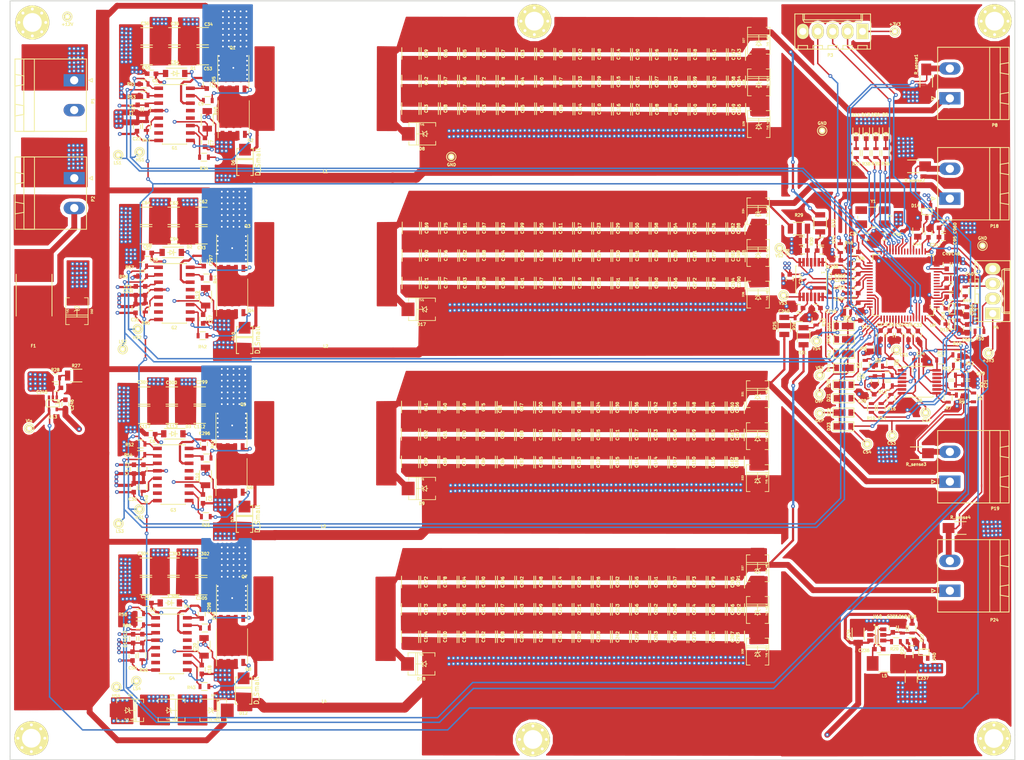
<source format=kicad_pcb>
(kicad_pcb (version 4) (host pcbnew 4.0.2-stable)
  (layers (0 F.Cu signal) (1 Ground power hide) (2 Power power hide) (31 B.Cu signal) (35 F.Paste user hide) (37 F.SilkS user hide) (39 F.Mask user) (44 Edge.Cuts user))
  (net 0 "")
  (net 1 +3V3)
  (net 2 GND)
  (net 3 V_12V)
  (net 4 Vref)
  (net 5 Sense_Curr_3)
  (net 6 Sense_Curr_1)
  (net 7 CMP0_IN1_Overcur_Prot)
  (net 8 Sense_Curr_2)
  (net 9 Sense_Curr_4)
  (net 10 V_in-)
  (net 11 "Net-(C112-Pad2)")
  (net 12 "Net-(C113-Pad2)")
  (net 13 "Net-(C37-Pad1)")
  (net 14 "Net-(C38-Pad1)")
  (net 15 V_out_1)
  (net 16 "Net-(C102-Pad2)")
  (net 17 "Net-(C103-Pad2)")
  (net 18 "Net-(C44-Pad1)")
  (net 19 V_out_3)
  (net 20 "Net-(C100-Pad2)")
  (net 21 "Net-(C101-Pad2)")
  (net 22 V_out_2)
  (net 23 "Net-(C169-Pad2)")
  (net 24 "Net-(C170-Pad2)")
  (net 25 V_out_4)
  (net 26 "Net-(C172-Pad2)")
  (net 27 "Net-(C173-Pad2)")
  (net 28 "Net-(C235-Pad1)")
  (net 29 "Net-(C236-Pad1)")
  (net 30 "Net-(C236-Pad2)")
  (net 31 SWD_RESET)
  (net 32 "Net-(C239-Pad1)")
  (net 33 "Net-(C240-Pad1)")
  (net 34 Sense_Out_Volt_1)
  (net 35 Sense_Out_Volt_3)
  (net 36 "Net-(C245-Pad1)")
  (net 37 Sense_Inp_Volt)
  (net 38 "Net-(C248-Pad1)")
  (net 39 "Net-(C249-Pad1)")
  (net 40 Sense_Out_Volt_2)
  (net 41 Sense_Out_Volt_4)
  (net 42 CMP1_IN1_Overvoltage_Prot)
  (net 43 "Net-(C295-Pad1)")
  (net 44 "Net-(C296-Pad1)")
  (net 45 "Net-(C297-Pad1)")
  (net 46 "Net-(C298-Pad1)")
  (net 47 "Net-(D5-Pad2)")
  (net 48 "Net-(D11-Pad2)")
  (net 49 "Net-(D13-Pad2)")
  (net 50 "Net-(D14-Pad2)")
  (net 51 UART1_TX)
  (net 52 UART1_RX)
  (net 53 "Net-(D30-Pad2)")
  (net 54 "Net-(D40-Pad2)")
  (net 55 V_in+)
  (net 56 "Net-(G1-Pad13)")
  (net 57 "Net-(G1-Pad12)")
  (net 58 "Net-(G1-Pad10)")
  (net 59 "Net-(G1-Pad7)")
  (net 60 "Net-(G1-Pad6)")
  (net 61 Disable)
  (net 62 PWM_LS_1)
  (net 63 PWM_HS_1)
  (net 64 "Net-(G1-Pad15)")
  (net 65 "Net-(G2-Pad13)")
  (net 66 "Net-(G2-Pad12)")
  (net 67 "Net-(G2-Pad10)")
  (net 68 "Net-(G2-Pad7)")
  (net 69 "Net-(G2-Pad6)")
  (net 70 PWM_LS_2)
  (net 71 PWM_HS_2)
  (net 72 "Net-(G2-Pad15)")
  (net 73 "Net-(G3-Pad13)")
  (net 74 "Net-(G3-Pad12)")
  (net 75 "Net-(G3-Pad10)")
  (net 76 "Net-(G3-Pad7)")
  (net 77 "Net-(G3-Pad6)")
  (net 78 PWM_LS_3)
  (net 79 PWM_HS_3)
  (net 80 "Net-(G3-Pad15)")
  (net 81 "Net-(G4-Pad13)")
  (net 82 "Net-(G4-Pad12)")
  (net 83 "Net-(G4-Pad10)")
  (net 84 "Net-(G4-Pad7)")
  (net 85 "Net-(G4-Pad6)")
  (net 86 PWM_LS_4)
  (net 87 PWM_HS_4)
  (net 88 "Net-(G4-Pad15)")
  (net 89 "Net-(Q1-Pad4)")
  (net 90 "Net-(Q2-Pad4)")
  (net 91 "Net-(Q3-Pad4)")
  (net 92 "Net-(Q4-Pad4)")
  (net 93 "Net-(Q5-Pad4)")
  (net 94 "Net-(Q6-Pad4)")
  (net 95 "Net-(Q7-Pad4)")
  (net 96 "Net-(Q8-Pad4)")
  (net 97 "Net-(R1-Pad1)")
  (net 98 Curr_Sense_Shunt_3)
  (net 99 "Net-(R2-Pad1)")
  (net 100 Curr_Sense_Shunt_1)
  (net 101 "Net-(R5-Pad1)")
  (net 102 "Net-(R6-Pad1)")
  (net 103 "Net-(R10-Pad1)")
  (net 104 Curr_Sense_Shunt_2)
  (net 105 "Net-(R11-Pad1)")
  (net 106 Curr_Sense_Shunt_4)
  (net 107 "Net-(R14-Pad1)")
  (net 108 "Net-(R15-Pad1)")
  (net 109 "Net-(R20-Pad1)")
  (net 110 "Net-(R20-Pad2)")
  (net 111 led_red)
  (net 112 led_yel)
  (net 113 led_grn)
  (net 114 led_ble)
  (net 115 "Net-(P4-Pad3)")
  (net 116 "Net-(P4-Pad2)")
  (net 117 "Net-(U9-Pad5)")
  (net 118 "Net-(U9-Pad6)")
  (net 119 "Net-(U9-Pad9)")
  (net 120 "Net-(U9-Pad10)")
  (net 121 "Net-(U9-Pad11)")
  (net 122 "Net-(U9-Pad12)")
  (net 123 "Net-(U9-Pad19)")
  (net 124 "Net-(U9-Pad20)")
  (net 125 SWD_CLK)
  (net 126 "Net-(U9-Pad23)")
  (net 127 "Net-(U9-Pad24)")
  (net 128 SWD_DIO_TGTMCU)
  (net 129 "Net-(U9-Pad39)")
  (net 130 "Net-(U9-Pad40)")
  (net 131 "Net-(U9-Pad41)")
  (net 132 "Net-(U9-Pad42)")
  (net 133 "Net-(U9-Pad43)")
  (net 134 "Net-(U9-Pad51)")
  (net 135 "Net-(U9-Pad57)")
  (net 136 "Net-(U9-Pad58)")
  (net 137 "Net-(U9-Pad59)")
  (net 138 "Net-(C40-Pad1)")
  (net 139 /SW1)
  (net 140 /SW3)
  (net 141 /SW2)
  (net 142 /SW4)
  (module "Eigene Footprints:PG-TDSON-8_F" (layer F.Cu) (at 170.24208 195.94454)
    (fp_text reference Q7 (at 2.11724 -4.35234) (layer F.SilkS) (effects (font (size 0.5 0.5) (thickness 0.125))))
    (fp_text value BSC440N10NS3GATMA1 hide)
    (pad 8 smd rect (at 0 -0.7) (size 4.7 4.5) (layers F.Cu F.Mask) (net 10 V_in-))
    (pad 8 smd rect (at -2 -3) (size 0.7 0.9) (layers F.Cu F.Mask) (net 10 V_in-))
    (pad 5 smd rect (at 2 -3) (size 0.7 0.9) (layers F.Cu F.Mask) (net 10 V_in-))
    (pad 7 smd rect (at -0.7 -3) (size 0.7 0.9) (layers F.Cu F.Mask) (net 10 V_in-))
    (pad 6 smd rect (at 0.7 -3) (size 0.7 0.9) (layers F.Cu F.Mask) (net 10 V_in-))
    (pad 1 smd rect (at -1.905 2.75) (size 0.65 1.2) (layers F.Cu F.Mask) (net 142 /SW4))
    (pad 2 smd rect (at -0.635 2.75) (size 0.65 1.2) (layers F.Cu F.Mask) (net 142 /SW4))
    (pad 3 smd rect (at 0.635 2.75) (size 0.65 1.2) (layers F.Cu F.Mask) (net 142 /SW4))
    (pad 4 smd rect (at 1.905 2.75) (size 0.65 1.2) (layers F.Cu F.Mask) (net 95 "Net-(Q7-Pad4)"))
  )
  (module "Eigene Footprints:3mm_holes" (layer F.Cu) (at 221.48038 219.3036)
    (fp_text reference REF** (at 0 2.54) (layer F.SilkS) (effects (font (size 0.5 0.5) (thickness 0.125))))
    (fp_text value 3mm_holes)
    (pad 1 thru_hole circle (at 0 0) (size 5.8 5.8) (drill 3.2) (layers *.Cu *.Mask F.SilkS))
    (pad 1 thru_hole circle (at 0 -2.286) (size 0.5 0.5) (drill 0.5) (layers *.Cu *.Mask F.SilkS))
    (pad 1 thru_hole circle (at -2.286 0) (size 0.5 0.5) (drill 0.5) (layers *.Cu *.Mask F.SilkS))
    (pad 1 thru_hole circle (at 1.6 -1.6) (size 0.5 0.5) (drill 0.5) (layers *.Cu *.Mask F.SilkS))
    (pad 1 thru_hole circle (at 2.286 0) (size 0.5 0.5) (drill 0.5) (layers *.Cu *.Mask F.SilkS))
    (pad 1 thru_hole circle (at -1.6 -1.6) (size 0.5 0.5) (drill 0.5) (layers *.Cu *.Mask F.SilkS))
    (pad 1 thru_hole circle (at -1.6 1.6) (size 0.5 0.5) (drill 0.5) (layers *.Cu *.Mask F.SilkS))
    (pad 1 thru_hole circle (at 0 2.286) (size 0.5 0.5) (drill 0.5) (layers *.Cu *.Mask F.SilkS))
    (pad 1 thru_hole circle (at 1.6 1.6) (size 0.5 0.5) (drill 0.5) (layers *.Cu *.Mask F.SilkS))
  )
  (module "Eigene Footprints:3mm_holes" (layer F.Cu) (at 221.73184 96.97212)
    (fp_text reference REF** (at 0 2.54) (layer F.SilkS) (effects (font (size 0.5 0.5) (thickness 0.125))))
    (fp_text value 3mm_holes)
    (pad 1 thru_hole circle (at 0 0) (size 5.8 5.8) (drill 3.2) (layers *.Cu *.Mask F.SilkS))
    (pad 1 thru_hole circle (at 0 -2.286) (size 0.5 0.5) (drill 0.5) (layers *.Cu *.Mask F.SilkS))
    (pad 1 thru_hole circle (at -2.286 0) (size 0.5 0.5) (drill 0.5) (layers *.Cu *.Mask F.SilkS))
    (pad 1 thru_hole circle (at 1.6 -1.6) (size 0.5 0.5) (drill 0.5) (layers *.Cu *.Mask F.SilkS))
    (pad 1 thru_hole circle (at 2.286 0) (size 0.5 0.5) (drill 0.5) (layers *.Cu *.Mask F.SilkS))
    (pad 1 thru_hole circle (at -1.6 -1.6) (size 0.5 0.5) (drill 0.5) (layers *.Cu *.Mask F.SilkS))
    (pad 1 thru_hole circle (at -1.6 1.6) (size 0.5 0.5) (drill 0.5) (layers *.Cu *.Mask F.SilkS))
    (pad 1 thru_hole circle (at 0 2.286) (size 0.5 0.5) (drill 0.5) (layers *.Cu *.Mask F.SilkS))
    (pad 1 thru_hole circle (at 1.6 1.6) (size 0.5 0.5) (drill 0.5) (layers *.Cu *.Mask F.SilkS))
  )
  (module "Eigene Footprints:3mm_holes" (layer F.Cu) (at 136.07288 219.09786)
    (fp_text reference REF** (at 0 2.54) (layer F.SilkS) (effects (font (size 0.5 0.5) (thickness 0.125))))
    (fp_text value 3mm_holes)
    (pad 1 thru_hole circle (at 0 0) (size 5.8 5.8) (drill 3.2) (layers *.Cu *.Mask F.SilkS))
    (pad 1 thru_hole circle (at 0 -2.286) (size 0.5 0.5) (drill 0.5) (layers *.Cu *.Mask F.SilkS))
    (pad 1 thru_hole circle (at -2.286 0) (size 0.5 0.5) (drill 0.5) (layers *.Cu *.Mask F.SilkS))
    (pad 1 thru_hole circle (at 1.6 -1.6) (size 0.5 0.5) (drill 0.5) (layers *.Cu *.Mask F.SilkS))
    (pad 1 thru_hole circle (at 2.286 0) (size 0.5 0.5) (drill 0.5) (layers *.Cu *.Mask F.SilkS))
    (pad 1 thru_hole circle (at -1.6 -1.6) (size 0.5 0.5) (drill 0.5) (layers *.Cu *.Mask F.SilkS))
    (pad 1 thru_hole circle (at -1.6 1.6) (size 0.5 0.5) (drill 0.5) (layers *.Cu *.Mask F.SilkS))
    (pad 1 thru_hole circle (at 0 2.286) (size 0.5 0.5) (drill 0.5) (layers *.Cu *.Mask F.SilkS))
    (pad 1 thru_hole circle (at 1.6 1.6) (size 0.5 0.5) (drill 0.5) (layers *.Cu *.Mask F.SilkS))
  )
  (module "Eigene Footprints:3mm_holes" (layer F.Cu) (at 299.9994 219.1385)
    (fp_text reference REF** (at 0 2.54) (layer F.SilkS) (effects (font (size 0.5 0.5) (thickness 0.125))))
    (fp_text value 3mm_holes)
    (pad 1 thru_hole circle (at 0 0) (size 5.8 5.8) (drill 3.2) (layers *.Cu *.Mask F.SilkS))
    (pad 1 thru_hole circle (at 0 -2.286) (size 0.5 0.5) (drill 0.5) (layers *.Cu *.Mask F.SilkS))
    (pad 1 thru_hole circle (at -2.286 0) (size 0.5 0.5) (drill 0.5) (layers *.Cu *.Mask F.SilkS))
    (pad 1 thru_hole circle (at 1.6 -1.6) (size 0.5 0.5) (drill 0.5) (layers *.Cu *.Mask F.SilkS))
    (pad 1 thru_hole circle (at 2.286 0) (size 0.5 0.5) (drill 0.5) (layers *.Cu *.Mask F.SilkS))
    (pad 1 thru_hole circle (at -1.6 -1.6) (size 0.5 0.5) (drill 0.5) (layers *.Cu *.Mask F.SilkS))
    (pad 1 thru_hole circle (at -1.6 1.6) (size 0.5 0.5) (drill 0.5) (layers *.Cu *.Mask F.SilkS))
    (pad 1 thru_hole circle (at 0 2.286) (size 0.5 0.5) (drill 0.5) (layers *.Cu *.Mask F.SilkS))
    (pad 1 thru_hole circle (at 1.6 1.6) (size 0.5 0.5) (drill 0.5) (layers *.Cu *.Mask F.SilkS))
  )
  (module "Eigene Footprints:3mm_holes" (layer F.Cu) (at 300.11624 96.9772)
    (fp_text reference REF** (at 0 2.54) (layer F.SilkS) (effects (font (size 0.5 0.5) (thickness 0.125))))
    (fp_text value 3mm_holes)
    (pad 1 thru_hole circle (at 0 0) (size 5.8 5.8) (drill 3.2) (layers *.Cu *.Mask F.SilkS))
    (pad 1 thru_hole circle (at 0 -2.286) (size 0.5 0.5) (drill 0.5) (layers *.Cu *.Mask F.SilkS))
    (pad 1 thru_hole circle (at -2.286 0) (size 0.5 0.5) (drill 0.5) (layers *.Cu *.Mask F.SilkS))
    (pad 1 thru_hole circle (at 1.6 -1.6) (size 0.5 0.5) (drill 0.5) (layers *.Cu *.Mask F.SilkS))
    (pad 1 thru_hole circle (at 2.286 0) (size 0.5 0.5) (drill 0.5) (layers *.Cu *.Mask F.SilkS))
    (pad 1 thru_hole circle (at -1.6 -1.6) (size 0.5 0.5) (drill 0.5) (layers *.Cu *.Mask F.SilkS))
    (pad 1 thru_hole circle (at -1.6 1.6) (size 0.5 0.5) (drill 0.5) (layers *.Cu *.Mask F.SilkS))
    (pad 1 thru_hole circle (at 0 2.286) (size 0.5 0.5) (drill 0.5) (layers *.Cu *.Mask F.SilkS))
    (pad 1 thru_hole circle (at 1.6 1.6) (size 0.5 0.5) (drill 0.5) (layers *.Cu *.Mask F.SilkS))
  )
  (module Connect:PINTST (layer F.Cu) (at 150.90394 182.54472)
    (fp_text reference LS3 (at 0.2286 1.29286) (layer F.SilkS) (effects (font (size 0.5 0.5) (thickness 0.125))))
    (fp_text value CONN_01X01)
    (pad 1 thru_hole circle (at 0 0) (size 1.143 1.143) (drill 0.635) (layers *.Cu *.Mask F.SilkS) (net 78 PWM_LS_3))
  )
  (module LEDs:LED_0603 (layer F.Cu) (at 281.6098 116.21262 270)
    (fp_text reference D5 (at -3.33502 0.10922 360) (layer F.SilkS) (effects (font (size 0.5 0.5) (thickness 0.125))))
    (fp_text value red)
    (pad 2 smd rect (at 0.7493 0 90) (size 0.79756 0.79756) (layers F.Cu F.Paste F.Mask) (net 47 "Net-(D5-Pad2)"))
    (pad 1 smd rect (at -0.7493 0 90) (size 0.79756 0.79756) (layers F.Cu F.Paste F.Mask) (net 2 GND))
  )
  (module LEDs:LED_0603 (layer F.Cu) (at 279.91308 116.22024 270)
    (fp_text reference D30 (at -3.3147 0.07366 360) (layer F.SilkS) (effects (font (size 0.5 0.5) (thickness 0.125))))
    (fp_text value ble)
    (pad 2 smd rect (at 0.7493 0 90) (size 0.79756 0.79756) (layers F.Cu F.Paste F.Mask) (net 53 "Net-(D30-Pad2)"))
    (pad 1 smd rect (at -0.7493 0 90) (size 0.79756 0.79756) (layers F.Cu F.Paste F.Mask) (net 2 GND))
  )
  (module Resistors_SMD:R_0603 (layer F.Cu) (at 281.58186 119.44096 90)
    (fp_text reference R36 (at -1.82372 -0.0381 180) (layer F.SilkS) (effects (font (size 0.5 0.5) (thickness 0.125))))
    (fp_text value 470)
    (pad 1 smd rect (at -0.75 0 90) (size 0.5 0.9) (layers F.Cu F.Paste F.Mask) (net 111 led_red))
    (pad 2 smd rect (at 0.75 0 90) (size 0.5 0.9) (layers F.Cu F.Paste F.Mask) (net 47 "Net-(D5-Pad2)"))
  )
  (module Resistors_SMD:R_0603 (layer F.Cu) (at 278.23414 119.45042 90)
    (fp_text reference R38 (at -1.8422 0.03556 180) (layer F.SilkS) (effects (font (size 0.5 0.5) (thickness 0.125))))
    (fp_text value 470)
    (pad 1 smd rect (at -0.75 0 90) (size 0.5 0.9) (layers F.Cu F.Paste F.Mask) (net 113 led_grn))
    (pad 2 smd rect (at 0.75 0 90) (size 0.5 0.9) (layers F.Cu F.Paste F.Mask) (net 49 "Net-(D13-Pad2)"))
  )
  (module LEDs:LED_0603 (layer F.Cu) (at 276.5298 116.23802 270)
    (fp_text reference D11 (at -3.28676 0.08128 360) (layer F.SilkS) (effects (font (size 0.5 0.5) (thickness 0.125))))
    (fp_text value yel)
    (pad 2 smd rect (at 0.7493 0 90) (size 0.79756 0.79756) (layers F.Cu F.Paste F.Mask) (net 48 "Net-(D11-Pad2)"))
    (pad 1 smd rect (at -0.7493 0 90) (size 0.79756 0.79756) (layers F.Cu F.Paste F.Mask) (net 2 GND))
  )
  (module LEDs:LED_0603 (layer F.Cu) (at 278.25446 116.22532 270)
    (fp_text reference D13 (at -3.31978 0.10414 360) (layer F.SilkS) (effects (font (size 0.5 0.5) (thickness 0.125))))
    (fp_text value grn)
    (pad 2 smd rect (at 0.7493 0 90) (size 0.79756 0.79756) (layers F.Cu F.Paste F.Mask) (net 49 "Net-(D13-Pad2)"))
    (pad 1 smd rect (at -0.7493 0 90) (size 0.79756 0.79756) (layers F.Cu F.Paste F.Mask) (net 2 GND))
  )
  (module Resistors_SMD:R_0603 (layer F.Cu) (at 276.5552 119.43404 90)
    (fp_text reference R37 (at -1.88906 0.0254 180) (layer F.SilkS) (effects (font (size 0.5 0.5) (thickness 0.125))))
    (fp_text value 470)
    (pad 1 smd rect (at -0.75 0 90) (size 0.5 0.9) (layers F.Cu F.Paste F.Mask) (net 112 led_yel))
    (pad 2 smd rect (at 0.75 0 90) (size 0.5 0.9) (layers F.Cu F.Paste F.Mask) (net 48 "Net-(D11-Pad2)"))
  )
  (module Resistors_SMD:R_0603 (layer F.Cu) (at 279.90292 119.44166 90)
    (fp_text reference R39 (at -1.82302 -0.04826 180) (layer F.SilkS) (effects (font (size 0.5 0.5) (thickness 0.125))))
    (fp_text value 470)
    (pad 1 smd rect (at -0.75 0 90) (size 0.5 0.9) (layers F.Cu F.Paste F.Mask) (net 114 led_ble))
    (pad 2 smd rect (at 0.75 0 90) (size 0.5 0.9) (layers F.Cu F.Paste F.Mask) (net 53 "Net-(D30-Pad2)"))
  )
  (module Connect:PINTST (layer F.Cu) (at 270.74876 115.6335)
    (fp_text reference GND (at 0 -1.26746) (layer F.SilkS) (effects (font (size 0.5 0.5) (thickness 0.125))))
    (fp_text value CONN_01X01)
    (pad 1 thru_hole circle (at 0 0) (size 1.143 1.143) (drill 0.635) (layers *.Cu *.Mask F.SilkS) (net 2 GND))
  )
  (module Housings_QFP:LQFP-64_10x10mm_Pitch0.5mm (layer F.Cu) (at 284.5562 141.90726 180)
    (fp_text reference U9 (at -5.05714 -6.8707 180) (layer F.SilkS) (effects (font (size 0.5 0.5) (thickness 0.125))))
    (fp_text value MK22FN512VLH12)
    (pad 1 smd rect (at -5.7 -3.75 180) (size 1 0.25) (layers F.Cu F.Paste F.Mask) (net 51 UART1_TX))
    (pad 2 smd rect (at -5.7 -3.25 180) (size 1 0.25) (layers F.Cu F.Paste F.Mask) (net 52 UART1_RX))
    (pad 3 smd rect (at -5.7 -2.75 180) (size 1 0.25) (layers F.Cu F.Paste F.Mask) (net 1 +3V3))
    (pad 4 smd rect (at -5.7 -2.25 180) (size 1 0.25) (layers F.Cu F.Paste F.Mask) (net 2 GND))
    (pad 5 smd rect (at -5.7 -1.75 180) (size 1 0.25) (layers F.Cu F.Paste F.Mask) (net 117 "Net-(U9-Pad5)"))
    (pad 6 smd rect (at -5.7 -1.25 180) (size 1 0.25) (layers F.Cu F.Paste F.Mask) (net 118 "Net-(U9-Pad6)"))
    (pad 7 smd rect (at -5.7 -0.75 180) (size 1 0.25) (layers F.Cu F.Paste F.Mask) (net 1 +3V3))
    (pad 8 smd rect (at -5.7 -0.25 180) (size 1 0.25) (layers F.Cu F.Paste F.Mask) (net 138 "Net-(C40-Pad1)"))
    (pad 9 smd rect (at -5.7 0.25 180) (size 1 0.25) (layers F.Cu F.Paste F.Mask) (net 119 "Net-(U9-Pad9)"))
    (pad 10 smd rect (at -5.7 0.75 180) (size 1 0.25) (layers F.Cu F.Paste F.Mask) (net 120 "Net-(U9-Pad10)"))
    (pad 11 smd rect (at -5.7 1.25 180) (size 1 0.25) (layers F.Cu F.Paste F.Mask) (net 121 "Net-(U9-Pad11)"))
    (pad 12 smd rect (at -5.7 1.75 180) (size 1 0.25) (layers F.Cu F.Paste F.Mask) (net 122 "Net-(U9-Pad12)"))
    (pad 13 smd rect (at -5.7 2.25 180) (size 1 0.25) (layers F.Cu F.Paste F.Mask) (net 1 +3V3))
    (pad 14 smd rect (at -5.7 2.75 180) (size 1 0.25) (layers F.Cu F.Paste F.Mask) (net 4 Vref))
    (pad 15 smd rect (at -5.7 3.25 180) (size 1 0.25) (layers F.Cu F.Paste F.Mask) (net 2 GND))
    (pad 16 smd rect (at -5.7 3.75 180) (size 1 0.25) (layers F.Cu F.Paste F.Mask) (net 2 GND))
    (pad 17 smd rect (at -3.75 5.7 270) (size 1 0.25) (layers F.Cu F.Paste F.Mask) (net 4 Vref))
    (pad 18 smd rect (at -3.25 5.7 270) (size 1 0.25) (layers F.Cu F.Paste F.Mask) (net 37 Sense_Inp_Volt))
    (pad 19 smd rect (at -2.75 5.7 270) (size 1 0.25) (layers F.Cu F.Paste F.Mask) (net 123 "Net-(U9-Pad19)"))
    (pad 20 smd rect (at -2.25 5.7 270) (size 1 0.25) (layers F.Cu F.Paste F.Mask) (net 124 "Net-(U9-Pad20)"))
    (pad 21 smd rect (at -1.75 5.7 270) (size 1 0.25) (layers F.Cu F.Paste F.Mask) (net 18 "Net-(C44-Pad1)"))
    (pad 22 smd rect (at -1.25 5.7 270) (size 1 0.25) (layers F.Cu F.Paste F.Mask) (net 125 SWD_CLK))
    (pad 23 smd rect (at -0.75 5.7 270) (size 1 0.25) (layers F.Cu F.Paste F.Mask) (net 126 "Net-(U9-Pad23)"))
    (pad 24 smd rect (at -0.25 5.7 270) (size 1 0.25) (layers F.Cu F.Paste F.Mask) (net 127 "Net-(U9-Pad24)"))
    (pad 25 smd rect (at 0.25 5.7 270) (size 1 0.25) (layers F.Cu F.Paste F.Mask) (net 128 SWD_DIO_TGTMCU))
    (pad 26 smd rect (at 0.75 5.7 270) (size 1 0.25) (layers F.Cu F.Paste F.Mask) (net 111 led_red))
    (pad 27 smd rect (at 1.25 5.7 270) (size 1 0.25) (layers F.Cu F.Paste F.Mask) (net 114 led_ble))
    (pad 28 smd rect (at 1.75 5.7 270) (size 1 0.25) (layers F.Cu F.Paste F.Mask) (net 113 led_grn))
    (pad 29 smd rect (at 2.25 5.7 270) (size 1 0.25) (layers F.Cu F.Paste F.Mask) (net 112 led_yel))
    (pad 30 smd rect (at 2.75 5.7 270) (size 1 0.25) (layers F.Cu F.Paste F.Mask) (net 1 +3V3))
    (pad 31 smd rect (at 3.25 5.7 270) (size 1 0.25) (layers F.Cu F.Paste F.Mask) (net 2 GND))
    (pad 32 smd rect (at 3.75 5.7 270) (size 1 0.25) (layers F.Cu F.Paste F.Mask) (net 13 "Net-(C37-Pad1)"))
    (pad 33 smd rect (at 5.7 3.75 180) (size 1 0.25) (layers F.Cu F.Paste F.Mask) (net 14 "Net-(C38-Pad1)"))
    (pad 34 smd rect (at 5.7 3.25 180) (size 1 0.25) (layers F.Cu F.Paste F.Mask) (net 31 SWD_RESET))
    (pad 35 smd rect (at 5.7 2.75 180) (size 1 0.25) (layers F.Cu F.Paste F.Mask) (net 34 Sense_Out_Volt_1))
    (pad 36 smd rect (at 5.7 2.25 180) (size 1 0.25) (layers F.Cu F.Paste F.Mask) (net 40 Sense_Out_Volt_2))
    (pad 37 smd rect (at 5.7 1.75 180) (size 1 0.25) (layers F.Cu F.Paste F.Mask) (net 35 Sense_Out_Volt_3))
    (pad 38 smd rect (at 5.7 1.25 180) (size 1 0.25) (layers F.Cu F.Paste F.Mask) (net 41 Sense_Out_Volt_4))
    (pad 39 smd rect (at 5.7 0.75 180) (size 1 0.25) (layers F.Cu F.Paste F.Mask) (net 129 "Net-(U9-Pad39)"))
    (pad 40 smd rect (at 5.7 0.25 180) (size 1 0.25) (layers F.Cu F.Paste F.Mask) (net 130 "Net-(U9-Pad40)"))
    (pad 41 smd rect (at 5.7 -0.25 180) (size 1 0.25) (layers F.Cu F.Paste F.Mask) (net 131 "Net-(U9-Pad41)"))
    (pad 42 smd rect (at 5.7 -0.75 180) (size 1 0.25) (layers F.Cu F.Paste F.Mask) (net 132 "Net-(U9-Pad42)"))
    (pad 43 smd rect (at 5.7 -1.25 180) (size 1 0.25) (layers F.Cu F.Paste F.Mask) (net 133 "Net-(U9-Pad43)"))
    (pad 44 smd rect (at 5.7 -1.75 180) (size 1 0.25) (layers F.Cu F.Paste F.Mask) (net 70 PWM_LS_2))
    (pad 45 smd rect (at 5.7 -2.25 180) (size 1 0.25) (layers F.Cu F.Paste F.Mask) (net 71 PWM_HS_2))
    (pad 46 smd rect (at 5.7 -2.75 180) (size 1 0.25) (layers F.Cu F.Paste F.Mask) (net 42 CMP1_IN1_Overvoltage_Prot))
    (pad 47 smd rect (at 5.7 -3.25 180) (size 1 0.25) (layers F.Cu F.Paste F.Mask) (net 2 GND))
    (pad 48 smd rect (at 5.7 -3.75 180) (size 1 0.25) (layers F.Cu F.Paste F.Mask) (net 1 +3V3))
    (pad 49 smd rect (at 3.75 -5.7 270) (size 1 0.25) (layers F.Cu F.Paste F.Mask) (net 79 PWM_HS_3))
    (pad 50 smd rect (at 3.25 -5.7 270) (size 1 0.25) (layers F.Cu F.Paste F.Mask) (net 78 PWM_LS_3))
    (pad 51 smd rect (at 2.75 -5.7 270) (size 1 0.25) (layers F.Cu F.Paste F.Mask) (net 134 "Net-(U9-Pad51)"))
    (pad 52 smd rect (at 2.25 -5.7 270) (size 1 0.25) (layers F.Cu F.Paste F.Mask) (net 7 CMP0_IN1_Overcur_Prot))
    (pad 53 smd rect (at 1.75 -5.7 270) (size 1 0.25) (layers F.Cu F.Paste F.Mask) (net 6 Sense_Curr_1))
    (pad 54 smd rect (at 1.25 -5.7 270) (size 1 0.25) (layers F.Cu F.Paste F.Mask) (net 8 Sense_Curr_2))
    (pad 55 smd rect (at 0.75 -5.7 270) (size 1 0.25) (layers F.Cu F.Paste F.Mask) (net 5 Sense_Curr_3))
    (pad 56 smd rect (at 0.25 -5.7 270) (size 1 0.25) (layers F.Cu F.Paste F.Mask) (net 9 Sense_Curr_4))
    (pad 57 smd rect (at -0.25 -5.7 270) (size 1 0.25) (layers F.Cu F.Paste F.Mask) (net 135 "Net-(U9-Pad57)"))
    (pad 58 smd rect (at -0.75 -5.7 270) (size 1 0.25) (layers F.Cu F.Paste F.Mask) (net 136 "Net-(U9-Pad58)"))
    (pad 59 smd rect (at -1.25 -5.7 270) (size 1 0.25) (layers F.Cu F.Paste F.Mask) (net 137 "Net-(U9-Pad59)"))
    (pad 60 smd rect (at -1.75 -5.7 270) (size 1 0.25) (layers F.Cu F.Paste F.Mask) (net 61 Disable))
    (pad 61 smd rect (at -2.25 -5.7 270) (size 1 0.25) (layers F.Cu F.Paste F.Mask) (net 62 PWM_LS_1))
    (pad 62 smd rect (at -2.75 -5.7 270) (size 1 0.25) (layers F.Cu F.Paste F.Mask) (net 63 PWM_HS_1))
    (pad 63 smd rect (at -3.25 -5.7 270) (size 1 0.25) (layers F.Cu F.Paste F.Mask) (net 86 PWM_LS_4))
    (pad 64 smd rect (at -3.75 -5.7 270) (size 1 0.25) (layers F.Cu F.Paste F.Mask) (net 87 PWM_HS_4))
  )
  (module TO_SOT_Packages_SMD:SOT-323 (layer F.Cu) (at 292.8747 145.94586 270)
    (fp_text reference D16 (at 1.2065 1.50876 270) (layer F.SilkS) (effects (font (size 0.5 0.5) (thickness 0.125))))
    (fp_text value BAT54SW)
    (pad 2 smd rect (at -0.65024 -0.94996 270) (size 0.59944 1.00076) (layers F.Cu F.Paste F.Mask) (net 1 +3V3))
    (pad 1 smd rect (at 0.65024 -0.94996 270) (size 0.59944 1.00076) (layers F.Cu F.Paste F.Mask) (net 2 GND))
    (pad 3 smd rect (at 0 0.94996 270) (size 0.59944 1.00076) (layers F.Cu F.Paste F.Mask) (net 52 UART1_RX))
  )
  (module Resistors_SMD:R_0603 (layer F.Cu) (at 165.78326 181.35092 180)
    (fp_text reference R35 (at -0.00254 -1.47066 180) (layer F.SilkS) (effects (font (size 0.5 0.5) (thickness 0.125))))
    (fp_text value 2)
    (pad 1 smd rect (at -0.75 0 180) (size 0.5 0.9) (layers F.Cu F.Paste F.Mask) (net 94 "Net-(Q6-Pad4)"))
    (pad 2 smd rect (at 0.75 0 180) (size 0.5 0.9) (layers F.Cu F.Paste F.Mask) (net 75 "Net-(G3-Pad10)"))
  )
  (module Capacitors_SMD:C_0603 (layer F.Cu) (at 154.06116 114.95532 90)
    (fp_text reference C23 (at -2.04978 -0.04826 180) (layer F.SilkS) (effects (font (size 0.5 0.5) (thickness 0.125))))
    (fp_text value 100n)
    (pad 1 smd rect (at -0.75 0 90) (size 0.8 0.75) (layers F.Cu F.Paste F.Mask) (net 1 +3V3))
    (pad 2 smd rect (at 0.75 0 90) (size 0.8 0.75) (layers F.Cu F.Paste F.Mask) (net 2 GND))
  )
  (module "Eigene Footprints:PG-TDSON-8_F" (layer F.Cu) (at 170.27248 143.87094)
    (fp_text reference Q4 (at 3.21714 2.40766) (layer F.SilkS) (effects (font (size 0.5 0.5) (thickness 0.125))))
    (fp_text value BSC440N10NS3GATMA1 hide)
    (pad 8 smd rect (at 0 -0.7) (size 4.7 4.5) (layers F.Cu F.Mask) (net 141 /SW2))
    (pad 8 smd rect (at -2 -3) (size 0.7 0.9) (layers F.Cu F.Mask) (net 141 /SW2))
    (pad 5 smd rect (at 2 -3) (size 0.7 0.9) (layers F.Cu F.Mask) (net 141 /SW2))
    (pad 7 smd rect (at -0.7 -3) (size 0.7 0.9) (layers F.Cu F.Mask) (net 141 /SW2))
    (pad 6 smd rect (at 0.7 -3) (size 0.7 0.9) (layers F.Cu F.Mask) (net 141 /SW2))
    (pad 1 smd rect (at -1.905 2.75) (size 0.65 1.2) (layers F.Cu F.Mask) (net 2 GND))
    (pad 2 smd rect (at -0.635 2.75) (size 0.65 1.2) (layers F.Cu F.Mask) (net 2 GND))
    (pad 3 smd rect (at 0.635 2.75) (size 0.65 1.2) (layers F.Cu F.Mask) (net 2 GND))
    (pad 4 smd rect (at 1.905 2.75) (size 0.65 1.2) (layers F.Cu F.Mask) (net 92 "Net-(Q4-Pad4)"))
  )
  (module Diodes_SMD:SOD-123 (layer F.Cu) (at 159.98 136.36 180)
    (fp_text reference D2 (at -3.01752 0.95758 180) (layer F.SilkS) (effects (font (size 0.5 0.5) (thickness 0.125))))
    (fp_text value D)
    (pad 1 smd rect (at -1.635 0 180) (size 0.91 1.22) (layers F.Cu F.Paste F.Mask) (net 45 "Net-(C297-Pad1)"))
    (pad 2 smd rect (at 1.635 0 180) (size 0.91 1.22) (layers F.Cu F.Paste F.Mask) (net 3 V_12V))
  )
  (module Resistors_SMD:R_0603 (layer F.Cu) (at 279.13584 162.84956 270)
    (fp_text reference R10 (at 1.75768 0.04064 360) (layer F.SilkS) (effects (font (size 0.5 0.5) (thickness 0.125))))
    (fp_text value 68)
    (pad 1 smd rect (at -0.75 0 270) (size 0.5 0.9) (layers F.Cu F.Paste F.Mask) (net 103 "Net-(R10-Pad1)"))
    (pad 2 smd rect (at 0.75 0 270) (size 0.5 0.9) (layers F.Cu F.Paste F.Mask) (net 104 Curr_Sense_Shunt_2))
  )
  (module Resistors_SMD:R_0603 (layer F.Cu) (at 282.46324 161.28492 90)
    (fp_text reference R16 (at -1.71704 0.11938 180) (layer F.SilkS) (effects (font (size 0.5 0.5) (thickness 0.125))))
    (fp_text value 91k)
    (pad 1 smd rect (at -0.75 0 90) (size 0.5 0.9) (layers F.Cu F.Paste F.Mask) (net 8 Sense_Curr_2))
    (pad 2 smd rect (at 0.75 0 90) (size 0.5 0.9) (layers F.Cu F.Paste F.Mask) (net 107 "Net-(R14-Pad1)"))
  )
  (module Resistors_SMD:R_0603 (layer F.Cu) (at 269.70482 147.97278 90)
    (fp_text reference R32 (at -0.28194 1.34112 90) (layer F.SilkS) (effects (font (size 0.5 0.5) (thickness 0.125))))
    (fp_text value 7.5k)
    (pad 1 smd rect (at -0.75 0 90) (size 0.5 0.9) (layers F.Cu F.Paste F.Mask) (net 39 "Net-(C249-Pad1)"))
    (pad 2 smd rect (at 0.75 0 90) (size 0.5 0.9) (layers F.Cu F.Paste F.Mask) (net 2 GND))
  )
  (module Resistors_SMD:R_0603 (layer F.Cu) (at 266.89558 147.46732)
    (fp_text reference R26 (at -0.889 1.43256 90) (layer F.SilkS) (effects (font (size 0.5 0.5) (thickness 0.125))))
    (fp_text value 7.5k)
    (pad 1 smd rect (at -0.75 0) (size 0.5 0.9) (layers F.Cu F.Paste F.Mask) (net 33 "Net-(C240-Pad1)"))
    (pad 2 smd rect (at 0.75 0) (size 0.5 0.9) (layers F.Cu F.Paste F.Mask) (net 2 GND))
  )
  (module Resistors_SMD:R_1206 (layer F.Cu) (at 270.41094 131.4069 270)
    (fp_text reference R23 (at 0 -2.3 270) (layer F.SilkS) (effects (font (size 0.5 0.5) (thickness 0.125))))
    (fp_text value 1M)
    (pad 1 smd rect (at -1.45 0 270) (size 0.9 1.7) (layers F.Cu F.Paste F.Mask) (net 15 V_out_1))
    (pad 2 smd rect (at 1.45 0 270) (size 0.9 1.7) (layers F.Cu F.Paste F.Mask) (net 32 "Net-(C239-Pad1)"))
  )
  (module Resistors_SMD:R_0603 (layer F.Cu) (at 270.51 134.44728)
    (fp_text reference R24 (at 2.24282 -0.27686 90) (layer F.SilkS) (effects (font (size 0.5 0.5) (thickness 0.125))))
    (fp_text value 7.5k)
    (pad 1 smd rect (at -0.75 0) (size 0.5 0.9) (layers F.Cu F.Paste F.Mask) (net 32 "Net-(C239-Pad1)"))
    (pad 2 smd rect (at 0.75 0) (size 0.5 0.9) (layers F.Cu F.Paste F.Mask) (net 2 GND))
  )
  (module Capacitors_SMD:C_0603 (layer F.Cu) (at 270.65224 136.05256)
    (fp_text reference C239 (at -5.62224 0.27744 90) (layer F.SilkS) (effects (font (size 0.3 0.3) (thickness 0.075))))
    (fp_text value 100p)
    (pad 1 smd rect (at -0.75 0) (size 0.8 0.75) (layers F.Cu F.Paste F.Mask) (net 32 "Net-(C239-Pad1)"))
    (pad 2 smd rect (at 0.75 0) (size 0.8 0.75) (layers F.Cu F.Paste F.Mask) (net 2 GND))
  )
  (module Capacitors_SMD:C_0603 (layer F.Cu) (at 276.14372 141.6685 180)
    (fp_text reference C244 (at 2.35204 0.56388 180) (layer F.SilkS) (effects (font (size 0.5 0.5) (thickness 0.125))))
    (fp_text value 33p)
    (pad 1 smd rect (at -0.75 0 180) (size 0.8 0.75) (layers F.Cu F.Paste F.Mask) (net 35 Sense_Out_Volt_3))
    (pad 2 smd rect (at 0.75 0 180) (size 0.8 0.75) (layers F.Cu F.Paste F.Mask) (net 2 GND))
  )
  (module Resistors_SMD:R_0603 (layer F.Cu) (at 297.54322 149.79396)
    (fp_text reference R50 (at 0.0508 1.27) (layer F.SilkS) (effects (font (size 0.5 0.5) (thickness 0.125))))
    (fp_text value 22)
    (pad 1 smd rect (at -0.75 0) (size 0.5 0.9) (layers F.Cu F.Paste F.Mask) (net 51 UART1_TX))
    (pad 2 smd rect (at 0.75 0) (size 0.5 0.9) (layers F.Cu F.Paste F.Mask) (net 116 "Net-(P4-Pad2)"))
  )
  (module Capacitors_SMD:C_0603 (layer F.Cu) (at 292.70452 143.91132 180)
    (fp_text reference C45 (at 1.36652 -1.12268 270) (layer F.SilkS) (effects (font (size 0.3 0.3) (thickness 0.075))))
    (fp_text value 100n)
    (pad 1 smd rect (at -0.75 0 180) (size 0.8 0.75) (layers F.Cu F.Paste F.Mask) (net 2 GND))
    (pad 2 smd rect (at 0.75 0 180) (size 0.8 0.75) (layers F.Cu F.Paste F.Mask) (net 1 +3V3))
  )
  (module Connectors_Phoenix:PhoenixContact_MSTBA-G_02x5.08mm_Angled (layer F.Cu) (at 292.5 110.115018 90)
    (fp_text reference P8 (at -4.576142 7.641552 180) (layer F.SilkS) (effects (font (size 0.5 0.5) (thickness 0.125))))
    (fp_text value CONN_01X02)
    (pad 1 thru_hole rect (at 0 0 90) (size 2.1 3.6) (drill 1.4) (layers *.Cu *.Mask) (net 15 V_out_1))
    (pad 2 thru_hole oval (at 5.08 0 90) (size 2.1 3.6) (drill 1.4) (layers *.Cu *.Mask) (net 100 Curr_Sense_Shunt_1))
  )
  (module "Eigene Footprints:6000B" (layer F.Cu) (at 186.11466 168.82872 180)
    (fp_text reference L3 (at 0.31874 -14.17574 180) (layer F.SilkS) (effects (font (size 0.5 0.5) (thickness 0.125))))
    (fp_text value 330u)
    (pad 2 smd rect (at -10.4 0 180) (size 3 14) (layers F.Cu F.Paste F.Mask) (net 19 V_out_3))
    (pad 1 smd rect (at 10.4 0 180) (size 3 14) (layers F.Cu F.Paste F.Mask) (net 140 /SW3))
  )
  (module Diodes_SMD:TUMD2 (layer F.Cu) (at 274.245972 148.88744 180)
    (fp_text reference D44 (at 2.283092 -0.06578 270) (layer F.SilkS) (effects (font (size 0.5 0.5) (thickness 0.125))))
    (fp_text value RSX201VA-30)
    (pad 2 smd rect (at 1.05 0) (size 0.8 1.1) (layers F.Cu F.Paste F.Mask) (net 41 Sense_Out_Volt_4))
    (pad 1 smd rect (at -0.85 0) (size 2 1.1) (layers F.Cu F.Paste F.Mask) (net 42 CMP1_IN1_Overvoltage_Prot))
  )
  (module Resistors_SMD:R_0603 (layer F.Cu) (at 296.52214 161.0487 270)
    (fp_text reference R1 (at 0.01524 -1.22682 270) (layer F.SilkS) (effects (font (size 0.5 0.5) (thickness 0.125))))
    (fp_text value 68)
    (pad 1 smd rect (at -0.75 0 270) (size 0.5 0.9) (layers F.Cu F.Paste F.Mask) (net 97 "Net-(R1-Pad1)"))
    (pad 2 smd rect (at 0.75 0 270) (size 0.5 0.9) (layers F.Cu F.Paste F.Mask) (net 98 Curr_Sense_Shunt_3))
  )
  (module Connectors_Phoenix:PhoenixContact_MSTBA-G_02x5.08mm_Angled (layer F.Cu) (at 292.5 175.4 90)
    (fp_text reference P19 (at -4.572 7.70128 180) (layer F.SilkS) (effects (font (size 0.5 0.5) (thickness 0.125))))
    (fp_text value CONN_01X02)
    (pad 1 thru_hole rect (at 0 0 90) (size 2.1 3.6) (drill 1.4) (layers *.Cu *.Mask) (net 19 V_out_3))
    (pad 2 thru_hole oval (at 5.08 0 90) (size 2.1 3.6) (drill 1.4) (layers *.Cu *.Mask) (net 98 Curr_Sense_Shunt_3))
  )
  (module Resistors_SMD:R_1206_HandSoldering (layer F.Cu) (at 286.76854 170.55338 180)
    (fp_text reference R_sense3 (at 0.01524 -1.89484 180) (layer F.SilkS) (effects (font (size 0.5 0.5) (thickness 0.125))))
    (fp_text value 0.1)
    (pad 1 smd rect (at -2 0 180) (size 2 1.7) (layers F.Cu F.Paste F.Mask) (net 98 Curr_Sense_Shunt_3))
    (pad 2 smd rect (at 2 0 180) (size 2 1.7) (layers F.Cu F.Paste F.Mask) (net 2 GND))
  )
  (module Connectors_Phoenix:PhoenixContact_MSTBA-G_02x5.08mm_Angled (layer F.Cu) (at 292.5 127.19558 90)
    (fp_text reference P18 (at -4.69138 7.57682 180) (layer F.SilkS) (effects (font (size 0.5 0.5) (thickness 0.125))))
    (fp_text value CONN_01X02)
    (pad 1 thru_hole rect (at 0 0 90) (size 2.1 3.6) (drill 1.4) (layers *.Cu *.Mask) (net 22 V_out_2))
    (pad 2 thru_hole oval (at 5.08 0 90) (size 2.1 3.6) (drill 1.4) (layers *.Cu *.Mask) (net 104 Curr_Sense_Shunt_2))
  )
  (module Connectors_Phoenix:PhoenixContact_MSTBA-G_02x5.08mm_Angled (layer F.Cu) (at 292.5 193.98 90)
    (fp_text reference P24 (at -4.97914 7.57562 180) (layer F.SilkS) (effects (font (size 0.5 0.5) (thickness 0.125))))
    (fp_text value CONN_01X02)
    (pad 1 thru_hole rect (at 0 0 90) (size 2.1 3.6) (drill 1.4) (layers *.Cu *.Mask) (net 25 V_out_4))
    (pad 2 thru_hole oval (at 5.08 0 90) (size 2.1 3.6) (drill 1.4) (layers *.Cu *.Mask) (net 106 Curr_Sense_Shunt_4))
  )
  (module Connectors_Phoenix:PhoenixContact_MSTBA-G_02x5.08mm_Angled (layer F.Cu) (at 143.36014 107.03814 270)
    (fp_text reference P1 (at 3.54 -3.2 270) (layer F.SilkS) (effects (font (size 0.5 0.5) (thickness 0.125))))
    (fp_text value CONN_01X02)
    (pad 1 thru_hole rect (at 0 0 270) (size 2.1 3.6) (drill 1.4) (layers *.Cu *.Mask) (net 2 GND))
    (pad 2 thru_hole oval (at 5.08 0 270) (size 2.1 3.6) (drill 1.4) (layers *.Cu *.Mask) (net 3 V_12V))
  )
  (module Connectors_Phoenix:PhoenixContact_MSTBA-G_02x5.08mm_Angled (layer F.Cu) (at 143.37792 123.71324 270)
    (fp_text reference P2 (at 3.54 -3.2 270) (layer F.SilkS) (effects (font (size 0.5 0.5) (thickness 0.125))))
    (fp_text value CONN_01X02)
    (pad 1 thru_hole rect (at 0 0 270) (size 2.1 3.6) (drill 1.4) (layers *.Cu *.Mask) (net 2 GND))
    (pad 2 thru_hole oval (at 5.08 0 270) (size 2.1 3.6) (drill 1.4) (layers *.Cu *.Mask) (net 55 V_in+))
  )
  (module Connect:PINTST (layer F.Cu) (at 270.3576 163.75634)
    (fp_text reference OcP (at -0.0127 1.2319) (layer F.SilkS) (effects (font (size 0.5 0.5) (thickness 0.125))))
    (fp_text value CONN_01X01)
    (pad 1 thru_hole circle (at 0 0) (size 1.143 1.143) (drill 0.635) (layers *.Cu *.Mask F.SilkS) (net 7 CMP0_IN1_Overcur_Prot))
  )
  (module Connect:PINTST (layer F.Cu) (at 154.50058 119.27078)
    (fp_text reference HS1 (at 0.0889 1.31064) (layer F.SilkS) (effects (font (size 0.5 0.5) (thickness 0.125))))
    (fp_text value CONN_01X01)
    (pad 1 thru_hole circle (at 0 0) (size 1.143 1.143) (drill 0.635) (layers *.Cu *.Mask F.SilkS) (net 63 PWM_HS_1))
  )
  (module Connect:PINTST (layer F.Cu) (at 154.2 149.39772)
    (fp_text reference HS2 (at -0.10668 1.45288) (layer F.SilkS) (effects (font (size 0.5 0.5) (thickness 0.125))))
    (fp_text value CONN_01X01)
    (pad 1 thru_hole circle (at 0 0) (size 1.143 1.143) (drill 0.635) (layers *.Cu *.Mask F.SilkS) (net 71 PWM_HS_2))
  )
  (module Connect:PINTST (layer F.Cu) (at 151.63038 152.83688)
    (fp_text reference LS2 (at 0 -1.26746) (layer F.SilkS) (effects (font (size 0.5 0.5) (thickness 0.125))))
    (fp_text value CONN_01X01)
    (pad 1 thru_hole circle (at 0 0) (size 1.143 1.143) (drill 0.635) (layers *.Cu *.Mask F.SilkS) (net 70 PWM_LS_2))
  )
  (module Connect:PINTST (layer F.Cu) (at 150.85568 119.76862)
    (fp_text reference LS1 (at -0.10668 1.34112) (layer F.SilkS) (effects (font (size 0.5 0.5) (thickness 0.125))))
    (fp_text value CONN_01X01)
    (pad 1 thru_hole circle (at 0 0) (size 1.143 1.143) (drill 0.635) (layers *.Cu *.Mask F.SilkS) (net 62 PWM_LS_1))
  )
  (module Connect:PINTST (layer F.Cu) (at 154.48788 180.08346)
    (fp_text reference HS1 (at 0.04064 1.39446) (layer F.SilkS) (effects (font (size 0.5 0.5) (thickness 0.125))))
    (fp_text value CONN_01X01)
    (pad 1 thru_hole circle (at 0 0) (size 1.143 1.143) (drill 0.635) (layers *.Cu *.Mask F.SilkS) (net 79 PWM_HS_3))
  )
  (module "Eigene Footprints:PG-TDSON-8_F" (layer F.Cu) (at 170.46336 105.78332)
    (fp_text reference Q1 (at -0.12334 -4.27984) (layer F.SilkS) (effects (font (size 0.5 0.5) (thickness 0.125))))
    (fp_text value BSC440N10NS3GATMA1 hide)
    (pad 8 smd rect (at 0 -0.7) (size 4.7 4.5) (layers F.Cu F.Mask) (net 10 V_in-))
    (pad 8 smd rect (at -2 -3) (size 0.7 0.9) (layers F.Cu F.Mask) (net 10 V_in-))
    (pad 5 smd rect (at 2 -3) (size 0.7 0.9) (layers F.Cu F.Mask) (net 10 V_in-))
    (pad 7 smd rect (at -0.7 -3) (size 0.7 0.9) (layers F.Cu F.Mask) (net 10 V_in-))
    (pad 6 smd rect (at 0.7 -3) (size 0.7 0.9) (layers F.Cu F.Mask) (net 10 V_in-))
    (pad 1 smd rect (at -1.905 2.75) (size 0.65 1.2) (layers F.Cu F.Mask) (net 139 /SW1))
    (pad 2 smd rect (at -0.635 2.75) (size 0.65 1.2) (layers F.Cu F.Mask) (net 139 /SW1))
    (pad 3 smd rect (at 0.635 2.75) (size 0.65 1.2) (layers F.Cu F.Mask) (net 139 /SW1))
    (pad 4 smd rect (at 1.905 2.75) (size 0.65 1.2) (layers F.Cu F.Mask) (net 89 "Net-(Q1-Pad4)"))
  )
  (module "Eigene Footprints:PG-TDSON-8_F" (layer F.Cu) (at 170.53052 113.49736)
    (fp_text reference Q2 (at 2.86766 3.79476) (layer F.SilkS) (effects (font (size 0.5 0.5) (thickness 0.125))))
    (fp_text value BSC440N10NS3GATMA1 hide)
    (pad 8 smd rect (at 0 -0.7) (size 4.7 4.5) (layers F.Cu F.Mask) (net 139 /SW1))
    (pad 8 smd rect (at -2 -3) (size 0.7 0.9) (layers F.Cu F.Mask) (net 139 /SW1))
    (pad 5 smd rect (at 2 -3) (size 0.7 0.9) (layers F.Cu F.Mask) (net 139 /SW1))
    (pad 7 smd rect (at -0.7 -3) (size 0.7 0.9) (layers F.Cu F.Mask) (net 139 /SW1))
    (pad 6 smd rect (at 0.7 -3) (size 0.7 0.9) (layers F.Cu F.Mask) (net 139 /SW1))
    (pad 1 smd rect (at -1.905 2.75) (size 0.65 1.2) (layers F.Cu F.Mask) (net 2 GND))
    (pad 2 smd rect (at -0.635 2.75) (size 0.65 1.2) (layers F.Cu F.Mask) (net 2 GND))
    (pad 3 smd rect (at 0.635 2.75) (size 0.65 1.2) (layers F.Cu F.Mask) (net 2 GND))
    (pad 4 smd rect (at 1.905 2.75) (size 0.65 1.2) (layers F.Cu F.Mask) (net 90 "Net-(Q2-Pad4)"))
  )
  (module "Eigene Footprints:PG-TDSON-8_F" (layer F.Cu) (at 170.27032 136.32682)
    (fp_text reference Q3 (at 2.61478 -4.45256) (layer F.SilkS) (effects (font (size 0.5 0.5) (thickness 0.125))))
    (fp_text value BSC440N10NS3GATMA1 hide)
    (pad 8 smd rect (at 0 -0.7) (size 4.7 4.5) (layers F.Cu F.Mask) (net 10 V_in-))
    (pad 8 smd rect (at -2 -3) (size 0.7 0.9) (layers F.Cu F.Mask) (net 10 V_in-))
    (pad 5 smd rect (at 2 -3) (size 0.7 0.9) (layers F.Cu F.Mask) (net 10 V_in-))
    (pad 7 smd rect (at -0.7 -3) (size 0.7 0.9) (layers F.Cu F.Mask) (net 10 V_in-))
    (pad 6 smd rect (at 0.7 -3) (size 0.7 0.9) (layers F.Cu F.Mask) (net 10 V_in-))
    (pad 1 smd rect (at -1.905 2.75) (size 0.65 1.2) (layers F.Cu F.Mask) (net 141 /SW2))
    (pad 2 smd rect (at -0.635 2.75) (size 0.65 1.2) (layers F.Cu F.Mask) (net 141 /SW2))
    (pad 3 smd rect (at 0.635 2.75) (size 0.65 1.2) (layers F.Cu F.Mask) (net 141 /SW2))
    (pad 4 smd rect (at 1.905 2.75) (size 0.65 1.2) (layers F.Cu F.Mask) (net 91 "Net-(Q3-Pad4)"))
  )
  (module "Eigene Footprints:PG-TDSON-8_F" (layer F.Cu) (at 170.14586 166.70152)
    (fp_text reference Q5 (at 2.00518 -4.45648) (layer F.SilkS) (effects (font (size 0.5 0.5) (thickness 0.125))))
    (fp_text value BSC440N10NS3GATMA1 hide)
    (pad 8 smd rect (at 0 -0.7) (size 4.7 4.5) (layers F.Cu F.Mask) (net 10 V_in-))
    (pad 8 smd rect (at -2 -3) (size 0.7 0.9) (layers F.Cu F.Mask) (net 10 V_in-))
    (pad 5 smd rect (at 2 -3) (size 0.7 0.9) (layers F.Cu F.Mask) (net 10 V_in-))
    (pad 7 smd rect (at -0.7 -3) (size 0.7 0.9) (layers F.Cu F.Mask) (net 10 V_in-))
    (pad 6 smd rect (at 0.7 -3) (size 0.7 0.9) (layers F.Cu F.Mask) (net 10 V_in-))
    (pad 1 smd rect (at -1.905 2.75) (size 0.65 1.2) (layers F.Cu F.Mask) (net 140 /SW3))
    (pad 2 smd rect (at -0.635 2.75) (size 0.65 1.2) (layers F.Cu F.Mask) (net 140 /SW3))
    (pad 3 smd rect (at 0.635 2.75) (size 0.65 1.2) (layers F.Cu F.Mask) (net 140 /SW3))
    (pad 4 smd rect (at 1.905 2.75) (size 0.65 1.2) (layers F.Cu F.Mask) (net 93 "Net-(Q5-Pad4)"))
  )
  (module "Eigene Footprints:PG-TDSON-8_F" (layer F.Cu) (at 170.1546 174.44616)
    (fp_text reference Q6 (at 3.21564 1.94414) (layer F.SilkS) (effects (font (size 0.5 0.5) (thickness 0.125))))
    (fp_text value BSC440N10NS3GATMA1 hide)
    (pad 8 smd rect (at 0 -0.7) (size 4.7 4.5) (layers F.Cu F.Mask) (net 140 /SW3))
    (pad 8 smd rect (at -2 -3) (size 0.7 0.9) (layers F.Cu F.Mask) (net 140 /SW3))
    (pad 5 smd rect (at 2 -3) (size 0.7 0.9) (layers F.Cu F.Mask) (net 140 /SW3))
    (pad 7 smd rect (at -0.7 -3) (size 0.7 0.9) (layers F.Cu F.Mask) (net 140 /SW3))
    (pad 6 smd rect (at 0.7 -3) (size 0.7 0.9) (layers F.Cu F.Mask) (net 140 /SW3))
    (pad 1 smd rect (at -1.905 2.75) (size 0.65 1.2) (layers F.Cu F.Mask) (net 2 GND))
    (pad 2 smd rect (at -0.635 2.75) (size 0.65 1.2) (layers F.Cu F.Mask) (net 2 GND))
    (pad 3 smd rect (at 0.635 2.75) (size 0.65 1.2) (layers F.Cu F.Mask) (net 2 GND))
    (pad 4 smd rect (at 1.905 2.75) (size 0.65 1.2) (layers F.Cu F.Mask) (net 94 "Net-(Q6-Pad4)"))
  )
  (module "Eigene Footprints:PG-TDSON-8_F" (layer F.Cu) (at 170.24858 203.43772)
    (fp_text reference Q8 (at 2.79146 3.89486) (layer F.SilkS) (effects (font (size 0.5 0.5) (thickness 0.125))))
    (fp_text value BSC440N10NS3GATMA1 hide)
    (pad 8 smd rect (at 0 -0.7) (size 4.7 4.5) (layers F.Cu F.Mask) (net 142 /SW4))
    (pad 8 smd rect (at -2 -3) (size 0.7 0.9) (layers F.Cu F.Mask) (net 142 /SW4))
    (pad 5 smd rect (at 2 -3) (size 0.7 0.9) (layers F.Cu F.Mask) (net 142 /SW4))
    (pad 7 smd rect (at -0.7 -3) (size 0.7 0.9) (layers F.Cu F.Mask) (net 142 /SW4))
    (pad 6 smd rect (at 0.7 -3) (size 0.7 0.9) (layers F.Cu F.Mask) (net 142 /SW4))
    (pad 1 smd rect (at -1.905 2.75) (size 0.65 1.2) (layers F.Cu F.Mask) (net 2 GND))
    (pad 2 smd rect (at -0.635 2.75) (size 0.65 1.2) (layers F.Cu F.Mask) (net 2 GND))
    (pad 3 smd rect (at 0.635 2.75) (size 0.65 1.2) (layers F.Cu F.Mask) (net 2 GND))
    (pad 4 smd rect (at 1.905 2.75) (size 0.65 1.2) (layers F.Cu F.Mask) (net 96 "Net-(Q8-Pad4)"))
  )
  (module "Eigene Footprints:6000B" (layer F.Cu) (at 186.20356 108.45546 180)
    (fp_text reference L1 (at 0.07236 -14.11478 180) (layer F.SilkS) (effects (font (size 0.5 0.5) (thickness 0.125))))
    (fp_text value 330u)
    (pad 2 smd rect (at -10.4 0 180) (size 3 14) (layers F.Cu F.Paste F.Mask) (net 15 V_out_1))
    (pad 1 smd rect (at 10.4 0 180) (size 3 14) (layers F.Cu F.Paste F.Mask) (net 139 /SW1))
  )
  (module "Eigene Footprints:6000B" (layer F.Cu) (at 186.1553 138.38936 180)
    (fp_text reference L2 (at -0.03686 -13.95476 180) (layer F.SilkS) (effects (font (size 0.5 0.5) (thickness 0.125))))
    (fp_text value 330u)
    (pad 2 smd rect (at -10.4 0 180) (size 3 14) (layers F.Cu F.Paste F.Mask) (net 22 V_out_2))
    (pad 1 smd rect (at 10.4 0 180) (size 3 14) (layers F.Cu F.Paste F.Mask) (net 141 /SW2))
  )
  (module "Eigene Footprints:6000B" (layer F.Cu) (at 185.99274 198.82866 180)
    (fp_text reference L4 (at 0.0495 -13.9954 180) (layer F.SilkS) (effects (font (size 0.5 0.5) (thickness 0.125))))
    (fp_text value 330u)
    (pad 2 smd rect (at -10.4 0 180) (size 3 14) (layers F.Cu F.Paste F.Mask) (net 25 V_out_4))
    (pad 1 smd rect (at 10.4 0 180) (size 3 14) (layers F.Cu F.Paste F.Mask) (net 142 /SW4))
  )
  (module Capacitors_SMD:C_0603 (layer F.Cu) (at 276.13864 138.45032 180)
    (fp_text reference C243 (at 1.66864 -0.41968 270) (layer F.SilkS) (effects (font (size 0.2 0.2) (thickness 0.05))))
    (fp_text value 33p)
    (pad 1 smd rect (at -0.75 0 180) (size 0.8 0.75) (layers F.Cu F.Paste F.Mask) (net 34 Sense_Out_Volt_1))
    (pad 2 smd rect (at 0.75 0 180) (size 0.8 0.75) (layers F.Cu F.Paste F.Mask) (net 2 GND))
  )
  (module Capacitors_SMD:C_0603 (layer F.Cu) (at 165.43274 137.93724 90)
    (fp_text reference C297 (at 0.2159 1.23698 90) (layer F.SilkS) (effects (font (size 0.5 0.5) (thickness 0.125))))
    (fp_text value 100n)
    (pad 1 smd rect (at -0.75 0 90) (size 0.8 0.75) (layers F.Cu F.Paste F.Mask) (net 45 "Net-(C297-Pad1)"))
    (pad 2 smd rect (at 0.75 0 90) (size 0.8 0.75) (layers F.Cu F.Paste F.Mask) (net 141 /SW2))
  )
  (module "Eigene Footprints:DO-214AA" (layer F.Cu) (at 202.64882 116.16182 180)
    (fp_text reference D8 (at 0.0508 -2.55016 180) (layer F.SilkS) (effects (font (size 0.5 0.5) (thickness 0.125))))
    (fp_text value TVS (at 0.0508 1.5494 180) (layer F.SilkS) (effects (font (size 0.29972 0.29972) (thickness 0.0762))))
    (pad 1 smd rect (at -2.38 0 180) (size 2.2 2.3) (layers F.Cu F.Paste F.Mask) (net 2 GND))
    (pad 2 smd rect (at 2.38 0 180) (size 2.2 2.3) (layers F.Cu F.Paste F.Mask) (net 15 V_out_1))
  )
  (module "Eigene Footprints:DO-214AA" (layer F.Cu) (at 202.5142 206.44104 180)
    (fp_text reference D18 (at 0.0508 -2.55016 180) (layer F.SilkS) (effects (font (size 0.5 0.5) (thickness 0.125))))
    (fp_text value TVS (at 0.0508 1.5494 180) (layer F.SilkS) (effects (font (size 0.29972 0.29972) (thickness 0.0762))))
    (pad 1 smd rect (at -2.38 0 180) (size 2.2 2.3) (layers F.Cu F.Paste F.Mask) (net 2 GND))
    (pad 2 smd rect (at 2.38 0 180) (size 2.2 2.3) (layers F.Cu F.Paste F.Mask) (net 25 V_out_4))
  )
  (module "Eigene Footprints:DO-214AA" (layer F.Cu) (at 202.59294 146.05254 180)
    (fp_text reference D17 (at 0.0508 -2.55016 180) (layer F.SilkS) (effects (font (size 0.5 0.5) (thickness 0.125))))
    (fp_text value TVS (at 0.0508 1.5494 180) (layer F.SilkS) (effects (font (size 0.29972 0.29972) (thickness 0.0762))))
    (pad 1 smd rect (at -2.38 0 180) (size 2.2 2.3) (layers F.Cu F.Paste F.Mask) (net 2 GND))
    (pad 2 smd rect (at 2.38 0 180) (size 2.2 2.3) (layers F.Cu F.Paste F.Mask) (net 22 V_out_2))
  )
  (module "Eigene Footprints:DO-214AA" (layer F.Cu) (at 202.62088 176.56302 180)
    (fp_text reference D9 (at 0.0508 -2.55016 180) (layer F.SilkS) (effects (font (size 0.5 0.5) (thickness 0.125))))
    (fp_text value TVS (at 0.0508 1.5494 180) (layer F.SilkS) (effects (font (size 0.29972 0.29972) (thickness 0.0762))))
    (pad 1 smd rect (at -2.38 0 180) (size 2.2 2.3) (layers F.Cu F.Paste F.Mask) (net 2 GND))
    (pad 2 smd rect (at 2.38 0 180) (size 2.2 2.3) (layers F.Cu F.Paste F.Mask) (net 19 V_out_3))
  )
  (module Capacitors_SMD:C_0603 (layer F.Cu) (at 154.17038 111.98098 270)
    (fp_text reference C1 (at -0.4953 1.11252 270) (layer F.SilkS) (effects (font (size 0.5 0.5) (thickness 0.125))))
    (fp_text value 1u)
    (pad 1 smd rect (at -0.75 0 270) (size 0.8 0.75) (layers F.Cu F.Paste F.Mask) (net 1 +3V3))
    (pad 2 smd rect (at 0.75 0 270) (size 0.8 0.75) (layers F.Cu F.Paste F.Mask) (net 2 GND))
  )
  (module Capacitors_SMD:C_0603 (layer F.Cu) (at 153.55316 173.27372 270)
    (fp_text reference C2 (at -0.70358 1.1176 270) (layer F.SilkS) (effects (font (size 0.5 0.5) (thickness 0.125))))
    (fp_text value 1u)
    (pad 1 smd rect (at -0.75 0 270) (size 0.8 0.75) (layers F.Cu F.Paste F.Mask) (net 1 +3V3))
    (pad 2 smd rect (at 0.75 0 270) (size 0.8 0.75) (layers F.Cu F.Paste F.Mask) (net 2 GND))
  )
  (module Capacitors_SMD:C_0603 (layer F.Cu) (at 155.73756 111.98098 270)
    (fp_text reference C3 (at 0.70358 2.63906 270) (layer F.SilkS) (effects (font (size 0.5 0.5) (thickness 0.125))))
    (fp_text value 100n)
    (pad 1 smd rect (at -0.75 0 270) (size 0.8 0.75) (layers F.Cu F.Paste F.Mask) (net 1 +3V3))
    (pad 2 smd rect (at 0.75 0 270) (size 0.8 0.75) (layers F.Cu F.Paste F.Mask) (net 2 GND))
  )
  (module Capacitors_SMD:C_0603 (layer F.Cu) (at 155.1559 173.27188 270)
    (fp_text reference C4 (at 0.5581 2.80416 270) (layer F.SilkS) (effects (font (size 0.5 0.5) (thickness 0.125))))
    (fp_text value 100n)
    (pad 1 smd rect (at -0.75 0 270) (size 0.8 0.75) (layers F.Cu F.Paste F.Mask) (net 1 +3V3))
    (pad 2 smd rect (at 0.75 0 270) (size 0.8 0.75) (layers F.Cu F.Paste F.Mask) (net 2 GND))
  )
  (module Capacitors_SMD:C_0603 (layer F.Cu) (at 156.5402 105.92308 180)
    (fp_text reference C5 (at -0.60198 -1.17856 180) (layer F.SilkS) (effects (font (size 0.5 0.5) (thickness 0.125))))
    (fp_text value 1u)
    (pad 1 smd rect (at -0.75 0 180) (size 0.8 0.75) (layers F.Cu F.Paste F.Mask) (net 3 V_12V))
    (pad 2 smd rect (at 0.75 0 180) (size 0.8 0.75) (layers F.Cu F.Paste F.Mask) (net 2 GND))
  )
  (module Capacitors_SMD:C_0603 (layer F.Cu) (at 156.39796 167.30218 180)
    (fp_text reference C6 (at -0.30988 -1.22682 180) (layer F.SilkS) (effects (font (size 0.5 0.5) (thickness 0.125))))
    (fp_text value 1u)
    (pad 1 smd rect (at -0.75 0 180) (size 0.8 0.75) (layers F.Cu F.Paste F.Mask) (net 3 V_12V))
    (pad 2 smd rect (at 0.75 0 180) (size 0.8 0.75) (layers F.Cu F.Paste F.Mask) (net 2 GND))
  )
  (module Capacitors_SMD:C_0603 (layer F.Cu) (at 165.63086 117.602 270)
    (fp_text reference C7 (at 0.10668 -1.20904 270) (layer F.SilkS) (effects (font (size 0.5 0.5) (thickness 0.125))))
    (fp_text value 100n)
    (pad 1 smd rect (at -0.75 0 270) (size 0.8 0.75) (layers F.Cu F.Paste F.Mask) (net 3 V_12V))
    (pad 2 smd rect (at 0.75 0 270) (size 0.8 0.75) (layers F.Cu F.Paste F.Mask) (net 2 GND))
  )
  (module Capacitors_SMD:C_0603 (layer F.Cu) (at 165.2905 178.33086 270)
    (fp_text reference C8 (at -0.07112 -1.24714 270) (layer F.SilkS) (effects (font (size 0.5 0.5) (thickness 0.125))))
    (fp_text value 100n)
    (pad 1 smd rect (at -0.75 0 270) (size 0.8 0.75) (layers F.Cu F.Paste F.Mask) (net 3 V_12V))
    (pad 2 smd rect (at 0.75 0 270) (size 0.8 0.75) (layers F.Cu F.Paste F.Mask) (net 2 GND))
  )
  (module Capacitors_SMD:C_1206 (layer F.Cu) (at 165.727661 174.504349 90)
    (fp_text reference C10 (at -0.10668 -1.38938 90) (layer F.SilkS) (effects (font (size 0.5 0.5) (thickness 0.125))))
    (fp_text value 10u)
    (pad 1 smd rect (at -1.5 0 90) (size 1 1.6) (layers F.Cu F.Paste F.Mask) (net 3 V_12V))
    (pad 2 smd rect (at 1.5 0 90) (size 1 1.6) (layers F.Cu F.Paste F.Mask) (net 2 GND))
  )
  (module Capacitors_SMD:C_0603 (layer F.Cu) (at 153.85288 142.89532 270)
    (fp_text reference C11 (at -0.3556 1.77546 270) (layer F.SilkS) (effects (font (size 0.5 0.5) (thickness 0.125))))
    (fp_text value 1u)
    (pad 1 smd rect (at -0.75 0 270) (size 0.8 0.75) (layers F.Cu F.Paste F.Mask) (net 1 +3V3))
    (pad 2 smd rect (at 0.75 0 270) (size 0.8 0.75) (layers F.Cu F.Paste F.Mask) (net 2 GND))
  )
  (module Capacitors_SMD:C_0603 (layer F.Cu) (at 153.40076 202.1332 270)
    (fp_text reference C12 (at -0.64008 1.35382 270) (layer F.SilkS) (effects (font (size 0.5 0.5) (thickness 0.125))))
    (fp_text value 1u)
    (pad 1 smd rect (at -0.75 0 270) (size 0.8 0.75) (layers F.Cu F.Paste F.Mask) (net 1 +3V3))
    (pad 2 smd rect (at 0.75 0 270) (size 0.8 0.75) (layers F.Cu F.Paste F.Mask) (net 2 GND))
  )
  (module Capacitors_SMD:C_0603 (layer F.Cu) (at 155.45816 142.89532 270)
    (fp_text reference C13 (at -0.3429 2.68224 270) (layer F.SilkS) (effects (font (size 0.5 0.5) (thickness 0.125))))
    (fp_text value 100n)
    (pad 1 smd rect (at -0.75 0 270) (size 0.8 0.75) (layers F.Cu F.Paste F.Mask) (net 1 +3V3))
    (pad 2 smd rect (at 0.75 0 270) (size 0.8 0.75) (layers F.Cu F.Paste F.Mask) (net 2 GND))
  )
  (module Capacitors_SMD:C_0603 (layer F.Cu) (at 154.97302 202.12996 270)
    (fp_text reference C14 (at 0.82366 2.92608 270) (layer F.SilkS) (effects (font (size 0.5 0.5) (thickness 0.125))))
    (fp_text value 100n)
    (pad 1 smd rect (at -0.75 0 270) (size 0.8 0.75) (layers F.Cu F.Paste F.Mask) (net 1 +3V3))
    (pad 2 smd rect (at 0.75 0 270) (size 0.8 0.75) (layers F.Cu F.Paste F.Mask) (net 2 GND))
  )
  (module Capacitors_SMD:C_0603 (layer F.Cu) (at 155.817 136.43864 180)
    (fp_text reference C15 (at -1.11182 -1.18872 180) (layer F.SilkS) (effects (font (size 0.5 0.5) (thickness 0.125))))
    (fp_text value 1u)
    (pad 1 smd rect (at -0.75 0 180) (size 0.8 0.75) (layers F.Cu F.Paste F.Mask) (net 3 V_12V))
    (pad 2 smd rect (at 0.75 0 180) (size 0.8 0.75) (layers F.Cu F.Paste F.Mask) (net 2 GND))
  )
  (module Capacitors_SMD:C_0603 (layer F.Cu) (at 155.77312 196.05498 180)
    (fp_text reference C16 (at -0.71882 -1.17348 180) (layer F.SilkS) (effects (font (size 0.5 0.5) (thickness 0.125))))
    (fp_text value 1u)
    (pad 1 smd rect (at -0.75 0 180) (size 0.8 0.75) (layers F.Cu F.Paste F.Mask) (net 3 V_12V))
    (pad 2 smd rect (at 0.75 0 180) (size 0.8 0.75) (layers F.Cu F.Paste F.Mask) (net 2 GND))
  )
  (module Capacitors_SMD:C_0603 (layer F.Cu) (at 165.32098 147.70608 270)
    (fp_text reference C17 (at 0.0381 -1.27254 270) (layer F.SilkS) (effects (font (size 0.5 0.5) (thickness 0.125))))
    (fp_text value 100n)
    (pad 1 smd rect (at -0.75 0 270) (size 0.8 0.75) (layers F.Cu F.Paste F.Mask) (net 3 V_12V))
    (pad 2 smd rect (at 0.75 0 270) (size 0.8 0.75) (layers F.Cu F.Paste F.Mask) (net 2 GND))
  )
  (module Capacitors_SMD:C_0603 (layer F.Cu) (at 165.0873 207.3903 270)
    (fp_text reference C18 (at 0.00578 -1.3462 270) (layer F.SilkS) (effects (font (size 0.5 0.5) (thickness 0.125))))
    (fp_text value 100n)
    (pad 1 smd rect (at -0.75 0 270) (size 0.8 0.75) (layers F.Cu F.Paste F.Mask) (net 3 V_12V))
    (pad 2 smd rect (at 0.75 0 270) (size 0.8 0.75) (layers F.Cu F.Paste F.Mask) (net 2 GND))
  )
  (module Capacitors_SMD:C_1206 (layer F.Cu) (at 165.477096 203.533242 90)
    (fp_text reference C20 (at -0.0508 -1.54178 90) (layer F.SilkS) (effects (font (size 0.5 0.5) (thickness 0.125))))
    (fp_text value 10u)
    (pad 1 smd rect (at -1.5 0 90) (size 1 1.6) (layers F.Cu F.Paste F.Mask) (net 3 V_12V))
    (pad 2 smd rect (at 1.5 0 90) (size 1 1.6) (layers F.Cu F.Paste F.Mask) (net 2 GND))
  )
  (module Capacitors_SMD:C_0603 (layer F.Cu) (at 295.542631 158.886559)
    (fp_text reference C21 (at 3.127369 -0.166559 90) (layer F.SilkS) (effects (font (size 0.5 0.5) (thickness 0.125))))
    (fp_text value 100p)
    (pad 1 smd rect (at -0.75 0) (size 0.8 0.75) (layers F.Cu F.Paste F.Mask) (net 4 Vref))
    (pad 2 smd rect (at 0.75 0) (size 0.8 0.75) (layers F.Cu F.Paste F.Mask) (net 2 GND))
  )
  (module Capacitors_SMD:C_0603 (layer F.Cu) (at 279.73274 158.24962 270)
    (fp_text reference C22 (at -0.69962 2.66274 450) (layer F.SilkS) (effects (font (size 0.5 0.5) (thickness 0.125))))
    (fp_text value 100p)
    (pad 1 smd rect (at -0.75 0 270) (size 0.8 0.75) (layers F.Cu F.Paste F.Mask) (net 4 Vref))
    (pad 2 smd rect (at 0.75 0 270) (size 0.8 0.75) (layers F.Cu F.Paste F.Mask) (net 2 GND))
  )
  (module Capacitors_SMD:C_0603 (layer F.Cu) (at 287.22828 154.73426 180)
    (fp_text reference C24 (at -0.27686 1.1176 180) (layer F.SilkS) (effects (font (size 0.5 0.5) (thickness 0.125))))
    (fp_text value 100n)
    (pad 1 smd rect (at -0.75 0 180) (size 0.8 0.75) (layers F.Cu F.Paste F.Mask) (net 2 GND))
    (pad 2 smd rect (at 0.75 0 180) (size 0.8 0.75) (layers F.Cu F.Paste F.Mask) (net 1 +3V3))
  )
  (module Capacitors_SMD:C_0603 (layer F.Cu) (at 285.45028 150.48738 270)
    (fp_text reference C25 (at -1.81864 -0.00254 360) (layer F.SilkS) (effects (font (size 0.5 0.5) (thickness 0.125))))
    (fp_text value 33p)
    (pad 1 smd rect (at -0.75 0 270) (size 0.8 0.75) (layers F.Cu F.Paste F.Mask) (net 5 Sense_Curr_3))
    (pad 2 smd rect (at 0.75 0 270) (size 0.8 0.75) (layers F.Cu F.Paste F.Mask) (net 2 GND))
  )
  (module Capacitors_SMD:C_0603 (layer F.Cu) (at 282.25496 150.43588 270)
    (fp_text reference C26 (at -1.78238 -0.00508 360) (layer F.SilkS) (effects (font (size 0.5 0.5) (thickness 0.125))))
    (fp_text value 33p)
    (pad 1 smd rect (at -0.75 0 270) (size 0.8 0.75) (layers F.Cu F.Paste F.Mask) (net 6 Sense_Curr_1))
    (pad 2 smd rect (at 0.75 0 270) (size 0.8 0.75) (layers F.Cu F.Paste F.Mask) (net 2 GND))
  )
  (module Capacitors_SMD:C_0603 (layer F.Cu) (at 280.7081 150.41372 270)
    (fp_text reference C27 (at -1.72974 -0.03302 360) (layer F.SilkS) (effects (font (size 0.5 0.5) (thickness 0.125))))
    (fp_text value 100n)
    (pad 1 smd rect (at -0.75 0 270) (size 0.8 0.75) (layers F.Cu F.Paste F.Mask) (net 7 CMP0_IN1_Overcur_Prot))
    (pad 2 smd rect (at 0.75 0 270) (size 0.8 0.75) (layers F.Cu F.Paste F.Mask) (net 2 GND))
  )
  (module Capacitors_SMD:C_0603 (layer F.Cu) (at 278.85136 160.51784 180)
    (fp_text reference C28 (at 1.2954 -1.12776 360) (layer F.SilkS) (effects (font (size 0.5 0.5) (thickness 0.125))))
    (fp_text value 100p)
    (pad 1 smd rect (at -0.75 0 180) (size 0.8 0.75) (layers F.Cu F.Paste F.Mask) (net 4 Vref))
    (pad 2 smd rect (at 0.75 0 180) (size 0.8 0.75) (layers F.Cu F.Paste F.Mask) (net 2 GND))
  )
  (module Capacitors_SMD:C_0603 (layer F.Cu) (at 295.56202 157.30982)
    (fp_text reference C29 (at 2.17798 -0.30982) (layer F.SilkS) (effects (font (size 0.5 0.5) (thickness 0.125))))
    (fp_text value 100p)
    (pad 1 smd rect (at -0.75 0) (size 0.8 0.75) (layers F.Cu F.Paste F.Mask) (net 4 Vref))
    (pad 2 smd rect (at 0.75 0) (size 0.8 0.75) (layers F.Cu F.Paste F.Mask) (net 2 GND))
  )
  (module Capacitors_SMD:C_0603 (layer F.Cu) (at 153.50744 176.4404 90)
    (fp_text reference C30 (at -1.95142 -0.18288 180) (layer F.SilkS) (effects (font (size 0.5 0.5) (thickness 0.125))))
    (fp_text value 100n)
    (pad 1 smd rect (at -0.75 0 90) (size 0.8 0.75) (layers F.Cu F.Paste F.Mask) (net 1 +3V3))
    (pad 2 smd rect (at 0.75 0 90) (size 0.8 0.75) (layers F.Cu F.Paste F.Mask) (net 2 GND))
  )
  (module Capacitors_SMD:C_0603 (layer F.Cu) (at 153.81478 145.90522 90)
    (fp_text reference C31 (at -1.91262 -0.07366 180) (layer F.SilkS) (effects (font (size 0.5 0.5) (thickness 0.125))))
    (fp_text value 100n)
    (pad 1 smd rect (at -0.75 0 90) (size 0.8 0.75) (layers F.Cu F.Paste F.Mask) (net 1 +3V3))
    (pad 2 smd rect (at 0.75 0 90) (size 0.8 0.75) (layers F.Cu F.Paste F.Mask) (net 2 GND))
  )
  (module Capacitors_SMD:C_0603 (layer F.Cu) (at 283.82976 150.4562 270)
    (fp_text reference C32 (at -1.74174 -0.0889 360) (layer F.SilkS) (effects (font (size 0.5 0.5) (thickness 0.125))))
    (fp_text value 33p)
    (pad 1 smd rect (at -0.75 0 270) (size 0.8 0.75) (layers F.Cu F.Paste F.Mask) (net 8 Sense_Curr_2))
    (pad 2 smd rect (at 0.75 0 270) (size 0.8 0.75) (layers F.Cu F.Paste F.Mask) (net 2 GND))
  )
  (module Capacitors_SMD:C_0603 (layer F.Cu) (at 287.03778 150.48668 270)
    (fp_text reference C33 (at -1.74174 0.00254 360) (layer F.SilkS) (effects (font (size 0.5 0.5) (thickness 0.125))))
    (fp_text value 33p)
    (pad 1 smd rect (at -0.75 0 270) (size 0.8 0.75) (layers F.Cu F.Paste F.Mask) (net 9 Sense_Curr_4))
    (pad 2 smd rect (at 0.75 0 270) (size 0.8 0.75) (layers F.Cu F.Paste F.Mask) (net 2 GND))
  )
  (module Capacitors_SMD:C_1210 (layer F.Cu) (at 165.2397 99.52596 180)
    (fp_text reference C34 (at -1.00584 2.01536 180) (layer F.SilkS) (effects (font (size 0.5 0.5) (thickness 0.125))))
    (fp_text value 10u)
    (pad 1 smd rect (at -1.5 0 180) (size 1 2.5) (layers F.Cu F.Paste F.Mask) (net 10 V_in-))
    (pad 2 smd rect (at 1.5 0 180) (size 1 2.5) (layers F.Cu F.Paste F.Mask) (net 11 "Net-(C112-Pad2)"))
  )
  (module Capacitors_SMD:C_1210 (layer F.Cu) (at 160.43148 99.5426 180)
    (fp_text reference C35 (at -0.09398 2.13106 180) (layer F.SilkS) (effects (font (size 0.5 0.5) (thickness 0.125))))
    (fp_text value 10u)
    (pad 1 smd rect (at -1.5 0 180) (size 1 2.5) (layers F.Cu F.Paste F.Mask) (net 11 "Net-(C112-Pad2)"))
    (pad 2 smd rect (at 1.5 0 180) (size 1 2.5) (layers F.Cu F.Paste F.Mask) (net 12 "Net-(C113-Pad2)"))
  )
  (module Capacitors_SMD:C_1210 (layer F.Cu) (at 155.70314 99.56038 180)
    (fp_text reference C36 (at 0.26784 2.18186 180) (layer F.SilkS) (effects (font (size 0.5 0.5) (thickness 0.125))))
    (fp_text value 10u)
    (pad 1 smd rect (at -1.5 0 180) (size 1 2.5) (layers F.Cu F.Paste F.Mask) (net 12 "Net-(C113-Pad2)"))
    (pad 2 smd rect (at 1.5 0 180) (size 1 2.5) (layers F.Cu F.Paste F.Mask) (net 2 GND))
  )
  (module Capacitors_SMD:C_0603 (layer F.Cu) (at 278.3713 133.67004)
    (fp_text reference C37 (at -2.22758 -0.48768) (layer F.SilkS) (effects (font (size 0.5 0.5) (thickness 0.125))))
    (fp_text value 18p)
    (pad 1 smd rect (at -0.75 0) (size 0.8 0.75) (layers F.Cu F.Paste F.Mask) (net 13 "Net-(C37-Pad1)"))
    (pad 2 smd rect (at 0.75 0) (size 0.8 0.75) (layers F.Cu F.Paste F.Mask) (net 2 GND))
  )
  (module Capacitors_SMD:C_0603 (layer F.Cu) (at 276.17928 136.26084 180)
    (fp_text reference C38 (at -1.05072 -1.11916 180) (layer F.SilkS) (effects (font (size 0.5 0.5) (thickness 0.125))))
    (fp_text value 18p)
    (pad 1 smd rect (at -0.75 0 180) (size 0.8 0.75) (layers F.Cu F.Paste F.Mask) (net 14 "Net-(C38-Pad1)"))
    (pad 2 smd rect (at 0.75 0 180) (size 0.8 0.75) (layers F.Cu F.Paste F.Mask) (net 2 GND))
  )
  (module Capacitors_SMD:C_1210 (layer F.Cu) (at 200.6346 102.4763 270)
    (fp_text reference C39 (at 0 -2.7 270) (layer F.SilkS) (effects (font (size 0.5 0.5) (thickness 0.125))))
    (fp_text value 10u)
    (pad 1 smd rect (at -1.5 0 270) (size 1 2.5) (layers F.Cu F.Paste F.Mask) (net 15 V_out_1))
    (pad 2 smd rect (at 1.5 0 270) (size 1 2.5) (layers F.Cu F.Paste F.Mask) (net 16 "Net-(C102-Pad2)"))
  )
  (module Capacitors_SMD:C_0603 (layer F.Cu) (at 292.66826 140.81252)
    (fp_text reference C40 (at 3.16808 -0.76454) (layer F.SilkS) (effects (font (size 0.5 0.5) (thickness 0.125))))
    (fp_text value 1u)
    (pad 1 smd rect (at -0.75 0) (size 0.8 0.75) (layers F.Cu F.Paste F.Mask) (net 138 "Net-(C40-Pad1)"))
    (pad 2 smd rect (at 0.75 0) (size 0.8 0.75) (layers F.Cu F.Paste F.Mask) (net 2 GND))
  )
  (module Capacitors_SMD:C_0603 (layer F.Cu) (at 292.71214 142.37716)
    (fp_text reference C41 (at 3.19786 -1.15316 90) (layer F.SilkS) (effects (font (size 0.3 0.3) (thickness 0.075))))
    (fp_text value 1u)
    (pad 1 smd rect (at -0.75 0) (size 0.8 0.75) (layers F.Cu F.Paste F.Mask) (net 1 +3V3))
    (pad 2 smd rect (at 0.75 0) (size 0.8 0.75) (layers F.Cu F.Paste F.Mask) (net 2 GND))
  )
  (module Capacitors_SMD:C_1210 (layer F.Cu) (at 200.6346 107.164 270)
    (fp_text reference C42 (at 0 -2.7 270) (layer F.SilkS) (effects (font (size 0.5 0.5) (thickness 0.125))))
    (fp_text value 10u)
    (pad 1 smd rect (at -1.5 0 270) (size 1 2.5) (layers F.Cu F.Paste F.Mask) (net 16 "Net-(C102-Pad2)"))
    (pad 2 smd rect (at 1.5 0 270) (size 1 2.5) (layers F.Cu F.Paste F.Mask) (net 17 "Net-(C103-Pad2)"))
  )
  (module Capacitors_SMD:C_1210 (layer F.Cu) (at 200.6219 111.86808 270)
    (fp_text reference C43 (at 0 -2.7 270) (layer F.SilkS) (effects (font (size 0.5 0.5) (thickness 0.125))))
    (fp_text value 10u)
    (pad 1 smd rect (at -1.5 0 270) (size 1 2.5) (layers F.Cu F.Paste F.Mask) (net 17 "Net-(C103-Pad2)"))
    (pad 2 smd rect (at 1.5 0 270) (size 1 2.5) (layers F.Cu F.Paste F.Mask) (net 2 GND))
  )
  (module Capacitors_SMD:C_0805 (layer F.Cu) (at 287.02762 132.67766 90)
    (fp_text reference C44 (at -2.2954 -0.1143 180) (layer F.SilkS) (effects (font (size 0.5 0.5) (thickness 0.125))))
    (fp_text value 47u)
    (pad 1 smd rect (at -1 0 90) (size 1 1.25) (layers F.Cu F.Paste F.Mask) (net 18 "Net-(C44-Pad1)"))
    (pad 2 smd rect (at 1 0 90) (size 1 1.25) (layers F.Cu F.Paste F.Mask) (net 2 GND))
  )
  (module Capacitors_SMD:C_0603 (layer F.Cu) (at 281.34818 133.6548)
    (fp_text reference C46 (at 2.16662 -0.37592) (layer F.SilkS) (effects (font (size 0.5 0.5) (thickness 0.125))))
    (fp_text value 100n)
    (pad 1 smd rect (at -0.75 0) (size 0.8 0.75) (layers F.Cu F.Paste F.Mask) (net 2 GND))
    (pad 2 smd rect (at 0.75 0) (size 0.8 0.75) (layers F.Cu F.Paste F.Mask) (net 1 +3V3))
  )
  (module Capacitors_SMD:C_0603 (layer F.Cu) (at 277.25116 147.19046 270)
    (fp_text reference C47 (at 1.88214 -0.99314 360) (layer F.SilkS) (effects (font (size 0.5 0.5) (thickness 0.125))))
    (fp_text value 100n)
    (pad 1 smd rect (at -0.75 0 270) (size 0.8 0.75) (layers F.Cu F.Paste F.Mask) (net 2 GND))
    (pad 2 smd rect (at 0.75 0 270) (size 0.8 0.75) (layers F.Cu F.Paste F.Mask) (net 1 +3V3))
  )
  (module Capacitors_SMD:C_0603 (layer F.Cu) (at 293.52494 138.41476 270)
    (fp_text reference C48 (at -1.8161 0.02286 360) (layer F.SilkS) (effects (font (size 0.5 0.5) (thickness 0.125))))
    (fp_text value 100n)
    (pad 1 smd rect (at -0.75 0 270) (size 0.8 0.75) (layers F.Cu F.Paste F.Mask) (net 2 GND))
    (pad 2 smd rect (at 0.75 0 270) (size 0.8 0.75) (layers F.Cu F.Paste F.Mask) (net 1 +3V3))
  )
  (module Capacitors_SMD:C_0603 (layer F.Cu) (at 291.96284 138.41222 270)
    (fp_text reference C49 (at -1.80594 0.02286 360) (layer F.SilkS) (effects (font (size 0.5 0.5) (thickness 0.125))))
    (fp_text value 100n)
    (pad 1 smd rect (at -0.75 0 270) (size 0.8 0.75) (layers F.Cu F.Paste F.Mask) (net 2 GND))
    (pad 2 smd rect (at 0.75 0 270) (size 0.8 0.75) (layers F.Cu F.Paste F.Mask) (net 4 Vref))
  )
  (module Capacitors_SMD:C_0603 (layer F.Cu) (at 153.29916 205.11262 90)
    (fp_text reference C50 (at -2.01676 0.00762 180) (layer F.SilkS) (effects (font (size 0.5 0.5) (thickness 0.125))))
    (fp_text value 100n)
    (pad 1 smd rect (at -0.75 0 90) (size 0.8 0.75) (layers F.Cu F.Paste F.Mask) (net 1 +3V3))
    (pad 2 smd rect (at 0.75 0 90) (size 0.8 0.75) (layers F.Cu F.Paste F.Mask) (net 2 GND))
  )
  (module Capacitors_SMD:C_1210 (layer F.Cu) (at 200.58748 162.68954 270)
    (fp_text reference C51 (at 0 -2.7 270) (layer F.SilkS) (effects (font (size 0.5 0.5) (thickness 0.125))))
    (fp_text value 10u)
    (pad 1 smd rect (at -1.5 0 270) (size 1 2.5) (layers F.Cu F.Paste F.Mask) (net 19 V_out_3))
    (pad 2 smd rect (at 1.5 0 270) (size 1 2.5) (layers F.Cu F.Paste F.Mask) (net 20 "Net-(C100-Pad2)"))
  )
  (module Capacitors_SMD:C_1210 (layer F.Cu) (at 200.56094 167.35438 270)
    (fp_text reference C52 (at 0 -2.7 270) (layer F.SilkS) (effects (font (size 0.5 0.5) (thickness 0.125))))
    (fp_text value 10u)
    (pad 1 smd rect (at -1.5 0 270) (size 1 2.5) (layers F.Cu F.Paste F.Mask) (net 20 "Net-(C100-Pad2)"))
    (pad 2 smd rect (at 1.5 0 270) (size 1 2.5) (layers F.Cu F.Paste F.Mask) (net 21 "Net-(C101-Pad2)"))
  )
  (module Capacitors_SMD:C_1210 (layer F.Cu) (at 165.25748 102.92842 180)
    (fp_text reference C53 (at -0.89154 -2.1336 180) (layer F.SilkS) (effects (font (size 0.5 0.5) (thickness 0.125))))
    (fp_text value 10u)
    (pad 1 smd rect (at -1.5 0 180) (size 1 2.5) (layers F.Cu F.Paste F.Mask) (net 10 V_in-))
    (pad 2 smd rect (at 1.5 0 180) (size 1 2.5) (layers F.Cu F.Paste F.Mask) (net 11 "Net-(C112-Pad2)"))
  )
  (module Capacitors_SMD:C_1210 (layer F.Cu) (at 160.43262 102.92842 180)
    (fp_text reference C54 (at -0.10046 -1.03886 180) (layer F.SilkS) (effects (font (size 0.5 0.5) (thickness 0.125))))
    (fp_text value 10u)
    (pad 1 smd rect (at -1.5 0 180) (size 1 2.5) (layers F.Cu F.Paste F.Mask) (net 11 "Net-(C112-Pad2)"))
    (pad 2 smd rect (at 1.5 0 180) (size 1 2.5) (layers F.Cu F.Paste F.Mask) (net 12 "Net-(C113-Pad2)"))
  )
  (module Capacitors_SMD:C_1210 (layer F.Cu) (at 155.68282 102.91826 180)
    (fp_text reference C55 (at 0.06464 -1.95834 180) (layer F.SilkS) (effects (font (size 0.5 0.5) (thickness 0.125))))
    (fp_text value 10u)
    (pad 1 smd rect (at -1.5 0 180) (size 1 2.5) (layers F.Cu F.Paste F.Mask) (net 12 "Net-(C113-Pad2)"))
    (pad 2 smd rect (at 1.5 0 180) (size 1 2.5) (layers F.Cu F.Paste F.Mask) (net 2 GND))
  )
  (module Capacitors_SMD:C_1210 (layer F.Cu) (at 203.92644 102.46982 270)
    (fp_text reference C56 (at 0 -2.7 270) (layer F.SilkS) (effects (font (size 0.5 0.5) (thickness 0.125))))
    (fp_text value 10u)
    (pad 1 smd rect (at -1.5 0 270) (size 1 2.5) (layers F.Cu F.Paste F.Mask) (net 15 V_out_1))
    (pad 2 smd rect (at 1.5 0 270) (size 1 2.5) (layers F.Cu F.Paste F.Mask) (net 16 "Net-(C102-Pad2)"))
  )
  (module Capacitors_SMD:C_1210 (layer F.Cu) (at 203.92644 107.14876 270)
    (fp_text reference C57 (at 0 -2.7 270) (layer F.SilkS) (effects (font (size 0.5 0.5) (thickness 0.125))))
    (fp_text value 10u)
    (pad 1 smd rect (at -1.5 0 270) (size 1 2.5) (layers F.Cu F.Paste F.Mask) (net 16 "Net-(C102-Pad2)"))
    (pad 2 smd rect (at 1.5 0 270) (size 1 2.5) (layers F.Cu F.Paste F.Mask) (net 17 "Net-(C103-Pad2)"))
  )
  (module Capacitors_SMD:C_1210 (layer F.Cu) (at 203.9112 111.86046 270)
    (fp_text reference C58 (at 0 -2.7 270) (layer F.SilkS) (effects (font (size 0.5 0.5) (thickness 0.125))))
    (fp_text value 10u)
    (pad 1 smd rect (at -1.5 0 270) (size 1 2.5) (layers F.Cu F.Paste F.Mask) (net 17 "Net-(C103-Pad2)"))
    (pad 2 smd rect (at 1.5 0 270) (size 1 2.5) (layers F.Cu F.Paste F.Mask) (net 2 GND))
  )
  (module Capacitors_SMD:C_1210 (layer F.Cu) (at 200.56602 172.03052 270)
    (fp_text reference C59 (at 0 -2.7 270) (layer F.SilkS) (effects (font (size 0.5 0.5) (thickness 0.125))))
    (fp_text value 10u)
    (pad 1 smd rect (at -1.5 0 270) (size 1 2.5) (layers F.Cu F.Paste F.Mask) (net 21 "Net-(C101-Pad2)"))
    (pad 2 smd rect (at 1.5 0 270) (size 1 2.5) (layers F.Cu F.Paste F.Mask) (net 2 GND))
  )
  (module Capacitors_SMD:C_1210 (layer F.Cu) (at 203.84008 162.69856 270)
    (fp_text reference C60 (at 0 -2.7 270) (layer F.SilkS) (effects (font (size 0.5 0.5) (thickness 0.125))))
    (fp_text value 10u)
    (pad 1 smd rect (at -1.5 0 270) (size 1 2.5) (layers F.Cu F.Paste F.Mask) (net 19 V_out_3))
    (pad 2 smd rect (at 1.5 0 270) (size 1 2.5) (layers F.Cu F.Paste F.Mask) (net 20 "Net-(C100-Pad2)"))
  )
  (module Capacitors_SMD:C_1210 (layer F.Cu) (at 203.83246 167.37216 270)
    (fp_text reference C61 (at 0 -2.7 270) (layer F.SilkS) (effects (font (size 0.5 0.5) (thickness 0.125))))
    (fp_text value 10u)
    (pad 1 smd rect (at -1.5 0 270) (size 1 2.5) (layers F.Cu F.Paste F.Mask) (net 20 "Net-(C100-Pad2)"))
    (pad 2 smd rect (at 1.5 0 270) (size 1 2.5) (layers F.Cu F.Paste F.Mask) (net 21 "Net-(C101-Pad2)"))
  )
  (module Capacitors_SMD:C_1210 (layer F.Cu) (at 165.03736 130.13118 180)
    (fp_text reference C62 (at -0.30394 2.4149 180) (layer F.SilkS) (effects (font (size 0.5 0.5) (thickness 0.125))))
    (fp_text value 10u)
    (pad 1 smd rect (at -1.5 0 180) (size 1 2.5) (layers F.Cu F.Paste F.Mask) (net 10 V_in-))
    (pad 2 smd rect (at 1.5 0 180) (size 1 2.5) (layers F.Cu F.Paste F.Mask) (net 11 "Net-(C112-Pad2)"))
  )
  (module Capacitors_SMD:C_1210 (layer F.Cu) (at 160.31664 130.12864 180)
    (fp_text reference C63 (at -0.06404 2.15328 180) (layer F.SilkS) (effects (font (size 0.5 0.5) (thickness 0.125))))
    (fp_text value 10u)
    (pad 1 smd rect (at -1.5 0 180) (size 1 2.5) (layers F.Cu F.Paste F.Mask) (net 11 "Net-(C112-Pad2)"))
    (pad 2 smd rect (at 1.5 0 180) (size 1 2.5) (layers F.Cu F.Paste F.Mask) (net 12 "Net-(C113-Pad2)"))
  )
  (module Capacitors_SMD:C_1210 (layer F.Cu) (at 155.6278 130.12864 180)
    (fp_text reference C64 (at 0.0274 2.2117 180) (layer F.SilkS) (effects (font (size 0.5 0.5) (thickness 0.125))))
    (fp_text value 10u)
    (pad 1 smd rect (at -1.5 0 180) (size 1 2.5) (layers F.Cu F.Paste F.Mask) (net 12 "Net-(C113-Pad2)"))
    (pad 2 smd rect (at 1.5 0 180) (size 1 2.5) (layers F.Cu F.Paste F.Mask) (net 2 GND))
  )
  (module Capacitors_SMD:C_1210 (layer F.Cu) (at 207.18018 102.489 270)
    (fp_text reference C65 (at 0 -2.7 270) (layer F.SilkS) (effects (font (size 0.5 0.5) (thickness 0.125))))
    (fp_text value 10u)
    (pad 1 smd rect (at -1.5 0 270) (size 1 2.5) (layers F.Cu F.Paste F.Mask) (net 15 V_out_1))
    (pad 2 smd rect (at 1.5 0 270) (size 1 2.5) (layers F.Cu F.Paste F.Mask) (net 16 "Net-(C102-Pad2)"))
  )
  (module Capacitors_SMD:C_1210 (layer F.Cu) (at 207.18018 107.15892 270)
    (fp_text reference C66 (at 0 -2.7 270) (layer F.SilkS) (effects (font (size 0.5 0.5) (thickness 0.125))))
    (fp_text value 10u)
    (pad 1 smd rect (at -1.5 0 270) (size 1 2.5) (layers F.Cu F.Paste F.Mask) (net 16 "Net-(C102-Pad2)"))
    (pad 2 smd rect (at 1.5 0 270) (size 1 2.5) (layers F.Cu F.Paste F.Mask) (net 17 "Net-(C103-Pad2)"))
  )
  (module Capacitors_SMD:C_1210 (layer F.Cu) (at 207.20812 111.87062 270)
    (fp_text reference C67 (at 0 -2.7 270) (layer F.SilkS) (effects (font (size 0.5 0.5) (thickness 0.125))))
    (fp_text value 10u)
    (pad 1 smd rect (at -1.5 0 270) (size 1 2.5) (layers F.Cu F.Paste F.Mask) (net 17 "Net-(C103-Pad2)"))
    (pad 2 smd rect (at 1.5 0 270) (size 1 2.5) (layers F.Cu F.Paste F.Mask) (net 2 GND))
  )
  (module Capacitors_SMD:C_1210 (layer F.Cu) (at 203.82738 172.03052 270)
    (fp_text reference C68 (at 0 -2.7 270) (layer F.SilkS) (effects (font (size 0.5 0.5) (thickness 0.125))))
    (fp_text value 10u)
    (pad 1 smd rect (at -1.5 0 270) (size 1 2.5) (layers F.Cu F.Paste F.Mask) (net 21 "Net-(C101-Pad2)"))
    (pad 2 smd rect (at 1.5 0 270) (size 1 2.5) (layers F.Cu F.Paste F.Mask) (net 2 GND))
  )
  (module Capacitors_SMD:C_1210 (layer F.Cu) (at 207.10398 162.71126 270)
    (fp_text reference C69 (at 0 -2.7 270) (layer F.SilkS) (effects (font (size 0.5 0.5) (thickness 0.125))))
    (fp_text value 10u)
    (pad 1 smd rect (at -1.5 0 270) (size 1 2.5) (layers F.Cu F.Paste F.Mask) (net 19 V_out_3))
    (pad 2 smd rect (at 1.5 0 270) (size 1 2.5) (layers F.Cu F.Paste F.Mask) (net 20 "Net-(C100-Pad2)"))
  )
  (module Capacitors_SMD:C_1210 (layer F.Cu) (at 207.09128 167.3747 270)
    (fp_text reference C70 (at 0 -2.7 270) (layer F.SilkS) (effects (font (size 0.5 0.5) (thickness 0.125))))
    (fp_text value 10u)
    (pad 1 smd rect (at -1.5 0 270) (size 1 2.5) (layers F.Cu F.Paste F.Mask) (net 20 "Net-(C100-Pad2)"))
    (pad 2 smd rect (at 1.5 0 270) (size 1 2.5) (layers F.Cu F.Paste F.Mask) (net 21 "Net-(C101-Pad2)"))
  )
  (module Capacitors_SMD:C_1210 (layer F.Cu) (at 210.4771 102.51554 270)
    (fp_text reference C71 (at 0 -2.7 270) (layer F.SilkS) (effects (font (size 0.5 0.5) (thickness 0.125))))
    (fp_text value 10u)
    (pad 1 smd rect (at -1.5 0 270) (size 1 2.5) (layers F.Cu F.Paste F.Mask) (net 15 V_out_1))
    (pad 2 smd rect (at 1.5 0 270) (size 1 2.5) (layers F.Cu F.Paste F.Mask) (net 16 "Net-(C102-Pad2)"))
  )
  (module Capacitors_SMD:C_1210 (layer F.Cu) (at 210.46186 107.18178 270)
    (fp_text reference C72 (at 0 -2.7 270) (layer F.SilkS) (effects (font (size 0.5 0.5) (thickness 0.125))))
    (fp_text value 10u)
    (pad 1 smd rect (at -1.5 0 270) (size 1 2.5) (layers F.Cu F.Paste F.Mask) (net 16 "Net-(C102-Pad2)"))
    (pad 2 smd rect (at 1.5 0 270) (size 1 2.5) (layers F.Cu F.Paste F.Mask) (net 17 "Net-(C103-Pad2)"))
  )
  (module Capacitors_SMD:C_1210 (layer F.Cu) (at 210.47456 111.87062 270)
    (fp_text reference C73 (at 0 -2.7 270) (layer F.SilkS) (effects (font (size 0.5 0.5) (thickness 0.125))))
    (fp_text value 10u)
    (pad 1 smd rect (at -1.5 0 270) (size 1 2.5) (layers F.Cu F.Paste F.Mask) (net 17 "Net-(C103-Pad2)"))
    (pad 2 smd rect (at 1.5 0 270) (size 1 2.5) (layers F.Cu F.Paste F.Mask) (net 2 GND))
  )
  (module Capacitors_SMD:C_1210 (layer F.Cu) (at 207.08874 172.03306 270)
    (fp_text reference C74 (at 0 -2.7 270) (layer F.SilkS) (effects (font (size 0.5 0.5) (thickness 0.125))))
    (fp_text value 10u)
    (pad 1 smd rect (at -1.5 0 270) (size 1 2.5) (layers F.Cu F.Paste F.Mask) (net 21 "Net-(C101-Pad2)"))
    (pad 2 smd rect (at 1.5 0 270) (size 1 2.5) (layers F.Cu F.Paste F.Mask) (net 2 GND))
  )
  (module Capacitors_SMD:C_1210 (layer F.Cu) (at 210.36026 162.72396 270)
    (fp_text reference C75 (at 0 -2.7 270) (layer F.SilkS) (effects (font (size 0.5 0.5) (thickness 0.125))))
    (fp_text value 10u)
    (pad 1 smd rect (at -1.5 0 270) (size 1 2.5) (layers F.Cu F.Paste F.Mask) (net 19 V_out_3))
    (pad 2 smd rect (at 1.5 0 270) (size 1 2.5) (layers F.Cu F.Paste F.Mask) (net 20 "Net-(C100-Pad2)"))
  )
  (module Capacitors_SMD:C_1210 (layer F.Cu) (at 210.35518 167.38232 270)
    (fp_text reference C76 (at 0 -2.7 270) (layer F.SilkS) (effects (font (size 0.5 0.5) (thickness 0.125))))
    (fp_text value 10u)
    (pad 1 smd rect (at -1.5 0 270) (size 1 2.5) (layers F.Cu F.Paste F.Mask) (net 20 "Net-(C100-Pad2)"))
    (pad 2 smd rect (at 1.5 0 270) (size 1 2.5) (layers F.Cu F.Paste F.Mask) (net 21 "Net-(C101-Pad2)"))
  )
  (module Capacitors_SMD:C_1210 (layer F.Cu) (at 213.75624 102.51554 270)
    (fp_text reference C77 (at 0 -2.7 270) (layer F.SilkS) (effects (font (size 0.5 0.5) (thickness 0.125))))
    (fp_text value 10u)
    (pad 1 smd rect (at -1.5 0 270) (size 1 2.5) (layers F.Cu F.Paste F.Mask) (net 15 V_out_1))
    (pad 2 smd rect (at 1.5 0 270) (size 1 2.5) (layers F.Cu F.Paste F.Mask) (net 16 "Net-(C102-Pad2)"))
  )
  (module Capacitors_SMD:C_1210 (layer F.Cu) (at 213.74354 107.2021 270)
    (fp_text reference C78 (at 0 -2.7 270) (layer F.SilkS) (effects (font (size 0.5 0.5) (thickness 0.125))))
    (fp_text value 10u)
    (pad 1 smd rect (at -1.5 0 270) (size 1 2.5) (layers F.Cu F.Paste F.Mask) (net 16 "Net-(C102-Pad2)"))
    (pad 2 smd rect (at 1.5 0 270) (size 1 2.5) (layers F.Cu F.Paste F.Mask) (net 17 "Net-(C103-Pad2)"))
  )
  (module Capacitors_SMD:C_1210 (layer F.Cu) (at 213.78164 111.89094 270)
    (fp_text reference C79 (at 0 -2.7 270) (layer F.SilkS) (effects (font (size 0.5 0.5) (thickness 0.125))))
    (fp_text value 10u)
    (pad 1 smd rect (at -1.5 0 270) (size 1 2.5) (layers F.Cu F.Paste F.Mask) (net 17 "Net-(C103-Pad2)"))
    (pad 2 smd rect (at 1.5 0 270) (size 1 2.5) (layers F.Cu F.Paste F.Mask) (net 2 GND))
  )
  (module Capacitors_SMD:C_1210 (layer F.Cu) (at 210.35518 172.0356 270)
    (fp_text reference C80 (at 0 -2.7 270) (layer F.SilkS) (effects (font (size 0.5 0.5) (thickness 0.125))))
    (fp_text value 10u)
    (pad 1 smd rect (at -1.5 0 270) (size 1 2.5) (layers F.Cu F.Paste F.Mask) (net 21 "Net-(C101-Pad2)"))
    (pad 2 smd rect (at 1.5 0 270) (size 1 2.5) (layers F.Cu F.Paste F.Mask) (net 2 GND))
  )
  (module Capacitors_SMD:C_1210 (layer F.Cu) (at 213.614 162.73412 270)
    (fp_text reference C81 (at 0.254 -2.286 270) (layer F.SilkS) (effects (font (size 0.5 0.5) (thickness 0.125))))
    (fp_text value 10u)
    (pad 1 smd rect (at -1.5 0 270) (size 1 2.5) (layers F.Cu F.Paste F.Mask) (net 19 V_out_3))
    (pad 2 smd rect (at 1.5 0 270) (size 1 2.5) (layers F.Cu F.Paste F.Mask) (net 20 "Net-(C100-Pad2)"))
  )
  (module Capacitors_SMD:C_1210 (layer F.Cu) (at 213.614 167.39248 270)
    (fp_text reference C82 (at 0 -2.7 270) (layer F.SilkS) (effects (font (size 0.5 0.5) (thickness 0.125))))
    (fp_text value 10u)
    (pad 1 smd rect (at -1.5 0 270) (size 1 2.5) (layers F.Cu F.Paste F.Mask) (net 20 "Net-(C100-Pad2)"))
    (pad 2 smd rect (at 1.5 0 270) (size 1 2.5) (layers F.Cu F.Paste F.Mask) (net 21 "Net-(C101-Pad2)"))
  )
  (module Capacitors_SMD:C_1210 (layer F.Cu) (at 217.04808 102.54348 270)
    (fp_text reference C83 (at 0 -2.7 270) (layer F.SilkS) (effects (font (size 0.5 0.5) (thickness 0.125))))
    (fp_text value 10u)
    (pad 1 smd rect (at -1.5 0 270) (size 1 2.5) (layers F.Cu F.Paste F.Mask) (net 15 V_out_1))
    (pad 2 smd rect (at 1.5 0 270) (size 1 2.5) (layers F.Cu F.Paste F.Mask) (net 16 "Net-(C102-Pad2)"))
  )
  (module Capacitors_SMD:C_1210 (layer F.Cu) (at 217.04808 107.20718 270)
    (fp_text reference C84 (at 0 -2.7 270) (layer F.SilkS) (effects (font (size 0.5 0.5) (thickness 0.125))))
    (fp_text value 10u)
    (pad 1 smd rect (at -1.5 0 270) (size 1 2.5) (layers F.Cu F.Paste F.Mask) (net 16 "Net-(C102-Pad2)"))
    (pad 2 smd rect (at 1.5 0 270) (size 1 2.5) (layers F.Cu F.Paste F.Mask) (net 17 "Net-(C103-Pad2)"))
  )
  (module Capacitors_SMD:C_1210 (layer F.Cu) (at 217.05316 111.90872 270)
    (fp_text reference C85 (at 0 -2.7 270) (layer F.SilkS) (effects (font (size 0.5 0.5) (thickness 0.125))))
    (fp_text value 10u)
    (pad 1 smd rect (at -1.5 0 270) (size 1 2.5) (layers F.Cu F.Paste F.Mask) (net 17 "Net-(C103-Pad2)"))
    (pad 2 smd rect (at 1.5 0 270) (size 1 2.5) (layers F.Cu F.Paste F.Mask) (net 2 GND))
  )
  (module Capacitors_SMD:C_1210 (layer F.Cu) (at 213.61654 172.0483 270)
    (fp_text reference C86 (at 0 -2.7 270) (layer F.SilkS) (effects (font (size 0.5 0.5) (thickness 0.125))))
    (fp_text value 10u)
    (pad 1 smd rect (at -1.5 0 270) (size 1 2.5) (layers F.Cu F.Paste F.Mask) (net 21 "Net-(C101-Pad2)"))
    (pad 2 smd rect (at 1.5 0 270) (size 1 2.5) (layers F.Cu F.Paste F.Mask) (net 2 GND))
  )
  (module Capacitors_SMD:C_1210 (layer F.Cu) (at 216.87536 162.73158 270)
    (fp_text reference C87 (at 0 -2.7 270) (layer F.SilkS) (effects (font (size 0.5 0.5) (thickness 0.125))))
    (fp_text value 10u)
    (pad 1 smd rect (at -1.5 0 270) (size 1 2.5) (layers F.Cu F.Paste F.Mask) (net 19 V_out_3))
    (pad 2 smd rect (at 1.5 0 270) (size 1 2.5) (layers F.Cu F.Paste F.Mask) (net 20 "Net-(C100-Pad2)"))
  )
  (module Capacitors_SMD:C_1210 (layer F.Cu) (at 216.88298 167.39756 270)
    (fp_text reference C88 (at 0 -2.7 270) (layer F.SilkS) (effects (font (size 0.5 0.5) (thickness 0.125))))
    (fp_text value 10u)
    (pad 1 smd rect (at -1.5 0 270) (size 1 2.5) (layers F.Cu F.Paste F.Mask) (net 20 "Net-(C100-Pad2)"))
    (pad 2 smd rect (at 1.5 0 270) (size 1 2.5) (layers F.Cu F.Paste F.Mask) (net 21 "Net-(C101-Pad2)"))
  )
  (module Capacitors_SMD:C_1210 (layer F.Cu) (at 220.31198 102.55644 270)
    (fp_text reference C89 (at 0 -2.7 270) (layer F.SilkS) (effects (font (size 0.5 0.5) (thickness 0.125))))
    (fp_text value 10u)
    (pad 1 smd rect (at -1.5 0 270) (size 1 2.5) (layers F.Cu F.Paste F.Mask) (net 15 V_out_1))
    (pad 2 smd rect (at 1.5 0 270) (size 1 2.5) (layers F.Cu F.Paste F.Mask) (net 16 "Net-(C102-Pad2)"))
  )
  (module Capacitors_SMD:C_1210 (layer F.Cu) (at 220.31198 107.2275 270)
    (fp_text reference C90 (at 0 -2.7 270) (layer F.SilkS) (effects (font (size 0.5 0.5) (thickness 0.125))))
    (fp_text value 10u)
    (pad 1 smd rect (at -1.5 0 270) (size 1 2.5) (layers F.Cu F.Paste F.Mask) (net 16 "Net-(C102-Pad2)"))
    (pad 2 smd rect (at 1.5 0 270) (size 1 2.5) (layers F.Cu F.Paste F.Mask) (net 17 "Net-(C103-Pad2)"))
  )
  (module Capacitors_SMD:C_1210 (layer F.Cu) (at 220.32214 111.89856 270)
    (fp_text reference C91 (at 0 -2.7 270) (layer F.SilkS) (effects (font (size 0.5 0.5) (thickness 0.125))))
    (fp_text value 10u)
    (pad 1 smd rect (at -1.5 0 270) (size 1 2.5) (layers F.Cu F.Paste F.Mask) (net 17 "Net-(C103-Pad2)"))
    (pad 2 smd rect (at 1.5 0 270) (size 1 2.5) (layers F.Cu F.Paste F.Mask) (net 2 GND))
  )
  (module Capacitors_SMD:C_1210 (layer F.Cu) (at 216.88806 172.05592 270)
    (fp_text reference C92 (at 0 -2.7 270) (layer F.SilkS) (effects (font (size 0.5 0.5) (thickness 0.125))))
    (fp_text value 10u)
    (pad 1 smd rect (at -1.5 0 270) (size 1 2.5) (layers F.Cu F.Paste F.Mask) (net 21 "Net-(C101-Pad2)"))
    (pad 2 smd rect (at 1.5 0 270) (size 1 2.5) (layers F.Cu F.Paste F.Mask) (net 2 GND))
  )
  (module Capacitors_SMD:C_1210 (layer F.Cu) (at 165.03228 133.44334 180)
    (fp_text reference C93 (at -0.0093 -2.11392 180) (layer F.SilkS) (effects (font (size 0.5 0.5) (thickness 0.125))))
    (fp_text value 10u)
    (pad 1 smd rect (at -1.5 0 180) (size 1 2.5) (layers F.Cu F.Paste F.Mask) (net 10 V_in-))
    (pad 2 smd rect (at 1.5 0 180) (size 1 2.5) (layers F.Cu F.Paste F.Mask) (net 11 "Net-(C112-Pad2)"))
  )
  (module Capacitors_SMD:C_1210 (layer F.Cu) (at 160.31664 133.4662 180)
    (fp_text reference C94 (at -0.08182 -0.6204 180) (layer F.SilkS) (effects (font (size 0.5 0.5) (thickness 0.125))))
    (fp_text value 10u)
    (pad 1 smd rect (at -1.5 0 180) (size 1 2.5) (layers F.Cu F.Paste F.Mask) (net 11 "Net-(C112-Pad2)"))
    (pad 2 smd rect (at 1.5 0 180) (size 1 2.5) (layers F.Cu F.Paste F.Mask) (net 12 "Net-(C113-Pad2)"))
  )
  (module Capacitors_SMD:C_0603 (layer F.Cu) (at 291.39388 133.74624)
    (fp_text reference C95 (at 1.97612 0.5588 90) (layer F.SilkS) (effects (font (size 0.5 0.5) (thickness 0.125))))
    (fp_text value 100n)
    (pad 1 smd rect (at -0.75 0) (size 0.8 0.75) (layers F.Cu F.Paste F.Mask) (net 4 Vref))
    (pad 2 smd rect (at 0.75 0) (size 0.8 0.75) (layers F.Cu F.Paste F.Mask) (net 2 GND))
  )
  (module Capacitors_SMD:C_1210 (layer F.Cu) (at 223.5835 102.57142 270)
    (fp_text reference C96 (at 0 -2.7 270) (layer F.SilkS) (effects (font (size 0.5 0.5) (thickness 0.125))))
    (fp_text value 10u)
    (pad 1 smd rect (at -1.5 0 270) (size 1 2.5) (layers F.Cu F.Paste F.Mask) (net 15 V_out_1))
    (pad 2 smd rect (at 1.5 0 270) (size 1 2.5) (layers F.Cu F.Paste F.Mask) (net 16 "Net-(C102-Pad2)"))
  )
  (module Capacitors_SMD:C_1210 (layer F.Cu) (at 223.58096 107.2402 270)
    (fp_text reference C97 (at 0 -2.7 270) (layer F.SilkS) (effects (font (size 0.5 0.5) (thickness 0.125))))
    (fp_text value 10u)
    (pad 1 smd rect (at -1.5 0 270) (size 1 2.5) (layers F.Cu F.Paste F.Mask) (net 16 "Net-(C102-Pad2)"))
    (pad 2 smd rect (at 1.5 0 270) (size 1 2.5) (layers F.Cu F.Paste F.Mask) (net 17 "Net-(C103-Pad2)"))
  )
  (module Capacitors_SMD:C_1210 (layer F.Cu) (at 223.58604 111.90872 270)
    (fp_text reference C98 (at 0 -2.7 270) (layer F.SilkS) (effects (font (size 0.5 0.5) (thickness 0.125))))
    (fp_text value 10u)
    (pad 1 smd rect (at -1.5 0 270) (size 1 2.5) (layers F.Cu F.Paste F.Mask) (net 17 "Net-(C103-Pad2)"))
    (pad 2 smd rect (at 1.5 0 270) (size 1 2.5) (layers F.Cu F.Paste F.Mask) (net 2 GND))
  )
  (module Capacitors_SMD:C_1210 (layer F.Cu) (at 155.6151 133.44842 180)
    (fp_text reference C99 (at -0.20374 -1.9285 180) (layer F.SilkS) (effects (font (size 0.5 0.5) (thickness 0.125))))
    (fp_text value 10u)
    (pad 1 smd rect (at -1.5 0 180) (size 1 2.5) (layers F.Cu F.Paste F.Mask) (net 12 "Net-(C113-Pad2)"))
    (pad 2 smd rect (at 1.5 0 180) (size 1 2.5) (layers F.Cu F.Paste F.Mask) (net 2 GND))
  )
  (module Capacitors_SMD:C_1210 (layer F.Cu) (at 220.13164 162.74174 270)
    (fp_text reference C100 (at 0 -2.7 270) (layer F.SilkS) (effects (font (size 0.5 0.5) (thickness 0.125))))
    (fp_text value 10u)
    (pad 1 smd rect (at -1.5 0 270) (size 1 2.5) (layers F.Cu F.Paste F.Mask) (net 19 V_out_3))
    (pad 2 smd rect (at 1.5 0 270) (size 1 2.5) (layers F.Cu F.Paste F.Mask) (net 20 "Net-(C100-Pad2)"))
  )
  (module Capacitors_SMD:C_1210 (layer F.Cu) (at 220.13672 167.4255 270)
    (fp_text reference C101 (at 0 -2.7 270) (layer F.SilkS) (effects (font (size 0.5 0.5) (thickness 0.125))))
    (fp_text value 10u)
    (pad 1 smd rect (at -1.5 0 270) (size 1 2.5) (layers F.Cu F.Paste F.Mask) (net 20 "Net-(C100-Pad2)"))
    (pad 2 smd rect (at 1.5 0 270) (size 1 2.5) (layers F.Cu F.Paste F.Mask) (net 21 "Net-(C101-Pad2)"))
  )
  (module Capacitors_SMD:C_1210 (layer F.Cu) (at 226.84232 102.6047 270)
    (fp_text reference C102 (at 0 -2.7 270) (layer F.SilkS) (effects (font (size 0.5 0.5) (thickness 0.125))))
    (fp_text value 10u)
    (pad 1 smd rect (at -1.5 0 270) (size 1 2.5) (layers F.Cu F.Paste F.Mask) (net 15 V_out_1))
    (pad 2 smd rect (at 1.5 0 270) (size 1 2.5) (layers F.Cu F.Paste F.Mask) (net 16 "Net-(C102-Pad2)"))
  )
  (module Capacitors_SMD:C_1210 (layer F.Cu) (at 226.8347 107.27322 270)
    (fp_text reference C103 (at 0 -2.7 270) (layer F.SilkS) (effects (font (size 0.5 0.5) (thickness 0.125))))
    (fp_text value 10u)
    (pad 1 smd rect (at -1.5 0 270) (size 1 2.5) (layers F.Cu F.Paste F.Mask) (net 16 "Net-(C102-Pad2)"))
    (pad 2 smd rect (at 1.5 0 270) (size 1 2.5) (layers F.Cu F.Paste F.Mask) (net 17 "Net-(C103-Pad2)"))
  )
  (module Capacitors_SMD:C_1210 (layer F.Cu) (at 226.84486 111.94174 270)
    (fp_text reference C104 (at 0 -2.7 270) (layer F.SilkS) (effects (font (size 0.5 0.5) (thickness 0.125))))
    (fp_text value 10u)
    (pad 1 smd rect (at -1.5 0 270) (size 1 2.5) (layers F.Cu F.Paste F.Mask) (net 17 "Net-(C103-Pad2)"))
    (pad 2 smd rect (at 1.5 0 270) (size 1 2.5) (layers F.Cu F.Paste F.Mask) (net 2 GND))
  )
  (module Capacitors_SMD:C_1210 (layer F.Cu) (at 220.15958 172.06608 270)
    (fp_text reference C105 (at 0 -2.7 270) (layer F.SilkS) (effects (font (size 0.5 0.5) (thickness 0.125))))
    (fp_text value 10u)
    (pad 1 smd rect (at -1.5 0 270) (size 1 2.5) (layers F.Cu F.Paste F.Mask) (net 21 "Net-(C101-Pad2)"))
    (pad 2 smd rect (at 1.5 0 270) (size 1 2.5) (layers F.Cu F.Paste F.Mask) (net 2 GND))
  )
  (module Capacitors_SMD:C_1210 (layer F.Cu) (at 223.41332 162.75672 270)
    (fp_text reference C106 (at 0 -2.7 270) (layer F.SilkS) (effects (font (size 0.5 0.5) (thickness 0.125))))
    (fp_text value 10u)
    (pad 1 smd rect (at -1.5 0 270) (size 1 2.5) (layers F.Cu F.Paste F.Mask) (net 19 V_out_3))
    (pad 2 smd rect (at 1.5 0 270) (size 1 2.5) (layers F.Cu F.Paste F.Mask) (net 20 "Net-(C100-Pad2)"))
  )
  (module Capacitors_SMD:C_1210 (layer F.Cu) (at 223.40062 167.44074 270)
    (fp_text reference C107 (at 0 -2.7 270) (layer F.SilkS) (effects (font (size 0.5 0.5) (thickness 0.125))))
    (fp_text value 10u)
    (pad 1 smd rect (at -1.5 0 270) (size 1 2.5) (layers F.Cu F.Paste F.Mask) (net 20 "Net-(C100-Pad2)"))
    (pad 2 smd rect (at 1.5 0 270) (size 1 2.5) (layers F.Cu F.Paste F.Mask) (net 21 "Net-(C101-Pad2)"))
  )
  (module Capacitors_SMD:C_1210 (layer F.Cu) (at 230.10876 102.59936 270)
    (fp_text reference C108 (at 0 -2.7 270) (layer F.SilkS) (effects (font (size 0.5 0.5) (thickness 0.125))))
    (fp_text value 10u)
    (pad 1 smd rect (at -1.5 0 270) (size 1 2.5) (layers F.Cu F.Paste F.Mask) (net 15 V_out_1))
    (pad 2 smd rect (at 1.5 0 270) (size 1 2.5) (layers F.Cu F.Paste F.Mask) (net 16 "Net-(C102-Pad2)"))
  )
  (module Capacitors_SMD:C_1210 (layer F.Cu) (at 230.0986 107.26534 270)
    (fp_text reference C109 (at 0 -2.7 270) (layer F.SilkS) (effects (font (size 0.5 0.5) (thickness 0.125))))
    (fp_text value 10u)
    (pad 1 smd rect (at -1.5 0 270) (size 1 2.5) (layers F.Cu F.Paste F.Mask) (net 16 "Net-(C102-Pad2)"))
    (pad 2 smd rect (at 1.5 0 270) (size 1 2.5) (layers F.Cu F.Paste F.Mask) (net 17 "Net-(C103-Pad2)"))
  )
  (module Capacitors_SMD:C_1210 (layer F.Cu) (at 230.10622 111.94682 270)
    (fp_text reference C110 (at 0 -2.7 270) (layer F.SilkS) (effects (font (size 0.5 0.5) (thickness 0.125))))
    (fp_text value 10u)
    (pad 1 smd rect (at -1.5 0 270) (size 1 2.5) (layers F.Cu F.Paste F.Mask) (net 17 "Net-(C103-Pad2)"))
    (pad 2 smd rect (at 1.5 0 270) (size 1 2.5) (layers F.Cu F.Paste F.Mask) (net 2 GND))
  )
  (module Capacitors_SMD:C_1210 (layer F.Cu) (at 223.40824 172.0991 270)
    (fp_text reference C111 (at 0 -2.7 270) (layer F.SilkS) (effects (font (size 0.5 0.5) (thickness 0.125))))
    (fp_text value 10u)
    (pad 1 smd rect (at -1.5 0 270) (size 1 2.5) (layers F.Cu F.Paste F.Mask) (net 21 "Net-(C101-Pad2)"))
    (pad 2 smd rect (at 1.5 0 270) (size 1 2.5) (layers F.Cu F.Paste F.Mask) (net 2 GND))
  )
  (module Capacitors_SMD:C_1210 (layer F.Cu) (at 164.74072 164.00272 180)
    (fp_text reference C112 (at 0.0141 -2.04216 180) (layer F.SilkS) (effects (font (size 0.5 0.5) (thickness 0.125))))
    (fp_text value 10u)
    (pad 1 smd rect (at -1.5 0 180) (size 1 2.5) (layers F.Cu F.Paste F.Mask) (net 10 V_in-))
    (pad 2 smd rect (at 1.5 0 180) (size 1 2.5) (layers F.Cu F.Paste F.Mask) (net 11 "Net-(C112-Pad2)"))
  )
  (module Capacitors_SMD:C_1210 (layer F.Cu) (at 159.99574 164.02304 180)
    (fp_text reference C113 (at -0.02934 -1.95326 180) (layer F.SilkS) (effects (font (size 0.5 0.5) (thickness 0.125))))
    (fp_text value 10u)
    (pad 1 smd rect (at -1.5 0 180) (size 1 2.5) (layers F.Cu F.Paste F.Mask) (net 11 "Net-(C112-Pad2)"))
    (pad 2 smd rect (at 1.5 0 180) (size 1 2.5) (layers F.Cu F.Paste F.Mask) (net 12 "Net-(C113-Pad2)"))
  )
  (module Capacitors_SMD:C_1210 (layer F.Cu) (at 233.36758 102.59822 270)
    (fp_text reference C114 (at 0 -2.7 270) (layer F.SilkS) (effects (font (size 0.5 0.5) (thickness 0.125))))
    (fp_text value 10u)
    (pad 1 smd rect (at -1.5 0 270) (size 1 2.5) (layers F.Cu F.Paste F.Mask) (net 15 V_out_1))
    (pad 2 smd rect (at 1.5 0 270) (size 1 2.5) (layers F.Cu F.Paste F.Mask) (net 16 "Net-(C102-Pad2)"))
  )
  (module Capacitors_SMD:C_1210 (layer F.Cu) (at 233.36504 107.28846 270)
    (fp_text reference C115 (at 0 -2.7 270) (layer F.SilkS) (effects (font (size 0.5 0.5) (thickness 0.125))))
    (fp_text value 10u)
    (pad 1 smd rect (at -1.5 0 270) (size 1 2.5) (layers F.Cu F.Paste F.Mask) (net 16 "Net-(C102-Pad2)"))
    (pad 2 smd rect (at 1.5 0 270) (size 1 2.5) (layers F.Cu F.Paste F.Mask) (net 17 "Net-(C103-Pad2)"))
  )
  (module Capacitors_SMD:C_1210 (layer F.Cu) (at 233.39044 111.96828 270)
    (fp_text reference C116 (at 0 -2.7 270) (layer F.SilkS) (effects (font (size 0.5 0.5) (thickness 0.125))))
    (fp_text value 10u)
    (pad 1 smd rect (at -1.5 0 270) (size 1 2.5) (layers F.Cu F.Paste F.Mask) (net 17 "Net-(C103-Pad2)"))
    (pad 2 smd rect (at 1.5 0 270) (size 1 2.5) (layers F.Cu F.Paste F.Mask) (net 2 GND))
  )
  (module Capacitors_SMD:C_1210 (layer F.Cu) (at 155.28658 164.02304 180)
    (fp_text reference C117 (at -0.10554 -1.99898 180) (layer F.SilkS) (effects (font (size 0.5 0.5) (thickness 0.125))))
    (fp_text value 10u)
    (pad 1 smd rect (at -1.5 0 180) (size 1 2.5) (layers F.Cu F.Paste F.Mask) (net 12 "Net-(C113-Pad2)"))
    (pad 2 smd rect (at 1.5 0 180) (size 1 2.5) (layers F.Cu F.Paste F.Mask) (net 2 GND))
  )
  (module Capacitors_SMD:C_1210 (layer F.Cu) (at 226.67468 162.75444 270)
    (fp_text reference C118 (at 0 -2.7 270) (layer F.SilkS) (effects (font (size 0.5 0.5) (thickness 0.125))))
    (fp_text value 10u)
    (pad 1 smd rect (at -1.5 0 270) (size 1 2.5) (layers F.Cu F.Paste F.Mask) (net 19 V_out_3))
    (pad 2 smd rect (at 1.5 0 270) (size 1 2.5) (layers F.Cu F.Paste F.Mask) (net 20 "Net-(C100-Pad2)"))
  )
  (module Capacitors_SMD:C_1210 (layer F.Cu) (at 226.67976 167.42804 270)
    (fp_text reference C119 (at 0 -2.7 270) (layer F.SilkS) (effects (font (size 0.5 0.5) (thickness 0.125))))
    (fp_text value 10u)
    (pad 1 smd rect (at -1.5 0 270) (size 1 2.5) (layers F.Cu F.Paste F.Mask) (net 20 "Net-(C100-Pad2)"))
    (pad 2 smd rect (at 1.5 0 270) (size 1 2.5) (layers F.Cu F.Paste F.Mask) (net 21 "Net-(C101-Pad2)"))
  )
  (module Capacitors_SMD:C_1210 (layer F.Cu) (at 236.63402 102.62248 270)
    (fp_text reference C120 (at 0 -2.7 270) (layer F.SilkS) (effects (font (size 0.5 0.5) (thickness 0.125))))
    (fp_text value 10u)
    (pad 1 smd rect (at -1.5 0 270) (size 1 2.5) (layers F.Cu F.Paste F.Mask) (net 15 V_out_1))
    (pad 2 smd rect (at 1.5 0 270) (size 1 2.5) (layers F.Cu F.Paste F.Mask) (net 16 "Net-(C102-Pad2)"))
  )
  (module Capacitors_SMD:C_1210 (layer F.Cu) (at 236.6264 107.30116 270)
    (fp_text reference C121 (at 0 -2.7 270) (layer F.SilkS) (effects (font (size 0.5 0.5) (thickness 0.125))))
    (fp_text value 10u)
    (pad 1 smd rect (at -1.5 0 270) (size 1 2.5) (layers F.Cu F.Paste F.Mask) (net 16 "Net-(C102-Pad2)"))
    (pad 2 smd rect (at 1.5 0 270) (size 1 2.5) (layers F.Cu F.Paste F.Mask) (net 17 "Net-(C103-Pad2)"))
  )
  (module Capacitors_SMD:C_1210 (layer F.Cu) (at 236.66196 111.97222 270)
    (fp_text reference C122 (at 0 -2.7 270) (layer F.SilkS) (effects (font (size 0.5 0.5) (thickness 0.125))))
    (fp_text value 10u)
    (pad 1 smd rect (at -1.5 0 270) (size 1 2.5) (layers F.Cu F.Paste F.Mask) (net 17 "Net-(C103-Pad2)"))
    (pad 2 smd rect (at 1.5 0 270) (size 1 2.5) (layers F.Cu F.Paste F.Mask) (net 2 GND))
  )
  (module Capacitors_SMD:C_1210 (layer F.Cu) (at 226.65944 172.10418 270)
    (fp_text reference C123 (at 0 -2.7 270) (layer F.SilkS) (effects (font (size 0.5 0.5) (thickness 0.125))))
    (fp_text value 10u)
    (pad 1 smd rect (at -1.5 0 270) (size 1 2.5) (layers F.Cu F.Paste F.Mask) (net 21 "Net-(C101-Pad2)"))
    (pad 2 smd rect (at 1.5 0 270) (size 1 2.5) (layers F.Cu F.Paste F.Mask) (net 2 GND))
  )
  (module Capacitors_SMD:C_1210 (layer F.Cu) (at 229.93096 162.76206 270)
    (fp_text reference C124 (at 0 -2.7 270) (layer F.SilkS) (effects (font (size 0.5 0.5) (thickness 0.125))))
    (fp_text value 10u)
    (pad 1 smd rect (at -1.5 0 270) (size 1 2.5) (layers F.Cu F.Paste F.Mask) (net 19 V_out_3))
    (pad 2 smd rect (at 1.5 0 270) (size 1 2.5) (layers F.Cu F.Paste F.Mask) (net 20 "Net-(C100-Pad2)"))
  )
  (module Capacitors_SMD:C_1210 (layer F.Cu) (at 229.94366 167.42524 270)
    (fp_text reference C125 (at 0 -2.7 270) (layer F.SilkS) (effects (font (size 0.5 0.5) (thickness 0.125))))
    (fp_text value 10u)
    (pad 1 smd rect (at -1.5 0 270) (size 1 2.5) (layers F.Cu F.Paste F.Mask) (net 20 "Net-(C100-Pad2)"))
    (pad 2 smd rect (at 1.5 0 270) (size 1 2.5) (layers F.Cu F.Paste F.Mask) (net 21 "Net-(C101-Pad2)"))
  )
  (module Capacitors_SMD:C_1210 (layer F.Cu) (at 239.90046 102.64026 270)
    (fp_text reference C126 (at 0 -2.7 270) (layer F.SilkS) (effects (font (size 0.5 0.5) (thickness 0.125))))
    (fp_text value 10u)
    (pad 1 smd rect (at -1.5 0 270) (size 1 2.5) (layers F.Cu F.Paste F.Mask) (net 15 V_out_1))
    (pad 2 smd rect (at 1.5 0 270) (size 1 2.5) (layers F.Cu F.Paste F.Mask) (net 16 "Net-(C102-Pad2)"))
  )
  (module Capacitors_SMD:C_1210 (layer F.Cu) (at 239.88522 107.3164 270)
    (fp_text reference C127 (at 0 -2.7 270) (layer F.SilkS) (effects (font (size 0.5 0.5) (thickness 0.125))))
    (fp_text value 10u)
    (pad 1 smd rect (at -1.5 0 270) (size 1 2.5) (layers F.Cu F.Paste F.Mask) (net 16 "Net-(C102-Pad2)"))
    (pad 2 smd rect (at 1.5 0 270) (size 1 2.5) (layers F.Cu F.Paste F.Mask) (net 17 "Net-(C103-Pad2)"))
  )
  (module Capacitors_SMD:C_1210 (layer F.Cu) (at 239.93094 111.99254 270)
    (fp_text reference C128 (at 0 -2.7 270) (layer F.SilkS) (effects (font (size 0.5 0.5) (thickness 0.125))))
    (fp_text value 10u)
    (pad 1 smd rect (at -1.5 0 270) (size 1 2.5) (layers F.Cu F.Paste F.Mask) (net 17 "Net-(C103-Pad2)"))
    (pad 2 smd rect (at 1.5 0 270) (size 1 2.5) (layers F.Cu F.Paste F.Mask) (net 2 GND))
  )
  (module Capacitors_SMD:C_1210 (layer F.Cu) (at 229.93096 172.10418 270)
    (fp_text reference C129 (at 0 -2.7 270) (layer F.SilkS) (effects (font (size 0.5 0.5) (thickness 0.125))))
    (fp_text value 10u)
    (pad 1 smd rect (at -1.5 0 270) (size 1 2.5) (layers F.Cu F.Paste F.Mask) (net 21 "Net-(C101-Pad2)"))
    (pad 2 smd rect (at 1.5 0 270) (size 1 2.5) (layers F.Cu F.Paste F.Mask) (net 2 GND))
  )
  (module Capacitors_SMD:C_1210 (layer F.Cu) (at 233.18724 162.7618 270)
    (fp_text reference C130 (at 0 -2.7 270) (layer F.SilkS) (effects (font (size 0.5 0.5) (thickness 0.125))))
    (fp_text value 10u)
    (pad 1 smd rect (at -1.5 0 270) (size 1 2.5) (layers F.Cu F.Paste F.Mask) (net 19 V_out_3))
    (pad 2 smd rect (at 1.5 0 270) (size 1 2.5) (layers F.Cu F.Paste F.Mask) (net 20 "Net-(C100-Pad2)"))
  )
  (module Capacitors_SMD:C_1210 (layer F.Cu) (at 233.19994 167.42804 270)
    (fp_text reference C131 (at 0 -2.7 270) (layer F.SilkS) (effects (font (size 0.5 0.5) (thickness 0.125))))
    (fp_text value 10u)
    (pad 1 smd rect (at -1.5 0 270) (size 1 2.5) (layers F.Cu F.Paste F.Mask) (net 20 "Net-(C100-Pad2)"))
    (pad 2 smd rect (at 1.5 0 270) (size 1 2.5) (layers F.Cu F.Paste F.Mask) (net 21 "Net-(C101-Pad2)"))
  )
  (module Capacitors_SMD:C_1210 (layer F.Cu) (at 243.16436 102.65042 270)
    (fp_text reference C132 (at 0 -2.7 270) (layer F.SilkS) (effects (font (size 0.5 0.5) (thickness 0.125))))
    (fp_text value 10u)
    (pad 1 smd rect (at -1.5 0 270) (size 1 2.5) (layers F.Cu F.Paste F.Mask) (net 15 V_out_1))
    (pad 2 smd rect (at 1.5 0 270) (size 1 2.5) (layers F.Cu F.Paste F.Mask) (net 16 "Net-(C102-Pad2)"))
  )
  (module Capacitors_SMD:C_1210 (layer F.Cu) (at 243.14658 107.3291 270)
    (fp_text reference C133 (at 0 -2.7 270) (layer F.SilkS) (effects (font (size 0.5 0.5) (thickness 0.125))))
    (fp_text value 10u)
    (pad 1 smd rect (at -1.5 0 270) (size 1 2.5) (layers F.Cu F.Paste F.Mask) (net 16 "Net-(C102-Pad2)"))
    (pad 2 smd rect (at 1.5 0 270) (size 1 2.5) (layers F.Cu F.Paste F.Mask) (net 17 "Net-(C103-Pad2)"))
  )
  (module Capacitors_SMD:C_1210 (layer F.Cu) (at 243.19484 111.99254 270)
    (fp_text reference C134 (at 0 -2.7 270) (layer F.SilkS) (effects (font (size 0.5 0.5) (thickness 0.125))))
    (fp_text value 10u)
    (pad 1 smd rect (at -1.5 0 270) (size 1 2.5) (layers F.Cu F.Paste F.Mask) (net 17 "Net-(C103-Pad2)"))
    (pad 2 smd rect (at 1.5 0 270) (size 1 2.5) (layers F.Cu F.Paste F.Mask) (net 2 GND))
  )
  (module Capacitors_SMD:C_1210 (layer F.Cu) (at 233.18978 172.09402 270)
    (fp_text reference C135 (at 0 -2.7 270) (layer F.SilkS) (effects (font (size 0.5 0.5) (thickness 0.125))))
    (fp_text value 10u)
    (pad 1 smd rect (at -1.5 0 270) (size 1 2.5) (layers F.Cu F.Paste F.Mask) (net 21 "Net-(C101-Pad2)"))
    (pad 2 smd rect (at 1.5 0 270) (size 1 2.5) (layers F.Cu F.Paste F.Mask) (net 2 GND))
  )
  (module Capacitors_SMD:C_1210 (layer F.Cu) (at 236.4613 162.7618 270)
    (fp_text reference C136 (at 0 -2.7 270) (layer F.SilkS) (effects (font (size 0.5 0.5) (thickness 0.125))))
    (fp_text value 10u)
    (pad 1 smd rect (at -1.5 0 270) (size 1 2.5) (layers F.Cu F.Paste F.Mask) (net 19 V_out_3))
    (pad 2 smd rect (at 1.5 0 270) (size 1 2.5) (layers F.Cu F.Paste F.Mask) (net 20 "Net-(C100-Pad2)"))
  )
  (module Capacitors_SMD:C_1210 (layer F.Cu) (at 236.46384 167.42042 270)
    (fp_text reference C137 (at 0 -2.7 270) (layer F.SilkS) (effects (font (size 0.5 0.5) (thickness 0.125))))
    (fp_text value 10u)
    (pad 1 smd rect (at -1.5 0 270) (size 1 2.5) (layers F.Cu F.Paste F.Mask) (net 20 "Net-(C100-Pad2)"))
    (pad 2 smd rect (at 1.5 0 270) (size 1 2.5) (layers F.Cu F.Paste F.Mask) (net 21 "Net-(C101-Pad2)"))
  )
  (module Capacitors_SMD:C_1210 (layer F.Cu) (at 246.43588 102.6555 270)
    (fp_text reference C138 (at 0 -2.7 270) (layer F.SilkS) (effects (font (size 0.5 0.5) (thickness 0.125))))
    (fp_text value 10u)
    (pad 1 smd rect (at -1.5 0 270) (size 1 2.5) (layers F.Cu F.Paste F.Mask) (net 15 V_out_1))
    (pad 2 smd rect (at 1.5 0 270) (size 1 2.5) (layers F.Cu F.Paste F.Mask) (net 16 "Net-(C102-Pad2)"))
  )
  (module Capacitors_SMD:C_1210 (layer F.Cu) (at 246.42064 107.3291 270)
    (fp_text reference C139 (at 0 -2.7 270) (layer F.SilkS) (effects (font (size 0.5 0.5) (thickness 0.125))))
    (fp_text value 10u)
    (pad 1 smd rect (at -1.5 0 270) (size 1 2.5) (layers F.Cu F.Paste F.Mask) (net 16 "Net-(C102-Pad2)"))
    (pad 2 smd rect (at 1.5 0 270) (size 1 2.5) (layers F.Cu F.Paste F.Mask) (net 17 "Net-(C103-Pad2)"))
  )
  (module Capacitors_SMD:C_1210 (layer F.Cu) (at 246.44604 112.00524 270)
    (fp_text reference C140 (at 0 -2.7 270) (layer F.SilkS) (effects (font (size 0.5 0.5) (thickness 0.125))))
    (fp_text value 10u)
    (pad 1 smd rect (at -1.5 0 270) (size 1 2.5) (layers F.Cu F.Paste F.Mask) (net 17 "Net-(C103-Pad2)"))
    (pad 2 smd rect (at 1.5 0 270) (size 1 2.5) (layers F.Cu F.Paste F.Mask) (net 2 GND))
  )
  (module Capacitors_SMD:C_1210 (layer F.Cu) (at 236.45876 172.08132 270)
    (fp_text reference C141 (at 0 -2.7 270) (layer F.SilkS) (effects (font (size 0.5 0.5) (thickness 0.125))))
    (fp_text value 10u)
    (pad 1 smd rect (at -1.5 0 270) (size 1 2.5) (layers F.Cu F.Paste F.Mask) (net 21 "Net-(C101-Pad2)"))
    (pad 2 smd rect (at 1.5 0 270) (size 1 2.5) (layers F.Cu F.Paste F.Mask) (net 2 GND))
  )
  (module Capacitors_SMD:C_1210 (layer F.Cu) (at 239.72012 162.75952 270)
    (fp_text reference C142 (at 0 -2.7 270) (layer F.SilkS) (effects (font (size 0.5 0.5) (thickness 0.125))))
    (fp_text value 10u)
    (pad 1 smd rect (at -1.5 0 270) (size 1 2.5) (layers F.Cu F.Paste F.Mask) (net 19 V_out_3))
    (pad 2 smd rect (at 1.5 0 270) (size 1 2.5) (layers F.Cu F.Paste F.Mask) (net 20 "Net-(C100-Pad2)"))
  )
  (module Capacitors_SMD:C_1210 (layer F.Cu) (at 239.71758 167.42296 270)
    (fp_text reference C143 (at 0 -2.7 270) (layer F.SilkS) (effects (font (size 0.5 0.5) (thickness 0.125))))
    (fp_text value 10u)
    (pad 1 smd rect (at -1.5 0 270) (size 1 2.5) (layers F.Cu F.Paste F.Mask) (net 20 "Net-(C100-Pad2)"))
    (pad 2 smd rect (at 1.5 0 270) (size 1 2.5) (layers F.Cu F.Paste F.Mask) (net 21 "Net-(C101-Pad2)"))
  )
  (module Capacitors_SMD:C_1210 (layer F.Cu) (at 239.72266 172.07878 270)
    (fp_text reference C144 (at 0 -2.7 270) (layer F.SilkS) (effects (font (size 0.5 0.5) (thickness 0.125))))
    (fp_text value 10u)
    (pad 1 smd rect (at -1.5 0 270) (size 1 2.5) (layers F.Cu F.Paste F.Mask) (net 21 "Net-(C101-Pad2)"))
    (pad 2 smd rect (at 1.5 0 270) (size 1 2.5) (layers F.Cu F.Paste F.Mask) (net 2 GND))
  )
  (module Capacitors_SMD:C_1210 (layer F.Cu) (at 242.9891 162.76942 270)
    (fp_text reference C145 (at 0 -2.7 270) (layer F.SilkS) (effects (font (size 0.5 0.5) (thickness 0.125))))
    (fp_text value 10u)
    (pad 1 smd rect (at -1.5 0 270) (size 1 2.5) (layers F.Cu F.Paste F.Mask) (net 19 V_out_3))
    (pad 2 smd rect (at 1.5 0 270) (size 1 2.5) (layers F.Cu F.Paste F.Mask) (net 20 "Net-(C100-Pad2)"))
  )
  (module Capacitors_SMD:C_1210 (layer F.Cu) (at 242.98402 167.42296 270)
    (fp_text reference C146 (at 0 -2.7 270) (layer F.SilkS) (effects (font (size 0.5 0.5) (thickness 0.125))))
    (fp_text value 10u)
    (pad 1 smd rect (at -1.5 0 270) (size 1 2.5) (layers F.Cu F.Paste F.Mask) (net 20 "Net-(C100-Pad2)"))
    (pad 2 smd rect (at 1.5 0 270) (size 1 2.5) (layers F.Cu F.Paste F.Mask) (net 21 "Net-(C101-Pad2)"))
  )
  (module Capacitors_SMD:C_1210 (layer F.Cu) (at 242.98402 172.08132 270)
    (fp_text reference C147 (at 0 -2.7 270) (layer F.SilkS) (effects (font (size 0.5 0.5) (thickness 0.125))))
    (fp_text value 10u)
    (pad 1 smd rect (at -1.5 0 270) (size 1 2.5) (layers F.Cu F.Paste F.Mask) (net 21 "Net-(C101-Pad2)"))
    (pad 2 smd rect (at 1.5 0 270) (size 1 2.5) (layers F.Cu F.Paste F.Mask) (net 2 GND))
  )
  (module Capacitors_SMD:C_1210 (layer F.Cu) (at 246.24792 162.76968 270)
    (fp_text reference C148 (at 0 -2.7 270) (layer F.SilkS) (effects (font (size 0.5 0.5) (thickness 0.125))))
    (fp_text value 10u)
    (pad 1 smd rect (at -1.5 0 270) (size 1 2.5) (layers F.Cu F.Paste F.Mask) (net 19 V_out_3))
    (pad 2 smd rect (at 1.5 0 270) (size 1 2.5) (layers F.Cu F.Paste F.Mask) (net 20 "Net-(C100-Pad2)"))
  )
  (module Capacitors_SMD:C_1210 (layer F.Cu) (at 246.24284 167.43058 270)
    (fp_text reference C149 (at 0 -2.7 270) (layer F.SilkS) (effects (font (size 0.5 0.5) (thickness 0.125))))
    (fp_text value 10u)
    (pad 1 smd rect (at -1.5 0 270) (size 1 2.5) (layers F.Cu F.Paste F.Mask) (net 20 "Net-(C100-Pad2)"))
    (pad 2 smd rect (at 1.5 0 270) (size 1 2.5) (layers F.Cu F.Paste F.Mask) (net 21 "Net-(C101-Pad2)"))
  )
  (module Capacitors_SMD:C_1210 (layer F.Cu) (at 246.22506 172.0864 270)
    (fp_text reference C150 (at 0 -2.7 270) (layer F.SilkS) (effects (font (size 0.5 0.5) (thickness 0.125))))
    (fp_text value 10u)
    (pad 1 smd rect (at -1.5 0 270) (size 1 2.5) (layers F.Cu F.Paste F.Mask) (net 21 "Net-(C101-Pad2)"))
    (pad 2 smd rect (at 1.5 0 270) (size 1 2.5) (layers F.Cu F.Paste F.Mask) (net 2 GND))
  )
  (module Capacitors_SMD:C_1210 (layer F.Cu) (at 249.70486 102.64788 270)
    (fp_text reference C151 (at 0 -2.7 270) (layer F.SilkS) (effects (font (size 0.5 0.5) (thickness 0.125))))
    (fp_text value 10u)
    (pad 1 smd rect (at -1.5 0 270) (size 1 2.5) (layers F.Cu F.Paste F.Mask) (net 15 V_out_1))
    (pad 2 smd rect (at 1.5 0 270) (size 1 2.5) (layers F.Cu F.Paste F.Mask) (net 16 "Net-(C102-Pad2)"))
  )
  (module Capacitors_SMD:C_1210 (layer F.Cu) (at 249.70486 107.3164 270)
    (fp_text reference C152 (at 0 -2.7 270) (layer F.SilkS) (effects (font (size 0.5 0.5) (thickness 0.125))))
    (fp_text value 10u)
    (pad 1 smd rect (at -1.5 0 270) (size 1 2.5) (layers F.Cu F.Paste F.Mask) (net 16 "Net-(C102-Pad2)"))
    (pad 2 smd rect (at 1.5 0 270) (size 1 2.5) (layers F.Cu F.Paste F.Mask) (net 17 "Net-(C103-Pad2)"))
  )
  (module Capacitors_SMD:C_1210 (layer F.Cu) (at 249.7201 111.99 270)
    (fp_text reference C153 (at 0 -2.7 270) (layer F.SilkS) (effects (font (size 0.5 0.5) (thickness 0.125))))
    (fp_text value 10u)
    (pad 1 smd rect (at -1.5 0 270) (size 1 2.5) (layers F.Cu F.Paste F.Mask) (net 17 "Net-(C103-Pad2)"))
    (pad 2 smd rect (at 1.5 0 270) (size 1 2.5) (layers F.Cu F.Paste F.Mask) (net 2 GND))
  )
  (module Capacitors_SMD:C_1210 (layer F.Cu) (at 249.5042 162.79622 270)
    (fp_text reference C154 (at 0 -2.7 270) (layer F.SilkS) (effects (font (size 0.5 0.5) (thickness 0.125))))
    (fp_text value 10u)
    (pad 1 smd rect (at -1.5 0 270) (size 1 2.5) (layers F.Cu F.Paste F.Mask) (net 19 V_out_3))
    (pad 2 smd rect (at 1.5 0 270) (size 1 2.5) (layers F.Cu F.Paste F.Mask) (net 20 "Net-(C100-Pad2)"))
  )
  (module Capacitors_SMD:C_1210 (layer F.Cu) (at 249.5169 167.45458 270)
    (fp_text reference C155 (at 0 -2.7 270) (layer F.SilkS) (effects (font (size 0.5 0.5) (thickness 0.125))))
    (fp_text value 10u)
    (pad 1 smd rect (at -1.5 0 270) (size 1 2.5) (layers F.Cu F.Paste F.Mask) (net 20 "Net-(C100-Pad2)"))
    (pad 2 smd rect (at 1.5 0 270) (size 1 2.5) (layers F.Cu F.Paste F.Mask) (net 21 "Net-(C101-Pad2)"))
  )
  (module Capacitors_SMD:C_1210 (layer F.Cu) (at 249.48642 172.10672 270)
    (fp_text reference C156 (at 0 -2.7 270) (layer F.SilkS) (effects (font (size 0.5 0.5) (thickness 0.125))))
    (fp_text value 10u)
    (pad 1 smd rect (at -1.5 0 270) (size 1 2.5) (layers F.Cu F.Paste F.Mask) (net 21 "Net-(C101-Pad2)"))
    (pad 2 smd rect (at 1.5 0 270) (size 1 2.5) (layers F.Cu F.Paste F.Mask) (net 2 GND))
  )
  (module Capacitors_SMD:C_1210 (layer F.Cu) (at 252.9586 102.64788 270)
    (fp_text reference C157 (at 0 -2.7 270) (layer F.SilkS) (effects (font (size 0.5 0.5) (thickness 0.125))))
    (fp_text value 10u)
    (pad 1 smd rect (at -1.5 0 270) (size 1 2.5) (layers F.Cu F.Paste F.Mask) (net 15 V_out_1))
    (pad 2 smd rect (at 1.5 0 270) (size 1 2.5) (layers F.Cu F.Paste F.Mask) (net 16 "Net-(C102-Pad2)"))
  )
  (module Capacitors_SMD:C_1210 (layer F.Cu) (at 252.96114 107.31132 270)
    (fp_text reference C158 (at 0 -2.7 270) (layer F.SilkS) (effects (font (size 0.5 0.5) (thickness 0.125))))
    (fp_text value 10u)
    (pad 1 smd rect (at -1.5 0 270) (size 1 2.5) (layers F.Cu F.Paste F.Mask) (net 16 "Net-(C102-Pad2)"))
    (pad 2 smd rect (at 1.5 0 270) (size 1 2.5) (layers F.Cu F.Paste F.Mask) (net 17 "Net-(C103-Pad2)"))
  )
  (module Capacitors_SMD:C_1210 (layer F.Cu) (at 252.98146 111.99254 270)
    (fp_text reference C159 (at 0 -2.7 270) (layer F.SilkS) (effects (font (size 0.5 0.5) (thickness 0.125))))
    (fp_text value 10u)
    (pad 1 smd rect (at -1.5 0 270) (size 1 2.5) (layers F.Cu F.Paste F.Mask) (net 17 "Net-(C103-Pad2)"))
    (pad 2 smd rect (at 1.5 0 270) (size 1 2.5) (layers F.Cu F.Paste F.Mask) (net 2 GND))
  )
  (module Capacitors_SMD:C_1210 (layer F.Cu) (at 252.76048 162.79254 270)
    (fp_text reference C160 (at 0 -2.7 270) (layer F.SilkS) (effects (font (size 0.5 0.5) (thickness 0.125))))
    (fp_text value 10u)
    (pad 1 smd rect (at -1.5 0 270) (size 1 2.5) (layers F.Cu F.Paste F.Mask) (net 19 V_out_3))
    (pad 2 smd rect (at 1.5 0 270) (size 1 2.5) (layers F.Cu F.Paste F.Mask) (net 20 "Net-(C100-Pad2)"))
  )
  (module Capacitors_SMD:C_1210 (layer F.Cu) (at 252.77064 167.45204 270)
    (fp_text reference C161 (at 0 -2.7 270) (layer F.SilkS) (effects (font (size 0.5 0.5) (thickness 0.125))))
    (fp_text value 10u)
    (pad 1 smd rect (at -1.5 0 270) (size 1 2.5) (layers F.Cu F.Paste F.Mask) (net 20 "Net-(C100-Pad2)"))
    (pad 2 smd rect (at 1.5 0 270) (size 1 2.5) (layers F.Cu F.Paste F.Mask) (net 21 "Net-(C101-Pad2)"))
  )
  (module Capacitors_SMD:C_1210 (layer F.Cu) (at 252.7427 172.11942 270)
    (fp_text reference C162 (at 0 -2.7 270) (layer F.SilkS) (effects (font (size 0.5 0.5) (thickness 0.125))))
    (fp_text value 10u)
    (pad 1 smd rect (at -1.5 0 270) (size 1 2.5) (layers F.Cu F.Paste F.Mask) (net 21 "Net-(C101-Pad2)"))
    (pad 2 smd rect (at 1.5 0 270) (size 1 2.5) (layers F.Cu F.Paste F.Mask) (net 2 GND))
  )
  (module Capacitors_SMD:C_1210 (layer F.Cu) (at 256.21996 102.65664 270)
    (fp_text reference C163 (at -0.0508 -0.39116 270) (layer F.SilkS) (effects (font (size 0.5 0.5) (thickness 0.125))))
    (fp_text value 10u)
    (pad 1 smd rect (at -1.5 0 270) (size 1 2.5) (layers F.Cu F.Paste F.Mask) (net 15 V_out_1))
    (pad 2 smd rect (at 1.5 0 270) (size 1 2.5) (layers F.Cu F.Paste F.Mask) (net 16 "Net-(C102-Pad2)"))
  )
  (module Capacitors_SMD:C_1210 (layer F.Cu) (at 256.21996 107.315 270)
    (fp_text reference C164 (at -0.06096 -0.3683 270) (layer F.SilkS) (effects (font (size 0.5 0.5) (thickness 0.125))))
    (fp_text value 10u)
    (pad 1 smd rect (at -1.5 0 270) (size 1 2.5) (layers F.Cu F.Paste F.Mask) (net 16 "Net-(C102-Pad2)"))
    (pad 2 smd rect (at 1.5 0 270) (size 1 2.5) (layers F.Cu F.Paste F.Mask) (net 17 "Net-(C103-Pad2)"))
  )
  (module Capacitors_SMD:C_1210 (layer F.Cu) (at 256.2479 111.99 270)
    (fp_text reference C165 (at 0.02654 -0.36322 270) (layer F.SilkS) (effects (font (size 0.5 0.5) (thickness 0.125))))
    (fp_text value 10u)
    (pad 1 smd rect (at -1.5 0 270) (size 1 2.5) (layers F.Cu F.Paste F.Mask) (net 17 "Net-(C103-Pad2)"))
    (pad 2 smd rect (at 1.5 0 270) (size 1 2.5) (layers F.Cu F.Paste F.Mask) (net 2 GND))
  )
  (module Capacitors_SMD:C_1210 (layer F.Cu) (at 256.0193 162.79114 270)
    (fp_text reference C166 (at -0.0381 -0.26162 270) (layer F.SilkS) (effects (font (size 0.5 0.5) (thickness 0.125))))
    (fp_text value 10u)
    (pad 1 smd rect (at -1.5 0 270) (size 1 2.5) (layers F.Cu F.Paste F.Mask) (net 19 V_out_3))
    (pad 2 smd rect (at 1.5 0 270) (size 1 2.5) (layers F.Cu F.Paste F.Mask) (net 20 "Net-(C100-Pad2)"))
  )
  (module Capacitors_SMD:C_1210 (layer F.Cu) (at 256.00914 167.44048 270)
    (fp_text reference C167 (at -0.04178 -0.30226 270) (layer F.SilkS) (effects (font (size 0.5 0.5) (thickness 0.125))))
    (fp_text value 10u)
    (pad 1 smd rect (at -1.5 0 270) (size 1 2.5) (layers F.Cu F.Paste F.Mask) (net 20 "Net-(C100-Pad2)"))
    (pad 2 smd rect (at 1.5 0 270) (size 1 2.5) (layers F.Cu F.Paste F.Mask) (net 21 "Net-(C101-Pad2)"))
  )
  (module Capacitors_SMD:C_1210 (layer F.Cu) (at 256.01676 172.10926 270)
    (fp_text reference C168 (at 0.02146 -0.17272 270) (layer F.SilkS) (effects (font (size 0.5 0.5) (thickness 0.125))))
    (fp_text value 10u)
    (pad 1 smd rect (at -1.5 0 270) (size 1 2.5) (layers F.Cu F.Paste F.Mask) (net 21 "Net-(C101-Pad2)"))
    (pad 2 smd rect (at 1.5 0 270) (size 1 2.5) (layers F.Cu F.Paste F.Mask) (net 2 GND))
  )
  (module Capacitors_SMD:C_1210 (layer F.Cu) (at 200.706 132.19318 270)
    (fp_text reference C169 (at 0 -2.7 270) (layer F.SilkS) (effects (font (size 0.5 0.5) (thickness 0.125))))
    (fp_text value 10u)
    (pad 1 smd rect (at -1.5 0 270) (size 1 2.5) (layers F.Cu F.Paste F.Mask) (net 22 V_out_2))
    (pad 2 smd rect (at 1.5 0 270) (size 1 2.5) (layers F.Cu F.Paste F.Mask) (net 23 "Net-(C169-Pad2)"))
  )
  (module Capacitors_SMD:C_1210 (layer F.Cu) (at 200.68682 136.88202 270)
    (fp_text reference C170 (at 0 -2.7 270) (layer F.SilkS) (effects (font (size 0.5 0.5) (thickness 0.125))))
    (fp_text value 10u)
    (pad 1 smd rect (at -1.5 0 270) (size 1 2.5) (layers F.Cu F.Paste F.Mask) (net 23 "Net-(C169-Pad2)"))
    (pad 2 smd rect (at 1.5 0 270) (size 1 2.5) (layers F.Cu F.Paste F.Mask) (net 24 "Net-(C170-Pad2)"))
  )
  (module Capacitors_SMD:C_1210 (layer F.Cu) (at 200.67158 141.56464 270)
    (fp_text reference C171 (at 0 -2.7 270) (layer F.SilkS) (effects (font (size 0.5 0.5) (thickness 0.125))))
    (fp_text value 10u)
    (pad 1 smd rect (at -1.5 0 270) (size 1 2.5) (layers F.Cu F.Paste F.Mask) (net 24 "Net-(C170-Pad2)"))
    (pad 2 smd rect (at 1.5 0 270) (size 1 2.5) (layers F.Cu F.Paste F.Mask) (net 2 GND))
  )
  (module Capacitors_SMD:C_1210 (layer F.Cu) (at 200.58832 192.48846 270)
    (fp_text reference C172 (at 0 -2.7 270) (layer F.SilkS) (effects (font (size 0.5 0.5) (thickness 0.125))))
    (fp_text value 10u)
    (pad 1 smd rect (at -1.5 0 270) (size 1 2.5) (layers F.Cu F.Paste F.Mask) (net 25 V_out_4))
    (pad 2 smd rect (at 1.5 0 270) (size 1 2.5) (layers F.Cu F.Paste F.Mask) (net 26 "Net-(C172-Pad2)"))
  )
  (module Capacitors_SMD:C_1210 (layer F.Cu) (at 200.58126 197.14604 270)
    (fp_text reference C173 (at 0 -2.7 270) (layer F.SilkS) (effects (font (size 0.5 0.5) (thickness 0.125))))
    (fp_text value 10u)
    (pad 1 smd rect (at -1.5 0 270) (size 1 2.5) (layers F.Cu F.Paste F.Mask) (net 26 "Net-(C172-Pad2)"))
    (pad 2 smd rect (at 1.5 0 270) (size 1 2.5) (layers F.Cu F.Paste F.Mask) (net 27 "Net-(C173-Pad2)"))
  )
  (module Capacitors_SMD:C_1210 (layer F.Cu) (at 200.5711 201.81202 270)
    (fp_text reference C174 (at 0 -2.7 270) (layer F.SilkS) (effects (font (size 0.5 0.5) (thickness 0.125))))
    (fp_text value 10u)
    (pad 1 smd rect (at -1.5 0 270) (size 1 2.5) (layers F.Cu F.Paste F.Mask) (net 27 "Net-(C173-Pad2)"))
    (pad 2 smd rect (at 1.5 0 270) (size 1 2.5) (layers F.Cu F.Paste F.Mask) (net 2 GND))
  )
  (module Capacitors_SMD:C_1210 (layer F.Cu) (at 203.96596 132.22226 270)
    (fp_text reference C175 (at 0 -2.7 270) (layer F.SilkS) (effects (font (size 0.5 0.5) (thickness 0.125))))
    (fp_text value 10u)
    (pad 1 smd rect (at -1.5 0 270) (size 1 2.5) (layers F.Cu F.Paste F.Mask) (net 22 V_out_2))
    (pad 2 smd rect (at 1.5 0 270) (size 1 2.5) (layers F.Cu F.Paste F.Mask) (net 23 "Net-(C169-Pad2)"))
  )
  (module Capacitors_SMD:C_1210 (layer F.Cu) (at 203.96088 136.8758 270)
    (fp_text reference C176 (at 0 -2.7 270) (layer F.SilkS) (effects (font (size 0.5 0.5) (thickness 0.125))))
    (fp_text value 10u)
    (pad 1 smd rect (at -1.5 0 270) (size 1 2.5) (layers F.Cu F.Paste F.Mask) (net 23 "Net-(C169-Pad2)"))
    (pad 2 smd rect (at 1.5 0 270) (size 1 2.5) (layers F.Cu F.Paste F.Mask) (net 24 "Net-(C170-Pad2)"))
  )
  (module Capacitors_SMD:C_1210 (layer F.Cu) (at 203.96088 141.54432 270)
    (fp_text reference C177 (at 0 -2.7 270) (layer F.SilkS) (effects (font (size 0.5 0.5) (thickness 0.125))))
    (fp_text value 10u)
    (pad 1 smd rect (at -1.5 0 270) (size 1 2.5) (layers F.Cu F.Paste F.Mask) (net 24 "Net-(C170-Pad2)"))
    (pad 2 smd rect (at 1.5 0 270) (size 1 2.5) (layers F.Cu F.Paste F.Mask) (net 2 GND))
  )
  (module Capacitors_SMD:C_1210 (layer F.Cu) (at 203.85024 192.4939 270)
    (fp_text reference C178 (at 0 -2.7 270) (layer F.SilkS) (effects (font (size 0.5 0.5) (thickness 0.125))))
    (fp_text value 10u)
    (pad 1 smd rect (at -1.5 0 270) (size 1 2.5) (layers F.Cu F.Paste F.Mask) (net 25 V_out_4))
    (pad 2 smd rect (at 1.5 0 270) (size 1 2.5) (layers F.Cu F.Paste F.Mask) (net 26 "Net-(C172-Pad2)"))
  )
  (module Capacitors_SMD:C_1210 (layer F.Cu) (at 203.84516 197.1562 270)
    (fp_text reference C179 (at 0 -2.7 270) (layer F.SilkS) (effects (font (size 0.5 0.5) (thickness 0.125))))
    (fp_text value 10u)
    (pad 1 smd rect (at -1.5 0 270) (size 1 2.5) (layers F.Cu F.Paste F.Mask) (net 26 "Net-(C172-Pad2)"))
    (pad 2 smd rect (at 1.5 0 270) (size 1 2.5) (layers F.Cu F.Paste F.Mask) (net 27 "Net-(C173-Pad2)"))
  )
  (module Capacitors_SMD:C_1210 (layer F.Cu) (at 203.84262 201.8171 270)
    (fp_text reference C180 (at 0 -2.7 270) (layer F.SilkS) (effects (font (size 0.5 0.5) (thickness 0.125))))
    (fp_text value 10u)
    (pad 1 smd rect (at -1.5 0 270) (size 1 2.5) (layers F.Cu F.Paste F.Mask) (net 27 "Net-(C173-Pad2)"))
    (pad 2 smd rect (at 1.5 0 270) (size 1 2.5) (layers F.Cu F.Paste F.Mask) (net 2 GND))
  )
  (module Capacitors_SMD:C_1210 (layer F.Cu) (at 207.22224 132.22226 270)
    (fp_text reference C181 (at 0 -2.7 270) (layer F.SilkS) (effects (font (size 0.5 0.5) (thickness 0.125))))
    (fp_text value 10u)
    (pad 1 smd rect (at -1.5 0 270) (size 1 2.5) (layers F.Cu F.Paste F.Mask) (net 22 V_out_2))
    (pad 2 smd rect (at 1.5 0 270) (size 1 2.5) (layers F.Cu F.Paste F.Mask) (net 23 "Net-(C169-Pad2)"))
  )
  (module Capacitors_SMD:C_1210 (layer F.Cu) (at 207.21716 136.88824 270)
    (fp_text reference C182 (at 0 -2.7 270) (layer F.SilkS) (effects (font (size 0.5 0.5) (thickness 0.125))))
    (fp_text value 10u)
    (pad 1 smd rect (at -1.5 0 270) (size 1 2.5) (layers F.Cu F.Paste F.Mask) (net 23 "Net-(C169-Pad2)"))
    (pad 2 smd rect (at 1.5 0 270) (size 1 2.5) (layers F.Cu F.Paste F.Mask) (net 24 "Net-(C170-Pad2)"))
  )
  (module Capacitors_SMD:C_1210 (layer F.Cu) (at 207.21716 141.55448 270)
    (fp_text reference C183 (at 0 -2.7 270) (layer F.SilkS) (effects (font (size 0.5 0.5) (thickness 0.125))))
    (fp_text value 10u)
    (pad 1 smd rect (at -1.5 0 270) (size 1 2.5) (layers F.Cu F.Paste F.Mask) (net 24 "Net-(C170-Pad2)"))
    (pad 2 smd rect (at 1.5 0 270) (size 1 2.5) (layers F.Cu F.Paste F.Mask) (net 2 GND))
  )
  (module Capacitors_SMD:C_1210 (layer F.Cu) (at 207.10652 192.4953 270)
    (fp_text reference C184 (at 0 -2.7 270) (layer F.SilkS) (effects (font (size 0.5 0.5) (thickness 0.125))))
    (fp_text value 10u)
    (pad 1 smd rect (at -1.5 0 270) (size 1 2.5) (layers F.Cu F.Paste F.Mask) (net 25 V_out_4))
    (pad 2 smd rect (at 1.5 0 270) (size 1 2.5) (layers F.Cu F.Paste F.Mask) (net 26 "Net-(C172-Pad2)"))
  )
  (module Capacitors_SMD:C_1210 (layer F.Cu) (at 207.10906 197.15086 270)
    (fp_text reference C185 (at 0 -2.7 270) (layer F.SilkS) (effects (font (size 0.5 0.5) (thickness 0.125))))
    (fp_text value 10u)
    (pad 1 smd rect (at -1.5 0 270) (size 1 2.5) (layers F.Cu F.Paste F.Mask) (net 26 "Net-(C172-Pad2)"))
    (pad 2 smd rect (at 1.5 0 270) (size 1 2.5) (layers F.Cu F.Paste F.Mask) (net 27 "Net-(C173-Pad2)"))
  )
  (module Capacitors_SMD:C_1210 (layer F.Cu) (at 207.10906 201.82472 270)
    (fp_text reference C186 (at 0 -2.7 270) (layer F.SilkS) (effects (font (size 0.5 0.5) (thickness 0.125))))
    (fp_text value 10u)
    (pad 1 smd rect (at -1.5 0 270) (size 1 2.5) (layers F.Cu F.Paste F.Mask) (net 27 "Net-(C173-Pad2)"))
    (pad 2 smd rect (at 1.5 0 270) (size 1 2.5) (layers F.Cu F.Paste F.Mask) (net 2 GND))
  )
  (module Capacitors_SMD:C_1210 (layer F.Cu) (at 210.47852 132.22506 270)
    (fp_text reference C187 (at 0 -2.7 270) (layer F.SilkS) (effects (font (size 0.5 0.5) (thickness 0.125))))
    (fp_text value 10u)
    (pad 1 smd rect (at -1.5 0 270) (size 1 2.5) (layers F.Cu F.Paste F.Mask) (net 22 V_out_2))
    (pad 2 smd rect (at 1.5 0 270) (size 1 2.5) (layers F.Cu F.Paste F.Mask) (net 23 "Net-(C169-Pad2)"))
  )
  (module Capacitors_SMD:C_1210 (layer F.Cu) (at 210.47344 136.8885 270)
    (fp_text reference C188 (at 0 -2.7 270) (layer F.SilkS) (effects (font (size 0.5 0.5) (thickness 0.125))))
    (fp_text value 10u)
    (pad 1 smd rect (at -1.5 0 270) (size 1 2.5) (layers F.Cu F.Paste F.Mask) (net 23 "Net-(C169-Pad2)"))
    (pad 2 smd rect (at 1.5 0 270) (size 1 2.5) (layers F.Cu F.Paste F.Mask) (net 24 "Net-(C170-Pad2)"))
  )
  (module Capacitors_SMD:C_1210 (layer F.Cu) (at 210.4709 141.5494 270)
    (fp_text reference C189 (at 0 -2.7 270) (layer F.SilkS) (effects (font (size 0.5 0.5) (thickness 0.125))))
    (fp_text value 10u)
    (pad 1 smd rect (at -1.5 0 270) (size 1 2.5) (layers F.Cu F.Paste F.Mask) (net 24 "Net-(C170-Pad2)"))
    (pad 2 smd rect (at 1.5 0 270) (size 1 2.5) (layers F.Cu F.Paste F.Mask) (net 2 GND))
  )
  (module Capacitors_SMD:C_1210 (layer F.Cu) (at 210.36788 192.4925 270)
    (fp_text reference C190 (at 0 -2.7 270) (layer F.SilkS) (effects (font (size 0.5 0.5) (thickness 0.125))))
    (fp_text value 10u)
    (pad 1 smd rect (at -1.5 0 270) (size 1 2.5) (layers F.Cu F.Paste F.Mask) (net 25 V_out_4))
    (pad 2 smd rect (at 1.5 0 270) (size 1 2.5) (layers F.Cu F.Paste F.Mask) (net 26 "Net-(C172-Pad2)"))
  )
  (module Capacitors_SMD:C_1210 (layer F.Cu) (at 210.37296 197.15366 270)
    (fp_text reference C191 (at 0 -2.7 270) (layer F.SilkS) (effects (font (size 0.5 0.5) (thickness 0.125))))
    (fp_text value 10u)
    (pad 1 smd rect (at -1.5 0 270) (size 1 2.5) (layers F.Cu F.Paste F.Mask) (net 26 "Net-(C172-Pad2)"))
    (pad 2 smd rect (at 1.5 0 270) (size 1 2.5) (layers F.Cu F.Paste F.Mask) (net 27 "Net-(C173-Pad2)"))
  )
  (module Capacitors_SMD:C_1210 (layer F.Cu) (at 210.36534 201.82218 270)
    (fp_text reference C192 (at 0 -2.7 270) (layer F.SilkS) (effects (font (size 0.5 0.5) (thickness 0.125))))
    (fp_text value 10u)
    (pad 1 smd rect (at -1.5 0 270) (size 1 2.5) (layers F.Cu F.Paste F.Mask) (net 27 "Net-(C173-Pad2)"))
    (pad 2 smd rect (at 1.5 0 270) (size 1 2.5) (layers F.Cu F.Paste F.Mask) (net 2 GND))
  )
  (module Capacitors_SMD:C_1210 (layer F.Cu) (at 213.7348 132.23522 270)
    (fp_text reference C193 (at 0 -2.7 270) (layer F.SilkS) (effects (font (size 0.5 0.5) (thickness 0.125))))
    (fp_text value 10u)
    (pad 1 smd rect (at -1.5 0 270) (size 1 2.5) (layers F.Cu F.Paste F.Mask) (net 22 V_out_2))
    (pad 2 smd rect (at 1.5 0 270) (size 1 2.5) (layers F.Cu F.Paste F.Mask) (net 23 "Net-(C169-Pad2)"))
  )
  (module Capacitors_SMD:C_1210 (layer F.Cu) (at 213.7348 136.89866 270)
    (fp_text reference C194 (at 0 -2.7 270) (layer F.SilkS) (effects (font (size 0.5 0.5) (thickness 0.125))))
    (fp_text value 10u)
    (pad 1 smd rect (at -1.5 0 270) (size 1 2.5) (layers F.Cu F.Paste F.Mask) (net 23 "Net-(C169-Pad2)"))
    (pad 2 smd rect (at 1.5 0 270) (size 1 2.5) (layers F.Cu F.Paste F.Mask) (net 24 "Net-(C170-Pad2)"))
  )
  (module Capacitors_SMD:C_1210 (layer F.Cu) (at 213.72972 141.55702 270)
    (fp_text reference C195 (at 0 -2.7 270) (layer F.SilkS) (effects (font (size 0.5 0.5) (thickness 0.125))))
    (fp_text value 10u)
    (pad 1 smd rect (at -1.5 0 270) (size 1 2.5) (layers F.Cu F.Paste F.Mask) (net 24 "Net-(C170-Pad2)"))
    (pad 2 smd rect (at 1.5 0 270) (size 1 2.5) (layers F.Cu F.Paste F.Mask) (net 2 GND))
  )
  (module Capacitors_SMD:C_1210 (layer F.Cu) (at 213.64448 192.49276 270)
    (fp_text reference C196 (at 0 -2.7 270) (layer F.SilkS) (effects (font (size 0.5 0.5) (thickness 0.125))))
    (fp_text value 10u)
    (pad 1 smd rect (at -1.5 0 270) (size 1 2.5) (layers F.Cu F.Paste F.Mask) (net 25 V_out_4))
    (pad 2 smd rect (at 1.5 0 270) (size 1 2.5) (layers F.Cu F.Paste F.Mask) (net 26 "Net-(C172-Pad2)"))
  )
  (module Capacitors_SMD:C_1210 (layer F.Cu) (at 213.63686 197.15112 270)
    (fp_text reference C197 (at 0 -2.7 270) (layer F.SilkS) (effects (font (size 0.5 0.5) (thickness 0.125))))
    (fp_text value 10u)
    (pad 1 smd rect (at -1.5 0 270) (size 1 2.5) (layers F.Cu F.Paste F.Mask) (net 26 "Net-(C172-Pad2)"))
    (pad 2 smd rect (at 1.5 0 270) (size 1 2.5) (layers F.Cu F.Paste F.Mask) (net 27 "Net-(C173-Pad2)"))
  )
  (module Capacitors_SMD:C_1210 (layer F.Cu) (at 213.63178 201.82726 270)
    (fp_text reference C198 (at 0 -2.7 270) (layer F.SilkS) (effects (font (size 0.5 0.5) (thickness 0.125))))
    (fp_text value 10u)
    (pad 1 smd rect (at -1.5 0 270) (size 1 2.5) (layers F.Cu F.Paste F.Mask) (net 27 "Net-(C173-Pad2)"))
    (pad 2 smd rect (at 1.5 0 270) (size 1 2.5) (layers F.Cu F.Paste F.Mask) (net 2 GND))
  )
  (module Capacitors_SMD:C_1210 (layer F.Cu) (at 216.99362 132.2403 270)
    (fp_text reference C199 (at 0 -2.7 270) (layer F.SilkS) (effects (font (size 0.5 0.5) (thickness 0.125))))
    (fp_text value 10u)
    (pad 1 smd rect (at -1.5 0 270) (size 1 2.5) (layers F.Cu F.Paste F.Mask) (net 22 V_out_2))
    (pad 2 smd rect (at 1.5 0 270) (size 1 2.5) (layers F.Cu F.Paste F.Mask) (net 23 "Net-(C169-Pad2)"))
  )
  (module Capacitors_SMD:C_1210 (layer F.Cu) (at 217.00378 136.90856 270)
    (fp_text reference C200 (at 0 -2.7 270) (layer F.SilkS) (effects (font (size 0.5 0.5) (thickness 0.125))))
    (fp_text value 10u)
    (pad 1 smd rect (at -1.5 0 270) (size 1 2.5) (layers F.Cu F.Paste F.Mask) (net 23 "Net-(C169-Pad2)"))
    (pad 2 smd rect (at 1.5 0 270) (size 1 2.5) (layers F.Cu F.Paste F.Mask) (net 24 "Net-(C170-Pad2)"))
  )
  (module Capacitors_SMD:C_1210 (layer F.Cu) (at 216.9987 141.55956 270)
    (fp_text reference C201 (at 0 -2.7 270) (layer F.SilkS) (effects (font (size 0.5 0.5) (thickness 0.125))))
    (fp_text value 10u)
    (pad 1 smd rect (at -1.5 0 270) (size 1 2.5) (layers F.Cu F.Paste F.Mask) (net 24 "Net-(C170-Pad2)"))
    (pad 2 smd rect (at 1.5 0 270) (size 1 2.5) (layers F.Cu F.Paste F.Mask) (net 2 GND))
  )
  (module Capacitors_SMD:C_1210 (layer F.Cu) (at 216.92108 192.48006 270)
    (fp_text reference C202 (at 0 -2.7 270) (layer F.SilkS) (effects (font (size 0.5 0.5) (thickness 0.125))))
    (fp_text value 10u)
    (pad 1 smd rect (at -1.5 0 270) (size 1 2.5) (layers F.Cu F.Paste F.Mask) (net 25 V_out_4))
    (pad 2 smd rect (at 1.5 0 270) (size 1 2.5) (layers F.Cu F.Paste F.Mask) (net 26 "Net-(C172-Pad2)"))
  )
  (module Capacitors_SMD:C_1210 (layer F.Cu) (at 216.91092 197.1435 270)
    (fp_text reference C203 (at 0 -2.7 270) (layer F.SilkS) (effects (font (size 0.5 0.5) (thickness 0.125))))
    (fp_text value 10u)
    (pad 1 smd rect (at -1.5 0 270) (size 1 2.5) (layers F.Cu F.Paste F.Mask) (net 26 "Net-(C172-Pad2)"))
    (pad 2 smd rect (at 1.5 0 270) (size 1 2.5) (layers F.Cu F.Paste F.Mask) (net 27 "Net-(C173-Pad2)"))
  )
  (module Capacitors_SMD:C_1210 (layer F.Cu) (at 216.90584 201.81456 270)
    (fp_text reference C204 (at 0 -2.7 270) (layer F.SilkS) (effects (font (size 0.5 0.5) (thickness 0.125))))
    (fp_text value 10u)
    (pad 1 smd rect (at -1.5 0 270) (size 1 2.5) (layers F.Cu F.Paste F.Mask) (net 27 "Net-(C173-Pad2)"))
    (pad 2 smd rect (at 1.5 0 270) (size 1 2.5) (layers F.Cu F.Paste F.Mask) (net 2 GND))
  )
  (module Capacitors_SMD:C_1210 (layer F.Cu) (at 220.25244 132.253 270)
    (fp_text reference C205 (at 0 -2.7 270) (layer F.SilkS) (effects (font (size 0.5 0.5) (thickness 0.125))))
    (fp_text value 10u)
    (pad 1 smd rect (at -1.5 0 270) (size 1 2.5) (layers F.Cu F.Paste F.Mask) (net 22 V_out_2))
    (pad 2 smd rect (at 1.5 0 270) (size 1 2.5) (layers F.Cu F.Paste F.Mask) (net 23 "Net-(C169-Pad2)"))
  )
  (module Capacitors_SMD:C_1210 (layer F.Cu) (at 220.26768 136.90628 270)
    (fp_text reference C206 (at 0 -2.7 270) (layer F.SilkS) (effects (font (size 0.5 0.5) (thickness 0.125))))
    (fp_text value 10u)
    (pad 1 smd rect (at -1.5 0 270) (size 1 2.5) (layers F.Cu F.Paste F.Mask) (net 23 "Net-(C169-Pad2)"))
    (pad 2 smd rect (at 1.5 0 270) (size 1 2.5) (layers F.Cu F.Paste F.Mask) (net 24 "Net-(C170-Pad2)"))
  )
  (module Capacitors_SMD:C_1210 (layer F.Cu) (at 220.25752 141.56718 270)
    (fp_text reference C207 (at 0 -2.7 270) (layer F.SilkS) (effects (font (size 0.5 0.5) (thickness 0.125))))
    (fp_text value 10u)
    (pad 1 smd rect (at -1.5 0 270) (size 1 2.5) (layers F.Cu F.Paste F.Mask) (net 24 "Net-(C170-Pad2)"))
    (pad 2 smd rect (at 1.5 0 270) (size 1 2.5) (layers F.Cu F.Paste F.Mask) (net 2 GND))
  )
  (module Capacitors_SMD:C_1210 (layer F.Cu) (at 220.17736 192.48742 270)
    (fp_text reference C208 (at 0 -2.7 270) (layer F.SilkS) (effects (font (size 0.5 0.5) (thickness 0.125))))
    (fp_text value 10u)
    (pad 1 smd rect (at -1.5 0 270) (size 1 2.5) (layers F.Cu F.Paste F.Mask) (net 25 V_out_4))
    (pad 2 smd rect (at 1.5 0 270) (size 1 2.5) (layers F.Cu F.Paste F.Mask) (net 26 "Net-(C172-Pad2)"))
  )
  (module Capacitors_SMD:C_1210 (layer F.Cu) (at 220.17482 197.14604 270)
    (fp_text reference C209 (at 0 -2.7 270) (layer F.SilkS) (effects (font (size 0.5 0.5) (thickness 0.125))))
    (fp_text value 10u)
    (pad 1 smd rect (at -1.5 0 270) (size 1 2.5) (layers F.Cu F.Paste F.Mask) (net 26 "Net-(C172-Pad2)"))
    (pad 2 smd rect (at 1.5 0 270) (size 1 2.5) (layers F.Cu F.Paste F.Mask) (net 27 "Net-(C173-Pad2)"))
  )
  (module Capacitors_SMD:C_1210 (layer F.Cu) (at 220.16974 201.81202 270)
    (fp_text reference C210 (at 0 -2.7 270) (layer F.SilkS) (effects (font (size 0.5 0.5) (thickness 0.125))))
    (fp_text value 10u)
    (pad 1 smd rect (at -1.5 0 270) (size 1 2.5) (layers F.Cu F.Paste F.Mask) (net 27 "Net-(C173-Pad2)"))
    (pad 2 smd rect (at 1.5 0 270) (size 1 2.5) (layers F.Cu F.Paste F.Mask) (net 2 GND))
  )
  (module Capacitors_SMD:C_1210 (layer F.Cu) (at 223.50872 132.253 270)
    (fp_text reference C211 (at 0 -2.7 270) (layer F.SilkS) (effects (font (size 0.5 0.5) (thickness 0.125))))
    (fp_text value 10u)
    (pad 1 smd rect (at -1.5 0 270) (size 1 2.5) (layers F.Cu F.Paste F.Mask) (net 22 V_out_2))
    (pad 2 smd rect (at 1.5 0 270) (size 1 2.5) (layers F.Cu F.Paste F.Mask) (net 23 "Net-(C169-Pad2)"))
  )
  (module Capacitors_SMD:C_1210 (layer F.Cu) (at 223.52142 136.9139 270)
    (fp_text reference C212 (at 0 -2.7 270) (layer F.SilkS) (effects (font (size 0.5 0.5) (thickness 0.125))))
    (fp_text value 10u)
    (pad 1 smd rect (at -1.5 0 270) (size 1 2.5) (layers F.Cu F.Paste F.Mask) (net 23 "Net-(C169-Pad2)"))
    (pad 2 smd rect (at 1.5 0 270) (size 1 2.5) (layers F.Cu F.Paste F.Mask) (net 24 "Net-(C170-Pad2)"))
  )
  (module Capacitors_SMD:C_1210 (layer F.Cu) (at 223.51634 141.5748 270)
    (fp_text reference C213 (at 0 -2.7 270) (layer F.SilkS) (effects (font (size 0.5 0.5) (thickness 0.125))))
    (fp_text value 10u)
    (pad 1 smd rect (at -1.5 0 270) (size 1 2.5) (layers F.Cu F.Paste F.Mask) (net 24 "Net-(C170-Pad2)"))
    (pad 2 smd rect (at 1.5 0 270) (size 1 2.5) (layers F.Cu F.Paste F.Mask) (net 2 GND))
  )
  (module Capacitors_SMD:C_1210 (layer F.Cu) (at 223.42856 192.48514 270)
    (fp_text reference C214 (at 0 -2.7 270) (layer F.SilkS) (effects (font (size 0.5 0.5) (thickness 0.125))))
    (fp_text value 10u)
    (pad 1 smd rect (at -1.5 0 270) (size 1 2.5) (layers F.Cu F.Paste F.Mask) (net 25 V_out_4))
    (pad 2 smd rect (at 1.5 0 270) (size 1 2.5) (layers F.Cu F.Paste F.Mask) (net 26 "Net-(C172-Pad2)"))
  )
  (module Capacitors_SMD:C_1210 (layer F.Cu) (at 223.43872 197.1435 270)
    (fp_text reference C215 (at 0 -2.7 270) (layer F.SilkS) (effects (font (size 0.5 0.5) (thickness 0.125))))
    (fp_text value 10u)
    (pad 1 smd rect (at -1.5 0 270) (size 1 2.5) (layers F.Cu F.Paste F.Mask) (net 26 "Net-(C172-Pad2)"))
    (pad 2 smd rect (at 1.5 0 270) (size 1 2.5) (layers F.Cu F.Paste F.Mask) (net 27 "Net-(C173-Pad2)"))
  )
  (module Capacitors_SMD:C_1210 (layer F.Cu) (at 223.43618 201.80948 270)
    (fp_text reference C216 (at 0 -2.7 270) (layer F.SilkS) (effects (font (size 0.5 0.5) (thickness 0.125))))
    (fp_text value 10u)
    (pad 1 smd rect (at -1.5 0 270) (size 1 2.5) (layers F.Cu F.Paste F.Mask) (net 27 "Net-(C173-Pad2)"))
    (pad 2 smd rect (at 1.5 0 270) (size 1 2.5) (layers F.Cu F.Paste F.Mask) (net 2 GND))
  )
  (module Capacitors_SMD:C_1210 (layer F.Cu) (at 226.76754 132.25274 270)
    (fp_text reference C217 (at 0 -2.7 270) (layer F.SilkS) (effects (font (size 0.5 0.5) (thickness 0.125))))
    (fp_text value 10u)
    (pad 1 smd rect (at -1.5 0 270) (size 1 2.5) (layers F.Cu F.Paste F.Mask) (net 22 V_out_2))
    (pad 2 smd rect (at 1.5 0 270) (size 1 2.5) (layers F.Cu F.Paste F.Mask) (net 23 "Net-(C169-Pad2)"))
  )
  (module Capacitors_SMD:C_1210 (layer F.Cu) (at 226.78532 136.9139 270)
    (fp_text reference C218 (at 0 -2.7 270) (layer F.SilkS) (effects (font (size 0.5 0.5) (thickness 0.125))))
    (fp_text value 10u)
    (pad 1 smd rect (at -1.5 0 270) (size 1 2.5) (layers F.Cu F.Paste F.Mask) (net 23 "Net-(C169-Pad2)"))
    (pad 2 smd rect (at 1.5 0 270) (size 1 2.5) (layers F.Cu F.Paste F.Mask) (net 24 "Net-(C170-Pad2)"))
  )
  (module Capacitors_SMD:C_1210 (layer F.Cu) (at 226.78278 141.57734 270)
    (fp_text reference C219 (at 0 -2.7 270) (layer F.SilkS) (effects (font (size 0.5 0.5) (thickness 0.125))))
    (fp_text value 10u)
    (pad 1 smd rect (at -1.5 0 270) (size 1 2.5) (layers F.Cu F.Paste F.Mask) (net 24 "Net-(C170-Pad2)"))
    (pad 2 smd rect (at 1.5 0 270) (size 1 2.5) (layers F.Cu F.Paste F.Mask) (net 2 GND))
  )
  (module Capacitors_SMD:C_1210 (layer F.Cu) (at 226.695 192.4939 270)
    (fp_text reference C220 (at 0 -2.7 270) (layer F.SilkS) (effects (font (size 0.5 0.5) (thickness 0.125))))
    (fp_text value 10u)
    (pad 1 smd rect (at -1.5 0 270) (size 1 2.5) (layers F.Cu F.Paste F.Mask) (net 25 V_out_4))
    (pad 2 smd rect (at 1.5 0 270) (size 1 2.5) (layers F.Cu F.Paste F.Mask) (net 26 "Net-(C172-Pad2)"))
  )
  (module Capacitors_SMD:C_1210 (layer F.Cu) (at 226.695 197.1548 270)
    (fp_text reference C221 (at 0 -2.7 270) (layer F.SilkS) (effects (font (size 0.5 0.5) (thickness 0.125))))
    (fp_text value 10u)
    (pad 1 smd rect (at -1.5 0 270) (size 1 2.5) (layers F.Cu F.Paste F.Mask) (net 26 "Net-(C172-Pad2)"))
    (pad 2 smd rect (at 1.5 0 270) (size 1 2.5) (layers F.Cu F.Paste F.Mask) (net 27 "Net-(C173-Pad2)"))
  )
  (module Capacitors_SMD:C_1210 (layer F.Cu) (at 226.69246 201.8143 270)
    (fp_text reference C222 (at 0 -2.7 270) (layer F.SilkS) (effects (font (size 0.5 0.5) (thickness 0.125))))
    (fp_text value 10u)
    (pad 1 smd rect (at -1.5 0 270) (size 1 2.5) (layers F.Cu F.Paste F.Mask) (net 27 "Net-(C173-Pad2)"))
    (pad 2 smd rect (at 1.5 0 270) (size 1 2.5) (layers F.Cu F.Paste F.Mask) (net 2 GND))
  )
  (module Capacitors_SMD:C_1210 (layer F.Cu) (at 230.02382 132.25782 270)
    (fp_text reference C223 (at 0 -2.7 270) (layer F.SilkS) (effects (font (size 0.5 0.5) (thickness 0.125))))
    (fp_text value 10u)
    (pad 1 smd rect (at -1.5 0 270) (size 1 2.5) (layers F.Cu F.Paste F.Mask) (net 22 V_out_2))
    (pad 2 smd rect (at 1.5 0 270) (size 1 2.5) (layers F.Cu F.Paste F.Mask) (net 23 "Net-(C169-Pad2)"))
  )
  (module Capacitors_SMD:C_1210 (layer F.Cu) (at 230.0416 136.90628 270)
    (fp_text reference C224 (at 0 -2.7 270) (layer F.SilkS) (effects (font (size 0.5 0.5) (thickness 0.125))))
    (fp_text value 10u)
    (pad 1 smd rect (at -1.5 0 270) (size 1 2.5) (layers F.Cu F.Paste F.Mask) (net 23 "Net-(C169-Pad2)"))
    (pad 2 smd rect (at 1.5 0 270) (size 1 2.5) (layers F.Cu F.Paste F.Mask) (net 24 "Net-(C170-Pad2)"))
  )
  (module Capacitors_SMD:C_1210 (layer F.Cu) (at 230.0416 141.56324 270)
    (fp_text reference C225 (at 0 -2.7 270) (layer F.SilkS) (effects (font (size 0.5 0.5) (thickness 0.125))))
    (fp_text value 10u)
    (pad 1 smd rect (at -1.5 0 270) (size 1 2.5) (layers F.Cu F.Paste F.Mask) (net 24 "Net-(C170-Pad2)"))
    (pad 2 smd rect (at 1.5 0 270) (size 1 2.5) (layers F.Cu F.Paste F.Mask) (net 2 GND))
  )
  (module Capacitors_SMD:C_1210 (layer F.Cu) (at 229.95128 192.48628 270)
    (fp_text reference C226 (at 0 -2.7 270) (layer F.SilkS) (effects (font (size 0.5 0.5) (thickness 0.125))))
    (fp_text value 10u)
    (pad 1 smd rect (at -1.5 0 270) (size 1 2.5) (layers F.Cu F.Paste F.Mask) (net 25 V_out_4))
    (pad 2 smd rect (at 1.5 0 270) (size 1 2.5) (layers F.Cu F.Paste F.Mask) (net 26 "Net-(C172-Pad2)"))
  )
  (module Capacitors_SMD:C_1210 (layer F.Cu) (at 229.95636 197.1421 270)
    (fp_text reference C227 (at 0 -2.7 270) (layer F.SilkS) (effects (font (size 0.5 0.5) (thickness 0.125))))
    (fp_text value 10u)
    (pad 1 smd rect (at -1.5 0 270) (size 1 2.5) (layers F.Cu F.Paste F.Mask) (net 26 "Net-(C172-Pad2)"))
    (pad 2 smd rect (at 1.5 0 270) (size 1 2.5) (layers F.Cu F.Paste F.Mask) (net 27 "Net-(C173-Pad2)"))
  )
  (module Capacitors_SMD:C_1210 (layer F.Cu) (at 229.95382 201.8044 270)
    (fp_text reference C228 (at 0 -2.7 270) (layer F.SilkS) (effects (font (size 0.5 0.5) (thickness 0.125))))
    (fp_text value 10u)
    (pad 1 smd rect (at -1.5 0 270) (size 1 2.5) (layers F.Cu F.Paste F.Mask) (net 27 "Net-(C173-Pad2)"))
    (pad 2 smd rect (at 1.5 0 270) (size 1 2.5) (layers F.Cu F.Paste F.Mask) (net 2 GND))
  )
  (module Capacitors_SMD:C_1210 (layer F.Cu) (at 233.29026 132.25922 270)
    (fp_text reference C229 (at 0 -2.7 270) (layer F.SilkS) (effects (font (size 0.5 0.5) (thickness 0.125))))
    (fp_text value 10u)
    (pad 1 smd rect (at -1.5 0 270) (size 1 2.5) (layers F.Cu F.Paste F.Mask) (net 22 V_out_2))
    (pad 2 smd rect (at 1.5 0 270) (size 1 2.5) (layers F.Cu F.Paste F.Mask) (net 23 "Net-(C169-Pad2)"))
  )
  (module Capacitors_SMD:C_1210 (layer F.Cu) (at 233.3055 136.92406 270)
    (fp_text reference C230 (at 0 -2.7 270) (layer F.SilkS) (effects (font (size 0.5 0.5) (thickness 0.125))))
    (fp_text value 10u)
    (pad 1 smd rect (at -1.5 0 270) (size 1 2.5) (layers F.Cu F.Paste F.Mask) (net 23 "Net-(C169-Pad2)"))
    (pad 2 smd rect (at 1.5 0 270) (size 1 2.5) (layers F.Cu F.Paste F.Mask) (net 24 "Net-(C170-Pad2)"))
  )
  (module Capacitors_SMD:C_1210 (layer F.Cu) (at 233.31312 141.58242 270)
    (fp_text reference C231 (at 0 -2.7 270) (layer F.SilkS) (effects (font (size 0.5 0.5) (thickness 0.125))))
    (fp_text value 10u)
    (pad 1 smd rect (at -1.5 0 270) (size 1 2.5) (layers F.Cu F.Paste F.Mask) (net 24 "Net-(C170-Pad2)"))
    (pad 2 smd rect (at 1.5 0 270) (size 1 2.5) (layers F.Cu F.Paste F.Mask) (net 2 GND))
  )
  (module Capacitors_SMD:C_1210 (layer F.Cu) (at 233.21264 192.48488 270)
    (fp_text reference C232 (at 0 -2.7 270) (layer F.SilkS) (effects (font (size 0.5 0.5) (thickness 0.125))))
    (fp_text value 10u)
    (pad 1 smd rect (at -1.5 0 270) (size 1 2.5) (layers F.Cu F.Paste F.Mask) (net 25 V_out_4))
    (pad 2 smd rect (at 1.5 0 270) (size 1 2.5) (layers F.Cu F.Paste F.Mask) (net 26 "Net-(C172-Pad2)"))
  )
  (module Capacitors_SMD:C_1210 (layer F.Cu) (at 233.21518 197.15226 270)
    (fp_text reference C233 (at 0 -2.7 270) (layer F.SilkS) (effects (font (size 0.5 0.5) (thickness 0.125))))
    (fp_text value 10u)
    (pad 1 smd rect (at -1.5 0 270) (size 1 2.5) (layers F.Cu F.Paste F.Mask) (net 26 "Net-(C172-Pad2)"))
    (pad 2 smd rect (at 1.5 0 270) (size 1 2.5) (layers F.Cu F.Paste F.Mask) (net 27 "Net-(C173-Pad2)"))
  )
  (module Capacitors_SMD:C_1206 (layer F.Cu) (at 276.88032 201.3331 90)
    (fp_text reference C234 (at -0.12954 -1.61544 90) (layer F.SilkS) (effects (font (size 0.5 0.5) (thickness 0.125))))
    (fp_text value 22u)
    (pad 1 smd rect (at -1.5 0 90) (size 1 1.6) (layers F.Cu F.Paste F.Mask) (net 3 V_12V))
    (pad 2 smd rect (at 1.5 0 90) (size 1 1.6) (layers F.Cu F.Paste F.Mask) (net 2 GND))
  )
  (module Capacitors_SMD:C_0603 (layer F.Cu) (at 282.7909 200.31202 90)
    (fp_text reference C235 (at 1.94564 -0.08636 180) (layer F.SilkS) (effects (font (size 0.5 0.5) (thickness 0.125))))
    (fp_text value 100n)
    (pad 1 smd rect (at -0.75 0 90) (size 0.8 0.75) (layers F.Cu F.Paste F.Mask) (net 28 "Net-(C235-Pad1)"))
    (pad 2 smd rect (at 0.75 0 90) (size 0.8 0.75) (layers F.Cu F.Paste F.Mask) (net 2 GND))
  )
  (module Capacitors_SMD:C_0603 (layer F.Cu) (at 280.39568 203.9239 180)
    (fp_text reference C236 (at 2.52984 -0.22352 360) (layer F.SilkS) (effects (font (size 0.5 0.5) (thickness 0.125))))
    (fp_text value 1u)
    (pad 1 smd rect (at -0.75 0 180) (size 0.8 0.75) (layers F.Cu F.Paste F.Mask) (net 29 "Net-(C236-Pad1)"))
    (pad 2 smd rect (at 0.75 0 180) (size 0.8 0.75) (layers F.Cu F.Paste F.Mask) (net 30 "Net-(C236-Pad2)"))
  )
  (module Capacitors_SMD:C_1206 (layer F.Cu) (at 285.92272 208.5975 270)
    (fp_text reference C237 (at 0.25654 -2.02438 360) (layer F.SilkS) (effects (font (size 0.5 0.5) (thickness 0.125))))
    (fp_text value 22u)
    (pad 1 smd rect (at -1.5 0 270) (size 1 1.6) (layers F.Cu F.Paste F.Mask) (net 1 +3V3))
    (pad 2 smd rect (at 1.5 0 270) (size 1 1.6) (layers F.Cu F.Paste F.Mask) (net 2 GND))
  )
  (module Capacitors_SMD:C_0603 (layer F.Cu) (at 273.17954 137.70864)
    (fp_text reference C238 (at -0.64262 1.10744) (layer F.SilkS) (effects (font (size 0.5 0.5) (thickness 0.125))))
    (fp_text value 100n)
    (pad 1 smd rect (at -0.75 0) (size 0.8 0.75) (layers F.Cu F.Paste F.Mask) (net 2 GND))
    (pad 2 smd rect (at 0.75 0) (size 0.8 0.75) (layers F.Cu F.Paste F.Mask) (net 31 SWD_RESET))
  )
  (module Capacitors_SMD:C_0603 (layer F.Cu) (at 266.73556 145.82648 180)
    (fp_text reference C240 (at 2.48412 -0.5588 180) (layer F.SilkS) (effects (font (size 0.5 0.5) (thickness 0.125))))
    (fp_text value 100p)
    (pad 1 smd rect (at -0.75 0 180) (size 0.8 0.75) (layers F.Cu F.Paste F.Mask) (net 33 "Net-(C240-Pad1)"))
    (pad 2 smd rect (at 0.75 0 180) (size 0.8 0.75) (layers F.Cu F.Paste F.Mask) (net 2 GND))
  )
  (module Capacitors_SMD:C_0603 (layer F.Cu) (at 265.21918 140.84046 270)
    (fp_text reference C241 (at 0 -1.9 270) (layer F.SilkS) (effects (font (size 0.5 0.5) (thickness 0.125))))
    (fp_text value 100n)
    (pad 1 smd rect (at -0.75 0 270) (size 0.8 0.75) (layers F.Cu F.Paste F.Mask) (net 1 +3V3))
    (pad 2 smd rect (at 0.75 0 270) (size 0.8 0.75) (layers F.Cu F.Paste F.Mask) (net 2 GND))
  )
  (module Capacitors_SMD:C_1210 (layer F.Cu) (at 233.22026 201.82472 270)
    (fp_text reference C242 (at 0 -2.7 270) (layer F.SilkS) (effects (font (size 0.5 0.5) (thickness 0.125))))
    (fp_text value 10u)
    (pad 1 smd rect (at -1.5 0 270) (size 1 2.5) (layers F.Cu F.Paste F.Mask) (net 27 "Net-(C173-Pad2)"))
    (pad 2 smd rect (at 1.5 0 270) (size 1 2.5) (layers F.Cu F.Paste F.Mask) (net 2 GND))
  )
  (module Capacitors_SMD:C_0603 (layer F.Cu) (at 140.344042 159.422756 180)
    (fp_text reference C245 (at 2.472842 -0.739484 180) (layer F.SilkS) (effects (font (size 0.5 0.5) (thickness 0.125))))
    (fp_text value 100p)
    (pad 1 smd rect (at -0.75 0 180) (size 0.8 0.75) (layers F.Cu F.Paste F.Mask) (net 36 "Net-(C245-Pad1)"))
    (pad 2 smd rect (at 0.75 0 180) (size 0.8 0.75) (layers F.Cu F.Paste F.Mask) (net 2 GND))
  )
  (module Capacitors_SMD:C_0603 (layer F.Cu) (at 141.867342 162.202216 90)
    (fp_text reference C246 (at -0.119024 1.134658 90) (layer F.SilkS) (effects (font (size 0.5 0.5) (thickness 0.125))))
    (fp_text value 100n)
    (pad 1 smd rect (at -0.75 0 90) (size 0.8 0.75) (layers F.Cu F.Paste F.Mask) (net 1 +3V3))
    (pad 2 smd rect (at 0.75 0 90) (size 0.8 0.75) (layers F.Cu F.Paste F.Mask) (net 2 GND))
  )
  (module Capacitors_SMD:C_0603 (layer F.Cu) (at 288.85896 133.03942 90)
    (fp_text reference C247 (at -2.03778 1.1684 180) (layer F.SilkS) (effects (font (size 0.5 0.5) (thickness 0.125))))
    (fp_text value 33p)
    (pad 1 smd rect (at -0.75 0 90) (size 0.8 0.75) (layers F.Cu F.Paste F.Mask) (net 37 Sense_Inp_Volt))
    (pad 2 smd rect (at 0.75 0 90) (size 0.8 0.75) (layers F.Cu F.Paste F.Mask) (net 2 GND))
  )
  (module Capacitors_SMD:C_0603 (layer F.Cu) (at 267.47978 136.02208 180)
    (fp_text reference C248 (at 2.84978 -0.30792 270) (layer F.SilkS) (effects (font (size 0.3 0.3) (thickness 0.075))))
    (fp_text value 100p)
    (pad 1 smd rect (at -0.75 0 180) (size 0.8 0.75) (layers F.Cu F.Paste F.Mask) (net 38 "Net-(C248-Pad1)"))
    (pad 2 smd rect (at 0.75 0 180) (size 0.8 0.75) (layers F.Cu F.Paste F.Mask) (net 2 GND))
  )
  (module Capacitors_SMD:C_0603 (layer F.Cu) (at 269.71498 145.83664 180)
    (fp_text reference C249 (at -2.51206 -0.56896 180) (layer F.SilkS) (effects (font (size 0.5 0.5) (thickness 0.125))))
    (fp_text value 100p)
    (pad 1 smd rect (at -0.75 0 180) (size 0.8 0.75) (layers F.Cu F.Paste F.Mask) (net 39 "Net-(C249-Pad1)"))
    (pad 2 smd rect (at 0.75 0 180) (size 0.8 0.75) (layers F.Cu F.Paste F.Mask) (net 2 GND))
  )
  (module Capacitors_SMD:C_1210 (layer F.Cu) (at 236.55416 132.24652 270)
    (fp_text reference C250 (at 0 -2.7 270) (layer F.SilkS) (effects (font (size 0.5 0.5) (thickness 0.125))))
    (fp_text value 10u)
    (pad 1 smd rect (at -1.5 0 270) (size 1 2.5) (layers F.Cu F.Paste F.Mask) (net 22 V_out_2))
    (pad 2 smd rect (at 1.5 0 270) (size 1 2.5) (layers F.Cu F.Paste F.Mask) (net 23 "Net-(C169-Pad2)"))
  )
  (module Capacitors_SMD:C_1210 (layer F.Cu) (at 236.5567 136.91504 270)
    (fp_text reference C251 (at 0 -2.7 270) (layer F.SilkS) (effects (font (size 0.5 0.5) (thickness 0.125))))
    (fp_text value 10u)
    (pad 1 smd rect (at -1.5 0 270) (size 1 2.5) (layers F.Cu F.Paste F.Mask) (net 23 "Net-(C169-Pad2)"))
    (pad 2 smd rect (at 1.5 0 270) (size 1 2.5) (layers F.Cu F.Paste F.Mask) (net 24 "Net-(C170-Pad2)"))
  )
  (module Capacitors_SMD:C_0603 (layer F.Cu) (at 276.14626 140.02512 180)
    (fp_text reference C252 (at 2.34188 -0.32512 180) (layer F.SilkS) (effects (font (size 0.5 0.5) (thickness 0.125))))
    (fp_text value 33p)
    (pad 1 smd rect (at -0.75 0 180) (size 0.8 0.75) (layers F.Cu F.Paste F.Mask) (net 40 Sense_Out_Volt_2))
    (pad 2 smd rect (at 0.75 0 180) (size 0.8 0.75) (layers F.Cu F.Paste F.Mask) (net 2 GND))
  )
  (module Capacitors_SMD:C_0603 (layer F.Cu) (at 276.13286 143.28394 180)
    (fp_text reference C253 (at 2.4504 0.9271 180) (layer F.SilkS) (effects (font (size 0.5 0.5) (thickness 0.125))))
    (fp_text value 33p)
    (pad 1 smd rect (at -0.75 0 180) (size 0.8 0.75) (layers F.Cu F.Paste F.Mask) (net 41 Sense_Out_Volt_4))
    (pad 2 smd rect (at 0.75 0 180) (size 0.8 0.75) (layers F.Cu F.Paste F.Mask) (net 2 GND))
  )
  (module Capacitors_SMD:C_1210 (layer F.Cu) (at 236.55924 141.57848 270)
    (fp_text reference C254 (at 0 -2.7 270) (layer F.SilkS) (effects (font (size 0.5 0.5) (thickness 0.125))))
    (fp_text value 10u)
    (pad 1 smd rect (at -1.5 0 270) (size 1 2.5) (layers F.Cu F.Paste F.Mask) (net 24 "Net-(C170-Pad2)"))
    (pad 2 smd rect (at 1.5 0 270) (size 1 2.5) (layers F.Cu F.Paste F.Mask) (net 2 GND))
  )
  (module Capacitors_SMD:C_1210 (layer F.Cu) (at 236.48162 192.47866 270)
    (fp_text reference C255 (at 0 -2.7 270) (layer F.SilkS) (effects (font (size 0.5 0.5) (thickness 0.125))))
    (fp_text value 10u)
    (pad 1 smd rect (at -1.5 0 270) (size 1 2.5) (layers F.Cu F.Paste F.Mask) (net 25 V_out_4))
    (pad 2 smd rect (at 1.5 0 270) (size 1 2.5) (layers F.Cu F.Paste F.Mask) (net 26 "Net-(C172-Pad2)"))
  )
  (module Capacitors_SMD:C_1210 (layer F.Cu) (at 236.47908 197.1407 270)
    (fp_text reference C256 (at 0 -2.7 270) (layer F.SilkS) (effects (font (size 0.5 0.5) (thickness 0.125))))
    (fp_text value 10u)
    (pad 1 smd rect (at -1.5 0 270) (size 1 2.5) (layers F.Cu F.Paste F.Mask) (net 26 "Net-(C172-Pad2)"))
    (pad 2 smd rect (at 1.5 0 270) (size 1 2.5) (layers F.Cu F.Paste F.Mask) (net 27 "Net-(C173-Pad2)"))
  )
  (module Capacitors_SMD:C_1210 (layer F.Cu) (at 236.48162 201.8044 270)
    (fp_text reference C257 (at 0 -2.7 270) (layer F.SilkS) (effects (font (size 0.5 0.5) (thickness 0.125))))
    (fp_text value 10u)
    (pad 1 smd rect (at -1.5 0 270) (size 1 2.5) (layers F.Cu F.Paste F.Mask) (net 27 "Net-(C173-Pad2)"))
    (pad 2 smd rect (at 1.5 0 270) (size 1 2.5) (layers F.Cu F.Paste F.Mask) (net 2 GND))
  )
  (module Capacitors_SMD:C_1210 (layer F.Cu) (at 239.81552 132.24906 270)
    (fp_text reference C258 (at 0 -2.7 270) (layer F.SilkS) (effects (font (size 0.5 0.5) (thickness 0.125))))
    (fp_text value 10u)
    (pad 1 smd rect (at -1.5 0 270) (size 1 2.5) (layers F.Cu F.Paste F.Mask) (net 22 V_out_2))
    (pad 2 smd rect (at 1.5 0 270) (size 1 2.5) (layers F.Cu F.Paste F.Mask) (net 23 "Net-(C169-Pad2)"))
  )
  (module Capacitors_SMD:C_1210 (layer F.Cu) (at 239.81806 136.92012 270)
    (fp_text reference C259 (at 0 -2.7 270) (layer F.SilkS) (effects (font (size 0.5 0.5) (thickness 0.125))))
    (fp_text value 10u)
    (pad 1 smd rect (at -1.5 0 270) (size 1 2.5) (layers F.Cu F.Paste F.Mask) (net 23 "Net-(C169-Pad2)"))
    (pad 2 smd rect (at 1.5 0 270) (size 1 2.5) (layers F.Cu F.Paste F.Mask) (net 24 "Net-(C170-Pad2)"))
  )
  (module Capacitors_SMD:C_1210 (layer F.Cu) (at 239.82822 141.57594 270)
    (fp_text reference C260 (at 0 -2.7 270) (layer F.SilkS) (effects (font (size 0.5 0.5) (thickness 0.125))))
    (fp_text value 10u)
    (pad 1 smd rect (at -1.5 0 270) (size 1 2.5) (layers F.Cu F.Paste F.Mask) (net 24 "Net-(C170-Pad2)"))
    (pad 2 smd rect (at 1.5 0 270) (size 1 2.5) (layers F.Cu F.Paste F.Mask) (net 2 GND))
  )
  (module Capacitors_SMD:C_1210 (layer F.Cu) (at 239.74552 192.48488 270)
    (fp_text reference C261 (at 0 -2.7 270) (layer F.SilkS) (effects (font (size 0.5 0.5) (thickness 0.125))))
    (fp_text value 10u)
    (pad 1 smd rect (at -1.5 0 270) (size 1 2.5) (layers F.Cu F.Paste F.Mask) (net 25 V_out_4))
    (pad 2 smd rect (at 1.5 0 270) (size 1 2.5) (layers F.Cu F.Paste F.Mask) (net 26 "Net-(C172-Pad2)"))
  )
  (module Capacitors_SMD:C_1210 (layer F.Cu) (at 239.73536 197.14096 270)
    (fp_text reference C262 (at 0 -2.7 270) (layer F.SilkS) (effects (font (size 0.5 0.5) (thickness 0.125))))
    (fp_text value 10u)
    (pad 1 smd rect (at -1.5 0 270) (size 1 2.5) (layers F.Cu F.Paste F.Mask) (net 26 "Net-(C172-Pad2)"))
    (pad 2 smd rect (at 1.5 0 270) (size 1 2.5) (layers F.Cu F.Paste F.Mask) (net 27 "Net-(C173-Pad2)"))
  )
  (module Capacitors_SMD:C_1210 (layer F.Cu) (at 239.7379 201.79932 270)
    (fp_text reference C263 (at 0 -2.7 270) (layer F.SilkS) (effects (font (size 0.5 0.5) (thickness 0.125))))
    (fp_text value 10u)
    (pad 1 smd rect (at -1.5 0 270) (size 1 2.5) (layers F.Cu F.Paste F.Mask) (net 27 "Net-(C173-Pad2)"))
    (pad 2 smd rect (at 1.5 0 270) (size 1 2.5) (layers F.Cu F.Paste F.Mask) (net 2 GND))
  )
  (module Capacitors_SMD:C_1210 (layer F.Cu) (at 243.07434 132.2643 270)
    (fp_text reference C264 (at 0 -2.7 270) (layer F.SilkS) (effects (font (size 0.5 0.5) (thickness 0.125))))
    (fp_text value 10u)
    (pad 1 smd rect (at -1.5 0 270) (size 1 2.5) (layers F.Cu F.Paste F.Mask) (net 22 V_out_2))
    (pad 2 smd rect (at 1.5 0 270) (size 1 2.5) (layers F.Cu F.Paste F.Mask) (net 23 "Net-(C169-Pad2)"))
  )
  (module Capacitors_SMD:C_1210 (layer F.Cu) (at 243.09974 136.93676 270)
    (fp_text reference C265 (at 0 -2.7 270) (layer F.SilkS) (effects (font (size 0.5 0.5) (thickness 0.125))))
    (fp_text value 10u)
    (pad 1 smd rect (at -1.5 0 270) (size 1 2.5) (layers F.Cu F.Paste F.Mask) (net 23 "Net-(C169-Pad2)"))
    (pad 2 smd rect (at 1.5 0 270) (size 1 2.5) (layers F.Cu F.Paste F.Mask) (net 24 "Net-(C170-Pad2)"))
  )
  (module Capacitors_SMD:C_1210 (layer F.Cu) (at 243.08958 141.59512 270)
    (fp_text reference C266 (at 0 -2.7 270) (layer F.SilkS) (effects (font (size 0.5 0.5) (thickness 0.125))))
    (fp_text value 10u)
    (pad 1 smd rect (at -1.5 0 270) (size 1 2.5) (layers F.Cu F.Paste F.Mask) (net 24 "Net-(C170-Pad2)"))
    (pad 2 smd rect (at 1.5 0 270) (size 1 2.5) (layers F.Cu F.Paste F.Mask) (net 2 GND))
  )
  (module Capacitors_SMD:C_1210 (layer F.Cu) (at 243.0018 192.48488 270)
    (fp_text reference C267 (at 0 -2.7 270) (layer F.SilkS) (effects (font (size 0.5 0.5) (thickness 0.125))))
    (fp_text value 10u)
    (pad 1 smd rect (at -1.5 0 270) (size 1 2.5) (layers F.Cu F.Paste F.Mask) (net 25 V_out_4))
    (pad 2 smd rect (at 1.5 0 270) (size 1 2.5) (layers F.Cu F.Paste F.Mask) (net 26 "Net-(C172-Pad2)"))
  )
  (module Capacitors_SMD:C_1210 (layer F.Cu) (at 242.99418 197.13842 270)
    (fp_text reference C268 (at 0 -2.7 270) (layer F.SilkS) (effects (font (size 0.5 0.5) (thickness 0.125))))
    (fp_text value 10u)
    (pad 1 smd rect (at -1.5 0 270) (size 1 2.5) (layers F.Cu F.Paste F.Mask) (net 26 "Net-(C172-Pad2)"))
    (pad 2 smd rect (at 1.5 0 270) (size 1 2.5) (layers F.Cu F.Paste F.Mask) (net 27 "Net-(C173-Pad2)"))
  )
  (module Capacitors_SMD:C_1210 (layer F.Cu) (at 243.00434 201.79932 270)
    (fp_text reference C269 (at 0 -2.7 270) (layer F.SilkS) (effects (font (size 0.5 0.5) (thickness 0.125))))
    (fp_text value 10u)
    (pad 1 smd rect (at -1.5 0 270) (size 1 2.5) (layers F.Cu F.Paste F.Mask) (net 27 "Net-(C173-Pad2)"))
    (pad 2 smd rect (at 1.5 0 270) (size 1 2.5) (layers F.Cu F.Paste F.Mask) (net 2 GND))
  )
  (module Capacitors_SMD:C_1210 (layer F.Cu) (at 246.34332 132.27586 270)
    (fp_text reference C270 (at 0 -2.7 270) (layer F.SilkS) (effects (font (size 0.5 0.5) (thickness 0.125))))
    (fp_text value 10u)
    (pad 1 smd rect (at -1.5 0 270) (size 1 2.5) (layers F.Cu F.Paste F.Mask) (net 22 V_out_2))
    (pad 2 smd rect (at 1.5 0 270) (size 1 2.5) (layers F.Cu F.Paste F.Mask) (net 23 "Net-(C169-Pad2)"))
  )
  (module Capacitors_SMD:C_1210 (layer F.Cu) (at 246.35602 136.93676 270)
    (fp_text reference C271 (at 0 -2.7 270) (layer F.SilkS) (effects (font (size 0.5 0.5) (thickness 0.125))))
    (fp_text value 10u)
    (pad 1 smd rect (at -1.5 0 270) (size 1 2.5) (layers F.Cu F.Paste F.Mask) (net 23 "Net-(C169-Pad2)"))
    (pad 2 smd rect (at 1.5 0 270) (size 1 2.5) (layers F.Cu F.Paste F.Mask) (net 24 "Net-(C170-Pad2)"))
  )
  (module Capacitors_SMD:C_1210 (layer F.Cu) (at 246.35856 141.6115 270)
    (fp_text reference C272 (at 0 -2.7 270) (layer F.SilkS) (effects (font (size 0.5 0.5) (thickness 0.125))))
    (fp_text value 10u)
    (pad 1 smd rect (at -1.5 0 270) (size 1 2.5) (layers F.Cu F.Paste F.Mask) (net 24 "Net-(C170-Pad2)"))
    (pad 2 smd rect (at 1.5 0 270) (size 1 2.5) (layers F.Cu F.Paste F.Mask) (net 2 GND))
  )
  (module Capacitors_SMD:C_1210 (layer F.Cu) (at 246.2657 192.49022 270)
    (fp_text reference C273 (at 0 -2.7 270) (layer F.SilkS) (effects (font (size 0.5 0.5) (thickness 0.125))))
    (fp_text value 10u)
    (pad 1 smd rect (at -1.5 0 270) (size 1 2.5) (layers F.Cu F.Paste F.Mask) (net 25 V_out_4))
    (pad 2 smd rect (at 1.5 0 270) (size 1 2.5) (layers F.Cu F.Paste F.Mask) (net 26 "Net-(C172-Pad2)"))
  )
  (module Capacitors_SMD:C_1210 (layer F.Cu) (at 246.253 197.16356 270)
    (fp_text reference C274 (at 0 -2.7 270) (layer F.SilkS) (effects (font (size 0.5 0.5) (thickness 0.125))))
    (fp_text value 10u)
    (pad 1 smd rect (at -1.5 0 270) (size 1 2.5) (layers F.Cu F.Paste F.Mask) (net 26 "Net-(C172-Pad2)"))
    (pad 2 smd rect (at 1.5 0 270) (size 1 2.5) (layers F.Cu F.Paste F.Mask) (net 27 "Net-(C173-Pad2)"))
  )
  (module Capacitors_SMD:C_1210 (layer F.Cu) (at 246.25808 201.83488 270)
    (fp_text reference C275 (at 0 -2.7 270) (layer F.SilkS) (effects (font (size 0.5 0.5) (thickness 0.125))))
    (fp_text value 10u)
    (pad 1 smd rect (at -1.5 0 270) (size 1 2.5) (layers F.Cu F.Paste F.Mask) (net 27 "Net-(C173-Pad2)"))
    (pad 2 smd rect (at 1.5 0 270) (size 1 2.5) (layers F.Cu F.Paste F.Mask) (net 2 GND))
  )
  (module Capacitors_SMD:C_1210 (layer F.Cu) (at 249.6123 132.27192 270)
    (fp_text reference C276 (at 0 -2.7 270) (layer F.SilkS) (effects (font (size 0.5 0.5) (thickness 0.125))))
    (fp_text value 10u)
    (pad 1 smd rect (at -1.5 0 270) (size 1 2.5) (layers F.Cu F.Paste F.Mask) (net 22 V_out_2))
    (pad 2 smd rect (at 1.5 0 270) (size 1 2.5) (layers F.Cu F.Paste F.Mask) (net 23 "Net-(C169-Pad2)"))
  )
  (module Capacitors_SMD:C_1210 (layer F.Cu) (at 249.63262 136.93422 270)
    (fp_text reference C277 (at 0 -2.7 270) (layer F.SilkS) (effects (font (size 0.5 0.5) (thickness 0.125))))
    (fp_text value 10u)
    (pad 1 smd rect (at -1.5 0 270) (size 1 2.5) (layers F.Cu F.Paste F.Mask) (net 23 "Net-(C169-Pad2)"))
    (pad 2 smd rect (at 1.5 0 270) (size 1 2.5) (layers F.Cu F.Paste F.Mask) (net 24 "Net-(C170-Pad2)"))
  )
  (module Capacitors_SMD:C_1210 (layer F.Cu) (at 249.61738 141.60388 270)
    (fp_text reference C278 (at 0 -2.7 270) (layer F.SilkS) (effects (font (size 0.5 0.5) (thickness 0.125))))
    (fp_text value 10u)
    (pad 1 smd rect (at -1.5 0 270) (size 1 2.5) (layers F.Cu F.Paste F.Mask) (net 24 "Net-(C170-Pad2)"))
    (pad 2 smd rect (at 1.5 0 270) (size 1 2.5) (layers F.Cu F.Paste F.Mask) (net 2 GND))
  )
  (module Capacitors_SMD:C_1210 (layer F.Cu) (at 249.5296 192.50012 270)
    (fp_text reference C279 (at 0 -2.7 270) (layer F.SilkS) (effects (font (size 0.5 0.5) (thickness 0.125))))
    (fp_text value 10u)
    (pad 1 smd rect (at -1.5 0 270) (size 1 2.5) (layers F.Cu F.Paste F.Mask) (net 25 V_out_4))
    (pad 2 smd rect (at 1.5 0 270) (size 1 2.5) (layers F.Cu F.Paste F.Mask) (net 26 "Net-(C172-Pad2)"))
  )
  (module Capacitors_SMD:C_1210 (layer F.Cu) (at 249.51944 197.17652 270)
    (fp_text reference C280 (at 0 -2.7 270) (layer F.SilkS) (effects (font (size 0.5 0.5) (thickness 0.125))))
    (fp_text value 10u)
    (pad 1 smd rect (at -1.5 0 270) (size 1 2.5) (layers F.Cu F.Paste F.Mask) (net 26 "Net-(C172-Pad2)"))
    (pad 2 smd rect (at 1.5 0 270) (size 1 2.5) (layers F.Cu F.Paste F.Mask) (net 27 "Net-(C173-Pad2)"))
  )
  (module Capacitors_SMD:C_1210 (layer F.Cu) (at 249.52198 201.83996 270)
    (fp_text reference C281 (at 0 -2.7 270) (layer F.SilkS) (effects (font (size 0.5 0.5) (thickness 0.125))))
    (fp_text value 10u)
    (pad 1 smd rect (at -1.5 0 270) (size 1 2.5) (layers F.Cu F.Paste F.Mask) (net 27 "Net-(C173-Pad2)"))
    (pad 2 smd rect (at 1.5 0 270) (size 1 2.5) (layers F.Cu F.Paste F.Mask) (net 2 GND))
  )
  (module Capacitors_SMD:C_1210 (layer F.Cu) (at 252.87366 132.28716 270)
    (fp_text reference C282 (at 0 -2.7 270) (layer F.SilkS) (effects (font (size 0.5 0.5) (thickness 0.125))))
    (fp_text value 10u)
    (pad 1 smd rect (at -1.5 0 270) (size 1 2.5) (layers F.Cu F.Paste F.Mask) (net 22 V_out_2))
    (pad 2 smd rect (at 1.5 0 270) (size 1 2.5) (layers F.Cu F.Paste F.Mask) (net 23 "Net-(C169-Pad2)"))
  )
  (module Capacitors_SMD:C_1210 (layer F.Cu) (at 252.89398 136.95314 270)
    (fp_text reference C283 (at 0 -2.7 270) (layer F.SilkS) (effects (font (size 0.5 0.5) (thickness 0.125))))
    (fp_text value 10u)
    (pad 1 smd rect (at -1.5 0 270) (size 1 2.5) (layers F.Cu F.Paste F.Mask) (net 23 "Net-(C169-Pad2)"))
    (pad 2 smd rect (at 1.5 0 270) (size 1 2.5) (layers F.Cu F.Paste F.Mask) (net 24 "Net-(C170-Pad2)"))
  )
  (module Capacitors_SMD:C_1210 (layer F.Cu) (at 252.89906 141.60896 270)
    (fp_text reference C284 (at 0 -2.7 270) (layer F.SilkS) (effects (font (size 0.5 0.5) (thickness 0.125))))
    (fp_text value 10u)
    (pad 1 smd rect (at -1.5 0 270) (size 1 2.5) (layers F.Cu F.Paste F.Mask) (net 24 "Net-(C170-Pad2)"))
    (pad 2 smd rect (at 1.5 0 270) (size 1 2.5) (layers F.Cu F.Paste F.Mask) (net 2 GND))
  )
  (module Capacitors_SMD:C_1210 (layer F.Cu) (at 252.78842 192.51168 270)
    (fp_text reference C285 (at 0 -2.7 270) (layer F.SilkS) (effects (font (size 0.5 0.5) (thickness 0.125))))
    (fp_text value 10u)
    (pad 1 smd rect (at -1.5 0 270) (size 1 2.5) (layers F.Cu F.Paste F.Mask) (net 25 V_out_4))
    (pad 2 smd rect (at 1.5 0 270) (size 1 2.5) (layers F.Cu F.Paste F.Mask) (net 26 "Net-(C172-Pad2)"))
  )
  (module Capacitors_SMD:C_1210 (layer F.Cu) (at 252.79096 197.17258 270)
    (fp_text reference C286 (at 0 -2.7 270) (layer F.SilkS) (effects (font (size 0.5 0.5) (thickness 0.125))))
    (fp_text value 10u)
    (pad 1 smd rect (at -1.5 0 270) (size 1 2.5) (layers F.Cu F.Paste F.Mask) (net 26 "Net-(C172-Pad2)"))
    (pad 2 smd rect (at 1.5 0 270) (size 1 2.5) (layers F.Cu F.Paste F.Mask) (net 27 "Net-(C173-Pad2)"))
  )
  (module Capacitors_SMD:C_1210 (layer F.Cu) (at 252.78588 201.83742 270)
    (fp_text reference C287 (at 0 -2.7 270) (layer F.SilkS) (effects (font (size 0.5 0.5) (thickness 0.125))))
    (fp_text value 10u)
    (pad 1 smd rect (at -1.5 0 270) (size 1 2.5) (layers F.Cu F.Paste F.Mask) (net 27 "Net-(C173-Pad2)"))
    (pad 2 smd rect (at 1.5 0 270) (size 1 2.5) (layers F.Cu F.Paste F.Mask) (net 2 GND))
  )
  (module Capacitors_SMD:C_1210 (layer F.Cu) (at 256.13756 132.28856 270)
    (fp_text reference C288 (at -0.01044 -0.37958 270) (layer F.SilkS) (effects (font (size 0.5 0.5) (thickness 0.125))))
    (fp_text value 10u)
    (pad 1 smd rect (at -1.5 0 270) (size 1 2.5) (layers F.Cu F.Paste F.Mask) (net 22 V_out_2))
    (pad 2 smd rect (at 1.5 0 270) (size 1 2.5) (layers F.Cu F.Paste F.Mask) (net 23 "Net-(C169-Pad2)"))
  )
  (module Capacitors_SMD:C_1210 (layer F.Cu) (at 256.1655 136.9633 270)
    (fp_text reference C289 (at -0.01666 -0.32624 450) (layer F.SilkS) (effects (font (size 0.5 0.5) (thickness 0.125))))
    (fp_text value 10u)
    (pad 1 smd rect (at -1.5 0 270) (size 1 2.5) (layers F.Cu F.Paste F.Mask) (net 23 "Net-(C169-Pad2)"))
    (pad 2 smd rect (at 1.5 0 270) (size 1 2.5) (layers F.Cu F.Paste F.Mask) (net 24 "Net-(C170-Pad2)"))
  )
  (module Capacitors_SMD:C_1210 (layer F.Cu) (at 256.16296 141.6256 270)
    (fp_text reference C290 (at -0.25682 -0.42276 270) (layer F.SilkS) (effects (font (size 0.5 0.5) (thickness 0.125))))
    (fp_text value 10u)
    (pad 1 smd rect (at -1.5 0 270) (size 1 2.5) (layers F.Cu F.Paste F.Mask) (net 24 "Net-(C170-Pad2)"))
    (pad 2 smd rect (at 1.5 0 270) (size 1 2.5) (layers F.Cu F.Paste F.Mask) (net 2 GND))
  )
  (module Capacitors_SMD:C_1210 (layer F.Cu) (at 256.05232 192.51308 270)
    (fp_text reference C291 (at -0.19952 -0.4191 270) (layer F.SilkS) (effects (font (size 0.5 0.5) (thickness 0.125))))
    (fp_text value 10u)
    (pad 1 smd rect (at -1.5 0 270) (size 1 2.5) (layers F.Cu F.Paste F.Mask) (net 25 V_out_4))
    (pad 2 smd rect (at 1.5 0 270) (size 1 2.5) (layers F.Cu F.Paste F.Mask) (net 26 "Net-(C172-Pad2)"))
  )
  (module Capacitors_SMD:C_1210 (layer F.Cu) (at 256.05994 197.1816 270)
    (fp_text reference C292 (at -0.02426 -0.50546 450) (layer F.SilkS) (effects (font (size 0.5 0.5) (thickness 0.125))))
    (fp_text value 10u)
    (pad 1 smd rect (at -1.5 0 270) (size 1 2.5) (layers F.Cu F.Paste F.Mask) (net 26 "Net-(C172-Pad2)"))
    (pad 2 smd rect (at 1.5 0 270) (size 1 2.5) (layers F.Cu F.Paste F.Mask) (net 27 "Net-(C173-Pad2)"))
  )
  (module Capacitors_SMD:C_1210 (layer F.Cu) (at 256.04978 201.85012 270)
    (fp_text reference C293 (at 0.13068 -0.34798 270) (layer F.SilkS) (effects (font (size 0.5 0.5) (thickness 0.125))))
    (fp_text value 10u)
    (pad 1 smd rect (at -1.5 0 270) (size 1 2.5) (layers F.Cu F.Paste F.Mask) (net 27 "Net-(C173-Pad2)"))
    (pad 2 smd rect (at 1.5 0 270) (size 1 2.5) (layers F.Cu F.Paste F.Mask) (net 2 GND))
  )
  (module Capacitors_SMD:C_0603 (layer F.Cu) (at 276.14302 144.9197 180)
    (fp_text reference C294 (at 2.40214 0.635 180) (layer F.SilkS) (effects (font (size 0.5 0.5) (thickness 0.125))))
    (fp_text value 100n)
    (pad 1 smd rect (at -0.75 0 180) (size 0.8 0.75) (layers F.Cu F.Paste F.Mask) (net 42 CMP1_IN1_Overvoltage_Prot))
    (pad 2 smd rect (at 0.75 0 180) (size 0.8 0.75) (layers F.Cu F.Paste F.Mask) (net 2 GND))
  )
  (module Capacitors_SMD:C_0603 (layer F.Cu) (at 165.94582 107.696 90)
    (fp_text reference C295 (at 0.356 1.20418 90) (layer F.SilkS) (effects (font (size 0.5 0.5) (thickness 0.125))))
    (fp_text value 100n)
    (pad 1 smd rect (at -0.75 0 90) (size 0.8 0.75) (layers F.Cu F.Paste F.Mask) (net 43 "Net-(C295-Pad1)"))
    (pad 2 smd rect (at 0.75 0 90) (size 0.8 0.75) (layers F.Cu F.Paste F.Mask) (net 139 /SW1))
  )
  (module Capacitors_SMD:C_0603 (layer F.Cu) (at 165.45306 168.94994 90)
    (fp_text reference C296 (at 1.76968 0.11938 180) (layer F.SilkS) (effects (font (size 0.5 0.5) (thickness 0.125))))
    (fp_text value 100n)
    (pad 1 smd rect (at -0.75 0 90) (size 0.8 0.75) (layers F.Cu F.Paste F.Mask) (net 44 "Net-(C296-Pad1)"))
    (pad 2 smd rect (at 0.75 0 90) (size 0.8 0.75) (layers F.Cu F.Paste F.Mask) (net 140 /SW3))
  )
  (module Capacitors_SMD:C_0603 (layer F.Cu) (at 165.08984 197.93966 90)
    (fp_text reference C298 (at 1.03632 1.26238 90) (layer F.SilkS) (effects (font (size 0.5 0.5) (thickness 0.125))))
    (fp_text value 100n)
    (pad 1 smd rect (at -0.75 0 90) (size 0.8 0.75) (layers F.Cu F.Paste F.Mask) (net 46 "Net-(C298-Pad1)"))
    (pad 2 smd rect (at 0.75 0 90) (size 0.8 0.75) (layers F.Cu F.Paste F.Mask) (net 142 /SW4))
  )
  (module Capacitors_SMD:C_1210 (layer F.Cu) (at 164.74072 160.72358 180)
    (fp_text reference C299 (at -0.36436 2.27584 180) (layer F.SilkS) (effects (font (size 0.5 0.5) (thickness 0.125))))
    (fp_text value 10u)
    (pad 1 smd rect (at -1.5 0 180) (size 1 2.5) (layers F.Cu F.Paste F.Mask) (net 10 V_in-))
    (pad 2 smd rect (at 1.5 0 180) (size 1 2.5) (layers F.Cu F.Paste F.Mask) (net 11 "Net-(C112-Pad2)"))
  )
  (module Capacitors_SMD:C_1210 (layer F.Cu) (at 159.99206 160.7312 180)
    (fp_text reference C300 (at 0.05588 2.19456 180) (layer F.SilkS) (effects (font (size 0.5 0.5) (thickness 0.125))))
    (fp_text value 10u)
    (pad 1 smd rect (at -1.5 0 180) (size 1 2.5) (layers F.Cu F.Paste F.Mask) (net 11 "Net-(C112-Pad2)"))
    (pad 2 smd rect (at 1.5 0 180) (size 1 2.5) (layers F.Cu F.Paste F.Mask) (net 12 "Net-(C113-Pad2)"))
  )
  (module Capacitors_SMD:C_1210 (layer F.Cu) (at 155.28658 160.74136 180)
    (fp_text reference C301 (at 0.22974 2.2733 180) (layer F.SilkS) (effects (font (size 0.5 0.5) (thickness 0.125))))
    (fp_text value 10u)
    (pad 1 smd rect (at -1.5 0 180) (size 1 2.5) (layers F.Cu F.Paste F.Mask) (net 12 "Net-(C113-Pad2)"))
    (pad 2 smd rect (at 1.5 0 180) (size 1 2.5) (layers F.Cu F.Paste F.Mask) (net 2 GND))
  )
  (module Capacitors_SMD:C_1210 (layer F.Cu) (at 165.00602 189.88164 180)
    (fp_text reference C302 (at -0.4191 2.1985 180) (layer F.SilkS) (effects (font (size 0.5 0.5) (thickness 0.125))))
    (fp_text value 10u)
    (pad 1 smd rect (at -1.5 0 180) (size 1 2.5) (layers F.Cu F.Paste F.Mask) (net 10 V_in-))
    (pad 2 smd rect (at 1.5 0 180) (size 1 2.5) (layers F.Cu F.Paste F.Mask) (net 11 "Net-(C112-Pad2)"))
  )
  (module Capacitors_SMD:C_1210 (layer F.Cu) (at 160.28276 189.87262 180)
    (fp_text reference C303 (at -0.20714 2.18948 180) (layer F.SilkS) (effects (font (size 0.5 0.5) (thickness 0.125))))
    (fp_text value 10u)
    (pad 1 smd rect (at -1.5 0 180) (size 1 2.5) (layers F.Cu F.Paste F.Mask) (net 11 "Net-(C112-Pad2)"))
    (pad 2 smd rect (at 1.5 0 180) (size 1 2.5) (layers F.Cu F.Paste F.Mask) (net 12 "Net-(C113-Pad2)"))
  )
  (module Capacitors_SMD:C_1210 (layer F.Cu) (at 155.59138 189.8777 180)
    (fp_text reference C304 (at 0.5066 2.22758 180) (layer F.SilkS) (effects (font (size 0.5 0.5) (thickness 0.125))))
    (fp_text value 10u)
    (pad 1 smd rect (at -1.5 0 180) (size 1 2.5) (layers F.Cu F.Paste F.Mask) (net 12 "Net-(C113-Pad2)"))
    (pad 2 smd rect (at 1.5 0 180) (size 1 2.5) (layers F.Cu F.Paste F.Mask) (net 2 GND))
  )
  (module Capacitors_SMD:C_1210 (layer F.Cu) (at 165.00234 193.2051 180)
    (fp_text reference C305 (at -0.06718 -2.03962 180) (layer F.SilkS) (effects (font (size 0.5 0.5) (thickness 0.125))))
    (fp_text value 10u)
    (pad 1 smd rect (at -1.5 0 180) (size 1 2.5) (layers F.Cu F.Paste F.Mask) (net 10 V_in-))
    (pad 2 smd rect (at 1.5 0 180) (size 1 2.5) (layers F.Cu F.Paste F.Mask) (net 11 "Net-(C112-Pad2)"))
  )
  (module Capacitors_SMD:C_1210 (layer F.Cu) (at 160.28022 193.16446 180)
    (fp_text reference C306 (at 0.02654 -1.77038 180) (layer F.SilkS) (effects (font (size 0.5 0.5) (thickness 0.125))))
    (fp_text value 10u)
    (pad 1 smd rect (at -1.5 0 180) (size 1 2.5) (layers F.Cu F.Paste F.Mask) (net 11 "Net-(C112-Pad2)"))
    (pad 2 smd rect (at 1.5 0 180) (size 1 2.5) (layers F.Cu F.Paste F.Mask) (net 12 "Net-(C113-Pad2)"))
  )
  (module Capacitors_SMD:C_1210 (layer F.Cu) (at 155.59138 193.15938 180)
    (fp_text reference C307 (at -0.06998 -1.8034 180) (layer F.SilkS) (effects (font (size 0.5 0.5) (thickness 0.125))))
    (fp_text value 10u)
    (pad 1 smd rect (at -1.5 0 180) (size 1 2.5) (layers F.Cu F.Paste F.Mask) (net 12 "Net-(C113-Pad2)"))
    (pad 2 smd rect (at 1.5 0 180) (size 1 2.5) (layers F.Cu F.Paste F.Mask) (net 2 GND))
  )
  (module TO_SOT_Packages_SMD:SOT-323 (layer F.Cu) (at 288.5567 129.38506)
    (fp_text reference D14 (at -1.90754 -0.98552) (layer F.SilkS) (effects (font (size 0.5 0.5) (thickness 0.125))))
    (fp_text value BAT54SW)
    (pad 2 smd rect (at -0.65024 -0.94996) (size 0.59944 1.00076) (layers F.Cu F.Paste F.Mask) (net 50 "Net-(D14-Pad2)"))
    (pad 1 smd rect (at 0.65024 -0.94996) (size 0.59944 1.00076) (layers F.Cu F.Paste F.Mask) (net 1 +3V3))
    (pad 3 smd rect (at 0 0.94996) (size 0.59944 1.00076) (layers F.Cu F.Paste F.Mask) (net 18 "Net-(C44-Pad1)"))
  )
  (module Diodes_SMD:TUMD2 (layer F.Cu) (at 274.596441 158.904521)
    (fp_text reference D20 (at -2.768181 -0.261201 90) (layer F.SilkS) (effects (font (size 0.5 0.5) (thickness 0.125))))
    (fp_text value RSX201VA-30)
    (pad 2 smd rect (at 1.05 0 180) (size 0.8 1.1) (layers F.Cu F.Paste F.Mask) (net 6 Sense_Curr_1))
    (pad 1 smd rect (at -0.85 0 180) (size 2 1.1) (layers F.Cu F.Paste F.Mask) (net 7 CMP0_IN1_Overcur_Prot))
  )
  (module Diodes_SMD:TUMD2 (layer F.Cu) (at 274.583741 161.200681)
    (fp_text reference D21 (at -2.722461 -0.113881 90) (layer F.SilkS) (effects (font (size 0.5 0.5) (thickness 0.125))))
    (fp_text value RSX201VA-30)
    (pad 2 smd rect (at 1.05 0 180) (size 0.8 1.1) (layers F.Cu F.Paste F.Mask) (net 8 Sense_Curr_2))
    (pad 1 smd rect (at -0.85 0 180) (size 2 1.1) (layers F.Cu F.Paste F.Mask) (net 7 CMP0_IN1_Overcur_Prot))
  )
  (module Diodes_SMD:TUMD2 (layer F.Cu) (at 274.575141 163.634001)
    (fp_text reference D22 (at -2.607181 -0.078321 90) (layer F.SilkS) (effects (font (size 0.5 0.5) (thickness 0.125))))
    (fp_text value RSX201VA-30)
    (pad 2 smd rect (at 1.05 0 180) (size 0.8 1.1) (layers F.Cu F.Paste F.Mask) (net 5 Sense_Curr_3))
    (pad 1 smd rect (at -0.85 0 180) (size 2 1.1) (layers F.Cu F.Paste F.Mask) (net 7 CMP0_IN1_Overcur_Prot))
  )
  (module Diodes_SMD:TUMD2 (layer F.Cu) (at 274.554821 165.991121)
    (fp_text reference D23 (at -2.663061 0.038519 90) (layer F.SilkS) (effects (font (size 0.5 0.5) (thickness 0.125))))
    (fp_text value RSX201VA-30)
    (pad 2 smd rect (at 1.05 0 180) (size 0.8 1.1) (layers F.Cu F.Paste F.Mask) (net 9 Sense_Curr_4))
    (pad 1 smd rect (at -0.85 0 180) (size 2 1.1) (layers F.Cu F.Paste F.Mask) (net 7 CMP0_IN1_Overcur_Prot))
  )
  (module TO_SOT_Packages_SMD:SOT-323 (layer F.Cu) (at 288.07918 204.46492 180)
    (fp_text reference D40 (at -1.77546 -0.75946 450) (layer F.SilkS) (effects (font (size 0.5 0.5) (thickness 0.125))))
    (fp_text value BAT54SW)
    (pad 2 smd rect (at -0.65024 -0.94996 180) (size 0.59944 1.00076) (layers F.Cu F.Paste F.Mask) (net 54 "Net-(D40-Pad2)"))
    (pad 1 smd rect (at 0.65024 -0.94996 180) (size 0.59944 1.00076) (layers F.Cu F.Paste F.Mask) (net 1 +3V3))
    (pad 3 smd rect (at 0 0.94996 180) (size 0.59944 1.00076) (layers F.Cu F.Paste F.Mask) (net 28 "Net-(C235-Pad1)"))
  )
  (module Diodes_SMD:TUMD2 (layer F.Cu) (at 274.262772 156.01976 180)
    (fp_text reference D41 (at 2.411652 0.02312 450) (layer F.SilkS) (effects (font (size 0.5 0.5) (thickness 0.125))))
    (fp_text value RSX201VA-30)
    (pad 2 smd rect (at 1.05 0) (size 0.8 1.1) (layers F.Cu F.Paste F.Mask) (net 34 Sense_Out_Volt_1))
    (pad 1 smd rect (at -0.85 0) (size 2 1.1) (layers F.Cu F.Paste F.Mask) (net 42 CMP1_IN1_Overvoltage_Prot))
  )
  (module Diodes_SMD:TUMD2 (layer F.Cu) (at 274.266292 153.59152 180)
    (fp_text reference D42 (at 2.333892 -0.0861 270) (layer F.SilkS) (effects (font (size 0.5 0.5) (thickness 0.125))))
    (fp_text value RSX201VA-30)
    (pad 2 smd rect (at 1.05 0) (size 0.8 1.1) (layers F.Cu F.Paste F.Mask) (net 40 Sense_Out_Volt_2))
    (pad 1 smd rect (at -0.85 0) (size 2 1.1) (layers F.Cu F.Paste F.Mask) (net 42 CMP1_IN1_Overvoltage_Prot))
  )
  (module Diodes_SMD:TUMD2 (layer F.Cu) (at 274.281532 151.16836 180)
    (fp_text reference D43 (at 2.397392 -0.02768 270) (layer F.SilkS) (effects (font (size 0.5 0.5) (thickness 0.125))))
    (fp_text value RSX201VA-30)
    (pad 2 smd rect (at 1.05 0) (size 0.8 1.1) (layers F.Cu F.Paste F.Mask) (net 35 Sense_Out_Volt_3))
    (pad 1 smd rect (at -0.85 0) (size 2 1.1) (layers F.Cu F.Paste F.Mask) (net 42 CMP1_IN1_Overvoltage_Prot))
  )
  (module "Eigene Footprints:Fuse_462_Serie" (layer F.Cu) (at 136.535386 143.63641 270)
    (fp_text reference F1 (at 8.63913 0.124686 360) (layer F.SilkS) (effects (font (size 0.5 0.5) (thickness 0.125))))
    (fp_text value Fuse)
    (pad 1 smd rect (at -5.05 0) (size 6.68 5.6) (layers F.Cu F.Paste F.Mask) (net 55 V_in+))
    (pad 2 smd rect (at 5.05 0) (size 6.68 5.6) (layers F.Cu F.Paste F.Mask) (net 10 V_in-))
  )
  (module Resistors_SMD:R_1210_HandSoldering (layer F.Cu) (at 281.34564 206.35976)
    (fp_text reference L5 (at 0.01524 2.09296) (layer F.SilkS) (effects (font (size 0.5 0.5) (thickness 0.125))))
    (fp_text value 4u7)
    (pad 1 smd rect (at -2 0) (size 2 2.5) (layers F.Cu F.Paste F.Mask) (net 30 "Net-(C236-Pad2)"))
    (pad 2 smd rect (at 2 0) (size 2 2.5) (layers F.Cu F.Paste F.Mask) (net 1 +3V3))
  )
  (module Connect:PINTST (layer F.Cu) (at 283.39034 152.95118)
    (fp_text reference CS1 (at 1.33604 0.84582) (layer F.SilkS) (effects (font (size 0.5 0.5) (thickness 0.125))))
    (fp_text value CONN_01X01)
    (pad 1 thru_hole circle (at 0 0) (size 1.143 1.143) (drill 0.635) (layers *.Cu *.Mask F.SilkS) (net 6 Sense_Curr_1))
  )
  (module Connect:PINTST (layer F.Cu) (at 270.3322 157.2895)
    (fp_text reference VS1 (at 0 -1.26746) (layer F.SilkS) (effects (font (size 0.5 0.5) (thickness 0.125))))
    (fp_text value CONN_01X01)
    (pad 1 thru_hole circle (at 0 0) (size 1.143 1.143) (drill 0.635) (layers *.Cu *.Mask F.SilkS) (net 34 Sense_Out_Volt_1))
  )
  (module Connect:PINTST (layer F.Cu) (at 135.6868 166.32174)
    (fp_text reference Vin (at 0 -1.26746) (layer F.SilkS) (effects (font (size 0.5 0.5) (thickness 0.125))))
    (fp_text value CONN_01X01)
    (pad 1 thru_hole circle (at 0 0) (size 1.143 1.143) (drill 0.635) (layers *.Cu *.Mask F.SilkS) (net 37 Sense_Inp_Volt))
  )
  (module Connect:PINTST (layer F.Cu) (at 298.05884 135.20674)
    (fp_text reference GND (at 0 -1.26746) (layer F.SilkS) (effects (font (size 0.5 0.5) (thickness 0.125))))
    (fp_text value CONN_01X01)
    (pad 1 thru_hole circle (at 0 0) (size 1.143 1.143) (drill 0.635) (layers *.Cu *.Mask F.SilkS) (net 2 GND))
  )
  (module Connect:PINTST (layer F.Cu) (at 270.30172 160.50768)
    (fp_text reference OvP (at -0.05334 1.1938) (layer F.SilkS) (effects (font (size 0.5 0.5) (thickness 0.125))))
    (fp_text value CONN_01X01)
    (pad 1 thru_hole circle (at 0 0) (size 1.143 1.143) (drill 0.635) (layers *.Cu *.Mask F.SilkS) (net 42 CMP1_IN1_Overvoltage_Prot))
  )
  (module Connect:PINTST (layer F.Cu) (at 299.06468 153.50998)
    (fp_text reference +3V3 (at -0.0508 1.26238) (layer F.SilkS) (effects (font (size 0.5 0.5) (thickness 0.125))))
    (fp_text value CONN_01X01)
    (pad 1 thru_hole circle (at 0 0) (size 1.143 1.143) (drill 0.635) (layers *.Cu *.Mask F.SilkS) (net 1 +3V3))
  )
  (module Connect:PINTST (layer F.Cu) (at 207.5815 120.07596 270)
    (fp_text reference GND (at 1.35128 -0.04064 360) (layer F.SilkS) (effects (font (size 0.5 0.5) (thickness 0.125))))
    (fp_text value CONN_01X01)
    (pad 1 thru_hole circle (at 0 0 270) (size 1.143 1.143) (drill 0.635) (layers *.Cu *.Mask F.SilkS) (net 2 GND))
  )
  (module Connect:PINTST (layer F.Cu) (at 283.1338 98.75012)
    (fp_text reference +3V3 (at 0 -1.26746) (layer F.SilkS) (effects (font (size 0.5 0.5) (thickness 0.125))))
    (fp_text value CONN_01X01)
    (pad 1 thru_hole circle (at 0 0) (size 1.143 1.143) (drill 0.635) (layers *.Cu *.Mask F.SilkS) (net 1 +3V3))
  )
  (module Connect:PINTST (layer F.Cu) (at 142.2 96.2)
    (fp_text reference +12V (at -0.00254 1.31064) (layer F.SilkS) (effects (font (size 0.5 0.5) (thickness 0.125))))
    (fp_text value CONN_01X01)
    (pad 1 thru_hole circle (at 0 0) (size 1.143 1.143) (drill 0.635) (layers *.Cu *.Mask F.SilkS) (net 3 V_12V))
  )
  (module Connect:PINTST (layer F.Cu) (at 288.36874 163.65982)
    (fp_text reference CS2 (at 0.13462 1.29794) (layer F.SilkS) (effects (font (size 0.5 0.5) (thickness 0.125))))
    (fp_text value CONN_01X01)
    (pad 1 thru_hole circle (at 0 0) (size 1.143 1.143) (drill 0.635) (layers *.Cu *.Mask F.SilkS) (net 8 Sense_Curr_2))
  )
  (module Connect:PINTST (layer F.Cu) (at 282.67406 167.54602)
    (fp_text reference CS3 (at -0.09652 1.28778) (layer F.SilkS) (effects (font (size 0.5 0.5) (thickness 0.125))))
    (fp_text value CONN_01X01)
    (pad 1 thru_hole circle (at 0 0) (size 1.143 1.143) (drill 0.635) (layers *.Cu *.Mask F.SilkS) (net 5 Sense_Curr_3))
  )
  (module Connect:PINTST (layer F.Cu) (at 278.41448 168.99382)
    (fp_text reference CS4 (at -0.0127 1.34874) (layer F.SilkS) (effects (font (size 0.5 0.5) (thickness 0.125))))
    (fp_text value CONN_01X01)
    (pad 1 thru_hole circle (at 0 0) (size 1.143 1.143) (drill 0.635) (layers *.Cu *.Mask F.SilkS) (net 9 Sense_Curr_4))
  )
  (module Connect:PINTST (layer F.Cu) (at 263.50722 135.65124)
    (fp_text reference VS2 (at -0.04064 1.27) (layer F.SilkS) (effects (font (size 0.5 0.5) (thickness 0.125))))
    (fp_text value CONN_01X01)
    (pad 1 thru_hole circle (at 0 0) (size 1.143 1.143) (drill 0.635) (layers *.Cu *.Mask F.SilkS) (net 40 Sense_Out_Volt_2))
  )
  (module Connect:PINTST (layer F.Cu) (at 264.16762 143.67256)
    (fp_text reference VS3 (at -0.08128 1.32842) (layer F.SilkS) (effects (font (size 0.5 0.5) (thickness 0.125))))
    (fp_text value CONN_01X01)
    (pad 1 thru_hole circle (at 0 0) (size 1.143 1.143) (drill 0.635) (layers *.Cu *.Mask F.SilkS) (net 35 Sense_Out_Volt_3))
  )
  (module Connect:PINTST (layer F.Cu) (at 269.7988 151.45512)
    (fp_text reference VS4 (at -0.00254 1.2827) (layer F.SilkS) (effects (font (size 0.5 0.5) (thickness 0.125))))
    (fp_text value CONN_01X01)
    (pad 1 thru_hole circle (at 0 0) (size 1.143 1.143) (drill 0.635) (layers *.Cu *.Mask F.SilkS) (net 41 Sense_Out_Volt_4))
  )
  (module Connect:PINTST (layer F.Cu) (at 150.5585 210.36534)
    (fp_text reference HS4 (at -0.05334 1.52146) (layer F.SilkS) (effects (font (size 0.5 0.5) (thickness 0.125))))
    (fp_text value CONN_01X01)
    (pad 1 thru_hole circle (at 0 0) (size 1.143 1.143) (drill 0.635) (layers *.Cu *.Mask F.SilkS) (net 87 PWM_HS_4))
  )
  (module Connect:PINTST (layer F.Cu) (at 153.9494 209.34426)
    (fp_text reference LS4 (at 0.09144 1.29794) (layer F.SilkS) (effects (font (size 0.5 0.5) (thickness 0.125))))
    (fp_text value CONN_01X01)
    (pad 1 thru_hole circle (at 0 0) (size 1.143 1.143) (drill 0.635) (layers *.Cu *.Mask F.SilkS) (net 86 PWM_LS_4))
  )
  (module Resistors_SMD:R_0603 (layer F.Cu) (at 278.09698 155.50134 90)
    (fp_text reference R2 (at -0.09398 -1.16332 90) (layer F.SilkS) (effects (font (size 0.5 0.5) (thickness 0.125))))
    (fp_text value 68)
    (pad 1 smd rect (at -0.75 0 90) (size 0.5 0.9) (layers F.Cu F.Paste F.Mask) (net 99 "Net-(R2-Pad1)"))
    (pad 2 smd rect (at 0.75 0 90) (size 0.5 0.9) (layers F.Cu F.Paste F.Mask) (net 100 Curr_Sense_Shunt_1))
  )
  (module Resistors_SMD:R_0603 (layer F.Cu) (at 292.70706 158.93288 180)
    (fp_text reference R3 (at -5.27294 0.03288 450) (layer F.SilkS) (effects (font (size 0.5 0.5) (thickness 0.125))))
    (fp_text value 130k)
    (pad 1 smd rect (at -0.75 0 180) (size 0.5 0.9) (layers F.Cu F.Paste F.Mask) (net 4 Vref))
    (pad 2 smd rect (at 0.75 0 180) (size 0.5 0.9) (layers F.Cu F.Paste F.Mask) (net 97 "Net-(R1-Pad1)"))
  )
  (module Resistors_SMD:R_0603 (layer F.Cu) (at 281.9273 157.39618)
    (fp_text reference R4 (at -4.1373 0.01382 90) (layer F.SilkS) (effects (font (size 0.5 0.5) (thickness 0.125))))
    (fp_text value 130k)
    (pad 1 smd rect (at -0.75 0) (size 0.5 0.9) (layers F.Cu F.Paste F.Mask) (net 4 Vref))
    (pad 2 smd rect (at 0.75 0) (size 0.5 0.9) (layers F.Cu F.Paste F.Mask) (net 99 "Net-(R2-Pad1)"))
  )
  (module Resistors_SMD:R_0603 (layer F.Cu) (at 294.36314 160.65246)
    (fp_text reference R5 (at 0.1778 1.20142) (layer F.SilkS) (effects (font (size 0.5 0.5) (thickness 0.125))))
    (fp_text value 13k)
    (pad 1 smd rect (at -0.75 0) (size 0.5 0.9) (layers F.Cu F.Paste F.Mask) (net 101 "Net-(R5-Pad1)"))
    (pad 2 smd rect (at 0.75 0) (size 0.5 0.9) (layers F.Cu F.Paste F.Mask) (net 2 GND))
  )
  (module Resistors_SMD:R_0603 (layer F.Cu) (at 280.26614 155.7401 180)
    (fp_text reference R6 (at -0.0254 1.07442 180) (layer F.SilkS) (effects (font (size 0.5 0.5) (thickness 0.125))))
    (fp_text value 13k)
    (pad 1 smd rect (at -0.75 0 180) (size 0.5 0.9) (layers F.Cu F.Paste F.Mask) (net 102 "Net-(R6-Pad1)"))
    (pad 2 smd rect (at 0.75 0 180) (size 0.5 0.9) (layers F.Cu F.Paste F.Mask) (net 2 GND))
  )
  (module Resistors_SMD:R_0603 (layer F.Cu) (at 292.20668 161.10966 90)
    (fp_text reference R7 (at -1.77038 0.05334 180) (layer F.SilkS) (effects (font (size 0.5 0.5) (thickness 0.125))))
    (fp_text value 91k)
    (pad 1 smd rect (at -0.75 0 90) (size 0.5 0.9) (layers F.Cu F.Paste F.Mask) (net 5 Sense_Curr_3))
    (pad 2 smd rect (at 0.75 0 90) (size 0.5 0.9) (layers F.Cu F.Paste F.Mask) (net 101 "Net-(R5-Pad1)"))
  )
  (module Resistors_SMD:R_0603 (layer F.Cu) (at 282.4226 155.19654 270)
    (fp_text reference R8 (at -0.12446 -1.16332 270) (layer F.SilkS) (effects (font (size 0.5 0.5) (thickness 0.125))))
    (fp_text value 91k)
    (pad 1 smd rect (at -0.75 0 270) (size 0.5 0.9) (layers F.Cu F.Paste F.Mask) (net 6 Sense_Curr_1))
    (pad 2 smd rect (at 0.75 0 270) (size 0.5 0.9) (layers F.Cu F.Paste F.Mask) (net 102 "Net-(R6-Pad1)"))
  )
  (module Resistors_SMD:R_0603 (layer F.Cu) (at 278.91486 152.72258 270)
    (fp_text reference R9 (at 0.00762 1.25222 360) (layer F.SilkS) (effects (font (size 0.5 0.5) (thickness 0.125))))
    (fp_text value 10k)
    (pad 1 smd rect (at -0.75 0 270) (size 0.5 0.9) (layers F.Cu F.Paste F.Mask) (net 7 CMP0_IN1_Overcur_Prot))
    (pad 2 smd rect (at 0.75 0 270) (size 0.5 0.9) (layers F.Cu F.Paste F.Mask) (net 2 GND))
  )
  (module Resistors_SMD:R_0603 (layer F.Cu) (at 293.855371 155.584559)
    (fp_text reference R11 (at 2.077489 -0.306739) (layer F.SilkS) (effects (font (size 0.5 0.5) (thickness 0.125))))
    (fp_text value 68)
    (pad 1 smd rect (at -0.75 0) (size 0.5 0.9) (layers F.Cu F.Paste F.Mask) (net 105 "Net-(R11-Pad1)"))
    (pad 2 smd rect (at 0.75 0) (size 0.5 0.9) (layers F.Cu F.Paste F.Mask) (net 106 Curr_Sense_Shunt_4))
  )
  (module Resistors_SMD:R_0603 (layer F.Cu) (at 281.94254 159.10052)
    (fp_text reference R12 (at -0.9144 1.05918) (layer F.SilkS) (effects (font (size 0.5 0.5) (thickness 0.125))))
    (fp_text value 130k)
    (pad 1 smd rect (at -0.75 0) (size 0.5 0.9) (layers F.Cu F.Paste F.Mask) (net 4 Vref))
    (pad 2 smd rect (at 0.75 0) (size 0.5 0.9) (layers F.Cu F.Paste F.Mask) (net 103 "Net-(R10-Pad1)"))
  )
  (module Resistors_SMD:R_0603 (layer F.Cu) (at 292.70198 157.27426 180)
    (fp_text reference R13 (at 0.7747 1.13792 180) (layer F.SilkS) (effects (font (size 0.5 0.5) (thickness 0.125))))
    (fp_text value 130k)
    (pad 1 smd rect (at -0.75 0 180) (size 0.5 0.9) (layers F.Cu F.Paste F.Mask) (net 4 Vref))
    (pad 2 smd rect (at 0.75 0 180) (size 0.5 0.9) (layers F.Cu F.Paste F.Mask) (net 105 "Net-(R11-Pad1)"))
  )
  (module Resistors_SMD:R_0603 (layer F.Cu) (at 280.80462 162.84956 270)
    (fp_text reference R14 (at 1.75768 -0.14986 360) (layer F.SilkS) (effects (font (size 0.5 0.5) (thickness 0.125))))
    (fp_text value 13k)
    (pad 1 smd rect (at -0.75 0 270) (size 0.5 0.9) (layers F.Cu F.Paste F.Mask) (net 107 "Net-(R14-Pad1)"))
    (pad 2 smd rect (at 0.75 0 270) (size 0.5 0.9) (layers F.Cu F.Paste F.Mask) (net 2 GND))
  )
  (module Resistors_SMD:R_0603 (layer F.Cu) (at 293.763931 153.804019)
    (fp_text reference R15 (at 0 -1.9) (layer F.SilkS) (effects (font (size 0.5 0.5) (thickness 0.125))))
    (fp_text value 13k)
    (pad 1 smd rect (at -0.75 0) (size 0.5 0.9) (layers F.Cu F.Paste F.Mask) (net 108 "Net-(R15-Pad1)"))
    (pad 2 smd rect (at 0.75 0) (size 0.5 0.9) (layers F.Cu F.Paste F.Mask) (net 2 GND))
  )
  (module Resistors_SMD:R_0603 (layer F.Cu) (at 291.00526 154.68092)
    (fp_text reference R17 (at 0.0508 -1.1684) (layer F.SilkS) (effects (font (size 0.5 0.5) (thickness 0.125))))
    (fp_text value 91k)
    (pad 1 smd rect (at -0.75 0) (size 0.5 0.9) (layers F.Cu F.Paste F.Mask) (net 9 Sense_Curr_4))
    (pad 2 smd rect (at 0.75 0) (size 0.5 0.9) (layers F.Cu F.Paste F.Mask) (net 108 "Net-(R15-Pad1)"))
  )
  (module Resistors_SMD:R_0603 (layer F.Cu) (at 286.0675 200.42886 270)
    (fp_text reference R18 (at -2.01168 0.03048 360) (layer F.SilkS) (effects (font (size 0.5 0.5) (thickness 0.125))))
    (fp_text value 100k)
    (pad 1 smd rect (at -0.75 0 270) (size 0.5 0.9) (layers F.Cu F.Paste F.Mask) (net 3 V_12V))
    (pad 2 smd rect (at 0.75 0 270) (size 0.5 0.9) (layers F.Cu F.Paste F.Mask) (net 28 "Net-(C235-Pad1)"))
  )
  (module Resistors_SMD:R_0603 (layer F.Cu) (at 284.4038 200.44664 90)
    (fp_text reference R19 (at 2.06756 0.0762 180) (layer F.SilkS) (effects (font (size 0.5 0.5) (thickness 0.125))))
    (fp_text value 15k)
    (pad 1 smd rect (at -0.75 0 90) (size 0.5 0.9) (layers F.Cu F.Paste F.Mask) (net 28 "Net-(C235-Pad1)"))
    (pad 2 smd rect (at 0.75 0 90) (size 0.5 0.9) (layers F.Cu F.Paste F.Mask) (net 2 GND))
  )
  (module Resistors_SMD:R_0603 (layer F.Cu) (at 283.3243 202.64882 180)
    (fp_text reference R20 (at 0.27178 -1.22936 180) (layer F.SilkS) (effects (font (size 0.5 0.5) (thickness 0.125))))
    (fp_text value 75k)
    (pad 1 smd rect (at -0.75 0 180) (size 0.5 0.9) (layers F.Cu F.Paste F.Mask) (net 109 "Net-(R20-Pad1)"))
    (pad 2 smd rect (at 0.75 0 180) (size 0.5 0.9) (layers F.Cu F.Paste F.Mask) (net 110 "Net-(R20-Pad2)"))
  )
  (module Resistors_SMD:R_0603 (layer F.Cu) (at 285.56712 204.90434 90)
    (fp_text reference R21 (at 0.78232 -1.16332 270) (layer F.SilkS) (effects (font (size 0.5 0.5) (thickness 0.125))))
    (fp_text value 40k2)
    (pad 1 smd rect (at -0.75 0 90) (size 0.5 0.9) (layers F.Cu F.Paste F.Mask) (net 1 +3V3))
    (pad 2 smd rect (at 0.75 0 90) (size 0.5 0.9) (layers F.Cu F.Paste F.Mask) (net 109 "Net-(R20-Pad1)"))
  )
  (module Resistors_SMD:R_0603 (layer F.Cu) (at 285.99892 202.64882)
    (fp_text reference R22 (at 1.74498 -0.61468 90) (layer F.SilkS) (effects (font (size 0.5 0.5) (thickness 0.125))))
    (fp_text value 13k)
    (pad 1 smd rect (at -0.75 0) (size 0.5 0.9) (layers F.Cu F.Paste F.Mask) (net 109 "Net-(R20-Pad1)"))
    (pad 2 smd rect (at 0.75 0) (size 0.5 0.9) (layers F.Cu F.Paste F.Mask) (net 2 GND))
  )
  (module Resistors_SMD:R_0603 (layer F.Cu) (at 140.125602 157.705716 180)
    (fp_text reference R28 (at -0.018898 1.348396 180) (layer F.SilkS) (effects (font (size 0.5 0.5) (thickness 0.125))))
    (fp_text value 7.5k)
    (pad 1 smd rect (at -0.75 0 180) (size 0.5 0.9) (layers F.Cu F.Paste F.Mask) (net 36 "Net-(C245-Pad1)"))
    (pad 2 smd rect (at 0.75 0 180) (size 0.5 0.9) (layers F.Cu F.Paste F.Mask) (net 2 GND))
  )
  (module Resistors_SMD:R_0603 (layer F.Cu) (at 267.34516 134.38124 180)
    (fp_text reference R30 (at -1.6002 -0.1016 270) (layer F.SilkS) (effects (font (size 0.5 0.5) (thickness 0.125))))
    (fp_text value 7.5k)
    (pad 1 smd rect (at -0.75 0 180) (size 0.5 0.9) (layers F.Cu F.Paste F.Mask) (net 38 "Net-(C248-Pad1)"))
    (pad 2 smd rect (at 0.75 0 180) (size 0.5 0.9) (layers F.Cu F.Paste F.Mask) (net 2 GND))
  )
  (module Resistors_SMD:R_0603 (layer F.Cu) (at 274.8407 146.54784 180)
    (fp_text reference R33 (at -0.21336 -1.12776 180) (layer F.SilkS) (effects (font (size 0.5 0.5) (thickness 0.125))))
    (fp_text value 10k)
    (pad 1 smd rect (at -0.75 0 180) (size 0.5 0.9) (layers F.Cu F.Paste F.Mask) (net 42 CMP1_IN1_Overvoltage_Prot))
    (pad 2 smd rect (at 0.75 0 180) (size 0.5 0.9) (layers F.Cu F.Paste F.Mask) (net 2 GND))
  )
  (module Resistors_SMD:R_0603 (layer F.Cu) (at 165.4683 120.14454 180)
    (fp_text reference R34 (at 0 -1.9 180) (layer F.SilkS) (effects (font (size 0.5 0.5) (thickness 0.125))))
    (fp_text value 2)
    (pad 1 smd rect (at -0.75 0 180) (size 0.5 0.9) (layers F.Cu F.Paste F.Mask) (net 90 "Net-(Q2-Pad4)"))
    (pad 2 smd rect (at 0.75 0 180) (size 0.5 0.9) (layers F.Cu F.Paste F.Mask) (net 58 "Net-(G1-Pad10)"))
  )
  (module Resistors_SMD:R_0603 (layer F.Cu) (at 166.11784 110.49 180)
    (fp_text reference R40 (at -1.34436 -1.77292 270) (layer F.SilkS) (effects (font (size 0.5 0.5) (thickness 0.125))))
    (fp_text value 2)
    (pad 1 smd rect (at -0.75 0 180) (size 0.5 0.9) (layers F.Cu F.Paste F.Mask) (net 89 "Net-(Q1-Pad4)"))
    (pad 2 smd rect (at 0.75 0 180) (size 0.5 0.9) (layers F.Cu F.Paste F.Mask) (net 64 "Net-(G1-Pad15)"))
  )
  (module Resistors_SMD:R_0603 (layer F.Cu) (at 165.9128 171.35856 180)
    (fp_text reference R41 (at -1.03886 2.3368 270) (layer F.SilkS) (effects (font (size 0.5 0.5) (thickness 0.125))))
    (fp_text value 2)
    (pad 1 smd rect (at -0.75 0 180) (size 0.5 0.9) (layers F.Cu F.Paste F.Mask) (net 93 "Net-(Q5-Pad4)"))
    (pad 2 smd rect (at 0.75 0 180) (size 0.5 0.9) (layers F.Cu F.Paste F.Mask) (net 80 "Net-(G3-Pad15)"))
  )
  (module Resistors_SMD:R_0603 (layer F.Cu) (at 165.21684 150.53818 180)
    (fp_text reference R42 (at 0 -1.9 180) (layer F.SilkS) (effects (font (size 0.5 0.5) (thickness 0.125))))
    (fp_text value 2)
    (pad 1 smd rect (at -0.75 0 180) (size 0.5 0.9) (layers F.Cu F.Paste F.Mask) (net 92 "Net-(Q4-Pad4)"))
    (pad 2 smd rect (at 0.75 0 180) (size 0.5 0.9) (layers F.Cu F.Paste F.Mask) (net 67 "Net-(G2-Pad10)"))
  )
  (module Resistors_SMD:R_0603 (layer F.Cu) (at 165.5445 210.28406 180)
    (fp_text reference R43 (at 2.22758 -0.17526 180) (layer F.SilkS) (effects (font (size 0.5 0.5) (thickness 0.125))))
    (fp_text value 2)
    (pad 1 smd rect (at -0.75 0 180) (size 0.5 0.9) (layers F.Cu F.Paste F.Mask) (net 96 "Net-(Q8-Pad4)"))
    (pad 2 smd rect (at 0.75 0 180) (size 0.5 0.9) (layers F.Cu F.Paste F.Mask) (net 83 "Net-(G4-Pad10)"))
  )
  (module Resistors_SMD:R_0603 (layer F.Cu) (at 165.9128 140.716 180)
    (fp_text reference R44 (at -1.48844 -0.21336 270) (layer F.SilkS) (effects (font (size 0.5 0.5) (thickness 0.125))))
    (fp_text value 2)
    (pad 1 smd rect (at -0.75 0 180) (size 0.5 0.9) (layers F.Cu F.Paste F.Mask) (net 91 "Net-(Q3-Pad4)"))
    (pad 2 smd rect (at 0.75 0 180) (size 0.5 0.9) (layers F.Cu F.Paste F.Mask) (net 72 "Net-(G2-Pad15)"))
  )
  (module Resistors_SMD:R_0603 (layer F.Cu) (at 165.6207 200.3171 180)
    (fp_text reference R45 (at -1.51384 2.06756 270) (layer F.SilkS) (effects (font (size 0.5 0.5) (thickness 0.125))))
    (fp_text value 2)
    (pad 1 smd rect (at -0.75 0 180) (size 0.5 0.9) (layers F.Cu F.Paste F.Mask) (net 95 "Net-(Q7-Pad4)"))
    (pad 2 smd rect (at 0.75 0 180) (size 0.5 0.9) (layers F.Cu F.Paste F.Mask) (net 88 "Net-(G4-Pad15)"))
  )
  (module Resistors_SMD:R_0603 (layer F.Cu) (at 273.83994 135.61314 90)
    (fp_text reference R46 (at 0.88314 1.47006 180) (layer F.SilkS) (effects (font (size 0.5 0.5) (thickness 0.125))))
    (fp_text value 10k)
    (pad 1 smd rect (at -0.75 0 90) (size 0.5 0.9) (layers F.Cu F.Paste F.Mask) (net 31 SWD_RESET))
    (pad 2 smd rect (at 0.75 0 90) (size 0.5 0.9) (layers F.Cu F.Paste F.Mask) (net 1 +3V3))
  )
  (module Resistors_SMD:R_0603 (layer F.Cu) (at 295.11752 142.98422 90)
    (fp_text reference R49 (at -1.61798 0.31242 180) (layer F.SilkS) (effects (font (size 0.5 0.5) (thickness 0.125))))
    (fp_text value 22)
    (pad 1 smd rect (at -0.75 0 90) (size 0.5 0.9) (layers F.Cu F.Paste F.Mask) (net 52 UART1_RX))
    (pad 2 smd rect (at 0.75 0 90) (size 0.5 0.9) (layers F.Cu F.Paste F.Mask) (net 115 "Net-(P4-Pad3)"))
  )
  (module Resistors_SMD:R_1206_HandSoldering (layer F.Cu) (at 288.47542 107.19918 270)
    (fp_text reference R_sense1 (at -2.86614 1.71704 270) (layer F.SilkS) (effects (font (size 0.5 0.5) (thickness 0.125))))
    (fp_text value 0.1)
    (pad 1 smd rect (at -2 0 270) (size 2 1.7) (layers F.Cu F.Paste F.Mask) (net 100 Curr_Sense_Shunt_1))
    (pad 2 smd rect (at 2 0 270) (size 2 1.7) (layers F.Cu F.Paste F.Mask) (net 2 GND))
  )
  (module Resistors_SMD:R_1206_HandSoldering (layer F.Cu) (at 286.28086 121.69394 180)
    (fp_text reference R_sense2 (at -0.24384 -2.40284 180) (layer F.SilkS) (effects (font (size 0.5 0.5) (thickness 0.125))))
    (fp_text value 0.1)
    (pad 1 smd rect (at -2 0 180) (size 2 1.7) (layers F.Cu F.Paste F.Mask) (net 104 Curr_Sense_Shunt_2))
    (pad 2 smd rect (at 2 0 180) (size 2 1.7) (layers F.Cu F.Paste F.Mask) (net 2 GND))
  )
  (module Resistors_SMD:R_1206_HandSoldering (layer F.Cu) (at 294.27678 183.29402)
    (fp_text reference R_sense4 (at 0.02032 -1.81356) (layer F.SilkS) (effects (font (size 0.5 0.5) (thickness 0.125))))
    (fp_text value 0.1)
    (pad 1 smd rect (at -2 0) (size 2 1.7) (layers F.Cu F.Paste F.Mask) (net 106 Curr_Sense_Shunt_4))
    (pad 2 smd rect (at 2 0) (size 2 1.7) (layers F.Cu F.Paste F.Mask) (net 2 GND))
  )
  (module Housings_SSOP:TSSOP-14_4.4x5mm_Pitch0.65mm (layer F.Cu) (at 287.299631 158.391259)
    (fp_text reference U6 (at 0.022629 3.175601) (layer F.SilkS) (effects (font (size 0.5 0.5) (thickness 0.125))))
    (fp_text value TLV4316)
    (pad 1 smd rect (at -2.95 -1.95) (size 1.45 0.45) (layers F.Cu F.Paste F.Mask) (net 6 Sense_Curr_1))
    (pad 2 smd rect (at -2.95 -1.3) (size 1.45 0.45) (layers F.Cu F.Paste F.Mask) (net 102 "Net-(R6-Pad1)"))
    (pad 3 smd rect (at -2.95 -0.65) (size 1.45 0.45) (layers F.Cu F.Paste F.Mask) (net 99 "Net-(R2-Pad1)"))
    (pad 4 smd rect (at -2.95 0) (size 1.45 0.45) (layers F.Cu F.Paste F.Mask) (net 1 +3V3))
    (pad 5 smd rect (at -2.95 0.65) (size 1.45 0.45) (layers F.Cu F.Paste F.Mask) (net 103 "Net-(R10-Pad1)"))
    (pad 6 smd rect (at -2.95 1.3) (size 1.45 0.45) (layers F.Cu F.Paste F.Mask) (net 107 "Net-(R14-Pad1)"))
    (pad 7 smd rect (at -2.95 1.95) (size 1.45 0.45) (layers F.Cu F.Paste F.Mask) (net 8 Sense_Curr_2))
    (pad 8 smd rect (at 2.95 1.95) (size 1.45 0.45) (layers F.Cu F.Paste F.Mask) (net 5 Sense_Curr_3))
    (pad 9 smd rect (at 2.95 1.3) (size 1.45 0.45) (layers F.Cu F.Paste F.Mask) (net 101 "Net-(R5-Pad1)"))
    (pad 10 smd rect (at 2.95 0.65) (size 1.45 0.45) (layers F.Cu F.Paste F.Mask) (net 97 "Net-(R1-Pad1)"))
    (pad 11 smd rect (at 2.95 0) (size 1.45 0.45) (layers F.Cu F.Paste F.Mask) (net 2 GND))
    (pad 12 smd rect (at 2.95 -0.65) (size 1.45 0.45) (layers F.Cu F.Paste F.Mask) (net 105 "Net-(R11-Pad1)"))
    (pad 13 smd rect (at 2.95 -1.3) (size 1.45 0.45) (layers F.Cu F.Paste F.Mask) (net 108 "Net-(R15-Pad1)"))
    (pad 14 smd rect (at 2.95 -1.95) (size 1.45 0.45) (layers F.Cu F.Paste F.Mask) (net 9 Sense_Curr_4))
  )
  (module TO_SOT_Packages_SMD:SOT-23-6 (layer F.Cu) (at 280.0516 201.49886)
    (fp_text reference U10 (at 0.12056 -3.15534) (layer F.SilkS) (effects (font (size 0.5 0.5) (thickness 0.125))))
    (fp_text value AP65201)
    (pad 1 smd rect (at -1.1 -0.95) (size 1.06 0.65) (layers F.Cu F.Paste F.Mask) (net 2 GND))
    (pad 2 smd rect (at -1.1 0) (size 1.06 0.65) (layers F.Cu F.Paste F.Mask) (net 30 "Net-(C236-Pad2)"))
    (pad 3 smd rect (at -1.1 0.95) (size 1.06 0.65) (layers F.Cu F.Paste F.Mask) (net 3 V_12V))
    (pad 4 smd rect (at 1.1 0.95) (size 1.06 0.65) (layers F.Cu F.Paste F.Mask) (net 110 "Net-(R20-Pad2)"))
    (pad 6 smd rect (at 1.1 -0.95) (size 1.06 0.65) (layers F.Cu F.Paste F.Mask) (net 29 "Net-(C236-Pad1)"))
    (pad 5 smd rect (at 1.1 0) (size 1.06 0.65) (layers F.Cu F.Paste F.Mask) (net 28 "Net-(C235-Pad1)"))
  )
  (module Housings_SSOP:TSSOP-14_4.4x5mm_Pitch0.65mm (layer F.Cu) (at 268.877331 140.981197 270)
    (fp_text reference U11 (at -0.511577 -3.235409 270) (layer F.SilkS) (effects (font (size 0.5 0.5) (thickness 0.125))))
    (fp_text value TSV524A)
    (pad 1 smd rect (at -2.95 -1.95 270) (size 1.45 0.45) (layers F.Cu F.Paste F.Mask) (net 34 Sense_Out_Volt_1))
    (pad 2 smd rect (at -2.95 -1.3 270) (size 1.45 0.45) (layers F.Cu F.Paste F.Mask) (net 34 Sense_Out_Volt_1))
    (pad 3 smd rect (at -2.95 -0.65 270) (size 1.45 0.45) (layers F.Cu F.Paste F.Mask) (net 32 "Net-(C239-Pad1)"))
    (pad 4 smd rect (at -2.95 0 270) (size 1.45 0.45) (layers F.Cu F.Paste F.Mask) (net 1 +3V3))
    (pad 5 smd rect (at -2.95 0.65 270) (size 1.45 0.45) (layers F.Cu F.Paste F.Mask) (net 38 "Net-(C248-Pad1)"))
    (pad 6 smd rect (at -2.95 1.3 270) (size 1.45 0.45) (layers F.Cu F.Paste F.Mask) (net 40 Sense_Out_Volt_2))
    (pad 7 smd rect (at -2.95 1.95 270) (size 1.45 0.45) (layers F.Cu F.Paste F.Mask) (net 40 Sense_Out_Volt_2))
    (pad 8 smd rect (at 2.95 1.95 270) (size 1.45 0.45) (layers F.Cu F.Paste F.Mask) (net 35 Sense_Out_Volt_3))
    (pad 9 smd rect (at 2.95 1.3 270) (size 1.45 0.45) (layers F.Cu F.Paste F.Mask) (net 35 Sense_Out_Volt_3))
    (pad 10 smd rect (at 2.95 0.65 270) (size 1.45 0.45) (layers F.Cu F.Paste F.Mask) (net 33 "Net-(C240-Pad1)"))
    (pad 11 smd rect (at 2.95 0 270) (size 1.45 0.45) (layers F.Cu F.Paste F.Mask) (net 2 GND))
    (pad 12 smd rect (at 2.95 -0.65 270) (size 1.45 0.45) (layers F.Cu F.Paste F.Mask) (net 39 "Net-(C249-Pad1)"))
    (pad 13 smd rect (at 2.95 -1.3 270) (size 1.45 0.45) (layers F.Cu F.Paste F.Mask) (net 41 Sense_Out_Volt_4))
    (pad 14 smd rect (at 2.95 -1.95 270) (size 1.45 0.45) (layers F.Cu F.Paste F.Mask) (net 41 Sense_Out_Volt_4))
  )
  (module TO_SOT_Packages_SMD:SC-70-5 (layer F.Cu) (at 139.733742 162.061816 180)
    (fp_text reference U13 (at 0 -2.3 180) (layer F.SilkS) (effects (font (size 0.5 0.5) (thickness 0.125))))
    (fp_text value TSV521)
    (pad 1 smd rect (at -0.6604 1.016 180) (size 0.4064 0.6604) (layers F.Cu F.Paste F.Mask) (net 36 "Net-(C245-Pad1)"))
    (pad 3 smd rect (at 0.6604 1.016 180) (size 0.4064 0.6604) (layers F.Cu F.Paste F.Mask) (net 37 Sense_Inp_Volt))
    (pad 2 smd rect (at 0 1.016 180) (size 0.4064 0.6604) (layers F.Cu F.Paste F.Mask) (net 2 GND))
    (pad 4 smd rect (at 0.6604 -1.016 180) (size 0.4064 0.6604) (layers F.Cu F.Paste F.Mask) (net 37 Sense_Inp_Volt))
    (pad 5 smd rect (at -0.6604 -1.016 180) (size 0.4064 0.6604) (layers F.Cu F.Paste F.Mask) (net 1 +3V3))
  )
  (module Crystals:Crystal_SMD_5032_4Pads (layer F.Cu) (at 279.40254 130.35534 180)
    (fp_text reference Y1 (at -0.05588 2.69494 180) (layer F.SilkS) (effects (font (size 0.5 0.5) (thickness 0.125))))
    (fp_text value ABMM2-8.000MHZ-E2-T)
    (pad 1 smd rect (at -2 1.2 180) (size 2 1.3) (layers F.Cu F.Paste F.Mask) (net 13 "Net-(C37-Pad1)"))
    (pad 3 smd rect (at 2 1.2 180) (size 2 1.3) (layers F.Cu F.Paste F.Mask))
    (pad 2 smd rect (at 2 -1.2 180) (size 2 1.3) (layers F.Cu F.Paste F.Mask) (net 14 "Net-(C38-Pad1)"))
    (pad 3 smd rect (at -2 -1.2 180) (size 2 1.3) (layers F.Cu F.Paste F.Mask))
  )
  (module Connectors_Molex:Molex_KK-6410-05_05x2.54mm_Straight (layer F.Cu) (at 277.62186 98.7171 180)
    (fp_text reference P3 (at 5.48372 -4.04876 180) (layer F.SilkS) (effects (font (size 0.5 0.5) (thickness 0.125))))
    (fp_text value CONN_01X05)
    (pad 1 thru_hole rect (at 0 0 180) (size 2 2.6) (drill 1.2) (layers *.Cu *.Mask F.SilkS) (net 1 +3V3))
    (pad 2 thru_hole oval (at 2.54 0 180) (size 2 2.6) (drill 1.2) (layers *.Cu *.Mask F.SilkS) (net 125 SWD_CLK))
    (pad 3 thru_hole oval (at 5.08 0 180) (size 2 2.6) (drill 1.2) (layers *.Cu *.Mask F.SilkS) (net 128 SWD_DIO_TGTMCU))
    (pad 4 thru_hole oval (at 7.62 0 180) (size 2 2.6) (drill 1.2) (layers *.Cu *.Mask F.SilkS) (net 31 SWD_RESET))
    (pad 5 thru_hole oval (at 10.16 0 180) (size 2 2.6) (drill 1.2) (layers *.Cu *.Mask F.SilkS) (net 2 GND))
  )
  (module Connectors_Molex:Molex_KK-6410-04_04x2.54mm_Straight (layer F.Cu) (at 299.7962 146.7612 90)
    (fp_text reference P4 (at -2.40792 0.56388 180) (layer F.SilkS) (effects (font (size 0.5 0.5) (thickness 0.125))))
    (fp_text value CONN_01X04)
    (pad 1 thru_hole rect (at 0 0 90) (size 2 2.6) (drill 1.2) (layers *.Cu *.Mask F.SilkS) (net 1 +3V3))
    (pad 2 thru_hole oval (at 2.54 0 90) (size 2 2.6) (drill 1.2) (layers *.Cu *.Mask F.SilkS) (net 116 "Net-(P4-Pad2)"))
    (pad 3 thru_hole oval (at 5.08 0 90) (size 2 2.6) (drill 1.2) (layers *.Cu *.Mask F.SilkS) (net 115 "Net-(P4-Pad3)"))
    (pad 4 thru_hole oval (at 7.62 0 90) (size 2 2.6) (drill 1.2) (layers *.Cu *.Mask F.SilkS) (net 2 GND))
  )
  (module Resistors_SMD:R_0603 (layer F.Cu) (at 155.6766 114.8207 90)
    (fp_text reference R47 (at -2.44856 -0.02286 180) (layer F.SilkS) (effects (font (size 0.5 0.5) (thickness 0.125))))
    (fp_text value 10k)
    (pad 1 smd rect (at -0.75 0 90) (size 0.5 0.9) (layers F.Cu F.Paste F.Mask) (net 61 Disable))
    (pad 2 smd rect (at 0.75 0 90) (size 0.5 0.9) (layers F.Cu F.Paste F.Mask) (net 2 GND))
  )
  (module Resistors_SMD:R_0603 (layer F.Cu) (at 155.1178 176.29886 90)
    (fp_text reference R48 (at -2.10114 0.5422 270) (layer F.SilkS) (effects (font (size 0.5 0.5) (thickness 0.125))))
    (fp_text value 10k)
    (pad 1 smd rect (at -0.75 0 90) (size 0.5 0.9) (layers F.Cu F.Paste F.Mask) (net 61 Disable))
    (pad 2 smd rect (at 0.75 0 90) (size 0.5 0.9) (layers F.Cu F.Paste F.Mask) (net 2 GND))
  )
  (module Resistors_SMD:R_0603 (layer F.Cu) (at 155.18892 107.66806)
    (fp_text reference R51 (at -2.10312 0.03302) (layer F.SilkS) (effects (font (size 0.5 0.5) (thickness 0.125))))
    (fp_text value 10k)
    (pad 1 smd rect (at -0.75 0) (size 0.5 0.9) (layers F.Cu F.Paste F.Mask) (net 2 GND))
    (pad 2 smd rect (at 0.75 0) (size 0.5 0.9) (layers F.Cu F.Paste F.Mask) (net 63 PWM_HS_1))
  )
  (module Resistors_SMD:R_0603 (layer F.Cu) (at 154.65876 168.97604)
    (fp_text reference R52 (at -1.86506 0.14224) (layer F.SilkS) (effects (font (size 0.5 0.5) (thickness 0.125))))
    (fp_text value 10k)
    (pad 1 smd rect (at -0.75 0) (size 0.5 0.9) (layers F.Cu F.Paste F.Mask) (net 2 GND))
    (pad 2 smd rect (at 0.75 0) (size 0.5 0.9) (layers F.Cu F.Paste F.Mask) (net 79 PWM_HS_3))
  )
  (module Resistors_SMD:R_0603 (layer F.Cu) (at 155.18892 109.62132)
    (fp_text reference R53 (at -2.08788 0.28956) (layer F.SilkS) (effects (font (size 0.5 0.5) (thickness 0.125))))
    (fp_text value 10k)
    (pad 1 smd rect (at -0.75 0) (size 0.5 0.9) (layers F.Cu F.Paste F.Mask) (net 2 GND))
    (pad 2 smd rect (at 0.75 0) (size 0.5 0.9) (layers F.Cu F.Paste F.Mask) (net 62 PWM_LS_1))
  )
  (module Resistors_SMD:R_0603 (layer F.Cu) (at 154.62758 170.8023)
    (fp_text reference R54 (at -2.0447 0.08382) (layer F.SilkS) (effects (font (size 0.5 0.5) (thickness 0.125))))
    (fp_text value 10k)
    (pad 1 smd rect (at -0.75 0) (size 0.5 0.9) (layers F.Cu F.Paste F.Mask) (net 2 GND))
    (pad 2 smd rect (at 0.75 0) (size 0.5 0.9) (layers F.Cu F.Paste F.Mask) (net 78 PWM_LS_3))
  )
  (module Resistors_SMD:R_0603 (layer F.Cu) (at 155.46832 145.75536 90)
    (fp_text reference R55 (at -2.64464 0.06096 180) (layer F.SilkS) (effects (font (size 0.5 0.5) (thickness 0.125))))
    (fp_text value 10k)
    (pad 1 smd rect (at -0.75 0 90) (size 0.5 0.9) (layers F.Cu F.Paste F.Mask) (net 61 Disable))
    (pad 2 smd rect (at 0.75 0 90) (size 0.5 0.9) (layers F.Cu F.Paste F.Mask) (net 2 GND))
  )
  (module Resistors_SMD:R_0603 (layer F.Cu) (at 154.93492 204.96346 90)
    (fp_text reference R56 (at -2.53654 0.26508 180) (layer F.SilkS) (effects (font (size 0.5 0.5) (thickness 0.125))))
    (fp_text value 10k)
    (pad 1 smd rect (at -0.75 0 90) (size 0.5 0.9) (layers F.Cu F.Paste F.Mask) (net 61 Disable))
    (pad 2 smd rect (at 0.75 0 90) (size 0.5 0.9) (layers F.Cu F.Paste F.Mask) (net 2 GND))
  )
  (module Resistors_SMD:R_0603 (layer F.Cu) (at 154.94112 138.69976)
    (fp_text reference R57 (at -2.13472 0.21792) (layer F.SilkS) (effects (font (size 0.5 0.5) (thickness 0.125))))
    (fp_text value 10k)
    (pad 1 smd rect (at -0.75 0) (size 0.5 0.9) (layers F.Cu F.Paste F.Mask) (net 2 GND))
    (pad 2 smd rect (at 0.75 0) (size 0.5 0.9) (layers F.Cu F.Paste F.Mask) (net 71 PWM_HS_2))
  )
  (module Resistors_SMD:R_0603 (layer F.Cu) (at 154.42368 197.8533)
    (fp_text reference R58 (at -2.78568 0.16764) (layer F.SilkS) (effects (font (size 0.5 0.5) (thickness 0.125))))
    (fp_text value 10k)
    (pad 1 smd rect (at -0.75 0) (size 0.5 0.9) (layers F.Cu F.Paste F.Mask) (net 2 GND))
    (pad 2 smd rect (at 0.75 0) (size 0.5 0.9) (layers F.Cu F.Paste F.Mask) (net 87 PWM_HS_4))
  )
  (module Resistors_SMD:R_0603 (layer F.Cu) (at 154.94112 140.39976)
    (fp_text reference R59 (at -3.16088 0.1105) (layer F.SilkS) (effects (font (size 0.5 0.5) (thickness 0.125))))
    (fp_text value 10k)
    (pad 1 smd rect (at -0.75 0) (size 0.5 0.9) (layers F.Cu F.Paste F.Mask) (net 2 GND))
    (pad 2 smd rect (at 0.75 0) (size 0.5 0.9) (layers F.Cu F.Paste F.Mask) (net 70 PWM_LS_2))
  )
  (module Resistors_SMD:R_0603 (layer F.Cu) (at 154.41676 199.79894)
    (fp_text reference R60 (at -2.08026 0.11176) (layer F.SilkS) (effects (font (size 0.5 0.5) (thickness 0.125))))
    (fp_text value 10k)
    (pad 1 smd rect (at -0.75 0) (size 0.5 0.9) (layers F.Cu F.Paste F.Mask) (net 2 GND))
    (pad 2 smd rect (at 0.75 0) (size 0.5 0.9) (layers F.Cu F.Paste F.Mask) (net 86 PWM_LS_4))
  )
  (module Resistors_SMD:R_1206 (layer F.Cu) (at 267.58138 150.63216 90)
    (fp_text reference R31 (at -2.80162 -0.18034 180) (layer F.SilkS) (effects (font (size 0.5 0.5) (thickness 0.125))))
    (fp_text value 1M)
    (pad 1 smd rect (at -1.45 0 90) (size 0.9 1.7) (layers F.Cu F.Paste F.Mask) (net 25 V_out_4))
    (pad 2 smd rect (at 1.45 0 90) (size 0.9 1.7) (layers F.Cu F.Paste F.Mask) (net 39 "Net-(C249-Pad1)"))
  )
  (module Resistors_SMD:R_1206 (layer F.Cu) (at 266.79398 132.3086)
    (fp_text reference R29 (at 0 -2.3) (layer F.SilkS) (effects (font (size 0.5 0.5) (thickness 0.125))))
    (fp_text value 1M)
    (pad 1 smd rect (at -1.45 0) (size 0.9 1.7) (layers F.Cu F.Paste F.Mask) (net 22 V_out_2))
    (pad 2 smd rect (at 1.45 0) (size 0.9 1.7) (layers F.Cu F.Paste F.Mask) (net 38 "Net-(C248-Pad1)"))
  )
  (module Resistors_SMD:R_1206 (layer F.Cu) (at 143.69288 157.3276 180)
    (fp_text reference R27 (at 0.02032 1.66878 180) (layer F.SilkS) (effects (font (size 0.5 0.5) (thickness 0.125))))
    (fp_text value 1M)
    (pad 1 smd rect (at -1.45 0 180) (size 0.9 1.7) (layers F.Cu F.Paste F.Mask) (net 10 V_in-))
    (pad 2 smd rect (at 1.45 0 180) (size 0.9 1.7) (layers F.Cu F.Paste F.Mask) (net 36 "Net-(C245-Pad1)"))
  )
  (module Resistors_SMD:R_1206 (layer F.Cu) (at 264.30478 148.87702 90)
    (fp_text reference R25 (at 0.0381 -1.61798 90) (layer F.SilkS) (effects (font (size 0.5 0.5) (thickness 0.125))))
    (fp_text value 1M)
    (pad 1 smd rect (at -1.45 0 90) (size 0.9 1.7) (layers F.Cu F.Paste F.Mask) (net 19 V_out_3))
    (pad 2 smd rect (at 1.45 0 90) (size 0.9 1.7) (layers F.Cu F.Paste F.Mask) (net 33 "Net-(C240-Pad1)"))
  )
  (module Diodes_SMD:SOD-123 (layer F.Cu) (at 159.65 196.05 180)
    (fp_text reference D4 (at -2.95478 -0.60452 180) (layer F.SilkS) (effects (font (size 0.5 0.5) (thickness 0.125))))
    (fp_text value D)
    (pad 1 smd rect (at -1.635 0 180) (size 0.91 1.22) (layers F.Cu F.Paste F.Mask) (net 46 "Net-(C298-Pad1)"))
    (pad 2 smd rect (at 1.635 0 180) (size 0.91 1.22) (layers F.Cu F.Paste F.Mask) (net 3 V_12V))
  )
  (module Diodes_SMD:SOD-123 (layer F.Cu) (at 160.2486 167.24376 180)
    (fp_text reference D3 (at -2.56286 1.24206 180) (layer F.SilkS) (effects (font (size 0.5 0.5) (thickness 0.125))))
    (fp_text value D)
    (pad 1 smd rect (at -1.635 0 180) (size 0.91 1.22) (layers F.Cu F.Paste F.Mask) (net 44 "Net-(C296-Pad1)"))
    (pad 2 smd rect (at 1.635 0 180) (size 0.91 1.22) (layers F.Cu F.Paste F.Mask) (net 3 V_12V))
  )
  (module Diodes_SMD:SOD-123 (layer F.Cu) (at 160.5578 105.87958 180)
    (fp_text reference D1 (at -3.07662 0.90138 180) (layer F.SilkS) (effects (font (size 0.5 0.5) (thickness 0.125))))
    (fp_text value D)
    (pad 1 smd rect (at -1.635 0 180) (size 0.91 1.22) (layers F.Cu F.Paste F.Mask) (net 43 "Net-(C295-Pad1)"))
    (pad 2 smd rect (at 1.635 0 180) (size 0.91 1.22) (layers F.Cu F.Paste F.Mask) (net 3 V_12V))
  )
  (module Capacitors_SMD:C_1206 (layer F.Cu) (at 165.743342 143.907758 90)
    (fp_text reference C19 (at 0.254 -1.43256 90) (layer F.SilkS) (effects (font (size 0.5 0.5) (thickness 0.125))))
    (fp_text value 10u)
    (pad 1 smd rect (at -1.5 0 90) (size 1 1.6) (layers F.Cu F.Paste F.Mask) (net 3 V_12V))
    (pad 2 smd rect (at 1.5 0 90) (size 1 1.6) (layers F.Cu F.Paste F.Mask) (net 2 GND))
  )
  (module Capacitors_SMD:C_1206 (layer F.Cu) (at 166.025584 113.774428 90)
    (fp_text reference C9 (at 2.7051 -1.0668 180) (layer F.SilkS) (effects (font (size 0.5 0.5) (thickness 0.125))))
    (fp_text value 10u)
    (pad 1 smd rect (at -1.5 0 90) (size 1 1.6) (layers F.Cu F.Paste F.Mask) (net 3 V_12V))
    (pad 2 smd rect (at 1.5 0 90) (size 1 1.6) (layers F.Cu F.Paste F.Mask) (net 2 GND))
  )
  (module "Eigene Footprints:SOD-106" (layer F.Cu) (at 172.4533 120.95676 270)
    (fp_text reference D6 (at 0.1 2 270) (layer F.SilkS) (effects (font (size 0.5 0.5) (thickness 0.125))))
    (fp_text value D_Small (at 0 -2.2 270) (layer F.SilkS) (effects (font (size 0.8 0.8))))
    (pad 2 smd rect (at 2.1 0 270) (size 2 2) (layers F.Cu F.Paste F.Mask) (net 2 GND))
    (pad 1 smd rect (at -2.1 0 270) (size 2 2) (layers F.Cu F.Paste F.Mask) (net 139 /SW1))
  )
  (module "Eigene Footprints:SOD-106" (layer F.Cu) (at 172.36948 181.737 270)
    (fp_text reference D7 (at 0.1 2 270) (layer F.SilkS) (effects (font (size 0.5 0.5) (thickness 0.125))))
    (fp_text value D_Small (at 0 -2.2 270) (layer F.SilkS) (effects (font (size 0.8 0.8))))
    (pad 2 smd rect (at 2.1 0 270) (size 2 2) (layers F.Cu F.Paste F.Mask) (net 2 GND))
    (pad 1 smd rect (at -2.1 0 270) (size 2 2) (layers F.Cu F.Paste F.Mask) (net 140 /SW3))
  )
  (module "Eigene Footprints:SOD-106" (layer F.Cu) (at 172.38726 151.28944 270)
    (fp_text reference D10 (at -0.6649 1.88214 270) (layer F.SilkS) (effects (font (size 0.5 0.5) (thickness 0.125))))
    (fp_text value D_Small (at 0 -2.2 270) (layer F.SilkS) (effects (font (size 0.8 0.8))))
    (pad 2 smd rect (at 2.1 0 270) (size 2 2) (layers F.Cu F.Paste F.Mask) (net 2 GND))
    (pad 1 smd rect (at -2.1 0 270) (size 2 2) (layers F.Cu F.Paste F.Mask) (net 141 /SW2))
  )
  (module "Eigene Footprints:SOD-106" (layer F.Cu) (at 172.21708 210.98706 270)
    (fp_text reference D12 (at 3.8563 0.03302 360) (layer F.SilkS) (effects (font (size 0.5 0.5) (thickness 0.125))))
    (fp_text value D_Small (at 0 -2.2 270) (layer F.SilkS) (effects (font (size 0.8 0.8))))
    (pad 2 smd rect (at 2.1 0 270) (size 2 2) (layers F.Cu F.Paste F.Mask) (net 2 GND))
    (pad 1 smd rect (at -2.1 0 270) (size 2 2) (layers F.Cu F.Paste F.Mask) (net 142 /SW4))
  )
  (module Capacitors_SMD:C_0603 (layer F.Cu) (at 295.40962 146.38782 270)
    (fp_text reference C500 (at -0.21844 -0.90424 270) (layer F.SilkS) (effects (font (size 0.5 0.5) (thickness 0.125))))
    (fp_text value 100n)
    (pad 1 smd rect (at -0.75 0 270) (size 0.8 0.75) (layers F.Cu F.Paste F.Mask) (net 1 +3V3))
    (pad 2 smd rect (at 0.75 0 270) (size 0.8 0.75) (layers F.Cu F.Paste F.Mask) (net 2 GND))
  )
  (module Capacitors_SMD:C_0603 (layer F.Cu) (at 295.43502 149.38248 270)
    (fp_text reference C501 (at 1.88468 -0.09398 360) (layer F.SilkS) (effects (font (size 0.5 0.5) (thickness 0.125))))
    (fp_text value 100n)
    (pad 1 smd rect (at -0.75 0 270) (size 0.8 0.75) (layers F.Cu F.Paste F.Mask) (net 1 +3V3))
    (pad 2 smd rect (at 0.75 0 270) (size 0.8 0.75) (layers F.Cu F.Paste F.Mask) (net 2 GND))
  )
  (module TO_SOT_Packages_SMD:SOT-323 (layer F.Cu) (at 292.862 148.56714 270)
    (fp_text reference D15 (at 0.9652 1.3081 360) (layer F.SilkS) (effects (font (size 0.5 0.5) (thickness 0.125))))
    (fp_text value BAT54SW)
    (pad 2 smd rect (at -0.65024 -0.94996 270) (size 0.59944 1.00076) (layers F.Cu F.Paste F.Mask) (net 1 +3V3))
    (pad 1 smd rect (at 0.65024 -0.94996 270) (size 0.59944 1.00076) (layers F.Cu F.Paste F.Mask) (net 2 GND))
    (pad 3 smd rect (at 0 0.94996 270) (size 0.59944 1.00076) (layers F.Cu F.Paste F.Mask) (net 51 UART1_TX))
  )
  (module Capacitors_SMD:C_0603 (layer F.Cu) (at 291.41674 132.16128)
    (fp_text reference C960 (at 1.95326 0.05588 270) (layer F.SilkS) (effects (font (size 0.5 0.5) (thickness 0.125))))
    (fp_text value 10u)
    (pad 1 smd rect (at -0.75 0) (size 0.8 0.75) (layers F.Cu F.Paste F.Mask) (net 4 Vref))
    (pad 2 smd rect (at 0.75 0) (size 0.8 0.75) (layers F.Cu F.Paste F.Mask) (net 2 GND))
  )
  (module "Eigene Footprints:3mm_holes" (layer F.Cu) (at 136.23544 97.19564)
    (fp_text reference REF** (at 0 2.54) (layer F.SilkS) (effects (font (size 0.5 0.5) (thickness 0.125))))
    (fp_text value 3mm_holes)
    (pad 1 thru_hole circle (at 0 0) (size 5.8 5.8) (drill 3.2) (layers *.Cu *.Mask F.SilkS))
    (pad 1 thru_hole circle (at 0 -2.286) (size 0.5 0.5) (drill 0.5) (layers *.Cu *.Mask F.SilkS))
    (pad 1 thru_hole circle (at -2.286 0) (size 0.5 0.5) (drill 0.5) (layers *.Cu *.Mask F.SilkS))
    (pad 1 thru_hole circle (at 1.6 -1.6) (size 0.5 0.5) (drill 0.5) (layers *.Cu *.Mask F.SilkS))
    (pad 1 thru_hole circle (at 2.286 0) (size 0.5 0.5) (drill 0.5) (layers *.Cu *.Mask F.SilkS))
    (pad 1 thru_hole circle (at -1.6 -1.6) (size 0.5 0.5) (drill 0.5) (layers *.Cu *.Mask F.SilkS))
    (pad 1 thru_hole circle (at -1.6 1.6) (size 0.5 0.5) (drill 0.5) (layers *.Cu *.Mask F.SilkS))
    (pad 1 thru_hole circle (at 0 2.286) (size 0.5 0.5) (drill 0.5) (layers *.Cu *.Mask F.SilkS))
    (pad 1 thru_hole circle (at 1.6 1.6) (size 0.5 0.5) (drill 0.5) (layers *.Cu *.Mask F.SilkS))
  )
  (module "Eigene Footprints:DO-214AA_TVS_inp" (layer F.Cu) (at 143.832806 146.36389 270)
    (fp_text reference D50 (at 0.0508 -2.55016 270) (layer F.SilkS) (effects (font (size 0.29972 0.29972) (thickness 0.0762))))
    (fp_text value TVS (at 0.0508 1.5494 270) (layer F.SilkS) (effects (font (size 0.29972 0.29972) (thickness 0.0762))))
    (pad 2 smd rect (at -2.38 0 270) (size 2.2 2.3) (layers F.Cu F.Paste F.Mask) (net 2 GND))
    (pad 1 smd rect (at 2.38 0 270) (size 2.2 2.3) (layers F.Cu F.Paste F.Mask) (net 10 V_in-))
  )
  (module "Eigene Footprints:DO-214AA_TVS_inp" (layer F.Cu) (at 259.95 100.3 90)
    (fp_text reference D27 (at 0.0508 -2.55016 90) (layer F.SilkS) (effects (font (size 0.29972 0.29972) (thickness 0.0762))))
    (fp_text value "TVS 48 V" (at 0.0508 1.5494 90) (layer F.SilkS) (effects (font (size 0.29972 0.29972) (thickness 0.0762))))
    (pad 2 smd rect (at -2.38 0 90) (size 2.2 2.3) (layers F.Cu F.Paste F.Mask) (net 16 "Net-(C102-Pad2)"))
    (pad 1 smd rect (at 2.38 0 90) (size 2.2 2.3) (layers F.Cu F.Paste F.Mask) (net 15 V_out_1))
  )
  (module "Eigene Footprints:DO-214AA_TVS_inp" (layer F.Cu) (at 259.95 107.4 90)
    (fp_text reference D28 (at 0.0508 -2.55016 90) (layer F.SilkS) (effects (font (size 0.29972 0.29972) (thickness 0.0762))))
    (fp_text value "TVS 48 V" (at 0.0508 1.5494 90) (layer F.SilkS) (effects (font (size 0.29972 0.29972) (thickness 0.0762))))
    (pad 2 smd rect (at -2.38 0 90) (size 2.2 2.3) (layers F.Cu F.Paste F.Mask) (net 17 "Net-(C103-Pad2)"))
    (pad 1 smd rect (at 2.38 0 90) (size 2.2 2.3) (layers F.Cu F.Paste F.Mask) (net 16 "Net-(C102-Pad2)"))
  )
  (module "Eigene Footprints:DO-214AA_TVS_inp" (layer F.Cu) (at 259.95 114.5 90)
    (fp_text reference D29 (at 0.0508 -2.55016 90) (layer F.SilkS) (effects (font (size 0.29972 0.29972) (thickness 0.0762))))
    (fp_text value "TVS 48 V" (at 0.0508 1.5494 90) (layer F.SilkS) (effects (font (size 0.29972 0.29972) (thickness 0.0762))))
    (pad 2 smd rect (at -2.38 0 90) (size 2.2 2.3) (layers F.Cu F.Paste F.Mask) (net 2 GND))
    (pad 1 smd rect (at 2.38 0 90) (size 2.2 2.3) (layers F.Cu F.Paste F.Mask) (net 17 "Net-(C103-Pad2)"))
  )
  (module "Eigene Footprints:DO-214AA_TVS_inp" (layer F.Cu) (at 259.85 129.35 90)
    (fp_text reference D34 (at 0.0508 -2.55016 90) (layer F.SilkS) (effects (font (size 0.29972 0.29972) (thickness 0.0762))))
    (fp_text value "TVS 48 V" (at 0.0508 1.5494 90) (layer F.SilkS) (effects (font (size 0.29972 0.29972) (thickness 0.0762))))
    (pad 2 smd rect (at -2.38 0 90) (size 2.2 2.3) (layers F.Cu F.Paste F.Mask) (net 23 "Net-(C169-Pad2)"))
    (pad 1 smd rect (at 2.38 0 90) (size 2.2 2.3) (layers F.Cu F.Paste F.Mask) (net 22 V_out_2))
  )
  (module "Eigene Footprints:DO-214AA_TVS_inp" (layer F.Cu) (at 259.85 136.45 90)
    (fp_text reference D35 (at 0.0508 -2.55016 90) (layer F.SilkS) (effects (font (size 0.29972 0.29972) (thickness 0.0762))))
    (fp_text value "TVS 48 V" (at 0.0508 1.5494 90) (layer F.SilkS) (effects (font (size 0.29972 0.29972) (thickness 0.0762))))
    (pad 2 smd rect (at -2.38 0 90) (size 2.2 2.3) (layers F.Cu F.Paste F.Mask) (net 24 "Net-(C170-Pad2)"))
    (pad 1 smd rect (at 2.38 0 90) (size 2.2 2.3) (layers F.Cu F.Paste F.Mask) (net 23 "Net-(C169-Pad2)"))
  )
  (module "Eigene Footprints:DO-214AA_TVS_inp" (layer F.Cu) (at 259.8485 143.55 90)
    (fp_text reference D36 (at 0.0508 -2.55016 90) (layer F.SilkS) (effects (font (size 0.29972 0.29972) (thickness 0.0762))))
    (fp_text value "TVS 48 V" (at 0.0508 1.5494 90) (layer F.SilkS) (effects (font (size 0.29972 0.29972) (thickness 0.0762))))
    (pad 2 smd rect (at -2.38 0 90) (size 2.2 2.3) (layers F.Cu F.Paste F.Mask) (net 2 GND))
    (pad 1 smd rect (at 2.38 0 90) (size 2.2 2.3) (layers F.Cu F.Paste F.Mask) (net 24 "Net-(C170-Pad2)"))
  )
  (module "Eigene Footprints:DO-214AA_TVS_inp" (layer F.Cu) (at 259.75 160.5 90)
    (fp_text reference D31 (at 0.0508 -2.55016 90) (layer F.SilkS) (effects (font (size 0.29972 0.29972) (thickness 0.0762))))
    (fp_text value "TVS 48 V" (at 0.0508 1.5494 90) (layer F.SilkS) (effects (font (size 0.29972 0.29972) (thickness 0.0762))))
    (pad 2 smd rect (at -2.38 0 90) (size 2.2 2.3) (layers F.Cu F.Paste F.Mask) (net 20 "Net-(C100-Pad2)"))
    (pad 1 smd rect (at 2.38 0 90) (size 2.2 2.3) (layers F.Cu F.Paste F.Mask) (net 19 V_out_3))
  )
  (module "Eigene Footprints:DO-214AA_TVS_inp" (layer F.Cu) (at 259.75 167.65 90)
    (fp_text reference D32 (at 0.0508 -2.55016 90) (layer F.SilkS) (effects (font (size 0.29972 0.29972) (thickness 0.0762))))
    (fp_text value "TVS 48 V" (at 0.0508 1.5494 90) (layer F.SilkS) (effects (font (size 0.29972 0.29972) (thickness 0.0762))))
    (pad 2 smd rect (at -2.38 0 90) (size 2.2 2.3) (layers F.Cu F.Paste F.Mask) (net 21 "Net-(C101-Pad2)"))
    (pad 1 smd rect (at 2.38 0 90) (size 2.2 2.3) (layers F.Cu F.Paste F.Mask) (net 20 "Net-(C100-Pad2)"))
  )
  (module "Eigene Footprints:DO-214AA_TVS_inp" (layer F.Cu) (at 259.75 174.8 90)
    (fp_text reference D33 (at 0.0508 -2.55016 90) (layer F.SilkS) (effects (font (size 0.29972 0.29972) (thickness 0.0762))))
    (fp_text value "TVS 48 V" (at 0.0508 1.5494 90) (layer F.SilkS) (effects (font (size 0.29972 0.29972) (thickness 0.0762))))
    (pad 2 smd rect (at -2.38 0 90) (size 2.2 2.3) (layers F.Cu F.Paste F.Mask) (net 2 GND))
    (pad 1 smd rect (at 2.38 0 90) (size 2.2 2.3) (layers F.Cu F.Paste F.Mask) (net 21 "Net-(C101-Pad2)"))
  )
  (module "Eigene Footprints:DO-214AA_TVS_inp" (layer F.Cu) (at 259.75 190.15 90)
    (fp_text reference D37 (at 0.0508 -2.55016 90) (layer F.SilkS) (effects (font (size 0.29972 0.29972) (thickness 0.0762))))
    (fp_text value "TVS 48 V" (at 0.0508 1.5494 90) (layer F.SilkS) (effects (font (size 0.29972 0.29972) (thickness 0.0762))))
    (pad 2 smd rect (at -2.38 0 90) (size 2.2 2.3) (layers F.Cu F.Paste F.Mask) (net 26 "Net-(C172-Pad2)"))
    (pad 1 smd rect (at 2.38 0 90) (size 2.2 2.3) (layers F.Cu F.Paste F.Mask) (net 25 V_out_4))
  )
  (module "Eigene Footprints:DO-214AA_TVS_inp" (layer F.Cu) (at 259.75 197.25 90)
    (fp_text reference D38 (at 0.0508 -2.55016 90) (layer F.SilkS) (effects (font (size 0.29972 0.29972) (thickness 0.0762))))
    (fp_text value "TVS 48 V" (at 0.0508 1.5494 90) (layer F.SilkS) (effects (font (size 0.29972 0.29972) (thickness 0.0762))))
    (pad 2 smd rect (at -2.38 0 90) (size 2.2 2.3) (layers F.Cu F.Paste F.Mask) (net 27 "Net-(C173-Pad2)"))
    (pad 1 smd rect (at 2.38 0 90) (size 2.2 2.3) (layers F.Cu F.Paste F.Mask) (net 26 "Net-(C172-Pad2)"))
  )
  (module "Eigene Footprints:DO-214AA_TVS_inp" (layer F.Cu) (at 259.75 204.35 90)
    (fp_text reference D39 (at 0.0508 -2.55016 90) (layer F.SilkS) (effects (font (size 0.29972 0.29972) (thickness 0.0762))))
    (fp_text value "TVS 48 V" (at 0.0508 1.5494 90) (layer F.SilkS) (effects (font (size 0.29972 0.29972) (thickness 0.0762))))
    (pad 2 smd rect (at -2.38 0 90) (size 2.2 2.3) (layers F.Cu F.Paste F.Mask) (net 2 GND))
    (pad 1 smd rect (at 2.38 0 90) (size 2.2 2.3) (layers F.Cu F.Paste F.Mask) (net 27 "Net-(C173-Pad2)"))
  )
  (module "Eigene Footprints:DO-214AA_TVS_inp" (layer F.Cu) (at 167.05 214.35)
    (fp_text reference D24 (at 0.0508 -2.55016) (layer F.SilkS) (effects (font (size 0.29972 0.29972) (thickness 0.0762))))
    (fp_text value "TVS 48 V" (at 0.0508 1.5494) (layer F.SilkS) (effects (font (size 0.29972 0.29972) (thickness 0.0762))))
    (pad 2 smd rect (at -2.38 0) (size 2.2 2.3) (layers F.Cu F.Paste F.Mask) (net 11 "Net-(C112-Pad2)"))
    (pad 1 smd rect (at 2.38 0) (size 2.2 2.3) (layers F.Cu F.Paste F.Mask) (net 10 V_in-))
  )
  (module "Eigene Footprints:DO-214AA_TVS_inp" (layer F.Cu) (at 159.95 214.35)
    (fp_text reference D25 (at 0.0508 -2.55016) (layer F.SilkS) (effects (font (size 0.29972 0.29972) (thickness 0.0762))))
    (fp_text value "TVS 48 V" (at 0.0508 1.5494) (layer F.SilkS) (effects (font (size 0.29972 0.29972) (thickness 0.0762))))
    (pad 2 smd rect (at -2.38 0) (size 2.2 2.3) (layers F.Cu F.Paste F.Mask) (net 12 "Net-(C113-Pad2)"))
    (pad 1 smd rect (at 2.38 0) (size 2.2 2.3) (layers F.Cu F.Paste F.Mask) (net 11 "Net-(C112-Pad2)"))
  )
  (module "Eigene Footprints:DO-214AA_TVS_inp" (layer F.Cu) (at 152.9 214.35)
    (fp_text reference D26 (at 0.0508 -2.55016) (layer F.SilkS) (effects (font (size 0.29972 0.29972) (thickness 0.0762))))
    (fp_text value "TVS 48 V" (at 0.0508 1.5494) (layer F.SilkS) (effects (font (size 0.29972 0.29972) (thickness 0.0762))))
    (pad 2 smd rect (at -2.38 0) (size 2.2 2.3) (layers F.Cu F.Paste F.Mask) (net 2 GND))
    (pad 1 smd rect (at 2.38 0) (size 2.2 2.3) (layers F.Cu F.Paste F.Mask) (net 12 "Net-(C113-Pad2)"))
  )
  (module "Eigene Footprints:SOIC-16_3.9x9.9mm_Pitch1.27mm" (layer F.Cu) (at 160.45 112.845)
    (fp_text reference G1 (at 0.01 5.725) (layer F.SilkS) (effects (font (size 0.5 0.5) (thickness 0.125))))
    (fp_text value Si8237)
    (pad 1 smd rect (at -2.7 -4.445) (size 1.5 0.6) (layers F.Cu F.Paste F.Mask) (net 63 PWM_HS_1))
    (pad 2 smd rect (at -2.7 -3.175) (size 1.5 0.6) (layers F.Cu F.Paste F.Mask) (net 62 PWM_LS_1))
    (pad 3 smd rect (at -2.7 -1.905) (size 1.5 0.6) (layers F.Cu F.Paste F.Mask) (net 1 +3V3))
    (pad 4 smd rect (at -2.7 -0.635) (size 1.5 0.6) (layers F.Cu F.Paste F.Mask) (net 2 GND))
    (pad 5 smd rect (at -2.7 0.635) (size 1.5 0.6) (layers F.Cu F.Paste F.Mask) (net 61 Disable))
    (pad 6 smd rect (at -2.7 1.905) (size 1.5 0.6) (layers F.Cu F.Paste F.Mask) (net 60 "Net-(G1-Pad6)"))
    (pad 7 smd rect (at -2.7 3.175) (size 1.5 0.6) (layers F.Cu F.Paste F.Mask) (net 59 "Net-(G1-Pad7)"))
    (pad 8 smd rect (at -2.7 4.445) (size 1.5 0.6) (layers F.Cu F.Paste F.Mask) (net 1 +3V3))
    (pad 9 smd rect (at 2.7 4.445) (size 1.5 0.6) (layers F.Cu F.Paste F.Mask) (net 2 GND))
    (pad 10 smd rect (at 2.7 3.175) (size 1.5 0.6) (layers F.Cu F.Paste F.Mask) (net 58 "Net-(G1-Pad10)"))
    (pad 11 smd rect (at 2.7 1.905) (size 1.5 0.6) (layers F.Cu F.Paste F.Mask) (net 3 V_12V))
    (pad 12 smd rect (at 2.7 0.635) (size 1.5 0.6) (layers F.Cu F.Paste F.Mask) (net 57 "Net-(G1-Pad12)"))
    (pad 13 smd rect (at 2.7 -0.635) (size 1.5 0.6) (layers F.Cu F.Paste F.Mask) (net 56 "Net-(G1-Pad13)"))
    (pad 14 smd rect (at 2.7 -1.905) (size 1.5 0.6) (layers F.Cu F.Paste F.Mask) (net 139 /SW1))
    (pad 15 smd rect (at 2.7 -3.175) (size 1.5 0.6) (layers F.Cu F.Paste F.Mask) (net 64 "Net-(G1-Pad15)"))
    (pad 16 smd rect (at 2.7 -4.445) (size 1.5 0.6) (layers F.Cu F.Paste F.Mask) (net 43 "Net-(C295-Pad1)"))
  )
  (module "Eigene Footprints:SOIC-16_3.9x9.9mm_Pitch1.27mm" (layer F.Cu) (at 160.42 143.335)
    (fp_text reference G2 (at -0.03 5.845) (layer F.SilkS) (effects (font (size 0.5 0.5) (thickness 0.125))))
    (fp_text value Si8237)
    (pad 1 smd rect (at -2.7 -4.445) (size 1.5 0.6) (layers F.Cu F.Paste F.Mask) (net 71 PWM_HS_2))
    (pad 2 smd rect (at -2.7 -3.175) (size 1.5 0.6) (layers F.Cu F.Paste F.Mask) (net 70 PWM_LS_2))
    (pad 3 smd rect (at -2.7 -1.905) (size 1.5 0.6) (layers F.Cu F.Paste F.Mask) (net 1 +3V3))
    (pad 4 smd rect (at -2.7 -0.635) (size 1.5 0.6) (layers F.Cu F.Paste F.Mask) (net 2 GND))
    (pad 5 smd rect (at -2.7 0.635) (size 1.5 0.6) (layers F.Cu F.Paste F.Mask) (net 61 Disable))
    (pad 6 smd rect (at -2.7 1.905) (size 1.5 0.6) (layers F.Cu F.Paste F.Mask) (net 69 "Net-(G2-Pad6)"))
    (pad 7 smd rect (at -2.7 3.175) (size 1.5 0.6) (layers F.Cu F.Paste F.Mask) (net 68 "Net-(G2-Pad7)"))
    (pad 8 smd rect (at -2.7 4.445) (size 1.5 0.6) (layers F.Cu F.Paste F.Mask) (net 1 +3V3))
    (pad 9 smd rect (at 2.7 4.445) (size 1.5 0.6) (layers F.Cu F.Paste F.Mask) (net 2 GND))
    (pad 10 smd rect (at 2.7 3.175) (size 1.5 0.6) (layers F.Cu F.Paste F.Mask) (net 67 "Net-(G2-Pad10)"))
    (pad 11 smd rect (at 2.7 1.905) (size 1.5 0.6) (layers F.Cu F.Paste F.Mask) (net 3 V_12V))
    (pad 12 smd rect (at 2.7 0.635) (size 1.5 0.6) (layers F.Cu F.Paste F.Mask) (net 66 "Net-(G2-Pad12)"))
    (pad 13 smd rect (at 2.7 -0.635) (size 1.5 0.6) (layers F.Cu F.Paste F.Mask) (net 65 "Net-(G2-Pad13)"))
    (pad 14 smd rect (at 2.7 -1.905) (size 1.5 0.6) (layers F.Cu F.Paste F.Mask) (net 141 /SW2))
    (pad 15 smd rect (at 2.7 -3.175) (size 1.5 0.6) (layers F.Cu F.Paste F.Mask) (net 72 "Net-(G2-Pad15)"))
    (pad 16 smd rect (at 2.7 -4.445) (size 1.5 0.6) (layers F.Cu F.Paste F.Mask) (net 45 "Net-(C297-Pad1)"))
  )
  (module "Eigene Footprints:SOIC-16_3.9x9.9mm_Pitch1.27mm" (layer F.Cu) (at 160.23 174.185)
    (fp_text reference G3 (at 0 6.055) (layer F.SilkS) (effects (font (size 0.5 0.5) (thickness 0.125))))
    (fp_text value Si8237)
    (pad 1 smd rect (at -2.7 -4.445) (size 1.5 0.6) (layers F.Cu F.Paste F.Mask) (net 79 PWM_HS_3))
    (pad 2 smd rect (at -2.7 -3.175) (size 1.5 0.6) (layers F.Cu F.Paste F.Mask) (net 78 PWM_LS_3))
    (pad 3 smd rect (at -2.7 -1.905) (size 1.5 0.6) (layers F.Cu F.Paste F.Mask) (net 1 +3V3))
    (pad 4 smd rect (at -2.7 -0.635) (size 1.5 0.6) (layers F.Cu F.Paste F.Mask) (net 2 GND))
    (pad 5 smd rect (at -2.7 0.635) (size 1.5 0.6) (layers F.Cu F.Paste F.Mask) (net 61 Disable))
    (pad 6 smd rect (at -2.7 1.905) (size 1.5 0.6) (layers F.Cu F.Paste F.Mask) (net 77 "Net-(G3-Pad6)"))
    (pad 7 smd rect (at -2.7 3.175) (size 1.5 0.6) (layers F.Cu F.Paste F.Mask) (net 76 "Net-(G3-Pad7)"))
    (pad 8 smd rect (at -2.7 4.445) (size 1.5 0.6) (layers F.Cu F.Paste F.Mask) (net 1 +3V3))
    (pad 9 smd rect (at 2.7 4.445) (size 1.5 0.6) (layers F.Cu F.Paste F.Mask) (net 2 GND))
    (pad 10 smd rect (at 2.7 3.175) (size 1.5 0.6) (layers F.Cu F.Paste F.Mask) (net 75 "Net-(G3-Pad10)"))
    (pad 11 smd rect (at 2.7 1.905) (size 1.5 0.6) (layers F.Cu F.Paste F.Mask) (net 3 V_12V))
    (pad 12 smd rect (at 2.7 0.635) (size 1.5 0.6) (layers F.Cu F.Paste F.Mask) (net 74 "Net-(G3-Pad12)"))
    (pad 13 smd rect (at 2.7 -0.635) (size 1.5 0.6) (layers F.Cu F.Paste F.Mask) (net 73 "Net-(G3-Pad13)"))
    (pad 14 smd rect (at 2.7 -1.905) (size 1.5 0.6) (layers F.Cu F.Paste F.Mask) (net 140 /SW3))
    (pad 15 smd rect (at 2.7 -3.175) (size 1.5 0.6) (layers F.Cu F.Paste F.Mask) (net 80 "Net-(G3-Pad15)"))
    (pad 16 smd rect (at 2.7 -4.445) (size 1.5 0.6) (layers F.Cu F.Paste F.Mask) (net 44 "Net-(C296-Pad1)"))
  )
  (module "Eigene Footprints:SOIC-16_3.9x9.9mm_Pitch1.27mm" (layer F.Cu) (at 159.93 203.035)
    (fp_text reference G4 (at 0.08 5.855) (layer F.SilkS) (effects (font (size 0.5 0.5) (thickness 0.125))))
    (fp_text value Si8237)
    (pad 1 smd rect (at -2.7 -4.445) (size 1.5 0.6) (layers F.Cu F.Paste F.Mask) (net 87 PWM_HS_4))
    (pad 2 smd rect (at -2.7 -3.175) (size 1.5 0.6) (layers F.Cu F.Paste F.Mask) (net 86 PWM_LS_4))
    (pad 3 smd rect (at -2.7 -1.905) (size 1.5 0.6) (layers F.Cu F.Paste F.Mask) (net 1 +3V3))
    (pad 4 smd rect (at -2.7 -0.635) (size 1.5 0.6) (layers F.Cu F.Paste F.Mask) (net 2 GND))
    (pad 5 smd rect (at -2.7 0.635) (size 1.5 0.6) (layers F.Cu F.Paste F.Mask) (net 61 Disable))
    (pad 6 smd rect (at -2.7 1.905) (size 1.5 0.6) (layers F.Cu F.Paste F.Mask) (net 85 "Net-(G4-Pad6)"))
    (pad 7 smd rect (at -2.7 3.175) (size 1.5 0.6) (layers F.Cu F.Paste F.Mask) (net 84 "Net-(G4-Pad7)"))
    (pad 8 smd rect (at -2.7 4.445) (size 1.5 0.6) (layers F.Cu F.Paste F.Mask) (net 1 +3V3))
    (pad 9 smd rect (at 2.7 4.445) (size 1.5 0.6) (layers F.Cu F.Paste F.Mask) (net 2 GND))
    (pad 10 smd rect (at 2.7 3.175) (size 1.5 0.6) (layers F.Cu F.Paste F.Mask) (net 83 "Net-(G4-Pad10)"))
    (pad 11 smd rect (at 2.7 1.905) (size 1.5 0.6) (layers F.Cu F.Paste F.Mask) (net 3 V_12V))
    (pad 12 smd rect (at 2.7 0.635) (size 1.5 0.6) (layers F.Cu F.Paste F.Mask) (net 82 "Net-(G4-Pad12)"))
    (pad 13 smd rect (at 2.7 -0.635) (size 1.5 0.6) (layers F.Cu F.Paste F.Mask) (net 81 "Net-(G4-Pad13)"))
    (pad 14 smd rect (at 2.7 -1.905) (size 1.5 0.6) (layers F.Cu F.Paste F.Mask) (net 142 /SW4))
    (pad 15 smd rect (at 2.7 -3.175) (size 1.5 0.6) (layers F.Cu F.Paste F.Mask) (net 88 "Net-(G4-Pad15)"))
    (pad 16 smd rect (at 2.7 -4.445) (size 1.5 0.6) (layers F.Cu F.Paste F.Mask) (net 46 "Net-(C298-Pad1)"))
  )
  (gr_text 1 (at 140.4 162.1 270) (layer F.SilkS) (effects (font (size 0.5 0.5) (thickness 0.125))))
  (gr_text 1 (at 270.9 139.8 270) (layer F.SilkS) (effects (font (size 0.5 0.5) (thickness 0.125))))
  (gr_text 1 (at 286.2 156.4) (layer F.SilkS) (effects (font (size 0.5 0.5) (thickness 0.125))))
  (gr_text 1 (at 289.2 145.6) (layer F.SilkS) (effects (font (size 0.5 0.5) (thickness 0.125))))
  (gr_line (start 132.44576 94.00032) (end 132.44576 93.51518) (layer Edge.Cuts) (width 0.15))
  (gr_line (start 132.4483 222.19666) (end 132.4483 222.76308) (layer Edge.Cuts) (width 0.15))
  (gr_line (start 132.99948 222.76308) (end 132.4483 222.76308) (layer Edge.Cuts) (width 0.15))
  (gr_line (start 303.56556 222.23222) (end 303.56556 222.76308) (layer Edge.Cuts) (width 0.15))
  (gr_line (start 303.56048 94.11208) (end 303.56048 93.51518) (layer Edge.Cuts) (width 0.15))
  (gr_line (start 303.01946 93.51518) (end 303.56048 93.51518) (layer Edge.Cuts) (width 0.15))
  (gr_line (start 302.96866 222.76308) (end 303.56556 222.76308) (layer Edge.Cuts) (width 0.15))
  (gr_line (start 132.9309 93.51518) (end 132.44576 93.51518) (layer Edge.Cuts) (width 0.15))
  (gr_line (start 132.44576 94) (end 132.4483 222.1992) (layer Edge.Cuts) (width 0.15))
  (gr_line (start 136.8806 222.76308) (end 133 222.76308) (layer Edge.Cuts) (width 0.15))
  (gr_line (start 136.8844 222.76308) (end 302.9712 222.76308) (layer Edge.Cuts) (width 0.15))
  (gr_line (start 303.56302 218.53906) (end 303.56556 222.22968) (layer Edge.Cuts) (width 0.15))
  (gr_line (start 303.56048 94.11182) (end 303.56302 218.54414) (layer Edge.Cuts) (width 0.15))
  (gr_line (start 132.93394 93.51518) (end 303.02074 93.51518) (layer Edge.Cuts) (width 0.15))
  (segment (start 264.42416 138.96848) (end 264.42416 139.29544) (width 0.25) (layer F.Cu) (net 1))
  (segment (start 264.42416 139.29544) (end 265.21918 140.09046) (width 0.25) (layer F.Cu) (net 1))
  (segment (start 292.67 141.6943) (end 292.67 140.016) (width 0.25) (layer F.Cu) (net 1))
  (segment (start 292.67 140.016) (end 292.6334 139.9794) (width 0.25) (layer F.Cu) (net 1))
  (segment (start 291.96214 142.37716) (end 291.98714 142.37716) (width 0.25) (layer F.Cu) (net 1))
  (segment (start 291.98714 142.37716) (end 292.67 141.6943) (width 0.25) (layer F.Cu) (net 1))
  (segment (start 284.1 130) (end 284.1 130.05) (width 0.53) (layer F.Cu) (net 1))
  (segment (start 284.1 130.05) (end 283.4 130.75) (width 0.53) (layer F.Cu) (net 1))
  (segment (start 283.35 130) (end 283.35 130.7) (width 0.53) (layer F.Cu) (net 1))
  (segment (start 283.35 130.7) (end 283.4 130.75) (width 0.53) (layer F.Cu) (net 1))
  (segment (start 284.1 130) (end 283.35 130) (width 0.53) (layer F.Cu) (net 1))
  (via (at 283.35 130) (size 0.65) (drill 0.3) (layers F.Cu B.Cu) (net 1))
  (segment (start 284.1 130.75) (end 284.1 130) (width 0.53) (layer F.Cu) (net 1))
  (via (at 284.1 130) (size 0.65) (drill 0.3) (layers F.Cu B.Cu) (net 1))
  (segment (start 284.1 130.75) (end 283.4 131.45) (width 0.53) (layer F.Cu) (net 1))
  (segment (start 284.1 130.75) (end 284.1 131.45) (width 0.53) (layer F.Cu) (net 1))
  (segment (start 283.4 130.75) (end 284.1 130.75) (width 0.53) (layer F.Cu) (net 1))
  (via (at 284.1 130.75) (size 0.65) (drill 0.3) (layers F.Cu B.Cu) (net 1))
  (segment (start 283.4 131.45) (end 283.4 130.75) (width 0.53) (layer F.Cu) (net 1))
  (via (at 283.4 130.75) (size 0.65) (drill 0.3) (layers F.Cu B.Cu) (net 1))
  (segment (start 284.1 131.45) (end 283.4 131.45) (width 0.53) (layer F.Cu) (net 1))
  (via (at 283.4 131.45) (size 0.65) (drill 0.3) (layers F.Cu B.Cu) (net 1))
  (segment (start 282.09818 133.6548) (end 282.09818 133.45182) (width 0.53) (layer F.Cu) (net 1))
  (segment (start 282.09818 133.45182) (end 284.1 131.45) (width 0.53) (layer F.Cu) (net 1))
  (via (at 284.1 131.45) (size 0.65) (drill 0.3) (layers F.Cu B.Cu) (net 1))
  (segment (start 287.55 207.55) (end 286.37522 207.55) (width 0.53) (layer F.Cu) (net 1))
  (segment (start 286.37522 207.55) (end 285.92272 207.0975) (width 0.53) (layer F.Cu) (net 1))
  (segment (start 288.35 207.55) (end 287.55 207.55) (width 0.53) (layer F.Cu) (net 1))
  (via (at 287.55 207.55) (size 0.65) (drill 0.3) (layers F.Cu B.Cu) (net 1))
  (segment (start 289.2 207.55) (end 288.35 207.55) (width 0.53) (layer F.Cu) (net 1))
  (via (at 288.35 207.55) (size 0.65) (drill 0.3) (layers F.Cu B.Cu) (net 1))
  (segment (start 289.95 207.5) (end 289.25 207.5) (width 0.53) (layer F.Cu) (net 1))
  (segment (start 289.25 207.5) (end 289.2 207.55) (width 0.53) (layer F.Cu) (net 1))
  (via (at 289.2 207.55) (size 0.65) (drill 0.3) (layers F.Cu B.Cu) (net 1))
  (segment (start 290.75 207.5) (end 289.95 207.5) (width 0.53) (layer F.Cu) (net 1))
  (via (at 289.95 207.5) (size 0.65) (drill 0.3) (layers F.Cu B.Cu) (net 1))
  (segment (start 290.75 206.75) (end 290.75 207.5) (width 0.53) (layer F.Cu) (net 1))
  (via (at 290.75 207.5) (size 0.65) (drill 0.3) (layers F.Cu B.Cu) (net 1))
  (segment (start 289.95 206.75) (end 290.75 206.75) (width 0.53) (layer F.Cu) (net 1))
  (via (at 290.75 206.75) (size 0.65) (drill 0.3) (layers F.Cu B.Cu) (net 1))
  (segment (start 289.15 206.75) (end 289.95 206.75) (width 0.53) (layer F.Cu) (net 1))
  (via (at 289.95 206.75) (size 0.65) (drill 0.3) (layers F.Cu B.Cu) (net 1))
  (segment (start 288.35 206.75) (end 289.15 206.75) (width 0.53) (layer F.Cu) (net 1))
  (via (at 289.15 206.75) (size 0.65) (drill 0.3) (layers F.Cu B.Cu) (net 1))
  (segment (start 287.55 206.75) (end 288.35 206.75) (width 0.53) (layer F.Cu) (net 1))
  (via (at 288.35 206.75) (size 0.65) (drill 0.3) (layers F.Cu B.Cu) (net 1))
  (segment (start 285.92272 207.0975) (end 287.2025 207.0975) (width 0.53) (layer F.Cu) (net 1))
  (segment (start 287.2025 207.0975) (end 287.55 206.75) (width 0.53) (layer F.Cu) (net 1))
  (via (at 287.55 206.75) (size 0.65) (drill 0.3) (layers F.Cu B.Cu) (net 1))
  (segment (start 287.42894 205.41488) (end 287.42894 205.59128) (width 1) (layer F.Cu) (net 1))
  (segment (start 287.42894 205.59128) (end 285.92272 207.0975) (width 1) (layer F.Cu) (net 1))
  (segment (start 285.92272 207.0975) (end 284.08338 207.0975) (width 1) (layer F.Cu) (net 1))
  (segment (start 284.08338 207.0975) (end 283.34564 206.35976) (width 1) (layer F.Cu) (net 1))
  (segment (start 285.56712 205.65434) (end 285.56712 206.7419) (width 1) (layer F.Cu) (net 1))
  (segment (start 285.56712 206.7419) (end 285.92272 207.0975) (width 1) (layer F.Cu) (net 1))
  (segment (start 153.29916 205.86262) (end 153.29916 206.51262) (width 0.25) (layer F.Cu) (net 1))
  (segment (start 153.29916 206.51262) (end 154.27406 207.48752) (width 0.25) (layer F.Cu) (net 1))
  (segment (start 154.27406 207.48752) (end 155.98032 207.48752) (width 0.25) (layer F.Cu) (net 1))
  (segment (start 155.98032 207.48752) (end 156.80182 207.48752) (width 0.25) (layer F.Cu) (net 1))
  (segment (start 153.50744 177.8404) (end 153.50744 177.1904) (width 0.25) (layer F.Cu) (net 1))
  (segment (start 154.8194 179.15236) (end 153.50744 177.8404) (width 0.25) (layer F.Cu) (net 1))
  (segment (start 156.17082 179.15236) (end 154.8194 179.15236) (width 0.25) (layer F.Cu) (net 1))
  (segment (start 156.67482 178.64836) (end 156.17082 179.15236) (width 0.25) (layer F.Cu) (net 1))
  (segment (start 156.99232 178.64836) (end 156.67482 178.64836) (width 0.25) (layer F.Cu) (net 1))
  (segment (start 153.81478 147.30522) (end 153.81478 146.65522) (width 0.25) (layer F.Cu) (net 1))
  (segment (start 154.859561 148.350001) (end 153.81478 147.30522) (width 0.25) (layer F.Cu) (net 1))
  (segment (start 155.814759 148.350001) (end 154.859561 148.350001) (width 0.25) (layer F.Cu) (net 1))
  (segment (start 156.365 147.79976) (end 155.814759 148.350001) (width 0.25) (layer F.Cu) (net 1))
  (segment (start 157.1865 147.79976) (end 156.365 147.79976) (width 0.25) (layer F.Cu) (net 1))
  (segment (start 281.349998 135.012002) (end 281.349998 134.387998) (width 0.25) (layer F.Cu) (net 1))
  (segment (start 281.8062 135.468204) (end 281.349998 135.012002) (width 0.25) (layer F.Cu) (net 1))
  (segment (start 281.349998 134.387998) (end 282.083196 133.6548) (width 0.25) (layer F.Cu) (net 1))
  (segment (start 281.8062 136.20726) (end 281.8062 135.468204) (width 0.25) (layer F.Cu) (net 1))
  (segment (start 282.083196 133.6548) (end 282.09818 133.6548) (width 0.25) (layer F.Cu) (net 1))
  (segment (start 292.6334 139.9794) (end 292.643261 139.989261) (width 0.25) (layer F.Cu) (net 1))
  (segment (start 294.43426 139.31392) (end 295.07942 139.31392) (width 0.38) (layer F.Cu) (net 1))
  (via (at 295.07942 139.31392) (size 0.65) (drill 0.3) (layers F.Cu B.Cu) (net 1))
  (segment (start 293.52494 139.16476) (end 294.2851 139.16476) (width 0.38) (layer F.Cu) (net 1))
  (segment (start 294.2851 139.16476) (end 294.43426 139.31392) (width 0.38) (layer F.Cu) (net 1))
  (via (at 294.43426 139.31392) (size 0.65) (drill 0.3) (layers F.Cu B.Cu) (net 1))
  (segment (start 292.6334 139.9794) (end 291.32834 139.9794) (width 0.25) (layer F.Cu) (net 1))
  (segment (start 293.45682 139.9794) (end 292.6334 139.9794) (width 0.25) (layer F.Cu) (net 1))
  (segment (start 140.394142 163.077816) (end 141.741742 163.077816) (width 0.38) (layer F.Cu) (net 1))
  (segment (start 141.741742 163.077816) (end 141.867342 162.952216) (width 0.38) (layer F.Cu) (net 1))
  (segment (start 151.156201 205.86262) (end 151.137721 205.84414) (width 0.38) (layer F.Cu) (net 1))
  (segment (start 153.29916 205.86262) (end 151.156201 205.86262) (width 0.38) (layer F.Cu) (net 1))
  (via (at 151.137721 205.84414) (size 0.65) (drill 0.3) (layers F.Cu B.Cu) (net 1))
  (segment (start 153.50744 177.1904) (end 150.67534 177.1904) (width 0.38) (layer F.Cu) (net 1))
  (segment (start 150.67534 177.1904) (end 150.64232 177.15738) (width 0.38) (layer F.Cu) (net 1))
  (via (at 150.64232 177.15738) (size 0.65) (drill 0.3) (layers F.Cu B.Cu) (net 1))
  (segment (start 153.55316 172.52372) (end 150.68112 172.52372) (width 0.38) (layer F.Cu) (net 1))
  (segment (start 150.68112 172.52372) (end 150.66264 172.5422) (width 0.38) (layer F.Cu) (net 1))
  (via (at 150.66264 172.5422) (size 0.65) (drill 0.3) (layers F.Cu B.Cu) (net 1))
  (segment (start 273.83994 134.86314) (end 273.83994 134.106943) (width 0.25) (layer F.Cu) (net 1))
  (via (at 273.568896 133.835899) (size 0.65) (drill 0.3) (layers F.Cu B.Cu) (net 1))
  (segment (start 273.83994 134.106943) (end 273.568896 133.835899) (width 0.25) (layer F.Cu) (net 1))
  (segment (start 265.11504 138.25728) (end 264.48258 138.25728) (width 0.25) (layer F.Cu) (net 1))
  (segment (start 264.48258 138.25728) (end 264.43686 138.21156) (width 0.25) (layer F.Cu) (net 1))
  (via (at 264.43686 138.21156) (size 0.65) (drill 0.3) (layers F.Cu B.Cu) (net 1))
  (segment (start 277.62186 98.7171) (end 283.10078 98.7171) (width 0.25) (layer F.Cu) (net 1))
  (segment (start 283.10078 98.7171) (end 283.1338 98.75012) (width 0.25) (layer F.Cu) (net 1))
  (segment (start 299.7962 146.7612) (end 299.7962 152.77846) (width 0.25) (layer F.Cu) (net 1))
  (segment (start 299.7962 152.77846) (end 299.06468 153.50998) (width 0.25) (layer F.Cu) (net 1))
  (segment (start 286.48914 153.62936) (end 285.8389 153.62936) (width 0.25) (layer F.Cu) (net 1))
  (segment (start 285.8389 153.62936) (end 285.82112 153.61158) (width 0.25) (layer F.Cu) (net 1))
  (via (at 285.82112 153.61158) (size 0.65) (drill 0.3) (layers F.Cu B.Cu) (net 1))
  (segment (start 286.47828 154.73426) (end 286.47828 153.64022) (width 0.25) (layer F.Cu) (net 1))
  (segment (start 286.47828 153.64022) (end 286.48914 153.62936) (width 0.25) (layer F.Cu) (net 1))
  (via (at 286.48914 153.62936) (size 0.65) (drill 0.3) (layers F.Cu B.Cu) (net 1))
  (segment (start 277.25116 147.94046) (end 276.30952 147.94046) (width 0.25) (layer F.Cu) (net 1))
  (segment (start 276.30952 147.94046) (end 276.05482 147.68576) (width 0.25) (layer F.Cu) (net 1))
  (via (at 276.05482 147.68576) (size 0.65) (drill 0.3) (layers F.Cu B.Cu) (net 1))
  (segment (start 264.42416 138.96848) (end 265.10488 138.96848) (width 0.25) (layer F.Cu) (net 1))
  (segment (start 264.43686 138.21156) (end 264.43686 138.95578) (width 0.25) (layer F.Cu) (net 1))
  (segment (start 264.43686 138.95578) (end 264.42416 138.96848) (width 0.25) (layer F.Cu) (net 1))
  (via (at 264.42416 138.96848) (size 0.65) (drill 0.3) (layers F.Cu B.Cu) (net 1))
  (segment (start 264.44702 138.2014) (end 264.43686 138.21156) (width 0.25) (layer F.Cu) (net 1))
  (segment (start 265.10488 138.96848) (end 265.10488 138.26744) (width 0.25) (layer F.Cu) (net 1))
  (segment (start 265.10488 138.26744) (end 265.11504 138.25728) (width 0.25) (layer F.Cu) (net 1))
  (via (at 265.11504 138.25728) (size 0.65) (drill 0.3) (layers F.Cu B.Cu) (net 1))
  (segment (start 265.21918 140.09046) (end 265.21918 139.08278) (width 0.25) (layer F.Cu) (net 1))
  (segment (start 265.21918 139.08278) (end 265.10488 138.96848) (width 0.25) (layer F.Cu) (net 1))
  (via (at 265.10488 138.96848) (size 0.65) (drill 0.3) (layers F.Cu B.Cu) (net 1))
  (segment (start 282.09818 133.6548) (end 282.12318 133.6548) (width 0.25) (layer F.Cu) (net 1))
  (segment (start 288.85642 126.64694) (end 288.22142 126.64694) (width 0.25) (layer F.Cu) (net 1))
  (segment (start 288.22142 126.64694) (end 288.18586 126.61138) (width 0.25) (layer F.Cu) (net 1))
  (via (at 288.18586 126.61138) (size 0.65) (drill 0.3) (layers F.Cu B.Cu) (net 1))
  (segment (start 288.8996 127.3175) (end 288.8996 126.69012) (width 0.25) (layer F.Cu) (net 1))
  (segment (start 288.8996 126.69012) (end 288.85642 126.64694) (width 0.25) (layer F.Cu) (net 1))
  (via (at 288.85642 126.64694) (size 0.65) (drill 0.3) (layers F.Cu B.Cu) (net 1))
  (segment (start 289.20694 128.4351) (end 289.20694 127.62484) (width 0.25) (layer F.Cu) (net 1))
  (segment (start 289.20694 127.62484) (end 288.8996 127.3175) (width 0.25) (layer F.Cu) (net 1))
  (via (at 288.8996 127.3175) (size 0.65) (drill 0.3) (layers F.Cu B.Cu) (net 1))
  (segment (start 291.95452 143.91132) (end 291.95452 144.89754) (width 0.25) (layer F.Cu) (net 1))
  (via (at 291.88664 144.96542) (size 0.65) (drill 0.3) (layers F.Cu B.Cu) (net 1))
  (segment (start 291.95452 144.89754) (end 291.88664 144.96542) (width 0.25) (layer F.Cu) (net 1))
  (segment (start 296.76344 148.30298) (end 295.76452 148.30298) (width 0.25) (layer F.Cu) (net 1))
  (segment (start 295.76452 148.30298) (end 295.43502 148.63248) (width 0.25) (layer F.Cu) (net 1))
  (segment (start 296.76344 147.6248) (end 296.76344 148.30298) (width 0.25) (layer F.Cu) (net 1))
  (via (at 296.76344 148.30298) (size 0.65) (drill 0.3) (layers F.Cu B.Cu) (net 1))
  (segment (start 296.78884 146.89074) (end 296.78884 147.5994) (width 0.25) (layer F.Cu) (net 1))
  (segment (start 296.78884 147.5994) (end 296.76344 147.6248) (width 0.25) (layer F.Cu) (net 1))
  (via (at 296.76344 147.6248) (size 0.65) (drill 0.3) (layers F.Cu B.Cu) (net 1))
  (segment (start 296.78884 146.15922) (end 296.78884 146.89074) (width 0.25) (layer F.Cu) (net 1))
  (via (at 296.78884 146.89074) (size 0.65) (drill 0.3) (layers F.Cu B.Cu) (net 1))
  (segment (start 296.81424 145.4658) (end 296.81424 146.13382) (width 0.25) (layer F.Cu) (net 1))
  (segment (start 296.81424 146.13382) (end 296.78884 146.15922) (width 0.25) (layer F.Cu) (net 1))
  (via (at 296.78884 146.15922) (size 0.65) (drill 0.3) (layers F.Cu B.Cu) (net 1))
  (segment (start 295.40962 145.63782) (end 296.64222 145.63782) (width 0.25) (layer F.Cu) (net 1))
  (segment (start 296.64222 145.63782) (end 296.81424 145.4658) (width 0.25) (layer F.Cu) (net 1))
  (via (at 296.81424 145.4658) (size 0.65) (drill 0.3) (layers F.Cu B.Cu) (net 1))
  (segment (start 295.43502 148.63248) (end 294.7282 148.63248) (width 0.25) (layer F.Cu) (net 1))
  (segment (start 294.7282 148.63248) (end 294.01262 147.9169) (width 0.25) (layer F.Cu) (net 1))
  (segment (start 294.01262 147.9169) (end 293.81196 147.9169) (width 0.25) (layer F.Cu) (net 1))
  (segment (start 278.98852 147.0025) (end 278.03532 147.9557) (width 0.25) (layer F.Cu) (net 1))
  (segment (start 278.03532 147.9557) (end 277.15464 147.9557) (width 0.25) (layer F.Cu) (net 1))
  (segment (start 278.98852 146.16458) (end 278.98852 147.0025) (width 0.25) (layer F.Cu) (net 1))
  (segment (start 278.8562 145.65726) (end 278.8562 146.03226) (width 0.25) (layer F.Cu) (net 1))
  (segment (start 278.8562 146.03226) (end 278.98852 146.16458) (width 0.25) (layer F.Cu) (net 1))
  (segment (start 282.09818 133.6548) (end 281.840136 133.6548) (width 0.25) (layer F.Cu) (net 1))
  (segment (start 282.09818 133.6548) (end 281.99588 133.6548) (width 0.25) (layer F.Cu) (net 1))
  (segment (start 282.09818 133.6548) (end 282.029558 133.6548) (width 0.25) (layer F.Cu) (net 1))
  (segment (start 282.09818 133.6548) (end 282.072067 133.6548) (width 0.25) (layer F.Cu) (net 1))
  (segment (start 153.40076 201.3832) (end 151.11152 201.3832) (width 0.38) (layer F.Cu) (net 1))
  (via (at 151.0919 201.36358) (size 0.65) (drill 0.3) (layers F.Cu B.Cu) (net 1))
  (segment (start 151.11152 201.3832) (end 151.0919 201.36358) (width 0.38) (layer F.Cu) (net 1))
  (segment (start 153.81478 146.65522) (end 150.75478 146.65522) (width 0.38) (layer F.Cu) (net 1))
  (segment (start 150.75478 146.65522) (end 150.74138 146.64182) (width 0.38) (layer F.Cu) (net 1))
  (via (at 150.74138 146.64182) (size 0.65) (drill 0.3) (layers F.Cu B.Cu) (net 1))
  (segment (start 150.76932 142.25778) (end 153.74042 142.25778) (width 0.38) (layer F.Cu) (net 1))
  (segment (start 153.74042 142.25778) (end 153.85288 142.14532) (width 0.38) (layer F.Cu) (net 1))
  (via (at 150.76932 142.25778) (size 0.65) (drill 0.3) (layers F.Cu B.Cu) (net 1))
  (segment (start 151.08682 111.36122) (end 154.04014 111.36122) (width 0.38) (layer F.Cu) (net 1))
  (segment (start 154.04014 111.36122) (end 154.17038 111.23098) (width 0.38) (layer F.Cu) (net 1))
  (via (at 151.08682 111.36122) (size 0.65) (drill 0.3) (layers F.Cu B.Cu) (net 1))
  (segment (start 151.13 116.18214) (end 153.58434 116.18214) (width 0.38) (layer F.Cu) (net 1))
  (segment (start 153.58434 116.18214) (end 154.06116 115.70532) (width 0.38) (layer F.Cu) (net 1))
  (via (at 151.13 116.18214) (size 0.65) (drill 0.3) (layers F.Cu B.Cu) (net 1))
  (segment (start 154.08332 111.31804) (end 154.17038 111.23098) (width 0.38) (layer F.Cu) (net 1))
  (segment (start 141.867342 162.952216) (end 141.867342 164.122822) (width 1) (layer F.Cu) (net 1))
  (segment (start 141.867342 164.122822) (end 144.20342 166.4589) (width 1) (layer F.Cu) (net 1))
  (via (at 144.20342 166.4589) (size 0.65) (drill 0.3) (layers F.Cu B.Cu) (net 1))
  (segment (start 293.82466 145.29562) (end 295.06742 145.29562) (width 0.25) (layer F.Cu) (net 1))
  (segment (start 295.06742 145.29562) (end 295.40962 145.63782) (width 0.25) (layer F.Cu) (net 1))
  (segment (start 153.29662 205.88548) (end 153.29662 205.91048) (width 0.25) (layer F.Cu) (net 1))
  (segment (start 153.55316 172.52372) (end 155.15406 172.52372) (width 0.25) (layer F.Cu) (net 1))
  (segment (start 155.15406 172.52372) (end 155.1559 172.52188) (width 0.25) (layer F.Cu) (net 1))
  (segment (start 155.1559 172.52188) (end 156.7688 172.52188) (width 0.25) (layer F.Cu) (net 1))
  (segment (start 156.7688 172.52188) (end 156.99232 172.29836) (width 0.25) (layer F.Cu) (net 1))
  (segment (start 154.06116 115.70532) (end 154.06116 116.35532) (width 0.25) (layer F.Cu) (net 1))
  (segment (start 154.06116 116.35532) (end 155.00558 117.29974) (width 0.25) (layer F.Cu) (net 1))
  (segment (start 155.00558 117.29974) (end 156.55182 117.29974) (width 0.25) (layer F.Cu) (net 1))
  (segment (start 156.55182 117.29974) (end 157.37332 117.29974) (width 0.25) (layer F.Cu) (net 1))
  (segment (start 285.79064 158.34106) (end 284.39983 158.34106) (width 0.25) (layer F.Cu) (net 1))
  (segment (start 284.39983 158.34106) (end 284.349631 158.391259) (width 0.25) (layer F.Cu) (net 1))
  (segment (start 286.49168 156.910919) (end 286.49168 157.64002) (width 0.25) (layer B.Cu) (net 1))
  (segment (start 286.49168 157.64002) (end 285.79064 158.34106) (width 0.25) (layer B.Cu) (net 1))
  (via (at 285.79064 158.34106) (size 0.65) (drill 0.3) (layers F.Cu B.Cu) (net 1))
  (segment (start 286.49422 156.44876) (end 286.49422 156.908379) (width 0.25) (layer B.Cu) (net 1))
  (segment (start 286.49422 156.908379) (end 286.49168 156.910919) (width 0.25) (layer B.Cu) (net 1))
  (segment (start 286.4859 154.77744) (end 286.4859 156.44044) (width 0.25) (layer F.Cu) (net 1))
  (segment (start 286.4859 156.44044) (end 286.49422 156.44876) (width 0.25) (layer F.Cu) (net 1))
  (via (at 286.49422 156.44876) (size 0.65) (drill 0.3) (layers F.Cu B.Cu) (net 1))
  (segment (start 285.92272 207.0975) (end 286.22272 207.0975) (width 0.25) (layer F.Cu) (net 1))
  (segment (start 285.52902 205.64164) (end 285.52902 206.7038) (width 0.25) (layer F.Cu) (net 1))
  (segment (start 285.52902 206.7038) (end 285.92272 207.0975) (width 0.25) (layer F.Cu) (net 1))
  (segment (start 283.85516 206.2861) (end 284.66656 207.0975) (width 0.25) (layer F.Cu) (net 1))
  (segment (start 284.66656 207.0975) (end 285.92272 207.0975) (width 0.25) (layer F.Cu) (net 1))
  (segment (start 283.34818 206.2861) (end 283.85516 206.2861) (width 0.25) (layer F.Cu) (net 1))
  (segment (start 291.95452 143.91132) (end 291.20858 144.65726) (width 0.25) (layer F.Cu) (net 1))
  (segment (start 291.20858 144.65726) (end 290.2562 144.65726) (width 0.25) (layer F.Cu) (net 1))
  (segment (start 291.96214 142.37716) (end 291.68204 142.65726) (width 0.25) (layer F.Cu) (net 1))
  (segment (start 291.68204 142.65726) (end 290.2562 142.65726) (width 0.25) (layer F.Cu) (net 1))
  (segment (start 291.32834 139.9794) (end 291.0062 139.65726) (width 0.25) (layer F.Cu) (net 1))
  (segment (start 291.0062 139.65726) (end 290.2562 139.65726) (width 0.25) (layer F.Cu) (net 1))
  (segment (start 293.56812 139.2181) (end 293.56812 139.8681) (width 0.25) (layer F.Cu) (net 1))
  (segment (start 293.56812 139.8681) (end 293.45682 139.9794) (width 0.25) (layer F.Cu) (net 1))
  (segment (start 277.2156 147.92124) (end 277.2156 147.94624) (width 0.25) (layer F.Cu) (net 1))
  (segment (start 268.90726 139.40028) (end 268.90726 138.061126) (width 0.25) (layer F.Cu) (net 1))
  (segment (start 268.90726 138.061126) (end 268.877331 138.031197) (width 0.25) (layer F.Cu) (net 1))
  (segment (start 267.40866 140.09116) (end 268.21638 140.09116) (width 0.25) (layer B.Cu) (net 1))
  (segment (start 268.21638 140.09116) (end 268.90726 139.40028) (width 0.25) (layer B.Cu) (net 1))
  (via (at 268.90726 139.40028) (size 0.65) (drill 0.3) (layers F.Cu B.Cu) (net 1))
  (segment (start 265.21918 140.09046) (end 267.40796 140.09046) (width 0.25) (layer F.Cu) (net 1))
  (segment (start 267.40796 140.09046) (end 267.40866 140.09116) (width 0.25) (layer F.Cu) (net 1))
  (via (at 267.40866 140.09116) (size 0.65) (drill 0.3) (layers F.Cu B.Cu) (net 1))
  (segment (start 284.418812 158.46044) (end 284.349631 158.391259) (width 0.25) (layer F.Cu) (net 1))
  (segment (start 155.61056 111.276) (end 154.02166 111.276) (width 0.25) (layer F.Cu) (net 1))
  (segment (start 154.02166 111.276) (end 154.0002 111.25454) (width 0.25) (layer F.Cu) (net 1))
  (segment (start 157.37332 110.94974) (end 155.93682 110.94974) (width 0.25) (layer F.Cu) (net 1))
  (segment (start 155.93682 110.94974) (end 155.61056 111.276) (width 0.25) (layer F.Cu) (net 1))
  (segment (start 155.43296 142.138) (end 153.85956 142.138) (width 0.25) (layer F.Cu) (net 1))
  (segment (start 153.85956 142.138) (end 153.85308 142.14448) (width 0.25) (layer F.Cu) (net 1))
  (segment (start 157.06348 141.83356) (end 157.1865 141.71054) (width 0.25) (layer F.Cu) (net 1))
  (segment (start 157.1865 141.71054) (end 157.1865 141.44976) (width 0.25) (layer F.Cu) (net 1))
  (segment (start 156.3624 141.83356) (end 157.06348 141.83356) (width 0.25) (layer F.Cu) (net 1))
  (segment (start 155.43296 142.138) (end 156.05796 142.138) (width 0.25) (layer F.Cu) (net 1))
  (segment (start 156.05796 142.138) (end 156.3624 141.83356) (width 0.25) (layer F.Cu) (net 1))
  (segment (start 156.78912 207.50022) (end 156.80182 207.48752) (width 0.25) (layer F.Cu) (net 1))
  (segment (start 154.97302 201.37996) (end 153.404 201.37996) (width 0.25) (layer F.Cu) (net 1))
  (segment (start 153.404 201.37996) (end 153.40076 201.3832) (width 0.25) (layer F.Cu) (net 1))
  (segment (start 155.07462 201.37996) (end 156.55938 201.37996) (width 0.25) (layer F.Cu) (net 1))
  (segment (start 156.55938 201.37996) (end 156.80182 201.13752) (width 0.25) (layer F.Cu) (net 1))
  (segment (start 156.84754 172.44314) (end 156.99232 172.29836) (width 0.25) (layer F.Cu) (net 1))
  (segment (start 274.29714 143.5) (end 275.1668 143.5) (width 0.25) (layer F.Cu) (net 2))
  (segment (start 275.1668 143.5) (end 275.38286 143.28394) (width 0.25) (layer F.Cu) (net 2))
  (segment (start 166.815965 118.83736) (end 166.11622 118.83736) (width 0.25) (layer F.Cu) (net 2))
  (segment (start 166.11622 118.83736) (end 165.63086 118.352) (width 0.25) (layer F.Cu) (net 2))
  (segment (start 163.82238 118.24462) (end 166.223225 118.24462) (width 0.25) (layer B.Cu) (net 2))
  (segment (start 166.223225 118.24462) (end 166.815965 118.83736) (width 0.25) (layer B.Cu) (net 2))
  (via (at 166.815965 118.83736) (size 0.65) (drill 0.3) (layers F.Cu B.Cu) (net 2))
  (segment (start 168.069139 122.971681) (end 167.74414 123.29668) (width 0.25) (layer F.Cu) (net 2))
  (segment (start 168.866699 122.174121) (end 168.069139 122.971681) (width 0.25) (layer F.Cu) (net 2))
  (segment (start 168.866699 119.387499) (end 168.866699 122.174121) (width 0.25) (layer F.Cu) (net 2))
  (segment (start 168.5417 119.0625) (end 168.866699 119.387499) (width 0.25) (layer F.Cu) (net 2))
  (segment (start 168.5417 119.0625) (end 167.758087 119.0625) (width 0.38) (layer F.Cu) (net 2))
  (segment (start 167.74414 119.062411) (end 167.751158 119.069429) (width 0.38) (layer F.Cu) (net 2))
  (segment (start 167.74414 118.32336) (end 167.74414 119.062411) (width 0.38) (layer F.Cu) (net 2))
  (via (at 167.751158 119.069429) (size 0.65) (drill 0.3) (layers F.Cu B.Cu) (net 2))
  (segment (start 167.758087 119.0625) (end 167.751158 119.069429) (width 0.38) (layer F.Cu) (net 2))
  (segment (start 170.233008 211.2655) (end 170.260948 211.23756) (width 0.25) (layer F.Cu) (net 2))
  (segment (start 169.625766 211.2655) (end 170.233008 211.2655) (width 0.25) (layer F.Cu) (net 2))
  (via (at 170.260948 211.23756) (size 0.65) (drill 0.3) (layers F.Cu B.Cu) (net 2))
  (segment (start 170.42384 211.400452) (end 170.260948 211.23756) (width 0.25) (layer F.Cu) (net 2))
  (segment (start 170.42384 211.96554) (end 170.42384 211.400452) (width 0.25) (layer F.Cu) (net 2))
  (segment (start 169.76852 208.33588) (end 169.76852 209.11466) (width 0.25) (layer F.Cu) (net 2))
  (segment (start 168.2232 211.27566) (end 168.246722 211.27566) (width 0.25) (layer F.Cu) (net 2))
  (segment (start 169.0497 209.597139) (end 169.0497 209.13752) (width 0.25) (layer F.Cu) (net 2))
  (segment (start 168.197908 209.088368) (end 168.24706 209.13752) (width 0.25) (layer F.Cu) (net 2))
  (segment (start 168.246722 211.27566) (end 169.0497 210.472682) (width 0.25) (layer F.Cu) (net 2))
  (segment (start 168.24706 209.13752) (end 169.0497 209.13752) (width 0.25) (layer F.Cu) (net 2))
  (via (at 168.90746 211.27566) (size 0.65) (drill 0.3) (layers F.Cu B.Cu) (net 2))
  (segment (start 169.0497 209.13752) (end 169.79138 209.13752) (width 0.25) (layer F.Cu) (net 2))
  (via (at 169.0497 209.13752) (size 0.65) (drill 0.3) (layers F.Cu B.Cu) (net 2))
  (via (at 168.24706 209.13752) (size 0.65) (drill 0.3) (layers F.Cu B.Cu) (net 2))
  (segment (start 169.0497 210.472682) (end 169.0497 209.597139) (width 0.25) (layer F.Cu) (net 2))
  (via (at 168.246722 211.27566) (size 0.65) (drill 0.3) (layers F.Cu B.Cu) (net 2))
  (segment (start 168.246722 211.27566) (end 168.90746 211.27566) (width 0.25) (layer F.Cu) (net 2))
  (via (at 169.79138 209.13752) (size 0.65) (drill 0.3) (layers F.Cu B.Cu) (net 2))
  (segment (start 169.76852 209.11466) (end 169.79138 209.13752) (width 0.25) (layer F.Cu) (net 2))
  (segment (start 167.55364 211.94522) (end 168.2232 211.27566) (width 0.25) (layer F.Cu) (net 2))
  (segment (start 169.615606 211.27566) (end 169.625766 211.2655) (width 0.25) (layer F.Cu) (net 2))
  (via (at 169.625766 211.2655) (size 0.65) (drill 0.3) (layers F.Cu B.Cu) (net 2))
  (segment (start 167.501842 209.088368) (end 168.197908 209.088368) (width 0.25) (layer F.Cu) (net 2))
  (segment (start 168.90746 211.27566) (end 169.615606 211.27566) (width 0.25) (layer F.Cu) (net 2))
  (via (at 167.501842 209.088368) (size 0.65) (drill 0.3) (layers F.Cu B.Cu) (net 2))
  (segment (start 167.4876 209.074126) (end 167.501842 209.088368) (width 0.25) (layer F.Cu) (net 2))
  (segment (start 167.4876 208.35874) (end 167.4876 209.074126) (width 0.25) (layer F.Cu) (net 2))
  (segment (start 167.511577 149.43582) (end 167.445937 149.37018) (width 0.38) (layer F.Cu) (net 2))
  (segment (start 167.403864 152.251647) (end 167.403864 151.792028) (width 0.25) (layer F.Cu) (net 2))
  (segment (start 167.527412 151.66848) (end 167.403864 151.792028) (width 0.25) (layer F.Cu) (net 2))
  (segment (start 167.4114 149.335643) (end 167.445937 149.37018) (width 0.38) (layer F.Cu) (net 2))
  (via (at 167.445937 149.37018) (size 0.65) (drill 0.3) (layers F.Cu B.Cu) (net 2))
  (via (at 167.403864 151.792028) (size 0.65) (drill 0.3) (layers F.Cu B.Cu) (net 2))
  (segment (start 167.36314 152.46096) (end 167.403864 152.420236) (width 0.25) (layer F.Cu) (net 2))
  (segment (start 168.20896 149.43582) (end 167.511577 149.43582) (width 0.38) (layer F.Cu) (net 2))
  (segment (start 167.403864 152.420236) (end 167.403864 152.251647) (width 0.25) (layer F.Cu) (net 2))
  (segment (start 167.4114 148.69668) (end 167.4114 149.335643) (width 0.38) (layer F.Cu) (net 2))
  (segment (start 168.05402 151.66848) (end 167.527412 151.66848) (width 0.25) (layer F.Cu) (net 2))
  (segment (start 167.28498 146.62094) (end 167.09136 146.42732) (width 0.25) (layer F.Cu) (net 2))
  (segment (start 167.09136 146.42732) (end 167.09136 144.597916) (width 0.25) (layer F.Cu) (net 2))
  (segment (start 166.624 149.098) (end 163.88842 149.098) (width 0.25) (layer B.Cu) (net 2))
  (segment (start 163.88842 149.098) (end 163.4871 148.69668) (width 0.25) (layer B.Cu) (net 2))
  (segment (start 165.40734 148.324) (end 165.85 148.324) (width 0.25) (layer F.Cu) (net 2))
  (segment (start 165.85 148.324) (end 166.624 149.098) (width 0.25) (layer F.Cu) (net 2))
  (via (at 166.624 149.098) (size 0.65) (drill 0.3) (layers F.Cu B.Cu) (net 2))
  (segment (start 166.269424 113.322308) (end 167.455519 114.508403) (width 0.25) (layer F.Cu) (net 2))
  (segment (start 167.455519 114.508403) (end 167.455519 116.227659) (width 0.25) (layer F.Cu) (net 2))
  (segment (start 167.455519 116.227659) (end 167.47522 116.24736) (width 0.25) (layer F.Cu) (net 2))
  (segment (start 165.63086 118.352) (end 167.7155 118.352) (width 0.38) (layer F.Cu) (net 2))
  (segment (start 167.7155 118.352) (end 167.74414 118.32336) (width 0.38) (layer F.Cu) (net 2))
  (segment (start 165.63086 118.352) (end 166.104 118.352) (width 0.25) (layer F.Cu) (net 2))
  (segment (start 298.45 156.718) (end 298.45 177.292) (width 0.25) (layer F.Cu) (net 2))
  (segment (start 296.066725 154.334725) (end 298.45 156.718) (width 0.25) (layer F.Cu) (net 2))
  (segment (start 295.91 154.334725) (end 298.361293 156.786018) (width 0.25) (layer F.Cu) (net 2))
  (segment (start 295.391994 153.816719) (end 295.91 154.334725) (width 0.25) (layer F.Cu) (net 2))
  (segment (start 295.91 154.334725) (end 296.066725 154.334725) (width 0.25) (layer F.Cu) (net 2))
  (segment (start 264.95248 145.82648) (end 264.668 145.542) (width 0.25) (layer F.Cu) (net 2))
  (via (at 264.668 145.542) (size 0.65) (drill 0.3) (layers F.Cu B.Cu) (net 2))
  (via (at 276.173598 137.65535) (size 0.65) (drill 0.3) (layers F.Cu B.Cu) (net 2))
  (segment (start 275.38864 138.440308) (end 276.173598 137.65535) (width 0.25) (layer F.Cu) (net 2))
  (segment (start 157.72 142.7) (end 159.28 142.7) (width 0.38) (layer F.Cu) (net 2))
  (segment (start 159.28 142.7) (end 159.29 142.69) (width 0.38) (layer F.Cu) (net 2))
  (via (at 159.29 142.69) (size 0.65) (drill 0.3) (layers F.Cu B.Cu) (net 2))
  (segment (start 157.53 173.55) (end 159.02 173.55) (width 0.38) (layer F.Cu) (net 2))
  (segment (start 159.02 173.55) (end 159.03 173.56) (width 0.38) (layer F.Cu) (net 2))
  (via (at 159.03 173.56) (size 0.65) (drill 0.3) (layers F.Cu B.Cu) (net 2))
  (segment (start 157.75 112.21) (end 159.09 112.21) (width 0.25) (layer F.Cu) (net 2))
  (via (at 159.09 112.21) (size 0.65) (drill 0.3) (layers F.Cu B.Cu) (net 2))
  (segment (start 143.329564 103.250294) (end 143.329564 102.450294) (width 0.38) (layer F.Cu) (net 2))
  (segment (start 142.579564 102.450294) (end 142.579564 103.250294) (width 0.38) (layer F.Cu) (net 2))
  (segment (start 142.579564 101.650294) (end 142.579564 102.450294) (width 0.38) (layer F.Cu) (net 2))
  (segment (start 143.329564 101.650294) (end 142.579564 101.650294) (width 0.38) (layer F.Cu) (net 2))
  (segment (start 143.329564 102.450294) (end 143.329564 101.650294) (width 0.38) (layer F.Cu) (net 2))
  (segment (start 143.329564 104.050294) (end 143.329564 103.250294) (width 0.38) (layer F.Cu) (net 2))
  (segment (start 144.779564 104.700294) (end 144.779564 103.950294) (width 0.38) (layer F.Cu) (net 2))
  (segment (start 144.779564 103.950294) (end 144.779564 103.200294) (width 0.38) (layer F.Cu) (net 2))
  (segment (start 143.329564 104.750294) (end 143.329564 104.050294) (width 0.38) (layer F.Cu) (net 2))
  (segment (start 144.029564 104.000294) (end 144.029564 104.700294) (width 0.38) (layer F.Cu) (net 2))
  (segment (start 142.579564 104.050294) (end 142.579564 104.750294) (width 0.38) (layer F.Cu) (net 2))
  (segment (start 142.579564 103.250294) (end 142.579564 104.050294) (width 0.38) (layer F.Cu) (net 2))
  (segment (start 144.029564 103.200294) (end 144.029564 104.000294) (width 0.38) (layer F.Cu) (net 2))
  (segment (start 143.329564 105.450294) (end 143.329564 104.750294) (width 0.38) (layer F.Cu) (net 2))
  (segment (start 144.079564 105.450294) (end 143.329564 105.450294) (width 0.38) (layer F.Cu) (net 2))
  (segment (start 144.029564 104.700294) (end 144.079564 104.750294) (width 0.38) (layer F.Cu) (net 2))
  (segment (start 144.779564 105.450294) (end 144.779564 104.700294) (width 0.38) (layer F.Cu) (net 2))
  (segment (start 142.579564 105.500294) (end 142.579564 106.601378) (width 0.38) (layer F.Cu) (net 2))
  (segment (start 143.31237 106.917488) (end 144.779564 105.450294) (width 0.38) (layer F.Cu) (net 2))
  (segment (start 144.079564 104.750294) (end 144.079564 105.450294) (width 0.38) (layer F.Cu) (net 2))
  (segment (start 142.579564 104.750294) (end 142.579564 105.500294) (width 0.38) (layer F.Cu) (net 2))
  (segment (start 144.029564 102.450294) (end 144.029564 103.200294) (width 0.38) (layer F.Cu) (net 2))
  (segment (start 144.779564 101.650294) (end 144.029564 101.650294) (width 0.38) (layer F.Cu) (net 2))
  (segment (start 144.029564 101.650294) (end 144.029564 102.450294) (width 0.38) (layer F.Cu) (net 2))
  (segment (start 144.779564 102.450294) (end 144.779564 101.650294) (width 0.38) (layer F.Cu) (net 2))
  (segment (start 144.779564 103.200294) (end 144.779564 102.450294) (width 0.38) (layer F.Cu) (net 2))
  (segment (start 143.329564 101.650294) (end 143.279564 101.600294) (width 0.38) (layer F.Cu) (net 2))
  (segment (start 143.31237 107.334184) (end 143.31237 106.917488) (width 0.38) (layer F.Cu) (net 2))
  (segment (start 143.31237 107.334184) (end 143.31237 106.570508) (width 0.38) (layer F.Cu) (net 2))
  (segment (start 142.579564 106.601378) (end 143.31237 107.334184) (width 0.38) (layer F.Cu) (net 2))
  (via (at 144.079564 105.450294) (size 0.65) (drill 0.3) (layers F.Cu B.Cu) (net 2))
  (via (at 144.779564 105.450294) (size 0.65) (drill 0.3) (layers F.Cu B.Cu) (net 2))
  (via (at 144.079564 104.750294) (size 0.65) (drill 0.3) (layers F.Cu B.Cu) (net 2))
  (via (at 144.779564 104.700294) (size 0.65) (drill 0.3) (layers F.Cu B.Cu) (net 2))
  (via (at 143.329564 105.450294) (size 0.65) (drill 0.3) (layers F.Cu B.Cu) (net 2))
  (via (at 143.329564 103.250294) (size 0.65) (drill 0.3) (layers F.Cu B.Cu) (net 2))
  (via (at 143.329564 102.450294) (size 0.65) (drill 0.3) (layers F.Cu B.Cu) (net 2))
  (via (at 144.779564 102.450294) (size 0.65) (drill 0.3) (layers F.Cu B.Cu) (net 2))
  (via (at 144.029564 102.450294) (size 0.65) (drill 0.3) (layers F.Cu B.Cu) (net 2))
  (via (at 144.779564 103.200294) (size 0.65) (drill 0.3) (layers F.Cu B.Cu) (net 2))
  (via (at 144.779564 103.950294) (size 0.65) (drill 0.3) (layers F.Cu B.Cu) (net 2))
  (via (at 144.029564 104.000294) (size 0.65) (drill 0.3) (layers F.Cu B.Cu) (net 2))
  (via (at 144.029564 103.200294) (size 0.65) (drill 0.3) (layers F.Cu B.Cu) (net 2))
  (via (at 142.579564 103.250294) (size 0.65) (drill 0.3) (layers F.Cu B.Cu) (net 2))
  (via (at 142.579564 102.450294) (size 0.65) (drill 0.3) (layers F.Cu B.Cu) (net 2))
  (via (at 142.579564 101.650294) (size 0.65) (drill 0.3) (layers F.Cu B.Cu) (net 2))
  (via (at 143.329564 101.650294) (size 0.65) (drill 0.3) (layers F.Cu B.Cu) (net 2))
  (via (at 144.779564 101.650294) (size 0.65) (drill 0.3) (layers F.Cu B.Cu) (net 2))
  (via (at 144.029564 101.650294) (size 0.65) (drill 0.3) (layers F.Cu B.Cu) (net 2))
  (via (at 142.579564 104.050294) (size 0.65) (drill 0.3) (layers F.Cu B.Cu) (net 2))
  (via (at 142.579564 104.750294) (size 0.65) (drill 0.3) (layers F.Cu B.Cu) (net 2))
  (via (at 143.329564 104.050294) (size 0.65) (drill 0.3) (layers F.Cu B.Cu) (net 2))
  (via (at 143.329564 104.750294) (size 0.65) (drill 0.3) (layers F.Cu B.Cu) (net 2))
  (via (at 142.579564 105.500294) (size 0.65) (drill 0.3) (layers F.Cu B.Cu) (net 2))
  (segment (start 285.45028 151.23738) (end 285.45028 152.14854) (width 0.25) (layer F.Cu) (net 2))
  (segment (start 285.45028 152.14854) (end 285.2674 152.33142) (width 0.25) (layer F.Cu) (net 2))
  (segment (start 275.38286 143.28394) (end 274.49272 143.28394) (width 0.25) (layer F.Cu) (net 2))
  (via (at 274.29714 143.5) (size 0.65) (drill 0.3) (layers F.Cu B.Cu) (net 2))
  (segment (start 274.44192 141.6685) (end 274.2565 141.48308) (width 0.25) (layer F.Cu) (net 2))
  (segment (start 275.39372 141.6685) (end 274.44192 141.6685) (width 0.25) (layer F.Cu) (net 2))
  (via (at 274.2565 141.48308) (size 0.65) (drill 0.3) (layers F.Cu B.Cu) (net 2))
  (segment (start 275.39626 140.02512) (end 274.69846 140.02512) (width 0.25) (layer F.Cu) (net 2))
  (segment (start 274.69846 140.02512) (end 274.2438 139.57046) (width 0.25) (layer F.Cu) (net 2))
  (via (at 274.2438 139.57046) (size 0.65) (drill 0.3) (layers F.Cu B.Cu) (net 2))
  (segment (start 154.5971 166.66464) (end 154.15768 166.66464) (width 0.53) (layer F.Cu) (net 2))
  (segment (start 154.15768 166.66464) (end 153.6573 166.16426) (width 0.53) (layer F.Cu) (net 2))
  (segment (start 155.23464 167.30218) (end 154.5971 166.66464) (width 0.53) (layer F.Cu) (net 2))
  (segment (start 155.64796 167.30218) (end 155.23464 167.30218) (width 0.53) (layer F.Cu) (net 2))
  (segment (start 172.36948 183.837) (end 173.38236 183.837) (width 1.7) (layer F.Cu) (net 2))
  (segment (start 173.38236 183.837) (end 174.05858 184.51322) (width 1.7) (layer F.Cu) (net 2))
  (segment (start 174.05858 184.51322) (end 177.56378 184.51322) (width 1.7) (layer F.Cu) (net 2))
  (segment (start 177.56378 184.51322) (end 177.58918 184.48782) (width 1.7) (layer F.Cu) (net 2))
  (segment (start 177.58918 184.48782) (end 202.28814 184.48782) (width 1.7) (layer F.Cu) (net 2))
  (segment (start 202.28814 184.48782) (end 205.00088 181.77508) (width 1.7) (layer F.Cu) (net 2))
  (segment (start 205.00088 181.77508) (end 205.00088 176.56302) (width 1.7) (layer F.Cu) (net 2))
  (segment (start 172.38726 153.38944) (end 175.08726 153.38944) (width 1.7) (layer F.Cu) (net 2))
  (segment (start 175.08726 153.38944) (end 175.09604 153.39822) (width 1.7) (layer F.Cu) (net 2))
  (segment (start 175.09604 153.39822) (end 197.67726 153.39822) (width 1.7) (layer F.Cu) (net 2))
  (segment (start 204.97294 150.42132) (end 204.97294 146.05254) (width 1.7) (layer F.Cu) (net 2))
  (segment (start 197.67726 153.39822) (end 197.6798 153.39568) (width 1.7) (layer F.Cu) (net 2))
  (segment (start 197.6798 153.39568) (end 201.99858 153.39568) (width 1.7) (layer F.Cu) (net 2))
  (segment (start 201.99858 153.39568) (end 204.97294 150.42132) (width 1.7) (layer F.Cu) (net 2))
  (segment (start 172.4533 123.05676) (end 173.80088 123.05676) (width 1.7) (layer F.Cu) (net 2))
  (segment (start 173.80088 123.05676) (end 174.39132 123.6472) (width 1.7) (layer F.Cu) (net 2))
  (segment (start 174.39132 123.6472) (end 197.59344 123.6472) (width 1.7) (layer F.Cu) (net 2))
  (segment (start 197.59344 123.6472) (end 197.6036 123.63704) (width 1.7) (layer F.Cu) (net 2))
  (segment (start 197.6036 123.63704) (end 201.57694 123.63704) (width 1.7) (layer F.Cu) (net 2))
  (segment (start 201.57694 123.63704) (end 205.02882 120.18516) (width 1.7) (layer F.Cu) (net 2))
  (segment (start 205.02882 120.18516) (end 205.02882 116.16182) (width 1.7) (layer F.Cu) (net 2))
  (segment (start 144.679564 118.950294) (end 144.679564 118.150294) (width 0.38) (layer F.Cu) (net 2))
  (segment (start 143.929564 118.150294) (end 143.929564 118.950294) (width 0.38) (layer F.Cu) (net 2))
  (segment (start 144.679564 118.150294) (end 143.929564 118.150294) (width 0.38) (layer F.Cu) (net 2))
  (segment (start 143.229564 118.950294) (end 143.229564 118.150294) (width 0.38) (layer F.Cu) (net 2))
  (segment (start 144.679564 121.200294) (end 144.679564 120.450294) (width 0.38) (layer F.Cu) (net 2))
  (segment (start 144.679564 120.450294) (end 144.679564 119.700294) (width 0.38) (layer F.Cu) (net 2))
  (segment (start 144.679564 119.700294) (end 144.679564 118.950294) (width 0.38) (layer F.Cu) (net 2))
  (segment (start 143.929564 118.950294) (end 143.929564 119.700294) (width 0.38) (layer F.Cu) (net 2))
  (segment (start 143.929564 119.700294) (end 143.929564 120.500294) (width 0.38) (layer F.Cu) (net 2))
  (segment (start 142.479564 119.750294) (end 142.479564 120.550294) (width 0.38) (layer F.Cu) (net 2))
  (segment (start 142.479564 120.550294) (end 142.479564 121.250294) (width 0.38) (layer F.Cu) (net 2))
  (segment (start 143.929564 120.500294) (end 143.929564 121.200294) (width 0.38) (layer F.Cu) (net 2))
  (segment (start 143.229564 121.250294) (end 143.229564 120.550294) (width 0.38) (layer F.Cu) (net 2))
  (segment (start 143.229564 120.550294) (end 143.229564 119.750294) (width 0.38) (layer F.Cu) (net 2))
  (segment (start 143.929564 121.200294) (end 143.979564 121.250294) (width 0.38) (layer F.Cu) (net 2))
  (segment (start 143.21237 123.834184) (end 143.21237 123.070508) (width 0.38) (layer F.Cu) (net 2))
  (segment (start 143.21237 123.417488) (end 144.679564 121.950294) (width 0.38) (layer F.Cu) (net 2))
  (segment (start 143.979564 121.950294) (end 143.229564 121.950294) (width 0.38) (layer F.Cu) (net 2))
  (segment (start 142.479564 123.101378) (end 143.21237 123.834184) (width 0.38) (layer F.Cu) (net 2))
  (segment (start 142.479564 122.000294) (end 142.479564 123.101378) (width 0.38) (layer F.Cu) (net 2))
  (segment (start 143.21237 123.834184) (end 143.21237 123.417488) (width 0.38) (layer F.Cu) (net 2))
  (segment (start 143.229564 118.150294) (end 142.479564 118.150294) (width 0.38) (layer F.Cu) (net 2))
  (segment (start 142.479564 118.150294) (end 142.479564 118.950294) (width 0.38) (layer F.Cu) (net 2))
  (segment (start 142.479564 118.950294) (end 142.479564 119.750294) (width 0.38) (layer F.Cu) (net 2))
  (segment (start 143.229564 118.150294) (end 143.179564 118.100294) (width 0.38) (layer F.Cu) (net 2))
  (segment (start 143.229564 119.750294) (end 143.229564 118.950294) (width 0.38) (layer F.Cu) (net 2))
  (segment (start 144.679564 121.950294) (end 144.679564 121.200294) (width 0.38) (layer F.Cu) (net 2))
  (segment (start 143.979564 121.250294) (end 143.979564 121.950294) (width 0.38) (layer F.Cu) (net 2))
  (segment (start 142.479564 121.250294) (end 142.479564 122.000294) (width 0.38) (layer F.Cu) (net 2))
  (segment (start 143.229564 121.950294) (end 143.229564 121.250294) (width 0.38) (layer F.Cu) (net 2))
  (via (at 142.479564 122.000294) (size 0.65) (drill 0.3) (layers F.Cu B.Cu) (net 2))
  (via (at 143.229564 121.950294) (size 0.65) (drill 0.3) (layers F.Cu B.Cu) (net 2))
  (via (at 143.229564 121.250294) (size 0.65) (drill 0.3) (layers F.Cu B.Cu) (net 2))
  (via (at 143.229564 120.550294) (size 0.65) (drill 0.3) (layers F.Cu B.Cu) (net 2))
  (via (at 144.679564 121.950294) (size 0.65) (drill 0.3) (layers F.Cu B.Cu) (net 2))
  (via (at 144.679564 121.200294) (size 0.65) (drill 0.3) (layers F.Cu B.Cu) (net 2))
  (via (at 144.679564 120.450294) (size 0.65) (drill 0.3) (layers F.Cu B.Cu) (net 2))
  (via (at 143.979564 121.250294) (size 0.65) (drill 0.3) (layers F.Cu B.Cu) (net 2))
  (via (at 143.979564 121.950294) (size 0.65) (drill 0.3) (layers F.Cu B.Cu) (net 2))
  (via (at 144.679564 119.700294) (size 0.65) (drill 0.3) (layers F.Cu B.Cu) (net 2))
  (via (at 144.679564 118.950294) (size 0.65) (drill 0.3) (layers F.Cu B.Cu) (net 2))
  (via (at 144.679564 118.150294) (size 0.65) (drill 0.3) (layers F.Cu B.Cu) (net 2))
  (via (at 143.929564 118.150294) (size 0.65) (drill 0.3) (layers F.Cu B.Cu) (net 2))
  (via (at 143.229564 118.950294) (size 0.65) (drill 0.3) (layers F.Cu B.Cu) (net 2))
  (via (at 143.229564 118.150294) (size 0.65) (drill 0.3) (layers F.Cu B.Cu) (net 2))
  (via (at 143.929564 118.950294) (size 0.65) (drill 0.3) (layers F.Cu B.Cu) (net 2))
  (via (at 142.479564 118.150294) (size 0.65) (drill 0.3) (layers F.Cu B.Cu) (net 2))
  (via (at 143.929564 120.500294) (size 0.65) (drill 0.3) (layers F.Cu B.Cu) (net 2))
  (via (at 143.929564 119.700294) (size 0.65) (drill 0.3) (layers F.Cu B.Cu) (net 2))
  (via (at 143.229564 119.750294) (size 0.65) (drill 0.3) (layers F.Cu B.Cu) (net 2))
  (via (at 142.479564 121.250294) (size 0.65) (drill 0.3) (layers F.Cu B.Cu) (net 2))
  (via (at 142.479564 118.950294) (size 0.65) (drill 0.3) (layers F.Cu B.Cu) (net 2))
  (via (at 142.479564 119.750294) (size 0.65) (drill 0.3) (layers F.Cu B.Cu) (net 2))
  (via (at 142.479564 120.550294) (size 0.65) (drill 0.3) (layers F.Cu B.Cu) (net 2))
  (segment (start 150.1 216.15) (end 150.1 214.77) (width 0.38) (layer F.Cu) (net 2))
  (segment (start 150.1 214.77) (end 150.52 214.35) (width 0.38) (layer F.Cu) (net 2))
  (segment (start 150.85 216.15) (end 150.1 216.15) (width 0.38) (layer F.Cu) (net 2))
  (via (at 150.1 216.15) (size 0.65) (drill 0.3) (layers F.Cu B.Cu) (net 2))
  (segment (start 151.6 216.15) (end 150.85 216.15) (width 0.38) (layer F.Cu) (net 2))
  (via (at 150.85 216.15) (size 0.65) (drill 0.3) (layers F.Cu B.Cu) (net 2))
  (segment (start 152.35 216.15) (end 151.6 216.15) (width 0.38) (layer F.Cu) (net 2))
  (via (at 151.6 216.15) (size 0.65) (drill 0.3) (layers F.Cu B.Cu) (net 2))
  (segment (start 152.35 212.6) (end 152.35 216.15) (width 0.38) (layer F.Cu) (net 2))
  (via (at 152.35 216.15) (size 0.65) (drill 0.3) (layers F.Cu B.Cu) (net 2))
  (segment (start 151.6 212.6) (end 152.35 212.6) (width 0.38) (layer F.Cu) (net 2))
  (via (at 152.35 212.6) (size 0.65) (drill 0.3) (layers F.Cu B.Cu) (net 2))
  (segment (start 150.8 212.6) (end 151.6 212.6) (width 0.38) (layer F.Cu) (net 2))
  (via (at 151.6 212.6) (size 0.65) (drill 0.3) (layers F.Cu B.Cu) (net 2))
  (segment (start 150.05 212.6) (end 150.8 212.6) (width 0.38) (layer F.Cu) (net 2))
  (via (at 150.8 212.6) (size 0.65) (drill 0.3) (layers F.Cu B.Cu) (net 2))
  (segment (start 150.52 214.35) (end 150.52 213.07) (width 0.38) (layer F.Cu) (net 2))
  (segment (start 150.52 213.07) (end 150.05 212.6) (width 0.38) (layer F.Cu) (net 2))
  (via (at 150.05 212.6) (size 0.65) (drill 0.3) (layers F.Cu B.Cu) (net 2))
  (segment (start 256.8702 175.90008) (end 258.97008 175.90008) (width 0.38) (layer F.Cu) (net 2))
  (segment (start 258.97008 175.90008) (end 259.9 176.83) (width 0.38) (layer F.Cu) (net 2))
  (segment (start 256.8702 176.87544) (end 259.85456 176.87544) (width 0.38) (layer F.Cu) (net 2))
  (segment (start 259.85456 176.87544) (end 259.9 176.83) (width 0.38) (layer F.Cu) (net 2))
  (segment (start 143.1 142.15) (end 143.1 143.251084) (width 0.38) (layer F.Cu) (net 2))
  (segment (start 143.1 143.251084) (end 143.832806 143.98389) (width 0.38) (layer F.Cu) (net 2))
  (segment (start 143.1 141.4) (end 143.1 142.15) (width 0.38) (layer F.Cu) (net 2))
  (via (at 143.1 142.15) (size 0.65) (drill 0.3) (layers F.Cu B.Cu) (net 2))
  (segment (start 143.1 140.7) (end 143.1 141.4) (width 0.38) (layer F.Cu) (net 2))
  (via (at 143.1 141.4) (size 0.65) (drill 0.3) (layers F.Cu B.Cu) (net 2))
  (segment (start 143.1 139.9) (end 143.1 140.7) (width 0.38) (layer F.Cu) (net 2))
  (via (at 143.1 140.7) (size 0.65) (drill 0.3) (layers F.Cu B.Cu) (net 2))
  (segment (start 143.1 139.1) (end 143.1 139.9) (width 0.38) (layer F.Cu) (net 2))
  (via (at 143.1 139.9) (size 0.65) (drill 0.3) (layers F.Cu B.Cu) (net 2))
  (segment (start 143.1 138.3) (end 143.1 139.1) (width 0.38) (layer F.Cu) (net 2))
  (via (at 143.1 139.1) (size 0.65) (drill 0.3) (layers F.Cu B.Cu) (net 2))
  (segment (start 143.85 138.3) (end 143.1 138.3) (width 0.38) (layer F.Cu) (net 2))
  (via (at 143.1 138.3) (size 0.65) (drill 0.3) (layers F.Cu B.Cu) (net 2))
  (segment (start 143.85 139.1) (end 143.85 138.3) (width 0.38) (layer F.Cu) (net 2))
  (via (at 143.85 138.3) (size 0.65) (drill 0.3) (layers F.Cu B.Cu) (net 2))
  (segment (start 143.85 138.3) (end 143.8 138.25) (width 0.38) (layer F.Cu) (net 2))
  (segment (start 143.85 139.9) (end 143.85 139.1) (width 0.38) (layer F.Cu) (net 2))
  (via (at 143.85 139.1) (size 0.65) (drill 0.3) (layers F.Cu B.Cu) (net 2))
  (segment (start 143.85 140.7) (end 143.85 139.9) (width 0.38) (layer F.Cu) (net 2))
  (via (at 143.85 139.9) (size 0.65) (drill 0.3) (layers F.Cu B.Cu) (net 2))
  (segment (start 143.85 141.4) (end 143.85 140.7) (width 0.38) (layer F.Cu) (net 2))
  (via (at 143.85 140.7) (size 0.65) (drill 0.3) (layers F.Cu B.Cu) (net 2))
  (segment (start 143.85 142.1) (end 143.85 141.4) (width 0.38) (layer F.Cu) (net 2))
  (via (at 143.85 141.4) (size 0.65) (drill 0.3) (layers F.Cu B.Cu) (net 2))
  (segment (start 144.6 142.1) (end 143.85 142.1) (width 0.38) (layer F.Cu) (net 2))
  (via (at 143.85 142.1) (size 0.65) (drill 0.3) (layers F.Cu B.Cu) (net 2))
  (segment (start 144.6 141.4) (end 144.6 142.1) (width 0.38) (layer F.Cu) (net 2))
  (via (at 144.6 142.1) (size 0.65) (drill 0.3) (layers F.Cu B.Cu) (net 2))
  (segment (start 144.55 140.65) (end 144.55 141.35) (width 0.38) (layer F.Cu) (net 2))
  (segment (start 144.55 141.35) (end 144.6 141.4) (width 0.38) (layer F.Cu) (net 2))
  (via (at 144.6 141.4) (size 0.65) (drill 0.3) (layers F.Cu B.Cu) (net 2))
  (segment (start 144.55 139.85) (end 144.55 140.65) (width 0.38) (layer F.Cu) (net 2))
  (via (at 144.55 140.65) (size 0.65) (drill 0.3) (layers F.Cu B.Cu) (net 2))
  (segment (start 144.55 139.1) (end 144.55 139.85) (width 0.38) (layer F.Cu) (net 2))
  (via (at 144.55 139.85) (size 0.65) (drill 0.3) (layers F.Cu B.Cu) (net 2))
  (segment (start 144.55 138.3) (end 144.55 139.1) (width 0.38) (layer F.Cu) (net 2))
  (via (at 144.55 139.1) (size 0.65) (drill 0.3) (layers F.Cu B.Cu) (net 2))
  (segment (start 145.3 138.3) (end 144.55 138.3) (width 0.38) (layer F.Cu) (net 2))
  (via (at 144.55 138.3) (size 0.65) (drill 0.3) (layers F.Cu B.Cu) (net 2))
  (segment (start 145.3 139.1) (end 145.3 138.3) (width 0.38) (layer F.Cu) (net 2))
  (via (at 145.3 138.3) (size 0.65) (drill 0.3) (layers F.Cu B.Cu) (net 2))
  (segment (start 145.3 139.85) (end 145.3 139.1) (width 0.38) (layer F.Cu) (net 2))
  (via (at 145.3 139.1) (size 0.65) (drill 0.3) (layers F.Cu B.Cu) (net 2))
  (segment (start 145.3 140.6) (end 145.3 139.85) (width 0.38) (layer F.Cu) (net 2))
  (via (at 145.3 139.85) (size 0.65) (drill 0.3) (layers F.Cu B.Cu) (net 2))
  (segment (start 145.3 141.35) (end 145.3 140.6) (width 0.38) (layer F.Cu) (net 2))
  (via (at 145.3 140.6) (size 0.65) (drill 0.3) (layers F.Cu B.Cu) (net 2))
  (segment (start 145.3 142.1) (end 145.3 141.35) (width 0.38) (layer F.Cu) (net 2))
  (via (at 145.3 141.35) (size 0.65) (drill 0.3) (layers F.Cu B.Cu) (net 2))
  (segment (start 143.832806 143.98389) (end 143.832806 143.567194) (width 0.38) (layer F.Cu) (net 2))
  (segment (start 143.832806 143.567194) (end 145.3 142.1) (width 0.38) (layer F.Cu) (net 2))
  (via (at 145.3 142.1) (size 0.65) (drill 0.3) (layers F.Cu B.Cu) (net 2))
  (segment (start 287.55 211.25) (end 287.55 210.5) (width 0.25) (layer F.Cu) (net 2))
  (segment (start 287.55 210.5) (end 287.5 210.45) (width 0.25) (layer F.Cu) (net 2))
  (segment (start 287.5 212.9) (end 286.8 212.9) (width 0.25) (layer F.Cu) (net 2))
  (segment (start 286.8 212.9) (end 286.75 212.85) (width 0.25) (layer F.Cu) (net 2))
  (segment (start 288.25 212.85) (end 287.55 212.85) (width 0.25) (layer F.Cu) (net 2))
  (segment (start 287.55 212.85) (end 287.5 212.9) (width 0.25) (layer F.Cu) (net 2))
  (via (at 287.5 212.9) (size 0.65) (drill 0.3) (layers F.Cu B.Cu) (net 2))
  (segment (start 288.25 211.95) (end 288.25 212.85) (width 0.25) (layer F.Cu) (net 2))
  (via (at 288.25 212.85) (size 0.65) (drill 0.3) (layers F.Cu B.Cu) (net 2))
  (segment (start 287.5 212) (end 288.2 212) (width 0.25) (layer F.Cu) (net 2))
  (segment (start 288.2 212) (end 288.25 211.95) (width 0.25) (layer F.Cu) (net 2))
  (segment (start 286.75 212.85) (end 286.75 212.75) (width 0.25) (layer F.Cu) (net 2))
  (segment (start 286.75 212.75) (end 287.5 212) (width 0.25) (layer F.Cu) (net 2))
  (via (at 287.5 212) (size 0.65) (drill 0.3) (layers F.Cu B.Cu) (net 2))
  (segment (start 286 212.85) (end 286.75 212.85) (width 0.25) (layer F.Cu) (net 2))
  (segment (start 285.25 212.85) (end 286 212.85) (width 0.25) (layer F.Cu) (net 2))
  (segment (start 284.55 212.85) (end 285.25 212.85) (width 0.25) (layer F.Cu) (net 2))
  (via (at 285.25 212.85) (size 0.65) (drill 0.3) (layers F.Cu B.Cu) (net 2))
  (segment (start 283.75 212.85) (end 284.55 212.85) (width 0.25) (layer F.Cu) (net 2))
  (via (at 284.55 212.85) (size 0.65) (drill 0.3) (layers F.Cu B.Cu) (net 2))
  (segment (start 283.7 212.05) (end 283.7 212.8) (width 0.25) (layer F.Cu) (net 2))
  (segment (start 283.7 212.8) (end 283.75 212.85) (width 0.25) (layer F.Cu) (net 2))
  (via (at 283.75 212.85) (size 0.65) (drill 0.3) (layers F.Cu B.Cu) (net 2))
  (segment (start 284.45 212) (end 283.75 212) (width 0.25) (layer F.Cu) (net 2))
  (segment (start 283.75 212) (end 283.7 212.05) (width 0.25) (layer F.Cu) (net 2))
  (via (at 283.7 212.05) (size 0.65) (drill 0.3) (layers F.Cu B.Cu) (net 2))
  (via (at 285.25 212.85) (size 0.65) (drill 0.3) (layers F.Cu B.Cu) (net 2))
  (segment (start 289.46348 131.23164) (end 289.46348 130.98652) (width 0.25) (layer F.Cu) (net 2))
  (segment (start 289.46348 130.98652) (end 289.8 130.65) (width 0.25) (layer F.Cu) (net 2))
  (via (at 289.8 130.65) (size 0.65) (drill 0.3) (layers F.Cu B.Cu) (net 2))
  (segment (start 286 212.75) (end 286.7 212.75) (width 0.25) (layer F.Cu) (net 2))
  (segment (start 286.7 212.75) (end 286.75 212.8) (width 0.25) (layer F.Cu) (net 2))
  (via (at 286.75 212.85) (size 0.65) (drill 0.3) (layers F.Cu B.Cu) (net 2))
  (segment (start 154.19112 140.39976) (end 153.60024 140.39976) (width 0.25) (layer F.Cu) (net 2))
  (segment (start 153.60024 140.39976) (end 153.3 140.7) (width 0.25) (layer F.Cu) (net 2))
  (via (at 153.3 140.7) (size 0.65) (drill 0.3) (layers F.Cu B.Cu) (net 2))
  (segment (start 281.3062 135.604615) (end 281.3062 136.20726) (width 0.25) (layer F.Cu) (net 2))
  (segment (start 280.59818 134.896595) (end 281.3062 135.604615) (width 0.25) (layer F.Cu) (net 2))
  (segment (start 280.59818 133.6548) (end 280.59818 134.896595) (width 0.25) (layer F.Cu) (net 2))
  (segment (start 285.2674 163.17722) (end 285.727019 163.17722) (width 0.25) (layer B.Cu) (net 2))
  (segment (start 287.20034 161.78022) (end 289.66414 161.78022) (width 0.25) (layer B.Cu) (net 2))
  (segment (start 285.727019 163.17722) (end 287.124019 161.78022) (width 0.25) (layer B.Cu) (net 2))
  (segment (start 287.124019 161.78022) (end 287.20034 161.78022) (width 0.25) (layer B.Cu) (net 2))
  (segment (start 267.373801 141.59046) (end 267.397839 141.566422) (width 0.25) (layer F.Cu) (net 2))
  (segment (start 267.722838 141.891421) (end 267.397839 141.566422) (width 0.25) (layer B.Cu) (net 2))
  (segment (start 268.170477 142.33906) (end 267.722838 141.891421) (width 0.25) (layer B.Cu) (net 2))
  (segment (start 268.86408 142.33906) (end 268.170477 142.33906) (width 0.25) (layer B.Cu) (net 2))
  (via (at 267.397839 141.566422) (size 0.65) (drill 0.3) (layers F.Cu B.Cu) (net 2))
  (segment (start 265.21918 141.59046) (end 267.373801 141.59046) (width 0.25) (layer F.Cu) (net 2))
  (segment (start 165.726016 203.208122) (end 165.726016 202.282162) (width 0.25) (layer F.Cu) (net 2))
  (segment (start 165.726016 202.282162) (end 165.477096 202.033242) (width 0.25) (layer F.Cu) (net 2))
  (segment (start 166.91102 205.33016) (end 166.91102 204.393126) (width 0.25) (layer F.Cu) (net 2))
  (segment (start 166.91102 204.393126) (end 165.726016 203.208122) (width 0.25) (layer F.Cu) (net 2))
  (segment (start 168.34358 206.18772) (end 167.76858 206.18772) (width 0.25) (layer F.Cu) (net 2))
  (segment (start 167.76858 206.18772) (end 166.91102 205.33016) (width 0.25) (layer F.Cu) (net 2))
  (segment (start 165.997342 143.503898) (end 165.997342 142.661758) (width 0.25) (layer F.Cu) (net 2))
  (segment (start 165.997342 142.661758) (end 165.743342 142.407758) (width 0.25) (layer F.Cu) (net 2))
  (segment (start 167.09136 144.597916) (end 165.997342 143.503898) (width 0.25) (layer F.Cu) (net 2))
  (segment (start 168.36748 146.62094) (end 167.79248 146.62094) (width 0.25) (layer F.Cu) (net 2))
  (segment (start 166.269424 113.322308) (end 166.269424 112.518268) (width 0.25) (layer F.Cu) (net 2))
  (segment (start 166.269424 112.518268) (end 166.025584 112.274428) (width 0.25) (layer F.Cu) (net 2))
  (segment (start 167.02532 176.54688) (end 167.02532 175.052008) (width 0.25) (layer F.Cu) (net 2))
  (segment (start 167.02532 175.052008) (end 165.727661 173.754349) (width 0.25) (layer F.Cu) (net 2))
  (segment (start 165.727661 173.754349) (end 165.727661 173.004349) (width 0.25) (layer F.Cu) (net 2))
  (segment (start 168.2496 177.19616) (end 167.6746 177.19616) (width 0.25) (layer F.Cu) (net 2))
  (segment (start 167.6746 177.19616) (end 167.02532 176.54688) (width 0.25) (layer F.Cu) (net 2))
  (via (at 279.49144 132.6896) (size 0.65) (drill 0.3) (layers F.Cu B.Cu) (net 2))
  (segment (start 279.1213 133.67004) (end 279.1213 133.05974) (width 0.25) (layer F.Cu) (net 2))
  (segment (start 279.1213 133.05974) (end 279.49144 132.6896) (width 0.25) (layer F.Cu) (net 2))
  (segment (start 268.5542 147.75688) (end 267.93514 147.75688) (width 0.25) (layer F.Cu) (net 2))
  (segment (start 267.93514 147.75688) (end 267.64558 147.46732) (width 0.25) (layer F.Cu) (net 2))
  (segment (start 295.20896 141.28242) (end 295.20896 140.63472) (width 0.25) (layer F.Cu) (net 2))
  (segment (start 295.20896 140.63472) (end 295.20388 140.62964) (width 0.25) (layer F.Cu) (net 2))
  (segment (start 294.52824 141.26718) (end 295.19372 141.26718) (width 0.25) (layer F.Cu) (net 2))
  (segment (start 295.19372 141.26718) (end 295.20896 141.28242) (width 0.25) (layer F.Cu) (net 2))
  (via (at 295.20896 141.28242) (size 0.65) (drill 0.3) (layers F.Cu B.Cu) (net 2))
  (segment (start 294.51046 140.60932) (end 294.51046 141.2494) (width 0.25) (layer F.Cu) (net 2))
  (segment (start 294.51046 141.2494) (end 294.52824 141.26718) (width 0.25) (layer F.Cu) (net 2))
  (via (at 294.52824 141.26718) (size 0.65) (drill 0.3) (layers F.Cu B.Cu) (net 2))
  (segment (start 291.37102 163.48964) (end 293.86022 163.48964) (width 0.25) (layer F.Cu) (net 2))
  (segment (start 294.4114 162.0542) (end 294.4114 162.93846) (width 0.25) (layer F.Cu) (net 2))
  (segment (start 294.4114 162.93846) (end 293.86022 163.48964) (width 0.25) (layer F.Cu) (net 2))
  (segment (start 295.11314 160.65246) (end 295.11314 161.35246) (width 0.25) (layer F.Cu) (net 2))
  (segment (start 295.11314 161.35246) (end 294.4114 162.0542) (width 0.25) (layer F.Cu) (net 2))
  (segment (start 285.2674 163.17722) (end 284.84506 163.59956) (width 0.25) (layer F.Cu) (net 2))
  (segment (start 284.84506 163.59956) (end 280.80462 163.59956) (width 0.25) (layer F.Cu) (net 2))
  (via (at 285.2674 163.17722) (size 0.65) (drill 0.3) (layers F.Cu B.Cu) (net 2))
  (segment (start 279.73274 158.99962) (end 278.73636 158.99962) (width 0.25) (layer F.Cu) (net 2))
  (segment (start 278.73636 158.99962) (end 278.68118 159.0548) (width 0.25) (layer F.Cu) (net 2))
  (via (at 278.68118 159.0548) (size 0.65) (drill 0.3) (layers F.Cu B.Cu) (net 2))
  (segment (start 154.93238 204.26102) (end 155.0035 204.1899) (width 0.25) (layer F.Cu) (net 2))
  (segment (start 153.4414 204.26102) (end 154.93238 204.26102) (width 0.25) (layer F.Cu) (net 2))
  (segment (start 153.43124 204.25086) (end 153.4414 204.26102) (width 0.25) (layer F.Cu) (net 2))
  (segment (start 167.74414 124.0081) (end 167.73144 124.0208) (width 0.25) (layer F.Cu) (net 2))
  (segment (start 167.74414 123.29668) (end 167.74414 124.0081) (width 0.25) (layer F.Cu) (net 2))
  (via (at 168.45026 124.0208) (size 0.65) (drill 0.3) (layers F.Cu B.Cu) (net 2))
  (via (at 167.73144 124.0208) (size 0.65) (drill 0.3) (layers F.Cu B.Cu) (net 2))
  (segment (start 170.242707 123.54981) (end 169.771717 124.0208) (width 0.25) (layer F.Cu) (net 2))
  (segment (start 168.45026 124.0208) (end 167.73144 124.0208) (width 0.25) (layer F.Cu) (net 2))
  (segment (start 169.14368 124.0208) (end 168.45026 124.0208) (width 0.25) (layer F.Cu) (net 2))
  (via (at 169.14368 124.0208) (size 0.65) (drill 0.3) (layers F.Cu B.Cu) (net 2))
  (via (at 169.672714 124.0208) (size 0.65) (drill 0.3) (layers F.Cu B.Cu) (net 2))
  (segment (start 169.672714 124.0208) (end 169.14368 124.0208) (width 0.25) (layer F.Cu) (net 2))
  (segment (start 169.771717 124.0208) (end 169.672714 124.0208) (width 0.25) (layer F.Cu) (net 2))
  (segment (start 170.63212 123.36018) (end 170.44249 123.54981) (width 0.25) (layer F.Cu) (net 2))
  (segment (start 170.44249 123.54981) (end 170.242707 123.54981) (width 0.25) (layer F.Cu) (net 2))
  (segment (start 164.938616 203.162402) (end 165.680296 203.162402) (width 0.25) (layer F.Cu) (net 2))
  (segment (start 165.680296 203.162402) (end 165.726016 203.208122) (width 0.25) (layer F.Cu) (net 2))
  (via (at 165.726016 203.208122) (size 0.65) (drill 0.3) (layers F.Cu B.Cu) (net 2))
  (segment (start 165.477096 202.033242) (end 165.477096 202.623922) (width 0.25) (layer F.Cu) (net 2))
  (segment (start 165.477096 202.623922) (end 164.938616 203.162402) (width 0.25) (layer F.Cu) (net 2))
  (via (at 164.938616 203.162402) (size 0.65) (drill 0.3) (layers F.Cu B.Cu) (net 2))
  (segment (start 166.055321 174.070009) (end 166.055321 173.332009) (width 0.25) (layer F.Cu) (net 2))
  (segment (start 166.055321 173.332009) (end 165.727661 173.004349) (width 0.25) (layer F.Cu) (net 2))
  (segment (start 165.366981 174.070009) (end 166.055321 174.070009) (width 0.25) (layer F.Cu) (net 2))
  (via (at 166.055321 174.070009) (size 0.65) (drill 0.3) (layers F.Cu B.Cu) (net 2))
  (segment (start 165.727661 173.004349) (end 165.727661 173.709329) (width 0.25) (layer F.Cu) (net 2))
  (segment (start 165.727661 173.709329) (end 165.366981 174.070009) (width 0.25) (layer F.Cu) (net 2))
  (via (at 165.366981 174.070009) (size 0.65) (drill 0.3) (layers F.Cu B.Cu) (net 2))
  (segment (start 165.2905 179.05586) (end 165.2905 179.08086) (width 0.25) (layer F.Cu) (net 2))
  (segment (start 165.867361 173.144049) (end 165.727661 173.004349) (width 0.25) (layer F.Cu) (net 2))
  (segment (start 165.727661 173.004349) (end 165.727661 173.468029) (width 0.25) (layer F.Cu) (net 2))
  (segment (start 166.269424 113.322308) (end 166.269424 112.862689) (width 0.25) (layer F.Cu) (net 2))
  (segment (start 166.269424 112.862689) (end 166.238823 112.832088) (width 0.25) (layer F.Cu) (net 2))
  (segment (start 166.238823 112.832088) (end 166.025584 112.832088) (width 0.25) (layer F.Cu) (net 2))
  (segment (start 165.179462 143.481038) (end 165.974482 143.481038) (width 0.25) (layer F.Cu) (net 2))
  (segment (start 165.974482 143.481038) (end 165.997342 143.503898) (width 0.25) (layer F.Cu) (net 2))
  (via (at 165.997342 143.503898) (size 0.65) (drill 0.3) (layers F.Cu B.Cu) (net 2))
  (segment (start 165.743342 142.407758) (end 165.743342 142.917158) (width 0.25) (layer F.Cu) (net 2))
  (segment (start 165.743342 142.917158) (end 165.179462 143.481038) (width 0.25) (layer F.Cu) (net 2))
  (via (at 165.179462 143.481038) (size 0.65) (drill 0.3) (layers F.Cu B.Cu) (net 2))
  (segment (start 165.535364 113.322308) (end 166.269424 113.322308) (width 0.25) (layer F.Cu) (net 2))
  (via (at 166.269424 113.322308) (size 0.65) (drill 0.3) (layers F.Cu B.Cu) (net 2))
  (segment (start 166.025584 112.274428) (end 166.025584 112.832088) (width 0.25) (layer F.Cu) (net 2))
  (segment (start 166.025584 112.832088) (end 165.535364 113.322308) (width 0.25) (layer F.Cu) (net 2))
  (via (at 165.535364 113.322308) (size 0.65) (drill 0.3) (layers F.Cu B.Cu) (net 2))
  (segment (start 294.930367 150.240893) (end 294.535632 150.240893) (width 0.25) (layer F.Cu) (net 2))
  (segment (start 295.03878 150.13248) (end 294.930367 150.240893) (width 0.25) (layer F.Cu) (net 2))
  (segment (start 294.535632 150.240893) (end 294.076013 150.240893) (width 0.25) (layer F.Cu) (net 2))
  (via (at 294.076013 150.240893) (size 0.65) (drill 0.3) (layers F.Cu B.Cu) (net 2))
  (segment (start 293.306069 149.407558) (end 292.970467 149.74316) (width 0.25) (layer B.Cu) (net 2))
  (segment (start 293.306069 133.43585) (end 293.306069 149.407558) (width 0.25) (layer B.Cu) (net 2))
  (segment (start 292.999239 133.12902) (end 293.306069 133.43585) (width 0.25) (layer B.Cu) (net 2))
  (segment (start 291.390909 151.322718) (end 292.970467 149.74316) (width 0.25) (layer B.Cu) (net 2))
  (segment (start 292.970467 149.74316) (end 293.10186 149.611767) (width 0.25) (layer B.Cu) (net 2))
  (segment (start 292.999239 133.12902) (end 285.80186 125.931641) (width 0.25) (layer B.Cu) (net 2))
  (segment (start 293.10186 133.231641) (end 292.999239 133.12902) (width 0.25) (layer B.Cu) (net 2))
  (segment (start 285.80186 125.931641) (end 285.80186 123.859619) (width 0.25) (layer B.Cu) (net 2))
  (segment (start 291.390909 160.053451) (end 291.390909 151.322718) (width 0.25) (layer B.Cu) (net 2))
  (segment (start 289.66414 161.78022) (end 291.390909 160.053451) (width 0.25) (layer B.Cu) (net 2))
  (segment (start 285.80186 123.859619) (end 285.80186 123.4) (width 0.25) (layer B.Cu) (net 2))
  (segment (start 135.93572 159.57042) (end 139.446378 159.57042) (width 1) (layer F.Cu) (net 2))
  (segment (start 139.446378 159.57042) (end 139.594042 159.422756) (width 1) (layer F.Cu) (net 2))
  (segment (start 139.375602 157.705716) (end 139.375602 158.67888) (width 1) (layer F.Cu) (net 2))
  (segment (start 139.375602 158.67888) (end 139.375602 159.204316) (width 1) (layer F.Cu) (net 2))
  (segment (start 138.33602 157.96768) (end 139.04722 158.67888) (width 1) (layer F.Cu) (net 2))
  (segment (start 139.04722 158.67888) (end 139.375602 158.67888) (width 1) (layer F.Cu) (net 2))
  (segment (start 139.594042 159.422756) (end 138.361764 159.422756) (width 1) (layer F.Cu) (net 2))
  (segment (start 138.361764 159.422756) (end 138.32078 159.46374) (width 1) (layer F.Cu) (net 2))
  (segment (start 139.375602 159.204316) (end 139.594042 159.422756) (width 1) (layer F.Cu) (net 2))
  (segment (start 135.90524 157.10662) (end 138.776506 157.10662) (width 1) (layer F.Cu) (net 2))
  (segment (start 138.776506 157.10662) (end 139.375602 157.705716) (width 1) (layer F.Cu) (net 2))
  (segment (start 135.90524 157.96768) (end 135.90524 157.10662) (width 1) (layer F.Cu) (net 2))
  (via (at 135.90524 157.10662) (size 0.65) (drill 0.3) (layers F.Cu B.Cu) (net 2))
  (segment (start 135.92048 158.7246) (end 135.92048 157.98292) (width 1) (layer F.Cu) (net 2))
  (segment (start 135.92048 157.98292) (end 135.90524 157.96768) (width 1) (layer F.Cu) (net 2))
  (via (at 135.90524 157.96768) (size 0.65) (drill 0.3) (layers F.Cu B.Cu) (net 2))
  (segment (start 135.93572 159.57042) (end 135.93572 158.73984) (width 1) (layer F.Cu) (net 2))
  (segment (start 135.93572 158.73984) (end 135.92048 158.7246) (width 1) (layer F.Cu) (net 2))
  (via (at 135.92048 158.7246) (size 0.65) (drill 0.3) (layers F.Cu B.Cu) (net 2))
  (segment (start 136.75106 159.5247) (end 135.98144 159.5247) (width 1) (layer F.Cu) (net 2))
  (segment (start 135.98144 159.5247) (end 135.93572 159.57042) (width 1) (layer F.Cu) (net 2))
  (via (at 135.93572 159.57042) (size 0.65) (drill 0.3) (layers F.Cu B.Cu) (net 2))
  (segment (start 136.73582 158.69412) (end 136.73582 159.50946) (width 1) (layer F.Cu) (net 2))
  (segment (start 136.73582 159.50946) (end 136.75106 159.5247) (width 1) (layer F.Cu) (net 2))
  (via (at 136.75106 159.5247) (size 0.65) (drill 0.3) (layers F.Cu B.Cu) (net 2))
  (segment (start 136.73582 157.95244) (end 136.73582 158.69412) (width 1) (layer F.Cu) (net 2))
  (via (at 136.73582 158.69412) (size 0.65) (drill 0.3) (layers F.Cu B.Cu) (net 2))
  (segment (start 136.70534 157.15234) (end 136.70534 157.92196) (width 1) (layer F.Cu) (net 2))
  (segment (start 136.70534 157.92196) (end 136.73582 157.95244) (width 1) (layer F.Cu) (net 2))
  (via (at 136.73582 157.95244) (size 0.65) (drill 0.3) (layers F.Cu B.Cu) (net 2))
  (segment (start 137.5664 157.2133) (end 136.7663 157.2133) (width 1) (layer F.Cu) (net 2))
  (segment (start 136.7663 157.2133) (end 136.70534 157.15234) (width 1) (layer F.Cu) (net 2))
  (via (at 136.70534 157.15234) (size 0.65) (drill 0.3) (layers F.Cu B.Cu) (net 2))
  (segment (start 137.5664 157.98292) (end 137.5664 157.2133) (width 1) (layer F.Cu) (net 2))
  (via (at 137.5664 157.2133) (size 0.65) (drill 0.3) (layers F.Cu B.Cu) (net 2))
  (segment (start 137.58164 158.7246) (end 137.58164 157.99816) (width 1) (layer F.Cu) (net 2))
  (segment (start 137.58164 157.99816) (end 137.5664 157.98292) (width 1) (layer F.Cu) (net 2))
  (via (at 137.5664 157.98292) (size 0.65) (drill 0.3) (layers F.Cu B.Cu) (net 2))
  (segment (start 137.59688 159.49422) (end 137.59688 158.73984) (width 1) (layer F.Cu) (net 2))
  (segment (start 137.59688 158.73984) (end 137.58164 158.7246) (width 1) (layer F.Cu) (net 2))
  (via (at 137.58164 158.7246) (size 0.65) (drill 0.3) (layers F.Cu B.Cu) (net 2))
  (segment (start 138.32078 159.46374) (end 137.62736 159.46374) (width 1) (layer F.Cu) (net 2))
  (segment (start 137.62736 159.46374) (end 137.59688 159.49422) (width 1) (layer F.Cu) (net 2))
  (via (at 137.59688 159.49422) (size 0.65) (drill 0.3) (layers F.Cu B.Cu) (net 2))
  (segment (start 138.33602 158.7246) (end 138.33602 159.4485) (width 1) (layer F.Cu) (net 2))
  (segment (start 138.33602 159.4485) (end 138.32078 159.46374) (width 1) (layer F.Cu) (net 2))
  (via (at 138.32078 159.46374) (size 0.65) (drill 0.3) (layers F.Cu B.Cu) (net 2))
  (segment (start 138.33602 157.96768) (end 138.33602 158.7246) (width 1) (layer F.Cu) (net 2))
  (via (at 138.33602 158.7246) (size 0.65) (drill 0.3) (layers F.Cu B.Cu) (net 2))
  (segment (start 138.3665 157.24378) (end 138.3665 157.9372) (width 1) (layer F.Cu) (net 2))
  (segment (start 138.3665 157.9372) (end 138.33602 157.96768) (width 1) (layer F.Cu) (net 2))
  (via (at 138.33602 157.96768) (size 0.65) (drill 0.3) (layers F.Cu B.Cu) (net 2))
  (segment (start 139.375602 157.705716) (end 138.828436 157.705716) (width 1) (layer F.Cu) (net 2))
  (segment (start 138.828436 157.705716) (end 138.3665 157.24378) (width 1) (layer F.Cu) (net 2))
  (via (at 138.3665 157.24378) (size 0.65) (drill 0.3) (layers F.Cu B.Cu) (net 2))
  (segment (start 152.96896 166.16934) (end 152.96896 165.44798) (width 0.38) (layer F.Cu) (net 2))
  (segment (start 152.96896 165.44798) (end 152.53462 165.01364) (width 0.38) (layer F.Cu) (net 2))
  (segment (start 151.40178 109.80166) (end 154.25858 109.80166) (width 0.38) (layer F.Cu) (net 2))
  (segment (start 154.25858 109.80166) (end 154.43892 109.62132) (width 0.38) (layer F.Cu) (net 2))
  (segment (start 151.40178 109.13872) (end 151.40178 109.80166) (width 0.38) (layer F.Cu) (net 2))
  (via (at 151.40178 109.80166) (size 0.65) (drill 0.3) (layers F.Cu B.Cu) (net 2))
  (segment (start 151.41448 108.44276) (end 151.41448 109.12602) (width 0.38) (layer F.Cu) (net 2))
  (segment (start 151.41448 109.12602) (end 151.40178 109.13872) (width 0.38) (layer F.Cu) (net 2))
  (via (at 151.40178 109.13872) (size 0.65) (drill 0.3) (layers F.Cu B.Cu) (net 2))
  (segment (start 151.41448 107.7341) (end 151.41448 108.44276) (width 0.38) (layer F.Cu) (net 2))
  (via (at 151.41448 108.44276) (size 0.65) (drill 0.3) (layers F.Cu B.Cu) (net 2))
  (segment (start 154.43892 107.66806) (end 151.48052 107.66806) (width 0.38) (layer F.Cu) (net 2))
  (segment (start 151.48052 107.66806) (end 151.41448 107.7341) (width 0.38) (layer F.Cu) (net 2))
  (via (at 151.41448 107.7341) (size 0.65) (drill 0.3) (layers F.Cu B.Cu) (net 2))
  (segment (start 156.80182 202.40752) (end 158.1658 202.40752) (width 0.25) (layer F.Cu) (net 2))
  (segment (start 158.1658 202.40752) (end 158.18866 202.43038) (width 0.25) (layer F.Cu) (net 2))
  (via (at 158.18866 202.43038) (size 0.65) (drill 0.3) (layers F.Cu B.Cu) (net 2))
  (segment (start 155.44546 202.40752) (end 156.80182 202.40752) (width 0.25) (layer F.Cu) (net 2))
  (segment (start 152.76576 198.52386) (end 152.76576 199.24522) (width 0.38) (layer F.Cu) (net 2))
  (segment (start 152.76576 199.24522) (end 152.74544 199.26554) (width 0.38) (layer F.Cu) (net 2))
  (segment (start 152.781 197.8533) (end 152.781 198.50862) (width 0.38) (layer F.Cu) (net 2))
  (segment (start 152.781 198.50862) (end 152.76576 198.52386) (width 0.38) (layer F.Cu) (net 2))
  (via (at 152.76576 198.52386) (size 0.65) (drill 0.3) (layers F.Cu B.Cu) (net 2))
  (via (at 152.781 197.8533) (size 0.65) (drill 0.3) (layers F.Cu B.Cu) (net 2))
  (via (at 152.74544 199.26554) (size 0.65) (drill 0.3) (layers F.Cu B.Cu) (net 2))
  (segment (start 151.8539 170.05808) (end 151.8539 170.3578) (width 0.25) (layer F.Cu) (net 2))
  (segment (start 151.84628 169.38244) (end 151.84628 170.05046) (width 0.38) (layer F.Cu) (net 2))
  (segment (start 151.84628 170.05046) (end 151.8539 170.05808) (width 0.38) (layer F.Cu) (net 2))
  (via (at 151.8539 170.05808) (size 0.65) (drill 0.3) (layers F.Cu B.Cu) (net 2))
  (segment (start 151.84628 168.94302) (end 151.84628 169.38244) (width 0.25) (layer F.Cu) (net 2))
  (segment (start 151.84628 168.68394) (end 151.84628 169.38244) (width 0.38) (layer F.Cu) (net 2))
  (via (at 151.84628 169.38244) (size 0.65) (drill 0.3) (layers F.Cu B.Cu) (net 2))
  (segment (start 151.84628 168.94302) (end 151.84628 168.68394) (width 0.25) (layer F.Cu) (net 2))
  (segment (start 151.84628 168.26992) (end 151.84628 168.68394) (width 0.38) (layer F.Cu) (net 2))
  (via (at 151.84628 168.68394) (size 0.65) (drill 0.3) (layers F.Cu B.Cu) (net 2))
  (segment (start 151.83866 168.2623) (end 151.83866 167.29456) (width 0.38) (layer F.Cu) (net 2))
  (segment (start 151.83866 167.29456) (end 152.28062 166.8526) (width 0.38) (layer F.Cu) (net 2))
  (segment (start 291.96284 137.66222) (end 290.75124 137.66222) (width 0.25) (layer F.Cu) (net 2))
  (segment (start 290.75124 137.66222) (end 290.2562 138.15726) (width 0.25) (layer F.Cu) (net 2))
  (segment (start 293.52494 137.66476) (end 291.96538 137.66476) (width 0.25) (layer F.Cu) (net 2))
  (segment (start 291.96538 137.66476) (end 291.96284 137.66222) (width 0.25) (layer F.Cu) (net 2))
  (segment (start 294.73652 137.51052) (end 294.73652 138.1633) (width 0.25) (layer F.Cu) (net 2))
  (segment (start 294.73652 138.1633) (end 294.76446 138.19124) (width 0.25) (layer F.Cu) (net 2))
  (via (at 294.76446 138.19124) (size 0.65) (drill 0.3) (layers F.Cu B.Cu) (net 2))
  (segment (start 293.52494 137.66476) (end 294.58228 137.66476) (width 0.25) (layer F.Cu) (net 2))
  (segment (start 294.58228 137.66476) (end 294.73652 137.51052) (width 0.25) (layer F.Cu) (net 2))
  (via (at 294.73652 137.51052) (size 0.65) (drill 0.3) (layers F.Cu B.Cu) (net 2))
  (segment (start 281.3062 136.20726) (end 281.3062 136.92766) (width 0.25) (layer F.Cu) (net 2))
  (segment (start 281.3062 136.92766) (end 280.4033 137.83056) (width 0.25) (layer F.Cu) (net 2))
  (via (at 280.4033 137.83056) (size 0.65) (drill 0.3) (layers F.Cu B.Cu) (net 2))
  (segment (start 290.2562 144.15726) (end 289.58242 144.15726) (width 0.25) (layer F.Cu) (net 2))
  (segment (start 289.58242 144.15726) (end 288.99612 143.57096) (width 0.25) (layer F.Cu) (net 2))
  (via (at 288.99612 143.57096) (size 0.65) (drill 0.3) (layers F.Cu B.Cu) (net 2))
  (segment (start 294.51046 140.60932) (end 295.18356 140.60932) (width 0.25) (layer F.Cu) (net 2))
  (segment (start 295.18356 140.60932) (end 295.20388 140.62964) (width 0.25) (layer F.Cu) (net 2))
  (via (at 295.20388 140.62964) (size 0.65) (drill 0.3) (layers F.Cu B.Cu) (net 2))
  (segment (start 293.41826 140.81252) (end 294.30726 140.81252) (width 0.25) (layer F.Cu) (net 2))
  (via (at 294.51046 140.60932) (size 0.65) (drill 0.3) (layers F.Cu B.Cu) (net 2))
  (segment (start 294.30726 140.81252) (end 294.51046 140.60932) (width 0.25) (layer F.Cu) (net 2))
  (segment (start 292.3667 147.51304) (end 292.3667 147.1803) (width 0.25) (layer F.Cu) (net 2))
  (segment (start 292.3667 147.1803) (end 292.00856 146.82216) (width 0.25) (layer F.Cu) (net 2))
  (segment (start 292.75024 148.15566) (end 292.75024 147.89658) (width 0.25) (layer F.Cu) (net 2))
  (segment (start 292.75024 147.89658) (end 292.3667 147.51304) (width 0.25) (layer F.Cu) (net 2))
  (via (at 292.3667 147.51304) (size 0.65) (drill 0.3) (layers F.Cu B.Cu) (net 2))
  (segment (start 292.8493 146.5961) (end 292.65372 146.79168) (width 0.25) (layer F.Cu) (net 2))
  (segment (start 167.47522 116.24736) (end 168.62552 116.24736) (width 0.38) (layer F.Cu) (net 2))
  (segment (start 165.40734 148.19446) (end 166.90918 148.19446) (width 0.38) (layer F.Cu) (net 2))
  (segment (start 166.90918 148.19446) (end 167.4114 148.69668) (width 0.38) (layer F.Cu) (net 2))
  (segment (start 167.28498 146.62094) (end 168.36748 146.62094) (width 0.38) (layer F.Cu) (net 2))
  (segment (start 165.2905 179.08086) (end 167.20128 179.08086) (width 0.38) (layer F.Cu) (net 2))
  (segment (start 167.20128 179.08086) (end 167.44188 179.32146) (width 0.38) (layer F.Cu) (net 2))
  (segment (start 165.0873 208.1403) (end 167.26916 208.1403) (width 0.38) (layer F.Cu) (net 2))
  (segment (start 167.26916 208.1403) (end 167.4876 208.35874) (width 0.38) (layer F.Cu) (net 2))
  (segment (start 151.003 204.45984) (end 153.20194 204.45984) (width 0.38) (layer F.Cu) (net 2))
  (segment (start 153.20194 204.45984) (end 153.29916 204.36262) (width 0.38) (layer F.Cu) (net 2))
  (segment (start 150.99792 203.75626) (end 150.99792 204.45476) (width 0.38) (layer F.Cu) (net 2))
  (segment (start 150.99792 204.45476) (end 151.003 204.45984) (width 0.38) (layer F.Cu) (net 2))
  (via (at 151.003 204.45984) (size 0.65) (drill 0.3) (layers F.Cu B.Cu) (net 2))
  (segment (start 150.9776 203.06538) (end 150.9776 203.73594) (width 0.38) (layer F.Cu) (net 2))
  (via (at 150.99792 203.75626) (size 0.65) (drill 0.3) (layers F.Cu B.Cu) (net 2))
  (segment (start 150.9776 203.73594) (end 150.99792 203.75626) (width 0.38) (layer F.Cu) (net 2))
  (segment (start 150.99792 202.3491) (end 150.99792 203.04506) (width 0.38) (layer F.Cu) (net 2))
  (segment (start 150.99792 203.04506) (end 150.9776 203.06538) (width 0.38) (layer F.Cu) (net 2))
  (via (at 150.9776 203.06538) (size 0.65) (drill 0.3) (layers F.Cu B.Cu) (net 2))
  (segment (start 152.63744 202.87488) (end 151.5237 202.87488) (width 0.38) (layer F.Cu) (net 2))
  (segment (start 151.5237 202.87488) (end 150.99792 202.3491) (width 0.38) (layer F.Cu) (net 2))
  (via (at 150.99792 202.3491) (size 0.65) (drill 0.3) (layers F.Cu B.Cu) (net 2))
  (segment (start 153.40076 202.8832) (end 152.64576 202.8832) (width 0.38) (layer F.Cu) (net 2))
  (segment (start 152.64576 202.8832) (end 152.63744 202.87488) (width 0.38) (layer F.Cu) (net 2))
  (segment (start 152.73782 199.27316) (end 153.14098 199.27316) (width 0.38) (layer F.Cu) (net 2))
  (segment (start 153.14098 199.27316) (end 153.66676 199.79894) (width 0.38) (layer F.Cu) (net 2))
  (segment (start 153.67368 197.8533) (end 152.781 197.8533) (width 0.38) (layer F.Cu) (net 2))
  (segment (start 153.67368 197.8533) (end 153.67368 199.79202) (width 0.38) (layer F.Cu) (net 2))
  (segment (start 153.67368 199.79202) (end 153.66676 199.79894) (width 0.38) (layer F.Cu) (net 2))
  (segment (start 152.3365 195.35394) (end 151.69896 195.35394) (width 0.38) (layer F.Cu) (net 2))
  (segment (start 151.69896 195.35394) (end 151.65832 195.39458) (width 0.38) (layer F.Cu) (net 2))
  (via (at 151.65832 195.39458) (size 0.65) (drill 0.3) (layers F.Cu B.Cu) (net 2))
  (segment (start 153.0096 195.34632) (end 152.34412 195.34632) (width 0.38) (layer F.Cu) (net 2))
  (segment (start 152.34412 195.34632) (end 152.3365 195.35394) (width 0.38) (layer F.Cu) (net 2))
  (via (at 152.3365 195.35394) (size 0.65) (drill 0.3) (layers F.Cu B.Cu) (net 2))
  (segment (start 153.67 195.34124) (end 153.01468 195.34124) (width 0.38) (layer F.Cu) (net 2))
  (segment (start 153.01468 195.34124) (end 153.0096 195.34632) (width 0.38) (layer F.Cu) (net 2))
  (via (at 153.0096 195.34632) (size 0.65) (drill 0.3) (layers F.Cu B.Cu) (net 2))
  (segment (start 155.02312 196.05498) (end 154.38374 196.05498) (width 0.38) (layer F.Cu) (net 2))
  (segment (start 154.38374 196.05498) (end 153.67 195.34124) (width 0.38) (layer F.Cu) (net 2))
  (via (at 153.67 195.34124) (size 0.65) (drill 0.3) (layers F.Cu B.Cu) (net 2))
  (segment (start 155.02312 195.67836) (end 154.83036 195.67836) (width 0.53) (layer F.Cu) (net 2))
  (segment (start 154.83036 195.67836) (end 154.09138 194.93938) (width 0.53) (layer F.Cu) (net 2))
  (segment (start 154.09138 194.93938) (end 154.09138 193.15938) (width 0.53) (layer F.Cu) (net 2))
  (segment (start 155.02312 196.05498) (end 155.02312 195.67836) (width 0.53) (layer F.Cu) (net 2))
  (segment (start 298.3357 184.5437) (end 297.41149 184.5437) (width 0.53) (layer F.Cu) (net 2))
  (segment (start 152.930981 168.587299) (end 153.319722 168.97604) (width 0.25) (layer F.Cu) (net 2))
  (segment (start 153.319722 168.97604) (end 153.90876 168.97604) (width 0.25) (layer F.Cu) (net 2))
  (segment (start 151.83866 168.2623) (end 152.163659 168.587299) (width 0.25) (layer F.Cu) (net 2))
  (segment (start 152.163659 168.587299) (end 152.930981 168.587299) (width 0.25) (layer F.Cu) (net 2))
  (segment (start 151.84628 168.26992) (end 151.83866 168.2623) (width 0.25) (layer F.Cu) (net 2))
  (segment (start 153.90876 168.97604) (end 153.40876 168.97604) (width 0.25) (layer F.Cu) (net 2))
  (segment (start 151.8666 170.3705) (end 153.44578 170.3705) (width 0.25) (layer F.Cu) (net 2))
  (segment (start 153.44578 170.3705) (end 153.87758 170.8023) (width 0.25) (layer F.Cu) (net 2))
  (segment (start 151.8539 170.3578) (end 151.8666 170.3705) (width 0.25) (layer F.Cu) (net 2))
  (segment (start 151.85898 168.93032) (end 151.84628 168.94302) (width 0.25) (layer F.Cu) (net 2))
  (segment (start 153.65222 166.85768) (end 153.65222 166.16934) (width 0.53) (layer F.Cu) (net 2))
  (segment (start 153.65222 166.16934) (end 153.6573 166.16426) (width 0.53) (layer F.Cu) (net 2))
  (segment (start 152.97404 166.85768) (end 153.65222 166.85768) (width 0.53) (layer F.Cu) (net 2))
  (via (at 153.65222 166.85768) (size 0.65) (drill 0.3) (layers F.Cu B.Cu) (net 2))
  (segment (start 152.28062 166.8526) (end 152.96896 166.8526) (width 0.53) (layer F.Cu) (net 2))
  (segment (start 152.96896 166.8526) (end 152.97404 166.85768) (width 0.53) (layer F.Cu) (net 2))
  (via (at 152.97404 166.85768) (size 0.65) (drill 0.3) (layers F.Cu B.Cu) (net 2))
  (segment (start 152.26284 166.15664) (end 152.26284 166.83482) (width 0.53) (layer F.Cu) (net 2))
  (segment (start 152.26284 166.83482) (end 152.28062 166.8526) (width 0.53) (layer F.Cu) (net 2))
  (via (at 152.28062 166.8526) (size 0.65) (drill 0.3) (layers F.Cu B.Cu) (net 2))
  (segment (start 152.96896 166.16934) (end 152.27554 166.16934) (width 0.53) (layer F.Cu) (net 2))
  (segment (start 152.27554 166.16934) (end 152.26284 166.15664) (width 0.53) (layer F.Cu) (net 2))
  (via (at 152.26284 166.15664) (size 0.65) (drill 0.3) (layers F.Cu B.Cu) (net 2))
  (segment (start 153.6573 166.16426) (end 152.97404 166.16426) (width 0.53) (layer F.Cu) (net 2))
  (via (at 152.96896 166.16934) (size 0.65) (drill 0.3) (layers F.Cu B.Cu) (net 2))
  (segment (start 152.97404 166.16426) (end 152.96896 166.16934) (width 0.53) (layer F.Cu) (net 2))
  (via (at 153.6573 166.16426) (size 0.65) (drill 0.3) (layers F.Cu B.Cu) (net 2))
  (segment (start 153.78658 164.02304) (end 153.78658 165.4408) (width 0.53) (layer F.Cu) (net 2))
  (segment (start 153.78658 165.4408) (end 155.64796 167.30218) (width 0.53) (layer F.Cu) (net 2))
  (segment (start 155.64796 167.30218) (end 155.62296 167.30218) (width 0.53) (layer F.Cu) (net 2))
  (segment (start 151.08428 162.98418) (end 151.0538 162.9537) (width 0.53) (layer F.Cu) (net 2))
  (segment (start 151.0538 162.9537) (end 151.0538 162.3187) (width 0.53) (layer F.Cu) (net 2))
  (segment (start 151.08428 163.62934) (end 151.08428 162.98418) (width 0.53) (layer F.Cu) (net 2))
  (segment (start 151.08936 163.63442) (end 151.08428 163.62934) (width 0.53) (layer F.Cu) (net 2))
  (segment (start 151.0538 162.3187) (end 151.0792 162.2933) (width 0.53) (layer F.Cu) (net 2))
  (segment (start 151.0792 162.2933) (end 151.0792 161.59988) (width 0.53) (layer F.Cu) (net 2))
  (segment (start 151.0792 161.59988) (end 151.11984 161.55924) (width 0.53) (layer F.Cu) (net 2))
  (segment (start 152.54986 160.15716) (end 152.527 160.18002) (width 0.53) (layer F.Cu) (net 2))
  (segment (start 153.7942 160.71342) (end 153.78684 160.71342) (width 0.53) (layer F.Cu) (net 2))
  (segment (start 153.78684 160.71342) (end 152.54986 159.47644) (width 0.53) (layer F.Cu) (net 2))
  (segment (start 152.527 160.18002) (end 152.527 160.8582) (width 0.53) (layer F.Cu) (net 2))
  (segment (start 152.54986 159.47644) (end 152.54986 160.15716) (width 0.53) (layer F.Cu) (net 2))
  (segment (start 151.8031 159.49168) (end 151.84374 159.45104) (width 0.53) (layer F.Cu) (net 2))
  (segment (start 151.10206 160.86836) (end 151.10206 160.10382) (width 0.53) (layer F.Cu) (net 2))
  (segment (start 151.10206 160.10382) (end 151.10206 159.42564) (width 0.53) (layer F.Cu) (net 2))
  (segment (start 151.8031 160.16732) (end 151.8031 159.49168) (width 0.53) (layer F.Cu) (net 2))
  (segment (start 151.79294 160.86074) (end 151.79294 160.17748) (width 0.53) (layer F.Cu) (net 2))
  (segment (start 151.11984 160.88614) (end 151.10206 160.86836) (width 0.53) (layer F.Cu) (net 2))
  (segment (start 151.10206 159.42564) (end 151.10968 159.41802) (width 0.53) (layer F.Cu) (net 2))
  (segment (start 151.79294 160.17748) (end 151.8031 160.16732) (width 0.53) (layer F.Cu) (net 2))
  (segment (start 152.53462 162.91814) (end 152.53208 162.92068) (width 0.53) (layer F.Cu) (net 2))
  (segment (start 152.53462 162.2298) (end 152.53462 162.91814) (width 0.53) (layer F.Cu) (net 2))
  (segment (start 151.8285 162.94608) (end 151.8285 162.2425) (width 0.53) (layer F.Cu) (net 2))
  (segment (start 151.8285 162.2425) (end 151.83612 162.23488) (width 0.53) (layer F.Cu) (net 2))
  (segment (start 152.527 162.22218) (end 152.53462 162.2298) (width 0.53) (layer F.Cu) (net 2))
  (segment (start 151.82088 160.88868) (end 151.79294 160.86074) (width 0.53) (layer F.Cu) (net 2))
  (segment (start 151.82088 161.56178) (end 151.82088 160.88868) (width 0.53) (layer F.Cu) (net 2))
  (segment (start 152.527 160.8582) (end 152.527 161.53384) (width 0.53) (layer F.Cu) (net 2))
  (segment (start 151.11984 161.55924) (end 151.11984 160.88614) (width 0.53) (layer F.Cu) (net 2))
  (segment (start 152.527 161.53384) (end 152.527 162.22218) (width 0.53) (layer F.Cu) (net 2))
  (segment (start 151.83612 161.57702) (end 151.82088 161.56178) (width 0.53) (layer F.Cu) (net 2))
  (segment (start 151.83612 162.23488) (end 151.83612 161.57702) (width 0.53) (layer F.Cu) (net 2))
  (segment (start 152.6921 165.17112) (end 152.53462 165.01364) (width 0.53) (layer F.Cu) (net 2))
  (segment (start 153.78236 163.98176) (end 153.78236 164.73176) (width 0.25) (layer F.Cu) (net 2))
  (segment (start 152.53208 162.92068) (end 152.53208 163.60648) (width 0.53) (layer F.Cu) (net 2))
  (segment (start 152.52192 163.61664) (end 152.52192 164.30498) (width 0.53) (layer F.Cu) (net 2))
  (segment (start 153.5402 164.30498) (end 153.77388 164.0713) (width 0.53) (layer F.Cu) (net 2))
  (segment (start 152.52192 164.30498) (end 153.5402 164.30498) (width 0.53) (layer F.Cu) (net 2))
  (segment (start 152.53208 163.60648) (end 152.52192 163.61664) (width 0.53) (layer F.Cu) (net 2))
  (segment (start 151.81072 162.96386) (end 151.8285 162.94608) (width 0.53) (layer F.Cu) (net 2))
  (segment (start 151.81072 163.6268) (end 151.81072 162.96386) (width 0.53) (layer F.Cu) (net 2))
  (segment (start 152.52192 165.00094) (end 152.53462 165.01364) (width 0.53) (layer F.Cu) (net 2))
  (segment (start 152.53462 165.01364) (end 151.83104 165.01364) (width 0.53) (layer F.Cu) (net 2))
  (segment (start 151.7904 164.31006) (end 151.79548 164.30498) (width 0.53) (layer F.Cu) (net 2))
  (segment (start 151.79548 163.64204) (end 151.81072 163.6268) (width 0.53) (layer F.Cu) (net 2))
  (segment (start 151.79548 164.30498) (end 151.79548 163.64204) (width 0.53) (layer F.Cu) (net 2))
  (segment (start 152.52192 164.30498) (end 152.52192 165.00094) (width 0.53) (layer F.Cu) (net 2))
  (segment (start 151.83104 165.01364) (end 151.7904 165.05428) (width 0.53) (layer F.Cu) (net 2))
  (segment (start 151.7904 165.05428) (end 151.7904 164.31006) (width 0.53) (layer F.Cu) (net 2))
  (segment (start 151.13 165.05428) (end 151.12238 165.0619) (width 0.53) (layer F.Cu) (net 2))
  (segment (start 151.12238 164.34054) (end 151.08936 164.30752) (width 0.53) (layer F.Cu) (net 2))
  (segment (start 151.12238 165.0619) (end 151.12238 164.34054) (width 0.53) (layer F.Cu) (net 2))
  (segment (start 151.08936 164.30752) (end 151.08936 163.63442) (width 0.53) (layer F.Cu) (net 2))
  (segment (start 151.7904 165.05428) (end 151.13 165.05428) (width 0.53) (layer F.Cu) (net 2))
  (via (at 151.0792 162.2933) (size 0.65) (drill 0.3) (layers F.Cu B.Cu) (net 2))
  (via (at 151.0538 162.9537) (size 0.65) (drill 0.3) (layers F.Cu B.Cu) (net 2))
  (via (at 151.08936 164.30752) (size 0.65) (drill 0.3) (layers F.Cu B.Cu) (net 2))
  (via (at 151.08428 163.62934) (size 0.65) (drill 0.3) (layers F.Cu B.Cu) (net 2))
  (via (at 151.83612 162.23488) (size 0.65) (drill 0.3) (layers F.Cu B.Cu) (net 2))
  (via (at 151.82088 161.56178) (size 0.65) (drill 0.3) (layers F.Cu B.Cu) (net 2))
  (via (at 152.53208 162.92068) (size 0.65) (drill 0.3) (layers F.Cu B.Cu) (net 2))
  (via (at 152.52192 163.61664) (size 0.65) (drill 0.3) (layers F.Cu B.Cu) (net 2))
  (via (at 151.81072 163.6268) (size 0.65) (drill 0.3) (layers F.Cu B.Cu) (net 2))
  (via (at 151.8285 162.94608) (size 0.65) (drill 0.3) (layers F.Cu B.Cu) (net 2))
  (via (at 152.53462 162.2298) (size 0.65) (drill 0.3) (layers F.Cu B.Cu) (net 2))
  (via (at 152.52192 164.30498) (size 0.65) (drill 0.3) (layers F.Cu B.Cu) (net 2))
  (via (at 152.53462 165.01364) (size 0.65) (drill 0.3) (layers F.Cu B.Cu) (net 2))
  (via (at 151.12238 165.0619) (size 0.65) (drill 0.3) (layers F.Cu B.Cu) (net 2))
  (via (at 151.7904 165.05428) (size 0.65) (drill 0.3) (layers F.Cu B.Cu) (net 2))
  (via (at 151.79548 164.30498) (size 0.65) (drill 0.3) (layers F.Cu B.Cu) (net 2))
  (via (at 152.527 160.8582) (size 0.65) (drill 0.3) (layers F.Cu B.Cu) (net 2))
  (via (at 151.79294 160.86074) (size 0.65) (drill 0.3) (layers F.Cu B.Cu) (net 2))
  (via (at 151.11984 161.55924) (size 0.65) (drill 0.3) (layers F.Cu B.Cu) (net 2))
  (via (at 151.10206 160.86836) (size 0.65) (drill 0.3) (layers F.Cu B.Cu) (net 2))
  (via (at 152.527 160.18002) (size 0.65) (drill 0.3) (layers F.Cu B.Cu) (net 2))
  (via (at 152.527 161.53384) (size 0.65) (drill 0.3) (layers F.Cu B.Cu) (net 2))
  (via (at 152.54986 159.47644) (size 0.65) (drill 0.3) (layers F.Cu B.Cu) (net 2))
  (via (at 151.84374 159.45104) (size 0.65) (drill 0.3) (layers F.Cu B.Cu) (net 2))
  (via (at 151.10206 160.10382) (size 0.65) (drill 0.3) (layers F.Cu B.Cu) (net 2))
  (via (at 151.10968 159.41802) (size 0.65) (drill 0.3) (layers F.Cu B.Cu) (net 2))
  (via (at 151.8031 160.16732) (size 0.65) (drill 0.3) (layers F.Cu B.Cu) (net 2))
  (segment (start 150.53564 176.02962) (end 153.16822 176.02962) (width 0.53) (layer F.Cu) (net 2))
  (segment (start 153.16822 176.02962) (end 153.50744 175.6904) (width 0.53) (layer F.Cu) (net 2))
  (segment (start 150.55088 175.30826) (end 150.55088 176.01438) (width 0.53) (layer F.Cu) (net 2))
  (segment (start 150.55088 176.01438) (end 150.53564 176.02962) (width 0.53) (layer F.Cu) (net 2))
  (via (at 150.53564 176.02962) (size 0.65) (drill 0.3) (layers F.Cu B.Cu) (net 2))
  (segment (start 150.55088 174.6123) (end 150.55088 175.30826) (width 0.53) (layer F.Cu) (net 2))
  (via (at 150.55088 175.30826) (size 0.65) (drill 0.3) (layers F.Cu B.Cu) (net 2))
  (segment (start 150.57882 173.83252) (end 150.57882 174.58436) (width 0.53) (layer F.Cu) (net 2))
  (segment (start 150.57882 174.58436) (end 150.55088 174.6123) (width 0.53) (layer F.Cu) (net 2))
  (via (at 150.55088 174.6123) (size 0.65) (drill 0.3) (layers F.Cu B.Cu) (net 2))
  (segment (start 153.55316 174.02372) (end 150.77002 174.02372) (width 0.53) (layer F.Cu) (net 2))
  (segment (start 150.77002 174.02372) (end 150.57882 173.83252) (width 0.53) (layer F.Cu) (net 2))
  (via (at 150.57882 173.83252) (size 0.65) (drill 0.3) (layers F.Cu B.Cu) (net 2))
  (segment (start 155.1178 175.54886) (end 153.64898 175.54886) (width 0.53) (layer F.Cu) (net 2))
  (segment (start 153.64898 175.54886) (end 153.50744 175.6904) (width 0.53) (layer F.Cu) (net 2))
  (segment (start 155.1559 174.02188) (end 155.1559 175.51076) (width 0.53) (layer F.Cu) (net 2))
  (segment (start 155.1559 175.51076) (end 155.1178 175.54886) (width 0.53) (layer F.Cu) (net 2))
  (segment (start 153.55316 174.02372) (end 155.15406 174.02372) (width 0.53) (layer F.Cu) (net 2))
  (segment (start 155.15406 174.02372) (end 155.1559 174.02188) (width 0.53) (layer F.Cu) (net 2))
  (segment (start 153.55316 174.02372) (end 153.55316 175.64468) (width 0.53) (layer F.Cu) (net 2))
  (segment (start 153.55316 175.64468) (end 153.50744 175.6904) (width 0.53) (layer F.Cu) (net 2))
  (segment (start 151.03094 145.58518) (end 153.38482 145.58518) (width 0.53) (layer F.Cu) (net 2))
  (segment (start 153.38482 145.58518) (end 153.81478 145.15522) (width 0.53) (layer F.Cu) (net 2))
  (segment (start 151.03094 144.85874) (end 151.03094 145.58518) (width 0.53) (layer F.Cu) (net 2))
  (via (at 151.03094 145.58518) (size 0.65) (drill 0.3) (layers F.Cu B.Cu) (net 2))
  (segment (start 151.03094 144.1831) (end 151.03094 144.85874) (width 0.53) (layer F.Cu) (net 2))
  (via (at 151.03094 144.85874) (size 0.65) (drill 0.3) (layers F.Cu B.Cu) (net 2))
  (segment (start 151.03094 143.48206) (end 151.03094 144.1831) (width 0.53) (layer F.Cu) (net 2))
  (via (at 151.03094 144.1831) (size 0.65) (drill 0.3) (layers F.Cu B.Cu) (net 2))
  (segment (start 153.85288 143.64532) (end 151.1942 143.64532) (width 0.53) (layer F.Cu) (net 2))
  (segment (start 151.1942 143.64532) (end 151.03094 143.48206) (width 0.53) (layer F.Cu) (net 2))
  (via (at 151.03094 143.48206) (size 0.65) (drill 0.3) (layers F.Cu B.Cu) (net 2))
  (segment (start 153.85288 143.64532) (end 155.45816 143.64532) (width 0.53) (layer F.Cu) (net 2))
  (segment (start 153.85288 143.64532) (end 153.85288 145.11712) (width 0.53) (layer F.Cu) (net 2))
  (segment (start 153.85288 145.11712) (end 153.81478 145.15522) (width 0.53) (layer F.Cu) (net 2))
  (segment (start 153.81478 145.15522) (end 155.31846 145.15522) (width 0.53) (layer F.Cu) (net 2))
  (segment (start 155.31846 145.15522) (end 155.46832 145.00536) (width 0.53) (layer F.Cu) (net 2))
  (segment (start 155.45816 143.64532) (end 155.45816 144.9952) (width 0.53) (layer F.Cu) (net 2))
  (segment (start 155.45816 144.9952) (end 155.46832 145.00536) (width 0.53) (layer F.Cu) (net 2))
  (segment (start 154.19112 138.69976) (end 153.75942 138.69976) (width 0.25) (layer F.Cu) (net 2))
  (segment (start 153.75942 138.69976) (end 153.0985 138.03884) (width 0.25) (layer F.Cu) (net 2))
  (segment (start 152.4 138.03884) (end 153.0985 138.03884) (width 0.25) (layer F.Cu) (net 2))
  (via (at 153 138.03884) (size 0.65) (drill 0.3) (layers F.Cu B.Cu) (net 2))
  (segment (start 152.3619 137.33018) (end 152.3619 138.00074) (width 0.25) (layer F.Cu) (net 2))
  (segment (start 152.3619 138.00074) (end 152.4 138.03884) (width 0.25) (layer F.Cu) (net 2))
  (via (at 152.3 138.03884) (size 0.65) (drill 0.3) (layers F.Cu B.Cu) (net 2))
  (segment (start 153.00452 137.35558) (end 152.3873 137.35558) (width 0.25) (layer F.Cu) (net 2))
  (segment (start 152.3873 137.35558) (end 152.3619 137.33018) (width 0.25) (layer F.Cu) (net 2))
  (via (at 152.3 137.33018) (size 0.65) (drill 0.3) (layers F.Cu B.Cu) (net 2))
  (segment (start 153.71572 137.35558) (end 153.00452 137.35558) (width 0.25) (layer F.Cu) (net 2))
  (via (at 153.00452 137.35558) (size 0.65) (drill 0.3) (layers F.Cu B.Cu) (net 2))
  (segment (start 154.19112 138.69976) (end 154.19112 137.83098) (width 0.25) (layer F.Cu) (net 2))
  (segment (start 154.19112 137.83098) (end 153.71572 137.35558) (width 0.25) (layer F.Cu) (net 2))
  (via (at 153.71572 137.35558) (size 0.65) (drill 0.3) (layers F.Cu B.Cu) (net 2))
  (segment (start 154.30754 138.1031) (end 154.30754 138.58334) (width 0.53) (layer F.Cu) (net 2))
  (segment (start 154.30754 138.58334) (end 154.19112 138.69976) (width 0.53) (layer F.Cu) (net 2))
  (segment (start 155.067 136.43864) (end 155.067 137.34364) (width 0.53) (layer F.Cu) (net 2))
  (segment (start 155.067 137.34364) (end 154.30754 138.1031) (width 0.53) (layer F.Cu) (net 2))
  (segment (start 153.02484 135.95858) (end 153.02484 134.63778) (width 0.53) (layer F.Cu) (net 2))
  (segment (start 153.02484 134.63778) (end 152.86736 134.4803) (width 0.53) (layer F.Cu) (net 2))
  (segment (start 153.68524 136.63168) (end 154.87396 136.63168) (width 0.25) (layer F.Cu) (net 2))
  (segment (start 154.87396 136.63168) (end 155.067 136.43864) (width 0.25) (layer F.Cu) (net 2))
  (segment (start 153.01976 136.63676) (end 153.68016 136.63676) (width 0.25) (layer F.Cu) (net 2))
  (segment (start 153.68016 136.63676) (end 153.68524 136.63168) (width 0.25) (layer F.Cu) (net 2))
  (via (at 153.7 136.63168) (size 0.65) (drill 0.3) (layers F.Cu B.Cu) (net 2))
  (segment (start 152.33396 136.63168) (end 153.01468 136.63168) (width 0.25) (layer F.Cu) (net 2))
  (segment (start 153.01468 136.63168) (end 153.01976 136.63676) (width 0.25) (layer F.Cu) (net 2))
  (via (at 153.01976 136.63676) (size 0.65) (drill 0.3) (layers F.Cu B.Cu) (net 2))
  (segment (start 152.33904 135.9408) (end 152.33904 136.6266) (width 0.25) (layer F.Cu) (net 2))
  (segment (start 152.33904 136.6266) (end 152.33396 136.63168) (width 0.25) (layer F.Cu) (net 2))
  (via (at 152.3 136.63168) (size 0.65) (drill 0.3) (layers F.Cu B.Cu) (net 2))
  (segment (start 153.02484 135.95858) (end 152.35682 135.95858) (width 0.25) (layer F.Cu) (net 2))
  (segment (start 152.35682 135.95858) (end 152.33904 135.9408) (width 0.25) (layer F.Cu) (net 2))
  (via (at 152.3 135.9408) (size 0.65) (drill 0.3) (layers F.Cu B.Cu) (net 2))
  (segment (start 153.68524 135.9408) (end 153.04262 135.9408) (width 0.25) (layer F.Cu) (net 2))
  (segment (start 153.04262 135.9408) (end 153.02484 135.95858) (width 0.25) (layer F.Cu) (net 2))
  (via (at 153.02484 135.95858) (size 0.65) (drill 0.3) (layers F.Cu B.Cu) (net 2))
  (segment (start 155.067 136.43864) (end 154.18308 136.43864) (width 0.25) (layer F.Cu) (net 2))
  (via (at 153.7 135.9408) (size 0.65) (drill 0.3) (layers F.Cu B.Cu) (net 2))
  (segment (start 154.18308 136.43864) (end 153.68524 135.9408) (width 0.25) (layer F.Cu) (net 2))
  (segment (start 154.07386 135.4705) (end 154.1151 135.42926) (width 0.53) (layer F.Cu) (net 2))
  (segment (start 154.1151 135.42926) (end 154.1151 133.44842) (width 0.53) (layer F.Cu) (net 2))
  (segment (start 155.067 136.43864) (end 155.042 136.43864) (width 0.53) (layer F.Cu) (net 2))
  (segment (start 155.042 136.43864) (end 154.07386 135.4705) (width 0.53) (layer F.Cu) (net 2))
  (segment (start 153.29662 104.91216) (end 153.94686 104.91216) (width 0.25) (layer F.Cu) (net 2))
  (segment (start 153.94686 104.91216) (end 153.96718 104.93248) (width 0.25) (layer F.Cu) (net 2))
  (via (at 153.96718 104.93248) (size 0.65) (drill 0.3) (layers F.Cu B.Cu) (net 2))
  (segment (start 153.28646 105.6005) (end 153.28646 104.92232) (width 0.25) (layer F.Cu) (net 2))
  (via (at 153.29662 104.91216) (size 0.65) (drill 0.3) (layers F.Cu B.Cu) (net 2))
  (segment (start 153.28646 104.92232) (end 153.29662 104.91216) (width 0.25) (layer F.Cu) (net 2))
  (segment (start 153.96464 105.62336) (end 153.30932 105.62336) (width 0.25) (layer F.Cu) (net 2))
  (segment (start 153.30932 105.62336) (end 153.28646 105.6005) (width 0.25) (layer F.Cu) (net 2))
  (via (at 153.28646 105.6005) (size 0.65) (drill 0.3) (layers F.Cu B.Cu) (net 2))
  (segment (start 154.65552 105.61574) (end 153.97226 105.61574) (width 0.25) (layer F.Cu) (net 2))
  (segment (start 153.97226 105.61574) (end 153.96464 105.62336) (width 0.25) (layer F.Cu) (net 2))
  (via (at 153.96464 105.62336) (size 0.65) (drill 0.3) (layers F.Cu B.Cu) (net 2))
  (segment (start 155.7902 105.92308) (end 154.96286 105.92308) (width 0.25) (layer F.Cu) (net 2))
  (segment (start 154.96286 105.92308) (end 154.65552 105.61574) (width 0.25) (layer F.Cu) (net 2))
  (via (at 154.65552 105.61574) (size 0.65) (drill 0.3) (layers F.Cu B.Cu) (net 2))
  (segment (start 154.14498 104.30286) (end 154.14498 102.9561) (width 0.53) (layer F.Cu) (net 2))
  (segment (start 154.14498 102.9561) (end 154.18282 102.91826) (width 0.53) (layer F.Cu) (net 2))
  (segment (start 155.7902 105.92308) (end 155.7652 105.92308) (width 0.53) (layer F.Cu) (net 2))
  (segment (start 155.7652 105.92308) (end 154.14498 104.30286) (width 0.53) (layer F.Cu) (net 2))
  (segment (start 157.37332 112.21974) (end 156.2488 112.21974) (width 0.53) (layer F.Cu) (net 2))
  (segment (start 156.2488 112.21974) (end 155.73756 112.73098) (width 0.53) (layer F.Cu) (net 2))
  (segment (start 154.17038 112.73098) (end 154.17038 114.0961) (width 0.53) (layer F.Cu) (net 2))
  (segment (start 154.17038 114.0961) (end 154.06116 114.20532) (width 0.53) (layer F.Cu) (net 2))
  (segment (start 155.6766 114.0707) (end 154.19578 114.0707) (width 0.53) (layer F.Cu) (net 2))
  (segment (start 154.19578 114.0707) (end 154.06116 114.20532) (width 0.53) (layer F.Cu) (net 2))
  (segment (start 155.73756 112.73098) (end 155.73756 114.00974) (width 0.53) (layer F.Cu) (net 2))
  (segment (start 155.73756 114.00974) (end 155.6766 114.0707) (width 0.53) (layer F.Cu) (net 2))
  (segment (start 154.17038 112.73098) (end 155.73756 112.73098) (width 1) (layer F.Cu) (net 2))
  (segment (start 151.26716 113.23066) (end 151.26716 113.9698) (width 1) (layer F.Cu) (net 2))
  (segment (start 150.59406 114.808) (end 151.2697 114.808) (width 1) (layer F.Cu) (net 2))
  (segment (start 151.2697 114.808) (end 151.27986 114.79784) (width 1) (layer F.Cu) (net 2))
  (segment (start 150.56104 113.98758) (end 150.56104 114.77498) (width 1) (layer F.Cu) (net 2))
  (segment (start 150.56104 114.77498) (end 150.59406 114.808) (width 1) (layer F.Cu) (net 2))
  (segment (start 151.25446 112.50168) (end 153.94108 112.50168) (width 1) (layer F.Cu) (net 2))
  (segment (start 153.94108 112.50168) (end 154.17038 112.73098) (width 1) (layer F.Cu) (net 2))
  (segment (start 150.55088 112.50422) (end 151.25192 112.50422) (width 1) (layer F.Cu) (net 2))
  (segment (start 151.25192 112.50422) (end 151.25446 112.50168) (width 1) (layer F.Cu) (net 2))
  (segment (start 150.55088 112.50422) (end 150.55088 113.97742) (width 1) (layer F.Cu) (net 2))
  (segment (start 150.55088 113.97742) (end 150.56104 113.98758) (width 1) (layer F.Cu) (net 2))
  (segment (start 154.06116 114.20532) (end 150.77878 114.20532) (width 1) (layer F.Cu) (net 2))
  (segment (start 150.77878 114.20532) (end 150.56104 113.98758) (width 1) (layer F.Cu) (net 2))
  (segment (start 150.55088 113.2586) (end 150.55088 112.50422) (width 0.25) (layer F.Cu) (net 2))
  (via (at 150.55088 112.50422) (size 0.65) (drill 0.3) (layers F.Cu B.Cu) (net 2))
  (segment (start 150.56104 113.98758) (end 150.56104 113.26876) (width 0.25) (layer F.Cu) (net 2))
  (segment (start 150.56104 113.26876) (end 150.55088 113.2586) (width 0.25) (layer F.Cu) (net 2))
  (via (at 150.55088 113.2586) (size 0.65) (drill 0.3) (layers F.Cu B.Cu) (net 2))
  (via (at 150.56104 113.98758) (size 0.65) (drill 0.3) (layers F.Cu B.Cu) (net 2))
  (via (at 150.59406 114.808) (size 0.65) (drill 0.3) (layers F.Cu B.Cu) (net 2))
  (segment (start 151.26716 113.9698) (end 151.26716 114.78514) (width 0.25) (layer F.Cu) (net 2))
  (segment (start 151.26716 114.78514) (end 151.27986 114.79784) (width 0.25) (layer F.Cu) (net 2))
  (via (at 151.27986 114.79784) (size 0.65) (drill 0.3) (layers F.Cu B.Cu) (net 2))
  (via (at 151.26716 113.9698) (size 0.65) (drill 0.3) (layers F.Cu B.Cu) (net 2))
  (segment (start 151.25446 112.50168) (end 151.25446 113.21796) (width 0.25) (layer F.Cu) (net 2))
  (segment (start 151.25446 113.21796) (end 151.26716 113.23066) (width 0.25) (layer F.Cu) (net 2))
  (via (at 151.26716 113.23066) (size 0.65) (drill 0.3) (layers F.Cu B.Cu) (net 2))
  (via (at 151.25446 112.50168) (size 0.65) (drill 0.3) (layers F.Cu B.Cu) (net 2))
  (segment (start 152.06726 189.36462) (end 152.06726 188.68898) (width 0.53) (layer F.Cu) (net 2))
  (segment (start 151.36622 188.62294) (end 151.37384 188.61532) (width 0.53) (layer F.Cu) (net 2))
  (segment (start 151.36622 190.06566) (end 151.36622 189.30112) (width 0.53) (layer F.Cu) (net 2))
  (segment (start 152.0571 189.37478) (end 152.06726 189.36462) (width 0.53) (layer F.Cu) (net 2))
  (segment (start 152.06726 188.68898) (end 152.1079 188.64834) (width 0.53) (layer F.Cu) (net 2))
  (segment (start 151.36622 189.30112) (end 151.36622 188.62294) (width 0.53) (layer F.Cu) (net 2))
  (segment (start 152.0571 190.05804) (end 152.0571 189.37478) (width 0.53) (layer F.Cu) (net 2))
  (segment (start 152.78608 193.50228) (end 153.80436 193.50228) (width 0.53) (layer F.Cu) (net 2))
  (segment (start 154.04652 193.17906) (end 154.04652 193.92906) (width 0.25) (layer F.Cu) (net 2))
  (segment (start 152.79878 194.21094) (end 152.0952 194.21094) (width 0.53) (layer F.Cu) (net 2))
  (segment (start 152.78608 194.19824) (end 152.79878 194.21094) (width 0.53) (layer F.Cu) (net 2))
  (segment (start 153.80436 193.50228) (end 154.03804 193.2686) (width 0.53) (layer F.Cu) (net 2))
  (segment (start 152.79116 191.41948) (end 152.79878 191.4271) (width 0.53) (layer F.Cu) (net 2))
  (segment (start 152.79878 192.11544) (end 152.79624 192.11798) (width 0.53) (layer F.Cu) (net 2))
  (segment (start 152.79878 191.4271) (end 152.79878 192.11544) (width 0.53) (layer F.Cu) (net 2))
  (segment (start 152.79624 192.11798) (end 152.79624 192.80378) (width 0.53) (layer F.Cu) (net 2))
  (segment (start 152.79624 192.80378) (end 152.78608 192.81394) (width 0.53) (layer F.Cu) (net 2))
  (segment (start 152.79116 190.73114) (end 152.79116 191.41948) (width 0.53) (layer F.Cu) (net 2))
  (segment (start 152.79116 190.0555) (end 152.79116 190.73114) (width 0.53) (layer F.Cu) (net 2))
  (segment (start 154.05836 189.91072) (end 154.051 189.91072) (width 0.53) (layer F.Cu) (net 2))
  (segment (start 154.051 189.91072) (end 152.81402 188.67374) (width 0.53) (layer F.Cu) (net 2))
  (segment (start 152.81402 188.67374) (end 152.81402 189.35446) (width 0.53) (layer F.Cu) (net 2))
  (segment (start 152.81402 189.35446) (end 152.79116 189.37732) (width 0.53) (layer F.Cu) (net 2))
  (segment (start 152.79116 189.37732) (end 152.79116 190.0555) (width 0.53) (layer F.Cu) (net 2))
  (segment (start 152.09266 192.14338) (end 152.09266 191.4398) (width 0.53) (layer F.Cu) (net 2))
  (segment (start 152.09266 191.4398) (end 152.10028 191.43218) (width 0.53) (layer F.Cu) (net 2))
  (segment (start 152.07488 192.16116) (end 152.09266 192.14338) (width 0.53) (layer F.Cu) (net 2))
  (segment (start 151.31796 192.151) (end 151.31796 191.516) (width 0.53) (layer F.Cu) (net 2))
  (segment (start 151.34844 192.18148) (end 151.31796 192.151) (width 0.53) (layer F.Cu) (net 2))
  (segment (start 152.10028 191.43218) (end 152.10028 190.77432) (width 0.53) (layer F.Cu) (net 2))
  (segment (start 151.34336 191.4906) (end 151.34336 190.79718) (width 0.53) (layer F.Cu) (net 2))
  (segment (start 152.10028 190.77432) (end 152.08504 190.75908) (width 0.53) (layer F.Cu) (net 2))
  (segment (start 151.34336 190.79718) (end 151.384 190.75654) (width 0.53) (layer F.Cu) (net 2))
  (segment (start 151.31796 191.516) (end 151.34336 191.4906) (width 0.53) (layer F.Cu) (net 2))
  (segment (start 151.38654 194.2592) (end 151.38654 193.53784) (width 0.53) (layer F.Cu) (net 2))
  (segment (start 152.05456 193.50736) (end 152.05964 193.50228) (width 0.53) (layer F.Cu) (net 2))
  (segment (start 152.78608 193.50228) (end 152.78608 194.19824) (width 0.53) (layer F.Cu) (net 2))
  (segment (start 152.05456 194.25158) (end 151.39416 194.25158) (width 0.53) (layer F.Cu) (net 2))
  (segment (start 152.05456 194.25158) (end 152.05456 193.50736) (width 0.53) (layer F.Cu) (net 2))
  (segment (start 152.78608 192.81394) (end 152.78608 193.50228) (width 0.53) (layer F.Cu) (net 2))
  (segment (start 151.39416 194.25158) (end 151.38654 194.2592) (width 0.53) (layer F.Cu) (net 2))
  (segment (start 152.0952 194.21094) (end 152.05456 194.25158) (width 0.53) (layer F.Cu) (net 2))
  (segment (start 151.384 190.08344) (end 151.36622 190.06566) (width 0.53) (layer F.Cu) (net 2))
  (segment (start 152.08504 190.08598) (end 152.0571 190.05804) (width 0.53) (layer F.Cu) (net 2))
  (segment (start 151.384 190.75654) (end 151.384 190.08344) (width 0.53) (layer F.Cu) (net 2))
  (segment (start 152.08504 190.75908) (end 152.08504 190.08598) (width 0.53) (layer F.Cu) (net 2))
  (segment (start 151.34844 192.82664) (end 151.34844 192.18148) (width 0.53) (layer F.Cu) (net 2))
  (segment (start 152.05964 192.83934) (end 152.07488 192.8241) (width 0.53) (layer F.Cu) (net 2))
  (segment (start 152.07488 192.8241) (end 152.07488 192.16116) (width 0.53) (layer F.Cu) (net 2))
  (segment (start 151.35352 193.50482) (end 151.35352 192.83172) (width 0.53) (layer F.Cu) (net 2))
  (segment (start 152.05964 193.50228) (end 152.05964 192.83934) (width 0.53) (layer F.Cu) (net 2))
  (segment (start 151.35352 192.83172) (end 151.34844 192.82664) (width 0.53) (layer F.Cu) (net 2))
  (segment (start 151.38654 193.53784) (end 151.35352 193.50482) (width 0.53) (layer F.Cu) (net 2))
  (via (at 151.36622 190.06566) (size 0.65) (drill 0.3) (layers F.Cu B.Cu) (net 2))
  (via (at 151.36622 189.30112) (size 0.65) (drill 0.3) (layers F.Cu B.Cu) (net 2))
  (via (at 151.37384 188.61532) (size 0.65) (drill 0.3) (layers F.Cu B.Cu) (net 2))
  (via (at 152.1079 188.64834) (size 0.65) (drill 0.3) (layers F.Cu B.Cu) (net 2))
  (via (at 152.79116 190.73114) (size 0.65) (drill 0.3) (layers F.Cu B.Cu) (net 2))
  (via (at 152.79878 191.4271) (size 0.65) (drill 0.3) (layers F.Cu B.Cu) (net 2))
  (via (at 151.384 190.75654) (size 0.65) (drill 0.3) (layers F.Cu B.Cu) (net 2))
  (via (at 152.08504 190.75908) (size 0.65) (drill 0.3) (layers F.Cu B.Cu) (net 2))
  (via (at 152.10028 191.43218) (size 0.65) (drill 0.3) (layers F.Cu B.Cu) (net 2))
  (via (at 151.34336 191.4906) (size 0.65) (drill 0.3) (layers F.Cu B.Cu) (net 2))
  (via (at 152.79116 190.0555) (size 0.65) (drill 0.3) (layers F.Cu B.Cu) (net 2))
  (via (at 152.79116 189.37732) (size 0.65) (drill 0.3) (layers F.Cu B.Cu) (net 2))
  (via (at 152.81402 188.67374) (size 0.65) (drill 0.3) (layers F.Cu B.Cu) (net 2))
  (via (at 152.0571 190.05804) (size 0.65) (drill 0.3) (layers F.Cu B.Cu) (net 2))
  (via (at 152.06726 189.36462) (size 0.65) (drill 0.3) (layers F.Cu B.Cu) (net 2))
  (via (at 152.78608 193.50228) (size 0.65) (drill 0.3) (layers F.Cu B.Cu) (net 2))
  (via (at 151.35352 193.50482) (size 0.65) (drill 0.3) (layers F.Cu B.Cu) (net 2))
  (via (at 152.05456 194.25158) (size 0.65) (drill 0.3) (layers F.Cu B.Cu) (net 2))
  (via (at 151.38654 194.2592) (size 0.65) (drill 0.3) (layers F.Cu B.Cu) (net 2))
  (via (at 152.05964 193.50228) (size 0.65) (drill 0.3) (layers F.Cu B.Cu) (net 2))
  (via (at 152.79878 194.21094) (size 0.65) (drill 0.3) (layers F.Cu B.Cu) (net 2))
  (via (at 152.79624 192.11798) (size 0.65) (drill 0.3) (layers F.Cu B.Cu) (net 2))
  (via (at 151.31796 192.151) (size 0.65) (drill 0.3) (layers F.Cu B.Cu) (net 2))
  (via (at 151.34844 192.82664) (size 0.65) (drill 0.3) (layers F.Cu B.Cu) (net 2))
  (via (at 152.09266 192.14338) (size 0.65) (drill 0.3) (layers F.Cu B.Cu) (net 2))
  (via (at 152.78608 192.81394) (size 0.65) (drill 0.3) (layers F.Cu B.Cu) (net 2))
  (via (at 152.07488 192.8241) (size 0.65) (drill 0.3) (layers F.Cu B.Cu) (net 2))
  (segment (start 152.85974 131.68884) (end 152.86736 131.69646) (width 0.53) (layer F.Cu) (net 2))
  (segment (start 152.16886 131.70154) (end 152.16886 131.04368) (width 0.53) (layer F.Cu) (net 2))
  (segment (start 152.16886 131.04368) (end 152.15362 131.02844) (width 0.53) (layer F.Cu) (net 2))
  (segment (start 152.16124 132.41274) (end 152.16124 131.70916) (width 0.53) (layer F.Cu) (net 2))
  (segment (start 152.16124 131.70916) (end 152.16886 131.70154) (width 0.53) (layer F.Cu) (net 2))
  (segment (start 152.86736 131.69646) (end 152.86736 132.3848) (width 0.53) (layer F.Cu) (net 2))
  (segment (start 152.85974 131.0005) (end 152.85974 131.68884) (width 0.53) (layer F.Cu) (net 2))
  (segment (start 152.85974 130.32486) (end 152.85974 131.0005) (width 0.53) (layer F.Cu) (net 2))
  (segment (start 151.45258 131.0259) (end 151.45258 130.3528) (width 0.53) (layer F.Cu) (net 2))
  (segment (start 151.45258 130.3528) (end 151.4348 130.33502) (width 0.53) (layer F.Cu) (net 2))
  (segment (start 151.41194 131.06654) (end 151.45258 131.0259) (width 0.53) (layer F.Cu) (net 2))
  (segment (start 151.41194 131.75996) (end 151.41194 131.06654) (width 0.53) (layer F.Cu) (net 2))
  (segment (start 152.15362 131.02844) (end 152.15362 130.35534) (width 0.53) (layer F.Cu) (net 2))
  (segment (start 151.38654 132.42036) (end 151.38654 131.78536) (width 0.53) (layer F.Cu) (net 2))
  (segment (start 151.38654 131.78536) (end 151.41194 131.75996) (width 0.53) (layer F.Cu) (net 2))
  (segment (start 151.41702 133.096) (end 151.41702 132.45084) (width 0.53) (layer F.Cu) (net 2))
  (segment (start 151.41702 132.45084) (end 151.38654 132.42036) (width 0.53) (layer F.Cu) (net 2))
  (segment (start 151.4221 133.77418) (end 151.4221 133.10108) (width 0.53) (layer F.Cu) (net 2))
  (segment (start 151.4221 133.10108) (end 151.41702 133.096) (width 0.53) (layer F.Cu) (net 2))
  (segment (start 151.45512 134.52856) (end 151.45512 133.8072) (width 0.53) (layer F.Cu) (net 2))
  (segment (start 151.45512 133.8072) (end 151.4221 133.77418) (width 0.53) (layer F.Cu) (net 2))
  (segment (start 152.12314 134.52094) (end 151.46274 134.52094) (width 0.53) (layer F.Cu) (net 2))
  (segment (start 151.46274 134.52094) (end 151.45512 134.52856) (width 0.53) (layer F.Cu) (net 2))
  (segment (start 152.85466 133.77164) (end 153.87294 133.77164) (width 0.53) (layer F.Cu) (net 2))
  (segment (start 153.87294 133.77164) (end 154.10662 133.53796) (width 0.53) (layer F.Cu) (net 2))
  (segment (start 152.12822 133.77164) (end 152.12822 133.1087) (width 0.53) (layer F.Cu) (net 2))
  (segment (start 152.12822 133.1087) (end 152.14346 133.09346) (width 0.53) (layer F.Cu) (net 2))
  (segment (start 152.12314 133.77672) (end 152.12822 133.77164) (width 0.53) (layer F.Cu) (net 2))
  (segment (start 152.85466 133.0833) (end 152.85466 133.77164) (width 0.53) (layer F.Cu) (net 2))
  (segment (start 152.12314 134.52094) (end 152.12314 133.77672) (width 0.53) (layer F.Cu) (net 2))
  (segment (start 152.86736 134.4803) (end 152.16378 134.4803) (width 0.53) (layer F.Cu) (net 2))
  (segment (start 152.16378 134.4803) (end 152.12314 134.52094) (width 0.53) (layer F.Cu) (net 2))
  (segment (start 152.85466 133.77164) (end 152.85466 134.4676) (width 0.53) (layer F.Cu) (net 2))
  (segment (start 152.85466 134.4676) (end 152.86736 134.4803) (width 0.53) (layer F.Cu) (net 2))
  (segment (start 152.14346 133.09346) (end 152.14346 132.43052) (width 0.53) (layer F.Cu) (net 2))
  (segment (start 152.14346 132.43052) (end 152.16124 132.41274) (width 0.53) (layer F.Cu) (net 2))
  (segment (start 152.86482 132.38734) (end 152.86482 133.07314) (width 0.53) (layer F.Cu) (net 2))
  (segment (start 152.86482 133.07314) (end 152.85466 133.0833) (width 0.53) (layer F.Cu) (net 2))
  (segment (start 152.86736 132.3848) (end 152.86482 132.38734) (width 0.53) (layer F.Cu) (net 2))
  (segment (start 152.13584 129.63398) (end 152.13584 128.95834) (width 0.53) (layer F.Cu) (net 2))
  (segment (start 152.12568 130.3274) (end 152.12568 129.64414) (width 0.53) (layer F.Cu) (net 2))
  (segment (start 152.12568 129.64414) (end 152.13584 129.63398) (width 0.53) (layer F.Cu) (net 2))
  (segment (start 152.15362 130.35534) (end 152.12568 130.3274) (width 0.53) (layer F.Cu) (net 2))
  (segment (start 154.12694 130.18008) (end 154.11958 130.18008) (width 0.53) (layer F.Cu) (net 2))
  (segment (start 154.11958 130.18008) (end 152.8826 128.9431) (width 0.53) (layer F.Cu) (net 2))
  (segment (start 151.4348 129.57048) (end 151.4348 128.8923) (width 0.53) (layer F.Cu) (net 2))
  (segment (start 151.4348 128.8923) (end 151.44242 128.88468) (width 0.53) (layer F.Cu) (net 2))
  (segment (start 151.4348 130.33502) (end 151.4348 129.57048) (width 0.53) (layer F.Cu) (net 2))
  (segment (start 152.13584 128.95834) (end 152.17648 128.9177) (width 0.53) (layer F.Cu) (net 2))
  (segment (start 152.85974 129.64668) (end 152.85974 130.32486) (width 0.53) (layer F.Cu) (net 2))
  (segment (start 152.8826 128.9431) (end 152.8826 129.62382) (width 0.53) (layer F.Cu) (net 2))
  (segment (start 152.8826 129.62382) (end 152.85974 129.64668) (width 0.53) (layer F.Cu) (net 2))
  (via (at 151.41702 133.096) (size 0.65) (drill 0.3) (layers F.Cu B.Cu) (net 2))
  (via (at 151.4221 133.77418) (size 0.65) (drill 0.3) (layers F.Cu B.Cu) (net 2))
  (via (at 151.45512 134.52856) (size 0.65) (drill 0.3) (layers F.Cu B.Cu) (net 2))
  (via (at 152.12822 133.77164) (size 0.65) (drill 0.3) (layers F.Cu B.Cu) (net 2))
  (via (at 152.12314 134.52094) (size 0.65) (drill 0.3) (layers F.Cu B.Cu) (net 2))
  (via (at 152.86736 134.4803) (size 0.65) (drill 0.3) (layers F.Cu B.Cu) (net 2))
  (via (at 152.85466 133.77164) (size 0.65) (drill 0.3) (layers F.Cu B.Cu) (net 2))
  (via (at 151.38654 132.42036) (size 0.65) (drill 0.3) (layers F.Cu B.Cu) (net 2))
  (via (at 152.16124 132.41274) (size 0.65) (drill 0.3) (layers F.Cu B.Cu) (net 2))
  (via (at 152.14346 133.09346) (size 0.65) (drill 0.3) (layers F.Cu B.Cu) (net 2))
  (via (at 152.85466 133.0833) (size 0.65) (drill 0.3) (layers F.Cu B.Cu) (net 2))
  (via (at 152.86482 132.38734) (size 0.65) (drill 0.3) (layers F.Cu B.Cu) (net 2))
  (via (at 151.44242 128.88468) (size 0.65) (drill 0.3) (layers F.Cu B.Cu) (net 2))
  (via (at 151.4348 129.57048) (size 0.65) (drill 0.3) (layers F.Cu B.Cu) (net 2))
  (via (at 152.17648 128.9177) (size 0.65) (drill 0.3) (layers F.Cu B.Cu) (net 2))
  (via (at 152.13584 129.63398) (size 0.65) (drill 0.3) (layers F.Cu B.Cu) (net 2))
  (via (at 152.12568 130.3274) (size 0.65) (drill 0.3) (layers F.Cu B.Cu) (net 2))
  (via (at 152.85974 129.64668) (size 0.65) (drill 0.3) (layers F.Cu B.Cu) (net 2))
  (via (at 151.4348 130.33502) (size 0.65) (drill 0.3) (layers F.Cu B.Cu) (net 2))
  (via (at 151.45258 131.0259) (size 0.65) (drill 0.3) (layers F.Cu B.Cu) (net 2))
  (via (at 151.41194 131.75996) (size 0.65) (drill 0.3) (layers F.Cu B.Cu) (net 2))
  (via (at 152.15362 131.02844) (size 0.65) (drill 0.3) (layers F.Cu B.Cu) (net 2))
  (via (at 152.16886 131.70154) (size 0.65) (drill 0.3) (layers F.Cu B.Cu) (net 2))
  (via (at 152.86736 131.69646) (size 0.65) (drill 0.3) (layers F.Cu B.Cu) (net 2))
  (via (at 152.85974 131.0005) (size 0.65) (drill 0.3) (layers F.Cu B.Cu) (net 2))
  (via (at 152.85974 130.32486) (size 0.65) (drill 0.3) (layers F.Cu B.Cu) (net 2))
  (via (at 152.8826 128.9431) (size 0.65) (drill 0.3) (layers F.Cu B.Cu) (net 2))
  (segment (start 152.93086 103.15194) (end 153.94914 103.15194) (width 0.53) (layer F.Cu) (net 2))
  (segment (start 153.94914 103.15194) (end 154.18282 102.91826) (width 0.53) (layer F.Cu) (net 2))
  (segment (start 151.511 98.95078) (end 151.511 98.2726) (width 0.53) (layer F.Cu) (net 2))
  (segment (start 151.511 98.2726) (end 151.51862 98.26498) (width 0.53) (layer F.Cu) (net 2))
  (via (at 151.51862 98.26498) (size 0.65) (drill 0.3) (layers F.Cu B.Cu) (net 2))
  (segment (start 151.511 99.71532) (end 151.511 98.95078) (width 0.53) (layer F.Cu) (net 2))
  (via (at 151.511 98.95078) (size 0.65) (drill 0.3) (layers F.Cu B.Cu) (net 2))
  (segment (start 151.52878 100.4062) (end 151.52878 99.7331) (width 0.53) (layer F.Cu) (net 2))
  (segment (start 151.52878 99.7331) (end 151.511 99.71532) (width 0.53) (layer F.Cu) (net 2))
  (via (at 151.511 99.71532) (size 0.65) (drill 0.3) (layers F.Cu B.Cu) (net 2))
  (segment (start 151.48814 101.14026) (end 151.48814 100.44684) (width 0.53) (layer F.Cu) (net 2))
  (segment (start 151.48814 100.44684) (end 151.52878 100.4062) (width 0.53) (layer F.Cu) (net 2))
  (via (at 151.52878 100.4062) (size 0.65) (drill 0.3) (layers F.Cu B.Cu) (net 2))
  (segment (start 151.46274 101.80066) (end 151.46274 101.16566) (width 0.53) (layer F.Cu) (net 2))
  (segment (start 151.46274 101.16566) (end 151.48814 101.14026) (width 0.53) (layer F.Cu) (net 2))
  (via (at 151.48814 101.14026) (size 0.65) (drill 0.3) (layers F.Cu B.Cu) (net 2))
  (segment (start 151.49322 102.4763) (end 151.49322 101.83114) (width 0.53) (layer F.Cu) (net 2))
  (segment (start 151.49322 101.83114) (end 151.46274 101.80066) (width 0.53) (layer F.Cu) (net 2))
  (via (at 151.46274 101.80066) (size 0.65) (drill 0.3) (layers F.Cu B.Cu) (net 2))
  (segment (start 151.4983 103.15448) (end 151.4983 102.48138) (width 0.53) (layer F.Cu) (net 2))
  (segment (start 151.4983 102.48138) (end 151.49322 102.4763) (width 0.53) (layer F.Cu) (net 2))
  (via (at 151.49322 102.4763) (size 0.65) (drill 0.3) (layers F.Cu B.Cu) (net 2))
  (segment (start 151.53132 103.90886) (end 151.53132 103.1875) (width 0.53) (layer F.Cu) (net 2))
  (segment (start 151.53132 103.1875) (end 151.4983 103.15448) (width 0.53) (layer F.Cu) (net 2))
  (via (at 151.4983 103.15448) (size 0.65) (drill 0.3) (layers F.Cu B.Cu) (net 2))
  (segment (start 152.19934 103.90124) (end 151.53894 103.90124) (width 0.53) (layer F.Cu) (net 2))
  (via (at 151.53132 103.90886) (size 0.65) (drill 0.3) (layers F.Cu B.Cu) (net 2))
  (segment (start 151.53894 103.90124) (end 151.53132 103.90886) (width 0.53) (layer F.Cu) (net 2))
  (segment (start 152.21204 99.01428) (end 152.21204 98.33864) (width 0.53) (layer F.Cu) (net 2))
  (segment (start 152.21204 98.33864) (end 152.25268 98.298) (width 0.53) (layer F.Cu) (net 2))
  (via (at 152.25268 98.298) (size 0.65) (drill 0.3) (layers F.Cu B.Cu) (net 2))
  (segment (start 152.20188 99.7077) (end 152.20188 99.02444) (width 0.53) (layer F.Cu) (net 2))
  (segment (start 152.20188 99.02444) (end 152.21204 99.01428) (width 0.53) (layer F.Cu) (net 2))
  (via (at 152.21204 99.01428) (size 0.65) (drill 0.3) (layers F.Cu B.Cu) (net 2))
  (segment (start 152.22982 100.40874) (end 152.22982 99.73564) (width 0.53) (layer F.Cu) (net 2))
  (segment (start 152.22982 99.73564) (end 152.20188 99.7077) (width 0.53) (layer F.Cu) (net 2))
  (via (at 152.20188 99.7077) (size 0.65) (drill 0.3) (layers F.Cu B.Cu) (net 2))
  (segment (start 152.24506 101.08184) (end 152.24506 100.42398) (width 0.53) (layer F.Cu) (net 2))
  (segment (start 152.24506 100.42398) (end 152.22982 100.40874) (width 0.53) (layer F.Cu) (net 2))
  (via (at 152.22982 100.40874) (size 0.65) (drill 0.3) (layers F.Cu B.Cu) (net 2))
  (segment (start 152.23744 101.79304) (end 152.23744 101.08946) (width 0.53) (layer F.Cu) (net 2))
  (segment (start 152.23744 101.08946) (end 152.24506 101.08184) (width 0.53) (layer F.Cu) (net 2))
  (via (at 152.24506 101.08184) (size 0.65) (drill 0.3) (layers F.Cu B.Cu) (net 2))
  (segment (start 152.21966 102.47376) (end 152.21966 101.81082) (width 0.53) (layer F.Cu) (net 2))
  (segment (start 152.21966 101.81082) (end 152.23744 101.79304) (width 0.53) (layer F.Cu) (net 2))
  (via (at 152.23744 101.79304) (size 0.65) (drill 0.3) (layers F.Cu B.Cu) (net 2))
  (segment (start 152.20442 103.15194) (end 152.20442 102.489) (width 0.53) (layer F.Cu) (net 2))
  (segment (start 152.20442 102.489) (end 152.21966 102.47376) (width 0.53) (layer F.Cu) (net 2))
  (via (at 152.21966 102.47376) (size 0.65) (drill 0.3) (layers F.Cu B.Cu) (net 2))
  (segment (start 152.19934 103.90124) (end 152.19934 103.15702) (width 0.53) (layer F.Cu) (net 2))
  (via (at 152.20442 103.15194) (size 0.65) (drill 0.3) (layers F.Cu B.Cu) (net 2))
  (segment (start 152.19934 103.15702) (end 152.20442 103.15194) (width 0.53) (layer F.Cu) (net 2))
  (segment (start 152.94356 103.8606) (end 152.23998 103.8606) (width 0.53) (layer F.Cu) (net 2))
  (segment (start 152.23998 103.8606) (end 152.19934 103.90124) (width 0.53) (layer F.Cu) (net 2))
  (via (at 152.19934 103.90124) (size 0.65) (drill 0.3) (layers F.Cu B.Cu) (net 2))
  (segment (start 152.93086 103.15194) (end 152.93086 103.8479) (width 0.53) (layer F.Cu) (net 2))
  (segment (start 152.93086 103.8479) (end 152.94356 103.8606) (width 0.53) (layer F.Cu) (net 2))
  (via (at 152.94356 103.8606) (size 0.65) (drill 0.3) (layers F.Cu B.Cu) (net 2))
  (segment (start 152.93086 102.4636) (end 152.93086 103.15194) (width 0.53) (layer F.Cu) (net 2))
  (via (at 152.93086 103.15194) (size 0.65) (drill 0.3) (layers F.Cu B.Cu) (net 2))
  (segment (start 152.94102 101.76764) (end 152.94102 102.45344) (width 0.53) (layer F.Cu) (net 2))
  (segment (start 152.94102 102.45344) (end 152.93086 102.4636) (width 0.53) (layer F.Cu) (net 2))
  (via (at 152.93086 102.4636) (size 0.65) (drill 0.3) (layers F.Cu B.Cu) (net 2))
  (segment (start 152.94356 101.07676) (end 152.94356 101.7651) (width 0.53) (layer F.Cu) (net 2))
  (segment (start 152.94356 101.7651) (end 152.94102 101.76764) (width 0.53) (layer F.Cu) (net 2))
  (via (at 152.94102 101.76764) (size 0.65) (drill 0.3) (layers F.Cu B.Cu) (net 2))
  (segment (start 152.93594 100.3808) (end 152.93594 101.06914) (width 0.53) (layer F.Cu) (net 2))
  (segment (start 152.93594 101.06914) (end 152.94356 101.07676) (width 0.53) (layer F.Cu) (net 2))
  (via (at 152.94356 101.07676) (size 0.65) (drill 0.3) (layers F.Cu B.Cu) (net 2))
  (segment (start 152.93594 99.70516) (end 152.93594 100.3808) (width 0.53) (layer F.Cu) (net 2))
  (via (at 152.93594 100.3808) (size 0.65) (drill 0.3) (layers F.Cu B.Cu) (net 2))
  (segment (start 152.93594 99.02698) (end 152.93594 99.70516) (width 0.53) (layer F.Cu) (net 2))
  (via (at 152.93594 99.70516) (size 0.65) (drill 0.3) (layers F.Cu B.Cu) (net 2))
  (segment (start 152.9588 98.3234) (end 152.9588 99.00412) (width 0.53) (layer F.Cu) (net 2))
  (segment (start 152.9588 99.00412) (end 152.93594 99.02698) (width 0.53) (layer F.Cu) (net 2))
  (via (at 152.93594 99.02698) (size 0.65) (drill 0.3) (layers F.Cu B.Cu) (net 2))
  (segment (start 154.20314 99.56038) (end 154.19578 99.56038) (width 0.53) (layer F.Cu) (net 2))
  (segment (start 154.19578 99.56038) (end 152.9588 98.3234) (width 0.53) (layer F.Cu) (net 2))
  (via (at 152.9588 98.3234) (size 0.65) (drill 0.3) (layers F.Cu B.Cu) (net 2))
  (segment (start 288.25952 212.07222) (end 288.15284 212.07222) (width 0.38) (layer F.Cu) (net 2))
  (segment (start 288.15284 212.07222) (end 287.72358 212.50148) (width 0.38) (layer F.Cu) (net 2))
  (segment (start 287.78962 211.63026) (end 287.81756 211.63026) (width 0.38) (layer F.Cu) (net 2))
  (segment (start 287.81756 211.63026) (end 288.25952 212.07222) (width 0.38) (layer F.Cu) (net 2))
  (via (at 288.25 211.95) (size 0.65) (drill 0.3) (layers F.Cu B.Cu) (net 2))
  (segment (start 285.43504 212.65642) (end 284.6959 212.65642) (width 0.38) (layer F.Cu) (net 2))
  (segment (start 286.20212 212.64372) (end 285.44774 212.64372) (width 0.38) (layer F.Cu) (net 2))
  (segment (start 285.44774 212.64372) (end 285.43504 212.65642) (width 0.38) (layer F.Cu) (net 2))
  (segment (start 286.9565 212.61324) (end 286.2326 212.61324) (width 0.38) (layer F.Cu) (net 2))
  (segment (start 286.2326 212.61324) (end 286.20212 212.64372) (width 0.38) (layer F.Cu) (net 2))
  (via (at 286 212.85) (size 0.65) (drill 0.3) (layers F.Cu B.Cu) (net 2))
  (segment (start 287.72358 212.50148) (end 287.06826 212.50148) (width 0.38) (layer F.Cu) (net 2))
  (segment (start 288.03854 212.18652) (end 287.72358 212.50148) (width 0.38) (layer F.Cu) (net 2))
  (segment (start 287.78962 211.63026) (end 287.78962 211.64042) (width 0.38) (layer F.Cu) (net 2))
  (segment (start 283.76372 210.52028) (end 283.76372 209.67954) (width 0.38) (layer F.Cu) (net 2))
  (segment (start 283.76372 209.67954) (end 283.7307 209.64652) (width 0.38) (layer F.Cu) (net 2))
  (via (at 283.7307 209.64652) (size 0.65) (drill 0.3) (layers F.Cu B.Cu) (net 2))
  (segment (start 283.8323 211.28228) (end 283.8323 210.58886) (width 0.38) (layer F.Cu) (net 2))
  (segment (start 283.8323 210.58886) (end 283.76372 210.52028) (width 0.38) (layer F.Cu) (net 2))
  (via (at 283.7 210.45) (size 0.65) (drill 0.3) (layers F.Cu B.Cu) (net 2))
  (segment (start 284.2895 211.7852) (end 284.2895 211.73948) (width 0.38) (layer F.Cu) (net 2))
  (segment (start 284.2895 211.73948) (end 283.8323 211.28228) (width 0.38) (layer F.Cu) (net 2))
  (via (at 283.7 211.25) (size 0.65) (drill 0.3) (layers F.Cu B.Cu) (net 2))
  (segment (start 284.95752 211.91474) (end 284.41904 211.91474) (width 0.38) (layer F.Cu) (net 2))
  (segment (start 284.41904 211.91474) (end 284.2895 211.7852) (width 0.38) (layer F.Cu) (net 2))
  (segment (start 285.68396 211.98332) (end 285.0261 211.98332) (width 0.38) (layer F.Cu) (net 2))
  (segment (start 285.0261 211.98332) (end 284.95752 211.91474) (width 0.38) (layer F.Cu) (net 2))
  (via (at 284.45 212) (size 0.65) (drill 0.3) (layers F.Cu B.Cu) (net 2))
  (segment (start 286.40786 211.97062) (end 285.69666 211.97062) (width 0.38) (layer F.Cu) (net 2))
  (segment (start 285.69666 211.97062) (end 285.68396 211.98332) (width 0.38) (layer F.Cu) (net 2))
  (via (at 285.25 212) (size 0.65) (drill 0.3) (layers F.Cu B.Cu) (net 2))
  (segment (start 287.08096 211.90966) (end 286.46882 211.90966) (width 0.38) (layer F.Cu) (net 2))
  (segment (start 286.46882 211.90966) (end 286.40786 211.97062) (width 0.38) (layer F.Cu) (net 2))
  (via (at 286 212.05) (size 0.65) (drill 0.3) (layers F.Cu B.Cu) (net 2))
  (segment (start 287.78962 211.63026) (end 287.36036 211.63026) (width 0.38) (layer F.Cu) (net 2))
  (segment (start 287.36036 211.63026) (end 287.08096 211.90966) (width 0.38) (layer F.Cu) (net 2))
  (via (at 286.75 212) (size 0.65) (drill 0.3) (layers F.Cu B.Cu) (net 2))
  (segment (start 288.17824 210.99526) (end 288.17824 211.24164) (width 0.38) (layer F.Cu) (net 2))
  (segment (start 288.17824 211.24164) (end 287.78962 211.63026) (width 0.38) (layer F.Cu) (net 2))
  (segment (start 288.18586 210.28152) (end 288.18586 210.98764) (width 0.38) (layer F.Cu) (net 2))
  (segment (start 288.18586 210.98764) (end 288.17824 210.99526) (width 0.38) (layer F.Cu) (net 2))
  (via (at 288.25 211.2) (size 0.65) (drill 0.3) (layers F.Cu B.Cu) (net 2))
  (segment (start 288.19856 209.56016) (end 288.19856 210.26882) (width 0.38) (layer F.Cu) (net 2))
  (segment (start 288.19856 210.26882) (end 288.18586 210.28152) (width 0.38) (layer F.Cu) (net 2))
  (via (at 288.25 210.4) (size 0.65) (drill 0.3) (layers F.Cu B.Cu) (net 2))
  (segment (start 287.50006 209.54238) (end 288.18078 209.54238) (width 0.38) (layer F.Cu) (net 2))
  (segment (start 288.18078 209.54238) (end 288.19856 209.56016) (width 0.38) (layer F.Cu) (net 2))
  (via (at 288.25 209.65) (size 0.65) (drill 0.3) (layers F.Cu B.Cu) (net 2))
  (segment (start 284.60192 211.10448) (end 285.18104 211.10448) (width 0.38) (layer F.Cu) (net 2))
  (segment (start 285.18104 211.10448) (end 285.37154 211.29498) (width 0.38) (layer F.Cu) (net 2))
  (segment (start 284.47238 210.32978) (end 284.47238 210.97494) (width 0.38) (layer F.Cu) (net 2))
  (segment (start 284.47238 210.97494) (end 284.60192 211.10448) (width 0.38) (layer F.Cu) (net 2))
  (via (at 284.45 211.25) (size 0.65) (drill 0.3) (layers F.Cu B.Cu) (net 2))
  (segment (start 284.43936 209.58556) (end 284.43936 210.29676) (width 0.38) (layer F.Cu) (net 2))
  (segment (start 284.43936 210.29676) (end 284.47238 210.32978) (width 0.38) (layer F.Cu) (net 2))
  (via (at 284.45 210.45) (size 0.65) (drill 0.3) (layers F.Cu B.Cu) (net 2))
  (segment (start 285.92272 210.0975) (end 284.9513 210.0975) (width 0.38) (layer F.Cu) (net 2))
  (segment (start 284.9513 210.0975) (end 284.43936 209.58556) (width 0.38) (layer F.Cu) (net 2))
  (via (at 284.43936 209.7) (size 0.65) (drill 0.3) (layers F.Cu B.Cu) (net 2))
  (segment (start 285.37154 211.29498) (end 284.68574 211.29498) (width 0.38) (layer F.Cu) (net 2))
  (segment (start 286.06496 211.28228) (end 285.38424 211.28228) (width 0.38) (layer F.Cu) (net 2))
  (segment (start 285.38424 211.28228) (end 285.37154 211.29498) (width 0.38) (layer F.Cu) (net 2))
  (via (at 285.25 211.29498) (size 0.65) (drill 0.3) (layers F.Cu B.Cu) (net 2))
  (segment (start 286.75838 211.26196) (end 286.08528 211.26196) (width 0.38) (layer F.Cu) (net 2))
  (segment (start 286.08528 211.26196) (end 286.06496 211.28228) (width 0.38) (layer F.Cu) (net 2))
  (via (at 286 211.3) (size 0.65) (drill 0.3) (layers F.Cu B.Cu) (net 2))
  (segment (start 287.4518 210.94192) (end 287.07842 210.94192) (width 0.38) (layer F.Cu) (net 2))
  (segment (start 287.07842 210.94192) (end 286.75838 211.26196) (width 0.38) (layer F.Cu) (net 2))
  (via (at 286.75 211.3) (size 0.65) (drill 0.3) (layers F.Cu B.Cu) (net 2))
  (segment (start 287.45942 210.22818) (end 287.45942 210.9343) (width 0.38) (layer F.Cu) (net 2))
  (segment (start 287.45942 210.9343) (end 287.4518 210.94192) (width 0.38) (layer F.Cu) (net 2))
  (via (at 287.55 211.25) (size 0.65) (drill 0.3) (layers F.Cu B.Cu) (net 2))
  (segment (start 287.50006 209.54238) (end 287.50006 210.18754) (width 0.38) (layer F.Cu) (net 2))
  (segment (start 287.50006 210.18754) (end 287.45942 210.22818) (width 0.38) (layer F.Cu) (net 2))
  (via (at 287.5 210.45) (size 0.65) (drill 0.3) (layers F.Cu B.Cu) (net 2))
  (segment (start 285.92272 210.0975) (end 286.94494 210.0975) (width 0.38) (layer F.Cu) (net 2))
  (segment (start 286.94494 210.0975) (end 287.50006 209.54238) (width 0.38) (layer F.Cu) (net 2))
  (via (at 287.5 209.65) (size 0.65) (drill 0.3) (layers F.Cu B.Cu) (net 2))
  (segment (start 281.17546 199.10044) (end 281.8638 199.10044) (width 0.38) (layer F.Cu) (net 2))
  (via (at 281.8638 199.10044) (size 0.65) (drill 0.3) (layers F.Cu B.Cu) (net 2))
  (segment (start 280.46934 199.08266) (end 281.15768 199.08266) (width 0.38) (layer F.Cu) (net 2))
  (segment (start 281.15768 199.08266) (end 281.17546 199.10044) (width 0.38) (layer F.Cu) (net 2))
  (via (at 281.17546 199.10044) (size 0.65) (drill 0.3) (layers F.Cu B.Cu) (net 2))
  (segment (start 279.76576 199.06742) (end 280.4541 199.06742) (width 0.38) (layer F.Cu) (net 2))
  (segment (start 280.4541 199.06742) (end 280.46934 199.08266) (width 0.38) (layer F.Cu) (net 2))
  (via (at 280.46934 199.08266) (size 0.65) (drill 0.3) (layers F.Cu B.Cu) (net 2))
  (segment (start 279.04186 199.11568) (end 279.7175 199.11568) (width 0.38) (layer F.Cu) (net 2))
  (segment (start 279.7175 199.11568) (end 279.76576 199.06742) (width 0.38) (layer F.Cu) (net 2))
  (via (at 279.76576 199.06742) (size 0.65) (drill 0.3) (layers F.Cu B.Cu) (net 2))
  (segment (start 278.36876 199.11568) (end 279.04186 199.11568) (width 0.38) (layer F.Cu) (net 2))
  (via (at 279.04186 199.11568) (size 0.65) (drill 0.3) (layers F.Cu B.Cu) (net 2))
  (segment (start 276.88032 199.8331) (end 277.65134 199.8331) (width 0.38) (layer F.Cu) (net 2))
  (segment (start 277.65134 199.8331) (end 278.36876 199.11568) (width 0.38) (layer F.Cu) (net 2))
  (via (at 278.36876 199.11568) (size 0.65) (drill 0.3) (layers F.Cu B.Cu) (net 2))
  (segment (start 286.74892 202.64882) (end 286.74892 203.71238) (width 0.38) (layer F.Cu) (net 2))
  (segment (start 286.74892 203.71238) (end 286.73552 203.72578) (width 0.38) (layer F.Cu) (net 2))
  (via (at 286.73552 203.72578) (size 0.65) (drill 0.3) (layers F.Cu B.Cu) (net 2))
  (segment (start 276.88032 199.8331) (end 278.23584 199.8331) (width 0.38) (layer F.Cu) (net 2))
  (segment (start 278.23584 199.8331) (end 278.9516 200.54886) (width 0.38) (layer F.Cu) (net 2))
  (segment (start 282.7909 199.56202) (end 279.23344 199.56202) (width 0.38) (layer F.Cu) (net 2))
  (segment (start 279.23344 199.56202) (end 278.9516 199.84386) (width 0.38) (layer F.Cu) (net 2))
  (segment (start 278.9516 199.84386) (end 278.9516 200.54886) (width 0.38) (layer F.Cu) (net 2))
  (segment (start 284.4038 199.69664) (end 282.92552 199.69664) (width 0.38) (layer F.Cu) (net 2))
  (segment (start 282.92552 199.69664) (end 282.7909 199.56202) (width 0.38) (layer F.Cu) (net 2))
  (segment (start 279.91308 115.47094) (end 279.91308 114.63782) (width 0.25) (layer F.Cu) (net 2))
  (segment (start 279.91308 114.63782) (end 280.1747 114.3762) (width 0.25) (layer F.Cu) (net 2))
  (segment (start 278.25446 115.47602) (end 278.25446 114.50066) (width 0.25) (layer F.Cu) (net 2))
  (segment (start 278.25446 114.50066) (end 278.10968 114.35588) (width 0.25) (layer F.Cu) (net 2))
  (segment (start 276.66188 114.34318) (end 276.66188 115.35664) (width 0.25) (layer F.Cu) (net 2))
  (segment (start 276.66188 115.35664) (end 276.5298 115.48872) (width 0.25) (layer F.Cu) (net 2))
  (segment (start 280.84272 114.3508) (end 281.4574 114.3508) (width 0.25) (layer F.Cu) (net 2))
  (segment (start 281.4574 114.3508) (end 281.5209 114.2873) (width 0.25) (layer F.Cu) (net 2))
  (segment (start 280.1747 114.3762) (end 280.81732 114.3762) (width 0.25) (layer F.Cu) (net 2))
  (segment (start 280.81732 114.3762) (end 280.84272 114.3508) (width 0.25) (layer F.Cu) (net 2))
  (via (at 280.84272 114.3508) (size 0.65) (drill 0.3) (layers F.Cu B.Cu) (net 2))
  (segment (start 279.46858 114.3635) (end 280.162 114.3635) (width 0.25) (layer F.Cu) (net 2))
  (segment (start 280.162 114.3635) (end 280.1747 114.3762) (width 0.25) (layer F.Cu) (net 2))
  (via (at 280.1747 114.3762) (size 0.65) (drill 0.3) (layers F.Cu B.Cu) (net 2))
  (segment (start 278.78278 114.35588) (end 279.46096 114.35588) (width 0.25) (layer F.Cu) (net 2))
  (segment (start 279.46096 114.35588) (end 279.46858 114.3635) (width 0.25) (layer F.Cu) (net 2))
  (via (at 279.46858 114.3635) (size 0.65) (drill 0.3) (layers F.Cu B.Cu) (net 2))
  (segment (start 278.10968 114.35588) (end 278.78278 114.35588) (width 0.25) (layer F.Cu) (net 2))
  (via (at 278.78278 114.35588) (size 0.65) (drill 0.3) (layers F.Cu B.Cu) (net 2))
  (segment (start 277.39086 114.3381) (end 278.0919 114.3381) (width 0.25) (layer F.Cu) (net 2))
  (segment (start 278.0919 114.3381) (end 278.10968 114.35588) (width 0.25) (layer F.Cu) (net 2))
  (via (at 278.10968 114.35588) (size 0.65) (drill 0.3) (layers F.Cu B.Cu) (net 2))
  (segment (start 276.66188 114.34318) (end 277.38578 114.34318) (width 0.25) (layer F.Cu) (net 2))
  (segment (start 277.38578 114.34318) (end 277.39086 114.3381) (width 0.25) (layer F.Cu) (net 2))
  (via (at 277.39086 114.3381) (size 0.65) (drill 0.3) (layers F.Cu B.Cu) (net 2))
  (segment (start 276.67458 113.6523) (end 276.67458 114.33048) (width 0.25) (layer F.Cu) (net 2))
  (segment (start 276.67458 114.33048) (end 276.66188 114.34318) (width 0.25) (layer F.Cu) (net 2))
  (via (at 276.66188 114.34318) (size 0.65) (drill 0.3) (layers F.Cu B.Cu) (net 2))
  (segment (start 277.37816 113.65738) (end 276.67966 113.65738) (width 0.25) (layer F.Cu) (net 2))
  (segment (start 276.67966 113.65738) (end 276.67458 113.6523) (width 0.25) (layer F.Cu) (net 2))
  (via (at 276.67458 113.6523) (size 0.65) (drill 0.3) (layers F.Cu B.Cu) (net 2))
  (segment (start 278.07158 113.665) (end 277.38578 113.665) (width 0.25) (layer F.Cu) (net 2))
  (segment (start 277.38578 113.665) (end 277.37816 113.65738) (width 0.25) (layer F.Cu) (net 2))
  (via (at 277.37816 113.65738) (size 0.65) (drill 0.3) (layers F.Cu B.Cu) (net 2))
  (segment (start 278.74214 113.64214) (end 278.09444 113.64214) (width 0.25) (layer F.Cu) (net 2))
  (segment (start 278.09444 113.64214) (end 278.07158 113.665) (width 0.25) (layer F.Cu) (net 2))
  (via (at 278.07158 113.665) (size 0.65) (drill 0.3) (layers F.Cu B.Cu) (net 2))
  (segment (start 279.4635 113.64214) (end 278.74214 113.64214) (width 0.25) (layer F.Cu) (net 2))
  (via (at 278.74214 113.64214) (size 0.65) (drill 0.3) (layers F.Cu B.Cu) (net 2))
  (segment (start 280.15692 113.62944) (end 279.4762 113.62944) (width 0.25) (layer F.Cu) (net 2))
  (segment (start 279.4762 113.62944) (end 279.4635 113.64214) (width 0.25) (layer F.Cu) (net 2))
  (via (at 279.4635 113.64214) (size 0.65) (drill 0.3) (layers F.Cu B.Cu) (net 2))
  (segment (start 280.87574 113.61674) (end 280.16962 113.61674) (width 0.25) (layer F.Cu) (net 2))
  (segment (start 280.16962 113.61674) (end 280.15692 113.62944) (width 0.25) (layer F.Cu) (net 2))
  (via (at 280.15692 113.62944) (size 0.65) (drill 0.3) (layers F.Cu B.Cu) (net 2))
  (segment (start 281.5463 113.61674) (end 280.87574 113.61674) (width 0.25) (layer F.Cu) (net 2))
  (via (at 280.87574 113.61674) (size 0.65) (drill 0.3) (layers F.Cu B.Cu) (net 2))
  (segment (start 281.5209 114.2873) (end 281.5209 113.64214) (width 0.25) (layer F.Cu) (net 2))
  (segment (start 281.5209 113.64214) (end 281.5463 113.61674) (width 0.25) (layer F.Cu) (net 2))
  (via (at 281.5463 113.61674) (size 0.65) (drill 0.3) (layers F.Cu B.Cu) (net 2))
  (segment (start 281.6098 115.46332) (end 281.6098 114.3762) (width 0.25) (layer F.Cu) (net 2))
  (segment (start 281.6098 114.3762) (end 281.5209 114.2873) (width 0.25) (layer F.Cu) (net 2))
  (via (at 281.5209 114.2873) (size 0.65) (drill 0.3) (layers F.Cu B.Cu) (net 2))
  (segment (start 270.74876 115.6335) (end 276.38502 115.6335) (width 0.25) (layer F.Cu) (net 2))
  (segment (start 276.38502 115.6335) (end 276.5298 115.48872) (width 0.25) (layer F.Cu) (net 2))
  (segment (start 278.24176 115.48872) (end 278.25446 115.47602) (width 0.25) (layer F.Cu) (net 2))
  (segment (start 276.5298 115.48872) (end 278.24176 115.48872) (width 0.25) (layer F.Cu) (net 2))
  (segment (start 279.908 115.47602) (end 279.91308 115.47094) (width 0.25) (layer F.Cu) (net 2))
  (segment (start 278.25446 115.47602) (end 279.908 115.47602) (width 0.25) (layer F.Cu) (net 2))
  (segment (start 279.9207 115.46332) (end 279.91308 115.47094) (width 0.25) (layer F.Cu) (net 2))
  (segment (start 281.6098 115.46332) (end 279.9207 115.46332) (width 0.25) (layer F.Cu) (net 2))
  (segment (start 286.20466 110.52556) (end 285.55442 110.52556) (width 0.53) (layer F.Cu) (net 2))
  (segment (start 285.55442 110.52556) (end 285.51886 110.56112) (width 0.53) (layer F.Cu) (net 2))
  (via (at 285.51886 110.56112) (size 0.65) (drill 0.3) (layers F.Cu B.Cu) (net 2))
  (segment (start 286.90824 110.52556) (end 286.20466 110.52556) (width 0.53) (layer F.Cu) (net 2))
  (via (at 286.20466 110.52556) (size 0.65) (drill 0.3) (layers F.Cu B.Cu) (net 2))
  (segment (start 286.89046 109.83976) (end 286.89046 110.50778) (width 0.53) (layer F.Cu) (net 2))
  (segment (start 286.89046 110.50778) (end 286.90824 110.52556) (width 0.53) (layer F.Cu) (net 2))
  (via (at 286.90824 110.52556) (size 0.65) (drill 0.3) (layers F.Cu B.Cu) (net 2))
  (segment (start 286.20466 109.83976) (end 286.89046 109.83976) (width 0.53) (layer F.Cu) (net 2))
  (via (at 286.89046 109.83976) (size 0.65) (drill 0.3) (layers F.Cu B.Cu) (net 2))
  (segment (start 285.44774 109.83976) (end 286.20466 109.83976) (width 0.53) (layer F.Cu) (net 2))
  (via (at 286.20466 109.83976) (size 0.65) (drill 0.3) (layers F.Cu B.Cu) (net 2))
  (segment (start 284.74416 109.82198) (end 285.42996 109.82198) (width 0.53) (layer F.Cu) (net 2))
  (segment (start 285.42996 109.82198) (end 285.44774 109.83976) (width 0.53) (layer F.Cu) (net 2))
  (via (at 285.44774 109.83976) (size 0.65) (drill 0.3) (layers F.Cu B.Cu) (net 2))
  (segment (start 284.74416 109.10062) (end 284.74416 109.82198) (width 0.53) (layer F.Cu) (net 2))
  (via (at 284.74416 109.82198) (size 0.65) (drill 0.3) (layers F.Cu B.Cu) (net 2))
  (segment (start 285.46552 109.13872) (end 284.78226 109.13872) (width 0.53) (layer F.Cu) (net 2))
  (segment (start 284.78226 109.13872) (end 284.74416 109.10062) (width 0.53) (layer F.Cu) (net 2))
  (via (at 284.74416 109.10062) (size 0.65) (drill 0.3) (layers F.Cu B.Cu) (net 2))
  (segment (start 286.18688 109.13872) (end 285.46552 109.13872) (width 0.53) (layer F.Cu) (net 2))
  (via (at 285.46552 109.13872) (size 0.65) (drill 0.3) (layers F.Cu B.Cu) (net 2))
  (segment (start 286.89046 109.13872) (end 286.18688 109.13872) (width 0.53) (layer F.Cu) (net 2))
  (via (at 286.18688 109.13872) (size 0.65) (drill 0.3) (layers F.Cu B.Cu) (net 2))
  (segment (start 288.558008 109.188938) (end 286.940678 109.188938) (width 0.53) (layer F.Cu) (net 2))
  (segment (start 286.940678 109.188938) (end 286.89046 109.13872) (width 0.53) (layer F.Cu) (net 2))
  (via (at 286.89046 109.13872) (size 0.65) (drill 0.3) (layers F.Cu B.Cu) (net 2))
  (segment (start 283.82468 119.92864) (end 283.82468 119.19458) (width 0.53) (layer F.Cu) (net 2))
  (segment (start 284.950858 121.054818) (end 283.82468 119.92864) (width 0.53) (layer F.Cu) (net 2))
  (segment (start 284.6324 119.1006) (end 284.6324 119.80164) (width 0.53) (layer F.Cu) (net 2))
  (segment (start 284.61208 119.82196) (end 285.34614 119.82196) (width 0.53) (layer F.Cu) (net 2))
  (segment (start 285.34614 119.82196) (end 285.36392 119.80418) (width 0.53) (layer F.Cu) (net 2))
  (segment (start 284.6324 119.80164) (end 284.61208 119.82196) (width 0.53) (layer F.Cu) (net 2))
  (segment (start 286.09798 119.03456) (end 286.09798 119.73052) (width 0.53) (layer F.Cu) (net 2))
  (segment (start 286.09798 119.73052) (end 286.09798 120.65473) (width 0.53) (layer F.Cu) (net 2))
  (segment (start 284.950858 121.801852) (end 284.950858 121.054818) (width 0.53) (layer F.Cu) (net 2))
  (segment (start 286.09798 120.65473) (end 284.950858 121.801852) (width 0.53) (layer F.Cu) (net 2))
  (segment (start 286.0802 119.01678) (end 286.09798 119.03456) (width 0.53) (layer F.Cu) (net 2))
  (segment (start 286.0802 118.35384) (end 286.0802 119.01678) (width 0.53) (layer F.Cu) (net 2))
  (segment (start 286.02432 118.29796) (end 286.0802 118.35384) (width 0.53) (layer F.Cu) (net 2))
  (segment (start 286.02432 117.6909) (end 286.02432 118.29796) (width 0.53) (layer F.Cu) (net 2))
  (segment (start 284.59684 119.06504) (end 284.6324 119.1006) (width 0.53) (layer F.Cu) (net 2))
  (segment (start 285.31058 116.9924) (end 285.98876 116.9924) (width 0.53) (layer F.Cu) (net 2))
  (segment (start 285.32836 117.01018) (end 285.31058 116.9924) (width 0.53) (layer F.Cu) (net 2))
  (segment (start 285.36392 119.80418) (end 285.36392 119.0879) (width 0.53) (layer F.Cu) (net 2))
  (segment (start 283.82468 119.19458) (end 283.82468 118.4783) (width 0.53) (layer F.Cu) (net 2))
  (segment (start 284.52318 118.32082) (end 284.59684 118.39448) (width 0.53) (layer F.Cu) (net 2))
  (segment (start 283.82468 118.4783) (end 283.82468 117.79758) (width 0.53) (layer F.Cu) (net 2))
  (segment (start 284.52318 117.72646) (end 284.52318 118.32082) (width 0.53) (layer F.Cu) (net 2))
  (segment (start 283.82468 117.79758) (end 283.8069 117.7798) (width 0.53) (layer F.Cu) (net 2))
  (segment (start 284.59684 118.39448) (end 284.59684 119.06504) (width 0.53) (layer F.Cu) (net 2))
  (segment (start 285.34614 119.07012) (end 285.34614 118.35384) (width 0.53) (layer F.Cu) (net 2))
  (segment (start 285.34614 118.35384) (end 285.34614 117.6909) (width 0.53) (layer F.Cu) (net 2))
  (segment (start 285.36392 119.0879) (end 285.34614 119.07012) (width 0.53) (layer F.Cu) (net 2))
  (segment (start 285.34614 117.6909) (end 285.32836 117.67312) (width 0.53) (layer F.Cu) (net 2))
  (segment (start 284.5054 117.06606) (end 284.52318 117.04828) (width 0.53) (layer F.Cu) (net 2))
  (segment (start 284.52318 117.04828) (end 284.52318 117.72646) (width 0.53) (layer F.Cu) (net 2))
  (segment (start 283.8069 117.7798) (end 283.8069 117.10162) (width 0.53) (layer F.Cu) (net 2))
  (segment (start 283.8069 117.10162) (end 283.84246 117.06606) (width 0.53) (layer F.Cu) (net 2))
  (segment (start 283.84246 117.06606) (end 284.5054 117.06606) (width 0.53) (layer F.Cu) (net 2))
  (segment (start 285.32836 117.67312) (end 285.32836 117.01018) (width 0.53) (layer F.Cu) (net 2))
  (segment (start 286.00654 117.67312) (end 286.02432 117.6909) (width 0.53) (layer F.Cu) (net 2))
  (segment (start 286.00654 116.97462) (end 286.00654 117.67312) (width 0.53) (layer F.Cu) (net 2))
  (segment (start 285.98876 116.9924) (end 286.00654 116.97462) (width 0.53) (layer F.Cu) (net 2))
  (via (at 284.59684 118.39448) (size 0.65) (drill 0.3) (layers F.Cu B.Cu) (net 2))
  (via (at 283.9 119.9) (size 0.65) (drill 0.3) (layers F.Cu B.Cu) (net 2))
  (via (at 283.82468 118.45) (size 0.65) (drill 0.3) (layers F.Cu B.Cu) (net 2))
  (via (at 283.85 119.15) (size 0.65) (drill 0.3) (layers F.Cu B.Cu) (net 2))
  (via (at 286.09798 119.03456) (size 0.65) (drill 0.3) (layers F.Cu B.Cu) (net 2))
  (via (at 286.09798 119.85) (size 0.65) (drill 0.3) (layers F.Cu B.Cu) (net 2))
  (via (at 284.6 119.85) (size 0.65) (drill 0.3) (layers F.Cu B.Cu) (net 2))
  (via (at 284.6324 119.1006) (size 0.65) (drill 0.3) (layers F.Cu B.Cu) (net 2))
  (via (at 285.35 119.85) (size 0.65) (drill 0.3) (layers F.Cu B.Cu) (net 2))
  (via (at 285.34614 119.07012) (size 0.65) (drill 0.3) (layers F.Cu B.Cu) (net 2))
  (via (at 285.34614 118.35384) (size 0.65) (drill 0.3) (layers F.Cu B.Cu) (net 2))
  (via (at 285.32836 117.67312) (size 0.65) (drill 0.3) (layers F.Cu B.Cu) (net 2))
  (via (at 286.00654 116.97462) (size 0.65) (drill 0.3) (layers F.Cu B.Cu) (net 2))
  (via (at 286.0802 118.35384) (size 0.65) (drill 0.3) (layers F.Cu B.Cu) (net 2))
  (via (at 286.05 117.65) (size 0.65) (drill 0.3) (layers F.Cu B.Cu) (net 2))
  (via (at 285.31058 116.9924) (size 0.65) (drill 0.3) (layers F.Cu B.Cu) (net 2))
  (via (at 283.8 116.95) (size 0.65) (drill 0.3) (layers F.Cu B.Cu) (net 2))
  (via (at 284.55 117) (size 0.65) (drill 0.3) (layers F.Cu B.Cu) (net 2))
  (via (at 283.8069 117.7) (size 0.65) (drill 0.3) (layers F.Cu B.Cu) (net 2))
  (via (at 284.6 117.7) (size 0.65) (drill 0.3) (layers F.Cu B.Cu) (net 2))
  (segment (start 282.50896 171.09948) (end 283.21 171.09948) (width 0.53) (layer F.Cu) (net 2))
  (segment (start 283.21 171.09948) (end 283.23032 171.1198) (width 0.53) (layer F.Cu) (net 2))
  (segment (start 281.80284 171.13504) (end 282.4734 171.13504) (width 0.53) (layer F.Cu) (net 2))
  (segment (start 282.4734 171.13504) (end 282.50896 171.09948) (width 0.53) (layer F.Cu) (net 2))
  (segment (start 283.337 171.9072) (end 282.60294 171.9072) (width 0.53) (layer F.Cu) (net 2))
  (segment (start 282.60294 171.9072) (end 281.88666 171.9072) (width 0.53) (layer F.Cu) (net 2))
  (segment (start 281.13482 171.2087) (end 281.72918 171.2087) (width 0.53) (layer F.Cu) (net 2))
  (segment (start 281.72918 171.2087) (end 281.80284 171.13504) (width 0.53) (layer F.Cu) (net 2))
  (segment (start 281.88666 171.9072) (end 281.20594 171.9072) (width 0.53) (layer F.Cu) (net 2))
  (segment (start 281.20594 171.9072) (end 281.18816 171.92498) (width 0.53) (layer F.Cu) (net 2))
  (segment (start 280.38298 169.72534) (end 281.08148 169.72534) (width 0.53) (layer F.Cu) (net 2))
  (segment (start 280.40076 170.4213) (end 280.40076 169.74312) (width 0.53) (layer F.Cu) (net 2))
  (segment (start 280.40076 169.74312) (end 280.38298 169.72534) (width 0.53) (layer F.Cu) (net 2))
  (segment (start 281.08148 170.40352) (end 280.41854 170.40352) (width 0.53) (layer F.Cu) (net 2))
  (segment (start 280.41854 170.40352) (end 280.40076 170.4213) (width 0.53) (layer F.Cu) (net 2))
  (segment (start 282.44292 169.6339) (end 283.13888 169.6339) (width 0.53) (layer F.Cu) (net 2))
  (segment (start 282.47848 170.38574) (end 281.7622 170.38574) (width 0.53) (layer F.Cu) (net 2))
  (segment (start 283.21254 170.36796) (end 282.49626 170.36796) (width 0.53) (layer F.Cu) (net 2))
  (segment (start 282.49626 170.36796) (end 282.47848 170.38574) (width 0.53) (layer F.Cu) (net 2))
  (segment (start 283.13888 169.6339) (end 284.06309 169.6339) (width 0.53) (layer F.Cu) (net 2))
  (segment (start 284.06309 169.6339) (end 285.210212 170.781022) (width 0.53) (layer F.Cu) (net 2))
  (segment (start 283.23032 171.1198) (end 283.23032 170.38574) (width 0.53) (layer F.Cu) (net 2))
  (segment (start 283.23032 170.38574) (end 283.21254 170.36796) (width 0.53) (layer F.Cu) (net 2))
  (segment (start 280.45664 171.2087) (end 281.13482 171.2087) (width 0.53) (layer F.Cu) (net 2))
  (segment (start 280.47442 171.88942) (end 280.47442 171.22648) (width 0.53) (layer F.Cu) (net 2))
  (segment (start 280.47442 171.22648) (end 280.45664 171.2087) (width 0.53) (layer F.Cu) (net 2))
  (segment (start 281.18816 171.92498) (end 280.50998 171.92498) (width 0.53) (layer F.Cu) (net 2))
  (segment (start 280.50998 171.92498) (end 280.47442 171.88942) (width 0.53) (layer F.Cu) (net 2))
  (segment (start 281.7622 169.65168) (end 282.42514 169.65168) (width 0.53) (layer F.Cu) (net 2))
  (segment (start 282.42514 169.65168) (end 282.44292 169.6339) (width 0.53) (layer F.Cu) (net 2))
  (segment (start 281.09926 169.70756) (end 281.70632 169.70756) (width 0.53) (layer F.Cu) (net 2))
  (segment (start 281.70632 169.70756) (end 281.7622 169.65168) (width 0.53) (layer F.Cu) (net 2))
  (segment (start 281.08148 169.72534) (end 281.09926 169.70756) (width 0.53) (layer F.Cu) (net 2))
  (segment (start 281.7622 170.38574) (end 281.09926 170.38574) (width 0.53) (layer F.Cu) (net 2))
  (segment (start 281.09926 170.38574) (end 281.08148 170.40352) (width 0.53) (layer F.Cu) (net 2))
  (segment (start 284.463178 170.781022) (end 283.337 171.9072) (width 0.53) (layer F.Cu) (net 2))
  (segment (start 285.210212 170.781022) (end 284.463178 170.781022) (width 0.53) (layer F.Cu) (net 2))
  (via (at 282.50896 171.09948) (size 0.65) (drill 0.3) (layers F.Cu B.Cu) (net 2))
  (via (at 283.13888 169.6339) (size 0.65) (drill 0.3) (layers F.Cu B.Cu) (net 2))
  (via (at 282.47848 170.38574) (size 0.65) (drill 0.3) (layers F.Cu B.Cu) (net 2))
  (via (at 283.21254 170.36796) (size 0.65) (drill 0.3) (layers F.Cu B.Cu) (net 2))
  (via (at 283.23032 171.1198) (size 0.65) (drill 0.3) (layers F.Cu B.Cu) (net 2))
  (via (at 281.7622 170.38574) (size 0.65) (drill 0.3) (layers F.Cu B.Cu) (net 2))
  (via (at 282.44292 169.6339) (size 0.65) (drill 0.3) (layers F.Cu B.Cu) (net 2))
  (via (at 281.7622 169.65168) (size 0.65) (drill 0.3) (layers F.Cu B.Cu) (net 2))
  (via (at 281.09926 169.70756) (size 0.65) (drill 0.3) (layers F.Cu B.Cu) (net 2))
  (via (at 280.38298 169.72534) (size 0.65) (drill 0.3) (layers F.Cu B.Cu) (net 2))
  (via (at 280.40076 170.4213) (size 0.65) (drill 0.3) (layers F.Cu B.Cu) (net 2))
  (via (at 281.08148 170.40352) (size 0.65) (drill 0.3) (layers F.Cu B.Cu) (net 2))
  (via (at 281.80284 171.13504) (size 0.65) (drill 0.3) (layers F.Cu B.Cu) (net 2))
  (via (at 281.88666 171.9072) (size 0.65) (drill 0.3) (layers F.Cu B.Cu) (net 2))
  (via (at 282.60294 171.9072) (size 0.65) (drill 0.3) (layers F.Cu B.Cu) (net 2))
  (via (at 283.337 171.9072) (size 0.65) (drill 0.3) (layers F.Cu B.Cu) (net 2))
  (via (at 281.13482 171.2087) (size 0.65) (drill 0.3) (layers F.Cu B.Cu) (net 2))
  (via (at 280.45664 171.2087) (size 0.65) (drill 0.3) (layers F.Cu B.Cu) (net 2))
  (via (at 280.47442 171.88942) (size 0.65) (drill 0.3) (layers F.Cu B.Cu) (net 2))
  (via (at 281.18816 171.92498) (size 0.65) (drill 0.3) (layers F.Cu B.Cu) (net 2))
  (segment (start 298.96562 183.07812) (end 298.26458 183.07812) (width 0.53) (layer F.Cu) (net 2))
  (segment (start 298.26458 183.07812) (end 298.24426 183.0578) (width 0.53) (layer F.Cu) (net 2))
  (segment (start 299.67174 183.04256) (end 299.00118 183.04256) (width 0.53) (layer F.Cu) (net 2))
  (segment (start 299.00118 183.04256) (end 298.96562 183.07812) (width 0.53) (layer F.Cu) (net 2))
  (via (at 298.96562 183.07812) (size 0.65) (drill 0.3) (layers F.Cu B.Cu) (net 2))
  (segment (start 300.33976 182.9689) (end 299.7454 182.9689) (width 0.53) (layer F.Cu) (net 2))
  (segment (start 299.7454 182.9689) (end 299.67174 183.04256) (width 0.53) (layer F.Cu) (net 2))
  (via (at 299.67174 183.04256) (size 0.65) (drill 0.3) (layers F.Cu B.Cu) (net 2))
  (segment (start 297.41149 184.5437) (end 296.264368 183.396578) (width 0.53) (layer F.Cu) (net 2))
  (segment (start 299.03166 184.5437) (end 298.3357 184.5437) (width 0.53) (layer F.Cu) (net 2))
  (via (at 298.3357 184.5437) (size 0.65) (drill 0.3) (layers F.Cu B.Cu) (net 2))
  (segment (start 299.71238 184.52592) (end 299.04944 184.52592) (width 0.53) (layer F.Cu) (net 2))
  (segment (start 299.04944 184.52592) (end 299.03166 184.5437) (width 0.53) (layer F.Cu) (net 2))
  (via (at 299.03166 184.5437) (size 0.65) (drill 0.3) (layers F.Cu B.Cu) (net 2))
  (segment (start 300.37532 184.47004) (end 299.76826 184.47004) (width 0.53) (layer F.Cu) (net 2))
  (segment (start 299.76826 184.47004) (end 299.71238 184.52592) (width 0.53) (layer F.Cu) (net 2))
  (via (at 299.71238 184.52592) (size 0.65) (drill 0.3) (layers F.Cu B.Cu) (net 2))
  (segment (start 301.0916 184.45226) (end 300.3931 184.45226) (width 0.53) (layer F.Cu) (net 2))
  (segment (start 300.3931 184.45226) (end 300.37532 184.47004) (width 0.53) (layer F.Cu) (net 2))
  (via (at 300.37532 184.47004) (size 0.65) (drill 0.3) (layers F.Cu B.Cu) (net 2))
  (segment (start 301.07382 183.7563) (end 301.07382 184.43448) (width 0.53) (layer F.Cu) (net 2))
  (segment (start 301.07382 184.43448) (end 301.0916 184.45226) (width 0.53) (layer F.Cu) (net 2))
  (via (at 301.0916 184.45226) (size 0.65) (drill 0.3) (layers F.Cu B.Cu) (net 2))
  (segment (start 300.3931 183.77408) (end 301.05604 183.77408) (width 0.53) (layer F.Cu) (net 2))
  (segment (start 301.05604 183.77408) (end 301.07382 183.7563) (width 0.53) (layer F.Cu) (net 2))
  (via (at 301.07382 183.7563) (size 0.65) (drill 0.3) (layers F.Cu B.Cu) (net 2))
  (segment (start 299.71238 183.79186) (end 300.37532 183.79186) (width 0.53) (layer F.Cu) (net 2))
  (segment (start 300.37532 183.79186) (end 300.3931 183.77408) (width 0.53) (layer F.Cu) (net 2))
  (via (at 300.3931 183.77408) (size 0.65) (drill 0.3) (layers F.Cu B.Cu) (net 2))
  (segment (start 298.9961 183.79186) (end 299.71238 183.79186) (width 0.53) (layer F.Cu) (net 2))
  (via (at 299.71238 183.79186) (size 0.65) (drill 0.3) (layers F.Cu B.Cu) (net 2))
  (segment (start 298.26204 183.80964) (end 298.97832 183.80964) (width 0.53) (layer F.Cu) (net 2))
  (segment (start 298.97832 183.80964) (end 298.9961 183.79186) (width 0.53) (layer F.Cu) (net 2))
  (via (at 298.9961 183.79186) (size 0.65) (drill 0.3) (layers F.Cu B.Cu) (net 2))
  (via (at 298.26204 183.80964) (size 0.65) (drill 0.3) (layers F.Cu B.Cu) (net 2))
  (segment (start 298.24426 183.0578) (end 298.24426 183.79186) (width 0.53) (layer F.Cu) (net 2))
  (segment (start 298.24426 183.79186) (end 298.26204 183.80964) (width 0.53) (layer F.Cu) (net 2))
  (via (at 298.24426 183.0578) (size 0.65) (drill 0.3) (layers F.Cu B.Cu) (net 2))
  (segment (start 301.01794 182.9689) (end 300.33976 182.9689) (width 0.53) (layer F.Cu) (net 2))
  (via (at 300.33976 182.9689) (size 0.65) (drill 0.3) (layers F.Cu B.Cu) (net 2))
  (segment (start 301.00016 182.28818) (end 301.00016 182.95112) (width 0.53) (layer F.Cu) (net 2))
  (segment (start 301.00016 182.95112) (end 301.01794 182.9689) (width 0.53) (layer F.Cu) (net 2))
  (via (at 301.01794 182.9689) (size 0.65) (drill 0.3) (layers F.Cu B.Cu) (net 2))
  (segment (start 300.28642 182.25262) (end 300.9646 182.25262) (width 0.53) (layer F.Cu) (net 2))
  (segment (start 300.9646 182.25262) (end 301.00016 182.28818) (width 0.53) (layer F.Cu) (net 2))
  (via (at 301.00016 182.28818) (size 0.65) (drill 0.3) (layers F.Cu B.Cu) (net 2))
  (segment (start 299.58792 182.2704) (end 300.26864 182.2704) (width 0.53) (layer F.Cu) (net 2))
  (segment (start 300.26864 182.2704) (end 300.28642 182.25262) (width 0.53) (layer F.Cu) (net 2))
  (via (at 300.28642 182.25262) (size 0.65) (drill 0.3) (layers F.Cu B.Cu) (net 2))
  (segment (start 298.87164 182.2704) (end 299.58792 182.2704) (width 0.53) (layer F.Cu) (net 2))
  (via (at 299.58792 182.2704) (size 0.65) (drill 0.3) (layers F.Cu B.Cu) (net 2))
  (segment (start 298.13758 182.2704) (end 298.87164 182.2704) (width 0.53) (layer F.Cu) (net 2))
  (via (at 298.87164 182.2704) (size 0.65) (drill 0.3) (layers F.Cu B.Cu) (net 2))
  (via (at 298.13758 182.2704) (size 0.65) (drill 0.3) (layers F.Cu B.Cu) (net 2))
  (segment (start 297.011402 183.396578) (end 298.13758 182.2704) (width 0.53) (layer F.Cu) (net 2))
  (segment (start 296.264368 183.396578) (end 297.011402 183.396578) (width 0.53) (layer F.Cu) (net 2))
  (segment (start 294.8432 153.816719) (end 295.391994 153.816719) (width 0.25) (layer F.Cu) (net 2))
  (segment (start 298.361293 156.786018) (end 298.361293 177.540727) (width 0.25) (layer F.Cu) (net 2))
  (segment (start 298.361293 177.540727) (end 294.63746 181.26456) (width 0.25) (layer F.Cu) (net 2))
  (segment (start 294.63746 181.26456) (end 294.63746 183.11368) (width 0.25) (layer F.Cu) (net 2))
  (segment (start 294.63746 183.11368) (end 294.920358 183.396578) (width 0.25) (layer F.Cu) (net 2))
  (segment (start 294.920358 183.396578) (end 296.264368 183.396578) (width 0.25) (layer F.Cu) (net 2))
  (segment (start 293.81196 149.21738) (end 292.75024 148.15566) (width 0.25) (layer F.Cu) (net 2))
  (segment (start 295.03878 150.13248) (end 294.72706 150.13248) (width 0.25) (layer F.Cu) (net 2))
  (segment (start 295.43502 150.13248) (end 295.03878 150.13248) (width 0.25) (layer F.Cu) (net 2))
  (segment (start 294.72706 150.13248) (end 293.81196 149.21738) (width 0.25) (layer F.Cu) (net 2))
  (segment (start 293.6113 149.21738) (end 293.81196 149.21738) (width 0.25) (layer F.Cu) (net 2))
  (segment (start 292.00856 146.82216) (end 292.02126 146.82216) (width 0.25) (layer F.Cu) (net 2))
  (segment (start 292.65372 146.79168) (end 292.03904 146.79168) (width 0.25) (layer F.Cu) (net 2))
  (segment (start 292.03904 146.79168) (end 292.00856 146.82216) (width 0.25) (layer F.Cu) (net 2))
  (via (at 292.00856 146.82216) (size 0.65) (drill 0.3) (layers F.Cu B.Cu) (net 2))
  (segment (start 293.82466 146.5961) (end 292.8493 146.5961) (width 0.25) (layer F.Cu) (net 2))
  (segment (start 295.40962 147.13782) (end 294.36638 147.13782) (width 0.25) (layer F.Cu) (net 2))
  (segment (start 294.36638 147.13782) (end 293.82466 146.5961) (width 0.25) (layer F.Cu) (net 2))
  (segment (start 294.513931 153.804019) (end 294.513931 153.877349) (width 0.25) (layer F.Cu) (net 2))
  (segment (start 294.513931 153.877349) (end 293.72052 154.67076) (width 0.25) (layer F.Cu) (net 2))
  (segment (start 293.72306 161.80562) (end 293.72306 162.51174) (width 0.25) (layer F.Cu) (net 2))
  (segment (start 293.72306 162.51174) (end 293.71036 162.52444) (width 0.25) (layer F.Cu) (net 2))
  (via (at 293.71036 162.52444) (size 0.65) (drill 0.3) (layers F.Cu B.Cu) (net 2))
  (segment (start 294.39362 160.87198) (end 294.39362 161.13506) (width 0.25) (layer F.Cu) (net 2))
  (segment (start 294.39362 161.13506) (end 293.72306 161.80562) (width 0.25) (layer F.Cu) (net 2))
  (via (at 293.72306 161.80562) (size 0.65) (drill 0.3) (layers F.Cu B.Cu) (net 2))
  (segment (start 295.11314 160.65246) (end 294.61314 160.65246) (width 0.25) (layer F.Cu) (net 2))
  (segment (start 294.61314 160.65246) (end 294.39362 160.87198) (width 0.25) (layer F.Cu) (net 2))
  (segment (start 297.25366 159.34182) (end 296.747892 159.34182) (width 0.25) (layer F.Cu) (net 2))
  (segment (start 296.747892 159.34182) (end 296.292631 158.886559) (width 0.25) (layer F.Cu) (net 2))
  (segment (start 297.24858 158.6484) (end 297.24858 159.33674) (width 0.25) (layer F.Cu) (net 2))
  (segment (start 297.24858 159.33674) (end 297.25366 159.34182) (width 0.25) (layer F.Cu) (net 2))
  (via (at 297.25366 159.34182) (size 0.65) (drill 0.3) (layers F.Cu B.Cu) (net 2))
  (segment (start 297.24858 157.97784) (end 297.24858 158.6484) (width 0.25) (layer F.Cu) (net 2))
  (via (at 297.24858 158.6484) (size 0.65) (drill 0.3) (layers F.Cu B.Cu) (net 2))
  (segment (start 297.26128 157.28442) (end 297.26128 157.96514) (width 0.25) (layer F.Cu) (net 2))
  (via (at 297.24858 157.97784) (size 0.65) (drill 0.3) (layers F.Cu B.Cu) (net 2))
  (segment (start 297.26128 157.96514) (end 297.24858 157.97784) (width 0.25) (layer F.Cu) (net 2))
  (segment (start 296.31202 157.30982) (end 297.23588 157.30982) (width 0.25) (layer F.Cu) (net 2))
  (segment (start 296.31202 157.30982) (end 296.31202 158.86717) (width 0.25) (layer F.Cu) (net 2))
  (segment (start 296.31202 158.86717) (end 296.292631 158.886559) (width 0.25) (layer F.Cu) (net 2))
  (segment (start 276.93366 160.00476) (end 276.93366 160.76168) (width 0.25) (layer F.Cu) (net 2))
  (via (at 277.05304 160.4772) (size 0.65) (drill 0.3) (layers F.Cu B.Cu) (net 2))
  (segment (start 278.10136 160.51784) (end 277.44674 160.51784) (width 0.25) (layer F.Cu) (net 2))
  (segment (start 277.44674 160.51784) (end 276.93366 160.00476) (width 0.25) (layer F.Cu) (net 2))
  (segment (start 272.47088 135.94334) (end 271.51146 135.94334) (width 0.25) (layer F.Cu) (net 2))
  (segment (start 271.51146 135.94334) (end 271.40224 136.05256) (width 0.25) (layer F.Cu) (net 2))
  (segment (start 272.45564 136.59612) (end 272.45564 135.95858) (width 0.25) (layer F.Cu) (net 2))
  (segment (start 272.45564 135.95858) (end 272.47088 135.94334) (width 0.25) (layer F.Cu) (net 2))
  (via (at 272.47088 135.94334) (size 0.65) (drill 0.3) (layers F.Cu B.Cu) (net 2))
  (segment (start 272.1864 134.69112) (end 272.1864 135.2684) (width 0.25) (layer F.Cu) (net 2))
  (segment (start 272.1864 135.2684) (end 271.40224 136.05256) (width 0.25) (layer F.Cu) (net 2))
  (segment (start 272.16862 133.94944) (end 272.16862 134.67334) (width 0.25) (layer F.Cu) (net 2))
  (segment (start 272.16862 134.67334) (end 272.1864 134.69112) (width 0.25) (layer F.Cu) (net 2))
  (via (at 272.1864 134.69112) (size 0.65) (drill 0.3) (layers F.Cu B.Cu) (net 2))
  (segment (start 294.5892 131.42214) (end 294.5892 132.14096) (width 0.25) (layer F.Cu) (net 2))
  (segment (start 294.5892 132.14096) (end 294.61206 132.16382) (width 0.25) (layer F.Cu) (net 2))
  (segment (start 295.25722 131.45262) (end 294.61968 131.45262) (width 0.25) (layer F.Cu) (net 2))
  (segment (start 294.61968 131.45262) (end 294.5892 131.42214) (width 0.25) (layer F.Cu) (net 2))
  (via (at 294.5892 131.42214) (size 0.65) (drill 0.3) (layers F.Cu B.Cu) (net 2))
  (segment (start 295.95064 131.4577) (end 295.2623 131.4577) (width 0.25) (layer F.Cu) (net 2))
  (segment (start 295.2623 131.4577) (end 295.25722 131.45262) (width 0.25) (layer F.Cu) (net 2))
  (via (at 295.25722 131.45262) (size 0.65) (drill 0.3) (layers F.Cu B.Cu) (net 2))
  (segment (start 296.6847 131.45262) (end 295.95572 131.45262) (width 0.25) (layer F.Cu) (net 2))
  (segment (start 295.95572 131.45262) (end 295.95064 131.4577) (width 0.25) (layer F.Cu) (net 2))
  (via (at 295.95064 131.4577) (size 0.65) (drill 0.3) (layers F.Cu B.Cu) (net 2))
  (segment (start 296.67454 132.17652) (end 296.67454 131.46278) (width 0.25) (layer F.Cu) (net 2))
  (segment (start 296.67454 131.46278) (end 296.6847 131.45262) (width 0.25) (layer F.Cu) (net 2))
  (via (at 296.6847 131.45262) (size 0.65) (drill 0.3) (layers F.Cu B.Cu) (net 2))
  (segment (start 295.33596 132.92836) (end 294.51808 133.74624) (width 0.25) (layer F.Cu) (net 2))
  (segment (start 294.51808 133.74624) (end 294.3733 133.74624) (width 0.25) (layer F.Cu) (net 2))
  (segment (start 295.9989 132.92836) (end 295.33596 132.92836) (width 0.25) (layer F.Cu) (net 2))
  (via (at 295.33596 132.92836) (size 0.65) (drill 0.3) (layers F.Cu B.Cu) (net 2))
  (segment (start 296.67962 132.87502) (end 296.05224 132.87502) (width 0.25) (layer F.Cu) (net 2))
  (segment (start 296.05224 132.87502) (end 295.9989 132.92836) (width 0.25) (layer F.Cu) (net 2))
  (via (at 295.9989 132.92836) (size 0.65) (drill 0.3) (layers F.Cu B.Cu) (net 2))
  (segment (start 296.67454 132.17652) (end 296.67454 132.86994) (width 0.25) (layer F.Cu) (net 2))
  (segment (start 296.67454 132.86994) (end 296.67962 132.87502) (width 0.25) (layer F.Cu) (net 2))
  (via (at 296.67962 132.87502) (size 0.65) (drill 0.3) (layers F.Cu B.Cu) (net 2))
  (segment (start 295.98112 132.17652) (end 296.67454 132.17652) (width 0.25) (layer F.Cu) (net 2))
  (via (at 296.67454 132.17652) (size 0.65) (drill 0.3) (layers F.Cu B.Cu) (net 2))
  (segment (start 295.2877 132.1689) (end 295.9735 132.1689) (width 0.25) (layer F.Cu) (net 2))
  (segment (start 295.9735 132.1689) (end 295.98112 132.17652) (width 0.25) (layer F.Cu) (net 2))
  (via (at 295.98112 132.17652) (size 0.65) (drill 0.3) (layers F.Cu B.Cu) (net 2))
  (segment (start 294.61206 132.16382) (end 295.28262 132.16382) (width 0.25) (layer F.Cu) (net 2))
  (segment (start 295.28262 132.16382) (end 295.2877 132.1689) (width 0.25) (layer F.Cu) (net 2))
  (via (at 295.2877 132.1689) (size 0.65) (drill 0.3) (layers F.Cu B.Cu) (net 2))
  (segment (start 293.8145 132.16128) (end 294.60952 132.16128) (width 0.25) (layer F.Cu) (net 2))
  (segment (start 294.60952 132.16128) (end 294.61206 132.16382) (width 0.25) (layer F.Cu) (net 2))
  (via (at 294.61206 132.16382) (size 0.65) (drill 0.3) (layers F.Cu B.Cu) (net 2))
  (segment (start 287.02762 131.67766) (end 287.02762 130.46202) (width 0.25) (layer F.Cu) (net 2))
  (segment (start 287.02762 130.46202) (end 287.01746 130.45186) (width 0.25) (layer F.Cu) (net 2))
  (via (at 287.01746 130.45186) (size 0.65) (drill 0.3) (layers F.Cu B.Cu) (net 2))
  (segment (start 288.85896 132.28942) (end 288.85896 131.83616) (width 0.25) (layer F.Cu) (net 2))
  (segment (start 288.85896 131.83616) (end 289.46348 131.23164) (width 0.25) (layer F.Cu) (net 2))
  (via (at 289.46348 131.23164) (size 0.65) (drill 0.3) (layers F.Cu B.Cu) (net 2))
  (segment (start 292.14388 133.74624) (end 294.3733 133.74624) (width 0.25) (layer F.Cu) (net 2))
  (segment (start 292.16674 132.16128) (end 293.8145 132.16128) (width 0.25) (layer F.Cu) (net 2))
  (via (at 277.71344 153.45918) (size 0.65) (drill 0.3) (layers F.Cu B.Cu) (net 2))
  (segment (start 278.91486 153.47258) (end 277.72684 153.47258) (width 0.25) (layer F.Cu) (net 2))
  (segment (start 277.72684 153.47258) (end 277.71344 153.45918) (width 0.25) (layer F.Cu) (net 2))
  (segment (start 280.73604 152.21204) (end 280.73604 152.87752) (width 0.25) (layer F.Cu) (net 2))
  (segment (start 280.7081 151.16372) (end 280.7081 152.1841) (width 0.25) (layer F.Cu) (net 2))
  (segment (start 280.7081 152.1841) (end 280.73604 152.21204) (width 0.25) (layer F.Cu) (net 2))
  (via (at 280.73604 152.21204) (size 0.65) (drill 0.3) (layers F.Cu B.Cu) (net 2))
  (segment (start 282.25496 151.18588) (end 282.25496 152.09774) (width 0.25) (layer F.Cu) (net 2))
  (segment (start 282.25496 152.09774) (end 282.1305 152.2222) (width 0.25) (layer F.Cu) (net 2))
  (via (at 282.1305 152.2222) (size 0.65) (drill 0.3) (layers F.Cu B.Cu) (net 2))
  (segment (start 283.82976 151.2062) (end 282.27528 151.2062) (width 0.25) (layer F.Cu) (net 2))
  (segment (start 282.27528 151.2062) (end 282.25496 151.18588) (width 0.25) (layer F.Cu) (net 2))
  (segment (start 288.94532 154.26436) (end 288.94532 154.9781) (width 0.25) (layer F.Cu) (net 2))
  (segment (start 288.94532 154.9781) (end 288.96564 154.99842) (width 0.25) (layer F.Cu) (net 2))
  (via (at 288.96564 154.99842) (size 0.65) (drill 0.3) (layers F.Cu B.Cu) (net 2))
  (segment (start 287.97828 154.73426) (end 288.47542 154.73426) (width 0.25) (layer F.Cu) (net 2))
  (segment (start 288.47542 154.73426) (end 288.94532 154.26436) (width 0.25) (layer F.Cu) (net 2))
  (segment (start 285.2674 152.33142) (end 285.58998 152.33142) (width 0.25) (layer F.Cu) (net 2))
  (segment (start 285.58998 152.33142) (end 285.9151 152.65654) (width 0.25) (layer F.Cu) (net 2))
  (via (at 285.2674 152.33142) (size 0.65) (drill 0.3) (layers F.Cu B.Cu) (net 2))
  (segment (start 287.7439 153.87488) (end 287.7439 152.5928) (width 0.25) (layer F.Cu) (net 2))
  (segment (start 287.7439 152.5928) (end 287.03778 151.88668) (width 0.25) (layer F.Cu) (net 2))
  (segment (start 287.03778 151.88668) (end 287.03778 151.23668) (width 0.25) (layer F.Cu) (net 2))
  (segment (start 287.97828 154.73426) (end 287.97828 154.10926) (width 0.25) (layer F.Cu) (net 2))
  (segment (start 287.97828 154.10926) (end 287.7439 153.87488) (width 0.25) (layer F.Cu) (net 2))
  (segment (start 274.0907 146.54784) (end 274.0907 146.22202) (width 0.25) (layer F.Cu) (net 2))
  (segment (start 274.0907 146.22202) (end 275.39302 144.9197) (width 0.25) (layer F.Cu) (net 2))
  (segment (start 272.42954 137.70864) (end 272.42954 136.62222) (width 0.25) (layer F.Cu) (net 2))
  (segment (start 272.42954 136.62222) (end 272.45564 136.59612) (width 0.25) (layer F.Cu) (net 2))
  (via (at 272.45564 136.59612) (size 0.65) (drill 0.3) (layers F.Cu B.Cu) (net 2))
  (segment (start 271.26 134.44728) (end 271.67078 134.44728) (width 0.25) (layer F.Cu) (net 2))
  (segment (start 271.67078 134.44728) (end 272.16862 133.94944) (width 0.25) (layer F.Cu) (net 2))
  (via (at 272.16862 133.94944) (size 0.65) (drill 0.3) (layers F.Cu B.Cu) (net 2))
  (segment (start 271.26 134.44728) (end 271.26 135.91032) (width 0.25) (layer F.Cu) (net 2))
  (segment (start 271.26 135.91032) (end 271.40224 136.05256) (width 0.25) (layer F.Cu) (net 2))
  (segment (start 271.40224 136.05256) (end 271.40224 136.68134) (width 0.25) (layer F.Cu) (net 2))
  (segment (start 271.40224 136.68134) (end 272.42954 137.70864) (width 0.25) (layer F.Cu) (net 2))
  (segment (start 271.26254 134.49046) (end 271.26254 134.15702) (width 0.25) (layer F.Cu) (net 2))
  (segment (start 264.14222 140.7922) (end 264.42092 140.7922) (width 0.25) (layer F.Cu) (net 2))
  (segment (start 264.42092 140.7922) (end 265.21918 141.59046) (width 0.25) (layer F.Cu) (net 2))
  (segment (start 264.12952 140.8049) (end 264.14222 140.7922) (width 0.25) (layer F.Cu) (net 2))
  (via (at 264.14222 140.7922) (size 0.65) (drill 0.3) (layers F.Cu B.Cu) (net 2))
  (segment (start 265.21918 141.59046) (end 264.17708 141.59046) (width 0.25) (layer F.Cu) (net 2))
  (segment (start 264.17708 141.59046) (end 264.16762 141.59992) (width 0.25) (layer F.Cu) (net 2))
  (via (at 264.16762 141.59992) (size 0.65) (drill 0.3) (layers F.Cu B.Cu) (net 2))
  (segment (start 263.60628 145.8214) (end 262.96874 145.8214) (width 0.25) (layer F.Cu) (net 2))
  (segment (start 262.96874 145.8214) (end 262.93572 145.85442) (width 0.25) (layer F.Cu) (net 2))
  (segment (start 264.287 145.85442) (end 263.6393 145.85442) (width 0.25) (layer F.Cu) (net 2))
  (segment (start 263.6393 145.85442) (end 263.60628 145.8214) (width 0.25) (layer F.Cu) (net 2))
  (segment (start 264.9474 145.8214) (end 264.32002 145.8214) (width 0.25) (layer F.Cu) (net 2))
  (segment (start 264.32002 145.8214) (end 264.287 145.85442) (width 0.25) (layer F.Cu) (net 2))
  (segment (start 265.98556 145.82648) (end 264.95248 145.82648) (width 0.25) (layer F.Cu) (net 2))
  (segment (start 264.95248 145.82648) (end 264.9474 145.8214) (width 0.25) (layer F.Cu) (net 2))
  (segment (start 268.96498 145.83664) (end 268.96498 146.14792) (width 0.25) (layer F.Cu) (net 2))
  (segment (start 268.96498 146.14792) (end 267.64558 147.46732) (width 0.25) (layer F.Cu) (net 2))
  (segment (start 268.5542 147.02282) (end 269.50486 147.02282) (width 0.25) (layer F.Cu) (net 2))
  (segment (start 269.50486 147.02282) (end 269.70482 147.22278) (width 0.25) (layer F.Cu) (net 2))
  (segment (start 268.96498 145.83664) (end 268.96498 146.61204) (width 0.25) (layer F.Cu) (net 2))
  (segment (start 268.96498 146.61204) (end 268.5542 147.02282) (width 0.25) (layer F.Cu) (net 2))
  (segment (start 268.96498 145.83664) (end 268.96498 146.48294) (width 0.25) (layer F.Cu) (net 2))
  (segment (start 268.96498 146.48294) (end 269.70482 147.22278) (width 0.25) (layer F.Cu) (net 2))
  (segment (start 268.5542 147.75688) (end 269.17072 147.75688) (width 0.25) (layer F.Cu) (net 2))
  (segment (start 269.17072 147.75688) (end 269.70482 147.22278) (width 0.25) (layer F.Cu) (net 2))
  (segment (start 268.5542 147.02282) (end 268.5542 147.75688) (width 0.25) (layer F.Cu) (net 2))
  (via (at 268.5542 147.75688) (size 0.65) (drill 0.3) (layers F.Cu B.Cu) (net 2))
  (segment (start 267.64558 147.46732) (end 268.1097 147.46732) (width 0.25) (layer F.Cu) (net 2))
  (via (at 268.5542 147.02282) (size 0.65) (drill 0.3) (layers F.Cu B.Cu) (net 2))
  (segment (start 268.1097 147.46732) (end 268.5542 147.02282) (width 0.25) (layer F.Cu) (net 2))
  (segment (start 274.0907 146.54784) (end 274.0907 147.55298) (width 0.25) (layer F.Cu) (net 2))
  (segment (start 274.0907 147.55298) (end 274.17268 147.63496) (width 0.25) (layer F.Cu) (net 2))
  (via (at 274.17268 147.63496) (size 0.65) (drill 0.3) (layers F.Cu B.Cu) (net 2))
  (segment (start 275.596826 133.852218) (end 275.596826 134.311837) (width 0.25) (layer B.Cu) (net 2))
  (segment (start 275.596826 134.311837) (end 275.65858 134.373591) (width 0.25) (layer B.Cu) (net 2))
  (segment (start 275.65858 134.373591) (end 275.65858 143.79956) (width 0.25) (layer B.Cu) (net 2))
  (segment (start 275.66874 145.02892) (end 280.16454 149.52472) (width 0.25) (layer B.Cu) (net 2))
  (segment (start 275.65858 143.79956) (end 275.66874 143.80972) (width 0.25) (layer B.Cu) (net 2))
  (segment (start 275.66874 143.80972) (end 275.66874 145.02892) (width 0.25) (layer B.Cu) (net 2))
  (segment (start 280.16454 149.52472) (end 280.16454 153.7208) (width 0.25) (layer B.Cu) (net 2))
  (segment (start 280.16454 153.7208) (end 280.48966 154.04592) (width 0.25) (layer B.Cu) (net 2))
  (segment (start 275.38864 138.45032) (end 275.38864 138.440308) (width 0.25) (layer F.Cu) (net 2))
  (segment (start 275.44522 133.700612) (end 275.596826 133.852218) (width 0.25) (layer F.Cu) (net 2))
  (segment (start 275.44522 128.69418) (end 275.44522 133.700612) (width 0.25) (layer F.Cu) (net 2))
  (via (at 275.596826 133.852218) (size 0.65) (drill 0.3) (layers F.Cu B.Cu) (net 2))
  (segment (start 274.0907 146.54784) (end 274.0907 146.60696) (width 0.25) (layer F.Cu) (net 2))
  (segment (start 277.25116 146.44046) (end 278.29072 146.44046) (width 0.25) (layer F.Cu) (net 2))
  (segment (start 278.29072 146.44046) (end 278.2951 146.43608) (width 0.25) (layer F.Cu) (net 2))
  (via (at 278.2951 146.43608) (size 0.65) (drill 0.3) (layers F.Cu B.Cu) (net 2))
  (segment (start 274.0152 139.68476) (end 273.33956 139.68476) (width 0.25) (layer F.Cu) (net 2))
  (segment (start 273.33956 139.68476) (end 273.3294 139.69492) (width 0.25) (layer F.Cu) (net 2))
  (segment (start 275.38864 138.45032) (end 275.38864 138.34688) (width 0.25) (layer F.Cu) (net 2))
  (segment (start 275.42928 136.26084) (end 275.42928 135.89578) (width 0.25) (layer F.Cu) (net 2))
  (segment (start 275.42928 135.89578) (end 276.3012 135.02386) (width 0.25) (layer F.Cu) (net 2))
  (via (at 276.3012 135.02386) (size 0.65) (drill 0.3) (layers F.Cu B.Cu) (net 2))
  (segment (start 265.5443 134.8613) (end 265.54938 134.86638) (width 0.25) (layer F.Cu) (net 2))
  (segment (start 265.53668 136.31418) (end 266.43768 136.31418) (width 0.25) (layer F.Cu) (net 2))
  (segment (start 266.43768 136.31418) (end 266.72978 136.02208) (width 0.25) (layer F.Cu) (net 2))
  (segment (start 265.55954 135.62076) (end 265.55954 136.29132) (width 0.25) (layer F.Cu) (net 2))
  (segment (start 265.55954 136.29132) (end 265.53668 136.31418) (width 0.25) (layer F.Cu) (net 2))
  (via (at 265.53668 136.31418) (size 0.65) (drill 0.3) (layers F.Cu B.Cu) (net 2))
  (segment (start 265.55954 135.62076) (end 266.32846 135.62076) (width 0.25) (layer F.Cu) (net 2))
  (segment (start 266.32846 135.62076) (end 266.72978 136.02208) (width 0.25) (layer F.Cu) (net 2))
  (segment (start 265.54938 134.86638) (end 265.54938 135.6106) (width 0.25) (layer F.Cu) (net 2))
  (segment (start 265.54938 135.6106) (end 265.55954 135.62076) (width 0.25) (layer F.Cu) (net 2))
  (via (at 265.55954 135.62076) (size 0.65) (drill 0.3) (layers F.Cu B.Cu) (net 2))
  (segment (start 265.54938 134.083602) (end 265.54938 134.86638) (width 0.25) (layer F.Cu) (net 2))
  (via (at 265.54938 134.86638) (size 0.65) (drill 0.3) (layers F.Cu B.Cu) (net 2))
  (segment (start 266.59516 134.38124) (end 265.847018 134.38124) (width 0.25) (layer F.Cu) (net 2))
  (segment (start 265.847018 134.38124) (end 265.54938 134.083602) (width 0.25) (layer F.Cu) (net 2))
  (via (at 265.54938 134.083602) (size 0.65) (drill 0.3) (layers F.Cu B.Cu) (net 2))
  (segment (start 266.72978 136.02208) (end 266.72978 134.51586) (width 0.25) (layer F.Cu) (net 2))
  (segment (start 266.72978 134.51586) (end 266.59516 134.38124) (width 0.25) (layer F.Cu) (net 2))
  (segment (start 290.2562 136.64438) (end 290.2562 138.3919) (width 0.25) (layer F.Cu) (net 2))
  (segment (start 292.14388 133.74624) (end 292.14388 134.37124) (width 0.25) (layer F.Cu) (net 2))
  (segment (start 292.14388 134.37124) (end 290.2562 136.25892) (width 0.25) (layer F.Cu) (net 2))
  (segment (start 290.2562 136.25892) (end 290.2562 136.64438) (width 0.25) (layer F.Cu) (net 2))
  (segment (start 299.7962 139.1412) (end 299.7962 136.9441) (width 0.25) (layer F.Cu) (net 2))
  (segment (start 299.7962 136.9441) (end 298.05884 135.20674) (width 0.25) (layer F.Cu) (net 2))
  (segment (start 207.5815 120.07596) (end 207.5815 116.98986) (width 0.25) (layer F.Cu) (net 2))
  (segment (start 207.5815 116.98986) (end 207.24622 116.65458) (width 0.25) (layer F.Cu) (net 2))
  (segment (start 170.42384 211.96554) (end 171.09556 211.96554) (width 0.25) (layer F.Cu) (net 2))
  (segment (start 171.09556 211.96554) (end 172.21708 213.08706) (width 0.25) (layer F.Cu) (net 2))
  (segment (start 169.66438 211.9757) (end 170.41368 211.9757) (width 0.25) (layer F.Cu) (net 2))
  (segment (start 170.41368 211.9757) (end 170.42384 211.96554) (width 0.25) (layer F.Cu) (net 2))
  (via (at 170.42384 211.96554) (size 0.65) (drill 0.3) (layers F.Cu B.Cu) (net 2))
  (segment (start 168.97858 211.95538) (end 169.64406 211.95538) (width 0.25) (layer F.Cu) (net 2))
  (segment (start 169.64406 211.95538) (end 169.66438 211.9757) (width 0.25) (layer F.Cu) (net 2))
  (via (at 169.66438 211.9757) (size 0.65) (drill 0.3) (layers F.Cu B.Cu) (net 2))
  (segment (start 168.30802 211.94522) (end 168.96842 211.94522) (width 0.25) (layer F.Cu) (net 2))
  (segment (start 168.96842 211.94522) (end 168.97858 211.95538) (width 0.25) (layer F.Cu) (net 2))
  (via (at 168.97858 211.95538) (size 0.65) (drill 0.3) (layers F.Cu B.Cu) (net 2))
  (segment (start 167.55364 211.94522) (end 168.30802 211.94522) (width 0.25) (layer F.Cu) (net 2))
  (via (at 168.30802 211.94522) (size 0.65) (drill 0.3) (layers F.Cu B.Cu) (net 2))
  (via (at 167.55364 211.94522) (size 0.65) (drill 0.3) (layers F.Cu B.Cu) (net 2))
  (segment (start 168.24706 208.34604) (end 167.5003 208.34604) (width 0.25) (layer F.Cu) (net 2))
  (segment (start 167.5003 208.34604) (end 167.4876 208.35874) (width 0.25) (layer F.Cu) (net 2))
  (via (at 167.4876 208.35874) (size 0.65) (drill 0.3) (layers F.Cu B.Cu) (net 2))
  (segment (start 168.9989 208.32572) (end 168.26738 208.32572) (width 0.25) (layer F.Cu) (net 2))
  (segment (start 168.26738 208.32572) (end 168.24706 208.34604) (width 0.25) (layer F.Cu) (net 2))
  (via (at 168.24706 208.34604) (size 0.65) (drill 0.3) (layers F.Cu B.Cu) (net 2))
  (segment (start 169.76852 208.33588) (end 169.00906 208.33588) (width 0.25) (layer F.Cu) (net 2))
  (segment (start 169.00906 208.33588) (end 168.9989 208.32572) (width 0.25) (layer F.Cu) (net 2))
  (via (at 168.9989 208.32572) (size 0.65) (drill 0.3) (layers F.Cu B.Cu) (net 2))
  (segment (start 169.75836 207.57642) (end 169.75836 208.32572) (width 0.25) (layer F.Cu) (net 2))
  (segment (start 169.75836 208.32572) (end 169.76852 208.33588) (width 0.25) (layer F.Cu) (net 2))
  (via (at 169.76852 208.33588) (size 0.65) (drill 0.3) (layers F.Cu B.Cu) (net 2))
  (segment (start 168.9989 207.5561) (end 169.73804 207.5561) (width 0.25) (layer F.Cu) (net 2))
  (segment (start 169.73804 207.5561) (end 169.75836 207.57642) (width 0.25) (layer F.Cu) (net 2))
  (via (at 169.75836 207.57642) (size 0.65) (drill 0.3) (layers F.Cu B.Cu) (net 2))
  (segment (start 168.28008 207.54594) (end 168.98874 207.54594) (width 0.25) (layer F.Cu) (net 2))
  (segment (start 168.98874 207.54594) (end 168.9989 207.5561) (width 0.25) (layer F.Cu) (net 2))
  (via (at 168.9989 207.5561) (size 0.65) (drill 0.3) (layers F.Cu B.Cu) (net 2))
  (segment (start 167.52824 207.51292) (end 168.24706 207.51292) (width 0.25) (layer F.Cu) (net 2))
  (segment (start 168.24706 207.51292) (end 168.28008 207.54594) (width 0.25) (layer F.Cu) (net 2))
  (via (at 168.28008 207.54594) (size 0.65) (drill 0.3) (layers F.Cu B.Cu) (net 2))
  (segment (start 168.34358 206.18772) (end 168.34358 206.69758) (width 0.25) (layer F.Cu) (net 2))
  (segment (start 168.34358 206.69758) (end 167.52824 207.51292) (width 0.25) (layer F.Cu) (net 2))
  (via (at 167.52824 207.51292) (size 0.65) (drill 0.3) (layers F.Cu B.Cu) (net 2))
  (segment (start 169.00398 185.0263) (end 168.2242 185.0263) (width 0.25) (layer F.Cu) (net 2))
  (segment (start 168.2242 185.0263) (end 168.21404 185.03646) (width 0.25) (layer F.Cu) (net 2))
  (via (at 168.21404 185.03646) (size 0.65) (drill 0.3) (layers F.Cu B.Cu) (net 2))
  (segment (start 169.70248 185.0263) (end 169.00398 185.0263) (width 0.25) (layer F.Cu) (net 2))
  (via (at 169.00398 185.0263) (size 0.65) (drill 0.3) (layers F.Cu B.Cu) (net 2))
  (segment (start 170.55084 184.99836) (end 169.73042 184.99836) (width 0.25) (layer F.Cu) (net 2))
  (segment (start 169.73042 184.99836) (end 169.70248 185.0263) (width 0.25) (layer F.Cu) (net 2))
  (via (at 169.70248 185.0263) (size 0.65) (drill 0.3) (layers F.Cu B.Cu) (net 2))
  (segment (start 170.55084 184.2897) (end 170.55084 184.99836) (width 0.25) (layer F.Cu) (net 2))
  (via (at 170.55084 184.99836) (size 0.65) (drill 0.3) (layers F.Cu B.Cu) (net 2))
  (segment (start 170.55084 184.2897) (end 171.91678 184.2897) (width 0.25) (layer F.Cu) (net 2))
  (segment (start 171.91678 184.2897) (end 172.36948 183.837) (width 0.25) (layer F.Cu) (net 2))
  (segment (start 169.71264 184.2897) (end 170.55084 184.2897) (width 0.25) (layer F.Cu) (net 2))
  (via (at 170.55084 184.2897) (size 0.65) (drill 0.3) (layers F.Cu B.Cu) (net 2))
  (segment (start 168.9735 184.27954) (end 169.70248 184.27954) (width 0.25) (layer F.Cu) (net 2))
  (segment (start 169.70248 184.27954) (end 169.71264 184.2897) (width 0.25) (layer F.Cu) (net 2))
  (via (at 169.71264 184.2897) (size 0.65) (drill 0.3) (layers F.Cu B.Cu) (net 2))
  (segment (start 168.25468 184.25922) (end 168.95318 184.25922) (width 0.25) (layer F.Cu) (net 2))
  (segment (start 168.95318 184.25922) (end 168.9735 184.27954) (width 0.25) (layer F.Cu) (net 2))
  (via (at 168.9735 184.27954) (size 0.65) (drill 0.3) (layers F.Cu B.Cu) (net 2))
  (segment (start 168.25468 184.25922) (end 167.50538 184.25922) (width 0.25) (layer F.Cu) (net 2))
  (segment (start 167.50538 184.25922) (end 167.49014 184.27446) (width 0.25) (layer F.Cu) (net 2))
  (segment (start 168.73982 181.063779) (end 168.73982 183.77408) (width 0.25) (layer F.Cu) (net 2))
  (segment (start 168.73982 183.77408) (end 168.25468 184.25922) (width 0.25) (layer F.Cu) (net 2))
  (via (at 168.25468 184.25922) (size 0.65) (drill 0.3) (layers F.Cu B.Cu) (net 2))
  (segment (start 168.27754 180.14188) (end 168.27754 180.601499) (width 0.25) (layer F.Cu) (net 2))
  (segment (start 168.27754 180.601499) (end 168.73982 181.063779) (width 0.25) (layer F.Cu) (net 2))
  (segment (start 167.47236 185.03392) (end 168.2115 185.03392) (width 0.25) (layer F.Cu) (net 2))
  (segment (start 168.2115 185.03392) (end 168.21404 185.03646) (width 0.25) (layer F.Cu) (net 2))
  (via (at 168.21404 185.03646) (size 0.65) (drill 0.3) (layers F.Cu B.Cu) (net 2))
  (segment (start 167.49014 184.27446) (end 167.49014 185.01614) (width 0.25) (layer F.Cu) (net 2))
  (segment (start 167.49014 185.01614) (end 167.47236 185.03392) (width 0.25) (layer F.Cu) (net 2))
  (via (at 167.47236 185.03392) (size 0.65) (drill 0.3) (layers F.Cu B.Cu) (net 2))
  (via (at 167.49014 184.27446) (size 0.65) (drill 0.3) (layers F.Cu B.Cu) (net 2))
  (segment (start 167.43426 178.51882) (end 167.43426 179.31384) (width 0.25) (layer F.Cu) (net 2))
  (segment (start 167.43426 179.31384) (end 167.44188 179.32146) (width 0.25) (layer F.Cu) (net 2))
  (segment (start 169.02176 180.15712) (end 169.02176 180.06822) (width 0.25) (layer F.Cu) (net 2))
  (segment (start 169.02176 180.06822) (end 169.79138 179.2986) (width 0.25) (layer F.Cu) (net 2))
  (segment (start 168.27754 180.14188) (end 169.00652 180.14188) (width 0.25) (layer F.Cu) (net 2))
  (segment (start 169.00652 180.14188) (end 169.02176 180.15712) (width 0.25) (layer F.Cu) (net 2))
  (via (at 169.02176 180.15712) (size 0.65) (drill 0.3) (layers F.Cu B.Cu) (net 2))
  (segment (start 167.44188 180.14188) (end 168.27754 180.14188) (width 0.25) (layer F.Cu) (net 2))
  (via (at 168.27754 180.14188) (size 0.65) (drill 0.3) (layers F.Cu B.Cu) (net 2))
  (segment (start 167.44188 179.32146) (end 167.44188 180.14188) (width 0.25) (layer F.Cu) (net 2))
  (via (at 167.44188 180.14188) (size 0.65) (drill 0.3) (layers F.Cu B.Cu) (net 2))
  (segment (start 168.25214 179.2986) (end 167.46474 179.2986) (width 0.25) (layer F.Cu) (net 2))
  (segment (start 167.46474 179.2986) (end 167.44188 179.32146) (width 0.25) (layer F.Cu) (net 2))
  (via (at 167.44188 179.32146) (size 0.65) (drill 0.3) (layers F.Cu B.Cu) (net 2))
  (segment (start 168.9735 179.2986) (end 168.25214 179.2986) (width 0.25) (layer F.Cu) (net 2))
  (via (at 168.25214 179.2986) (size 0.65) (drill 0.3) (layers F.Cu B.Cu) (net 2))
  (segment (start 169.79138 179.2986) (end 168.9735 179.2986) (width 0.25) (layer F.Cu) (net 2))
  (via (at 168.9735 179.2986) (size 0.65) (drill 0.3) (layers F.Cu B.Cu) (net 2))
  (segment (start 169.75074 178.5366) (end 169.75074 179.25796) (width 0.25) (layer F.Cu) (net 2))
  (segment (start 169.75074 179.25796) (end 169.79138 179.2986) (width 0.25) (layer F.Cu) (net 2))
  (via (at 169.79138 179.2986) (size 0.65) (drill 0.3) (layers F.Cu B.Cu) (net 2))
  (segment (start 168.9481 178.55184) (end 169.7355 178.55184) (width 0.25) (layer F.Cu) (net 2))
  (segment (start 169.7355 178.55184) (end 169.75074 178.5366) (width 0.25) (layer F.Cu) (net 2))
  (via (at 169.75074 178.5366) (size 0.65) (drill 0.3) (layers F.Cu B.Cu) (net 2))
  (segment (start 168.1861 178.54422) (end 168.94048 178.54422) (width 0.25) (layer F.Cu) (net 2))
  (segment (start 168.94048 178.54422) (end 168.9481 178.55184) (width 0.25) (layer F.Cu) (net 2))
  (via (at 168.9481 178.55184) (size 0.65) (drill 0.3) (layers F.Cu B.Cu) (net 2))
  (segment (start 167.43426 178.51882) (end 168.1607 178.51882) (width 0.25) (layer F.Cu) (net 2))
  (segment (start 168.1607 178.51882) (end 168.1861 178.54422) (width 0.25) (layer F.Cu) (net 2))
  (via (at 168.1861 178.54422) (size 0.65) (drill 0.3) (layers F.Cu B.Cu) (net 2))
  (segment (start 168.2496 177.19616) (end 168.2496 177.70348) (width 0.25) (layer F.Cu) (net 2))
  (segment (start 168.2496 177.70348) (end 167.43426 178.51882) (width 0.25) (layer F.Cu) (net 2))
  (via (at 167.43426 178.51882) (size 0.65) (drill 0.3) (layers F.Cu B.Cu) (net 2))
  (segment (start 168.05402 151.66848) (end 168.05402 151.208861) (width 0.25) (layer F.Cu) (net 2))
  (segment (start 168.05402 151.208861) (end 168.20896 151.053921) (width 0.25) (layer F.Cu) (net 2))
  (segment (start 168.20896 151.053921) (end 168.20896 150.78456) (width 0.25) (layer F.Cu) (net 2))
  (segment (start 170.20794 151.71674) (end 170.532939 152.041739) (width 0.25) (layer F.Cu) (net 2))
  (segment (start 170.532939 152.041739) (end 171.039559 152.041739) (width 0.25) (layer F.Cu) (net 2))
  (segment (start 171.039559 152.041739) (end 171.40798 152.41016) (width 0.25) (layer F.Cu) (net 2))
  (segment (start 170.20794 151.71674) (end 170.20794 152.5397) (width 0.25) (layer F.Cu) (net 2))
  (segment (start 170.20794 152.5397) (end 170.21302 152.54478) (width 0.25) (layer F.Cu) (net 2))
  (segment (start 169.5196 151.71166) (end 170.20286 151.71166) (width 0.25) (layer F.Cu) (net 2))
  (segment (start 170.20286 151.71166) (end 170.20794 151.71674) (width 0.25) (layer F.Cu) (net 2))
  (via (at 170.20794 151.71674) (size 0.65) (drill 0.3) (layers F.Cu B.Cu) (net 2))
  (segment (start 168.783 151.69388) (end 169.50182 151.69388) (width 0.25) (layer F.Cu) (net 2))
  (segment (start 169.50182 151.69388) (end 169.5196 151.71166) (width 0.25) (layer F.Cu) (net 2))
  (via (at 169.5196 151.71166) (size 0.65) (drill 0.3) (layers F.Cu B.Cu) (net 2))
  (segment (start 167.36314 152.46096) (end 167.33774 152.48636) (width 0.25) (layer F.Cu) (net 2))
  (segment (start 169.52722 152.51176) (end 170.18 152.51176) (width 0.25) (layer F.Cu) (net 2))
  (segment (start 170.18 152.51176) (end 170.21302 152.54478) (width 0.25) (layer F.Cu) (net 2))
  (via (at 170.21302 152.54478) (size 0.65) (drill 0.3) (layers F.Cu B.Cu) (net 2))
  (segment (start 168.04894 151.67356) (end 168.05402 151.66848) (width 0.25) (layer F.Cu) (net 2))
  (segment (start 168.20896 150.78456) (end 168.20896 150.82774) (width 0.25) (layer F.Cu) (net 2))
  (segment (start 171.40798 152.41016) (end 172.38726 153.38944) (width 0.25) (layer F.Cu) (net 2))
  (segment (start 168.09212 152.46096) (end 167.36314 152.46096) (width 0.25) (layer F.Cu) (net 2))
  (via (at 167.33774 152.48636) (size 0.65) (drill 0.3) (layers F.Cu B.Cu) (net 2))
  (segment (start 168.7576 152.51176) (end 168.14292 152.51176) (width 0.25) (layer F.Cu) (net 2))
  (segment (start 168.14292 152.51176) (end 168.09212 152.46096) (width 0.25) (layer F.Cu) (net 2))
  (via (at 168.09212 152.46096) (size 0.65) (drill 0.3) (layers F.Cu B.Cu) (net 2))
  (segment (start 169.52722 152.51176) (end 168.7576 152.51176) (width 0.25) (layer F.Cu) (net 2))
  (via (at 168.7576 152.51176) (size 0.65) (drill 0.3) (layers F.Cu B.Cu) (net 2))
  (via (at 169.52722 152.51176) (size 0.65) (drill 0.3) (layers F.Cu B.Cu) (net 2))
  (segment (start 168.05402 151.66848) (end 168.7576 151.66848) (width 0.25) (layer F.Cu) (net 2))
  (segment (start 168.7576 151.66848) (end 168.783 151.69388) (width 0.25) (layer F.Cu) (net 2))
  (via (at 168.783 151.69388) (size 0.65) (drill 0.3) (layers F.Cu B.Cu) (net 2))
  (segment (start 168.02862 151.64308) (end 168.05402 151.66848) (width 0.25) (layer F.Cu) (net 2))
  (via (at 168.05402 151.66848) (size 0.65) (drill 0.3) (layers F.Cu B.Cu) (net 2))
  (segment (start 168.20896 149.43582) (end 168.20896 150.78456) (width 0.25) (layer F.Cu) (net 2))
  (segment (start 170.63212 123.36018) (end 172.14988 123.36018) (width 0.25) (layer F.Cu) (net 2))
  (segment (start 172.14988 123.36018) (end 172.4533 123.05676) (width 0.25) (layer F.Cu) (net 2))
  (segment (start 169.9006 123.34748) (end 170.61942 123.34748) (width 0.25) (layer F.Cu) (net 2))
  (segment (start 170.61942 123.34748) (end 170.63212 123.36018) (width 0.25) (layer F.Cu) (net 2))
  (via (at 170.63212 123.36018) (size 0.65) (drill 0.3) (layers F.Cu B.Cu) (net 2))
  (segment (start 169.14368 123.30938) (end 169.8625 123.30938) (width 0.25) (layer F.Cu) (net 2))
  (segment (start 169.8625 123.30938) (end 169.9006 123.34748) (width 0.25) (layer F.Cu) (net 2))
  (via (at 169.9006 123.34748) (size 0.65) (drill 0.3) (layers F.Cu B.Cu) (net 2))
  (segment (start 168.45026 123.29668) (end 169.13098 123.29668) (width 0.25) (layer F.Cu) (net 2))
  (segment (start 169.13098 123.29668) (end 169.14368 123.30938) (width 0.25) (layer F.Cu) (net 2))
  (via (at 169.14368 123.30938) (size 0.65) (drill 0.3) (layers F.Cu B.Cu) (net 2))
  (segment (start 167.74414 123.29668) (end 168.45026 123.29668) (width 0.25) (layer F.Cu) (net 2))
  (via (at 168.45026 123.29668) (size 0.65) (drill 0.3) (layers F.Cu B.Cu) (net 2))
  (via (at 167.74414 123.29668) (size 0.65) (drill 0.3) (layers F.Cu B.Cu) (net 2))
  (segment (start 168.90492 148.7297) (end 169.63644 148.7297) (width 0.38) (layer F.Cu) (net 2))
  (segment (start 169.63644 148.7297) (end 169.63898 148.72716) (width 0.38) (layer F.Cu) (net 2))
  (segment (start 168.88968 149.4409) (end 168.88968 148.74494) (width 0.38) (layer F.Cu) (net 2))
  (segment (start 168.88968 148.74494) (end 168.90492 148.7297) (width 0.38) (layer F.Cu) (net 2))
  (segment (start 169.63898 149.45614) (end 168.90492 149.45614) (width 0.38) (layer F.Cu) (net 2))
  (segment (start 168.90492 149.45614) (end 168.88968 149.4409) (width 0.38) (layer F.Cu) (net 2))
  (segment (start 169.63898 148.72716) (end 169.63898 149.45614) (width 0.38) (layer F.Cu) (net 2))
  (via (at 169.63898 149.45614) (size 0.65) (drill 0.3) (layers F.Cu B.Cu) (net 2))
  (segment (start 169.6339 148.03374) (end 169.6339 148.72208) (width 0.38) (layer F.Cu) (net 2))
  (segment (start 169.6339 148.72208) (end 169.63898 148.72716) (width 0.38) (layer F.Cu) (net 2))
  (via (at 169.63898 148.72716) (size 0.65) (drill 0.3) (layers F.Cu B.Cu) (net 2))
  (segment (start 168.89222 148.01596) (end 169.61612 148.01596) (width 0.38) (layer F.Cu) (net 2))
  (segment (start 169.61612 148.01596) (end 169.6339 148.03374) (width 0.38) (layer F.Cu) (net 2))
  (via (at 169.6339 148.03374) (size 0.65) (drill 0.3) (layers F.Cu B.Cu) (net 2))
  (segment (start 168.23182 149.45868) (end 168.20896 149.43582) (width 0.38) (layer F.Cu) (net 2))
  (segment (start 168.88968 149.4409) (end 168.9862 149.4409) (width 0.38) (layer F.Cu) (net 2))
  (segment (start 168.20896 149.43582) (end 168.8846 149.43582) (width 0.38) (layer F.Cu) (net 2))
  (segment (start 168.8846 149.43582) (end 168.88968 149.4409) (width 0.38) (layer F.Cu) (net 2))
  (segment (start 168.86682 148.6916) (end 168.90492 148.7297) (width 0.38) (layer F.Cu) (net 2))
  (segment (start 167.43172 147.98802) (end 167.43172 148.67636) (width 0.38) (layer F.Cu) (net 2))
  (segment (start 168.16578 148.6916) (end 168.86682 148.6916) (width 0.38) (layer F.Cu) (net 2))
  (segment (start 168.87444 147.99818) (end 168.89222 148.01596) (width 0.38) (layer F.Cu) (net 2))
  (segment (start 168.1607 147.99818) (end 168.87444 147.99818) (width 0.38) (layer F.Cu) (net 2))
  (segment (start 168.1607 148.69668) (end 168.16578 148.6916) (width 0.38) (layer F.Cu) (net 2))
  (segment (start 168.15054 147.98802) (end 168.1607 147.99818) (width 0.38) (layer F.Cu) (net 2))
  (segment (start 167.43172 147.98802) (end 168.15054 147.98802) (width 0.38) (layer F.Cu) (net 2))
  (segment (start 167.43172 148.67636) (end 167.4114 148.69668) (width 0.38) (layer F.Cu) (net 2))
  (segment (start 167.4114 148.69668) (end 168.1607 148.69668) (width 0.38) (layer F.Cu) (net 2))
  (segment (start 168.29278 146.62068) (end 168.29278 147.12696) (width 0.38) (layer F.Cu) (net 2))
  (segment (start 168.29278 147.12696) (end 167.43172 147.98802) (width 0.38) (layer F.Cu) (net 2))
  (via (at 168.90492 148.7297) (size 0.65) (drill 0.3) (layers F.Cu B.Cu) (net 2))
  (via (at 168.16578 148.6916) (size 0.65) (drill 0.3) (layers F.Cu B.Cu) (net 2))
  (via (at 168.88968 149.4409) (size 0.65) (drill 0.3) (layers F.Cu B.Cu) (net 2))
  (via (at 168.1607 147.99818) (size 0.65) (drill 0.3) (layers F.Cu B.Cu) (net 2))
  (via (at 168.89222 148.01596) (size 0.65) (drill 0.3) (layers F.Cu B.Cu) (net 2))
  (via (at 168.20896 149.43582) (size 0.65) (drill 0.3) (layers F.Cu B.Cu) (net 2))
  (via (at 167.43172 147.98802) (size 0.65) (drill 0.3) (layers F.Cu B.Cu) (net 2))
  (via (at 167.4114 148.69668) (size 0.65) (drill 0.3) (layers F.Cu B.Cu) (net 2))
  (segment (start 169.22242 119.06758) (end 169.31894 119.06758) (width 0.38) (layer F.Cu) (net 2))
  (segment (start 169.31894 119.06758) (end 170.00728 118.37924) (width 0.38) (layer F.Cu) (net 2))
  (segment (start 168.5417 119.0625) (end 169.21734 119.0625) (width 0.38) (layer F.Cu) (net 2))
  (segment (start 169.21734 119.0625) (end 169.22242 119.06758) (width 0.38) (layer F.Cu) (net 2))
  (via (at 169.22242 119.06758) (size 0.65) (drill 0.3) (layers F.Cu B.Cu) (net 2))
  (segment (start 168.56456 119.08536) (end 168.5417 119.0625) (width 0.38) (layer F.Cu) (net 2))
  (via (at 168.5417 119.0625) (size 0.65) (drill 0.3) (layers F.Cu B.Cu) (net 2))
  (segment (start 170.00728 118.37924) (end 170.00728 118.38686) (width 0.38) (layer F.Cu) (net 2))
  (segment (start 169.23766 118.35638) (end 169.98442 118.35638) (width 0.38) (layer F.Cu) (net 2))
  (segment (start 169.98442 118.35638) (end 170.00728 118.37924) (width 0.38) (layer F.Cu) (net 2))
  (via (at 170.00728 118.37924) (size 0.65) (drill 0.3) (layers F.Cu B.Cu) (net 2))
  (segment (start 168.49852 118.31828) (end 169.19956 118.31828) (width 0.38) (layer F.Cu) (net 2))
  (segment (start 169.19956 118.31828) (end 169.23766 118.35638) (width 0.38) (layer F.Cu) (net 2))
  (via (at 169.23766 118.35638) (size 0.65) (drill 0.3) (layers F.Cu B.Cu) (net 2))
  (segment (start 167.74414 118.32336) (end 168.49344 118.32336) (width 0.38) (layer F.Cu) (net 2))
  (segment (start 168.49344 118.32336) (end 168.49852 118.31828) (width 0.38) (layer F.Cu) (net 2))
  (via (at 168.49852 118.31828) (size 0.65) (drill 0.3) (layers F.Cu B.Cu) (net 2))
  (segment (start 167.76446 117.6147) (end 167.76446 118.30304) (width 0.38) (layer F.Cu) (net 2))
  (via (at 167.74414 118.32336) (size 0.65) (drill 0.3) (layers F.Cu B.Cu) (net 2))
  (segment (start 167.76446 118.30304) (end 167.74414 118.32336) (width 0.38) (layer F.Cu) (net 2))
  (segment (start 169.22496 117.64264) (end 169.98696 117.64264) (width 0.38) (layer F.Cu) (net 2))
  (segment (start 169.98696 117.64264) (end 170.00474 117.62486) (width 0.38) (layer F.Cu) (net 2))
  (via (at 170.00474 117.62486) (size 0.65) (drill 0.3) (layers F.Cu B.Cu) (net 2))
  (segment (start 168.49344 117.62486) (end 169.20718 117.62486) (width 0.38) (layer F.Cu) (net 2))
  (segment (start 169.20718 117.62486) (end 169.22496 117.64264) (width 0.38) (layer F.Cu) (net 2))
  (via (at 169.22496 117.64264) (size 0.65) (drill 0.3) (layers F.Cu B.Cu) (net 2))
  (segment (start 167.76446 117.6147) (end 168.48328 117.6147) (width 0.38) (layer F.Cu) (net 2))
  (via (at 168.49344 117.62486) (size 0.65) (drill 0.3) (layers F.Cu B.Cu) (net 2))
  (segment (start 168.48328 117.6147) (end 168.49344 117.62486) (width 0.38) (layer F.Cu) (net 2))
  (segment (start 168.62552 116.24736) (end 168.62552 116.75364) (width 0.38) (layer F.Cu) (net 2))
  (segment (start 168.62552 116.75364) (end 167.76446 117.6147) (width 0.38) (layer F.Cu) (net 2))
  (via (at 167.76446 117.6147) (size 0.65) (drill 0.3) (layers F.Cu B.Cu) (net 2))
  (segment (start 205.02882 116.16182) (end 206.50882 116.16182) (width 0.38) (layer F.Cu) (net 2))
  (segment (start 206.50882 116.16182) (end 206.595301 116.075339) (width 0.38) (layer F.Cu) (net 2))
  (segment (start 206.595301 116.075339) (end 206.885661 116.075339) (width 0.38) (layer F.Cu) (net 2))
  (segment (start 257.3274 116.49202) (end 259.57784 116.49202) (width 0.38) (layer F.Cu) (net 2))
  (segment (start 259.57784 116.49202) (end 259.96138 116.10848) (width 0.38) (layer F.Cu) (net 2))
  (segment (start 257.3274 115.51666) (end 259.36956 115.51666) (width 0.38) (layer F.Cu) (net 2))
  (segment (start 259.36956 115.51666) (end 259.96138 116.10848) (width 0.38) (layer F.Cu) (net 2))
  (segment (start 257.47726 145.13052) (end 259.63148 145.13052) (width 0.38) (layer F.Cu) (net 2))
  (segment (start 259.63148 145.13052) (end 259.8485 144.9135) (width 0.38) (layer F.Cu) (net 2))
  (segment (start 204.97294 146.05254) (end 206.5655 146.05254) (width 0.38) (layer F.Cu) (net 2))
  (segment (start 206.5655 146.05254) (end 207.36052 145.25752) (width 0.38) (layer F.Cu) (net 2))
  (segment (start 257.28168 206.30388) (end 259.06222 206.30388) (width 0.38) (layer F.Cu) (net 2))
  (segment (start 259.06222 206.30388) (end 259.68706 205.67904) (width 0.38) (layer F.Cu) (net 2))
  (segment (start 259.68706 205.67904) (end 257.6322 205.67904) (width 0.38) (layer F.Cu) (net 2))
  (segment (start 257.6322 205.67904) (end 257.28168 205.32852) (width 0.38) (layer F.Cu) (net 2))
  (segment (start 204.8942 206.44104) (end 207.1751 206.44104) (width 0.38) (layer F.Cu) (net 2))
  (segment (start 207.1751 206.44104) (end 207.2005 206.46644) (width 0.38) (layer F.Cu) (net 2))
  (segment (start 204.8942 206.44104) (end 206.17942 206.44104) (width 0.38) (layer F.Cu) (net 2))
  (segment (start 206.17942 206.44104) (end 207.16494 205.45552) (width 0.38) (layer F.Cu) (net 2))
  (segment (start 232.30586 205.3844) (end 233.06532 205.3844) (width 0.38) (layer F.Cu) (net 2))
  (segment (start 232.30586 206.35976) (end 233.06532 206.35976) (width 0.38) (layer F.Cu) (net 2))
  (segment (start 233.79684 205.38948) (end 234.51058 205.38948) (width 0.38) (layer F.Cu) (net 2))
  (segment (start 233.06532 205.3844) (end 233.0704 205.38948) (width 0.38) (layer F.Cu) (net 2))
  (segment (start 233.0704 205.38948) (end 233.79684 205.38948) (width 0.38) (layer F.Cu) (net 2))
  (segment (start 229.98684 206.36738) (end 230.71328 206.36738) (width 0.38) (layer F.Cu) (net 2))
  (segment (start 230.7336 205.3717) (end 231.51084 205.3717) (width 0.38) (layer F.Cu) (net 2))
  (segment (start 230.71328 206.36738) (end 230.7336 206.34706) (width 0.38) (layer F.Cu) (net 2))
  (segment (start 229.97668 205.40218) (end 229.98684 205.39202) (width 0.38) (layer F.Cu) (net 2))
  (segment (start 229.97922 205.39964) (end 229.98684 205.39202) (width 0.38) (layer F.Cu) (net 2))
  (segment (start 229.98684 205.39202) (end 230.71328 205.39202) (width 0.38) (layer F.Cu) (net 2))
  (segment (start 230.71328 205.39202) (end 230.7336 205.3717) (width 0.38) (layer F.Cu) (net 2))
  (segment (start 230.7336 206.34706) (end 231.51084 206.34706) (width 0.38) (layer F.Cu) (net 2))
  (segment (start 213.2711 205.43774) (end 213.27618 205.43266) (width 0.38) (layer F.Cu) (net 2))
  (segment (start 211.76234 205.44282) (end 212.47608 205.44282) (width 0.38) (layer F.Cu) (net 2))
  (segment (start 211.03082 205.43774) (end 211.0359 205.44282) (width 0.38) (layer F.Cu) (net 2))
  (segment (start 211.0359 205.44282) (end 211.76234 205.44282) (width 0.38) (layer F.Cu) (net 2))
  (segment (start 213.26602 205.44282) (end 213.27618 205.43266) (width 0.38) (layer F.Cu) (net 2))
  (segment (start 229.97922 206.375) (end 229.98684 206.36738) (width 0.38) (layer F.Cu) (net 2))
  (segment (start 229.97668 206.37754) (end 229.98684 206.36738) (width 0.38) (layer F.Cu) (net 2))
  (segment (start 211.76234 206.41818) (end 212.47608 206.41818) (width 0.38) (layer F.Cu) (net 2))
  (segment (start 211.0359 206.41818) (end 211.76234 206.41818) (width 0.38) (layer F.Cu) (net 2))
  (segment (start 211.03082 206.4131) (end 211.0359 206.41818) (width 0.38) (layer F.Cu) (net 2))
  (segment (start 212.48116 205.43774) (end 213.2711 205.43774) (width 0.38) (layer F.Cu) (net 2))
  (segment (start 212.47608 205.44282) (end 212.48116 205.43774) (width 0.38) (layer F.Cu) (net 2))
  (segment (start 213.2711 206.4131) (end 213.27618 206.40802) (width 0.38) (layer F.Cu) (net 2))
  (segment (start 212.48116 206.4131) (end 213.2711 206.4131) (width 0.38) (layer F.Cu) (net 2))
  (segment (start 212.47608 206.41818) (end 212.48116 206.4131) (width 0.38) (layer F.Cu) (net 2))
  (segment (start 213.26602 206.41818) (end 213.27618 206.40802) (width 0.38) (layer F.Cu) (net 2))
  (segment (start 233.06532 206.35976) (end 233.0704 206.36484) (width 0.38) (layer F.Cu) (net 2))
  (segment (start 231.51084 206.34706) (end 232.29316 206.34706) (width 0.38) (layer F.Cu) (net 2))
  (segment (start 232.29316 205.3717) (end 232.30586 205.3844) (width 0.38) (layer F.Cu) (net 2))
  (segment (start 232.29316 206.34706) (end 232.30586 206.35976) (width 0.38) (layer F.Cu) (net 2))
  (segment (start 231.51084 205.3717) (end 232.29316 205.3717) (width 0.38) (layer F.Cu) (net 2))
  (segment (start 235.30052 206.36484) (end 235.31068 206.35468) (width 0.38) (layer F.Cu) (net 2))
  (segment (start 235.3056 206.35976) (end 235.31068 206.35468) (width 0.38) (layer F.Cu) (net 2))
  (segment (start 234.51566 206.35976) (end 235.3056 206.35976) (width 0.38) (layer F.Cu) (net 2))
  (segment (start 235.30052 205.38948) (end 235.31068 205.37932) (width 0.38) (layer F.Cu) (net 2))
  (segment (start 234.51058 205.38948) (end 234.51566 205.3844) (width 0.38) (layer F.Cu) (net 2))
  (segment (start 234.51058 206.36484) (end 234.51566 206.35976) (width 0.38) (layer F.Cu) (net 2))
  (segment (start 235.3056 205.3844) (end 235.31068 205.37932) (width 0.38) (layer F.Cu) (net 2))
  (segment (start 234.51566 205.3844) (end 235.3056 205.3844) (width 0.38) (layer F.Cu) (net 2))
  (segment (start 236.03712 206.35468) (end 236.05744 206.33436) (width 0.38) (layer F.Cu) (net 2))
  (segment (start 236.83468 206.33436) (end 237.617 206.33436) (width 0.38) (layer F.Cu) (net 2))
  (segment (start 237.617 206.33436) (end 237.6297 206.34706) (width 0.38) (layer F.Cu) (net 2))
  (segment (start 236.05744 206.33436) (end 236.83468 206.33436) (width 0.38) (layer F.Cu) (net 2))
  (segment (start 238.39424 205.37678) (end 239.12068 205.37678) (width 0.38) (layer F.Cu) (net 2))
  (segment (start 237.6297 206.34706) (end 238.38916 206.34706) (width 0.38) (layer F.Cu) (net 2))
  (segment (start 238.38916 206.34706) (end 238.39424 206.35214) (width 0.38) (layer F.Cu) (net 2))
  (segment (start 237.6297 205.3717) (end 238.38916 205.3717) (width 0.38) (layer F.Cu) (net 2))
  (segment (start 238.38916 205.3717) (end 238.39424 205.37678) (width 0.38) (layer F.Cu) (net 2))
  (segment (start 238.39424 206.35214) (end 239.12068 206.35214) (width 0.38) (layer F.Cu) (net 2))
  (segment (start 233.79684 206.36484) (end 234.51058 206.36484) (width 0.38) (layer F.Cu) (net 2))
  (segment (start 233.0704 206.36484) (end 233.79684 206.36484) (width 0.38) (layer F.Cu) (net 2))
  (segment (start 235.31068 205.37932) (end 236.03712 205.37932) (width 0.38) (layer F.Cu) (net 2))
  (segment (start 235.31068 206.35468) (end 236.03712 206.35468) (width 0.38) (layer F.Cu) (net 2))
  (segment (start 236.05744 205.359) (end 236.83468 205.359) (width 0.38) (layer F.Cu) (net 2))
  (segment (start 237.617 205.359) (end 237.6297 205.3717) (width 0.38) (layer F.Cu) (net 2))
  (segment (start 236.83468 205.359) (end 237.617 205.359) (width 0.38) (layer F.Cu) (net 2))
  (segment (start 236.03712 205.37932) (end 236.05744 205.359) (width 0.38) (layer F.Cu) (net 2))
  (segment (start 219.29852 206.40548) (end 219.30868 206.39532) (width 0.38) (layer F.Cu) (net 2))
  (segment (start 218.5162 206.4004) (end 218.52128 206.40548) (width 0.38) (layer F.Cu) (net 2))
  (segment (start 218.52128 206.40548) (end 219.29852 206.40548) (width 0.38) (layer F.Cu) (net 2))
  (segment (start 219.29852 205.43012) (end 219.30868 205.41996) (width 0.38) (layer F.Cu) (net 2))
  (segment (start 218.52128 205.43012) (end 219.29852 205.43012) (width 0.38) (layer F.Cu) (net 2))
  (segment (start 214.02294 205.41234) (end 214.80018 205.41234) (width 0.38) (layer F.Cu) (net 2))
  (segment (start 214.02294 206.3877) (end 214.80018 206.3877) (width 0.38) (layer F.Cu) (net 2))
  (segment (start 214.00262 205.43266) (end 214.02294 205.41234) (width 0.38) (layer F.Cu) (net 2))
  (segment (start 213.27618 206.40802) (end 214.00262 206.40802) (width 0.38) (layer F.Cu) (net 2))
  (segment (start 213.27618 205.43266) (end 214.00262 205.43266) (width 0.38) (layer F.Cu) (net 2))
  (segment (start 214.00262 206.40802) (end 214.02294 206.3877) (width 0.38) (layer F.Cu) (net 2))
  (segment (start 217.805 206.4004) (end 218.5162 206.4004) (width 0.38) (layer F.Cu) (net 2))
  (segment (start 217.79992 205.43012) (end 217.805 205.42504) (width 0.38) (layer F.Cu) (net 2))
  (segment (start 218.5162 205.42504) (end 218.52128 205.43012) (width 0.38) (layer F.Cu) (net 2))
  (segment (start 217.805 205.42504) (end 218.5162 205.42504) (width 0.38) (layer F.Cu) (net 2))
  (segment (start 217.79992 206.40548) (end 217.805 206.4004) (width 0.38) (layer F.Cu) (net 2))
  (segment (start 216.35974 205.43012) (end 217.08618 205.43012) (width 0.38) (layer F.Cu) (net 2))
  (segment (start 216.35974 206.40548) (end 217.08618 206.40548) (width 0.38) (layer F.Cu) (net 2))
  (segment (start 216.35466 206.4004) (end 216.35974 206.40548) (width 0.38) (layer F.Cu) (net 2))
  (segment (start 217.08618 206.40548) (end 217.79992 206.40548) (width 0.38) (layer F.Cu) (net 2))
  (segment (start 217.08618 205.43012) (end 217.79992 205.43012) (width 0.38) (layer F.Cu) (net 2))
  (segment (start 215.5825 205.41234) (end 215.5952 205.42504) (width 0.38) (layer F.Cu) (net 2))
  (segment (start 214.80018 206.3877) (end 215.5825 206.3877) (width 0.38) (layer F.Cu) (net 2))
  (segment (start 215.5952 205.42504) (end 216.35466 205.42504) (width 0.38) (layer F.Cu) (net 2))
  (segment (start 215.5825 206.3877) (end 215.5952 206.4004) (width 0.38) (layer F.Cu) (net 2))
  (segment (start 215.5952 206.4004) (end 216.35466 206.4004) (width 0.38) (layer F.Cu) (net 2))
  (segment (start 214.80018 205.41234) (end 215.5825 205.41234) (width 0.38) (layer F.Cu) (net 2))
  (segment (start 216.35466 205.42504) (end 216.35974 205.43012) (width 0.38) (layer F.Cu) (net 2))
  (segment (start 207.94218 206.43088) (end 207.95234 206.42072) (width 0.38) (layer F.Cu) (net 2))
  (segment (start 207.94218 205.45552) (end 207.95234 205.44536) (width 0.38) (layer F.Cu) (net 2))
  (segment (start 208.6991 205.42504) (end 209.47634 205.42504) (width 0.38) (layer F.Cu) (net 2))
  (segment (start 208.6991 206.4004) (end 209.47634 206.4004) (width 0.38) (layer F.Cu) (net 2))
  (segment (start 207.95234 205.44536) (end 208.67878 205.44536) (width 0.38) (layer F.Cu) (net 2))
  (segment (start 207.95234 206.42072) (end 208.67878 206.42072) (width 0.38) (layer F.Cu) (net 2))
  (segment (start 208.67878 206.42072) (end 208.6991 206.4004) (width 0.38) (layer F.Cu) (net 2))
  (segment (start 208.67878 205.44536) (end 208.6991 205.42504) (width 0.38) (layer F.Cu) (net 2))
  (segment (start 210.25866 205.42504) (end 210.27136 205.43774) (width 0.38) (layer F.Cu) (net 2))
  (segment (start 209.47634 206.4004) (end 210.25866 206.4004) (width 0.38) (layer F.Cu) (net 2))
  (segment (start 210.25866 206.4004) (end 210.27136 206.4131) (width 0.38) (layer F.Cu) (net 2))
  (segment (start 210.27136 205.43774) (end 211.03082 205.43774) (width 0.38) (layer F.Cu) (net 2))
  (segment (start 210.27136 206.4131) (end 211.03082 206.4131) (width 0.38) (layer F.Cu) (net 2))
  (segment (start 209.47634 205.42504) (end 210.25866 205.42504) (width 0.38) (layer F.Cu) (net 2))
  (segment (start 207.16494 205.45552) (end 206.839941 205.780519) (width 0.38) (layer F.Cu) (net 2))
  (segment (start 207.16494 205.45552) (end 207.94218 205.45552) (width 0.38) (layer F.Cu) (net 2))
  (segment (start 207.24622 206.42072) (end 207.2005 206.46644) (width 0.38) (layer F.Cu) (net 2))
  (segment (start 206.839941 205.780519) (end 206.839941 205.887199) (width 0.38) (layer F.Cu) (net 2))
  (segment (start 206.839941 205.887199) (end 206.7306 205.99654) (width 0.38) (layer F.Cu) (net 2))
  (segment (start 207.95234 206.42072) (end 207.24622 206.42072) (width 0.38) (layer F.Cu) (net 2))
  (segment (start 207.2005 206.46644) (end 206.7306 205.99654) (width 0.38) (layer F.Cu) (net 2))
  (segment (start 224.63252 205.40726) (end 225.35896 205.40726) (width 0.38) (layer F.Cu) (net 2))
  (segment (start 224.63252 206.38262) (end 225.35896 206.38262) (width 0.38) (layer F.Cu) (net 2))
  (segment (start 223.8375 205.41234) (end 224.62744 205.41234) (width 0.38) (layer F.Cu) (net 2))
  (segment (start 224.62744 205.41234) (end 224.63252 205.40726) (width 0.38) (layer F.Cu) (net 2))
  (segment (start 224.62236 205.41742) (end 224.63252 205.40726) (width 0.38) (layer F.Cu) (net 2))
  (segment (start 224.62236 206.39278) (end 224.63252 206.38262) (width 0.38) (layer F.Cu) (net 2))
  (segment (start 224.62744 206.3877) (end 224.63252 206.38262) (width 0.38) (layer F.Cu) (net 2))
  (segment (start 223.8375 206.3877) (end 224.62744 206.3877) (width 0.38) (layer F.Cu) (net 2))
  (segment (start 227.711 205.39964) (end 227.71608 205.40472) (width 0.38) (layer F.Cu) (net 2))
  (segment (start 226.15652 206.3623) (end 226.93884 206.3623) (width 0.38) (layer F.Cu) (net 2))
  (segment (start 227.711 206.375) (end 227.71608 206.38008) (width 0.38) (layer F.Cu) (net 2))
  (segment (start 226.93884 206.3623) (end 226.95154 206.375) (width 0.38) (layer F.Cu) (net 2))
  (segment (start 226.95154 206.375) (end 227.711 206.375) (width 0.38) (layer F.Cu) (net 2))
  (segment (start 226.95154 205.39964) (end 227.711 205.39964) (width 0.38) (layer F.Cu) (net 2))
  (segment (start 227.71608 205.40472) (end 228.44252 205.40472) (width 0.38) (layer F.Cu) (net 2))
  (segment (start 227.71608 206.38008) (end 228.44252 206.38008) (width 0.38) (layer F.Cu) (net 2))
  (segment (start 222.39224 205.41742) (end 223.11868 205.41742) (width 0.38) (layer F.Cu) (net 2))
  (segment (start 222.38716 206.3877) (end 222.39224 206.39278) (width 0.38) (layer F.Cu) (net 2))
  (segment (start 222.39224 206.39278) (end 223.11868 206.39278) (width 0.38) (layer F.Cu) (net 2))
  (segment (start 223.83242 206.39278) (end 223.8375 206.3877) (width 0.38) (layer F.Cu) (net 2))
  (segment (start 222.38716 205.41234) (end 222.39224 205.41742) (width 0.38) (layer F.Cu) (net 2))
  (segment (start 223.11868 206.39278) (end 223.83242 206.39278) (width 0.38) (layer F.Cu) (net 2))
  (segment (start 223.83242 205.41742) (end 223.8375 205.41234) (width 0.38) (layer F.Cu) (net 2))
  (segment (start 223.11868 205.41742) (end 223.83242 205.41742) (width 0.38) (layer F.Cu) (net 2))
  (segment (start 225.37928 205.38694) (end 226.15652 205.38694) (width 0.38) (layer F.Cu) (net 2))
  (segment (start 226.93884 205.38694) (end 226.95154 205.39964) (width 0.38) (layer F.Cu) (net 2))
  (segment (start 225.35896 205.40726) (end 225.37928 205.38694) (width 0.38) (layer F.Cu) (net 2))
  (segment (start 225.35896 206.38262) (end 225.37928 206.3623) (width 0.38) (layer F.Cu) (net 2))
  (segment (start 225.37928 206.3623) (end 226.15652 206.3623) (width 0.38) (layer F.Cu) (net 2))
  (segment (start 226.15652 205.38694) (end 226.93884 205.38694) (width 0.38) (layer F.Cu) (net 2))
  (segment (start 220.03512 206.39532) (end 220.05544 206.375) (width 0.38) (layer F.Cu) (net 2))
  (segment (start 219.30868 205.41996) (end 220.03512 205.41996) (width 0.38) (layer F.Cu) (net 2))
  (segment (start 219.30868 206.39532) (end 220.03512 206.39532) (width 0.38) (layer F.Cu) (net 2))
  (segment (start 220.03512 205.41996) (end 220.05544 205.39964) (width 0.38) (layer F.Cu) (net 2))
  (segment (start 220.05544 205.39964) (end 220.83268 205.39964) (width 0.38) (layer F.Cu) (net 2))
  (segment (start 220.05544 206.375) (end 220.83268 206.375) (width 0.38) (layer F.Cu) (net 2))
  (segment (start 229.16134 206.375) (end 229.97922 206.375) (width 0.38) (layer F.Cu) (net 2))
  (segment (start 229.15626 205.40472) (end 229.16134 205.39964) (width 0.38) (layer F.Cu) (net 2))
  (segment (start 228.44252 205.40472) (end 229.15626 205.40472) (width 0.38) (layer F.Cu) (net 2))
  (segment (start 229.16134 205.39964) (end 229.97922 205.39964) (width 0.38) (layer F.Cu) (net 2))
  (segment (start 229.15626 206.38008) (end 229.16134 206.375) (width 0.38) (layer F.Cu) (net 2))
  (segment (start 228.44252 206.38008) (end 229.15626 206.38008) (width 0.38) (layer F.Cu) (net 2))
  (segment (start 220.83268 206.375) (end 221.615 206.375) (width 0.38) (layer F.Cu) (net 2))
  (segment (start 221.615 206.375) (end 221.6277 206.3877) (width 0.38) (layer F.Cu) (net 2))
  (segment (start 221.6277 206.3877) (end 222.38716 206.3877) (width 0.38) (layer F.Cu) (net 2))
  (segment (start 221.615 205.39964) (end 221.6277 205.41234) (width 0.38) (layer F.Cu) (net 2))
  (segment (start 220.83268 205.39964) (end 221.615 205.39964) (width 0.38) (layer F.Cu) (net 2))
  (segment (start 221.6277 205.41234) (end 222.38716 205.41234) (width 0.38) (layer F.Cu) (net 2))
  (segment (start 251.19584 206.32166) (end 251.95276 206.32166) (width 0.38) (layer F.Cu) (net 2))
  (segment (start 251.19584 205.3463) (end 251.95276 205.3463) (width 0.38) (layer F.Cu) (net 2))
  (segment (start 250.47702 205.35138) (end 251.19076 205.35138) (width 0.38) (layer F.Cu) (net 2))
  (segment (start 251.19076 205.35138) (end 251.19584 205.3463) (width 0.38) (layer F.Cu) (net 2))
  (segment (start 249.75058 205.35138) (end 250.47702 205.35138) (width 0.38) (layer F.Cu) (net 2))
  (segment (start 250.47702 206.32674) (end 251.19076 206.32674) (width 0.38) (layer F.Cu) (net 2))
  (segment (start 249.75058 206.32674) (end 250.47702 206.32674) (width 0.38) (layer F.Cu) (net 2))
  (segment (start 251.19076 206.32674) (end 251.19584 206.32166) (width 0.38) (layer F.Cu) (net 2))
  (segment (start 255.83134 206.30388) (end 255.83642 206.30896) (width 0.38) (layer F.Cu) (net 2))
  (segment (start 255.07188 205.32852) (end 255.83134 205.32852) (width 0.38) (layer F.Cu) (net 2))
  (segment (start 255.07188 206.30388) (end 255.83134 206.30388) (width 0.38) (layer F.Cu) (net 2))
  (segment (start 255.83134 205.32852) (end 255.83642 205.3336) (width 0.38) (layer F.Cu) (net 2))
  (segment (start 255.83642 205.3336) (end 256.56286 205.3336) (width 0.38) (layer F.Cu) (net 2))
  (segment (start 255.83642 206.30896) (end 256.56286 206.30896) (width 0.38) (layer F.Cu) (net 2))
  (segment (start 257.28168 205.32852) (end 257.28168 206.30388) (width 0.38) (layer F.Cu) (net 2))
  (segment (start 257.2766 206.30896) (end 257.28168 206.30388) (width 0.38) (layer F.Cu) (net 2))
  (segment (start 256.56286 205.3336) (end 257.2766 205.3336) (width 0.38) (layer F.Cu) (net 2))
  (segment (start 257.2766 205.3336) (end 257.28168 205.32852) (width 0.38) (layer F.Cu) (net 2))
  (segment (start 256.56286 206.30896) (end 257.2766 206.30896) (width 0.38) (layer F.Cu) (net 2))
  (segment (start 253.4793 206.3115) (end 253.49962 206.29118) (width 0.38) (layer F.Cu) (net 2))
  (segment (start 252.7427 205.3463) (end 252.75286 205.33614) (width 0.38) (layer F.Cu) (net 2))
  (segment (start 253.4793 205.33614) (end 253.49962 205.31582) (width 0.38) (layer F.Cu) (net 2))
  (segment (start 252.74778 205.34122) (end 252.75286 205.33614) (width 0.38) (layer F.Cu) (net 2))
  (segment (start 252.75286 206.3115) (end 253.4793 206.3115) (width 0.38) (layer F.Cu) (net 2))
  (segment (start 252.75286 205.33614) (end 253.4793 205.33614) (width 0.38) (layer F.Cu) (net 2))
  (segment (start 254.27686 206.29118) (end 255.05918 206.29118) (width 0.38) (layer F.Cu) (net 2))
  (segment (start 255.05918 206.29118) (end 255.07188 206.30388) (width 0.38) (layer F.Cu) (net 2))
  (segment (start 253.49962 205.31582) (end 254.27686 205.31582) (width 0.38) (layer F.Cu) (net 2))
  (segment (start 255.05918 205.31582) (end 255.07188 205.32852) (width 0.38) (layer F.Cu) (net 2))
  (segment (start 253.49962 206.29118) (end 254.27686 206.29118) (width 0.38) (layer F.Cu) (net 2))
  (segment (start 254.27686 205.31582) (end 255.05918 205.31582) (width 0.38) (layer F.Cu) (net 2))
  (segment (start 251.95276 206.32166) (end 251.95784 206.31658) (width 0.38) (layer F.Cu) (net 2))
  (segment (start 251.95276 205.3463) (end 251.95784 205.34122) (width 0.38) (layer F.Cu) (net 2))
  (segment (start 251.95784 206.31658) (end 252.74778 206.31658) (width 0.38) (layer F.Cu) (net 2))
  (segment (start 251.95784 205.34122) (end 252.74778 205.34122) (width 0.38) (layer F.Cu) (net 2))
  (segment (start 252.74778 206.31658) (end 252.75286 206.3115) (width 0.38) (layer F.Cu) (net 2))
  (segment (start 252.7427 206.32166) (end 252.75286 206.3115) (width 0.38) (layer F.Cu) (net 2))
  (segment (start 241.33302 205.37678) (end 241.34318 205.36662) (width 0.38) (layer F.Cu) (net 2))
  (segment (start 242.08994 206.32166) (end 242.86718 206.32166) (width 0.38) (layer F.Cu) (net 2))
  (segment (start 241.34318 205.36662) (end 242.06962 205.36662) (width 0.38) (layer F.Cu) (net 2))
  (segment (start 242.06962 206.34198) (end 242.08994 206.32166) (width 0.38) (layer F.Cu) (net 2))
  (segment (start 242.08994 205.3463) (end 242.86718 205.3463) (width 0.38) (layer F.Cu) (net 2))
  (segment (start 241.34318 206.34198) (end 242.06962 206.34198) (width 0.38) (layer F.Cu) (net 2))
  (segment (start 241.33302 206.35214) (end 241.34318 206.34198) (width 0.38) (layer F.Cu) (net 2))
  (segment (start 242.06962 205.36662) (end 242.08994 205.3463) (width 0.38) (layer F.Cu) (net 2))
  (segment (start 240.55578 205.37678) (end 241.33302 205.37678) (width 0.38) (layer F.Cu) (net 2))
  (segment (start 240.5507 205.3717) (end 240.55578 205.37678) (width 0.38) (layer F.Cu) (net 2))
  (segment (start 240.55578 206.35214) (end 241.33302 206.35214) (width 0.38) (layer F.Cu) (net 2))
  (segment (start 239.8395 205.3717) (end 240.5507 205.3717) (width 0.38) (layer F.Cu) (net 2))
  (segment (start 239.8395 206.34706) (end 240.5507 206.34706) (width 0.38) (layer F.Cu) (net 2))
  (segment (start 240.5507 206.34706) (end 240.55578 206.35214) (width 0.38) (layer F.Cu) (net 2))
  (segment (start 239.12068 206.35214) (end 239.83442 206.35214) (width 0.38) (layer F.Cu) (net 2))
  (segment (start 239.83442 206.35214) (end 239.8395 206.34706) (width 0.38) (layer F.Cu) (net 2))
  (segment (start 239.12068 205.37678) (end 239.83442 205.37678) (width 0.38) (layer F.Cu) (net 2))
  (segment (start 239.83442 205.37678) (end 239.8395 205.3717) (width 0.38) (layer F.Cu) (net 2))
  (segment (start 244.42166 206.33436) (end 244.42674 206.33944) (width 0.38) (layer F.Cu) (net 2))
  (segment (start 244.42166 205.359) (end 244.42674 205.36408) (width 0.38) (layer F.Cu) (net 2))
  (segment (start 243.6495 206.32166) (end 243.6622 206.33436) (width 0.38) (layer F.Cu) (net 2))
  (segment (start 242.86718 206.32166) (end 243.6495 206.32166) (width 0.38) (layer F.Cu) (net 2))
  (segment (start 242.86718 205.3463) (end 243.6495 205.3463) (width 0.38) (layer F.Cu) (net 2))
  (segment (start 243.6622 206.33436) (end 244.42166 206.33436) (width 0.38) (layer F.Cu) (net 2))
  (segment (start 243.6622 205.359) (end 244.42166 205.359) (width 0.38) (layer F.Cu) (net 2))
  (segment (start 243.6495 205.3463) (end 243.6622 205.359) (width 0.38) (layer F.Cu) (net 2))
  (segment (start 246.66194 206.33436) (end 246.66702 206.32928) (width 0.38) (layer F.Cu) (net 2))
  (segment (start 245.86692 206.33944) (end 245.872 206.33436) (width 0.38) (layer F.Cu) (net 2))
  (segment (start 246.65686 205.36408) (end 246.66702 205.35392) (width 0.38) (layer F.Cu) (net 2))
  (segment (start 245.86692 205.36408) (end 245.872 205.359) (width 0.38) (layer F.Cu) (net 2))
  (segment (start 246.65686 206.33944) (end 246.66702 206.32928) (width 0.38) (layer F.Cu) (net 2))
  (segment (start 245.872 206.33436) (end 246.66194 206.33436) (width 0.38) (layer F.Cu) (net 2))
  (segment (start 245.872 205.359) (end 246.66194 205.359) (width 0.38) (layer F.Cu) (net 2))
  (segment (start 248.19102 206.30896) (end 248.97334 206.30896) (width 0.38) (layer F.Cu) (net 2))
  (segment (start 248.98604 206.32166) (end 249.7455 206.32166) (width 0.38) (layer F.Cu) (net 2))
  (segment (start 249.7455 206.32166) (end 249.75058 206.32674) (width 0.38) (layer F.Cu) (net 2))
  (segment (start 248.97334 205.3336) (end 248.98604 205.3463) (width 0.38) (layer F.Cu) (net 2))
  (segment (start 249.7455 205.3463) (end 249.75058 205.35138) (width 0.38) (layer F.Cu) (net 2))
  (segment (start 248.97334 206.30896) (end 248.98604 206.32166) (width 0.38) (layer F.Cu) (net 2))
  (segment (start 248.19102 205.3336) (end 248.97334 205.3336) (width 0.38) (layer F.Cu) (net 2))
  (segment (start 248.98604 205.3463) (end 249.7455 205.3463) (width 0.38) (layer F.Cu) (net 2))
  (segment (start 245.15318 206.33944) (end 245.86692 206.33944) (width 0.38) (layer F.Cu) (net 2))
  (segment (start 244.42674 206.33944) (end 245.15318 206.33944) (width 0.38) (layer F.Cu) (net 2))
  (segment (start 244.42674 205.36408) (end 245.15318 205.36408) (width 0.38) (layer F.Cu) (net 2))
  (segment (start 245.15318 205.36408) (end 245.86692 205.36408) (width 0.38) (layer F.Cu) (net 2))
  (segment (start 247.41378 206.30896) (end 248.19102 206.30896) (width 0.38) (layer F.Cu) (net 2))
  (segment (start 247.39346 205.35392) (end 247.41378 205.3336) (width 0.38) (layer F.Cu) (net 2))
  (segment (start 246.66702 205.35392) (end 247.39346 205.35392) (width 0.38) (layer F.Cu) (net 2))
  (segment (start 246.66702 206.32928) (end 247.39346 206.32928) (width 0.38) (layer F.Cu) (net 2))
  (segment (start 246.66194 205.359) (end 246.66702 205.35392) (width 0.38) (layer F.Cu) (net 2))
  (segment (start 247.41378 205.3336) (end 248.19102 205.3336) (width 0.38) (layer F.Cu) (net 2))
  (segment (start 247.39346 206.32928) (end 247.41378 206.30896) (width 0.38) (layer F.Cu) (net 2))
  (via (at 217.805 206.4004) (size 0.65) (drill 0.3) (layers F.Cu B.Cu) (net 2))
  (via (at 217.08618 205.43012) (size 0.65) (drill 0.3) (layers F.Cu B.Cu) (net 2))
  (via (at 216.35974 205.43012) (size 0.65) (drill 0.3) (layers F.Cu B.Cu) (net 2))
  (via (at 216.35974 206.40548) (size 0.65) (drill 0.3) (layers F.Cu B.Cu) (net 2))
  (via (at 217.805 205.42504) (size 0.65) (drill 0.3) (layers F.Cu B.Cu) (net 2))
  (via (at 218.52128 206.40548) (size 0.65) (drill 0.3) (layers F.Cu B.Cu) (net 2))
  (via (at 217.08618 206.40548) (size 0.65) (drill 0.3) (layers F.Cu B.Cu) (net 2))
  (via (at 218.52128 205.43012) (size 0.65) (drill 0.3) (layers F.Cu B.Cu) (net 2))
  (via (at 214.02294 205.41234) (size 0.65) (drill 0.3) (layers F.Cu B.Cu) (net 2))
  (via (at 213.27618 206.40802) (size 0.65) (drill 0.3) (layers F.Cu B.Cu) (net 2))
  (via (at 214.02294 206.3877) (size 0.65) (drill 0.3) (layers F.Cu B.Cu) (net 2))
  (via (at 213.27618 205.43266) (size 0.65) (drill 0.3) (layers F.Cu B.Cu) (net 2))
  (via (at 214.80018 205.41234) (size 0.65) (drill 0.3) (layers F.Cu B.Cu) (net 2))
  (via (at 214.80018 206.3877) (size 0.65) (drill 0.3) (layers F.Cu B.Cu) (net 2))
  (via (at 215.5952 206.4004) (size 0.65) (drill 0.3) (layers F.Cu B.Cu) (net 2))
  (via (at 215.5952 205.42504) (size 0.65) (drill 0.3) (layers F.Cu B.Cu) (net 2))
  (via (at 208.6991 206.4004) (size 0.65) (drill 0.3) (layers F.Cu B.Cu) (net 2))
  (via (at 209.47634 206.4004) (size 0.65) (drill 0.3) (layers F.Cu B.Cu) (net 2))
  (via (at 208.6991 205.42504) (size 0.65) (drill 0.3) (layers F.Cu B.Cu) (net 2))
  (via (at 209.47634 205.42504) (size 0.65) (drill 0.3) (layers F.Cu B.Cu) (net 2))
  (via (at 207.95234 206.42072) (size 0.65) (drill 0.3) (layers F.Cu B.Cu) (net 2))
  (via (at 207.95234 205.44536) (size 0.65) (drill 0.3) (layers F.Cu B.Cu) (net 2))
  (via (at 207.2005 206.46644) (size 0.65) (drill 0.3) (layers F.Cu B.Cu) (net 2))
  (via (at 207.16494 205.45552) (size 0.65) (drill 0.3) (layers F.Cu B.Cu) (net 2))
  (via (at 211.0359 206.41818) (size 0.65) (drill 0.3) (layers F.Cu B.Cu) (net 2))
  (via (at 212.48116 206.4131) (size 0.65) (drill 0.3) (layers F.Cu B.Cu) (net 2))
  (via (at 210.27136 205.43774) (size 0.65) (drill 0.3) (layers F.Cu B.Cu) (net 2))
  (via (at 211.0359 205.44282) (size 0.65) (drill 0.3) (layers F.Cu B.Cu) (net 2))
  (via (at 211.76234 205.44282) (size 0.65) (drill 0.3) (layers F.Cu B.Cu) (net 2))
  (via (at 211.76234 206.41818) (size 0.65) (drill 0.3) (layers F.Cu B.Cu) (net 2))
  (via (at 210.27136 206.4131) (size 0.65) (drill 0.3) (layers F.Cu B.Cu) (net 2))
  (via (at 212.48116 205.43774) (size 0.65) (drill 0.3) (layers F.Cu B.Cu) (net 2))
  (via (at 231.51084 205.3717) (size 0.65) (drill 0.3) (layers F.Cu B.Cu) (net 2))
  (via (at 230.7336 205.3717) (size 0.65) (drill 0.3) (layers F.Cu B.Cu) (net 2))
  (via (at 232.30586 205.3844) (size 0.65) (drill 0.3) (layers F.Cu B.Cu) (net 2))
  (via (at 229.98684 205.39202) (size 0.65) (drill 0.3) (layers F.Cu B.Cu) (net 2))
  (via (at 231.51084 206.34706) (size 0.65) (drill 0.3) (layers F.Cu B.Cu) (net 2))
  (via (at 230.7336 206.34706) (size 0.65) (drill 0.3) (layers F.Cu B.Cu) (net 2))
  (via (at 232.30586 206.35976) (size 0.65) (drill 0.3) (layers F.Cu B.Cu) (net 2))
  (via (at 229.98684 206.36738) (size 0.65) (drill 0.3) (layers F.Cu B.Cu) (net 2))
  (via (at 226.15652 206.3623) (size 0.65) (drill 0.3) (layers F.Cu B.Cu) (net 2))
  (via (at 223.8375 205.41234) (size 0.65) (drill 0.3) (layers F.Cu B.Cu) (net 2))
  (via (at 226.15652 205.38694) (size 0.65) (drill 0.3) (layers F.Cu B.Cu) (net 2))
  (via (at 223.8375 206.3877) (size 0.65) (drill 0.3) (layers F.Cu B.Cu) (net 2))
  (via (at 224.63252 205.40726) (size 0.65) (drill 0.3) (layers F.Cu B.Cu) (net 2))
  (via (at 224.63252 206.38262) (size 0.65) (drill 0.3) (layers F.Cu B.Cu) (net 2))
  (via (at 225.37928 206.3623) (size 0.65) (drill 0.3) (layers F.Cu B.Cu) (net 2))
  (via (at 225.37928 205.38694) (size 0.65) (drill 0.3) (layers F.Cu B.Cu) (net 2))
  (via (at 228.44252 205.40472) (size 0.65) (drill 0.3) (layers F.Cu B.Cu) (net 2))
  (via (at 229.16134 205.39964) (size 0.65) (drill 0.3) (layers F.Cu B.Cu) (net 2))
  (via (at 227.71608 205.40472) (size 0.65) (drill 0.3) (layers F.Cu B.Cu) (net 2))
  (via (at 229.16134 206.375) (size 0.65) (drill 0.3) (layers F.Cu B.Cu) (net 2))
  (via (at 228.44252 206.38008) (size 0.65) (drill 0.3) (layers F.Cu B.Cu) (net 2))
  (via (at 226.95154 205.39964) (size 0.65) (drill 0.3) (layers F.Cu B.Cu) (net 2))
  (via (at 227.71608 206.38008) (size 0.65) (drill 0.3) (layers F.Cu B.Cu) (net 2))
  (via (at 226.95154 206.375) (size 0.65) (drill 0.3) (layers F.Cu B.Cu) (net 2))
  (via (at 220.83268 206.375) (size 0.65) (drill 0.3) (layers F.Cu B.Cu) (net 2))
  (via (at 219.30868 205.41996) (size 0.65) (drill 0.3) (layers F.Cu B.Cu) (net 2))
  (via (at 220.05544 206.375) (size 0.65) (drill 0.3) (layers F.Cu B.Cu) (net 2))
  (via (at 219.30868 206.39532) (size 0.65) (drill 0.3) (layers F.Cu B.Cu) (net 2))
  (via (at 220.83268 205.39964) (size 0.65) (drill 0.3) (layers F.Cu B.Cu) (net 2))
  (via (at 220.05544 205.39964) (size 0.65) (drill 0.3) (layers F.Cu B.Cu) (net 2))
  (via (at 221.6277 205.41234) (size 0.65) (drill 0.3) (layers F.Cu B.Cu) (net 2))
  (via (at 221.6277 206.3877) (size 0.65) (drill 0.3) (layers F.Cu B.Cu) (net 2))
  (via (at 222.39224 206.39278) (size 0.65) (drill 0.3) (layers F.Cu B.Cu) (net 2))
  (via (at 223.11868 206.39278) (size 0.65) (drill 0.3) (layers F.Cu B.Cu) (net 2))
  (via (at 222.39224 205.41742) (size 0.65) (drill 0.3) (layers F.Cu B.Cu) (net 2))
  (via (at 223.11868 205.41742) (size 0.65) (drill 0.3) (layers F.Cu B.Cu) (net 2))
  (via (at 235.31068 205.37932) (size 0.65) (drill 0.3) (layers F.Cu B.Cu) (net 2))
  (via (at 233.79684 205.38948) (size 0.65) (drill 0.3) (layers F.Cu B.Cu) (net 2))
  (via (at 234.51566 205.3844) (size 0.65) (drill 0.3) (layers F.Cu B.Cu) (net 2))
  (via (at 234.51566 206.35976) (size 0.65) (drill 0.3) (layers F.Cu B.Cu) (net 2))
  (via (at 233.0704 206.36484) (size 0.65) (drill 0.3) (layers F.Cu B.Cu) (net 2))
  (via (at 233.79684 206.36484) (size 0.65) (drill 0.3) (layers F.Cu B.Cu) (net 2))
  (via (at 235.31068 206.35468) (size 0.65) (drill 0.3) (layers F.Cu B.Cu) (net 2))
  (via (at 233.0704 205.38948) (size 0.65) (drill 0.3) (layers F.Cu B.Cu) (net 2))
  (via (at 237.6297 206.34706) (size 0.65) (drill 0.3) (layers F.Cu B.Cu) (net 2))
  (via (at 236.05744 205.359) (size 0.65) (drill 0.3) (layers F.Cu B.Cu) (net 2))
  (via (at 237.6297 205.3717) (size 0.65) (drill 0.3) (layers F.Cu B.Cu) (net 2))
  (via (at 236.05744 206.33436) (size 0.65) (drill 0.3) (layers F.Cu B.Cu) (net 2))
  (via (at 236.83468 205.359) (size 0.65) (drill 0.3) (layers F.Cu B.Cu) (net 2))
  (via (at 236.83468 206.33436) (size 0.65) (drill 0.3) (layers F.Cu B.Cu) (net 2))
  (via (at 244.42674 206.33944) (size 0.65) (drill 0.3) (layers F.Cu B.Cu) (net 2))
  (via (at 245.15318 205.36408) (size 0.65) (drill 0.3) (layers F.Cu B.Cu) (net 2))
  (via (at 243.6622 206.33436) (size 0.65) (drill 0.3) (layers F.Cu B.Cu) (net 2))
  (via (at 242.86718 205.3463) (size 0.65) (drill 0.3) (layers F.Cu B.Cu) (net 2))
  (via (at 245.15318 206.33944) (size 0.65) (drill 0.3) (layers F.Cu B.Cu) (net 2))
  (via (at 242.86718 206.32166) (size 0.65) (drill 0.3) (layers F.Cu B.Cu) (net 2))
  (via (at 244.42674 205.36408) (size 0.65) (drill 0.3) (layers F.Cu B.Cu) (net 2))
  (via (at 243.6622 205.359) (size 0.65) (drill 0.3) (layers F.Cu B.Cu) (net 2))
  (via (at 241.34318 206.34198) (size 0.65) (drill 0.3) (layers F.Cu B.Cu) (net 2))
  (via (at 242.08994 206.32166) (size 0.65) (drill 0.3) (layers F.Cu B.Cu) (net 2))
  (via (at 242.08994 205.3463) (size 0.65) (drill 0.3) (layers F.Cu B.Cu) (net 2))
  (via (at 240.55578 206.35214) (size 0.65) (drill 0.3) (layers F.Cu B.Cu) (net 2))
  (via (at 241.34318 205.36662) (size 0.65) (drill 0.3) (layers F.Cu B.Cu) (net 2))
  (via (at 240.55578 205.37678) (size 0.65) (drill 0.3) (layers F.Cu B.Cu) (net 2))
  (via (at 248.19102 206.30896) (size 0.65) (drill 0.3) (layers F.Cu B.Cu) (net 2))
  (via (at 245.872 205.359) (size 0.65) (drill 0.3) (layers F.Cu B.Cu) (net 2))
  (via (at 247.41378 205.3336) (size 0.65) (drill 0.3) (layers F.Cu B.Cu) (net 2))
  (via (at 248.19102 205.3336) (size 0.65) (drill 0.3) (layers F.Cu B.Cu) (net 2))
  (via (at 247.41378 206.30896) (size 0.65) (drill 0.3) (layers F.Cu B.Cu) (net 2))
  (via (at 246.66702 206.32928) (size 0.65) (drill 0.3) (layers F.Cu B.Cu) (net 2))
  (via (at 245.872 206.33436) (size 0.65) (drill 0.3) (layers F.Cu B.Cu) (net 2))
  (via (at 246.66702 205.35392) (size 0.65) (drill 0.3) (layers F.Cu B.Cu) (net 2))
  (via (at 238.39424 206.35214) (size 0.65) (drill 0.3) (layers F.Cu B.Cu) (net 2))
  (via (at 239.12068 205.37678) (size 0.65) (drill 0.3) (layers F.Cu B.Cu) (net 2))
  (via (at 239.8395 206.34706) (size 0.65) (drill 0.3) (layers F.Cu B.Cu) (net 2))
  (via (at 239.12068 206.35214) (size 0.65) (drill 0.3) (layers F.Cu B.Cu) (net 2))
  (via (at 238.39424 205.37678) (size 0.65) (drill 0.3) (layers F.Cu B.Cu) (net 2))
  (via (at 239.8395 205.3717) (size 0.65) (drill 0.3) (layers F.Cu B.Cu) (net 2))
  (via (at 256.56286 205.3336) (size 0.65) (drill 0.3) (layers F.Cu B.Cu) (net 2))
  (via (at 255.07188 205.32852) (size 0.65) (drill 0.3) (layers F.Cu B.Cu) (net 2))
  (via (at 255.83642 205.3336) (size 0.65) (drill 0.3) (layers F.Cu B.Cu) (net 2))
  (via (at 256.56286 206.30896) (size 0.65) (drill 0.3) (layers F.Cu B.Cu) (net 2))
  (via (at 257.28168 206.30388) (size 0.65) (drill 0.3) (layers F.Cu B.Cu) (net 2))
  (via (at 255.83642 206.30896) (size 0.65) (drill 0.3) (layers F.Cu B.Cu) (net 2))
  (via (at 257.28168 205.32852) (size 0.65) (drill 0.3) (layers F.Cu B.Cu) (net 2))
  (via (at 255.07188 206.30388) (size 0.65) (drill 0.3) (layers F.Cu B.Cu) (net 2))
  (via (at 251.95784 206.31658) (size 0.65) (drill 0.3) (layers F.Cu B.Cu) (net 2))
  (via (at 252.75286 205.33614) (size 0.65) (drill 0.3) (layers F.Cu B.Cu) (net 2))
  (via (at 253.49962 206.29118) (size 0.65) (drill 0.3) (layers F.Cu B.Cu) (net 2))
  (via (at 252.75286 206.3115) (size 0.65) (drill 0.3) (layers F.Cu B.Cu) (net 2))
  (via (at 253.49962 205.31582) (size 0.65) (drill 0.3) (layers F.Cu B.Cu) (net 2))
  (via (at 251.95784 205.34122) (size 0.65) (drill 0.3) (layers F.Cu B.Cu) (net 2))
  (via (at 254.27686 206.29118) (size 0.65) (drill 0.3) (layers F.Cu B.Cu) (net 2))
  (via (at 254.27686 205.31582) (size 0.65) (drill 0.3) (layers F.Cu B.Cu) (net 2))
  (via (at 251.19584 206.32166) (size 0.65) (drill 0.3) (layers F.Cu B.Cu) (net 2))
  (via (at 250.47702 206.32674) (size 0.65) (drill 0.3) (layers F.Cu B.Cu) (net 2))
  (via (at 249.75058 205.35138) (size 0.65) (drill 0.3) (layers F.Cu B.Cu) (net 2))
  (via (at 250.47702 205.35138) (size 0.65) (drill 0.3) (layers F.Cu B.Cu) (net 2))
  (via (at 249.75058 206.32674) (size 0.65) (drill 0.3) (layers F.Cu B.Cu) (net 2))
  (via (at 248.98604 206.32166) (size 0.65) (drill 0.3) (layers F.Cu B.Cu) (net 2))
  (via (at 251.19584 205.3463) (size 0.65) (drill 0.3) (layers F.Cu B.Cu) (net 2))
  (via (at 248.98604 205.3463) (size 0.65) (drill 0.3) (layers F.Cu B.Cu) (net 2))
  (segment (start 232.35158 115.57254) (end 233.11104 115.57254) (width 0.38) (layer F.Cu) (net 2))
  (segment (start 232.35158 116.5479) (end 233.11104 116.5479) (width 0.38) (layer F.Cu) (net 2))
  (segment (start 233.84256 115.57762) (end 234.5563 115.57762) (width 0.38) (layer F.Cu) (net 2))
  (segment (start 233.11104 115.57254) (end 233.11612 115.57762) (width 0.38) (layer F.Cu) (net 2))
  (segment (start 233.11612 115.57762) (end 233.84256 115.57762) (width 0.38) (layer F.Cu) (net 2))
  (segment (start 230.03256 116.55552) (end 230.759 116.55552) (width 0.38) (layer F.Cu) (net 2))
  (segment (start 230.77932 115.55984) (end 231.55656 115.55984) (width 0.38) (layer F.Cu) (net 2))
  (segment (start 230.759 116.55552) (end 230.77932 116.5352) (width 0.38) (layer F.Cu) (net 2))
  (segment (start 230.0224 115.59032) (end 230.03256 115.58016) (width 0.38) (layer F.Cu) (net 2))
  (segment (start 230.02494 115.58778) (end 230.03256 115.58016) (width 0.38) (layer F.Cu) (net 2))
  (segment (start 230.03256 115.58016) (end 230.759 115.58016) (width 0.38) (layer F.Cu) (net 2))
  (segment (start 230.759 115.58016) (end 230.77932 115.55984) (width 0.38) (layer F.Cu) (net 2))
  (segment (start 230.77932 116.5352) (end 231.55656 116.5352) (width 0.38) (layer F.Cu) (net 2))
  (segment (start 213.31682 115.62588) (end 213.3219 115.6208) (width 0.38) (layer F.Cu) (net 2))
  (segment (start 211.80806 115.63096) (end 212.5218 115.63096) (width 0.38) (layer F.Cu) (net 2))
  (segment (start 211.07654 115.62588) (end 211.08162 115.63096) (width 0.38) (layer F.Cu) (net 2))
  (segment (start 211.08162 115.63096) (end 211.80806 115.63096) (width 0.38) (layer F.Cu) (net 2))
  (segment (start 213.31174 115.63096) (end 213.3219 115.6208) (width 0.38) (layer F.Cu) (net 2))
  (segment (start 230.02494 116.56314) (end 230.03256 116.55552) (width 0.38) (layer F.Cu) (net 2))
  (segment (start 230.0224 116.56568) (end 230.03256 116.55552) (width 0.38) (layer F.Cu) (net 2))
  (segment (start 211.80806 116.60632) (end 212.5218 116.60632) (width 0.38) (layer F.Cu) (net 2))
  (segment (start 211.08162 116.60632) (end 211.80806 116.60632) (width 0.38) (layer F.Cu) (net 2))
  (segment (start 211.07654 116.60124) (end 211.08162 116.60632) (width 0.38) (layer F.Cu) (net 2))
  (segment (start 212.52688 115.62588) (end 213.31682 115.62588) (width 0.38) (layer F.Cu) (net 2))
  (segment (start 212.5218 115.63096) (end 212.52688 115.62588) (width 0.38) (layer F.Cu) (net 2))
  (segment (start 213.31682 116.60124) (end 213.3219 116.59616) (width 0.38) (layer F.Cu) (net 2))
  (segment (start 212.52688 116.60124) (end 213.31682 116.60124) (width 0.38) (layer F.Cu) (net 2))
  (segment (start 212.5218 116.60632) (end 212.52688 116.60124) (width 0.38) (layer F.Cu) (net 2))
  (segment (start 213.31174 116.60632) (end 213.3219 116.59616) (width 0.38) (layer F.Cu) (net 2))
  (segment (start 233.11104 116.5479) (end 233.11612 116.55298) (width 0.38) (layer F.Cu) (net 2))
  (segment (start 231.55656 116.5352) (end 232.33888 116.5352) (width 0.38) (layer F.Cu) (net 2))
  (segment (start 232.33888 115.55984) (end 232.35158 115.57254) (width 0.38) (layer F.Cu) (net 2))
  (segment (start 232.33888 116.5352) (end 232.35158 116.5479) (width 0.38) (layer F.Cu) (net 2))
  (segment (start 231.55656 115.55984) (end 232.33888 115.55984) (width 0.38) (layer F.Cu) (net 2))
  (segment (start 235.34624 116.55298) (end 235.3564 116.54282) (width 0.38) (layer F.Cu) (net 2))
  (segment (start 235.35132 116.5479) (end 235.3564 116.54282) (width 0.38) (layer F.Cu) (net 2))
  (segment (start 234.56138 116.5479) (end 235.35132 116.5479) (width 0.38) (layer F.Cu) (net 2))
  (segment (start 235.34624 115.57762) (end 235.3564 115.56746) (width 0.38) (layer F.Cu) (net 2))
  (segment (start 234.5563 115.57762) (end 234.56138 115.57254) (width 0.38) (layer F.Cu) (net 2))
  (segment (start 234.5563 116.55298) (end 234.56138 116.5479) (width 0.38) (layer F.Cu) (net 2))
  (segment (start 235.35132 115.57254) (end 235.3564 115.56746) (width 0.38) (layer F.Cu) (net 2))
  (segment (start 234.56138 115.57254) (end 235.35132 115.57254) (width 0.38) (layer F.Cu) (net 2))
  (segment (start 236.08284 116.54282) (end 236.10316 116.5225) (width 0.38) (layer F.Cu) (net 2))
  (segment (start 236.8804 116.5225) (end 237.66272 116.5225) (width 0.38) (layer F.Cu) (net 2))
  (segment (start 237.66272 116.5225) (end 237.67542 116.5352) (width 0.38) (layer F.Cu) (net 2))
  (segment (start 236.10316 116.5225) (end 236.8804 116.5225) (width 0.38) (layer F.Cu) (net 2))
  (segment (start 238.43996 115.56492) (end 239.1664 115.56492) (width 0.38) (layer F.Cu) (net 2))
  (segment (start 237.67542 116.5352) (end 238.43488 116.5352) (width 0.38) (layer F.Cu) (net 2))
  (segment (start 238.43488 116.5352) (end 238.43996 116.54028) (width 0.38) (layer F.Cu) (net 2))
  (segment (start 237.67542 115.55984) (end 238.43488 115.55984) (width 0.38) (layer F.Cu) (net 2))
  (segment (start 238.43488 115.55984) (end 238.43996 115.56492) (width 0.38) (layer F.Cu) (net 2))
  (segment (start 238.43996 116.54028) (end 239.1664 116.54028) (width 0.38) (layer F.Cu) (net 2))
  (segment (start 233.84256 116.55298) (end 234.5563 116.55298) (width 0.38) (layer F.Cu) (net 2))
  (segment (start 233.11612 116.55298) (end 233.84256 116.55298) (width 0.38) (layer F.Cu) (net 2))
  (segment (start 235.3564 115.56746) (end 236.08284 115.56746) (width 0.38) (layer F.Cu) (net 2))
  (segment (start 235.3564 116.54282) (end 236.08284 116.54282) (width 0.38) (layer F.Cu) (net 2))
  (segment (start 236.10316 115.54714) (end 236.8804 115.54714) (width 0.38) (layer F.Cu) (net 2))
  (segment (start 237.66272 115.54714) (end 237.67542 115.55984) (width 0.38) (layer F.Cu) (net 2))
  (segment (start 236.8804 115.54714) (end 237.66272 115.54714) (width 0.38) (layer F.Cu) (net 2))
  (segment (start 236.08284 115.56746) (end 236.10316 115.54714) (width 0.38) (layer F.Cu) (net 2))
  (segment (start 219.34424 116.59362) (end 219.3544 116.58346) (width 0.38) (layer F.Cu) (net 2))
  (segment (start 218.56192 116.58854) (end 218.567 116.59362) (width 0.38) (layer F.Cu) (net 2))
  (segment (start 218.567 116.59362) (end 219.34424 116.59362) (width 0.38) (layer F.Cu) (net 2))
  (segment (start 219.34424 115.61826) (end 219.3544 115.6081) (width 0.38) (layer F.Cu) (net 2))
  (segment (start 218.567 115.61826) (end 219.34424 115.61826) (width 0.38) (layer F.Cu) (net 2))
  (segment (start 214.06866 115.60048) (end 214.8459 115.60048) (width 0.38) (layer F.Cu) (net 2))
  (segment (start 214.06866 116.57584) (end 214.8459 116.57584) (width 0.38) (layer F.Cu) (net 2))
  (segment (start 214.04834 115.6208) (end 214.06866 115.60048) (width 0.38) (layer F.Cu) (net 2))
  (segment (start 213.3219 116.59616) (end 214.04834 116.59616) (width 0.38) (layer F.Cu) (net 2))
  (segment (start 213.3219 115.6208) (end 214.04834 115.6208) (width 0.38) (layer F.Cu) (net 2))
  (segment (start 214.04834 116.59616) (end 214.06866 116.57584) (width 0.38) (layer F.Cu) (net 2))
  (segment (start 217.85072 116.58854) (end 218.56192 116.58854) (width 0.38) (layer F.Cu) (net 2))
  (segment (start 217.84564 115.61826) (end 217.85072 115.61318) (width 0.38) (layer F.Cu) (net 2))
  (segment (start 218.56192 115.61318) (end 218.567 115.61826) (width 0.38) (layer F.Cu) (net 2))
  (segment (start 217.85072 115.61318) (end 218.56192 115.61318) (width 0.38) (layer F.Cu) (net 2))
  (segment (start 217.84564 116.59362) (end 217.85072 116.58854) (width 0.38) (layer F.Cu) (net 2))
  (segment (start 216.40546 115.61826) (end 217.1319 115.61826) (width 0.38) (layer F.Cu) (net 2))
  (segment (start 216.40546 116.59362) (end 217.1319 116.59362) (width 0.38) (layer F.Cu) (net 2))
  (segment (start 216.40038 116.58854) (end 216.40546 116.59362) (width 0.38) (layer F.Cu) (net 2))
  (segment (start 217.1319 116.59362) (end 217.84564 116.59362) (width 0.38) (layer F.Cu) (net 2))
  (segment (start 217.1319 115.61826) (end 217.84564 115.61826) (width 0.38) (layer F.Cu) (net 2))
  (segment (start 215.62822 115.60048) (end 215.64092 115.61318) (width 0.38) (layer F.Cu) (net 2))
  (segment (start 214.8459 116.57584) (end 215.62822 116.57584) (width 0.38) (layer F.Cu) (net 2))
  (segment (start 215.64092 115.61318) (end 216.40038 115.61318) (width 0.38) (layer F.Cu) (net 2))
  (segment (start 215.62822 116.57584) (end 215.64092 116.58854) (width 0.38) (layer F.Cu) (net 2))
  (segment (start 215.64092 116.58854) (end 216.40038 116.58854) (width 0.38) (layer F.Cu) (net 2))
  (segment (start 214.8459 115.60048) (end 215.62822 115.60048) (width 0.38) (layer F.Cu) (net 2))
  (segment (start 216.40038 115.61318) (end 216.40546 115.61826) (width 0.38) (layer F.Cu) (net 2))
  (segment (start 207.9879 116.61902) (end 207.99806 116.60886) (width 0.38) (layer F.Cu) (net 2))
  (segment (start 207.9879 115.64366) (end 207.99806 115.6335) (width 0.38) (layer F.Cu) (net 2))
  (segment (start 208.74482 115.61318) (end 209.52206 115.61318) (width 0.38) (layer F.Cu) (net 2))
  (segment (start 208.74482 116.58854) (end 209.52206 116.58854) (width 0.38) (layer F.Cu) (net 2))
  (segment (start 207.99806 115.6335) (end 208.7245 115.6335) (width 0.38) (layer F.Cu) (net 2))
  (segment (start 207.99806 116.60886) (end 208.7245 116.60886) (width 0.38) (layer F.Cu) (net 2))
  (segment (start 208.7245 116.60886) (end 208.74482 116.58854) (width 0.38) (layer F.Cu) (net 2))
  (segment (start 208.7245 115.6335) (end 208.74482 115.61318) (width 0.38) (layer F.Cu) (net 2))
  (segment (start 210.30438 115.61318) (end 210.31708 115.62588) (width 0.38) (layer F.Cu) (net 2))
  (segment (start 209.52206 116.58854) (end 210.30438 116.58854) (width 0.38) (layer F.Cu) (net 2))
  (segment (start 210.30438 116.58854) (end 210.31708 116.60124) (width 0.38) (layer F.Cu) (net 2))
  (segment (start 210.31708 115.62588) (end 211.07654 115.62588) (width 0.38) (layer F.Cu) (net 2))
  (segment (start 210.31708 116.60124) (end 211.07654 116.60124) (width 0.38) (layer F.Cu) (net 2))
  (segment (start 209.52206 115.61318) (end 210.30438 115.61318) (width 0.38) (layer F.Cu) (net 2))
  (segment (start 207.21066 115.64366) (end 206.885661 115.968659) (width 0.38) (layer F.Cu) (net 2))
  (segment (start 207.21066 115.64366) (end 207.9879 115.64366) (width 0.38) (layer F.Cu) (net 2))
  (segment (start 207.29194 116.60886) (end 207.24622 116.65458) (width 0.38) (layer F.Cu) (net 2))
  (segment (start 206.885661 115.968659) (end 206.885661 116.075339) (width 0.38) (layer F.Cu) (net 2))
  (segment (start 206.885661 116.075339) (end 206.77632 116.18468) (width 0.38) (layer F.Cu) (net 2))
  (segment (start 207.99806 116.60886) (end 207.29194 116.60886) (width 0.38) (layer F.Cu) (net 2))
  (segment (start 207.24622 116.65458) (end 206.77632 116.18468) (width 0.38) (layer F.Cu) (net 2))
  (segment (start 224.67824 115.5954) (end 225.40468 115.5954) (width 0.38) (layer F.Cu) (net 2))
  (segment (start 224.67824 116.57076) (end 225.40468 116.57076) (width 0.38) (layer F.Cu) (net 2))
  (segment (start 223.88322 115.60048) (end 224.67316 115.60048) (width 0.38) (layer F.Cu) (net 2))
  (segment (start 224.67316 115.60048) (end 224.67824 115.5954) (width 0.38) (layer F.Cu) (net 2))
  (segment (start 224.66808 115.60556) (end 224.67824 115.5954) (width 0.38) (layer F.Cu) (net 2))
  (segment (start 224.66808 116.58092) (end 224.67824 116.57076) (width 0.38) (layer F.Cu) (net 2))
  (segment (start 224.67316 116.57584) (end 224.67824 116.57076) (width 0.38) (layer F.Cu) (net 2))
  (segment (start 223.88322 116.57584) (end 224.67316 116.57584) (width 0.38) (layer F.Cu) (net 2))
  (segment (start 227.75672 115.58778) (end 227.7618 115.59286) (width 0.38) (layer F.Cu) (net 2))
  (segment (start 226.20224 116.55044) (end 226.98456 116.55044) (width 0.38) (layer F.Cu) (net 2))
  (segment (start 227.75672 116.56314) (end 227.7618 116.56822) (width 0.38) (layer F.Cu) (net 2))
  (segment (start 226.98456 116.55044) (end 226.99726 116.56314) (width 0.38) (layer F.Cu) (net 2))
  (segment (start 226.99726 116.56314) (end 227.75672 116.56314) (width 0.38) (layer F.Cu) (net 2))
  (segment (start 226.99726 115.58778) (end 227.75672 115.58778) (width 0.38) (layer F.Cu) (net 2))
  (segment (start 227.7618 115.59286) (end 228.48824 115.59286) (width 0.38) (layer F.Cu) (net 2))
  (segment (start 227.7618 116.56822) (end 228.48824 116.56822) (width 0.38) (layer F.Cu) (net 2))
  (segment (start 222.43796 115.60556) (end 223.1644 115.60556) (width 0.38) (layer F.Cu) (net 2))
  (segment (start 222.43288 116.57584) (end 222.43796 116.58092) (width 0.38) (layer F.Cu) (net 2))
  (segment (start 222.43796 116.58092) (end 223.1644 116.58092) (width 0.38) (layer F.Cu) (net 2))
  (segment (start 223.87814 116.58092) (end 223.88322 116.57584) (width 0.38) (layer F.Cu) (net 2))
  (segment (start 222.43288 115.60048) (end 222.43796 115.60556) (width 0.38) (layer F.Cu) (net 2))
  (segment (start 223.1644 116.58092) (end 223.87814 116.58092) (width 0.38) (layer F.Cu) (net 2))
  (segment (start 223.87814 115.60556) (end 223.88322 115.60048) (width 0.38) (layer F.Cu) (net 2))
  (segment (start 223.1644 115.60556) (end 223.87814 115.60556) (width 0.38) (layer F.Cu) (net 2))
  (segment (start 225.425 115.57508) (end 226.20224 115.57508) (width 0.38) (layer F.Cu) (net 2))
  (segment (start 226.98456 115.57508) (end 226.99726 115.58778) (width 0.38) (layer F.Cu) (net 2))
  (segment (start 225.40468 115.5954) (end 225.425 115.57508) (width 0.38) (layer F.Cu) (net 2))
  (segment (start 225.40468 116.57076) (end 225.425 116.55044) (width 0.38) (layer F.Cu) (net 2))
  (segment (start 225.425 116.55044) (end 226.20224 116.55044) (width 0.38) (layer F.Cu) (net 2))
  (segment (start 226.20224 115.57508) (end 226.98456 115.57508) (width 0.38) (layer F.Cu) (net 2))
  (segment (start 220.08084 116.58346) (end 220.10116 116.56314) (width 0.38) (layer F.Cu) (net 2))
  (segment (start 219.3544 115.6081) (end 220.08084 115.6081) (width 0.38) (layer F.Cu) (net 2))
  (segment (start 219.3544 116.58346) (end 220.08084 116.58346) (width 0.38) (layer F.Cu) (net 2))
  (segment (start 220.08084 115.6081) (end 220.10116 115.58778) (width 0.38) (layer F.Cu) (net 2))
  (segment (start 220.10116 115.58778) (end 220.8784 115.58778) (width 0.38) (layer F.Cu) (net 2))
  (segment (start 220.10116 116.56314) (end 220.8784 116.56314) (width 0.38) (layer F.Cu) (net 2))
  (segment (start 229.20706 116.56314) (end 230.02494 116.56314) (width 0.38) (layer F.Cu) (net 2))
  (segment (start 229.20198 115.59286) (end 229.20706 115.58778) (width 0.38) (layer F.Cu) (net 2))
  (segment (start 228.48824 115.59286) (end 229.20198 115.59286) (width 0.38) (layer F.Cu) (net 2))
  (segment (start 229.20706 115.58778) (end 230.02494 115.58778) (width 0.38) (layer F.Cu) (net 2))
  (segment (start 229.20198 116.56822) (end 229.20706 116.56314) (width 0.38) (layer F.Cu) (net 2))
  (segment (start 228.48824 116.56822) (end 229.20198 116.56822) (width 0.38) (layer F.Cu) (net 2))
  (segment (start 220.8784 116.56314) (end 221.66072 116.56314) (width 0.38) (layer F.Cu) (net 2))
  (segment (start 221.66072 116.56314) (end 221.67342 116.57584) (width 0.38) (layer F.Cu) (net 2))
  (segment (start 221.67342 116.57584) (end 222.43288 116.57584) (width 0.38) (layer F.Cu) (net 2))
  (segment (start 221.66072 115.58778) (end 221.67342 115.60048) (width 0.38) (layer F.Cu) (net 2))
  (segment (start 220.8784 115.58778) (end 221.66072 115.58778) (width 0.38) (layer F.Cu) (net 2))
  (segment (start 221.67342 115.60048) (end 222.43288 115.60048) (width 0.38) (layer F.Cu) (net 2))
  (segment (start 251.24156 116.5098) (end 251.99848 116.5098) (width 0.38) (layer F.Cu) (net 2))
  (segment (start 251.24156 115.53444) (end 251.99848 115.53444) (width 0.38) (layer F.Cu) (net 2))
  (segment (start 250.52274 115.53952) (end 251.23648 115.53952) (width 0.38) (layer F.Cu) (net 2))
  (segment (start 251.23648 115.53952) (end 251.24156 115.53444) (width 0.38) (layer F.Cu) (net 2))
  (segment (start 249.7963 115.53952) (end 250.52274 115.53952) (width 0.38) (layer F.Cu) (net 2))
  (segment (start 250.52274 116.51488) (end 251.23648 116.51488) (width 0.38) (layer F.Cu) (net 2))
  (segment (start 249.7963 116.51488) (end 250.52274 116.51488) (width 0.38) (layer F.Cu) (net 2))
  (segment (start 251.23648 116.51488) (end 251.24156 116.5098) (width 0.38) (layer F.Cu) (net 2))
  (segment (start 255.87706 116.49202) (end 255.88214 116.4971) (width 0.38) (layer F.Cu) (net 2))
  (segment (start 255.1176 115.51666) (end 255.87706 115.51666) (width 0.38) (layer F.Cu) (net 2))
  (segment (start 255.1176 116.49202) (end 255.87706 116.49202) (width 0.38) (layer F.Cu) (net 2))
  (segment (start 255.87706 115.51666) (end 255.88214 115.52174) (width 0.38) (layer F.Cu) (net 2))
  (segment (start 255.88214 115.52174) (end 256.60858 115.52174) (width 0.38) (layer F.Cu) (net 2))
  (segment (start 255.88214 116.4971) (end 256.60858 116.4971) (width 0.38) (layer F.Cu) (net 2))
  (segment (start 257.3274 115.51666) (end 257.3274 116.49202) (width 0.38) (layer F.Cu) (net 2))
  (segment (start 257.32232 116.4971) (end 257.3274 116.49202) (width 0.38) (layer F.Cu) (net 2))
  (segment (start 256.60858 115.52174) (end 257.32232 115.52174) (width 0.38) (layer F.Cu) (net 2))
  (segment (start 257.32232 115.52174) (end 257.3274 115.51666) (width 0.38) (layer F.Cu) (net 2))
  (segment (start 256.60858 116.4971) (end 257.32232 116.4971) (width 0.38) (layer F.Cu) (net 2))
  (segment (start 253.52502 116.49964) (end 253.54534 116.47932) (width 0.38) (layer F.Cu) (net 2))
  (segment (start 252.78842 115.53444) (end 252.79858 115.52428) (width 0.38) (layer F.Cu) (net 2))
  (segment (start 253.52502 115.52428) (end 253.54534 115.50396) (width 0.38) (layer F.Cu) (net 2))
  (segment (start 252.7935 115.52936) (end 252.79858 115.52428) (width 0.38) (layer F.Cu) (net 2))
  (segment (start 252.79858 116.49964) (end 253.52502 116.49964) (width 0.38) (layer F.Cu) (net 2))
  (segment (start 252.79858 115.52428) (end 253.52502 115.52428) (width 0.38) (layer F.Cu) (net 2))
  (segment (start 254.32258 116.47932) (end 255.1049 116.47932) (width 0.38) (layer F.Cu) (net 2))
  (segment (start 255.1049 116.47932) (end 255.1176 116.49202) (width 0.38) (layer F.Cu) (net 2))
  (segment (start 253.54534 115.50396) (end 254.32258 115.50396) (width 0.38) (layer F.Cu) (net 2))
  (segment (start 255.1049 115.50396) (end 255.1176 115.51666) (width 0.38) (layer F.Cu) (net 2))
  (segment (start 253.54534 116.47932) (end 254.32258 116.47932) (width 0.38) (layer F.Cu) (net 2))
  (segment (start 254.32258 115.50396) (end 255.1049 115.50396) (width 0.38) (layer F.Cu) (net 2))
  (segment (start 251.99848 116.5098) (end 252.00356 116.50472) (width 0.38) (layer F.Cu) (net 2))
  (segment (start 251.99848 115.53444) (end 252.00356 115.52936) (width 0.38) (layer F.Cu) (net 2))
  (segment (start 252.00356 116.50472) (end 252.7935 116.50472) (width 0.38) (layer F.Cu) (net 2))
  (segment (start 252.00356 115.52936) (end 252.7935 115.52936) (width 0.38) (layer F.Cu) (net 2))
  (segment (start 252.7935 116.50472) (end 252.79858 116.49964) (width 0.38) (layer F.Cu) (net 2))
  (segment (start 252.78842 116.5098) (end 252.79858 116.49964) (width 0.38) (layer F.Cu) (net 2))
  (segment (start 241.37874 115.56492) (end 241.3889 115.55476) (width 0.38) (layer F.Cu) (net 2))
  (segment (start 242.13566 116.5098) (end 242.9129 116.5098) (width 0.38) (layer F.Cu) (net 2))
  (segment (start 241.3889 115.55476) (end 242.11534 115.55476) (width 0.38) (layer F.Cu) (net 2))
  (segment (start 242.11534 116.53012) (end 242.13566 116.5098) (width 0.38) (layer F.Cu) (net 2))
  (segment (start 242.13566 115.53444) (end 242.9129 115.53444) (width 0.38) (layer F.Cu) (net 2))
  (segment (start 241.3889 116.53012) (end 242.11534 116.53012) (width 0.38) (layer F.Cu) (net 2))
  (segment (start 241.37874 116.54028) (end 241.3889 116.53012) (width 0.38) (layer F.Cu) (net 2))
  (segment (start 242.11534 115.55476) (end 242.13566 115.53444) (width 0.38) (layer F.Cu) (net 2))
  (segment (start 240.6015 115.56492) (end 241.37874 115.56492) (width 0.38) (layer F.Cu) (net 2))
  (segment (start 240.59642 115.55984) (end 240.6015 115.56492) (width 0.38) (layer F.Cu) (net 2))
  (segment (start 240.6015 116.54028) (end 241.37874 116.54028) (width 0.38) (layer F.Cu) (net 2))
  (segment (start 239.88522 115.55984) (end 240.59642 115.55984) (width 0.38) (layer F.Cu) (net 2))
  (segment (start 239.88522 116.5352) (end 240.59642 116.5352) (width 0.38) (layer F.Cu) (net 2))
  (segment (start 240.59642 116.5352) (end 240.6015 116.54028) (width 0.38) (layer F.Cu) (net 2))
  (segment (start 239.1664 116.54028) (end 239.88014 116.54028) (width 0.38) (layer F.Cu) (net 2))
  (segment (start 239.88014 116.54028) (end 239.88522 116.5352) (width 0.38) (layer F.Cu) (net 2))
  (segment (start 239.1664 115.56492) (end 239.88014 115.56492) (width 0.38) (layer F.Cu) (net 2))
  (segment (start 239.88014 115.56492) (end 239.88522 115.55984) (width 0.38) (layer F.Cu) (net 2))
  (segment (start 244.46738 116.5225) (end 244.47246 116.52758) (width 0.38) (layer F.Cu) (net 2))
  (segment (start 244.46738 115.54714) (end 244.47246 115.55222) (width 0.38) (layer F.Cu) (net 2))
  (segment (start 243.69522 116.5098) (end 243.70792 116.5225) (width 0.38) (layer F.Cu) (net 2))
  (segment (start 242.9129 116.5098) (end 243.69522 116.5098) (width 0.38) (layer F.Cu) (net 2))
  (segment (start 242.9129 115.53444) (end 243.69522 115.53444) (width 0.38) (layer F.Cu) (net 2))
  (segment (start 243.70792 116.5225) (end 244.46738 116.5225) (width 0.38) (layer F.Cu) (net 2))
  (segment (start 243.70792 115.54714) (end 244.46738 115.54714) (width 0.38) (layer F.Cu) (net 2))
  (segment (start 243.69522 115.53444) (end 243.70792 115.54714) (width 0.38) (layer F.Cu) (net 2))
  (segment (start 246.70766 116.5225) (end 246.71274 116.51742) (width 0.38) (layer F.Cu) (net 2))
  (segment (start 245.91264 116.52758) (end 245.91772 116.5225) (width 0.38) (layer F.Cu) (net 2))
  (segment (start 246.70258 115.55222) (end 246.71274 115.54206) (width 0.38) (layer F.Cu) (net 2))
  (segment (start 245.91264 115.55222) (end 245.91772 115.54714) (width 0.38) (layer F.Cu) (net 2))
  (segment (start 246.70258 116.52758) (end 246.71274 116.51742) (width 0.38) (layer F.Cu) (net 2))
  (segment (start 245.91772 116.5225) (end 246.70766 116.5225) (width 0.38) (layer F.Cu) (net 2))
  (segment (start 245.91772 115.54714) (end 246.70766 115.54714) (width 0.38) (layer F.Cu) (net 2))
  (segment (start 248.23674 116.4971) (end 249.01906 116.4971) (width 0.38) (layer F.Cu) (net 2))
  (segment (start 249.03176 116.5098) (end 249.79122 116.5098) (width 0.38) (layer F.Cu) (net 2))
  (segment (start 249.79122 116.5098) (end 249.7963 116.51488) (width 0.38) (layer F.Cu) (net 2))
  (segment (start 249.01906 115.52174) (end 249.03176 115.53444) (width 0.38) (layer F.Cu) (net 2))
  (segment (start 249.79122 115.53444) (end 249.7963 115.53952) (width 0.38) (layer F.Cu) (net 2))
  (segment (start 249.01906 116.4971) (end 249.03176 116.5098) (width 0.38) (layer F.Cu) (net 2))
  (segment (start 248.23674 115.52174) (end 249.01906 115.52174) (width 0.38) (layer F.Cu) (net 2))
  (segment (start 249.03176 115.53444) (end 249.79122 115.53444) (width 0.38) (layer F.Cu) (net 2))
  (segment (start 245.1989 116.52758) (end 245.91264 116.52758) (width 0.38) (layer F.Cu) (net 2))
  (segment (start 244.47246 116.52758) (end 245.1989 116.52758) (width 0.38) (layer F.Cu) (net 2))
  (segment (start 244.47246 115.55222) (end 245.1989 115.55222) (width 0.38) (layer F.Cu) (net 2))
  (segment (start 245.1989 115.55222) (end 245.91264 115.55222) (width 0.38) (layer F.Cu) (net 2))
  (segment (start 247.4595 116.4971) (end 248.23674 116.4971) (width 0.38) (layer F.Cu) (net 2))
  (segment (start 247.43918 115.54206) (end 247.4595 115.52174) (width 0.38) (layer F.Cu) (net 2))
  (segment (start 246.71274 115.54206) (end 247.43918 115.54206) (width 0.38) (layer F.Cu) (net 2))
  (segment (start 246.71274 116.51742) (end 247.43918 116.51742) (width 0.38) (layer F.Cu) (net 2))
  (segment (start 246.70766 115.54714) (end 246.71274 115.54206) (width 0.38) (layer F.Cu) (net 2))
  (segment (start 247.4595 115.52174) (end 248.23674 115.52174) (width 0.38) (layer F.Cu) (net 2))
  (segment (start 247.43918 116.51742) (end 247.4595 116.4971) (width 0.38) (layer F.Cu) (net 2))
  (via (at 217.85072 116.58854) (size 0.65) (drill 0.3) (layers F.Cu B.Cu) (net 2))
  (via (at 217.1319 115.61826) (size 0.65) (drill 0.3) (layers F.Cu B.Cu) (net 2))
  (via (at 216.40546 115.61826) (size 0.65) (drill 0.3) (layers F.Cu B.Cu) (net 2))
  (via (at 216.40546 116.59362) (size 0.65) (drill 0.3) (layers F.Cu B.Cu) (net 2))
  (via (at 217.85072 115.61318) (size 0.65) (drill 0.3) (layers F.Cu B.Cu) (net 2))
  (via (at 218.567 116.59362) (size 0.65) (drill 0.3) (layers F.Cu B.Cu) (net 2))
  (via (at 217.1319 116.59362) (size 0.65) (drill 0.3) (layers F.Cu B.Cu) (net 2))
  (via (at 218.567 115.61826) (size 0.65) (drill 0.3) (layers F.Cu B.Cu) (net 2))
  (via (at 214.06866 115.60048) (size 0.65) (drill 0.3) (layers F.Cu B.Cu) (net 2))
  (via (at 213.3219 116.59616) (size 0.65) (drill 0.3) (layers F.Cu B.Cu) (net 2))
  (via (at 214.06866 116.57584) (size 0.65) (drill 0.3) (layers F.Cu B.Cu) (net 2))
  (via (at 213.3219 115.6208) (size 0.65) (drill 0.3) (layers F.Cu B.Cu) (net 2))
  (via (at 214.8459 115.60048) (size 0.65) (drill 0.3) (layers F.Cu B.Cu) (net 2))
  (via (at 214.8459 116.57584) (size 0.65) (drill 0.3) (layers F.Cu B.Cu) (net 2))
  (via (at 215.64092 116.58854) (size 0.65) (drill 0.3) (layers F.Cu B.Cu) (net 2))
  (via (at 215.64092 115.61318) (size 0.65) (drill 0.3) (layers F.Cu B.Cu) (net 2))
  (via (at 208.74482 116.58854) (size 0.65) (drill 0.3) (layers F.Cu B.Cu) (net 2))
  (via (at 209.52206 116.58854) (size 0.65) (drill 0.3) (layers F.Cu B.Cu) (net 2))
  (via (at 208.74482 115.61318) (size 0.65) (drill 0.3) (layers F.Cu B.Cu) (net 2))
  (via (at 209.52206 115.61318) (size 0.65) (drill 0.3) (layers F.Cu B.Cu) (net 2))
  (via (at 207.99806 116.60886) (size 0.65) (drill 0.3) (layers F.Cu B.Cu) (net 2))
  (via (at 207.99806 115.6335) (size 0.65) (drill 0.3) (layers F.Cu B.Cu) (net 2))
  (via (at 207.24622 116.65458) (size 0.65) (drill 0.3) (layers F.Cu B.Cu) (net 2))
  (via (at 207.21066 115.64366) (size 0.65) (drill 0.3) (layers F.Cu B.Cu) (net 2))
  (via (at 211.08162 116.60632) (size 0.65) (drill 0.3) (layers F.Cu B.Cu) (net 2))
  (via (at 212.52688 116.60124) (size 0.65) (drill 0.3) (layers F.Cu B.Cu) (net 2))
  (via (at 210.31708 115.62588) (size 0.65) (drill 0.3) (layers F.Cu B.Cu) (net 2))
  (via (at 211.08162 115.63096) (size 0.65) (drill 0.3) (layers F.Cu B.Cu) (net 2))
  (via (at 211.80806 115.63096) (size 0.65) (drill 0.3) (layers F.Cu B.Cu) (net 2))
  (via (at 211.80806 116.60632) (size 0.65) (drill 0.3) (layers F.Cu B.Cu) (net 2))
  (via (at 210.31708 116.60124) (size 0.65) (drill 0.3) (layers F.Cu B.Cu) (net 2))
  (via (at 212.52688 115.62588) (size 0.65) (drill 0.3) (layers F.Cu B.Cu) (net 2))
  (via (at 231.55656 115.55984) (size 0.65) (drill 0.3) (layers F.Cu B.Cu) (net 2))
  (via (at 230.77932 115.55984) (size 0.65) (drill 0.3) (layers F.Cu B.Cu) (net 2))
  (via (at 232.35158 115.57254) (size 0.65) (drill 0.3) (layers F.Cu B.Cu) (net 2))
  (via (at 230.03256 115.58016) (size 0.65) (drill 0.3) (layers F.Cu B.Cu) (net 2))
  (via (at 231.55656 116.5352) (size 0.65) (drill 0.3) (layers F.Cu B.Cu) (net 2))
  (via (at 230.77932 116.5352) (size 0.65) (drill 0.3) (layers F.Cu B.Cu) (net 2))
  (via (at 232.35158 116.5479) (size 0.65) (drill 0.3) (layers F.Cu B.Cu) (net 2))
  (via (at 230.03256 116.55552) (size 0.65) (drill 0.3) (layers F.Cu B.Cu) (net 2))
  (via (at 226.20224 116.55044) (size 0.65) (drill 0.3) (layers F.Cu B.Cu) (net 2))
  (via (at 223.88322 115.60048) (size 0.65) (drill 0.3) (layers F.Cu B.Cu) (net 2))
  (via (at 226.20224 115.57508) (size 0.65) (drill 0.3) (layers F.Cu B.Cu) (net 2))
  (via (at 223.88322 116.57584) (size 0.65) (drill 0.3) (layers F.Cu B.Cu) (net 2))
  (via (at 224.67824 115.5954) (size 0.65) (drill 0.3) (layers F.Cu B.Cu) (net 2))
  (via (at 224.67824 116.57076) (size 0.65) (drill 0.3) (layers F.Cu B.Cu) (net 2))
  (via (at 225.425 116.55044) (size 0.65) (drill 0.3) (layers F.Cu B.Cu) (net 2))
  (via (at 225.425 115.57508) (size 0.65) (drill 0.3) (layers F.Cu B.Cu) (net 2))
  (via (at 228.48824 115.59286) (size 0.65) (drill 0.3) (layers F.Cu B.Cu) (net 2))
  (via (at 229.20706 115.58778) (size 0.65) (drill 0.3) (layers F.Cu B.Cu) (net 2))
  (via (at 227.7618 115.59286) (size 0.65) (drill 0.3) (layers F.Cu B.Cu) (net 2))
  (via (at 229.20706 116.56314) (size 0.65) (drill 0.3) (layers F.Cu B.Cu) (net 2))
  (via (at 228.48824 116.56822) (size 0.65) (drill 0.3) (layers F.Cu B.Cu) (net 2))
  (via (at 226.99726 115.58778) (size 0.65) (drill 0.3) (layers F.Cu B.Cu) (net 2))
  (via (at 227.7618 116.56822) (size 0.65) (drill 0.3) (layers F.Cu B.Cu) (net 2))
  (via (at 226.99726 116.56314) (size 0.65) (drill 0.3) (layers F.Cu B.Cu) (net 2))
  (via (at 220.8784 116.56314) (size 0.65) (drill 0.3) (layers F.Cu B.Cu) (net 2))
  (via (at 219.3544 115.6081) (size 0.65) (drill 0.3) (layers F.Cu B.Cu) (net 2))
  (via (at 220.10116 116.56314) (size 0.65) (drill 0.3) (layers F.Cu B.Cu) (net 2))
  (via (at 219.3544 116.58346) (size 0.65) (drill 0.3) (layers F.Cu B.Cu) (net 2))
  (via (at 220.8784 115.58778) (size 0.65) (drill 0.3) (layers F.Cu B.Cu) (net 2))
  (via (at 220.10116 115.58778) (size 0.65) (drill 0.3) (layers F.Cu B.Cu) (net 2))
  (via (at 221.67342 115.60048) (size 0.65) (drill 0.3) (layers F.Cu B.Cu) (net 2))
  (via (at 221.67342 116.57584) (size 0.65) (drill 0.3) (layers F.Cu B.Cu) (net 2))
  (via (at 222.43796 116.58092) (size 0.65) (drill 0.3) (layers F.Cu B.Cu) (net 2))
  (via (at 223.1644 116.58092) (size 0.65) (drill 0.3) (layers F.Cu B.Cu) (net 2))
  (via (at 222.43796 115.60556) (size 0.65) (drill 0.3) (layers F.Cu B.Cu) (net 2))
  (via (at 223.1644 115.60556) (size 0.65) (drill 0.3) (layers F.Cu B.Cu) (net 2))
  (via (at 235.3564 115.56746) (size 0.65) (drill 0.3) (layers F.Cu B.Cu) (net 2))
  (via (at 233.84256 115.57762) (size 0.65) (drill 0.3) (layers F.Cu B.Cu) (net 2))
  (via (at 234.56138 115.57254) (size 0.65) (drill 0.3) (layers F.Cu B.Cu) (net 2))
  (via (at 234.56138 116.5479) (size 0.65) (drill 0.3) (layers F.Cu B.Cu) (net 2))
  (via (at 233.11612 116.55298) (size 0.65) (drill 0.3) (layers F.Cu B.Cu) (net 2))
  (via (at 233.84256 116.55298) (size 0.65) (drill 0.3) (layers F.Cu B.Cu) (net 2))
  (via (at 235.3564 116.54282) (size 0.65) (drill 0.3) (layers F.Cu B.Cu) (net 2))
  (via (at 233.11612 115.57762) (size 0.65) (drill 0.3) (layers F.Cu B.Cu) (net 2))
  (via (at 237.67542 116.5352) (size 0.65) (drill 0.3) (layers F.Cu B.Cu) (net 2))
  (via (at 236.10316 115.54714) (size 0.65) (drill 0.3) (layers F.Cu B.Cu) (net 2))
  (via (at 237.67542 115.55984) (size 0.65) (drill 0.3) (layers F.Cu B.Cu) (net 2))
  (via (at 236.10316 116.5225) (size 0.65) (drill 0.3) (layers F.Cu B.Cu) (net 2))
  (via (at 236.8804 115.54714) (size 0.65) (drill 0.3) (layers F.Cu B.Cu) (net 2))
  (via (at 236.8804 116.5225) (size 0.65) (drill 0.3) (layers F.Cu B.Cu) (net 2))
  (via (at 244.47246 116.52758) (size 0.65) (drill 0.3) (layers F.Cu B.Cu) (net 2))
  (via (at 245.1989 115.55222) (size 0.65) (drill 0.3) (layers F.Cu B.Cu) (net 2))
  (via (at 243.70792 116.5225) (size 0.65) (drill 0.3) (layers F.Cu B.Cu) (net 2))
  (via (at 242.9129 115.53444) (size 0.65) (drill 0.3) (layers F.Cu B.Cu) (net 2))
  (via (at 245.1989 116.52758) (size 0.65) (drill 0.3) (layers F.Cu B.Cu) (net 2))
  (via (at 242.9129 116.5098) (size 0.65) (drill 0.3) (layers F.Cu B.Cu) (net 2))
  (via (at 244.47246 115.55222) (size 0.65) (drill 0.3) (layers F.Cu B.Cu) (net 2))
  (via (at 243.70792 115.54714) (size 0.65) (drill 0.3) (layers F.Cu B.Cu) (net 2))
  (via (at 241.3889 116.53012) (size 0.65) (drill 0.3) (layers F.Cu B.Cu) (net 2))
  (via (at 242.13566 116.5098) (size 0.65) (drill 0.3) (layers F.Cu B.Cu) (net 2))
  (via (at 242.13566 115.53444) (size 0.65) (drill 0.3) (layers F.Cu B.Cu) (net 2))
  (via (at 240.6015 116.54028) (size 0.65) (drill 0.3) (layers F.Cu B.Cu) (net 2))
  (via (at 241.3889 115.55476) (size 0.65) (drill 0.3) (layers F.Cu B.Cu) (net 2))
  (via (at 240.6015 115.56492) (size 0.65) (drill 0.3) (layers F.Cu B.Cu) (net 2))
  (via (at 248.23674 116.4971) (size 0.65) (drill 0.3) (layers F.Cu B.Cu) (net 2))
  (via (at 245.91772 115.54714) (size 0.65) (drill 0.3) (layers F.Cu B.Cu) (net 2))
  (via (at 247.4595 115.52174) (size 0.65) (drill 0.3) (layers F.Cu B.Cu) (net 2))
  (via (at 248.23674 115.52174) (size 0.65) (drill 0.3) (layers F.Cu B.Cu) (net 2))
  (via (at 247.4595 116.4971) (size 0.65) (drill 0.3) (layers F.Cu B.Cu) (net 2))
  (via (at 246.71274 116.51742) (size 0.65) (drill 0.3) (layers F.Cu B.Cu) (net 2))
  (via (at 245.91772 116.5225) (size 0.65) (drill 0.3) (layers F.Cu B.Cu) (net 2))
  (via (at 246.71274 115.54206) (size 0.65) (drill 0.3) (layers F.Cu B.Cu) (net 2))
  (via (at 238.43996 116.54028) (size 0.65) (drill 0.3) (layers F.Cu B.Cu) (net 2))
  (via (at 239.1664 115.56492) (size 0.65) (drill 0.3) (layers F.Cu B.Cu) (net 2))
  (via (at 239.88522 116.5352) (size 0.65) (drill 0.3) (layers F.Cu B.Cu) (net 2))
  (via (at 239.1664 116.54028) (size 0.65) (drill 0.3) (layers F.Cu B.Cu) (net 2))
  (via (at 238.43996 115.56492) (size 0.65) (drill 0.3) (layers F.Cu B.Cu) (net 2))
  (via (at 239.88522 115.55984) (size 0.65) (drill 0.3) (layers F.Cu B.Cu) (net 2))
  (via (at 256.60858 115.52174) (size 0.65) (drill 0.3) (layers F.Cu B.Cu) (net 2))
  (via (at 255.1176 115.51666) (size 0.65) (drill 0.3) (layers F.Cu B.Cu) (net 2))
  (via (at 255.88214 115.52174) (size 0.65) (drill 0.3) (layers F.Cu B.Cu) (net 2))
  (via (at 256.60858 116.4971) (size 0.65) (drill 0.3) (layers F.Cu B.Cu) (net 2))
  (via (at 257.3274 116.49202) (size 0.65) (drill 0.3) (layers F.Cu B.Cu) (net 2))
  (via (at 255.88214 116.4971) (size 0.65) (drill 0.3) (layers F.Cu B.Cu) (net 2))
  (via (at 257.3274 115.51666) (size 0.65) (drill 0.3) (layers F.Cu B.Cu) (net 2))
  (via (at 255.1176 116.49202) (size 0.65) (drill 0.3) (layers F.Cu B.Cu) (net 2))
  (via (at 252.00356 116.50472) (size 0.65) (drill 0.3) (layers F.Cu B.Cu) (net 2))
  (via (at 252.79858 115.52428) (size 0.65) (drill 0.3) (layers F.Cu B.Cu) (net 2))
  (via (at 253.54534 116.47932) (size 0.65) (drill 0.3) (layers F.Cu B.Cu) (net 2))
  (via (at 252.79858 116.49964) (size 0.65) (drill 0.3) (layers F.Cu B.Cu) (net 2))
  (via (at 253.54534 115.50396) (size 0.65) (drill 0.3) (layers F.Cu B.Cu) (net 2))
  (via (at 252.00356 115.52936) (size 0.65) (drill 0.3) (layers F.Cu B.Cu) (net 2))
  (via (at 254.32258 116.47932) (size 0.65) (drill 0.3) (layers F.Cu B.Cu) (net 2))
  (via (at 254.32258 115.50396) (size 0.65) (drill 0.3) (layers F.Cu B.Cu) (net 2))
  (via (at 251.24156 116.5098) (size 0.65) (drill 0.3) (layers F.Cu B.Cu) (net 2))
  (via (at 250.52274 116.51488) (size 0.65) (drill 0.3) (layers F.Cu B.Cu) (net 2))
  (via (at 249.7963 115.53952) (size 0.65) (drill 0.3) (layers F.Cu B.Cu) (net 2))
  (via (at 250.52274 115.53952) (size 0.65) (drill 0.3) (layers F.Cu B.Cu) (net 2))
  (via (at 249.7963 116.51488) (size 0.65) (drill 0.3) (layers F.Cu B.Cu) (net 2))
  (via (at 249.03176 116.5098) (size 0.65) (drill 0.3) (layers F.Cu B.Cu) (net 2))
  (via (at 251.24156 115.53444) (size 0.65) (drill 0.3) (layers F.Cu B.Cu) (net 2))
  (via (at 249.03176 115.53444) (size 0.65) (drill 0.3) (layers F.Cu B.Cu) (net 2))
  (segment (start 232.50144 145.1864) (end 233.2609 145.1864) (width 0.38) (layer F.Cu) (net 2))
  (segment (start 232.50144 146.16176) (end 233.2609 146.16176) (width 0.38) (layer F.Cu) (net 2))
  (segment (start 233.99242 145.19148) (end 234.70616 145.19148) (width 0.38) (layer F.Cu) (net 2))
  (segment (start 233.2609 145.1864) (end 233.26598 145.19148) (width 0.38) (layer F.Cu) (net 2))
  (segment (start 233.26598 145.19148) (end 233.99242 145.19148) (width 0.38) (layer F.Cu) (net 2))
  (segment (start 230.18242 146.16938) (end 230.90886 146.16938) (width 0.38) (layer F.Cu) (net 2))
  (segment (start 230.92918 145.1737) (end 231.70642 145.1737) (width 0.38) (layer F.Cu) (net 2))
  (segment (start 230.90886 146.16938) (end 230.92918 146.14906) (width 0.38) (layer F.Cu) (net 2))
  (segment (start 230.17226 145.20418) (end 230.18242 145.19402) (width 0.38) (layer F.Cu) (net 2))
  (segment (start 230.1748 145.20164) (end 230.18242 145.19402) (width 0.38) (layer F.Cu) (net 2))
  (segment (start 230.18242 145.19402) (end 230.90886 145.19402) (width 0.38) (layer F.Cu) (net 2))
  (segment (start 230.90886 145.19402) (end 230.92918 145.1737) (width 0.38) (layer F.Cu) (net 2))
  (segment (start 230.92918 146.14906) (end 231.70642 146.14906) (width 0.38) (layer F.Cu) (net 2))
  (segment (start 213.46668 145.23974) (end 213.47176 145.23466) (width 0.38) (layer F.Cu) (net 2))
  (segment (start 211.95792 145.24482) (end 212.67166 145.24482) (width 0.38) (layer F.Cu) (net 2))
  (segment (start 211.2264 145.23974) (end 211.23148 145.24482) (width 0.38) (layer F.Cu) (net 2))
  (segment (start 211.23148 145.24482) (end 211.95792 145.24482) (width 0.38) (layer F.Cu) (net 2))
  (segment (start 213.4616 145.24482) (end 213.47176 145.23466) (width 0.38) (layer F.Cu) (net 2))
  (segment (start 230.1748 146.177) (end 230.18242 146.16938) (width 0.38) (layer F.Cu) (net 2))
  (segment (start 230.17226 146.17954) (end 230.18242 146.16938) (width 0.38) (layer F.Cu) (net 2))
  (segment (start 211.95792 146.22018) (end 212.67166 146.22018) (width 0.38) (layer F.Cu) (net 2))
  (segment (start 211.23148 146.22018) (end 211.95792 146.22018) (width 0.38) (layer F.Cu) (net 2))
  (segment (start 211.2264 146.2151) (end 211.23148 146.22018) (width 0.38) (layer F.Cu) (net 2))
  (segment (start 212.67674 145.23974) (end 213.46668 145.23974) (width 0.38) (layer F.Cu) (net 2))
  (segment (start 212.67166 145.24482) (end 212.67674 145.23974) (width 0.38) (layer F.Cu) (net 2))
  (segment (start 213.46668 146.2151) (end 213.47176 146.21002) (width 0.38) (layer F.Cu) (net 2))
  (segment (start 212.67674 146.2151) (end 213.46668 146.2151) (width 0.38) (layer F.Cu) (net 2))
  (segment (start 212.67166 146.22018) (end 212.67674 146.2151) (width 0.38) (layer F.Cu) (net 2))
  (segment (start 213.4616 146.22018) (end 213.47176 146.21002) (width 0.38) (layer F.Cu) (net 2))
  (segment (start 233.2609 146.16176) (end 233.26598 146.16684) (width 0.38) (layer F.Cu) (net 2))
  (segment (start 231.70642 146.14906) (end 232.48874 146.14906) (width 0.38) (layer F.Cu) (net 2))
  (segment (start 232.48874 145.1737) (end 232.50144 145.1864) (width 0.38) (layer F.Cu) (net 2))
  (segment (start 232.48874 146.14906) (end 232.50144 146.16176) (width 0.38) (layer F.Cu) (net 2))
  (segment (start 231.70642 145.1737) (end 232.48874 145.1737) (width 0.38) (layer F.Cu) (net 2))
  (segment (start 235.4961 146.16684) (end 235.50626 146.15668) (width 0.38) (layer F.Cu) (net 2))
  (segment (start 235.50118 146.16176) (end 235.50626 146.15668) (width 0.38) (layer F.Cu) (net 2))
  (segment (start 234.71124 146.16176) (end 235.50118 146.16176) (width 0.38) (layer F.Cu) (net 2))
  (segment (start 235.4961 145.19148) (end 235.50626 145.18132) (width 0.38) (layer F.Cu) (net 2))
  (segment (start 234.70616 145.19148) (end 234.71124 145.1864) (width 0.38) (layer F.Cu) (net 2))
  (segment (start 234.70616 146.16684) (end 234.71124 146.16176) (width 0.38) (layer F.Cu) (net 2))
  (segment (start 235.50118 145.1864) (end 235.50626 145.18132) (width 0.38) (layer F.Cu) (net 2))
  (segment (start 234.71124 145.1864) (end 235.50118 145.1864) (width 0.38) (layer F.Cu) (net 2))
  (segment (start 236.2327 146.15668) (end 236.25302 146.13636) (width 0.38) (layer F.Cu) (net 2))
  (segment (start 237.03026 146.13636) (end 237.81258 146.13636) (width 0.38) (layer F.Cu) (net 2))
  (segment (start 237.81258 146.13636) (end 237.82528 146.14906) (width 0.38) (layer F.Cu) (net 2))
  (segment (start 236.25302 146.13636) (end 237.03026 146.13636) (width 0.38) (layer F.Cu) (net 2))
  (segment (start 238.58982 145.17878) (end 239.31626 145.17878) (width 0.38) (layer F.Cu) (net 2))
  (segment (start 237.82528 146.14906) (end 238.58474 146.14906) (width 0.38) (layer F.Cu) (net 2))
  (segment (start 238.58474 146.14906) (end 238.58982 146.15414) (width 0.38) (layer F.Cu) (net 2))
  (segment (start 237.82528 145.1737) (end 238.58474 145.1737) (width 0.38) (layer F.Cu) (net 2))
  (segment (start 238.58474 145.1737) (end 238.58982 145.17878) (width 0.38) (layer F.Cu) (net 2))
  (segment (start 238.58982 146.15414) (end 239.31626 146.15414) (width 0.38) (layer F.Cu) (net 2))
  (segment (start 233.99242 146.16684) (end 234.70616 146.16684) (width 0.38) (layer F.Cu) (net 2))
  (segment (start 233.26598 146.16684) (end 233.99242 146.16684) (width 0.38) (layer F.Cu) (net 2))
  (segment (start 235.50626 145.18132) (end 236.2327 145.18132) (width 0.38) (layer F.Cu) (net 2))
  (segment (start 235.50626 146.15668) (end 236.2327 146.15668) (width 0.38) (layer F.Cu) (net 2))
  (segment (start 236.25302 145.161) (end 237.03026 145.161) (width 0.38) (layer F.Cu) (net 2))
  (segment (start 237.81258 145.161) (end 237.82528 145.1737) (width 0.38) (layer F.Cu) (net 2))
  (segment (start 237.03026 145.161) (end 237.81258 145.161) (width 0.38) (layer F.Cu) (net 2))
  (segment (start 236.2327 145.18132) (end 236.25302 145.161) (width 0.38) (layer F.Cu) (net 2))
  (segment (start 219.4941 146.20748) (end 219.50426 146.19732) (width 0.38) (layer F.Cu) (net 2))
  (segment (start 218.71178 146.2024) (end 218.71686 146.20748) (width 0.38) (layer F.Cu) (net 2))
  (segment (start 218.71686 146.20748) (end 219.4941 146.20748) (width 0.38) (layer F.Cu) (net 2))
  (segment (start 219.4941 145.23212) (end 219.50426 145.22196) (width 0.38) (layer F.Cu) (net 2))
  (segment (start 218.71686 145.23212) (end 219.4941 145.23212) (width 0.38) (layer F.Cu) (net 2))
  (segment (start 214.21852 145.21434) (end 214.99576 145.21434) (width 0.38) (layer F.Cu) (net 2))
  (segment (start 214.21852 146.1897) (end 214.99576 146.1897) (width 0.38) (layer F.Cu) (net 2))
  (segment (start 214.1982 145.23466) (end 214.21852 145.21434) (width 0.38) (layer F.Cu) (net 2))
  (segment (start 213.47176 146.21002) (end 214.1982 146.21002) (width 0.38) (layer F.Cu) (net 2))
  (segment (start 213.47176 145.23466) (end 214.1982 145.23466) (width 0.38) (layer F.Cu) (net 2))
  (segment (start 214.1982 146.21002) (end 214.21852 146.1897) (width 0.38) (layer F.Cu) (net 2))
  (segment (start 218.00058 146.2024) (end 218.71178 146.2024) (width 0.38) (layer F.Cu) (net 2))
  (segment (start 217.9955 145.23212) (end 218.00058 145.22704) (width 0.38) (layer F.Cu) (net 2))
  (segment (start 218.71178 145.22704) (end 218.71686 145.23212) (width 0.38) (layer F.Cu) (net 2))
  (segment (start 218.00058 145.22704) (end 218.71178 145.22704) (width 0.38) (layer F.Cu) (net 2))
  (segment (start 217.9955 146.20748) (end 218.00058 146.2024) (width 0.38) (layer F.Cu) (net 2))
  (segment (start 216.55532 145.23212) (end 217.28176 145.23212) (width 0.38) (layer F.Cu) (net 2))
  (segment (start 216.55532 146.20748) (end 217.28176 146.20748) (width 0.38) (layer F.Cu) (net 2))
  (segment (start 216.55024 146.2024) (end 216.55532 146.20748) (width 0.38) (layer F.Cu) (net 2))
  (segment (start 217.28176 146.20748) (end 217.9955 146.20748) (width 0.38) (layer F.Cu) (net 2))
  (segment (start 217.28176 145.23212) (end 217.9955 145.23212) (width 0.38) (layer F.Cu) (net 2))
  (segment (start 215.77808 145.21434) (end 215.79078 145.22704) (width 0.38) (layer F.Cu) (net 2))
  (segment (start 214.99576 146.1897) (end 215.77808 146.1897) (width 0.38) (layer F.Cu) (net 2))
  (segment (start 215.79078 145.22704) (end 216.55024 145.22704) (width 0.38) (layer F.Cu) (net 2))
  (segment (start 215.77808 146.1897) (end 215.79078 146.2024) (width 0.38) (layer F.Cu) (net 2))
  (segment (start 215.79078 146.2024) (end 216.55024 146.2024) (width 0.38) (layer F.Cu) (net 2))
  (segment (start 214.99576 145.21434) (end 215.77808 145.21434) (width 0.38) (layer F.Cu) (net 2))
  (segment (start 216.55024 145.22704) (end 216.55532 145.23212) (width 0.38) (layer F.Cu) (net 2))
  (segment (start 208.13776 146.23288) (end 208.14792 146.22272) (width 0.38) (layer F.Cu) (net 2))
  (segment (start 208.13776 145.25752) (end 208.14792 145.24736) (width 0.38) (layer F.Cu) (net 2))
  (segment (start 208.89468 145.22704) (end 209.67192 145.22704) (width 0.38) (layer F.Cu) (net 2))
  (segment (start 208.89468 146.2024) (end 209.67192 146.2024) (width 0.38) (layer F.Cu) (net 2))
  (segment (start 208.14792 145.24736) (end 208.87436 145.24736) (width 0.38) (layer F.Cu) (net 2))
  (segment (start 208.14792 146.22272) (end 208.87436 146.22272) (width 0.38) (layer F.Cu) (net 2))
  (segment (start 208.87436 146.22272) (end 208.89468 146.2024) (width 0.38) (layer F.Cu) (net 2))
  (segment (start 208.87436 145.24736) (end 208.89468 145.22704) (width 0.38) (layer F.Cu) (net 2))
  (segment (start 210.45424 145.22704) (end 210.46694 145.23974) (width 0.38) (layer F.Cu) (net 2))
  (segment (start 209.67192 146.2024) (end 210.45424 146.2024) (width 0.38) (layer F.Cu) (net 2))
  (segment (start 210.45424 146.2024) (end 210.46694 146.2151) (width 0.38) (layer F.Cu) (net 2))
  (segment (start 210.46694 145.23974) (end 211.2264 145.23974) (width 0.38) (layer F.Cu) (net 2))
  (segment (start 210.46694 146.2151) (end 211.2264 146.2151) (width 0.38) (layer F.Cu) (net 2))
  (segment (start 209.67192 145.22704) (end 210.45424 145.22704) (width 0.38) (layer F.Cu) (net 2))
  (segment (start 207.36052 145.25752) (end 207.035521 145.582519) (width 0.38) (layer F.Cu) (net 2))
  (segment (start 207.36052 145.25752) (end 208.13776 145.25752) (width 0.38) (layer F.Cu) (net 2))
  (segment (start 207.4418 146.22272) (end 207.39608 146.26844) (width 0.38) (layer F.Cu) (net 2))
  (segment (start 207.035521 145.582519) (end 207.035521 145.689199) (width 0.38) (layer F.Cu) (net 2))
  (segment (start 207.035521 145.689199) (end 206.92618 145.79854) (width 0.38) (layer F.Cu) (net 2))
  (segment (start 208.14792 146.22272) (end 207.4418 146.22272) (width 0.38) (layer F.Cu) (net 2))
  (segment (start 207.39608 146.26844) (end 206.92618 145.79854) (width 0.38) (layer F.Cu) (net 2))
  (segment (start 224.8281 145.20926) (end 225.55454 145.20926) (width 0.38) (layer F.Cu) (net 2))
  (segment (start 224.8281 146.18462) (end 225.55454 146.18462) (width 0.38) (layer F.Cu) (net 2))
  (segment (start 224.03308 145.21434) (end 224.82302 145.21434) (width 0.38) (layer F.Cu) (net 2))
  (segment (start 224.82302 145.21434) (end 224.8281 145.20926) (width 0.38) (layer F.Cu) (net 2))
  (segment (start 224.81794 145.21942) (end 224.8281 145.20926) (width 0.38) (layer F.Cu) (net 2))
  (segment (start 224.81794 146.19478) (end 224.8281 146.18462) (width 0.38) (layer F.Cu) (net 2))
  (segment (start 224.82302 146.1897) (end 224.8281 146.18462) (width 0.38) (layer F.Cu) (net 2))
  (segment (start 224.03308 146.1897) (end 224.82302 146.1897) (width 0.38) (layer F.Cu) (net 2))
  (segment (start 227.90658 145.20164) (end 227.91166 145.20672) (width 0.38) (layer F.Cu) (net 2))
  (segment (start 226.3521 146.1643) (end 227.13442 146.1643) (width 0.38) (layer F.Cu) (net 2))
  (segment (start 227.90658 146.177) (end 227.91166 146.18208) (width 0.38) (layer F.Cu) (net 2))
  (segment (start 227.13442 146.1643) (end 227.14712 146.177) (width 0.38) (layer F.Cu) (net 2))
  (segment (start 227.14712 146.177) (end 227.90658 146.177) (width 0.38) (layer F.Cu) (net 2))
  (segment (start 227.14712 145.20164) (end 227.90658 145.20164) (width 0.38) (layer F.Cu) (net 2))
  (segment (start 227.91166 145.20672) (end 228.6381 145.20672) (width 0.38) (layer F.Cu) (net 2))
  (segment (start 227.91166 146.18208) (end 228.6381 146.18208) (width 0.38) (layer F.Cu) (net 2))
  (segment (start 222.58782 145.21942) (end 223.31426 145.21942) (width 0.38) (layer F.Cu) (net 2))
  (segment (start 222.58274 146.1897) (end 222.58782 146.19478) (width 0.38) (layer F.Cu) (net 2))
  (segment (start 222.58782 146.19478) (end 223.31426 146.19478) (width 0.38) (layer F.Cu) (net 2))
  (segment (start 224.028 146.19478) (end 224.03308 146.1897) (width 0.38) (layer F.Cu) (net 2))
  (segment (start 222.58274 145.21434) (end 222.58782 145.21942) (width 0.38) (layer F.Cu) (net 2))
  (segment (start 223.31426 146.19478) (end 224.028 146.19478) (width 0.38) (layer F.Cu) (net 2))
  (segment (start 224.028 145.21942) (end 224.03308 145.21434) (width 0.38) (layer F.Cu) (net 2))
  (segment (start 223.31426 145.21942) (end 224.028 145.21942) (width 0.38) (layer F.Cu) (net 2))
  (segment (start 225.57486 145.18894) (end 226.3521 145.18894) (width 0.38) (layer F.Cu) (net 2))
  (segment (start 227.13442 145.18894) (end 227.14712 145.20164) (width 0.38) (layer F.Cu) (net 2))
  (segment (start 225.55454 145.20926) (end 225.57486 145.18894) (width 0.38) (layer F.Cu) (net 2))
  (segment (start 225.55454 146.18462) (end 225.57486 146.1643) (width 0.38) (layer F.Cu) (net 2))
  (segment (start 225.57486 146.1643) (end 226.3521 146.1643) (width 0.38) (layer F.Cu) (net 2))
  (segment (start 226.3521 145.18894) (end 227.13442 145.18894) (width 0.38) (layer F.Cu) (net 2))
  (segment (start 220.2307 146.19732) (end 220.25102 146.177) (width 0.38) (layer F.Cu) (net 2))
  (segment (start 219.50426 145.22196) (end 220.2307 145.22196) (width 0.38) (layer F.Cu) (net 2))
  (segment (start 219.50426 146.19732) (end 220.2307 146.19732) (width 0.38) (layer F.Cu) (net 2))
  (segment (start 220.2307 145.22196) (end 220.25102 145.20164) (width 0.38) (layer F.Cu) (net 2))
  (segment (start 220.25102 145.20164) (end 221.02826 145.20164) (width 0.38) (layer F.Cu) (net 2))
  (segment (start 220.25102 146.177) (end 221.02826 146.177) (width 0.38) (layer F.Cu) (net 2))
  (segment (start 229.35692 146.177) (end 230.1748 146.177) (width 0.38) (layer F.Cu) (net 2))
  (segment (start 229.35184 145.20672) (end 229.35692 145.20164) (width 0.38) (layer F.Cu) (net 2))
  (segment (start 228.6381 145.20672) (end 229.35184 145.20672) (width 0.38) (layer F.Cu) (net 2))
  (segment (start 229.35692 145.20164) (end 230.1748 145.20164) (width 0.38) (layer F.Cu) (net 2))
  (segment (start 229.35184 146.18208) (end 229.35692 146.177) (width 0.38) (layer F.Cu) (net 2))
  (segment (start 228.6381 146.18208) (end 229.35184 146.18208) (width 0.38) (layer F.Cu) (net 2))
  (segment (start 221.02826 146.177) (end 221.81058 146.177) (width 0.38) (layer F.Cu) (net 2))
  (segment (start 221.81058 146.177) (end 221.82328 146.1897) (width 0.38) (layer F.Cu) (net 2))
  (segment (start 221.82328 146.1897) (end 222.58274 146.1897) (width 0.38) (layer F.Cu) (net 2))
  (segment (start 221.81058 145.20164) (end 221.82328 145.21434) (width 0.38) (layer F.Cu) (net 2))
  (segment (start 221.02826 145.20164) (end 221.81058 145.20164) (width 0.38) (layer F.Cu) (net 2))
  (segment (start 221.82328 145.21434) (end 222.58274 145.21434) (width 0.38) (layer F.Cu) (net 2))
  (segment (start 251.39142 146.12366) (end 252.14834 146.12366) (width 0.38) (layer F.Cu) (net 2))
  (segment (start 251.39142 145.1483) (end 252.14834 145.1483) (width 0.38) (layer F.Cu) (net 2))
  (segment (start 250.6726 145.15338) (end 251.38634 145.15338) (width 0.38) (layer F.Cu) (net 2))
  (segment (start 251.38634 145.15338) (end 251.39142 145.1483) (width 0.38) (layer F.Cu) (net 2))
  (segment (start 249.94616 145.15338) (end 250.6726 145.15338) (width 0.38) (layer F.Cu) (net 2))
  (segment (start 250.6726 146.12874) (end 251.38634 146.12874) (width 0.38) (layer F.Cu) (net 2))
  (segment (start 249.94616 146.12874) (end 250.6726 146.12874) (width 0.38) (layer F.Cu) (net 2))
  (segment (start 251.38634 146.12874) (end 251.39142 146.12366) (width 0.38) (layer F.Cu) (net 2))
  (segment (start 256.02692 146.10588) (end 256.032 146.11096) (width 0.38) (layer F.Cu) (net 2))
  (segment (start 255.26746 145.13052) (end 256.02692 145.13052) (width 0.38) (layer F.Cu) (net 2))
  (segment (start 255.26746 146.10588) (end 256.02692 146.10588) (width 0.38) (layer F.Cu) (net 2))
  (segment (start 256.02692 145.13052) (end 256.032 145.1356) (width 0.38) (layer F.Cu) (net 2))
  (segment (start 256.032 145.1356) (end 256.75844 145.1356) (width 0.38) (layer F.Cu) (net 2))
  (segment (start 256.032 146.11096) (end 256.75844 146.11096) (width 0.38) (layer F.Cu) (net 2))
  (segment (start 257.47726 145.13052) (end 257.47726 146.10588) (width 0.38) (layer F.Cu) (net 2))
  (segment (start 257.47218 146.11096) (end 257.47726 146.10588) (width 0.38) (layer F.Cu) (net 2))
  (segment (start 256.75844 145.1356) (end 257.47218 145.1356) (width 0.38) (layer F.Cu) (net 2))
  (segment (start 257.47218 145.1356) (end 257.47726 145.13052) (width 0.38) (layer F.Cu) (net 2))
  (segment (start 256.75844 146.11096) (end 257.47218 146.11096) (width 0.38) (layer F.Cu) (net 2))
  (segment (start 253.67488 146.1135) (end 253.6952 146.09318) (width 0.38) (layer F.Cu) (net 2))
  (segment (start 252.93828 145.1483) (end 252.94844 145.13814) (width 0.38) (layer F.Cu) (net 2))
  (segment (start 253.67488 145.13814) (end 253.6952 145.11782) (width 0.38) (layer F.Cu) (net 2))
  (segment (start 252.94336 145.14322) (end 252.94844 145.13814) (width 0.38) (layer F.Cu) (net 2))
  (segment (start 252.94844 146.1135) (end 253.67488 146.1135) (width 0.38) (layer F.Cu) (net 2))
  (segment (start 252.94844 145.13814) (end 253.67488 145.13814) (width 0.38) (layer F.Cu) (net 2))
  (segment (start 254.47244 146.09318) (end 255.25476 146.09318) (width 0.38) (layer F.Cu) (net 2))
  (segment (start 255.25476 146.09318) (end 255.26746 146.10588) (width 0.38) (layer F.Cu) (net 2))
  (segment (start 253.6952 145.11782) (end 254.47244 145.11782) (width 0.38) (layer F.Cu) (net 2))
  (segment (start 255.25476 145.11782) (end 255.26746 145.13052) (width 0.38) (layer F.Cu) (net 2))
  (segment (start 253.6952 146.09318) (end 254.47244 146.09318) (width 0.38) (layer F.Cu) (net 2))
  (segment (start 254.47244 145.11782) (end 255.25476 145.11782) (width 0.38) (layer F.Cu) (net 2))
  (segment (start 252.14834 146.12366) (end 252.15342 146.11858) (width 0.38) (layer F.Cu) (net 2))
  (segment (start 252.14834 145.1483) (end 252.15342 145.14322) (width 0.38) (layer F.Cu) (net 2))
  (segment (start 252.15342 146.11858) (end 252.94336 146.11858) (width 0.38) (layer F.Cu) (net 2))
  (segment (start 252.15342 145.14322) (end 252.94336 145.14322) (width 0.38) (layer F.Cu) (net 2))
  (segment (start 252.94336 146.11858) (end 252.94844 146.1135) (width 0.38) (layer F.Cu) (net 2))
  (segment (start 252.93828 146.12366) (end 252.94844 146.1135) (width 0.38) (layer F.Cu) (net 2))
  (segment (start 241.5286 145.17878) (end 241.53876 145.16862) (width 0.38) (layer F.Cu) (net 2))
  (segment (start 242.28552 146.12366) (end 243.06276 146.12366) (width 0.38) (layer F.Cu) (net 2))
  (segment (start 241.53876 145.16862) (end 242.2652 145.16862) (width 0.38) (layer F.Cu) (net 2))
  (segment (start 242.2652 146.14398) (end 242.28552 146.12366) (width 0.38) (layer F.Cu) (net 2))
  (segment (start 242.28552 145.1483) (end 243.06276 145.1483) (width 0.38) (layer F.Cu) (net 2))
  (segment (start 241.53876 146.14398) (end 242.2652 146.14398) (width 0.38) (layer F.Cu) (net 2))
  (segment (start 241.5286 146.15414) (end 241.53876 146.14398) (width 0.38) (layer F.Cu) (net 2))
  (segment (start 242.2652 145.16862) (end 242.28552 145.1483) (width 0.38) (layer F.Cu) (net 2))
  (segment (start 240.75136 145.17878) (end 241.5286 145.17878) (width 0.38) (layer F.Cu) (net 2))
  (segment (start 240.74628 145.1737) (end 240.75136 145.17878) (width 0.38) (layer F.Cu) (net 2))
  (segment (start 240.75136 146.15414) (end 241.5286 146.15414) (width 0.38) (layer F.Cu) (net 2))
  (segment (start 240.03508 145.1737) (end 240.74628 145.1737) (width 0.38) (layer F.Cu) (net 2))
  (segment (start 240.03508 146.14906) (end 240.74628 146.14906) (width 0.38) (layer F.Cu) (net 2))
  (segment (start 240.74628 146.14906) (end 240.75136 146.15414) (width 0.38) (layer F.Cu) (net 2))
  (segment (start 239.31626 146.15414) (end 240.03 146.15414) (width 0.38) (layer F.Cu) (net 2))
  (segment (start 240.03 146.15414) (end 240.03508 146.14906) (width 0.38) (layer F.Cu) (net 2))
  (segment (start 239.31626 145.17878) (end 240.03 145.17878) (width 0.38) (layer F.Cu) (net 2))
  (segment (start 240.03 145.17878) (end 240.03508 145.1737) (width 0.38) (layer F.Cu) (net 2))
  (segment (start 244.61724 146.13636) (end 244.62232 146.14144) (width 0.38) (layer F.Cu) (net 2))
  (segment (start 244.61724 145.161) (end 244.62232 145.16608) (width 0.38) (layer F.Cu) (net 2))
  (segment (start 243.84508 146.12366) (end 243.85778 146.13636) (width 0.38) (layer F.Cu) (net 2))
  (segment (start 243.06276 146.12366) (end 243.84508 146.12366) (width 0.38) (layer F.Cu) (net 2))
  (segment (start 243.06276 145.1483) (end 243.84508 145.1483) (width 0.38) (layer F.Cu) (net 2))
  (segment (start 243.85778 146.13636) (end 244.61724 146.13636) (width 0.38) (layer F.Cu) (net 2))
  (segment (start 243.85778 145.161) (end 244.61724 145.161) (width 0.38) (layer F.Cu) (net 2))
  (segment (start 243.84508 145.1483) (end 243.85778 145.161) (width 0.38) (layer F.Cu) (net 2))
  (segment (start 246.85752 146.13636) (end 246.8626 146.13128) (width 0.38) (layer F.Cu) (net 2))
  (segment (start 246.0625 146.14144) (end 246.06758 146.13636) (width 0.38) (layer F.Cu) (net 2))
  (segment (start 246.85244 145.16608) (end 246.8626 145.15592) (width 0.38) (layer F.Cu) (net 2))
  (segment (start 246.0625 145.16608) (end 246.06758 145.161) (width 0.38) (layer F.Cu) (net 2))
  (segment (start 246.85244 146.14144) (end 246.8626 146.13128) (width 0.38) (layer F.Cu) (net 2))
  (segment (start 246.06758 146.13636) (end 246.85752 146.13636) (width 0.38) (layer F.Cu) (net 2))
  (segment (start 246.06758 145.161) (end 246.85752 145.161) (width 0.38) (layer F.Cu) (net 2))
  (segment (start 248.3866 146.11096) (end 249.16892 146.11096) (width 0.38) (layer F.Cu) (net 2))
  (segment (start 249.18162 146.12366) (end 249.94108 146.12366) (width 0.38) (layer F.Cu) (net 2))
  (segment (start 249.94108 146.12366) (end 249.94616 146.12874) (width 0.38) (layer F.Cu) (net 2))
  (segment (start 249.16892 145.1356) (end 249.18162 145.1483) (width 0.38) (layer F.Cu) (net 2))
  (segment (start 249.94108 145.1483) (end 249.94616 145.15338) (width 0.38) (layer F.Cu) (net 2))
  (segment (start 249.16892 146.11096) (end 249.18162 146.12366) (width 0.38) (layer F.Cu) (net 2))
  (segment (start 248.3866 145.1356) (end 249.16892 145.1356) (width 0.38) (layer F.Cu) (net 2))
  (segment (start 249.18162 145.1483) (end 249.94108 145.1483) (width 0.38) (layer F.Cu) (net 2))
  (segment (start 245.34876 146.14144) (end 246.0625 146.14144) (width 0.38) (layer F.Cu) (net 2))
  (segment (start 244.62232 146.14144) (end 245.34876 146.14144) (width 0.38) (layer F.Cu) (net 2))
  (segment (start 244.62232 145.16608) (end 245.34876 145.16608) (width 0.38) (layer F.Cu) (net 2))
  (segment (start 245.34876 145.16608) (end 246.0625 145.16608) (width 0.38) (layer F.Cu) (net 2))
  (segment (start 247.60936 146.11096) (end 248.3866 146.11096) (width 0.38) (layer F.Cu) (net 2))
  (segment (start 247.58904 145.15592) (end 247.60936 145.1356) (width 0.38) (layer F.Cu) (net 2))
  (segment (start 246.8626 145.15592) (end 247.58904 145.15592) (width 0.38) (layer F.Cu) (net 2))
  (segment (start 246.8626 146.13128) (end 247.58904 146.13128) (width 0.38) (layer F.Cu) (net 2))
  (segment (start 246.85752 145.161) (end 246.8626 145.15592) (width 0.38) (layer F.Cu) (net 2))
  (segment (start 247.60936 145.1356) (end 248.3866 145.1356) (width 0.38) (layer F.Cu) (net 2))
  (segment (start 247.58904 146.13128) (end 247.60936 146.11096) (width 0.38) (layer F.Cu) (net 2))
  (via (at 218.00058 146.2024) (size 0.65) (drill 0.3) (layers F.Cu B.Cu) (net 2))
  (via (at 217.28176 145.23212) (size 0.65) (drill 0.3) (layers F.Cu B.Cu) (net 2))
  (via (at 216.55532 145.23212) (size 0.65) (drill 0.3) (layers F.Cu B.Cu) (net 2))
  (via (at 216.55532 146.20748) (size 0.65) (drill 0.3) (layers F.Cu B.Cu) (net 2))
  (via (at 218.00058 145.22704) (size 0.65) (drill 0.3) (layers F.Cu B.Cu) (net 2))
  (via (at 218.71686 146.20748) (size 0.65) (drill 0.3) (layers F.Cu B.Cu) (net 2))
  (via (at 217.28176 146.20748) (size 0.65) (drill 0.3) (layers F.Cu B.Cu) (net 2))
  (via (at 218.71686 145.23212) (size 0.65) (drill 0.3) (layers F.Cu B.Cu) (net 2))
  (via (at 214.21852 145.21434) (size 0.65) (drill 0.3) (layers F.Cu B.Cu) (net 2))
  (via (at 213.47176 146.21002) (size 0.65) (drill 0.3) (layers F.Cu B.Cu) (net 2))
  (via (at 214.21852 146.1897) (size 0.65) (drill 0.3) (layers F.Cu B.Cu) (net 2))
  (via (at 213.47176 145.23466) (size 0.65) (drill 0.3) (layers F.Cu B.Cu) (net 2))
  (via (at 214.99576 145.21434) (size 0.65) (drill 0.3) (layers F.Cu B.Cu) (net 2))
  (via (at 214.99576 146.1897) (size 0.65) (drill 0.3) (layers F.Cu B.Cu) (net 2))
  (via (at 215.79078 146.2024) (size 0.65) (drill 0.3) (layers F.Cu B.Cu) (net 2))
  (via (at 215.79078 145.22704) (size 0.65) (drill 0.3) (layers F.Cu B.Cu) (net 2))
  (via (at 208.89468 146.2024) (size 0.65) (drill 0.3) (layers F.Cu B.Cu) (net 2))
  (via (at 209.67192 146.2024) (size 0.65) (drill 0.3) (layers F.Cu B.Cu) (net 2))
  (via (at 208.89468 145.22704) (size 0.65) (drill 0.3) (layers F.Cu B.Cu) (net 2))
  (via (at 209.67192 145.22704) (size 0.65) (drill 0.3) (layers F.Cu B.Cu) (net 2))
  (via (at 208.14792 146.22272) (size 0.65) (drill 0.3) (layers F.Cu B.Cu) (net 2))
  (via (at 208.14792 145.24736) (size 0.65) (drill 0.3) (layers F.Cu B.Cu) (net 2))
  (via (at 207.39608 146.26844) (size 0.65) (drill 0.3) (layers F.Cu B.Cu) (net 2))
  (via (at 207.36052 145.25752) (size 0.65) (drill 0.3) (layers F.Cu B.Cu) (net 2))
  (via (at 211.23148 146.22018) (size 0.65) (drill 0.3) (layers F.Cu B.Cu) (net 2))
  (via (at 212.67674 146.2151) (size 0.65) (drill 0.3) (layers F.Cu B.Cu) (net 2))
  (via (at 210.46694 145.23974) (size 0.65) (drill 0.3) (layers F.Cu B.Cu) (net 2))
  (via (at 211.23148 145.24482) (size 0.65) (drill 0.3) (layers F.Cu B.Cu) (net 2))
  (via (at 211.95792 145.24482) (size 0.65) (drill 0.3) (layers F.Cu B.Cu) (net 2))
  (via (at 211.95792 146.22018) (size 0.65) (drill 0.3) (layers F.Cu B.Cu) (net 2))
  (via (at 210.46694 146.2151) (size 0.65) (drill 0.3) (layers F.Cu B.Cu) (net 2))
  (via (at 212.67674 145.23974) (size 0.65) (drill 0.3) (layers F.Cu B.Cu) (net 2))
  (via (at 231.70642 145.1737) (size 0.65) (drill 0.3) (layers F.Cu B.Cu) (net 2))
  (via (at 230.92918 145.1737) (size 0.65) (drill 0.3) (layers F.Cu B.Cu) (net 2))
  (via (at 232.50144 145.1864) (size 0.65) (drill 0.3) (layers F.Cu B.Cu) (net 2))
  (via (at 230.18242 145.19402) (size 0.65) (drill 0.3) (layers F.Cu B.Cu) (net 2))
  (via (at 231.70642 146.14906) (size 0.65) (drill 0.3) (layers F.Cu B.Cu) (net 2))
  (via (at 230.92918 146.14906) (size 0.65) (drill 0.3) (layers F.Cu B.Cu) (net 2))
  (via (at 232.50144 146.16176) (size 0.65) (drill 0.3) (layers F.Cu B.Cu) (net 2))
  (via (at 230.18242 146.16938) (size 0.65) (drill 0.3) (layers F.Cu B.Cu) (net 2))
  (via (at 226.3521 146.1643) (size 0.65) (drill 0.3) (layers F.Cu B.Cu) (net 2))
  (via (at 224.03308 145.21434) (size 0.65) (drill 0.3) (layers F.Cu B.Cu) (net 2))
  (via (at 226.3521 145.18894) (size 0.65) (drill 0.3) (layers F.Cu B.Cu) (net 2))
  (via (at 224.03308 146.1897) (size 0.65) (drill 0.3) (layers F.Cu B.Cu) (net 2))
  (via (at 224.8281 145.20926) (size 0.65) (drill 0.3) (layers F.Cu B.Cu) (net 2))
  (via (at 224.8281 146.18462) (size 0.65) (drill 0.3) (layers F.Cu B.Cu) (net 2))
  (via (at 225.57486 146.1643) (size 0.65) (drill 0.3) (layers F.Cu B.Cu) (net 2))
  (via (at 225.57486 145.18894) (size 0.65) (drill 0.3) (layers F.Cu B.Cu) (net 2))
  (via (at 228.6381 145.20672) (size 0.65) (drill 0.3) (layers F.Cu B.Cu) (net 2))
  (via (at 229.35692 145.20164) (size 0.65) (drill 0.3) (layers F.Cu B.Cu) (net 2))
  (via (at 227.91166 145.20672) (size 0.65) (drill 0.3) (layers F.Cu B.Cu) (net 2))
  (via (at 229.35692 146.177) (size 0.65) (drill 0.3) (layers F.Cu B.Cu) (net 2))
  (via (at 228.6381 146.18208) (size 0.65) (drill 0.3) (layers F.Cu B.Cu) (net 2))
  (via (at 227.14712 145.20164) (size 0.65) (drill 0.3) (layers F.Cu B.Cu) (net 2))
  (via (at 227.91166 146.18208) (size 0.65) (drill 0.3) (layers F.Cu B.Cu) (net 2))
  (via (at 227.14712 146.177) (size 0.65) (drill 0.3) (layers F.Cu B.Cu) (net 2))
  (via (at 221.02826 146.177) (size 0.65) (drill 0.3) (layers F.Cu B.Cu) (net 2))
  (via (at 219.50426 145.22196) (size 0.65) (drill 0.3) (layers F.Cu B.Cu) (net 2))
  (via (at 220.25102 146.177) (size 0.65) (drill 0.3) (layers F.Cu B.Cu) (net 2))
  (via (at 219.50426 146.19732) (size 0.65) (drill 0.3) (layers F.Cu B.Cu) (net 2))
  (via (at 221.02826 145.20164) (size 0.65) (drill 0.3) (layers F.Cu B.Cu) (net 2))
  (via (at 220.25102 145.20164) (size 0.65) (drill 0.3) (layers F.Cu B.Cu) (net 2))
  (via (at 221.82328 145.21434) (size 0.65) (drill 0.3) (layers F.Cu B.Cu) (net 2))
  (via (at 221.82328 146.1897) (size 0.65) (drill 0.3) (layers F.Cu B.Cu) (net 2))
  (via (at 222.58782 146.19478) (size 0.65) (drill 0.3) (layers F.Cu B.Cu) (net 2))
  (via (at 223.31426 146.19478) (size 0.65) (drill 0.3) (layers F.Cu B.Cu) (net 2))
  (via (at 222.58782 145.21942) (size 0.65) (drill 0.3) (layers F.Cu B.Cu) (net 2))
  (via (at 223.31426 145.21942) (size 0.65) (drill 0.3) (layers F.Cu B.Cu) (net 2))
  (via (at 235.50626 145.18132) (size 0.65) (drill 0.3) (layers F.Cu B.Cu) (net 2))
  (via (at 233.99242 145.19148) (size 0.65) (drill 0.3) (layers F.Cu B.Cu) (net 2))
  (via (at 234.71124 145.1864) (size 0.65) (drill 0.3) (layers F.Cu B.Cu) (net 2))
  (via (at 234.71124 146.16176) (size 0.65) (drill 0.3) (layers F.Cu B.Cu) (net 2))
  (via (at 233.26598 146.16684) (size 0.65) (drill 0.3) (layers F.Cu B.Cu) (net 2))
  (via (at 233.99242 146.16684) (size 0.65) (drill 0.3) (layers F.Cu B.Cu) (net 2))
  (via (at 235.50626 146.15668) (size 0.65) (drill 0.3) (layers F.Cu B.Cu) (net 2))
  (via (at 233.26598 145.19148) (size 0.65) (drill 0.3) (layers F.Cu B.Cu) (net 2))
  (via (at 237.82528 146.14906) (size 0.65) (drill 0.3) (layers F.Cu B.Cu) (net 2))
  (via (at 236.25302 145.161) (size 0.65) (drill 0.3) (layers F.Cu B.Cu) (net 2))
  (via (at 237.82528 145.1737) (size 0.65) (drill 0.3) (layers F.Cu B.Cu) (net 2))
  (via (at 236.25302 146.13636) (size 0.65) (drill 0.3) (layers F.Cu B.Cu) (net 2))
  (via (at 237.03026 145.161) (size 0.65) (drill 0.3) (layers F.Cu B.Cu) (net 2))
  (via (at 237.03026 146.13636) (size 0.65) (drill 0.3) (layers F.Cu B.Cu) (net 2))
  (via (at 244.62232 146.14144) (size 0.65) (drill 0.3) (layers F.Cu B.Cu) (net 2))
  (via (at 245.34876 145.16608) (size 0.65) (drill 0.3) (layers F.Cu B.Cu) (net 2))
  (via (at 243.85778 146.13636) (size 0.65) (drill 0.3) (layers F.Cu B.Cu) (net 2))
  (via (at 243.06276 145.1483) (size 0.65) (drill 0.3) (layers F.Cu B.Cu) (net 2))
  (via (at 245.34876 146.14144) (size 0.65) (drill 0.3) (layers F.Cu B.Cu) (net 2))
  (via (at 243.06276 146.12366) (size 0.65) (drill 0.3) (layers F.Cu B.Cu) (net 2))
  (via (at 244.62232 145.16608) (size 0.65) (drill 0.3) (layers F.Cu B.Cu) (net 2))
  (via (at 243.85778 145.161) (size 0.65) (drill 0.3) (layers F.Cu B.Cu) (net 2))
  (via (at 241.53876 146.14398) (size 0.65) (drill 0.3) (layers F.Cu B.Cu) (net 2))
  (via (at 242.28552 146.12366) (size 0.65) (drill 0.3) (layers F.Cu B.Cu) (net 2))
  (via (at 242.28552 145.1483) (size 0.65) (drill 0.3) (layers F.Cu B.Cu) (net 2))
  (via (at 240.75136 146.15414) (size 0.65) (drill 0.3) (layers F.Cu B.Cu) (net 2))
  (via (at 241.53876 145.16862) (size 0.65) (drill 0.3) (layers F.Cu B.Cu) (net 2))
  (via (at 240.75136 145.17878) (size 0.65) (drill 0.3) (layers F.Cu B.Cu) (net 2))
  (via (at 248.3866 146.11096) (size 0.65) (drill 0.3) (layers F.Cu B.Cu) (net 2))
  (via (at 246.06758 145.161) (size 0.65) (drill 0.3) (layers F.Cu B.Cu) (net 2))
  (via (at 247.60936 145.1356) (size 0.65) (drill 0.3) (layers F.Cu B.Cu) (net 2))
  (via (at 248.3866 145.1356) (size 0.65) (drill 0.3) (layers F.Cu B.Cu) (net 2))
  (via (at 247.60936 146.11096) (size 0.65) (drill 0.3) (layers F.Cu B.Cu) (net 2))
  (via (at 246.8626 146.13128) (size 0.65) (drill 0.3) (layers F.Cu B.Cu) (net 2))
  (via (at 246.06758 146.13636) (size 0.65) (drill 0.3) (layers F.Cu B.Cu) (net 2))
  (via (at 246.8626 145.15592) (size 0.65) (drill 0.3) (layers F.Cu B.Cu) (net 2))
  (via (at 238.58982 146.15414) (size 0.65) (drill 0.3) (layers F.Cu B.Cu) (net 2))
  (via (at 239.31626 145.17878) (size 0.65) (drill 0.3) (layers F.Cu B.Cu) (net 2))
  (via (at 240.03508 146.14906) (size 0.65) (drill 0.3) (layers F.Cu B.Cu) (net 2))
  (via (at 239.31626 146.15414) (size 0.65) (drill 0.3) (layers F.Cu B.Cu) (net 2))
  (via (at 238.58982 145.17878) (size 0.65) (drill 0.3) (layers F.Cu B.Cu) (net 2))
  (via (at 240.03508 145.1737) (size 0.65) (drill 0.3) (layers F.Cu B.Cu) (net 2))
  (via (at 256.75844 145.1356) (size 0.65) (drill 0.3) (layers F.Cu B.Cu) (net 2))
  (via (at 255.26746 145.13052) (size 0.65) (drill 0.3) (layers F.Cu B.Cu) (net 2))
  (via (at 256.032 145.1356) (size 0.65) (drill 0.3) (layers F.Cu B.Cu) (net 2))
  (via (at 256.75844 146.11096) (size 0.65) (drill 0.3) (layers F.Cu B.Cu) (net 2))
  (via (at 257.47726 146.10588) (size 0.65) (drill 0.3) (layers F.Cu B.Cu) (net 2))
  (via (at 256.032 146.11096) (size 0.65) (drill 0.3) (layers F.Cu B.Cu) (net 2))
  (via (at 257.47726 145.13052) (size 0.65) (drill 0.3) (layers F.Cu B.Cu) (net 2))
  (via (at 255.26746 146.10588) (size 0.65) (drill 0.3) (layers F.Cu B.Cu) (net 2))
  (via (at 252.15342 146.11858) (size 0.65) (drill 0.3) (layers F.Cu B.Cu) (net 2))
  (via (at 252.94844 145.13814) (size 0.65) (drill 0.3) (layers F.Cu B.Cu) (net 2))
  (via (at 253.6952 146.09318) (size 0.65) (drill 0.3) (layers F.Cu B.Cu) (net 2))
  (via (at 252.94844 146.1135) (size 0.65) (drill 0.3) (layers F.Cu B.Cu) (net 2))
  (via (at 253.6952 145.11782) (size 0.65) (drill 0.3) (layers F.Cu B.Cu) (net 2))
  (via (at 252.15342 145.14322) (size 0.65) (drill 0.3) (layers F.Cu B.Cu) (net 2))
  (via (at 254.47244 146.09318) (size 0.65) (drill 0.3) (layers F.Cu B.Cu) (net 2))
  (via (at 254.47244 145.11782) (size 0.65) (drill 0.3) (layers F.Cu B.Cu) (net 2))
  (via (at 251.39142 146.12366) (size 0.65) (drill 0.3) (layers F.Cu B.Cu) (net 2))
  (via (at 250.6726 146.12874) (size 0.65) (drill 0.3) (layers F.Cu B.Cu) (net 2))
  (via (at 249.94616 145.15338) (size 0.65) (drill 0.3) (layers F.Cu B.Cu) (net 2))
  (via (at 250.6726 145.15338) (size 0.65) (drill 0.3) (layers F.Cu B.Cu) (net 2))
  (via (at 249.94616 146.12874) (size 0.65) (drill 0.3) (layers F.Cu B.Cu) (net 2))
  (via (at 249.18162 146.12366) (size 0.65) (drill 0.3) (layers F.Cu B.Cu) (net 2))
  (via (at 251.39142 145.1483) (size 0.65) (drill 0.3) (layers F.Cu B.Cu) (net 2))
  (via (at 249.18162 145.1483) (size 0.65) (drill 0.3) (layers F.Cu B.Cu) (net 2))
  (segment (start 257.58902 175.895) (end 257.58902 176.87036) (width 0.38) (layer F.Cu) (net 2))
  (segment (start 207.47228 176.022) (end 207.147281 176.346999) (width 0.38) (layer F.Cu) (net 2))
  (segment (start 207.147281 176.346999) (end 207.147281 176.453679) (width 0.38) (layer F.Cu) (net 2))
  (segment (start 207.147281 176.453679) (end 207.03794 176.56302) (width 0.38) (layer F.Cu) (net 2))
  (segment (start 207.50784 177.03292) (end 207.03794 176.56302) (width 0.38) (layer F.Cu) (net 2))
  (segment (start 207.03794 176.56302) (end 206.93126 176.56302) (width 0.38) (layer F.Cu) (net 2))
  (segment (start 208.25968 176.9872) (end 207.55356 176.9872) (width 0.38) (layer F.Cu) (net 2))
  (segment (start 207.55356 176.9872) (end 207.50784 177.03292) (width 0.38) (layer F.Cu) (net 2))
  (via (at 207.50784 177.03292) (size 0.65) (drill 0.3) (layers F.Cu B.Cu) (net 2))
  (segment (start 247.72112 176.87544) (end 248.49836 176.87544) (width 0.38) (layer F.Cu) (net 2))
  (segment (start 247.7008 176.89576) (end 247.72112 176.87544) (width 0.38) (layer F.Cu) (net 2))
  (segment (start 246.96928 176.90084) (end 246.97436 176.89576) (width 0.38) (layer F.Cu) (net 2))
  (segment (start 246.9642 176.90592) (end 246.97436 176.89576) (width 0.38) (layer F.Cu) (net 2))
  (segment (start 246.97436 176.89576) (end 247.7008 176.89576) (width 0.38) (layer F.Cu) (net 2))
  (segment (start 246.17934 176.90084) (end 246.96928 176.90084) (width 0.38) (layer F.Cu) (net 2))
  (segment (start 254.5842 176.85766) (end 255.36652 176.85766) (width 0.38) (layer F.Cu) (net 2))
  (segment (start 256.13868 176.87036) (end 256.14376 176.87544) (width 0.38) (layer F.Cu) (net 2))
  (segment (start 253.80696 176.85766) (end 254.5842 176.85766) (width 0.38) (layer F.Cu) (net 2))
  (segment (start 255.37922 176.87036) (end 256.13868 176.87036) (width 0.38) (layer F.Cu) (net 2))
  (segment (start 255.36652 176.85766) (end 255.37922 176.87036) (width 0.38) (layer F.Cu) (net 2))
  (segment (start 251.50318 176.88814) (end 252.2601 176.88814) (width 0.38) (layer F.Cu) (net 2))
  (segment (start 252.2601 176.88814) (end 252.26518 176.88306) (width 0.38) (layer F.Cu) (net 2))
  (segment (start 253.05004 176.88814) (end 253.0602 176.87798) (width 0.38) (layer F.Cu) (net 2))
  (segment (start 253.78664 176.87798) (end 253.80696 176.85766) (width 0.38) (layer F.Cu) (net 2))
  (segment (start 253.0602 176.87798) (end 253.78664 176.87798) (width 0.38) (layer F.Cu) (net 2))
  (segment (start 252.26518 176.88306) (end 253.05512 176.88306) (width 0.38) (layer F.Cu) (net 2))
  (segment (start 253.05512 176.88306) (end 253.0602 176.87798) (width 0.38) (layer F.Cu) (net 2))
  (segment (start 251.4981 176.89322) (end 251.50318 176.88814) (width 0.38) (layer F.Cu) (net 2))
  (segment (start 250.78436 176.89322) (end 251.4981 176.89322) (width 0.38) (layer F.Cu) (net 2))
  (segment (start 248.49836 176.87544) (end 249.28068 176.87544) (width 0.38) (layer F.Cu) (net 2))
  (segment (start 250.05284 176.88814) (end 250.05792 176.89322) (width 0.38) (layer F.Cu) (net 2))
  (segment (start 250.05792 176.89322) (end 250.78436 176.89322) (width 0.38) (layer F.Cu) (net 2))
  (segment (start 249.29338 176.88814) (end 250.05284 176.88814) (width 0.38) (layer F.Cu) (net 2))
  (segment (start 249.28068 176.87544) (end 249.29338 176.88814) (width 0.38) (layer F.Cu) (net 2))
  (segment (start 233.37266 176.92624) (end 233.37774 176.93132) (width 0.38) (layer F.Cu) (net 2))
  (segment (start 235.60786 176.93132) (end 235.61802 176.92116) (width 0.38) (layer F.Cu) (net 2))
  (segment (start 234.10418 176.93132) (end 234.81792 176.93132) (width 0.38) (layer F.Cu) (net 2))
  (segment (start 234.81792 176.93132) (end 234.823 176.92624) (width 0.38) (layer F.Cu) (net 2))
  (segment (start 235.61294 176.92624) (end 235.61802 176.92116) (width 0.38) (layer F.Cu) (net 2))
  (segment (start 233.37774 176.93132) (end 234.10418 176.93132) (width 0.38) (layer F.Cu) (net 2))
  (segment (start 234.823 176.92624) (end 235.61294 176.92624) (width 0.38) (layer F.Cu) (net 2))
  (segment (start 230.29418 176.93386) (end 231.02062 176.93386) (width 0.38) (layer F.Cu) (net 2))
  (segment (start 231.81818 176.91354) (end 232.6005 176.91354) (width 0.38) (layer F.Cu) (net 2))
  (segment (start 231.04094 176.91354) (end 231.81818 176.91354) (width 0.38) (layer F.Cu) (net 2))
  (segment (start 231.02062 176.93386) (end 231.04094 176.91354) (width 0.38) (layer F.Cu) (net 2))
  (segment (start 220.34246 176.9618) (end 220.36278 176.94148) (width 0.38) (layer F.Cu) (net 2))
  (segment (start 219.61602 176.9618) (end 220.34246 176.9618) (width 0.38) (layer F.Cu) (net 2))
  (segment (start 221.14002 176.94148) (end 221.92234 176.94148) (width 0.38) (layer F.Cu) (net 2))
  (segment (start 220.36278 176.94148) (end 221.14002 176.94148) (width 0.38) (layer F.Cu) (net 2))
  (segment (start 219.60586 176.97196) (end 219.61602 176.9618) (width 0.38) (layer F.Cu) (net 2))
  (segment (start 218.82354 176.96688) (end 218.82862 176.97196) (width 0.38) (layer F.Cu) (net 2))
  (segment (start 218.10726 176.97196) (end 218.11234 176.96688) (width 0.38) (layer F.Cu) (net 2))
  (segment (start 218.82862 176.97196) (end 219.60586 176.97196) (width 0.38) (layer F.Cu) (net 2))
  (segment (start 218.11234 176.96688) (end 218.82354 176.96688) (width 0.38) (layer F.Cu) (net 2))
  (segment (start 230.28656 176.94148) (end 230.29418 176.93386) (width 0.38) (layer F.Cu) (net 2))
  (segment (start 232.6005 176.91354) (end 232.6132 176.92624) (width 0.38) (layer F.Cu) (net 2))
  (segment (start 229.46868 176.94148) (end 230.28656 176.94148) (width 0.38) (layer F.Cu) (net 2))
  (segment (start 230.28402 176.94402) (end 230.29418 176.93386) (width 0.38) (layer F.Cu) (net 2))
  (segment (start 256.8702 176.87544) (end 257.58394 176.87544) (width 0.38) (layer F.Cu) (net 2))
  (segment (start 257.58394 176.87544) (end 257.58902 176.87036) (width 0.38) (layer F.Cu) (net 2))
  (segment (start 256.14376 176.87544) (end 256.8702 176.87544) (width 0.38) (layer F.Cu) (net 2))
  (segment (start 246.17426 176.90592) (end 246.17934 176.90084) (width 0.38) (layer F.Cu) (net 2))
  (segment (start 244.729 176.90084) (end 244.73408 176.90592) (width 0.38) (layer F.Cu) (net 2))
  (segment (start 243.95684 176.88814) (end 243.96954 176.90084) (width 0.38) (layer F.Cu) (net 2))
  (segment (start 243.96954 176.90084) (end 244.729 176.90084) (width 0.38) (layer F.Cu) (net 2))
  (segment (start 245.46052 176.90592) (end 246.17426 176.90592) (width 0.38) (layer F.Cu) (net 2))
  (segment (start 244.73408 176.90592) (end 245.46052 176.90592) (width 0.38) (layer F.Cu) (net 2))
  (segment (start 243.17452 176.88814) (end 243.95684 176.88814) (width 0.38) (layer F.Cu) (net 2))
  (segment (start 236.36478 176.90084) (end 237.14202 176.90084) (width 0.38) (layer F.Cu) (net 2))
  (segment (start 237.14202 176.90084) (end 237.92434 176.90084) (width 0.38) (layer F.Cu) (net 2))
  (segment (start 237.92434 176.90084) (end 237.93704 176.91354) (width 0.38) (layer F.Cu) (net 2))
  (segment (start 236.34446 176.92116) (end 236.36478 176.90084) (width 0.38) (layer F.Cu) (net 2))
  (segment (start 238.70158 176.91862) (end 239.42802 176.91862) (width 0.38) (layer F.Cu) (net 2))
  (segment (start 239.42802 176.91862) (end 240.14176 176.91862) (width 0.38) (layer F.Cu) (net 2))
  (segment (start 240.86312 176.91862) (end 241.64036 176.91862) (width 0.38) (layer F.Cu) (net 2))
  (segment (start 242.39728 176.88814) (end 243.17452 176.88814) (width 0.38) (layer F.Cu) (net 2))
  (segment (start 240.14684 176.91354) (end 240.85804 176.91354) (width 0.38) (layer F.Cu) (net 2))
  (segment (start 240.85804 176.91354) (end 240.86312 176.91862) (width 0.38) (layer F.Cu) (net 2))
  (segment (start 241.65052 176.90846) (end 242.37696 176.90846) (width 0.38) (layer F.Cu) (net 2))
  (segment (start 242.37696 176.90846) (end 242.39728 176.88814) (width 0.38) (layer F.Cu) (net 2))
  (segment (start 240.14176 176.91862) (end 240.14684 176.91354) (width 0.38) (layer F.Cu) (net 2))
  (segment (start 241.64036 176.91862) (end 241.65052 176.90846) (width 0.38) (layer F.Cu) (net 2))
  (segment (start 232.6132 176.92624) (end 233.37266 176.92624) (width 0.38) (layer F.Cu) (net 2))
  (segment (start 235.61802 176.92116) (end 236.34446 176.92116) (width 0.38) (layer F.Cu) (net 2))
  (segment (start 237.93704 176.91354) (end 238.6965 176.91354) (width 0.38) (layer F.Cu) (net 2))
  (segment (start 238.6965 176.91354) (end 238.70158 176.91862) (width 0.38) (layer F.Cu) (net 2))
  (segment (start 229.4636 176.94656) (end 229.46868 176.94148) (width 0.38) (layer F.Cu) (net 2))
  (segment (start 227.25888 176.94148) (end 228.01834 176.94148) (width 0.38) (layer F.Cu) (net 2))
  (segment (start 228.74986 176.94656) (end 229.4636 176.94656) (width 0.38) (layer F.Cu) (net 2))
  (segment (start 228.02342 176.94656) (end 228.74986 176.94656) (width 0.38) (layer F.Cu) (net 2))
  (segment (start 228.01834 176.94148) (end 228.02342 176.94656) (width 0.38) (layer F.Cu) (net 2))
  (segment (start 227.24618 176.92878) (end 227.25888 176.94148) (width 0.38) (layer F.Cu) (net 2))
  (segment (start 225.6663 176.9491) (end 225.68662 176.92878) (width 0.38) (layer F.Cu) (net 2))
  (segment (start 226.46386 176.92878) (end 227.24618 176.92878) (width 0.38) (layer F.Cu) (net 2))
  (segment (start 225.68662 176.92878) (end 226.46386 176.92878) (width 0.38) (layer F.Cu) (net 2))
  (segment (start 224.9297 176.95926) (end 224.93986 176.9491) (width 0.38) (layer F.Cu) (net 2))
  (segment (start 224.14484 176.95418) (end 224.93478 176.95418) (width 0.38) (layer F.Cu) (net 2))
  (segment (start 224.13976 176.95926) (end 224.14484 176.95418) (width 0.38) (layer F.Cu) (net 2))
  (segment (start 224.93986 176.9491) (end 225.6663 176.9491) (width 0.38) (layer F.Cu) (net 2))
  (segment (start 224.93478 176.95418) (end 224.93986 176.9491) (width 0.38) (layer F.Cu) (net 2))
  (segment (start 222.69958 176.95926) (end 223.42602 176.95926) (width 0.38) (layer F.Cu) (net 2))
  (segment (start 221.92234 176.94148) (end 221.93504 176.95418) (width 0.38) (layer F.Cu) (net 2))
  (segment (start 223.42602 176.95926) (end 224.13976 176.95926) (width 0.38) (layer F.Cu) (net 2))
  (segment (start 221.93504 176.95418) (end 222.6945 176.95418) (width 0.38) (layer F.Cu) (net 2))
  (segment (start 222.6945 176.95418) (end 222.69958 176.95926) (width 0.38) (layer F.Cu) (net 2))
  (segment (start 211.33816 176.97958) (end 211.34324 176.98466) (width 0.38) (layer F.Cu) (net 2))
  (segment (start 209.78368 176.96688) (end 210.566 176.96688) (width 0.38) (layer F.Cu) (net 2))
  (segment (start 210.5787 176.97958) (end 211.33816 176.97958) (width 0.38) (layer F.Cu) (net 2))
  (segment (start 210.566 176.96688) (end 210.5787 176.97958) (width 0.38) (layer F.Cu) (net 2))
  (segment (start 209.00644 176.96688) (end 209.78368 176.96688) (width 0.38) (layer F.Cu) (net 2))
  (segment (start 208.24952 176.99736) (end 208.25968 176.9872) (width 0.38) (layer F.Cu) (net 2))
  (segment (start 208.25968 176.9872) (end 208.98612 176.9872) (width 0.38) (layer F.Cu) (net 2))
  (segment (start 208.98612 176.9872) (end 209.00644 176.96688) (width 0.38) (layer F.Cu) (net 2))
  (segment (start 215.10752 176.95418) (end 215.88984 176.95418) (width 0.38) (layer F.Cu) (net 2))
  (segment (start 214.33028 176.95418) (end 215.10752 176.95418) (width 0.38) (layer F.Cu) (net 2))
  (segment (start 213.57844 176.97958) (end 213.58352 176.9745) (width 0.38) (layer F.Cu) (net 2))
  (segment (start 213.58352 176.9745) (end 214.30996 176.9745) (width 0.38) (layer F.Cu) (net 2))
  (segment (start 214.30996 176.9745) (end 214.33028 176.95418) (width 0.38) (layer F.Cu) (net 2))
  (segment (start 213.57336 176.98466) (end 213.58352 176.9745) (width 0.38) (layer F.Cu) (net 2))
  (segment (start 215.88984 176.95418) (end 215.90254 176.96688) (width 0.38) (layer F.Cu) (net 2))
  (segment (start 216.662 176.96688) (end 216.66708 176.97196) (width 0.38) (layer F.Cu) (net 2))
  (segment (start 217.39352 176.97196) (end 218.10726 176.97196) (width 0.38) (layer F.Cu) (net 2))
  (segment (start 215.90254 176.96688) (end 216.662 176.96688) (width 0.38) (layer F.Cu) (net 2))
  (segment (start 216.66708 176.97196) (end 217.39352 176.97196) (width 0.38) (layer F.Cu) (net 2))
  (segment (start 211.34324 176.98466) (end 212.06968 176.98466) (width 0.38) (layer F.Cu) (net 2))
  (segment (start 212.06968 176.98466) (end 212.78342 176.98466) (width 0.38) (layer F.Cu) (net 2))
  (segment (start 212.7885 176.97958) (end 213.57844 176.97958) (width 0.38) (layer F.Cu) (net 2))
  (segment (start 212.78342 176.98466) (end 212.7885 176.97958) (width 0.38) (layer F.Cu) (net 2))
  (via (at 215.10752 176.95418) (size 0.65) (drill 0.3) (layers F.Cu B.Cu) (net 2))
  (via (at 214.33028 176.95418) (size 0.65) (drill 0.3) (layers F.Cu B.Cu) (net 2))
  (via (at 216.66708 176.97196) (size 0.65) (drill 0.3) (layers F.Cu B.Cu) (net 2))
  (via (at 215.90254 176.96688) (size 0.65) (drill 0.3) (layers F.Cu B.Cu) (net 2))
  (via (at 213.58352 176.9745) (size 0.65) (drill 0.3) (layers F.Cu B.Cu) (net 2))
  (via (at 209.00644 176.96688) (size 0.65) (drill 0.3) (layers F.Cu B.Cu) (net 2))
  (via (at 209.78368 176.96688) (size 0.65) (drill 0.3) (layers F.Cu B.Cu) (net 2))
  (via (at 208.25968 176.9872) (size 0.65) (drill 0.3) (layers F.Cu B.Cu) (net 2))
  (via (at 211.34324 176.98466) (size 0.65) (drill 0.3) (layers F.Cu B.Cu) (net 2))
  (via (at 212.7885 176.97958) (size 0.65) (drill 0.3) (layers F.Cu B.Cu) (net 2))
  (via (at 212.06968 176.98466) (size 0.65) (drill 0.3) (layers F.Cu B.Cu) (net 2))
  (via (at 210.5787 176.97958) (size 0.65) (drill 0.3) (layers F.Cu B.Cu) (net 2))
  (via (at 229.46868 176.94148) (size 0.65) (drill 0.3) (layers F.Cu B.Cu) (net 2))
  (via (at 228.74986 176.94656) (size 0.65) (drill 0.3) (layers F.Cu B.Cu) (net 2))
  (via (at 228.02342 176.94656) (size 0.65) (drill 0.3) (layers F.Cu B.Cu) (net 2))
  (via (at 227.25888 176.94148) (size 0.65) (drill 0.3) (layers F.Cu B.Cu) (net 2))
  (via (at 226.46386 176.92878) (size 0.65) (drill 0.3) (layers F.Cu B.Cu) (net 2))
  (via (at 221.14002 176.94148) (size 0.65) (drill 0.3) (layers F.Cu B.Cu) (net 2))
  (via (at 218.11234 176.96688) (size 0.65) (drill 0.3) (layers F.Cu B.Cu) (net 2))
  (via (at 218.82862 176.97196) (size 0.65) (drill 0.3) (layers F.Cu B.Cu) (net 2))
  (via (at 217.39352 176.97196) (size 0.65) (drill 0.3) (layers F.Cu B.Cu) (net 2))
  (via (at 220.36278 176.94148) (size 0.65) (drill 0.3) (layers F.Cu B.Cu) (net 2))
  (via (at 219.61602 176.9618) (size 0.65) (drill 0.3) (layers F.Cu B.Cu) (net 2))
  (via (at 221.93504 176.95418) (size 0.65) (drill 0.3) (layers F.Cu B.Cu) (net 2))
  (via (at 222.69958 176.95926) (size 0.65) (drill 0.3) (layers F.Cu B.Cu) (net 2))
  (via (at 224.14484 176.95418) (size 0.65) (drill 0.3) (layers F.Cu B.Cu) (net 2))
  (via (at 224.93986 176.9491) (size 0.65) (drill 0.3) (layers F.Cu B.Cu) (net 2))
  (via (at 223.42602 176.95926) (size 0.65) (drill 0.3) (layers F.Cu B.Cu) (net 2))
  (via (at 225.68662 176.92878) (size 0.65) (drill 0.3) (layers F.Cu B.Cu) (net 2))
  (via (at 256.8702 176.87544) (size 0.65) (drill 0.3) (layers F.Cu B.Cu) (net 2))
  (via (at 255.37922 176.87036) (size 0.65) (drill 0.3) (layers F.Cu B.Cu) (net 2))
  (via (at 256.14376 176.87544) (size 0.65) (drill 0.3) (layers F.Cu B.Cu) (net 2))
  (via (at 252.26518 176.88306) (size 0.65) (drill 0.3) (layers F.Cu B.Cu) (net 2))
  (via (at 254.5842 176.85766) (size 0.65) (drill 0.3) (layers F.Cu B.Cu) (net 2))
  (via (at 253.80696 176.85766) (size 0.65) (drill 0.3) (layers F.Cu B.Cu) (net 2))
  (via (at 253.0602 176.87798) (size 0.65) (drill 0.3) (layers F.Cu B.Cu) (net 2))
  (via (at 251.50318 176.88814) (size 0.65) (drill 0.3) (layers F.Cu B.Cu) (net 2))
  (via (at 250.05792 176.89322) (size 0.65) (drill 0.3) (layers F.Cu B.Cu) (net 2))
  (via (at 248.49836 176.87544) (size 0.65) (drill 0.3) (layers F.Cu B.Cu) (net 2))
  (via (at 249.29338 176.88814) (size 0.65) (drill 0.3) (layers F.Cu B.Cu) (net 2))
  (via (at 250.78436 176.89322) (size 0.65) (drill 0.3) (layers F.Cu B.Cu) (net 2))
  (via (at 247.72112 176.87544) (size 0.65) (drill 0.3) (layers F.Cu B.Cu) (net 2))
  (via (at 244.73408 176.90592) (size 0.65) (drill 0.3) (layers F.Cu B.Cu) (net 2))
  (via (at 246.97436 176.89576) (size 0.65) (drill 0.3) (layers F.Cu B.Cu) (net 2))
  (via (at 246.17934 176.90084) (size 0.65) (drill 0.3) (layers F.Cu B.Cu) (net 2))
  (via (at 245.46052 176.90592) (size 0.65) (drill 0.3) (layers F.Cu B.Cu) (net 2))
  (via (at 243.96954 176.90084) (size 0.65) (drill 0.3) (layers F.Cu B.Cu) (net 2))
  (via (at 243.17452 176.88814) (size 0.65) (drill 0.3) (layers F.Cu B.Cu) (net 2))
  (via (at 234.823 176.92624) (size 0.65) (drill 0.3) (layers F.Cu B.Cu) (net 2))
  (via (at 237.93704 176.91354) (size 0.65) (drill 0.3) (layers F.Cu B.Cu) (net 2))
  (via (at 237.14202 176.90084) (size 0.65) (drill 0.3) (layers F.Cu B.Cu) (net 2))
  (via (at 234.10418 176.93132) (size 0.65) (drill 0.3) (layers F.Cu B.Cu) (net 2))
  (via (at 235.61802 176.92116) (size 0.65) (drill 0.3) (layers F.Cu B.Cu) (net 2))
  (via (at 236.36478 176.90084) (size 0.65) (drill 0.3) (layers F.Cu B.Cu) (net 2))
  (via (at 233.37774 176.93132) (size 0.65) (drill 0.3) (layers F.Cu B.Cu) (net 2))
  (via (at 231.81818 176.91354) (size 0.65) (drill 0.3) (layers F.Cu B.Cu) (net 2))
  (via (at 231.04094 176.91354) (size 0.65) (drill 0.3) (layers F.Cu B.Cu) (net 2))
  (via (at 232.6132 176.92624) (size 0.65) (drill 0.3) (layers F.Cu B.Cu) (net 2))
  (via (at 230.29418 176.93386) (size 0.65) (drill 0.3) (layers F.Cu B.Cu) (net 2))
  (via (at 241.65052 176.90846) (size 0.65) (drill 0.3) (layers F.Cu B.Cu) (net 2))
  (via (at 242.39728 176.88814) (size 0.65) (drill 0.3) (layers F.Cu B.Cu) (net 2))
  (via (at 238.70158 176.91862) (size 0.65) (drill 0.3) (layers F.Cu B.Cu) (net 2))
  (via (at 240.14684 176.91354) (size 0.65) (drill 0.3) (layers F.Cu B.Cu) (net 2))
  (via (at 240.86312 176.91862) (size 0.65) (drill 0.3) (layers F.Cu B.Cu) (net 2))
  (via (at 239.42802 176.91862) (size 0.65) (drill 0.3) (layers F.Cu B.Cu) (net 2))
  (segment (start 257.58902 175.895) (end 259.49402 175.895) (width 0.38) (layer F.Cu) (net 2))
  (segment (start 259.49402 175.895) (end 259.7023 175.68672) (width 0.38) (layer F.Cu) (net 2))
  (segment (start 251.50318 175.91278) (end 252.2601 175.91278) (width 0.38) (layer F.Cu) (net 2))
  (segment (start 252.2601 175.91278) (end 252.26518 175.9077) (width 0.38) (layer F.Cu) (net 2))
  (segment (start 256.8702 175.90008) (end 257.58394 175.90008) (width 0.38) (layer F.Cu) (net 2))
  (segment (start 257.58394 175.90008) (end 257.58902 175.895) (width 0.38) (layer F.Cu) (net 2))
  (segment (start 254.5842 175.8823) (end 255.36652 175.8823) (width 0.38) (layer F.Cu) (net 2))
  (segment (start 255.36652 175.8823) (end 255.37922 175.895) (width 0.38) (layer F.Cu) (net 2))
  (segment (start 256.14376 175.90008) (end 256.8702 175.90008) (width 0.38) (layer F.Cu) (net 2))
  (segment (start 256.13868 175.895) (end 256.14376 175.90008) (width 0.38) (layer F.Cu) (net 2))
  (segment (start 253.80696 175.8823) (end 254.5842 175.8823) (width 0.38) (layer F.Cu) (net 2))
  (segment (start 253.78664 175.90262) (end 253.80696 175.8823) (width 0.38) (layer F.Cu) (net 2))
  (segment (start 255.37922 175.895) (end 256.13868 175.895) (width 0.38) (layer F.Cu) (net 2))
  (segment (start 253.05004 175.91278) (end 253.0602 175.90262) (width 0.38) (layer F.Cu) (net 2))
  (segment (start 253.0602 175.90262) (end 253.78664 175.90262) (width 0.38) (layer F.Cu) (net 2))
  (segment (start 253.05512 175.9077) (end 253.0602 175.90262) (width 0.38) (layer F.Cu) (net 2))
  (segment (start 252.26518 175.9077) (end 253.05512 175.9077) (width 0.38) (layer F.Cu) (net 2))
  (via (at 253.80696 175.8823) (size 0.65) (drill 0.3) (layers F.Cu B.Cu) (net 2))
  (via (at 256.8702 175.90008) (size 0.65) (drill 0.3) (layers F.Cu B.Cu) (net 2))
  (via (at 256.14376 175.90008) (size 0.65) (drill 0.3) (layers F.Cu B.Cu) (net 2))
  (via (at 255.37922 175.895) (size 0.65) (drill 0.3) (layers F.Cu B.Cu) (net 2))
  (via (at 254.5842 175.8823) (size 0.65) (drill 0.3) (layers F.Cu B.Cu) (net 2))
  (via (at 252.26518 175.9077) (size 0.65) (drill 0.3) (layers F.Cu B.Cu) (net 2))
  (via (at 253.0602 175.90262) (size 0.65) (drill 0.3) (layers F.Cu B.Cu) (net 2))
  (segment (start 229.46868 175.96612) (end 230.28656 175.96612) (width 0.38) (layer F.Cu) (net 2))
  (segment (start 230.28656 175.96612) (end 230.29418 175.9585) (width 0.38) (layer F.Cu) (net 2))
  (segment (start 250.05284 175.91278) (end 250.05792 175.91786) (width 0.38) (layer F.Cu) (net 2))
  (segment (start 248.49836 175.90008) (end 249.28068 175.90008) (width 0.38) (layer F.Cu) (net 2))
  (segment (start 250.05792 175.91786) (end 250.78436 175.91786) (width 0.38) (layer F.Cu) (net 2))
  (segment (start 249.29338 175.91278) (end 250.05284 175.91278) (width 0.38) (layer F.Cu) (net 2))
  (segment (start 249.28068 175.90008) (end 249.29338 175.91278) (width 0.38) (layer F.Cu) (net 2))
  (segment (start 240.14684 175.93818) (end 240.85804 175.93818) (width 0.38) (layer F.Cu) (net 2))
  (segment (start 240.85804 175.93818) (end 240.86312 175.94326) (width 0.38) (layer F.Cu) (net 2))
  (segment (start 241.64036 175.94326) (end 241.65052 175.9331) (width 0.38) (layer F.Cu) (net 2))
  (segment (start 240.86312 175.94326) (end 241.64036 175.94326) (width 0.38) (layer F.Cu) (net 2))
  (segment (start 241.65052 175.9331) (end 242.37696 175.9331) (width 0.38) (layer F.Cu) (net 2))
  (segment (start 240.14176 175.94326) (end 240.14684 175.93818) (width 0.38) (layer F.Cu) (net 2))
  (segment (start 242.37696 175.9331) (end 242.39728 175.91278) (width 0.38) (layer F.Cu) (net 2))
  (segment (start 244.729 175.92548) (end 244.73408 175.93056) (width 0.38) (layer F.Cu) (net 2))
  (segment (start 243.96954 175.92548) (end 244.729 175.92548) (width 0.38) (layer F.Cu) (net 2))
  (segment (start 242.39728 175.91278) (end 243.17452 175.91278) (width 0.38) (layer F.Cu) (net 2))
  (segment (start 243.95684 175.91278) (end 243.96954 175.92548) (width 0.38) (layer F.Cu) (net 2))
  (segment (start 243.17452 175.91278) (end 243.95684 175.91278) (width 0.38) (layer F.Cu) (net 2))
  (segment (start 246.96928 175.92548) (end 246.97436 175.9204) (width 0.38) (layer F.Cu) (net 2))
  (segment (start 246.9642 175.93056) (end 246.97436 175.9204) (width 0.38) (layer F.Cu) (net 2))
  (segment (start 245.46052 175.93056) (end 246.17426 175.93056) (width 0.38) (layer F.Cu) (net 2))
  (segment (start 246.17426 175.93056) (end 246.17934 175.92548) (width 0.38) (layer F.Cu) (net 2))
  (segment (start 246.17934 175.92548) (end 246.96928 175.92548) (width 0.38) (layer F.Cu) (net 2))
  (segment (start 247.72112 175.90008) (end 248.49836 175.90008) (width 0.38) (layer F.Cu) (net 2))
  (segment (start 250.78436 175.91786) (end 251.4981 175.91786) (width 0.38) (layer F.Cu) (net 2))
  (segment (start 251.4981 175.91786) (end 251.50318 175.91278) (width 0.38) (layer F.Cu) (net 2))
  (segment (start 246.97436 175.9204) (end 247.7008 175.9204) (width 0.38) (layer F.Cu) (net 2))
  (segment (start 247.7008 175.9204) (end 247.72112 175.90008) (width 0.38) (layer F.Cu) (net 2))
  (segment (start 244.73408 175.93056) (end 245.46052 175.93056) (width 0.38) (layer F.Cu) (net 2))
  (segment (start 232.6005 175.93818) (end 232.6132 175.95088) (width 0.38) (layer F.Cu) (net 2))
  (segment (start 232.6132 175.95088) (end 233.37266 175.95088) (width 0.38) (layer F.Cu) (net 2))
  (segment (start 231.81818 175.93818) (end 232.6005 175.93818) (width 0.38) (layer F.Cu) (net 2))
  (segment (start 233.37266 175.95088) (end 233.37774 175.95596) (width 0.38) (layer F.Cu) (net 2))
  (segment (start 231.04094 175.93818) (end 231.81818 175.93818) (width 0.38) (layer F.Cu) (net 2))
  (segment (start 230.29418 175.9585) (end 231.02062 175.9585) (width 0.38) (layer F.Cu) (net 2))
  (segment (start 231.02062 175.9585) (end 231.04094 175.93818) (width 0.38) (layer F.Cu) (net 2))
  (segment (start 230.28402 175.96866) (end 230.29418 175.9585) (width 0.38) (layer F.Cu) (net 2))
  (segment (start 236.36478 175.92548) (end 237.14202 175.92548) (width 0.38) (layer F.Cu) (net 2))
  (segment (start 236.34446 175.9458) (end 236.36478 175.92548) (width 0.38) (layer F.Cu) (net 2))
  (segment (start 237.14202 175.92548) (end 237.92434 175.92548) (width 0.38) (layer F.Cu) (net 2))
  (segment (start 237.92434 175.92548) (end 237.93704 175.93818) (width 0.38) (layer F.Cu) (net 2))
  (segment (start 238.70158 175.94326) (end 239.42802 175.94326) (width 0.38) (layer F.Cu) (net 2))
  (segment (start 239.42802 175.94326) (end 240.14176 175.94326) (width 0.38) (layer F.Cu) (net 2))
  (segment (start 238.6965 175.93818) (end 238.70158 175.94326) (width 0.38) (layer F.Cu) (net 2))
  (segment (start 237.93704 175.93818) (end 238.6965 175.93818) (width 0.38) (layer F.Cu) (net 2))
  (segment (start 235.61802 175.9458) (end 236.34446 175.9458) (width 0.38) (layer F.Cu) (net 2))
  (segment (start 235.60786 175.95596) (end 235.61802 175.9458) (width 0.38) (layer F.Cu) (net 2))
  (segment (start 234.823 175.95088) (end 235.61294 175.95088) (width 0.38) (layer F.Cu) (net 2))
  (segment (start 234.10418 175.95596) (end 234.81792 175.95596) (width 0.38) (layer F.Cu) (net 2))
  (segment (start 234.81792 175.95596) (end 234.823 175.95088) (width 0.38) (layer F.Cu) (net 2))
  (segment (start 235.61294 175.95088) (end 235.61802 175.9458) (width 0.38) (layer F.Cu) (net 2))
  (segment (start 233.37774 175.95596) (end 234.10418 175.95596) (width 0.38) (layer F.Cu) (net 2))
  (via (at 248.49836 175.90008) (size 0.65) (drill 0.3) (layers F.Cu B.Cu) (net 2))
  (via (at 250.05792 175.91786) (size 0.65) (drill 0.3) (layers F.Cu B.Cu) (net 2))
  (via (at 250.78436 175.91786) (size 0.65) (drill 0.3) (layers F.Cu B.Cu) (net 2))
  (via (at 251.50318 175.91278) (size 0.65) (drill 0.3) (layers F.Cu B.Cu) (net 2))
  (via (at 249.29338 175.91278) (size 0.65) (drill 0.3) (layers F.Cu B.Cu) (net 2))
  (via (at 241.65052 175.9331) (size 0.65) (drill 0.3) (layers F.Cu B.Cu) (net 2))
  (via (at 240.86312 175.94326) (size 0.65) (drill 0.3) (layers F.Cu B.Cu) (net 2))
  (via (at 242.39728 175.91278) (size 0.65) (drill 0.3) (layers F.Cu B.Cu) (net 2))
  (via (at 238.70158 175.94326) (size 0.65) (drill 0.3) (layers F.Cu B.Cu) (net 2))
  (via (at 240.14684 175.93818) (size 0.65) (drill 0.3) (layers F.Cu B.Cu) (net 2))
  (via (at 239.42802 175.94326) (size 0.65) (drill 0.3) (layers F.Cu B.Cu) (net 2))
  (via (at 237.93704 175.93818) (size 0.65) (drill 0.3) (layers F.Cu B.Cu) (net 2))
  (via (at 234.10418 175.95596) (size 0.65) (drill 0.3) (layers F.Cu B.Cu) (net 2))
  (via (at 235.61802 175.9458) (size 0.65) (drill 0.3) (layers F.Cu B.Cu) (net 2))
  (via (at 234.823 175.95088) (size 0.65) (drill 0.3) (layers F.Cu B.Cu) (net 2))
  (via (at 237.14202 175.92548) (size 0.65) (drill 0.3) (layers F.Cu B.Cu) (net 2))
  (via (at 236.36478 175.92548) (size 0.65) (drill 0.3) (layers F.Cu B.Cu) (net 2))
  (via (at 233.37774 175.95596) (size 0.65) (drill 0.3) (layers F.Cu B.Cu) (net 2))
  (via (at 230.29418 175.9585) (size 0.65) (drill 0.3) (layers F.Cu B.Cu) (net 2))
  (via (at 231.81818 175.93818) (size 0.65) (drill 0.3) (layers F.Cu B.Cu) (net 2))
  (via (at 231.04094 175.93818) (size 0.65) (drill 0.3) (layers F.Cu B.Cu) (net 2))
  (via (at 232.6132 175.95088) (size 0.65) (drill 0.3) (layers F.Cu B.Cu) (net 2))
  (via (at 244.73408 175.93056) (size 0.65) (drill 0.3) (layers F.Cu B.Cu) (net 2))
  (via (at 247.72112 175.90008) (size 0.65) (drill 0.3) (layers F.Cu B.Cu) (net 2))
  (via (at 246.97436 175.9204) (size 0.65) (drill 0.3) (layers F.Cu B.Cu) (net 2))
  (via (at 243.96954 175.92548) (size 0.65) (drill 0.3) (layers F.Cu B.Cu) (net 2))
  (via (at 246.17934 175.92548) (size 0.65) (drill 0.3) (layers F.Cu B.Cu) (net 2))
  (via (at 243.17452 175.91278) (size 0.65) (drill 0.3) (layers F.Cu B.Cu) (net 2))
  (via (at 245.46052 175.93056) (size 0.65) (drill 0.3) (layers F.Cu B.Cu) (net 2))
  (segment (start 218.11234 175.99152) (end 218.82354 175.99152) (width 0.38) (layer F.Cu) (net 2))
  (segment (start 218.82354 175.99152) (end 218.82862 175.9966) (width 0.38) (layer F.Cu) (net 2))
  (segment (start 221.14002 175.96612) (end 221.92234 175.96612) (width 0.38) (layer F.Cu) (net 2))
  (segment (start 220.36278 175.96612) (end 221.14002 175.96612) (width 0.38) (layer F.Cu) (net 2))
  (segment (start 222.6945 175.97882) (end 222.69958 175.9839) (width 0.38) (layer F.Cu) (net 2))
  (segment (start 221.93504 175.97882) (end 222.6945 175.97882) (width 0.38) (layer F.Cu) (net 2))
  (segment (start 221.92234 175.96612) (end 221.93504 175.97882) (width 0.38) (layer F.Cu) (net 2))
  (segment (start 220.34246 175.98644) (end 220.36278 175.96612) (width 0.38) (layer F.Cu) (net 2))
  (segment (start 219.60586 175.9966) (end 219.61602 175.98644) (width 0.38) (layer F.Cu) (net 2))
  (segment (start 218.82862 175.9966) (end 219.60586 175.9966) (width 0.38) (layer F.Cu) (net 2))
  (segment (start 219.61602 175.98644) (end 220.34246 175.98644) (width 0.38) (layer F.Cu) (net 2))
  (segment (start 228.02342 175.9712) (end 228.74986 175.9712) (width 0.38) (layer F.Cu) (net 2))
  (segment (start 228.01834 175.96612) (end 228.02342 175.9712) (width 0.38) (layer F.Cu) (net 2))
  (segment (start 227.25888 175.96612) (end 228.01834 175.96612) (width 0.38) (layer F.Cu) (net 2))
  (segment (start 229.4636 175.9712) (end 229.46868 175.96612) (width 0.38) (layer F.Cu) (net 2))
  (segment (start 228.74986 175.9712) (end 229.4636 175.9712) (width 0.38) (layer F.Cu) (net 2))
  (segment (start 224.14484 175.97882) (end 224.93478 175.97882) (width 0.38) (layer F.Cu) (net 2))
  (segment (start 224.93478 175.97882) (end 224.93986 175.97374) (width 0.38) (layer F.Cu) (net 2))
  (segment (start 222.69958 175.9839) (end 223.42602 175.9839) (width 0.38) (layer F.Cu) (net 2))
  (segment (start 223.42602 175.9839) (end 224.13976 175.9839) (width 0.38) (layer F.Cu) (net 2))
  (segment (start 224.13976 175.9839) (end 224.14484 175.97882) (width 0.38) (layer F.Cu) (net 2))
  (segment (start 224.9297 175.9839) (end 224.93986 175.97374) (width 0.38) (layer F.Cu) (net 2))
  (segment (start 227.24618 175.95342) (end 227.25888 175.96612) (width 0.38) (layer F.Cu) (net 2))
  (segment (start 225.68662 175.95342) (end 226.46386 175.95342) (width 0.38) (layer F.Cu) (net 2))
  (segment (start 226.46386 175.95342) (end 227.24618 175.95342) (width 0.38) (layer F.Cu) (net 2))
  (segment (start 225.6663 175.97374) (end 225.68662 175.95342) (width 0.38) (layer F.Cu) (net 2))
  (segment (start 224.93986 175.97374) (end 225.6663 175.97374) (width 0.38) (layer F.Cu) (net 2))
  (via (at 225.68662 175.95342) (size 0.65) (drill 0.3) (layers F.Cu B.Cu) (net 2))
  (via (at 224.93986 175.97374) (size 0.65) (drill 0.3) (layers F.Cu B.Cu) (net 2))
  (via (at 223.42602 175.9839) (size 0.65) (drill 0.3) (layers F.Cu B.Cu) (net 2))
  (via (at 222.69958 175.9839) (size 0.65) (drill 0.3) (layers F.Cu B.Cu) (net 2))
  (via (at 224.14484 175.97882) (size 0.65) (drill 0.3) (layers F.Cu B.Cu) (net 2))
  (via (at 221.93504 175.97882) (size 0.65) (drill 0.3) (layers F.Cu B.Cu) (net 2))
  (via (at 221.14002 175.96612) (size 0.65) (drill 0.3) (layers F.Cu B.Cu) (net 2))
  (via (at 220.36278 175.96612) (size 0.65) (drill 0.3) (layers F.Cu B.Cu) (net 2))
  (via (at 219.61602 175.98644) (size 0.65) (drill 0.3) (layers F.Cu B.Cu) (net 2))
  (via (at 218.82862 175.9966) (size 0.65) (drill 0.3) (layers F.Cu B.Cu) (net 2))
  (via (at 228.02342 175.9712) (size 0.65) (drill 0.3) (layers F.Cu B.Cu) (net 2))
  (via (at 227.25888 175.96612) (size 0.65) (drill 0.3) (layers F.Cu B.Cu) (net 2))
  (via (at 229.46868 175.96612) (size 0.65) (drill 0.3) (layers F.Cu B.Cu) (net 2))
  (via (at 228.74986 175.9712) (size 0.65) (drill 0.3) (layers F.Cu B.Cu) (net 2))
  (via (at 226.46386 175.95342) (size 0.65) (drill 0.3) (layers F.Cu B.Cu) (net 2))
  (segment (start 212.7885 176.00422) (end 213.57844 176.00422) (width 0.38) (layer F.Cu) (net 2))
  (segment (start 213.57844 176.00422) (end 213.58352 175.99914) (width 0.38) (layer F.Cu) (net 2))
  (segment (start 217.39352 175.9966) (end 218.10726 175.9966) (width 0.38) (layer F.Cu) (net 2))
  (segment (start 216.66708 175.9966) (end 217.39352 175.9966) (width 0.38) (layer F.Cu) (net 2))
  (segment (start 218.10726 175.9966) (end 218.11234 175.99152) (width 0.38) (layer F.Cu) (net 2))
  (segment (start 216.662 175.99152) (end 216.66708 175.9966) (width 0.38) (layer F.Cu) (net 2))
  (segment (start 215.90254 175.99152) (end 216.662 175.99152) (width 0.38) (layer F.Cu) (net 2))
  (segment (start 215.88984 175.97882) (end 215.90254 175.99152) (width 0.38) (layer F.Cu) (net 2))
  (segment (start 215.10752 175.97882) (end 215.88984 175.97882) (width 0.38) (layer F.Cu) (net 2))
  (segment (start 214.33028 175.97882) (end 215.10752 175.97882) (width 0.38) (layer F.Cu) (net 2))
  (segment (start 214.30996 175.99914) (end 214.33028 175.97882) (width 0.38) (layer F.Cu) (net 2))
  (segment (start 213.58352 175.99914) (end 214.30996 175.99914) (width 0.38) (layer F.Cu) (net 2))
  (segment (start 213.57336 176.0093) (end 213.58352 175.99914) (width 0.38) (layer F.Cu) (net 2))
  (via (at 213.58352 175.99914) (size 0.65) (drill 0.3) (layers F.Cu B.Cu) (net 2))
  (via (at 214.33028 175.97882) (size 0.65) (drill 0.3) (layers F.Cu B.Cu) (net 2))
  (via (at 217.39352 175.9966) (size 0.65) (drill 0.3) (layers F.Cu B.Cu) (net 2))
  (via (at 216.66708 175.9966) (size 0.65) (drill 0.3) (layers F.Cu B.Cu) (net 2))
  (via (at 215.90254 175.99152) (size 0.65) (drill 0.3) (layers F.Cu B.Cu) (net 2))
  (via (at 218.11234 175.99152) (size 0.65) (drill 0.3) (layers F.Cu B.Cu) (net 2))
  (via (at 215.10752 175.97882) (size 0.65) (drill 0.3) (layers F.Cu B.Cu) (net 2))
  (segment (start 212.06968 176.0093) (end 212.78342 176.0093) (width 0.38) (layer F.Cu) (net 2))
  (segment (start 212.78342 176.0093) (end 212.7885 176.00422) (width 0.38) (layer F.Cu) (net 2))
  (via (at 212.7885 176.00422) (size 0.65) (drill 0.3) (layers F.Cu B.Cu) (net 2))
  (segment (start 211.34324 176.0093) (end 212.06968 176.0093) (width 0.38) (layer F.Cu) (net 2))
  (via (at 212.06968 176.0093) (size 0.65) (drill 0.3) (layers F.Cu B.Cu) (net 2))
  (segment (start 210.5787 176.00422) (end 211.33816 176.00422) (width 0.38) (layer F.Cu) (net 2))
  (segment (start 211.33816 176.00422) (end 211.34324 176.0093) (width 0.38) (layer F.Cu) (net 2))
  (via (at 211.34324 176.0093) (size 0.65) (drill 0.3) (layers F.Cu B.Cu) (net 2))
  (segment (start 209.78368 175.99152) (end 210.566 175.99152) (width 0.38) (layer F.Cu) (net 2))
  (segment (start 210.566 175.99152) (end 210.5787 176.00422) (width 0.38) (layer F.Cu) (net 2))
  (via (at 210.5787 176.00422) (size 0.65) (drill 0.3) (layers F.Cu B.Cu) (net 2))
  (segment (start 209.00644 175.99152) (end 209.78368 175.99152) (width 0.38) (layer F.Cu) (net 2))
  (via (at 209.78368 175.99152) (size 0.65) (drill 0.3) (layers F.Cu B.Cu) (net 2))
  (segment (start 208.25968 176.01184) (end 208.98612 176.01184) (width 0.38) (layer F.Cu) (net 2))
  (segment (start 208.98612 176.01184) (end 209.00644 175.99152) (width 0.38) (layer F.Cu) (net 2))
  (via (at 209.00644 175.99152) (size 0.65) (drill 0.3) (layers F.Cu B.Cu) (net 2))
  (segment (start 207.47228 176.022) (end 208.24952 176.022) (width 0.38) (layer F.Cu) (net 2))
  (segment (start 208.24952 176.022) (end 208.25968 176.01184) (width 0.38) (layer F.Cu) (net 2))
  (via (at 208.25968 176.01184) (size 0.65) (drill 0.3) (layers F.Cu B.Cu) (net 2))
  (segment (start 205.00088 176.56302) (end 206.93126 176.56302) (width 0.38) (layer F.Cu) (net 2))
  (via (at 207.47228 176.022) (size 0.65) (drill 0.3) (layers F.Cu B.Cu) (net 2))
  (segment (start 259.35178 116.71808) (end 259.96138 116.10848) (width 0.38) (layer F.Cu) (net 2))
  (segment (start 259.54482 115.69192) (end 259.96138 116.10848) (width 0.38) (layer F.Cu) (net 2))
  (segment (start 204.9831 146.04238) (end 204.97294 146.05254) (width 0.38) (layer F.Cu) (net 2))
  (segment (start 205.1812 178.81346) (end 205.08468 178.81346) (width 1.7) (layer F.Cu) (net 2))
  (segment (start 204.82814 208.68894) (end 204.82814 206.5071) (width 1.7) (layer F.Cu) (net 2))
  (segment (start 204.82814 206.5071) (end 204.8942 206.44104) (width 1.7) (layer F.Cu) (net 2))
  (segment (start 199.63384 213.88324) (end 204.82814 208.68894) (width 1.7) (layer F.Cu) (net 2))
  (segment (start 175.71326 213.88324) (end 199.63384 213.88324) (width 1.7) (layer F.Cu) (net 2))
  (segment (start 172.21708 213.08706) (end 174.91708 213.08706) (width 1.7) (layer F.Cu) (net 2))
  (segment (start 174.91708 213.08706) (end 175.71326 213.88324) (width 1.7) (layer F.Cu) (net 2))
  (segment (start 205.1812 178.81346) (end 205.1812 176.74334) (width 1.7) (layer F.Cu) (net 2))
  (segment (start 205.1812 176.74334) (end 205.00088 176.56302) (width 1.7) (layer F.Cu) (net 2))
  (segment (start 204.72654 148.07946) (end 204.72654 146.29894) (width 1.7) (layer F.Cu) (net 2))
  (segment (start 204.72654 146.29894) (end 204.97294 146.05254) (width 1.7) (layer F.Cu) (net 2))
  (segment (start 204.85608 118.34368) (end 204.85608 116.33456) (width 1.7) (layer F.Cu) (net 2))
  (segment (start 204.85608 116.33456) (end 205.02882 116.16182) (width 1.7) (layer F.Cu) (net 2))
  (segment (start 292.16674 132.16128) (end 292.16674 133.72338) (width 0.25) (layer F.Cu) (net 2))
  (segment (start 292.16674 133.72338) (end 292.14388 133.74624) (width 0.25) (layer F.Cu) (net 2))
  (segment (start 290.2562 138.15726) (end 290.2562 138.3919) (width 0.25) (layer F.Cu) (net 2))
  (segment (start 290.2562 138.3919) (end 290.2562 138.65726) (width 0.25) (layer F.Cu) (net 2))
  (segment (start 292.14388 133.74624) (end 292.11888 133.74624) (width 0.25) (layer F.Cu) (net 2))
  (segment (start 279.227401 108.259759) (end 275.558501 111.928659) (width 0.25) (layer B.Cu) (net 2))
  (segment (start 275.558501 111.928659) (end 275.558501 128.004048) (width 0.25) (layer B.Cu) (net 2))
  (segment (start 275.558501 128.004048) (end 275.44522 128.117329) (width 0.25) (layer B.Cu) (net 2))
  (segment (start 275.44522 128.117329) (end 275.44522 128.69418) (width 0.25) (layer B.Cu) (net 2))
  (segment (start 286.82188 107.93476) (end 286.496881 108.259759) (width 0.25) (layer B.Cu) (net 2))
  (segment (start 286.496881 108.259759) (end 279.227401 108.259759) (width 0.25) (layer B.Cu) (net 2))
  (segment (start 281.3297 136.18376) (end 281.3062 136.20726) (width 0.25) (layer F.Cu) (net 2))
  (segment (start 275.44522 128.12522) (end 275.44522 128.69418) (width 0.25) (layer B.Cu) (net 2))
  (via (at 275.44522 128.69418) (size 0.65) (drill 0.3) (layers F.Cu B.Cu) (net 2))
  (segment (start 165.0873 208.1153) (end 165.0873 208.1403) (width 0.25) (layer F.Cu) (net 2))
  (segment (start 165.477096 202.033242) (end 165.477096 201.798422) (width 0.25) (layer F.Cu) (net 2))
  (segment (start 165.40734 148.16946) (end 165.40734 148.19446) (width 0.25) (layer F.Cu) (net 2))
  (segment (start 165.743342 142.407758) (end 165.443342 142.407758) (width 0.25) (layer F.Cu) (net 2))
  (segment (start 165.443342 142.407758) (end 165.121042 142.085458) (width 0.25) (layer F.Cu) (net 2))
  (segment (start 166.025584 112.274428) (end 165.725584 112.274428) (width 0.25) (layer F.Cu) (net 2))
  (segment (start 140.868618 161.82594) (end 139.933666 161.82594) (width 0.25) (layer F.Cu) (net 2))
  (segment (start 139.933666 161.82594) (end 139.733742 161.626016) (width 0.25) (layer F.Cu) (net 2))
  (segment (start 139.733742 161.626016) (end 139.733742 161.045816) (width 0.25) (layer F.Cu) (net 2))
  (segment (start 141.867342 161.452216) (end 141.242342 161.452216) (width 0.25) (layer F.Cu) (net 2))
  (segment (start 141.242342 161.452216) (end 140.868618 161.82594) (width 0.25) (layer F.Cu) (net 2))
  (segment (start 163.1315 208.3181) (end 163.1315 207.50784) (width 0.25) (layer F.Cu) (net 2))
  (segment (start 163.1315 207.50784) (end 163.15182 207.48752) (width 0.25) (layer F.Cu) (net 2))
  (segment (start 165.11524 209.17916) (end 163.99256 209.17916) (width 0.25) (layer B.Cu) (net 2))
  (segment (start 163.99256 209.17916) (end 163.1315 208.3181) (width 0.25) (layer B.Cu) (net 2))
  (via (at 163.1315 208.3181) (size 0.65) (drill 0.3) (layers F.Cu B.Cu) (net 2))
  (segment (start 165.0873 209.15122) (end 165.11524 209.17916) (width 0.25) (layer F.Cu) (net 2))
  (via (at 165.11524 209.17916) (size 0.65) (drill 0.3) (layers F.Cu B.Cu) (net 2))
  (segment (start 165.0873 208.1403) (end 165.0873 209.15122) (width 0.25) (layer F.Cu) (net 2))
  (segment (start 165.15334 180.1495) (end 164.15766 180.1495) (width 0.25) (layer B.Cu) (net 2))
  (segment (start 164.15766 180.1495) (end 164.11956 180.1114) (width 0.25) (layer B.Cu) (net 2))
  (segment (start 165.2905 179.08086) (end 165.2905 180.01234) (width 0.25) (layer F.Cu) (net 2))
  (segment (start 165.2905 180.01234) (end 165.15334 180.1495) (width 0.25) (layer F.Cu) (net 2))
  (via (at 165.15334 180.1495) (size 0.65) (drill 0.3) (layers F.Cu B.Cu) (net 2))
  (segment (start 163.59378 179.58562) (end 163.59378 178.89982) (width 0.25) (layer F.Cu) (net 2))
  (segment (start 163.59378 178.89982) (end 163.34232 178.64836) (width 0.25) (layer F.Cu) (net 2))
  (segment (start 164.11956 180.1114) (end 163.59378 179.58562) (width 0.25) (layer B.Cu) (net 2))
  (via (at 163.59378 179.58562) (size 0.65) (drill 0.3) (layers F.Cu B.Cu) (net 2))
  (segment (start 163.4871 148.69668) (end 163.4871 147.84916) (width 0.25) (layer F.Cu) (net 2))
  (segment (start 163.4871 147.84916) (end 163.5365 147.79976) (width 0.25) (layer F.Cu) (net 2))
  (via (at 163.4871 148.69668) (size 0.65) (drill 0.3) (layers F.Cu B.Cu) (net 2))
  (segment (start 163.82238 118.24462) (end 163.82238 117.3988) (width 0.25) (layer F.Cu) (net 2))
  (segment (start 163.82238 117.3988) (end 163.72332 117.29974) (width 0.25) (layer F.Cu) (net 2))
  (via (at 163.82238 118.24462) (size 0.65) (drill 0.3) (layers F.Cu B.Cu) (net 2))
  (segment (start 155.07462 202.87996) (end 155.07462 204.23054) (width 0.25) (layer F.Cu) (net 2))
  (segment (start 153.50236 202.8832) (end 153.50236 204.2915) (width 0.25) (layer F.Cu) (net 2))
  (segment (start 154.97302 202.87996) (end 153.404 202.87996) (width 0.25) (layer F.Cu) (net 2))
  (segment (start 153.404 202.87996) (end 153.40076 202.8832) (width 0.25) (layer F.Cu) (net 2))
  (segment (start 155.44546 202.40752) (end 154.97302 202.87996) (width 0.25) (layer F.Cu) (net 2))
  (segment (start 156.99232 173.56836) (end 155.60942 173.56836) (width 0.25) (layer F.Cu) (net 2))
  (segment (start 155.60942 173.56836) (end 155.1559 174.02188) (width 0.25) (layer F.Cu) (net 2))
  (segment (start 153.50744 175.6904) (end 154.98134 175.6904) (width 0.25) (layer F.Cu) (net 2))
  (segment (start 154.98134 175.6904) (end 155.14066 175.53108) (width 0.25) (layer F.Cu) (net 2))
  (segment (start 155.45816 143.64532) (end 156.38372 142.71976) (width 0.25) (layer F.Cu) (net 2))
  (segment (start 156.38372 142.71976) (end 157.1865 142.71976) (width 0.25) (layer F.Cu) (net 2))
  (segment (start 294.595211 153.816719) (end 294.8432 153.816719) (width 0.25) (layer F.Cu) (net 2))
  (segment (start 294.8432 153.816719) (end 295.095211 153.816719) (width 0.25) (layer F.Cu) (net 2))
  (segment (start 284.76854 170.55338) (end 286.01854 170.55338) (width 0.25) (layer F.Cu) (net 2))
  (segment (start 286.01854 170.55338) (end 286.60852 169.9634) (width 0.25) (layer F.Cu) (net 2))
  (segment (start 286.60852 169.9634) (end 286.60852 168.25214) (width 0.25) (layer F.Cu) (net 2))
  (segment (start 286.60852 168.25214) (end 291.37102 163.48964) (width 0.25) (layer F.Cu) (net 2))
  (segment (start 293.46214 142.37716) (end 293.46214 140.8564) (width 0.25) (layer F.Cu) (net 2))
  (segment (start 293.46214 140.8564) (end 293.41826 140.81252) (width 0.25) (layer F.Cu) (net 2))
  (segment (start 291.15004 143.355798) (end 291.15004 144.01342) (width 0.25) (layer F.Cu) (net 2))
  (segment (start 291.15004 144.01342) (end 291.0062 144.15726) (width 0.25) (layer F.Cu) (net 2))
  (segment (start 291.0062 144.15726) (end 290.2562 144.15726) (width 0.25) (layer F.Cu) (net 2))
  (segment (start 293.45452 143.12138) (end 293.45452 142.38478) (width 0.25) (layer F.Cu) (net 2))
  (segment (start 293.45452 143.91132) (end 293.45452 143.12138) (width 0.25) (layer F.Cu) (net 2))
  (segment (start 293.45452 143.12138) (end 291.384458 143.12138) (width 0.25) (layer F.Cu) (net 2))
  (segment (start 291.384458 143.12138) (end 291.15004 143.355798) (width 0.25) (layer F.Cu) (net 2))
  (segment (start 293.45452 142.38478) (end 293.46214 142.37716) (width 0.25) (layer F.Cu) (net 2))
  (segment (start 292.25524 133.86308) (end 292.23024 133.86308) (width 0.25) (layer F.Cu) (net 2))
  (segment (start 292.23024 133.86308) (end 292.20524 133.86308) (width 0.25) (layer F.Cu) (net 2))
  (segment (start 278.01062 145.57472) (end 278.01062 145.25284) (width 0.25) (layer F.Cu) (net 2))
  (segment (start 278.01062 145.25284) (end 278.1062 145.15726) (width 0.25) (layer F.Cu) (net 2))
  (segment (start 278.1062 145.15726) (end 278.8562 145.15726) (width 0.25) (layer F.Cu) (net 2))
  (segment (start 277.15464 146.4557) (end 277.15464 146.4307) (width 0.25) (layer F.Cu) (net 2))
  (segment (start 277.15464 146.4307) (end 278.01062 145.57472) (width 0.25) (layer F.Cu) (net 2))
  (segment (start 278.82184 145.1229) (end 278.8562 145.15726) (width 0.25) (layer F.Cu) (net 2))
  (segment (start 268.86408 142.33906) (end 268.86408 143.917946) (width 0.25) (layer F.Cu) (net 2))
  (segment (start 268.86408 143.917946) (end 268.877331 143.931197) (width 0.25) (layer F.Cu) (net 2))
  (via (at 268.86408 142.33906) (size 0.65) (drill 0.3) (layers F.Cu B.Cu) (net 2))
  (segment (start 287.9859 154.77744) (end 287.9859 157.102528) (width 0.25) (layer F.Cu) (net 2))
  (segment (start 287.9859 157.102528) (end 289.274631 158.391259) (width 0.25) (layer F.Cu) (net 2))
  (segment (start 289.274631 158.391259) (end 290.249631 158.391259) (width 0.25) (layer F.Cu) (net 2))
  (segment (start 280.48966 154.04592) (end 280.48966 154.79599) (width 0.25) (layer F.Cu) (net 2))
  (segment (start 280.48966 154.79599) (end 279.607111 155.678539) (width 0.25) (layer F.Cu) (net 2))
  (via (at 280.48966 154.04592) (size 0.65) (drill 0.3) (layers F.Cu B.Cu) (net 2))
  (segment (start 288.338868 107.719798) (end 287.036842 107.719798) (width 0.25) (layer F.Cu) (net 2))
  (segment (start 287.036842 107.719798) (end 286.82188 107.93476) (width 0.25) (layer F.Cu) (net 2))
  (via (at 286.82188 107.93476) (size 0.65) (drill 0.3) (layers F.Cu B.Cu) (net 2))
  (segment (start 280.59818 133.6548) (end 279.13654 133.6548) (width 0.25) (layer F.Cu) (net 2))
  (segment (start 279.13654 133.6548) (end 279.1213 133.67004) (width 0.25) (layer F.Cu) (net 2))
  (segment (start 280.595 133.65798) (end 280.59818 133.6548) (width 0.25) (layer F.Cu) (net 2))
  (segment (start 285.756244 122.970762) (end 285.756244 123.354384) (width 0.25) (layer F.Cu) (net 2))
  (segment (start 285.756244 123.354384) (end 285.80186 123.4) (width 0.25) (layer F.Cu) (net 2))
  (via (at 285.80186 123.4) (size 0.65) (drill 0.3) (layers F.Cu B.Cu) (net 2))
  (segment (start 284.28086 121.69394) (end 285.53086 121.69394) (width 0.25) (layer F.Cu) (net 2))
  (segment (start 285.53086 121.69394) (end 285.756244 121.919324) (width 0.25) (layer F.Cu) (net 2))
  (segment (start 285.756244 121.919324) (end 285.756244 122.970762) (width 0.25) (layer F.Cu) (net 2))
  (segment (start 284.43086 121.69394) (end 284.43086 122.069642) (width 0.25) (layer F.Cu) (net 2))
  (segment (start 284.28086 121.69394) (end 284.43086 121.69394) (width 0.25) (layer F.Cu) (net 2))
  (segment (start 284.43086 121.69394) (end 284.44102 121.7041) (width 0.25) (layer F.Cu) (net 2))
  (segment (start 288.558008 109.188938) (end 288.558008 107.938938) (width 0.25) (layer F.Cu) (net 2))
  (segment (start 288.558008 107.938938) (end 288.338868 107.719798) (width 0.25) (layer F.Cu) (net 2))
  (segment (start 139.733742 161.045816) (end 139.733742 159.562456) (width 0.25) (layer F.Cu) (net 2))
  (segment (start 169.58334 146.50892) (end 170.88334 146.50892) (width 0.25) (layer F.Cu) (net 2))
  (segment (start 168.33334 146.50892) (end 169.58334 146.50892) (width 0.25) (layer F.Cu) (net 2))
  (segment (start 154.1151 133.44842) (end 154.1151 134.19842) (width 0.25) (layer F.Cu) (net 2))
  (segment (start 143.832806 143.98389) (end 143.832806 143.220214) (width 0.38) (layer F.Cu) (net 2))
  (segment (start 161.18586 144.60728) (end 161.16808 144.62506) (width 0.25) (layer F.Cu) (net 3))
  (segment (start 161.16808 144.62506) (end 160.4264 144.62506) (width 0.25) (layer F.Cu) (net 3))
  (segment (start 164.6555 144.60728) (end 161.18586 144.60728) (width 0.25) (layer F.Cu) (net 3))
  (segment (start 165.455978 145.407758) (end 164.6555 144.60728) (width 0.25) (layer F.Cu) (net 3))
  (segment (start 165.743342 145.407758) (end 165.455978 145.407758) (width 0.25) (layer F.Cu) (net 3))
  (segment (start 165.743342 145.407758) (end 165.457758 145.407758) (width 0.25) (layer F.Cu) (net 3))
  (segment (start 165.743342 145.407758) (end 165.219758 145.407758) (width 0.25) (layer F.Cu) (net 3))
  (segment (start 165.63086 116.852) (end 165.63086 116.827) (width 0.25) (layer F.Cu) (net 3))
  (segment (start 165.63086 116.827) (end 164.592 115.78814) (width 0.25) (layer F.Cu) (net 3))
  (segment (start 164.592 115.78814) (end 164.592 115.062) (width 0.25) (layer F.Cu) (net 3))
  (segment (start 164.592 115.062) (end 164.28 114.75) (width 0.25) (layer F.Cu) (net 3))
  (segment (start 164.28 114.75) (end 163.15 114.75) (width 0.25) (layer F.Cu) (net 3))
  (segment (start 166.025584 115.274428) (end 166.025584 116.457276) (width 0.25) (layer F.Cu) (net 3))
  (segment (start 166.025584 116.457276) (end 165.63086 116.852) (width 0.25) (layer F.Cu) (net 3))
  (segment (start 160.4645 114.11712) (end 165.618276 114.11712) (width 0.25) (layer F.Cu) (net 3))
  (segment (start 165.618276 114.11712) (end 166.025584 114.524428) (width 0.25) (layer F.Cu) (net 3))
  (segment (start 166.025584 114.524428) (end 166.025584 115.274428) (width 0.25) (layer F.Cu) (net 3))
  (segment (start 278.9516 202.50032) (end 278.61882 202.8331) (width 0.38) (layer F.Cu) (net 3))
  (segment (start 278.61882 202.8331) (end 276.88032 202.8331) (width 0.38) (layer F.Cu) (net 3))
  (segment (start 278.9516 202.44886) (end 278.9516 202.50032) (width 0.38) (layer F.Cu) (net 3))
  (segment (start 165.114602 205.033242) (end 164.37864 204.29728) (width 0.25) (layer F.Cu) (net 3))
  (segment (start 164.37864 204.29728) (end 160.44164 204.29728) (width 0.25) (layer F.Cu) (net 3))
  (via (at 160.44164 204.29728) (size 0.65) (drill 0.3) (layers F.Cu B.Cu) (net 3))
  (segment (start 165.477096 205.033242) (end 165.114602 205.033242) (width 0.25) (layer F.Cu) (net 3))
  (segment (start 165.0873 206.6403) (end 165.0873 205.423038) (width 0.25) (layer F.Cu) (net 3))
  (segment (start 165.0873 205.423038) (end 165.477096 205.033242) (width 0.25) (layer F.Cu) (net 3))
  (via (at 160.4264 144.62506) (size 0.65) (drill 0.3) (layers F.Cu B.Cu) (net 3))
  (segment (start 165.743342 145.407758) (end 165.306118 145.407758) (width 0.25) (layer F.Cu) (net 3))
  (segment (start 165.743342 145.153758) (end 165.743342 146.358458) (width 0.25) (layer F.Cu) (net 3))
  (segment (start 165.743342 146.358458) (end 165.40734 146.69446) (width 0.25) (layer F.Cu) (net 3))
  (segment (start 165.222049 176.004349) (end 164.67836 175.46066) (width 0.25) (layer F.Cu) (net 3))
  (segment (start 164.67836 175.46066) (end 160.30448 175.46066) (width 0.25) (layer F.Cu) (net 3))
  (via (at 160.30448 175.46066) (size 0.65) (drill 0.3) (layers F.Cu B.Cu) (net 3))
  (segment (start 165.727661 176.004349) (end 165.222049 176.004349) (width 0.25) (layer F.Cu) (net 3))
  (segment (start 165.2905 177.58086) (end 165.2905 176.44151) (width 0.25) (layer F.Cu) (net 3))
  (segment (start 165.2905 176.44151) (end 165.727661 176.004349) (width 0.25) (layer F.Cu) (net 3))
  (via (at 160.4645 114.11712) (size 0.65) (drill 0.3) (layers F.Cu B.Cu) (net 3))
  (segment (start 166.025584 115.274428) (end 165.718828 115.274428) (width 0.25) (layer F.Cu) (net 3))
  (segment (start 165.477096 205.033242) (end 164.876516 205.033242) (width 0.25) (layer F.Cu) (net 3))
  (segment (start 165.40734 146.69446) (end 163.97264 145.25976) (width 0.25) (layer F.Cu) (net 3))
  (segment (start 163.97264 145.25976) (end 163.5365 145.25976) (width 0.25) (layer F.Cu) (net 3))
  (segment (start 276.88794 204.34072) (end 276.88794 213.23808) (width 1) (layer F.Cu) (net 3))
  (segment (start 276.88794 213.23808) (end 271.61744 218.50858) (width 1) (layer F.Cu) (net 3))
  (segment (start 276.88032 202.8331) (end 276.88032 204.3331) (width 1) (layer F.Cu) (net 3))
  (segment (start 276.88032 204.3331) (end 276.88794 204.34072) (width 1) (layer F.Cu) (net 3))
  (via (at 271.61744 218.50858) (size 0.65) (drill 0.3) (layers F.Cu B.Cu) (net 3))
  (segment (start 165.477096 205.033242) (end 165.777096 205.033242) (width 0.25) (layer F.Cu) (net 3))
  (segment (start 156.567 136.43864) (end 158.2961 136.43864) (width 0.25) (layer F.Cu) (net 3))
  (segment (start 158.2961 136.43864) (end 158.3215 136.46404) (width 0.25) (layer F.Cu) (net 3))
  (segment (start 163.34232 176.10836) (end 163.65982 176.10836) (width 0.25) (layer F.Cu) (net 3))
  (segment (start 163.65982 176.10836) (end 165.13232 177.58086) (width 0.25) (layer F.Cu) (net 3))
  (segment (start 165.13232 177.58086) (end 165.2905 177.58086) (width 0.25) (layer F.Cu) (net 3))
  (segment (start 157.68828 168.69664) (end 157.14796 168.15632) (width 0.38) (layer F.Cu) (net 3))
  (segment (start 157.14796 168.15632) (end 157.14796 167.30218) (width 0.38) (layer F.Cu) (net 3))
  (segment (start 158.18866 168.69664) (end 157.68828 168.69664) (width 0.38) (layer F.Cu) (net 3))
  (via (at 158.18866 168.69664) (size 0.65) (drill 0.3) (layers F.Cu B.Cu) (net 3))
  (segment (start 158.19374 197.72884) (end 157.734121 197.72884) (width 0.38) (layer F.Cu) (net 3))
  (segment (start 157.734121 197.72884) (end 157.622361 197.61708) (width 0.38) (layer F.Cu) (net 3))
  (segment (start 157.33022 197.61708) (end 156.52312 196.80998) (width 0.38) (layer F.Cu) (net 3))
  (segment (start 157.622361 197.61708) (end 157.33022 197.61708) (width 0.38) (layer F.Cu) (net 3))
  (segment (start 156.52312 196.80998) (end 156.52312 196.05498) (width 0.38) (layer F.Cu) (net 3))
  (via (at 158.19374 197.72884) (size 0.65) (drill 0.3) (layers F.Cu B.Cu) (net 3))
  (segment (start 157.0228 137.90168) (end 156.567 137.44588) (width 0.38) (layer F.Cu) (net 3))
  (segment (start 156.567 137.44588) (end 156.567 136.43864) (width 0.38) (layer F.Cu) (net 3))
  (segment (start 158.71698 137.90168) (end 157.0228 137.90168) (width 0.38) (layer F.Cu) (net 3))
  (via (at 158.71698 137.90168) (size 0.65) (drill 0.3) (layers F.Cu B.Cu) (net 3))
  (segment (start 158.6992 107.37596) (end 157.91942 107.37596) (width 0.38) (layer F.Cu) (net 3))
  (segment (start 157.91942 107.37596) (end 157.2902 106.74674) (width 0.38) (layer F.Cu) (net 3))
  (segment (start 157.2902 106.74674) (end 157.2902 105.92308) (width 0.38) (layer F.Cu) (net 3))
  (via (at 158.6992 107.37596) (size 0.65) (drill 0.3) (layers F.Cu B.Cu) (net 3))
  (segment (start 285.32582 198.00316) (end 286.0675 198.74484) (width 0.53) (layer F.Cu) (net 3))
  (segment (start 286.0675 198.74484) (end 286.0675 199.67886) (width 0.53) (layer F.Cu) (net 3))
  (segment (start 275.25472 198.00316) (end 285.32582 198.00316) (width 0.53) (layer F.Cu) (net 3))
  (segment (start 274.69846 198.55942) (end 275.25472 198.00316) (width 0.53) (layer F.Cu) (net 3))
  (segment (start 274.69846 201.98124) (end 274.69846 198.55942) (width 0.53) (layer F.Cu) (net 3))
  (segment (start 276.88032 202.8331) (end 275.55032 202.8331) (width 0.53) (layer F.Cu) (net 3))
  (segment (start 275.55032 202.8331) (end 274.69846 201.98124) (width 0.53) (layer F.Cu) (net 3))
  (segment (start 165.0873 206.6403) (end 165.0873 206.5655) (width 0.25) (layer F.Cu) (net 3))
  (segment (start 165.0873 206.5655) (end 163.46932 204.94752) (width 0.25) (layer F.Cu) (net 3))
  (segment (start 163.46932 204.94752) (end 163.15182 204.94752) (width 0.25) (layer F.Cu) (net 3))
  (segment (start 158.6136 167.24376) (end 158.6136 167.39876) (width 0.25) (layer F.Cu) (net 3))
  (segment (start 276.61216 202.84252) (end 276.91216 202.84252) (width 0.25) (layer F.Cu) (net 3))
  (segment (start 165.578696 204.979902) (end 165.878696 204.979902) (width 0.25) (layer F.Cu) (net 3))
  (segment (start 157.99816 196.20992) (end 157.99816 196.36492) (width 0.25) (layer F.Cu) (net 3))
  (segment (start 162.83432 204.94752) (end 163.15182 204.94752) (width 0.25) (layer F.Cu) (net 3))
  (segment (start 157.99816 196.20992) (end 156.67806 196.20992) (width 0.25) (layer F.Cu) (net 3))
  (segment (start 156.67806 196.20992) (end 156.52312 196.05498) (width 0.25) (layer F.Cu) (net 3))
  (segment (start 158.9228 105.87958) (end 158.9228 106.03458) (width 0.25) (layer F.Cu) (net 3))
  (segment (start 157.2902 105.92308) (end 158.8793 105.92308) (width 0.25) (layer F.Cu) (net 3))
  (segment (start 158.8793 105.92308) (end 158.9228 105.87958) (width 0.25) (layer F.Cu) (net 3))
  (segment (start 163.02482 176.10836) (end 163.34232 176.10836) (width 0.25) (layer F.Cu) (net 3))
  (segment (start 157.14796 167.30218) (end 158.55518 167.30218) (width 0.25) (layer F.Cu) (net 3))
  (segment (start 158.55518 167.30218) (end 158.6136 167.24376) (width 0.25) (layer F.Cu) (net 3))
  (segment (start 163.5365 145.17508) (end 163.219 145.17508) (width 0.25) (layer F.Cu) (net 3))
  (segment (start 163.40582 114.75974) (end 163.72332 114.75974) (width 0.25) (layer F.Cu) (net 3))
  (segment (start 289.38 136.29) (end 288.38894 136.29) (width 0.25) (layer F.Cu) (net 4))
  (segment (start 288.38894 136.29) (end 288.3062 136.20726) (width 0.25) (layer F.Cu) (net 4))
  (segment (start 288.78 139.01) (end 289.38 138.41) (width 0.25) (layer B.Cu) (net 4))
  (segment (start 289.38 138.41) (end 289.38 136.29) (width 0.25) (layer B.Cu) (net 4))
  (via (at 289.38 136.29) (size 0.65) (drill 0.3) (layers F.Cu B.Cu) (net 4))
  (segment (start 290.2562 139.15726) (end 288.92726 139.15726) (width 0.25) (layer F.Cu) (net 4))
  (segment (start 288.92726 139.15726) (end 288.78 139.01) (width 0.25) (layer F.Cu) (net 4))
  (via (at 288.78 139.01) (size 0.65) (drill 0.3) (layers F.Cu B.Cu) (net 4))
  (segment (start 278.031178 158.226022) (end 278.140598 158.116602) (width 0.25) (layer F.Cu) (net 4))
  (segment (start 278.031178 159.366802) (end 278.031178 158.226022) (width 0.25) (layer F.Cu) (net 4))
  (segment (start 278.369178 159.704802) (end 278.031178 159.366802) (width 0.25) (layer F.Cu) (net 4))
  (segment (start 278.140598 158.116602) (end 278.465597 157.791603) (width 0.25) (layer F.Cu) (net 4))
  (segment (start 278.763322 159.704802) (end 278.369178 159.704802) (width 0.25) (layer F.Cu) (net 4))
  (segment (start 279.57636 160.51784) (end 278.763322 159.704802) (width 0.25) (layer F.Cu) (net 4))
  (segment (start 279.60136 160.51784) (end 279.57636 160.51784) (width 0.25) (layer F.Cu) (net 4))
  (segment (start 278.925216 157.791603) (end 278.465597 157.791603) (width 0.25) (layer B.Cu) (net 4))
  (segment (start 279.73274 157.49962) (end 278.75758 157.49962) (width 0.25) (layer F.Cu) (net 4))
  (segment (start 278.75758 157.49962) (end 278.465597 157.791603) (width 0.25) (layer F.Cu) (net 4))
  (segment (start 288.17316 153.07818) (end 283.459737 157.791603) (width 0.25) (layer B.Cu) (net 4))
  (segment (start 290.068 153.07818) (end 288.17316 153.07818) (width 0.25) (layer B.Cu) (net 4))
  (segment (start 283.459737 157.791603) (end 278.925216 157.791603) (width 0.25) (layer B.Cu) (net 4))
  (via (at 278.465597 157.791603) (size 0.65) (drill 0.3) (layers F.Cu B.Cu) (net 4))
  (segment (start 294.924601 152.90546) (end 290.24072 152.90546) (width 0.25) (layer F.Cu) (net 4))
  (segment (start 290.24072 152.90546) (end 290.068 153.07818) (width 0.25) (layer F.Cu) (net 4))
  (via (at 290.068 153.07818) (size 0.65) (drill 0.3) (layers F.Cu B.Cu) (net 4))
  (segment (start 296.016559 134.570961) (end 292.394519 130.948921) (width 0.25) (layer B.Cu) (net 4))
  (segment (start 296.016559 152.116147) (end 296.016559 134.570961) (width 0.25) (layer B.Cu) (net 4))
  (segment (start 296.016559 153.15692) (end 296.03911 153.134369) (width 0.25) (layer B.Cu) (net 4))
  (segment (start 296.03911 152.138698) (end 296.016559 152.116147) (width 0.25) (layer B.Cu) (net 4))
  (segment (start 292.394519 130.873379) (end 292.06952 130.54838) (width 0.25) (layer B.Cu) (net 4))
  (segment (start 296.03911 153.134369) (end 296.03911 152.138698) (width 0.25) (layer B.Cu) (net 4))
  (segment (start 292.394519 130.948921) (end 292.394519 130.873379) (width 0.25) (layer B.Cu) (net 4))
  (segment (start 295.74236 153.2636) (end 295.282741 153.2636) (width 0.25) (layer F.Cu) (net 4))
  (segment (start 295.282741 153.2636) (end 294.924601 152.90546) (width 0.25) (layer F.Cu) (net 4))
  (segment (start 296.016559 155.631001) (end 296.016559 153.15692) (width 0.25) (layer B.Cu) (net 4))
  (segment (start 296.016559 153.15692) (end 295.84904 153.15692) (width 0.25) (layer B.Cu) (net 4))
  (segment (start 295.84904 153.15692) (end 295.74236 153.2636) (width 0.25) (layer B.Cu) (net 4))
  (via (at 295.74236 153.2636) (size 0.65) (drill 0.3) (layers F.Cu B.Cu) (net 4))
  (segment (start 295.69156 155.956) (end 296.016559 155.631001) (width 0.25) (layer B.Cu) (net 4))
  (segment (start 292.06952 130.54838) (end 292.06952 130.7585) (width 0.25) (layer F.Cu) (net 4))
  (segment (start 292.06952 130.7585) (end 290.66674 132.16128) (width 0.25) (layer F.Cu) (net 4))
  (via (at 292.06952 130.54838) (size 0.65) (drill 0.3) (layers F.Cu B.Cu) (net 4))
  (segment (start 294.81202 157.30982) (end 294.81202 156.83554) (width 0.25) (layer F.Cu) (net 4))
  (segment (start 294.81202 156.83554) (end 295.69156 155.956) (width 0.25) (layer F.Cu) (net 4))
  (via (at 295.69156 155.956) (size 0.65) (drill 0.3) (layers F.Cu B.Cu) (net 4))
  (segment (start 290.64388 133.74624) (end 290.64388 134.37124) (width 0.25) (layer F.Cu) (net 4))
  (segment (start 290.64388 134.37124) (end 288.80786 136.20726) (width 0.25) (layer F.Cu) (net 4))
  (segment (start 288.80786 136.20726) (end 288.3062 136.20726) (width 0.25) (layer F.Cu) (net 4))
  (segment (start 290.66674 132.16128) (end 290.66674 133.72338) (width 0.25) (layer F.Cu) (net 4))
  (segment (start 290.66674 133.72338) (end 290.64388 133.74624) (width 0.25) (layer F.Cu) (net 4))
  (segment (start 290.64388 133.74624) (end 290.61888 133.74624) (width 0.25) (layer F.Cu) (net 4))
  (segment (start 288.3062 135.77444) (end 288.3062 136.20726) (width 0.25) (layer F.Cu) (net 4))
  (segment (start 281.1773 157.39618) (end 279.83618 157.39618) (width 0.25) (layer F.Cu) (net 4))
  (segment (start 279.83618 157.39618) (end 279.73274 157.49962) (width 0.25) (layer F.Cu) (net 4))
  (segment (start 281.1773 157.39618) (end 281.1773 159.08528) (width 0.25) (layer F.Cu) (net 4))
  (segment (start 281.1773 159.08528) (end 281.19254 159.10052) (width 0.25) (layer F.Cu) (net 4))
  (segment (start 279.81402 160.51022) (end 279.81402 160.47904) (width 0.25) (layer F.Cu) (net 4))
  (segment (start 279.81402 160.47904) (end 281.19254 159.10052) (width 0.25) (layer F.Cu) (net 4))
  (segment (start 291.96284 139.16222) (end 290.26116 139.16222) (width 0.25) (layer F.Cu) (net 4))
  (segment (start 294.914551 157.260959) (end 294.914551 158.764639) (width 0.25) (layer F.Cu) (net 4))
  (segment (start 294.914551 158.764639) (end 294.792631 158.886559) (width 0.25) (layer F.Cu) (net 4))
  (segment (start 293.568351 157.276199) (end 294.899311 157.276199) (width 0.25) (layer F.Cu) (net 4))
  (segment (start 294.899311 157.276199) (end 294.914551 157.260959) (width 0.25) (layer F.Cu) (net 4))
  (segment (start 293.568351 157.276199) (end 293.568351 158.795119) (width 0.25) (layer F.Cu) (net 4))
  (segment (start 293.568351 158.795119) (end 293.431191 158.932279) (width 0.25) (layer F.Cu) (net 4))
  (segment (start 293.431191 158.932279) (end 294.746911 158.932279) (width 0.25) (layer F.Cu) (net 4))
  (segment (start 294.746911 158.932279) (end 294.792631 158.886559) (width 0.25) (layer F.Cu) (net 4))
  (segment (start 282.67406 167.54602) (end 282.67406 166.737797) (width 0.25) (layer F.Cu) (net 5))
  (segment (start 282.67406 166.737797) (end 282.6258 166.689537) (width 0.25) (layer F.Cu) (net 5))
  (segment (start 282.6258 166.689537) (end 282.6258 165.0492) (width 0.25) (layer F.Cu) (net 5))
  (segment (start 277.69034 165.0492) (end 282.6258 165.0492) (width 0.25) (layer F.Cu) (net 5))
  (segment (start 282.6258 165.0492) (end 288.78412 165.0492) (width 0.25) (layer F.Cu) (net 5))
  (segment (start 275.625141 163.634001) (end 276.275141 163.634001) (width 0.25) (layer F.Cu) (net 5))
  (segment (start 276.275141 163.634001) (end 277.69034 165.0492) (width 0.25) (layer F.Cu) (net 5))
  (segment (start 288.78412 165.0492) (end 291.97874 161.85458) (width 0.25) (layer F.Cu) (net 5))
  (segment (start 291.97874 161.85458) (end 292.17874 161.85458) (width 0.25) (layer F.Cu) (net 5))
  (segment (start 290.249631 160.341259) (end 290.249631 160.816259) (width 0.25) (layer F.Cu) (net 5))
  (segment (start 290.249631 160.816259) (end 291.287952 161.85458) (width 0.25) (layer F.Cu) (net 5))
  (segment (start 291.287952 161.85458) (end 291.47874 161.85458) (width 0.25) (layer F.Cu) (net 5))
  (segment (start 291.47874 161.85458) (end 292.17874 161.85458) (width 0.25) (layer F.Cu) (net 5))
  (segment (start 286.258 151.97836) (end 286.258 150.5701) (width 0.25) (layer F.Cu) (net 5))
  (segment (start 286.258 150.5701) (end 285.45028 149.76238) (width 0.25) (layer F.Cu) (net 5))
  (segment (start 285.45028 149.76238) (end 285.45028 149.73738) (width 0.25) (layer F.Cu) (net 5))
  (segment (start 287.2359 152.95626) (end 286.258 151.97836) (width 0.25) (layer F.Cu) (net 5))
  (segment (start 287.2359 158.302528) (end 287.2359 152.95626) (width 0.25) (layer F.Cu) (net 5))
  (segment (start 290.249631 160.341259) (end 289.274631 160.341259) (width 0.25) (layer F.Cu) (net 5))
  (segment (start 289.274631 160.341259) (end 287.2359 158.302528) (width 0.25) (layer F.Cu) (net 5))
  (segment (start 283.8062 148.453673) (end 283.8062 148.35726) (width 0.25) (layer F.Cu) (net 5))
  (segment (start 284.234799 148.882272) (end 283.8062 148.453673) (width 0.25) (layer F.Cu) (net 5))
  (segment (start 285.45028 149.71238) (end 284.620172 148.882272) (width 0.25) (layer F.Cu) (net 5))
  (segment (start 283.8062 148.35726) (end 283.8062 147.60726) (width 0.25) (layer F.Cu) (net 5))
  (segment (start 284.620172 148.882272) (end 284.234799 148.882272) (width 0.25) (layer F.Cu) (net 5))
  (segment (start 285.45028 149.73738) (end 285.45028 149.71238) (width 0.25) (layer F.Cu) (net 5))
  (segment (start 281.32024 154.51328) (end 280.995241 154.838279) (width 0.25) (layer B.Cu) (net 6))
  (segment (start 280.995241 154.838279) (end 279.974161 154.838279) (width 0.25) (layer B.Cu) (net 6))
  (segment (start 277.381158 157.431282) (end 277.381158 158.280115) (width 0.25) (layer B.Cu) (net 6))
  (segment (start 279.974161 154.838279) (end 277.381158 157.431282) (width 0.25) (layer B.Cu) (net 6))
  (segment (start 277.381158 158.280115) (end 277.381158 158.739734) (width 0.25) (layer B.Cu) (net 6))
  (segment (start 275.646441 158.904521) (end 277.216371 158.904521) (width 0.25) (layer F.Cu) (net 6))
  (segment (start 277.216371 158.904521) (end 277.381158 158.739734) (width 0.25) (layer F.Cu) (net 6))
  (via (at 277.381158 158.739734) (size 0.65) (drill 0.3) (layers F.Cu B.Cu) (net 6))
  (segment (start 281.472479 150.493361) (end 282.25496 149.71088) (width 0.25) (layer F.Cu) (net 6))
  (segment (start 281.472479 153.446627) (end 281.472479 150.493361) (width 0.25) (layer F.Cu) (net 6))
  (segment (start 282.463471 154.437619) (end 281.472479 153.446627) (width 0.25) (layer F.Cu) (net 6))
  (segment (start 282.25496 149.71088) (end 282.25496 149.68588) (width 0.25) (layer F.Cu) (net 6))
  (segment (start 282.4226 154.44654) (end 282.4226 153.91892) (width 0.25) (layer F.Cu) (net 6))
  (segment (start 282.4226 153.91892) (end 283.39034 152.95118) (width 0.25) (layer F.Cu) (net 6))
  (segment (start 282.463471 154.437619) (end 281.395901 154.437619) (width 0.25) (layer F.Cu) (net 6))
  (segment (start 281.395901 154.437619) (end 281.32024 154.51328) (width 0.25) (layer F.Cu) (net 6))
  (via (at 281.32024 154.51328) (size 0.65) (drill 0.3) (layers F.Cu B.Cu) (net 6))
  (segment (start 284.349631 156.21254) (end 284.349631 155.966259) (width 0.25) (layer F.Cu) (net 6))
  (segment (start 284.349631 156.441259) (end 284.349631 156.21254) (width 0.25) (layer F.Cu) (net 6))
  (segment (start 275.646441 158.904521) (end 275.646441 158.754521) (width 0.25) (layer F.Cu) (net 6))
  (segment (start 284.349631 155.966259) (end 282.820991 154.437619) (width 0.25) (layer F.Cu) (net 6))
  (segment (start 282.820991 154.437619) (end 282.463471 154.437619) (width 0.25) (layer F.Cu) (net 6))
  (segment (start 282.25496 149.68588) (end 282.8062 149.13464) (width 0.25) (layer F.Cu) (net 6))
  (segment (start 282.8062 149.13464) (end 282.8062 147.60726) (width 0.25) (layer F.Cu) (net 6))
  (segment (start 278.21486 151.97258) (end 278.91486 151.97258) (width 0.25) (layer F.Cu) (net 7))
  (segment (start 276.90318 153.28426) (end 278.21486 151.97258) (width 0.25) (layer F.Cu) (net 7))
  (segment (start 276.90318 156.63418) (end 276.90318 153.28426) (width 0.25) (layer F.Cu) (net 7))
  (segment (start 275.9964 157.54096) (end 276.90318 156.63418) (width 0.25) (layer F.Cu) (net 7))
  (segment (start 275.560002 157.54096) (end 275.9964 157.54096) (width 0.25) (layer F.Cu) (net 7))
  (segment (start 273.725141 163.634001) (end 270.479939 163.634001) (width 0.25) (layer F.Cu) (net 7))
  (segment (start 270.479939 163.634001) (end 270.3576 163.75634) (width 0.25) (layer F.Cu) (net 7))
  (segment (start 273.733741 161.200681) (end 273.733741 158.917221) (width 0.25) (layer F.Cu) (net 7))
  (segment (start 273.733741 158.917221) (end 273.746441 158.904521) (width 0.25) (layer F.Cu) (net 7))
  (segment (start 275.552382 157.54858) (end 274.302382 157.54858) (width 0.25) (layer F.Cu) (net 7))
  (segment (start 274.302382 157.54858) (end 273.746441 158.104521) (width 0.25) (layer F.Cu) (net 7))
  (segment (start 275.60778 157.54096) (end 275.560002 157.54096) (width 0.25) (layer F.Cu) (net 7))
  (segment (start 275.560002 157.54096) (end 275.552382 157.54858) (width 0.25) (layer F.Cu) (net 7))
  (segment (start 273.746441 158.104521) (end 273.746441 158.904521) (width 0.25) (layer F.Cu) (net 7))
  (segment (start 273.746441 158.904521) (end 274.196441 158.904521) (width 0.25) (layer F.Cu) (net 7))
  (segment (start 280.7081 149.66372) (end 280.7081 149.68872) (width 0.25) (layer F.Cu) (net 7))
  (segment (start 280.7081 149.68872) (end 279.61486 150.78196) (width 0.25) (layer F.Cu) (net 7))
  (segment (start 279.61486 150.78196) (end 279.61486 151.47258) (width 0.25) (layer F.Cu) (net 7))
  (segment (start 279.61486 151.47258) (end 279.11486 151.97258) (width 0.25) (layer F.Cu) (net 7))
  (segment (start 279.11486 151.97258) (end 278.91486 151.97258) (width 0.25) (layer F.Cu) (net 7))
  (segment (start 273.725141 163.634001) (end 273.725141 161.209281) (width 0.25) (layer F.Cu) (net 7))
  (segment (start 273.725141 161.209281) (end 273.733741 161.200681) (width 0.25) (layer F.Cu) (net 7))
  (segment (start 273.704821 165.991121) (end 273.704821 163.654321) (width 0.25) (layer F.Cu) (net 7))
  (segment (start 273.704821 163.654321) (end 273.725141 163.634001) (width 0.25) (layer F.Cu) (net 7))
  (segment (start 273.731201 158.919761) (end 273.746441 158.904521) (width 0.25) (layer F.Cu) (net 7))
  (segment (start 280.7081 149.66372) (end 280.7081 149.63872) (width 0.25) (layer F.Cu) (net 7))
  (segment (start 280.7081 149.63872) (end 281.3331 149.01372) (width 0.25) (layer F.Cu) (net 7))
  (segment (start 281.3331 149.01372) (end 281.64974 149.01372) (width 0.25) (layer F.Cu) (net 7))
  (segment (start 281.64974 149.01372) (end 282.3062 148.35726) (width 0.25) (layer F.Cu) (net 7))
  (segment (start 282.3062 148.35726) (end 282.3062 147.60726) (width 0.25) (layer F.Cu) (net 7))
  (segment (start 288.37128 163.45408) (end 288.37128 162.645857) (width 0.25) (layer F.Cu) (net 8))
  (segment (start 288.37128 162.645857) (end 286.200901 160.475478) (width 0.25) (layer F.Cu) (net 8))
  (segment (start 286.200901 160.475478) (end 286.200901 160.341259) (width 0.25) (layer F.Cu) (net 8))
  (segment (start 286.62122 159.92094) (end 286.200901 160.341259) (width 0.25) (layer F.Cu) (net 8))
  (segment (start 286.200901 160.341259) (end 284.349631 160.341259) (width 0.25) (layer F.Cu) (net 8))
  (segment (start 286.62122 158.0769) (end 286.62122 159.92094) (width 0.25) (layer F.Cu) (net 8))
  (segment (start 277.925 162.84194) (end 281.45622 162.84194) (width 0.25) (layer F.Cu) (net 8))
  (segment (start 281.45622 162.84194) (end 282.26324 162.03492) (width 0.25) (layer F.Cu) (net 8))
  (segment (start 282.26324 162.03492) (end 282.46324 162.03492) (width 0.25) (layer F.Cu) (net 8))
  (segment (start 275.633741 161.200681) (end 276.283741 161.200681) (width 0.25) (layer F.Cu) (net 8))
  (segment (start 276.283741 161.200681) (end 277.925 162.84194) (width 0.25) (layer F.Cu) (net 8))
  (segment (start 283.997631 160.693259) (end 283.997631 160.700529) (width 0.25) (layer F.Cu) (net 8))
  (segment (start 283.997631 160.700529) (end 282.66324 162.03492) (width 0.25) (layer F.Cu) (net 8))
  (segment (start 282.66324 162.03492) (end 282.46324 162.03492) (width 0.25) (layer F.Cu) (net 8))
  (segment (start 283.82976 149.7062) (end 283.82976 149.7312) (width 0.25) (layer F.Cu) (net 8))
  (segment (start 283.82976 149.7312) (end 284.5943 150.49574) (width 0.25) (layer F.Cu) (net 8))
  (segment (start 284.5943 150.49574) (end 284.5943 154.84856) (width 0.25) (layer F.Cu) (net 8))
  (segment (start 284.5943 154.84856) (end 285.81858 156.07284) (width 0.25) (layer F.Cu) (net 8))
  (segment (start 285.81858 156.07284) (end 285.81858 157.27426) (width 0.25) (layer F.Cu) (net 8))
  (segment (start 285.81858 157.27426) (end 286.62122 158.0769) (width 0.25) (layer F.Cu) (net 8))
  (segment (start 283.997631 160.693259) (end 284.349631 160.341259) (width 0.25) (layer F.Cu) (net 8))
  (segment (start 283.82976 149.7062) (end 283.3062 149.18264) (width 0.25) (layer F.Cu) (net 8))
  (segment (start 283.3062 149.18264) (end 283.3062 147.60726) (width 0.25) (layer F.Cu) (net 8))
  (segment (start 278.41448 168.99382) (end 275.604821 166.184161) (width 0.25) (layer F.Cu) (net 9))
  (segment (start 275.604821 166.184161) (end 275.604821 165.991121) (width 0.25) (layer F.Cu) (net 9))
  (segment (start 279.30602 165.9382) (end 275.657742 165.9382) (width 0.25) (layer F.Cu) (net 9))
  (segment (start 275.657742 165.9382) (end 275.604821 165.991121) (width 0.25) (layer F.Cu) (net 9))
  (segment (start 288.76752 156.60878) (end 279.4381 165.9382) (width 0.25) (layer B.Cu) (net 9))
  (segment (start 279.4381 165.9382) (end 279.30602 165.9382) (width 0.25) (layer B.Cu) (net 9))
  (via (at 279.30602 165.9382) (size 0.65) (drill 0.3) (layers F.Cu B.Cu) (net 9))
  (segment (start 290.249631 156.441259) (end 288.935041 156.441259) (width 0.25) (layer F.Cu) (net 9))
  (segment (start 288.935041 156.441259) (end 288.76752 156.60878) (width 0.25) (layer F.Cu) (net 9))
  (via (at 288.76752 156.60878) (size 0.65) (drill 0.3) (layers F.Cu B.Cu) (net 9))
  (segment (start 288.446952 152.73274) (end 288.446952 151.170852) (width 0.25) (layer F.Cu) (net 9))
  (segment (start 288.446952 151.170852) (end 287.03778 149.76168) (width 0.25) (layer F.Cu) (net 9))
  (segment (start 287.03778 149.76168) (end 287.03778 149.73668) (width 0.25) (layer F.Cu) (net 9))
  (segment (start 288.446952 152.73274) (end 290.308831 154.594619) (width 0.25) (layer F.Cu) (net 9))
  (segment (start 290.308831 154.594619) (end 290.308831 154.794619) (width 0.25) (layer F.Cu) (net 9))
  (segment (start 290.308831 154.794619) (end 290.308831 156.382059) (width 0.25) (layer F.Cu) (net 9))
  (segment (start 290.308831 156.382059) (end 290.249631 156.441259) (width 0.25) (layer F.Cu) (net 9))
  (segment (start 287.03778 149.71168) (end 285.758361 148.432261) (width 0.25) (layer F.Cu) (net 9))
  (segment (start 287.03778 149.73668) (end 287.03778 149.71168) (width 0.25) (layer F.Cu) (net 9))
  (segment (start 285.758361 148.432261) (end 284.421199 148.432261) (width 0.25) (layer F.Cu) (net 9))
  (segment (start 284.421199 148.432261) (end 284.3062 148.317262) (width 0.25) (layer F.Cu) (net 9))
  (segment (start 284.3062 148.317262) (end 284.3062 147.60726) (width 0.25) (layer F.Cu) (net 9))
  (segment (start 167.614815 135.732325) (end 167.614815 136.140127) (width 0.2) (layer F.Cu) (net 10))
  (segment (start 167.8 136) (end 167.8 136.582744) (width 0.2) (layer F.Cu) (net 10))
  (segment (start 170.27032 135.62682) (end 167.72032 135.62682) (width 0.2) (layer F.Cu) (net 10))
  (via (at 167.782998 136.599746) (size 0.65) (drill 0.3) (layers F.Cu B.Cu) (net 10))
  (segment (start 167.72032 135.62682) (end 167.614815 135.732325) (width 0.2) (layer F.Cu) (net 10))
  (segment (start 167.614815 136.140127) (end 167.614815 136.599746) (width 0.2) (layer F.Cu) (net 10))
  (segment (start 167.614815 136.599746) (end 167.782998 136.599746) (width 0.2) (layer F.Cu) (net 10))
  (via (at 167.614815 136.599746) (size 0.65) (drill 0.3) (layers F.Cu B.Cu) (net 10))
  (segment (start 167.8 136.582744) (end 167.782998 136.599746) (width 0.2) (layer F.Cu) (net 10))
  (via (at 168.149771 106.762033) (size 0.65) (drill 0.3) (layers F.Cu B.Cu) (net 10))
  (segment (start 148.81352 125.61824) (end 148.988841 125.793561) (width 1) (layer F.Cu) (net 10))
  (segment (start 148.988841 125.793561) (end 166.193561 125.793561) (width 1) (layer F.Cu) (net 10))
  (segment (start 166.193561 125.793561) (end 166.53736 126.13736) (width 1) (layer F.Cu) (net 10))
  (segment (start 166.53736 126.13736) (end 166.53736 126.954) (width 1) (layer F.Cu) (net 10))
  (segment (start 166.53736 126.954) (end 166.53736 130.13118) (width 1) (layer F.Cu) (net 10))
  (segment (start 148.81352 156.2862) (end 148.8567 156.24302) (width 1) (layer F.Cu) (net 10))
  (segment (start 148.8567 156.24302) (end 166.49302 156.24302) (width 1) (layer F.Cu) (net 10))
  (segment (start 166.49302 156.24302) (end 166.5397 156.2897) (width 1) (layer F.Cu) (net 10))
  (segment (start 166.24072 160.72358) (end 166.24072 158.47358) (width 1) (layer F.Cu) (net 10))
  (segment (start 166.24072 158.47358) (end 166.5397 158.1746) (width 1) (layer F.Cu) (net 10))
  (segment (start 166.5397 158.1746) (end 166.5397 156.2897) (width 1) (layer F.Cu) (net 10))
  (segment (start 166.50602 189.88164) (end 166.50602 186.747062) (width 1) (layer F.Cu) (net 10))
  (segment (start 165.4 185.641042) (end 148.861842 185.641042) (width 1) (layer F.Cu) (net 10))
  (segment (start 166.50602 186.747062) (end 165.4 185.641042) (width 1) (layer F.Cu) (net 10))
  (segment (start 171.5 186.6) (end 172.5 186.6) (width 1) (layer F.Cu) (net 10))
  (segment (start 170.5 186.6) (end 171.5 186.6) (width 1) (layer F.Cu) (net 10))
  (segment (start 169.5 186.6) (end 170.5 186.6) (width 1) (layer F.Cu) (net 10))
  (segment (start 168.5 186.6) (end 169.5 186.6) (width 1) (layer F.Cu) (net 10))
  (segment (start 166.24072 193.40272) (end 168.14706 193.40272) (width 1) (layer F.Cu) (net 10))
  (segment (start 170.27032 195.22682) (end 170.673886 195.22682) (width 0.2) (layer F.Cu) (net 10))
  (segment (start 167.8 194) (end 167.8 194.8) (width 0.2) (layer F.Cu) (net 10))
  (segment (start 167.8 193.2) (end 167.8 194) (width 0.2) (layer F.Cu) (net 10))
  (segment (start 170.27032 195.22682) (end 169.770272 195.22682) (width 0.2) (layer F.Cu) (net 10))
  (segment (start 168.14706 193.40272) (end 170.14586 195.40152) (width 1) (layer F.Cu) (net 10))
  (segment (start 170.27032 195.22682) (end 170.27032 192.59682) (width 0.38) (layer F.Cu) (net 10))
  (segment (start 172.6 193.2) (end 167.8 193.2) (width 0.2) (layer F.Cu) (net 10))
  (segment (start 169.5 190.6) (end 169.5 191.6) (width 0.38) (layer F.Cu) (net 10))
  (segment (start 168.5 191.6) (end 168.5 190.6) (width 0.38) (layer F.Cu) (net 10))
  (segment (start 170.27032 192.59682) (end 171.26714 191.6) (width 0.38) (layer F.Cu) (net 10))
  (segment (start 169.5 191.6) (end 168.5 191.6) (width 0.38) (layer F.Cu) (net 10))
  (segment (start 171.5 190.6) (end 171.5 191.6) (width 0.38) (layer F.Cu) (net 10))
  (segment (start 171.26714 191.6) (end 171.5 191.6) (width 0.38) (layer F.Cu) (net 10))
  (segment (start 171.5 191.6) (end 170.5 191.6) (width 0.38) (layer F.Cu) (net 10))
  (segment (start 172.5 191.6) (end 172.5 190.6) (width 0.38) (layer F.Cu) (net 10))
  (segment (start 171.5 191.6) (end 172.5 191.6) (width 0.38) (layer F.Cu) (net 10))
  (segment (start 170.5 191.6) (end 170.5 190.6) (width 0.38) (layer F.Cu) (net 10))
  (segment (start 172.6 194.8) (end 172.6 194) (width 0.2) (layer F.Cu) (net 10))
  (segment (start 172.6 194) (end 172.6 193.2) (width 0.2) (layer F.Cu) (net 10))
  (segment (start 172.604804 196.404804) (end 172.6 196.4) (width 0.2) (layer F.Cu) (net 10))
  (segment (start 172.6 196.4) (end 172.6 195.6) (width 0.2) (layer F.Cu) (net 10))
  (segment (start 172.6 195.6) (end 172.6 194.8) (width 0.2) (layer F.Cu) (net 10))
  (segment (start 167.8 197.109586) (end 167.843753 197.153339) (width 0.2) (layer F.Cu) (net 10))
  (segment (start 167.8 195.6) (end 167.8 196.4) (width 0.2) (layer F.Cu) (net 10))
  (segment (start 167.8 196.4) (end 167.8 197.109586) (width 0.2) (layer F.Cu) (net 10))
  (segment (start 167.8 194.8) (end 167.8 195.6) (width 0.2) (layer F.Cu) (net 10))
  (segment (start 169.770272 195.22682) (end 168.168752 196.82834) (width 0.2) (layer F.Cu) (net 10))
  (segment (start 168.168752 196.82834) (end 167.843753 197.153339) (width 0.2) (layer F.Cu) (net 10))
  (segment (start 168.5 187.6) (end 168.5 186.6) (width 0.38) (layer F.Cu) (net 10))
  (segment (start 168.5 188.6) (end 168.5 187.6) (width 0.38) (layer F.Cu) (net 10))
  (segment (start 172.5 188.6) (end 172.5 187.6) (width 0.38) (layer F.Cu) (net 10))
  (segment (start 172.5 189.6) (end 172.5 188.6) (width 0.38) (layer F.Cu) (net 10))
  (segment (start 172.5 190.6) (end 172.5 189.6) (width 0.38) (layer F.Cu) (net 10))
  (segment (start 171.5 188.6) (end 171.5 189.6) (width 0.38) (layer F.Cu) (net 10))
  (segment (start 172.5 187.6) (end 172.5 186.6) (width 0.38) (layer F.Cu) (net 10))
  (segment (start 168.5 189.6) (end 168.5 188.6) (width 0.38) (layer F.Cu) (net 10))
  (segment (start 168.5 190.6) (end 168.5 189.6) (width 0.38) (layer F.Cu) (net 10))
  (segment (start 171.5 189.6) (end 171.5 190.6) (width 0.38) (layer F.Cu) (net 10))
  (segment (start 169.5 189.6) (end 169.5 190.6) (width 0.38) (layer F.Cu) (net 10))
  (segment (start 170.5 189.6) (end 170.5 188.6) (width 0.38) (layer F.Cu) (net 10))
  (segment (start 169.5 188.6) (end 169.5 189.6) (width 0.38) (layer F.Cu) (net 10))
  (segment (start 170.5 190.6) (end 170.5 189.6) (width 0.38) (layer F.Cu) (net 10))
  (segment (start 170.5 188.6) (end 170.5 187.6) (width 0.38) (layer F.Cu) (net 10))
  (segment (start 171.5 187.6) (end 171.5 188.6) (width 0.38) (layer F.Cu) (net 10))
  (segment (start 170.5 187.6) (end 170.5 186.6) (width 0.38) (layer F.Cu) (net 10))
  (segment (start 169.5 186.6) (end 169.5 187.6) (width 0.38) (layer F.Cu) (net 10))
  (segment (start 171.5 186.6) (end 171.5 187.6) (width 0.38) (layer F.Cu) (net 10))
  (segment (start 169.5 187.6) (end 169.5 188.6) (width 0.38) (layer F.Cu) (net 10))
  (segment (start 172.604804 197.157738) (end 172.604804 196.404804) (width 0.2) (layer F.Cu) (net 10))
  (segment (start 170.673886 195.22682) (end 172.604804 197.157738) (width 0.2) (layer F.Cu) (net 10))
  (via (at 171.5 191.6) (size 0.65) (drill 0.3) (layers F.Cu B.Cu) (net 10))
  (via (at 172.6 193.2) (size 0.65) (drill 0.3) (layers F.Cu B.Cu) (net 10))
  (via (at 170.5 191.6) (size 0.65) (drill 0.3) (layers F.Cu B.Cu) (net 10))
  (via (at 172.6 194) (size 0.65) (drill 0.3) (layers F.Cu B.Cu) (net 10))
  (via (at 172.5 191.6) (size 0.65) (drill 0.3) (layers F.Cu B.Cu) (net 10))
  (via (at 170.27032 195.22682) (size 0.65) (drill 0.3) (layers F.Cu B.Cu) (net 10))
  (via (at 169.5 189.6) (size 0.65) (drill 0.3) (layers F.Cu B.Cu) (net 10))
  (via (at 169.5 191.6) (size 0.65) (drill 0.3) (layers F.Cu B.Cu) (net 10))
  (via (at 169.5 190.6) (size 0.65) (drill 0.3) (layers F.Cu B.Cu) (net 10))
  (via (at 168.5 191.6) (size 0.65) (drill 0.3) (layers F.Cu B.Cu) (net 10))
  (via (at 168.5 190.6) (size 0.65) (drill 0.3) (layers F.Cu B.Cu) (net 10))
  (via (at 168.5 189.6) (size 0.65) (drill 0.3) (layers F.Cu B.Cu) (net 10))
  (via (at 172.6 194.8) (size 0.65) (drill 0.3) (layers F.Cu B.Cu) (net 10))
  (via (at 172.6 195.6) (size 0.65) (drill 0.3) (layers F.Cu B.Cu) (net 10))
  (via (at 172.6 196.4) (size 0.65) (drill 0.3) (layers F.Cu B.Cu) (net 10))
  (via (at 172.604804 197.107738) (size 0.65) (drill 0.3) (layers F.Cu B.Cu) (net 10))
  (via (at 167.8 194.8) (size 0.65) (drill 0.3) (layers F.Cu B.Cu) (net 10))
  (via (at 167.8 194) (size 0.65) (drill 0.3) (layers F.Cu B.Cu) (net 10))
  (via (at 167.8 195.6) (size 0.65) (drill 0.3) (layers F.Cu B.Cu) (net 10))
  (via (at 167.8 196.4) (size 0.65) (drill 0.3) (layers F.Cu B.Cu) (net 10))
  (via (at 167.843753 197.103339) (size 0.65) (drill 0.3) (layers F.Cu B.Cu) (net 10))
  (via (at 167.8 193.2) (size 0.65) (drill 0.3) (layers F.Cu B.Cu) (net 10))
  (via (at 170.5 189.6) (size 0.65) (drill 0.3) (layers F.Cu B.Cu) (net 10))
  (via (at 172.5 189.6) (size 0.65) (drill 0.3) (layers F.Cu B.Cu) (net 10))
  (via (at 171.5 190.6) (size 0.65) (drill 0.3) (layers F.Cu B.Cu) (net 10))
  (via (at 170.5 190.6) (size 0.65) (drill 0.3) (layers F.Cu B.Cu) (net 10))
  (via (at 171.5 189.6) (size 0.65) (drill 0.3) (layers F.Cu B.Cu) (net 10))
  (via (at 172.5 190.6) (size 0.65) (drill 0.3) (layers F.Cu B.Cu) (net 10))
  (via (at 171.5 186.6) (size 0.65) (drill 0.3) (layers F.Cu B.Cu) (net 10))
  (via (at 172.5 186.6) (size 0.65) (drill 0.3) (layers F.Cu B.Cu) (net 10))
  (via (at 171.5 187.6) (size 0.65) (drill 0.3) (layers F.Cu B.Cu) (net 10))
  (via (at 172.5 187.6) (size 0.65) (drill 0.3) (layers F.Cu B.Cu) (net 10))
  (via (at 168.5 188.6) (size 0.65) (drill 0.3) (layers F.Cu B.Cu) (net 10))
  (via (at 168.5 187.6) (size 0.65) (drill 0.3) (layers F.Cu B.Cu) (net 10))
  (via (at 169.5 186.6) (size 0.65) (drill 0.3) (layers F.Cu B.Cu) (net 10))
  (via (at 168.5 186.6) (size 0.65) (drill 0.3) (layers F.Cu B.Cu) (net 10))
  (via (at 170.5 186.6) (size 0.65) (drill 0.3) (layers F.Cu B.Cu) (net 10))
  (via (at 169.5 188.6) (size 0.65) (drill 0.3) (layers F.Cu B.Cu) (net 10))
  (via (at 169.5 187.6) (size 0.65) (drill 0.3) (layers F.Cu B.Cu) (net 10))
  (via (at 170.5 187.6) (size 0.65) (drill 0.3) (layers F.Cu B.Cu) (net 10))
  (via (at 171.5 188.6) (size 0.65) (drill 0.3) (layers F.Cu B.Cu) (net 10))
  (via (at 172.5 188.6) (size 0.65) (drill 0.3) (layers F.Cu B.Cu) (net 10))
  (via (at 170.5 188.6) (size 0.65) (drill 0.3) (layers F.Cu B.Cu) (net 10))
  (segment (start 166.24072 164.00272) (end 168.14706 164.00272) (width 1) (layer F.Cu) (net 10))
  (segment (start 168.14706 164.00272) (end 170.14586 166.00152) (width 1) (layer F.Cu) (net 10))
  (segment (start 166.24072 158.35402) (end 166.24072 160.72358) (width 1) (layer F.Cu) (net 10))
  (segment (start 166.5397 160.42596) (end 166.5397 156.2897) (width 1) (layer F.Cu) (net 10))
  (segment (start 169.5 161.2) (end 169.5 162.2) (width 0.38) (layer F.Cu) (net 10))
  (segment (start 168.5 162.2) (end 168.5 161.2) (width 0.38) (layer F.Cu) (net 10))
  (segment (start 169.5 162.2) (end 168.5 162.2) (width 0.38) (layer F.Cu) (net 10))
  (segment (start 171.5 162.2) (end 172.5 162.2) (width 0.38) (layer F.Cu) (net 10))
  (segment (start 170.27032 163.19682) (end 171.26714 162.2) (width 0.38) (layer F.Cu) (net 10))
  (segment (start 172.5 162.2) (end 172.5 161.2) (width 0.38) (layer F.Cu) (net 10))
  (segment (start 172.6 163.8) (end 167.8 163.8) (width 0.2) (layer F.Cu) (net 10))
  (segment (start 171.5 162.2) (end 170.5 162.2) (width 0.38) (layer F.Cu) (net 10))
  (segment (start 171.26714 162.2) (end 171.5 162.2) (width 0.38) (layer F.Cu) (net 10))
  (segment (start 171.5 161.2) (end 171.5 162.2) (width 0.38) (layer F.Cu) (net 10))
  (segment (start 170.5 162.2) (end 170.5 161.2) (width 0.38) (layer F.Cu) (net 10))
  (segment (start 172.6 164.6) (end 172.6 163.8) (width 0.2) (layer F.Cu) (net 10))
  (segment (start 172.6 166.2) (end 172.6 165.4) (width 0.2) (layer F.Cu) (net 10))
  (segment (start 170.27032 165.82682) (end 170.27032 163.19682) (width 0.38) (layer F.Cu) (net 10))
  (segment (start 172.6 167) (end 172.6 166.2) (width 0.2) (layer F.Cu) (net 10))
  (segment (start 172.6 165.4) (end 172.6 164.6) (width 0.2) (layer F.Cu) (net 10))
  (segment (start 169.5 159.2) (end 169.5 160.2) (width 0.38) (layer F.Cu) (net 10))
  (segment (start 169.5 160.2) (end 169.5 161.2) (width 0.38) (layer F.Cu) (net 10))
  (segment (start 170.5 161.2) (end 170.5 160.2) (width 0.38) (layer F.Cu) (net 10))
  (segment (start 170.5 160.2) (end 170.5 159.2) (width 0.38) (layer F.Cu) (net 10))
  (segment (start 168.5 160.2) (end 168.5 159.2) (width 0.38) (layer F.Cu) (net 10))
  (segment (start 168.5 159.2) (end 168.5 158.2) (width 0.38) (layer F.Cu) (net 10))
  (segment (start 169.5 158.2) (end 169.5 159.2) (width 0.38) (layer F.Cu) (net 10))
  (segment (start 168.5 161.2) (end 168.5 160.2) (width 0.38) (layer F.Cu) (net 10))
  (segment (start 172.5 161.2) (end 172.5 160.2) (width 0.38) (layer F.Cu) (net 10))
  (segment (start 171.5 159.2) (end 171.5 160.2) (width 0.38) (layer F.Cu) (net 10))
  (segment (start 172.5 160.2) (end 172.5 159.2) (width 0.38) (layer F.Cu) (net 10))
  (segment (start 171.5 158.2) (end 171.5 159.2) (width 0.38) (layer F.Cu) (net 10))
  (segment (start 172.5 159.2) (end 172.5 158.2) (width 0.38) (layer F.Cu) (net 10))
  (segment (start 171.5 160.2) (end 171.5 161.2) (width 0.38) (layer F.Cu) (net 10))
  (segment (start 169.5 156.2) (end 169.5 157.2) (width 0.38) (layer F.Cu) (net 10))
  (segment (start 168.5 157.2) (end 168.5 156.2) (width 0.38) (layer F.Cu) (net 10))
  (segment (start 170.5 156.2) (end 169.5 156.2) (width 0.38) (layer F.Cu) (net 10))
  (segment (start 170.5 157.2) (end 170.5 156.2) (width 0.38) (layer F.Cu) (net 10))
  (segment (start 172.5 157.2) (end 172.5 156.2) (width 0.38) (layer F.Cu) (net 10))
  (segment (start 171.5 156.2) (end 171.5 157.2) (width 0.38) (layer F.Cu) (net 10))
  (segment (start 171.5 157.2) (end 171.5 158.2) (width 0.38) (layer F.Cu) (net 10))
  (segment (start 172.5 158.2) (end 172.5 157.2) (width 0.38) (layer F.Cu) (net 10))
  (segment (start 172.5 156.2) (end 171.5 156.2) (width 0.38) (layer F.Cu) (net 10))
  (segment (start 169.5 157.2) (end 169.5 158.2) (width 0.38) (layer F.Cu) (net 10))
  (segment (start 168.5 158.2) (end 168.5 157.2) (width 0.38) (layer F.Cu) (net 10))
  (segment (start 170.5 158.2) (end 170.5 157.2) (width 0.38) (layer F.Cu) (net 10))
  (segment (start 170.5 159.2) (end 170.5 158.2) (width 0.38) (layer F.Cu) (net 10))
  (segment (start 168.168752 167.42834) (end 167.843753 167.753339) (width 0.2) (layer F.Cu) (net 10))
  (segment (start 167.8 167.709586) (end 167.843753 167.753339) (width 0.2) (layer F.Cu) (net 10))
  (segment (start 169.770272 165.82682) (end 168.168752 167.42834) (width 0.2) (layer F.Cu) (net 10))
  (segment (start 167.8 165.4) (end 167.8 166.2) (width 0.2) (layer F.Cu) (net 10))
  (segment (start 167.8 167) (end 167.8 167.709586) (width 0.2) (layer F.Cu) (net 10))
  (segment (start 167.8 166.2) (end 167.8 167) (width 0.2) (layer F.Cu) (net 10))
  (segment (start 172.604804 167.757738) (end 172.604804 167.004804) (width 0.2) (layer F.Cu) (net 10))
  (segment (start 170.673886 165.82682) (end 172.604804 167.757738) (width 0.2) (layer F.Cu) (net 10))
  (segment (start 172.604804 167.004804) (end 172.6 167) (width 0.2) (layer F.Cu) (net 10))
  (segment (start 170.27032 165.82682) (end 169.770272 165.82682) (width 0.2) (layer F.Cu) (net 10))
  (segment (start 167.8 163.8) (end 167.8 164.6) (width 0.2) (layer F.Cu) (net 10))
  (segment (start 167.8 164.6) (end 167.8 165.4) (width 0.2) (layer F.Cu) (net 10))
  (segment (start 170.27032 165.82682) (end 170.673886 165.82682) (width 0.2) (layer F.Cu) (net 10))
  (segment (start 166.53736 160.33118) (end 166.53736 158.08118) (width 1) (layer F.Cu) (net 10))
  (segment (start 166.5397 160.47596) (end 166.5397 158.026856) (width 1) (layer F.Cu) (net 10))
  (via (at 167.8 164.6) (size 0.65) (drill 0.3) (layers F.Cu B.Cu) (net 10))
  (via (at 167.843753 167.703339) (size 0.65) (drill 0.3) (layers F.Cu B.Cu) (net 10))
  (via (at 167.8 167) (size 0.65) (drill 0.3) (layers F.Cu B.Cu) (net 10))
  (via (at 167.8 166.2) (size 0.65) (drill 0.3) (layers F.Cu B.Cu) (net 10))
  (via (at 167.8 163.8) (size 0.65) (drill 0.3) (layers F.Cu B.Cu) (net 10))
  (via (at 167.8 165.4) (size 0.65) (drill 0.3) (layers F.Cu B.Cu) (net 10))
  (via (at 172.6 164.6) (size 0.65) (drill 0.3) (layers F.Cu B.Cu) (net 10))
  (via (at 172.6 163.8) (size 0.65) (drill 0.3) (layers F.Cu B.Cu) (net 10))
  (via (at 172.6 167) (size 0.65) (drill 0.3) (layers F.Cu B.Cu) (net 10))
  (via (at 172.6 166.2) (size 0.65) (drill 0.3) (layers F.Cu B.Cu) (net 10))
  (via (at 172.6 165.4) (size 0.65) (drill 0.3) (layers F.Cu B.Cu) (net 10))
  (via (at 170.27032 165.82682) (size 0.65) (drill 0.3) (layers F.Cu B.Cu) (net 10))
  (via (at 172.604804 167.707738) (size 0.65) (drill 0.3) (layers F.Cu B.Cu) (net 10))
  (via (at 172.5 159.2) (size 0.65) (drill 0.3) (layers F.Cu B.Cu) (net 10))
  (via (at 171.5 159.2) (size 0.65) (drill 0.3) (layers F.Cu B.Cu) (net 10))
  (via (at 172.5 160.2) (size 0.65) (drill 0.3) (layers F.Cu B.Cu) (net 10))
  (via (at 171.5 160.2) (size 0.65) (drill 0.3) (layers F.Cu B.Cu) (net 10))
  (via (at 168.5 161.2) (size 0.65) (drill 0.3) (layers F.Cu B.Cu) (net 10))
  (via (at 168.5 162.2) (size 0.65) (drill 0.3) (layers F.Cu B.Cu) (net 10))
  (via (at 170.5 162.2) (size 0.65) (drill 0.3) (layers F.Cu B.Cu) (net 10))
  (via (at 170.5 161.2) (size 0.65) (drill 0.3) (layers F.Cu B.Cu) (net 10))
  (via (at 169.5 161.2) (size 0.65) (drill 0.3) (layers F.Cu B.Cu) (net 10))
  (via (at 169.5 162.2) (size 0.65) (drill 0.3) (layers F.Cu B.Cu) (net 10))
  (via (at 172.5 162.2) (size 0.65) (drill 0.3) (layers F.Cu B.Cu) (net 10))
  (via (at 171.5 162.2) (size 0.65) (drill 0.3) (layers F.Cu B.Cu) (net 10))
  (via (at 171.5 161.2) (size 0.65) (drill 0.3) (layers F.Cu B.Cu) (net 10))
  (via (at 172.5 161.2) (size 0.65) (drill 0.3) (layers F.Cu B.Cu) (net 10))
  (via (at 169.5 158.2) (size 0.65) (drill 0.3) (layers F.Cu B.Cu) (net 10))
  (via (at 168.5 158.2) (size 0.65) (drill 0.3) (layers F.Cu B.Cu) (net 10))
  (via (at 168.5 156.2) (size 0.65) (drill 0.3) (layers F.Cu B.Cu) (net 10))
  (via (at 169.5 157.2) (size 0.65) (drill 0.3) (layers F.Cu B.Cu) (net 10))
  (via (at 168.5 157.2) (size 0.65) (drill 0.3) (layers F.Cu B.Cu) (net 10))
  (via (at 169.5 156.2) (size 0.65) (drill 0.3) (layers F.Cu B.Cu) (net 10))
  (via (at 170.5 158.2) (size 0.65) (drill 0.3) (layers F.Cu B.Cu) (net 10))
  (via (at 170.5 157.2) (size 0.65) (drill 0.3) (layers F.Cu B.Cu) (net 10))
  (via (at 172.5 158.2) (size 0.65) (drill 0.3) (layers F.Cu B.Cu) (net 10))
  (via (at 171.5 158.2) (size 0.65) (drill 0.3) (layers F.Cu B.Cu) (net 10))
  (via (at 172.5 157.2) (size 0.65) (drill 0.3) (layers F.Cu B.Cu) (net 10))
  (via (at 172.5 156.2) (size 0.65) (drill 0.3) (layers F.Cu B.Cu) (net 10))
  (via (at 171.5 156.2) (size 0.65) (drill 0.3) (layers F.Cu B.Cu) (net 10))
  (via (at 171.5 157.2) (size 0.65) (drill 0.3) (layers F.Cu B.Cu) (net 10))
  (via (at 170.5 156.2) (size 0.65) (drill 0.3) (layers F.Cu B.Cu) (net 10))
  (via (at 168.5 159.2) (size 0.65) (drill 0.3) (layers F.Cu B.Cu) (net 10))
  (via (at 170.5 160.2) (size 0.65) (drill 0.3) (layers F.Cu B.Cu) (net 10))
  (via (at 168.5 160.2) (size 0.65) (drill 0.3) (layers F.Cu B.Cu) (net 10))
  (via (at 170.5 159.2) (size 0.65) (drill 0.3) (layers F.Cu B.Cu) (net 10))
  (via (at 169.5 159.2) (size 0.65) (drill 0.3) (layers F.Cu B.Cu) (net 10))
  (via (at 169.5 160.2) (size 0.65) (drill 0.3) (layers F.Cu B.Cu) (net 10))
  (segment (start 150.0632 94.9579) (end 149.3711 95.65) (width 1) (layer F.Cu) (net 10))
  (segment (start 149.3711 95.65) (end 148.81352 96.20758) (width 1) (layer F.Cu) (net 10))
  (segment (start 165.7 94.35) (end 150.6711 94.35) (width 1) (layer F.Cu) (net 10))
  (segment (start 150.6711 94.35) (end 149.3711 95.65) (width 1) (layer F.Cu) (net 10))
  (segment (start 166.7397 95.3897) (end 165.7 94.35) (width 1) (layer F.Cu) (net 10))
  (segment (start 166.7397 99.52596) (end 166.7397 95.3897) (width 1) (layer F.Cu) (net 10))
  (segment (start 168.368752 106.52834) (end 168.043753 106.853339) (width 0.2) (layer F.Cu) (net 10))
  (segment (start 169.970272 104.92682) (end 168.368752 106.52834) (width 0.2) (layer F.Cu) (net 10))
  (segment (start 168 106.1) (end 168 106.809586) (width 0.2) (layer F.Cu) (net 10))
  (segment (start 170.47032 104.92682) (end 169.970272 104.92682) (width 0.2) (layer F.Cu) (net 10))
  (segment (start 168 106.809586) (end 168.043753 106.853339) (width 0.2) (layer F.Cu) (net 10))
  (segment (start 168 104.5) (end 168 105.3) (width 0.2) (layer F.Cu) (net 10))
  (segment (start 168 105.3) (end 168 106.1) (width 0.2) (layer F.Cu) (net 10))
  (segment (start 172.8 102.9) (end 168 102.9) (width 0.2) (layer F.Cu) (net 10))
  (segment (start 170.47032 104.92682) (end 170.873886 104.92682) (width 0.2) (layer F.Cu) (net 10))
  (segment (start 171.46714 101.3) (end 171.7 101.3) (width 0.38) (layer F.Cu) (net 10))
  (segment (start 170.7 101.3) (end 170.7 100.3) (width 0.38) (layer F.Cu) (net 10))
  (segment (start 171.7 100.3) (end 171.7 101.3) (width 0.38) (layer F.Cu) (net 10))
  (segment (start 170.7 100.3) (end 170.7 99.3) (width 0.38) (layer F.Cu) (net 10))
  (segment (start 171.7 101.3) (end 170.7 101.3) (width 0.38) (layer F.Cu) (net 10))
  (segment (start 172.7 101.3) (end 172.7 100.3) (width 0.38) (layer F.Cu) (net 10))
  (segment (start 171.7 99.3) (end 171.7 100.3) (width 0.38) (layer F.Cu) (net 10))
  (segment (start 172.7 100.3) (end 172.7 99.3) (width 0.38) (layer F.Cu) (net 10))
  (segment (start 171.7 101.3) (end 172.7 101.3) (width 0.38) (layer F.Cu) (net 10))
  (segment (start 168 103.7) (end 168 104.5) (width 0.2) (layer F.Cu) (net 10))
  (segment (start 168 102.9) (end 168 103.7) (width 0.2) (layer F.Cu) (net 10))
  (segment (start 170.47032 104.92682) (end 170.47032 102.29682) (width 0.38) (layer F.Cu) (net 10))
  (segment (start 172.8 104.5) (end 172.8 103.7) (width 0.2) (layer F.Cu) (net 10))
  (segment (start 172.8 103.7) (end 172.8 102.9) (width 0.2) (layer F.Cu) (net 10))
  (segment (start 170.47032 102.29682) (end 171.46714 101.3) (width 0.38) (layer F.Cu) (net 10))
  (segment (start 172.8 105.3) (end 172.8 104.5) (width 0.2) (layer F.Cu) (net 10))
  (segment (start 172.8 106.1) (end 172.8 105.3) (width 0.2) (layer F.Cu) (net 10))
  (segment (start 169.7 100.3) (end 169.7 101.3) (width 0.38) (layer F.Cu) (net 10))
  (segment (start 168.7 101.3) (end 168.7 100.3) (width 0.38) (layer F.Cu) (net 10))
  (segment (start 168.7 100.3) (end 168.7 99.3) (width 0.38) (layer F.Cu) (net 10))
  (segment (start 169.7 99.3) (end 169.7 100.3) (width 0.38) (layer F.Cu) (net 10))
  (segment (start 169.7 101.3) (end 168.7 101.3) (width 0.38) (layer F.Cu) (net 10))
  (segment (start 166.73736 99.43118) (end 166.73736 97.18118) (width 1) (layer F.Cu) (net 10))
  (segment (start 171.7 98.3) (end 171.7 99.3) (width 0.38) (layer F.Cu) (net 10))
  (segment (start 172.7 99.3) (end 172.7 98.3) (width 0.38) (layer F.Cu) (net 10))
  (segment (start 172.7 98.3) (end 172.7 97.3) (width 0.38) (layer F.Cu) (net 10))
  (segment (start 171.7 97.3) (end 171.7 98.3) (width 0.38) (layer F.Cu) (net 10))
  (segment (start 170.7 98.3) (end 170.7 97.3) (width 0.38) (layer F.Cu) (net 10))
  (segment (start 169.7 95.3) (end 169.7 96.3) (width 0.38) (layer F.Cu) (net 10))
  (segment (start 168.7 96.3) (end 168.7 95.3) (width 0.38) (layer F.Cu) (net 10))
  (segment (start 170.7 95.3) (end 169.7 95.3) (width 0.38) (layer F.Cu) (net 10))
  (segment (start 170.7 96.3) (end 170.7 95.3) (width 0.38) (layer F.Cu) (net 10))
  (segment (start 170.7 97.3) (end 170.7 96.3) (width 0.38) (layer F.Cu) (net 10))
  (segment (start 170.7 99.3) (end 170.7 98.3) (width 0.38) (layer F.Cu) (net 10))
  (segment (start 169.7 96.3) (end 169.7 97.3) (width 0.38) (layer F.Cu) (net 10))
  (segment (start 168.7 97.3) (end 168.7 96.3) (width 0.38) (layer F.Cu) (net 10))
  (segment (start 169.7 98.3) (end 169.7 99.3) (width 0.38) (layer F.Cu) (net 10))
  (segment (start 168.7 99.3) (end 168.7 98.3) (width 0.38) (layer F.Cu) (net 10))
  (segment (start 169.7 97.3) (end 169.7 98.3) (width 0.38) (layer F.Cu) (net 10))
  (segment (start 168.7 98.3) (end 168.7 97.3) (width 0.38) (layer F.Cu) (net 10))
  (segment (start 172.7 97.3) (end 172.7 96.3) (width 0.38) (layer F.Cu) (net 10))
  (segment (start 172.7 95.3) (end 171.7 95.3) (width 0.38) (layer F.Cu) (net 10))
  (segment (start 171.7 95.3) (end 171.7 96.3) (width 0.38) (layer F.Cu) (net 10))
  (segment (start 171.7 96.3) (end 171.7 97.3) (width 0.38) (layer F.Cu) (net 10))
  (segment (start 172.7 96.3) (end 172.7 95.3) (width 0.38) (layer F.Cu) (net 10))
  (segment (start 172.804804 106.104804) (end 172.8 106.1) (width 0.2) (layer F.Cu) (net 10))
  (segment (start 170.873886 104.92682) (end 172.804804 106.857738) (width 0.2) (layer F.Cu) (net 10))
  (segment (start 172.804804 106.857738) (end 172.804804 106.104804) (width 0.2) (layer F.Cu) (net 10))
  (via (at 172.7 98.3) (size 0.65) (drill 0.3) (layers F.Cu B.Cu) (net 10))
  (via (at 172.7 99.3) (size 0.65) (drill 0.3) (layers F.Cu B.Cu) (net 10))
  (via (at 171.7 99.3) (size 0.65) (drill 0.3) (layers F.Cu B.Cu) (net 10))
  (via (at 171.7 98.3) (size 0.65) (drill 0.3) (layers F.Cu B.Cu) (net 10))
  (via (at 172.7 101.3) (size 0.65) (drill 0.3) (layers F.Cu B.Cu) (net 10))
  (via (at 172.7 100.3) (size 0.65) (drill 0.3) (layers F.Cu B.Cu) (net 10))
  (via (at 171.7 101.3) (size 0.65) (drill 0.3) (layers F.Cu B.Cu) (net 10))
  (via (at 171.7 100.3) (size 0.65) (drill 0.3) (layers F.Cu B.Cu) (net 10))
  (via (at 169.7 101.3) (size 0.65) (drill 0.3) (layers F.Cu B.Cu) (net 10))
  (via (at 170.7 100.3) (size 0.65) (drill 0.3) (layers F.Cu B.Cu) (net 10))
  (via (at 170.7 101.3) (size 0.65) (drill 0.3) (layers F.Cu B.Cu) (net 10))
  (via (at 168.7 101.3) (size 0.65) (drill 0.3) (layers F.Cu B.Cu) (net 10))
  (via (at 168.7 100.3) (size 0.65) (drill 0.3) (layers F.Cu B.Cu) (net 10))
  (via (at 169.7 100.3) (size 0.65) (drill 0.3) (layers F.Cu B.Cu) (net 10))
  (via (at 170.7 99.3) (size 0.65) (drill 0.3) (layers F.Cu B.Cu) (net 10))
  (via (at 170.7 98.3) (size 0.65) (drill 0.3) (layers F.Cu B.Cu) (net 10))
  (via (at 169.7 98.3) (size 0.65) (drill 0.3) (layers F.Cu B.Cu) (net 10))
  (via (at 169.7 99.3) (size 0.65) (drill 0.3) (layers F.Cu B.Cu) (net 10))
  (via (at 168.7 99.3) (size 0.65) (drill 0.3) (layers F.Cu B.Cu) (net 10))
  (via (at 168.7 98.3) (size 0.65) (drill 0.3) (layers F.Cu B.Cu) (net 10))
  (via (at 172.7 97.3) (size 0.65) (drill 0.3) (layers F.Cu B.Cu) (net 10))
  (via (at 172.7 96.3) (size 0.65) (drill 0.3) (layers F.Cu B.Cu) (net 10))
  (via (at 172.7 95.3) (size 0.65) (drill 0.3) (layers F.Cu B.Cu) (net 10))
  (via (at 171.7 95.3) (size 0.65) (drill 0.3) (layers F.Cu B.Cu) (net 10))
  (via (at 168.7 95.3) (size 0.65) (drill 0.3) (layers F.Cu B.Cu) (net 10))
  (via (at 168.7 96.3) (size 0.65) (drill 0.3) (layers F.Cu B.Cu) (net 10))
  (via (at 169.7 97.3) (size 0.65) (drill 0.3) (layers F.Cu B.Cu) (net 10))
  (via (at 169.7 96.3) (size 0.65) (drill 0.3) (layers F.Cu B.Cu) (net 10))
  (via (at 169.7 95.3) (size 0.65) (drill 0.3) (layers F.Cu B.Cu) (net 10))
  (via (at 168.7 97.3) (size 0.65) (drill 0.3) (layers F.Cu B.Cu) (net 10))
  (via (at 171.7 96.3) (size 0.65) (drill 0.3) (layers F.Cu B.Cu) (net 10))
  (via (at 170.7 96.3) (size 0.65) (drill 0.3) (layers F.Cu B.Cu) (net 10))
  (via (at 170.7 97.3) (size 0.65) (drill 0.3) (layers F.Cu B.Cu) (net 10))
  (via (at 171.7 97.3) (size 0.65) (drill 0.3) (layers F.Cu B.Cu) (net 10))
  (via (at 170.7 95.3) (size 0.65) (drill 0.3) (layers F.Cu B.Cu) (net 10))
  (via (at 168 106.1) (size 0.65) (drill 0.3) (layers F.Cu B.Cu) (net 10))
  (via (at 168 102.9) (size 0.65) (drill 0.3) (layers F.Cu B.Cu) (net 10))
  (via (at 168 104.5) (size 0.65) (drill 0.3) (layers F.Cu B.Cu) (net 10))
  (via (at 168 103.7) (size 0.65) (drill 0.3) (layers F.Cu B.Cu) (net 10))
  (via (at 168 105.3) (size 0.65) (drill 0.3) (layers F.Cu B.Cu) (net 10))
  (via (at 172.8 105.3) (size 0.65) (drill 0.3) (layers F.Cu B.Cu) (net 10))
  (via (at 172.8 106.1) (size 0.65) (drill 0.3) (layers F.Cu B.Cu) (net 10))
  (via (at 172.804804 106.807738) (size 0.65) (drill 0.3) (layers F.Cu B.Cu) (net 10))
  (via (at 172.8 103.7) (size 0.65) (drill 0.3) (layers F.Cu B.Cu) (net 10))
  (via (at 172.8 102.9) (size 0.65) (drill 0.3) (layers F.Cu B.Cu) (net 10))
  (via (at 172.8 104.5) (size 0.65) (drill 0.3) (layers F.Cu B.Cu) (net 10))
  (via (at 170.47032 104.92682) (size 0.65) (drill 0.3) (layers F.Cu B.Cu) (net 10))
  (segment (start 167.8 135.2) (end 167.8 136) (width 0.2) (layer F.Cu) (net 10))
  (via (at 167.8 136) (size 0.65) (drill 0.3) (layers F.Cu B.Cu) (net 10))
  (segment (start 167.8 134.4) (end 167.8 135.2) (width 0.2) (layer F.Cu) (net 10))
  (via (at 167.8 135.2) (size 0.65) (drill 0.3) (layers F.Cu B.Cu) (net 10))
  (segment (start 167.8 133.6) (end 167.8 134.4) (width 0.2) (layer F.Cu) (net 10))
  (via (at 167.8 134.4) (size 0.65) (drill 0.3) (layers F.Cu B.Cu) (net 10))
  (segment (start 172.6 133.6) (end 167.8 133.6) (width 0.2) (layer F.Cu) (net 10))
  (via (at 167.8 133.6) (size 0.65) (drill 0.3) (layers F.Cu B.Cu) (net 10))
  (segment (start 172.6 134.4) (end 172.6 133.6) (width 0.2) (layer F.Cu) (net 10))
  (via (at 172.6 133.6) (size 0.65) (drill 0.3) (layers F.Cu B.Cu) (net 10))
  (segment (start 172.6 135.2) (end 172.6 134.4) (width 0.2) (layer F.Cu) (net 10))
  (via (at 172.6 134.4) (size 0.65) (drill 0.3) (layers F.Cu B.Cu) (net 10))
  (segment (start 172.6 136) (end 172.6 135.2) (width 0.2) (layer F.Cu) (net 10))
  (via (at 172.6 135.2) (size 0.65) (drill 0.3) (layers F.Cu B.Cu) (net 10))
  (segment (start 172.6 136.8) (end 172.6 136) (width 0.2) (layer F.Cu) (net 10))
  (via (at 172.6 136) (size 0.65) (drill 0.3) (layers F.Cu B.Cu) (net 10))
  (segment (start 172.604804 137.557738) (end 172.604804 136.804804) (width 0.2) (layer F.Cu) (net 10))
  (segment (start 172.604804 136.804804) (end 172.6 136.8) (width 0.2) (layer F.Cu) (net 10))
  (via (at 172.6 136.8) (size 0.65) (drill 0.3) (layers F.Cu B.Cu) (net 10))
  (segment (start 170.27032 135.62682) (end 170.673886 135.62682) (width 0.2) (layer F.Cu) (net 10))
  (segment (start 170.673886 135.62682) (end 172.604804 137.557738) (width 0.2) (layer F.Cu) (net 10))
  (via (at 172.604804 137.557738) (size 0.65) (drill 0.3) (layers F.Cu B.Cu) (net 10))
  (via (at 170.27032 135.62682) (size 0.65) (drill 0.3) (layers F.Cu B.Cu) (net 10))
  (segment (start 168.5 127) (end 168.5 126) (width 0.38) (layer F.Cu) (net 10))
  (via (at 168.5 126) (size 0.65) (drill 0.3) (layers F.Cu B.Cu) (net 10))
  (segment (start 168.5 128) (end 168.5 127) (width 0.38) (layer F.Cu) (net 10))
  (via (at 168.5 127) (size 0.65) (drill 0.3) (layers F.Cu B.Cu) (net 10))
  (segment (start 168.5 129) (end 168.5 128) (width 0.38) (layer F.Cu) (net 10))
  (via (at 168.5 128) (size 0.65) (drill 0.3) (layers F.Cu B.Cu) (net 10))
  (segment (start 168.5 130) (end 168.5 129) (width 0.38) (layer F.Cu) (net 10))
  (via (at 168.5 129) (size 0.65) (drill 0.3) (layers F.Cu B.Cu) (net 10))
  (segment (start 168.5 131) (end 168.5 130) (width 0.38) (layer F.Cu) (net 10))
  (via (at 168.5 130) (size 0.65) (drill 0.3) (layers F.Cu B.Cu) (net 10))
  (segment (start 168.5 132) (end 168.5 131) (width 0.38) (layer F.Cu) (net 10))
  (via (at 168.5 131) (size 0.65) (drill 0.3) (layers F.Cu B.Cu) (net 10))
  (segment (start 169.5 132) (end 168.5 132) (width 0.38) (layer F.Cu) (net 10))
  (via (at 168.5 132) (size 0.65) (drill 0.3) (layers F.Cu B.Cu) (net 10))
  (segment (start 169.5 131) (end 169.5 132) (width 0.38) (layer F.Cu) (net 10))
  (via (at 169.5 132) (size 0.65) (drill 0.3) (layers F.Cu B.Cu) (net 10))
  (segment (start 169.5 130) (end 169.5 131) (width 0.38) (layer F.Cu) (net 10))
  (via (at 169.5 131) (size 0.65) (drill 0.3) (layers F.Cu B.Cu) (net 10))
  (segment (start 169.5 129) (end 169.5 130) (width 0.38) (layer F.Cu) (net 10))
  (via (at 169.5 130) (size 0.65) (drill 0.3) (layers F.Cu B.Cu) (net 10))
  (segment (start 169.5 128) (end 169.5 129) (width 0.38) (layer F.Cu) (net 10))
  (via (at 169.5 129) (size 0.65) (drill 0.3) (layers F.Cu B.Cu) (net 10))
  (segment (start 169.5 127) (end 169.5 128) (width 0.38) (layer F.Cu) (net 10))
  (via (at 169.5 128) (size 0.65) (drill 0.3) (layers F.Cu B.Cu) (net 10))
  (segment (start 169.5 126) (end 169.5 127) (width 0.38) (layer F.Cu) (net 10))
  (via (at 169.5 127) (size 0.65) (drill 0.3) (layers F.Cu B.Cu) (net 10))
  (segment (start 170.5 126) (end 169.5 126) (width 0.38) (layer F.Cu) (net 10))
  (via (at 169.5 126) (size 0.65) (drill 0.3) (layers F.Cu B.Cu) (net 10))
  (segment (start 170.5 127) (end 170.5 126) (width 0.38) (layer F.Cu) (net 10))
  (via (at 170.5 126) (size 0.65) (drill 0.3) (layers F.Cu B.Cu) (net 10))
  (segment (start 170.5 128) (end 170.5 127) (width 0.38) (layer F.Cu) (net 10))
  (via (at 170.5 127) (size 0.65) (drill 0.3) (layers F.Cu B.Cu) (net 10))
  (segment (start 170.5 129) (end 170.5 128) (width 0.38) (layer F.Cu) (net 10))
  (via (at 170.5 128) (size 0.65) (drill 0.3) (layers F.Cu B.Cu) (net 10))
  (segment (start 170.5 130) (end 170.5 129) (width 0.38) (layer F.Cu) (net 10))
  (via (at 170.5 129) (size 0.65) (drill 0.3) (layers F.Cu B.Cu) (net 10))
  (segment (start 170.5 131) (end 170.5 130) (width 0.38) (layer F.Cu) (net 10))
  (via (at 170.5 130) (size 0.65) (drill 0.3) (layers F.Cu B.Cu) (net 10))
  (segment (start 170.5 132) (end 170.5 131) (width 0.38) (layer F.Cu) (net 10))
  (via (at 170.5 131) (size 0.65) (drill 0.3) (layers F.Cu B.Cu) (net 10))
  (segment (start 171.5 132) (end 170.5 132) (width 0.38) (layer F.Cu) (net 10))
  (via (at 170.5 132) (size 0.65) (drill 0.3) (layers F.Cu B.Cu) (net 10))
  (segment (start 171.26714 132) (end 171.5 132) (width 0.38) (layer F.Cu) (net 10))
  (segment (start 171.5 132) (end 172.5 132) (width 0.38) (layer F.Cu) (net 10))
  (segment (start 171.5 131) (end 171.5 132) (width 0.38) (layer F.Cu) (net 10))
  (via (at 171.5 132) (size 0.65) (drill 0.3) (layers F.Cu B.Cu) (net 10))
  (segment (start 171.5 130) (end 171.5 131) (width 0.38) (layer F.Cu) (net 10))
  (via (at 171.5 131) (size 0.65) (drill 0.3) (layers F.Cu B.Cu) (net 10))
  (segment (start 171.5 129) (end 171.5 130) (width 0.38) (layer F.Cu) (net 10))
  (via (at 171.5 130) (size 0.65) (drill 0.3) (layers F.Cu B.Cu) (net 10))
  (segment (start 171.5 128) (end 171.5 129) (width 0.38) (layer F.Cu) (net 10))
  (via (at 171.5 129) (size 0.65) (drill 0.3) (layers F.Cu B.Cu) (net 10))
  (segment (start 171.5 127) (end 171.5 128) (width 0.38) (layer F.Cu) (net 10))
  (via (at 171.5 128) (size 0.65) (drill 0.3) (layers F.Cu B.Cu) (net 10))
  (segment (start 171.5 126) (end 171.5 127) (width 0.38) (layer F.Cu) (net 10))
  (via (at 171.5 127) (size 0.65) (drill 0.3) (layers F.Cu B.Cu) (net 10))
  (segment (start 172.5 126) (end 171.5 126) (width 0.38) (layer F.Cu) (net 10))
  (via (at 171.5 126) (size 0.65) (drill 0.3) (layers F.Cu B.Cu) (net 10))
  (segment (start 172.5 127) (end 172.5 126) (width 0.38) (layer F.Cu) (net 10))
  (via (at 172.5 126) (size 0.65) (drill 0.3) (layers F.Cu B.Cu) (net 10))
  (segment (start 172.5 128) (end 172.5 127) (width 0.38) (layer F.Cu) (net 10))
  (via (at 172.5 127) (size 0.65) (drill 0.3) (layers F.Cu B.Cu) (net 10))
  (segment (start 172.5 129) (end 172.5 128) (width 0.38) (layer F.Cu) (net 10))
  (via (at 172.5 128) (size 0.65) (drill 0.3) (layers F.Cu B.Cu) (net 10))
  (segment (start 172.5 130) (end 172.5 129) (width 0.38) (layer F.Cu) (net 10))
  (via (at 172.5 129) (size 0.65) (drill 0.3) (layers F.Cu B.Cu) (net 10))
  (segment (start 172.5 131) (end 172.5 130) (width 0.38) (layer F.Cu) (net 10))
  (via (at 172.5 130) (size 0.65) (drill 0.3) (layers F.Cu B.Cu) (net 10))
  (segment (start 172.5 132) (end 172.5 131) (width 0.38) (layer F.Cu) (net 10))
  (via (at 172.5 131) (size 0.65) (drill 0.3) (layers F.Cu B.Cu) (net 10))
  (segment (start 170.27032 135.62682) (end 170.27032 132.99682) (width 0.38) (layer F.Cu) (net 10))
  (segment (start 170.27032 132.99682) (end 171.26714 132) (width 0.38) (layer F.Cu) (net 10))
  (via (at 172.5 132) (size 0.65) (drill 0.3) (layers F.Cu B.Cu) (net 10))
  (segment (start 168.86174 214.41918) (end 168.86174 216.50884) (width 1) (layer F.Cu) (net 10))
  (segment (start 168.86174 216.50884) (end 165.92982 219.44076) (width 1) (layer F.Cu) (net 10))
  (segment (start 165.92982 219.44076) (end 150.74076 219.44076) (width 1) (layer F.Cu) (net 10))
  (segment (start 150.74076 219.44076) (end 146 214.7) (width 1) (layer F.Cu) (net 10))
  (segment (start 146 214.7) (end 146 204.75114) (width 1) (layer F.Cu) (net 10))
  (segment (start 146 204.75114) (end 148.81352 201.93762) (width 1) (layer F.Cu) (net 10))
  (segment (start 148.81352 201.93762) (end 148.81352 185.59272) (width 1) (layer F.Cu) (net 10))
  (segment (start 148.81352 170.44162) (end 148.81352 177.96256) (width 1) (layer F.Cu) (net 10))
  (segment (start 148.81352 156.2862) (end 148.81352 170.44162) (width 1) (layer F.Cu) (net 10))
  (segment (start 148.81352 170.44162) (end 148.81352 170.7642) (width 1) (layer F.Cu) (net 10))
  (segment (start 148.81352 184.6199) (end 148.81352 185.59272) (width 1) (layer F.Cu) (net 10))
  (segment (start 148.861842 185.641042) (end 148.81352 185.59272) (width 1) (layer F.Cu) (net 10))
  (segment (start 148.81352 124.15012) (end 148.81352 125.61824) (width 1) (layer F.Cu) (net 10))
  (segment (start 148.81352 125.61824) (end 148.81352 156.2862) (width 1) (layer F.Cu) (net 10))
  (segment (start 166.53736 130.13118) (end 166.53736 127.88118) (width 1) (layer F.Cu) (net 10))
  (segment (start 148.81352 177.96256) (end 148.81352 184.6199) (width 1) (layer F.Cu) (net 10))
  (segment (start 148.81352 96.20758) (end 148.81352 124.15012) (width 1) (layer F.Cu) (net 10))
  (segment (start 166.7397 99.57596) (end 166.7397 97.126856) (width 1) (layer F.Cu) (net 10))
  (segment (start 146.458456 149.98954) (end 148.5265 149.98954) (width 1) (layer F.Cu) (net 10))
  (segment (start 136.535386 148.68641) (end 142.555326 148.68641) (width 1) (layer F.Cu) (net 10))
  (segment (start 142.555326 148.68641) (end 143.832806 149.96389) (width 1) (layer F.Cu) (net 10))
  (segment (start 166.50602 189.88164) (end 166.50602 187.63164) (width 1) (layer F.Cu) (net 10))
  (segment (start 143.832806 149.96389) (end 143.832806 156.847526) (width 0.38) (layer F.Cu) (net 10))
  (segment (start 143.832806 156.847526) (end 144.31288 157.3276) (width 0.38) (layer F.Cu) (net 10))
  (segment (start 144.31288 157.3276) (end 145.14288 157.3276) (width 0.38) (layer F.Cu) (net 10))
  (segment (start 143.832806 149.96389) (end 146.432806 149.96389) (width 1) (layer F.Cu) (net 10))
  (segment (start 146.432806 149.96389) (end 146.458456 149.98954) (width 1) (layer F.Cu) (net 10))
  (segment (start 164.91204 212.74532) (end 164.91204 214.1474) (width 0.38) (layer F.Cu) (net 11))
  (segment (start 164.91204 214.1474) (end 164.64026 214.41918) (width 0.38) (layer F.Cu) (net 11))
  (segment (start 162.63112 212.71484) (end 162.63112 214.36838) (width 0.38) (layer F.Cu) (net 11))
  (segment (start 162.63112 214.36838) (end 162.55238 214.44712) (width 0.38) (layer F.Cu) (net 11))
  (segment (start 163.39566 212.71484) (end 163.39566 213.60384) (width 0.38) (layer F.Cu) (net 11))
  (segment (start 163.39566 213.60384) (end 162.55238 214.44712) (width 0.38) (layer F.Cu) (net 11))
  (segment (start 163.822501 212.346419) (end 164.1475 212.02142) (width 0.38) (layer F.Cu) (net 11))
  (segment (start 163.822501 212.346419) (end 163.822501 212.669241) (width 0.38) (layer F.Cu) (net 11))
  (segment (start 163.39566 212.71484) (end 164.13734 212.71484) (width 0.38) (layer F.Cu) (net 11))
  (segment (start 164.13734 212.71484) (end 164.1475 212.725) (width 0.38) (layer F.Cu) (net 11))
  (segment (start 163.39566 211.99094) (end 163.39566 212.71484) (width 0.38) (layer F.Cu) (net 11))
  (segment (start 164.1475 212.02142) (end 164.1475 212.725) (width 0.38) (layer F.Cu) (net 11))
  (segment (start 164.1475 212.02142) (end 164.18814 212.02142) (width 0.38) (layer F.Cu) (net 11))
  (segment (start 164.18814 212.02142) (end 164.91204 212.74532) (width 0.38) (layer F.Cu) (net 11))
  (segment (start 164.91204 212.02142) (end 164.85108 212.02142) (width 0.38) (layer F.Cu) (net 11))
  (segment (start 164.85108 212.02142) (end 164.1475 212.725) (width 0.38) (layer F.Cu) (net 11))
  (segment (start 164.1475 212.02142) (end 164.08908 212.02142) (width 0.38) (layer F.Cu) (net 11))
  (segment (start 164.08908 212.02142) (end 163.39566 212.71484) (width 0.38) (layer F.Cu) (net 11))
  (segment (start 162.67176 212.0011) (end 162.68192 212.0011) (width 0.38) (layer F.Cu) (net 11))
  (segment (start 162.68192 212.0011) (end 163.39566 212.71484) (width 0.38) (layer F.Cu) (net 11))
  (segment (start 162.63112 212.71484) (end 162.67176 212.71484) (width 0.38) (layer F.Cu) (net 11))
  (segment (start 162.67176 212.71484) (end 163.39566 211.99094) (width 0.38) (layer F.Cu) (net 11))
  (segment (start 161.98088 212.01126) (end 161.98088 212.0646) (width 0.38) (layer F.Cu) (net 11))
  (segment (start 161.98088 212.0646) (end 162.63112 212.71484) (width 0.38) (layer F.Cu) (net 11))
  (segment (start 162.67176 212.0011) (end 162.67176 212.01126) (width 0.38) (layer F.Cu) (net 11))
  (segment (start 162.67176 212.01126) (end 161.99104 212.69198) (width 0.38) (layer F.Cu) (net 11))
  (segment (start 162.67176 212.0011) (end 162.67176 212.6742) (width 0.38) (layer F.Cu) (net 11))
  (segment (start 162.67176 212.6742) (end 162.63112 212.71484) (width 0.38) (layer F.Cu) (net 11))
  (segment (start 161.99104 212.69198) (end 161.99104 213.88578) (width 0.38) (layer F.Cu) (net 11))
  (segment (start 161.99104 213.88578) (end 162.55238 214.44712) (width 0.38) (layer F.Cu) (net 11))
  (segment (start 164.1475 212.725) (end 164.89172 212.725) (width 0.38) (layer F.Cu) (net 11))
  (segment (start 164.89172 212.725) (end 164.91204 212.74532) (width 0.38) (layer F.Cu) (net 11))
  (via (at 164.1475 212.725) (size 0.65) (drill 0.3) (layers F.Cu B.Cu) (net 11))
  (segment (start 162.63112 212.71484) (end 163.39566 212.71484) (width 0.38) (layer F.Cu) (net 11))
  (via (at 163.39566 212.71484) (size 0.65) (drill 0.3) (layers F.Cu B.Cu) (net 11))
  (segment (start 161.99104 212.69198) (end 162.60826 212.69198) (width 0.38) (layer F.Cu) (net 11))
  (segment (start 162.60826 212.69198) (end 162.63112 212.71484) (width 0.38) (layer F.Cu) (net 11))
  (via (at 162.63112 212.71484) (size 0.65) (drill 0.3) (layers F.Cu B.Cu) (net 11))
  (segment (start 161.98088 212.01126) (end 161.98088 212.68182) (width 0.38) (layer F.Cu) (net 11))
  (segment (start 161.98088 212.68182) (end 161.99104 212.69198) (width 0.38) (layer F.Cu) (net 11))
  (via (at 161.99104 212.69198) (size 0.65) (drill 0.3) (layers F.Cu B.Cu) (net 11))
  (segment (start 162.67176 212.0011) (end 161.99104 212.0011) (width 0.38) (layer F.Cu) (net 11))
  (segment (start 161.99104 212.0011) (end 161.98088 212.01126) (width 0.38) (layer F.Cu) (net 11))
  (via (at 161.98088 212.01126) (size 0.65) (drill 0.3) (layers F.Cu B.Cu) (net 11))
  (segment (start 163.39566 211.99094) (end 162.68192 211.99094) (width 0.38) (layer F.Cu) (net 11))
  (segment (start 162.68192 211.99094) (end 162.67176 212.0011) (width 0.38) (layer F.Cu) (net 11))
  (via (at 162.67176 212.0011) (size 0.65) (drill 0.3) (layers F.Cu B.Cu) (net 11))
  (segment (start 164.1475 212.02142) (end 163.42614 212.02142) (width 0.38) (layer F.Cu) (net 11))
  (segment (start 163.42614 212.02142) (end 163.39566 211.99094) (width 0.38) (layer F.Cu) (net 11))
  (via (at 163.39566 211.99094) (size 0.65) (drill 0.3) (layers F.Cu B.Cu) (net 11))
  (segment (start 164.91204 212.02142) (end 164.1475 212.02142) (width 0.38) (layer F.Cu) (net 11))
  (via (at 164.1475 212.02142) (size 0.65) (drill 0.3) (layers F.Cu B.Cu) (net 11))
  (segment (start 164.91204 212.74532) (end 164.91204 212.02142) (width 0.38) (layer F.Cu) (net 11))
  (via (at 164.91204 212.02142) (size 0.65) (drill 0.3) (layers F.Cu B.Cu) (net 11))
  (via (at 164.91204 212.74532) (size 0.65) (drill 0.3) (layers F.Cu B.Cu) (net 11))
  (segment (start 162.6997 187.12434) (end 162.6997 187.78982) (width 0.38) (layer F.Cu) (net 11))
  (segment (start 162.6997 187.78982) (end 162.65652 187.833) (width 0.38) (layer F.Cu) (net 11))
  (segment (start 163.3855 187.1345) (end 163.3855 187.8203) (width 0.38) (layer F.Cu) (net 11))
  (segment (start 163.3855 187.8203) (end 163.36264 187.84316) (width 0.38) (layer F.Cu) (net 11))
  (segment (start 163.3855 187.1345) (end 163.3855 187.2107) (width 0.38) (layer F.Cu) (net 11))
  (segment (start 163.3855 187.2107) (end 164.03828 187.86348) (width 0.38) (layer F.Cu) (net 11))
  (segment (start 164.02812 187.1345) (end 164.02812 187.17768) (width 0.38) (layer F.Cu) (net 11))
  (segment (start 164.02812 187.17768) (end 163.36264 187.84316) (width 0.38) (layer F.Cu) (net 11))
  (segment (start 162.6997 187.12434) (end 162.6997 187.18022) (width 0.38) (layer F.Cu) (net 11))
  (segment (start 162.6997 187.18022) (end 163.36264 187.84316) (width 0.38) (layer F.Cu) (net 11))
  (segment (start 163.3855 187.1345) (end 163.35502 187.1345) (width 0.38) (layer F.Cu) (net 11))
  (segment (start 163.35502 187.1345) (end 162.65652 187.833) (width 0.38) (layer F.Cu) (net 11))
  (segment (start 162.00374 187.11418) (end 162.00374 187.18022) (width 0.38) (layer F.Cu) (net 11))
  (segment (start 162.00374 187.18022) (end 162.65652 187.833) (width 0.38) (layer F.Cu) (net 11))
  (segment (start 162.6997 187.12434) (end 162.0139 187.81014) (width 0.38) (layer F.Cu) (net 11))
  (segment (start 161.78276 189.87262) (end 161.78276 188.04128) (width 0.38) (layer F.Cu) (net 11))
  (segment (start 161.78276 188.04128) (end 162.0139 187.81014) (width 0.38) (layer F.Cu) (net 11))
  (segment (start 162.65652 187.833) (end 163.35248 187.833) (width 0.38) (layer F.Cu) (net 11))
  (segment (start 163.35248 187.833) (end 163.36264 187.84316) (width 0.38) (layer F.Cu) (net 11))
  (via (at 163.36264 187.84316) (size 0.65) (drill 0.3) (layers F.Cu B.Cu) (net 11))
  (segment (start 162.0139 187.81014) (end 162.63366 187.81014) (width 0.38) (layer F.Cu) (net 11))
  (segment (start 162.63366 187.81014) (end 162.65652 187.833) (width 0.38) (layer F.Cu) (net 11))
  (via (at 162.65652 187.833) (size 0.65) (drill 0.3) (layers F.Cu B.Cu) (net 11))
  (segment (start 162.00374 187.11418) (end 162.00374 187.79998) (width 0.38) (layer F.Cu) (net 11))
  (segment (start 162.00374 187.79998) (end 162.0139 187.81014) (width 0.38) (layer F.Cu) (net 11))
  (via (at 162.0139 187.81014) (size 0.65) (drill 0.3) (layers F.Cu B.Cu) (net 11))
  (segment (start 162.6997 187.12434) (end 162.0139 187.12434) (width 0.38) (layer F.Cu) (net 11))
  (segment (start 162.0139 187.12434) (end 162.00374 187.11418) (width 0.38) (layer F.Cu) (net 11))
  (via (at 162.00374 187.11418) (size 0.65) (drill 0.3) (layers F.Cu B.Cu) (net 11))
  (segment (start 163.3855 187.1345) (end 162.70986 187.1345) (width 0.38) (layer F.Cu) (net 11))
  (segment (start 162.70986 187.1345) (end 162.6997 187.12434) (width 0.38) (layer F.Cu) (net 11))
  (via (at 162.6997 187.12434) (size 0.65) (drill 0.3) (layers F.Cu B.Cu) (net 11))
  (segment (start 164.02812 187.1345) (end 163.3855 187.1345) (width 0.38) (layer F.Cu) (net 11))
  (via (at 163.3855 187.1345) (size 0.65) (drill 0.3) (layers F.Cu B.Cu) (net 11))
  (segment (start 164.03828 187.86348) (end 164.03828 187.14466) (width 0.38) (layer F.Cu) (net 11))
  (via (at 164.02812 187.1345) (size 0.65) (drill 0.3) (layers F.Cu B.Cu) (net 11))
  (segment (start 164.03828 187.14466) (end 164.02812 187.1345) (width 0.38) (layer F.Cu) (net 11))
  (segment (start 163.50602 189.88164) (end 163.50602 188.39574) (width 0.38) (layer F.Cu) (net 11))
  (segment (start 163.50602 188.39574) (end 164.03828 187.86348) (width 0.38) (layer F.Cu) (net 11))
  (via (at 164.03828 187.86348) (size 0.65) (drill 0.3) (layers F.Cu B.Cu) (net 11))
  (segment (start 163.24072 160.72358) (end 163.24072 158.95828) (width 0.38) (layer F.Cu) (net 11))
  (segment (start 163.24072 158.95828) (end 163.03752 158.75508) (width 0.38) (layer F.Cu) (net 11))
  (segment (start 163.24072 160.72358) (end 163.24072 159.6009) (width 0.38) (layer F.Cu) (net 11))
  (segment (start 163.24072 159.6009) (end 162.3949 158.75508) (width 0.38) (layer F.Cu) (net 11))
  (segment (start 161.49206 160.7312) (end 161.49206 159.65792) (width 0.38) (layer F.Cu) (net 11))
  (segment (start 161.49206 159.65792) (end 162.3949 158.75508) (width 0.38) (layer F.Cu) (net 11))
  (segment (start 161.49206 160.7312) (end 161.49206 158.99752) (width 0.38) (layer F.Cu) (net 11))
  (segment (start 161.49206 158.99752) (end 161.74212 158.74746) (width 0.38) (layer F.Cu) (net 11))
  (segment (start 163.05784 158.06166) (end 163.10356 158.06166) (width 0.38) (layer F.Cu) (net 11))
  (segment (start 163.10356 158.06166) (end 163.79698 158.75508) (width 0.38) (layer F.Cu) (net 11))
  (segment (start 163.7792 158.06166) (end 163.73094 158.06166) (width 0.38) (layer F.Cu) (net 11))
  (segment (start 163.73094 158.06166) (end 163.03752 158.75508) (width 0.38) (layer F.Cu) (net 11))
  (segment (start 162.39236 158.06928) (end 162.39236 158.10992) (width 0.38) (layer F.Cu) (net 11))
  (segment (start 162.39236 158.10992) (end 163.03752 158.75508) (width 0.38) (layer F.Cu) (net 11))
  (segment (start 163.05784 158.06166) (end 163.05784 158.09214) (width 0.38) (layer F.Cu) (net 11))
  (segment (start 163.05784 158.09214) (end 162.3949 158.75508) (width 0.38) (layer F.Cu) (net 11))
  (segment (start 162.39236 158.06928) (end 162.39236 158.09722) (width 0.38) (layer F.Cu) (net 11))
  (segment (start 162.39236 158.09722) (end 161.74212 158.74746) (width 0.38) (layer F.Cu) (net 11))
  (segment (start 161.7345 158.08706) (end 161.7345 158.09468) (width 0.38) (layer F.Cu) (net 11))
  (segment (start 161.7345 158.09468) (end 162.3949 158.75508) (width 0.38) (layer F.Cu) (net 11))
  (segment (start 162.39236 158.06928) (end 162.39236 158.75254) (width 0.38) (layer F.Cu) (net 11))
  (segment (start 162.39236 158.75254) (end 162.3949 158.75508) (width 0.38) (layer F.Cu) (net 11))
  (segment (start 163.05784 158.06166) (end 163.05784 158.73476) (width 0.38) (layer F.Cu) (net 11))
  (segment (start 163.05784 158.73476) (end 163.03752 158.75508) (width 0.38) (layer F.Cu) (net 11))
  (segment (start 163.03752 158.75508) (end 163.79698 158.75508) (width 0.38) (layer F.Cu) (net 11))
  (segment (start 162.3949 158.75508) (end 163.03752 158.75508) (width 0.38) (layer F.Cu) (net 11))
  (via (at 163.03752 158.75508) (size 0.65) (drill 0.3) (layers F.Cu B.Cu) (net 11))
  (segment (start 161.74212 158.74746) (end 162.38728 158.74746) (width 0.38) (layer F.Cu) (net 11))
  (segment (start 162.38728 158.74746) (end 162.3949 158.75508) (width 0.38) (layer F.Cu) (net 11))
  (via (at 162.3949 158.75508) (size 0.65) (drill 0.3) (layers F.Cu B.Cu) (net 11))
  (segment (start 161.7345 158.08706) (end 161.7345 158.73984) (width 0.38) (layer F.Cu) (net 11))
  (segment (start 161.7345 158.73984) (end 161.74212 158.74746) (width 0.38) (layer F.Cu) (net 11))
  (via (at 161.74212 158.74746) (size 0.65) (drill 0.3) (layers F.Cu B.Cu) (net 11))
  (segment (start 162.39236 158.06928) (end 161.75228 158.06928) (width 0.38) (layer F.Cu) (net 11))
  (segment (start 161.75228 158.06928) (end 161.7345 158.08706) (width 0.38) (layer F.Cu) (net 11))
  (via (at 161.7345 158.08706) (size 0.65) (drill 0.3) (layers F.Cu B.Cu) (net 11))
  (segment (start 163.05784 158.06166) (end 162.39998 158.06166) (width 0.38) (layer F.Cu) (net 11))
  (segment (start 162.39998 158.06166) (end 162.39236 158.06928) (width 0.38) (layer F.Cu) (net 11))
  (via (at 162.39236 158.06928) (size 0.65) (drill 0.3) (layers F.Cu B.Cu) (net 11))
  (segment (start 163.7792 158.06166) (end 163.05784 158.06166) (width 0.38) (layer F.Cu) (net 11))
  (via (at 163.05784 158.06166) (size 0.65) (drill 0.3) (layers F.Cu B.Cu) (net 11))
  (segment (start 163.79698 158.75508) (end 163.79698 158.07944) (width 0.38) (layer F.Cu) (net 11))
  (segment (start 163.79698 158.07944) (end 163.7792 158.06166) (width 0.38) (layer F.Cu) (net 11))
  (via (at 163.7792 158.06166) (size 0.65) (drill 0.3) (layers F.Cu B.Cu) (net 11))
  (segment (start 163.24072 160.72358) (end 163.24072 159.31134) (width 0.38) (layer F.Cu) (net 11))
  (segment (start 163.24072 159.31134) (end 163.79698 158.75508) (width 0.38) (layer F.Cu) (net 11))
  (via (at 163.79698 158.75508) (size 0.65) (drill 0.3) (layers F.Cu B.Cu) (net 11))
  (segment (start 162.65398 128.17348) (end 162.65398 129.2478) (width 0.38) (layer F.Cu) (net 11))
  (segment (start 162.65398 129.2478) (end 163.53736 130.13118) (width 0.38) (layer F.Cu) (net 11))
  (segment (start 163.38296 128.1811) (end 163.38296 129.97678) (width 0.38) (layer F.Cu) (net 11))
  (segment (start 163.38296 129.97678) (end 163.53736 130.13118) (width 0.38) (layer F.Cu) (net 11))
  (segment (start 164.13226 128.17348) (end 164.13226 129.53628) (width 0.38) (layer F.Cu) (net 11))
  (segment (start 164.13226 129.53628) (end 163.53736 130.13118) (width 0.38) (layer F.Cu) (net 11))
  (segment (start 162.03676 128.19634) (end 162.03676 128.10236) (width 0.38) (layer F.Cu) (net 11))
  (segment (start 162.03676 128.10236) (end 162.64382 127.4953) (width 0.38) (layer F.Cu) (net 11))
  (segment (start 161.9504 127.48006) (end 161.9504 128.10998) (width 0.38) (layer F.Cu) (net 11))
  (segment (start 161.9504 128.10998) (end 162.03676 128.19634) (width 0.38) (layer F.Cu) (net 11))
  (segment (start 162.64382 127.4953) (end 162.69716 127.4953) (width 0.38) (layer F.Cu) (net 11))
  (segment (start 162.69716 127.4953) (end 163.38296 128.1811) (width 0.38) (layer F.Cu) (net 11))
  (segment (start 163.34994 127.4953) (end 163.33216 127.4953) (width 0.38) (layer F.Cu) (net 11))
  (segment (start 163.33216 127.4953) (end 162.65398 128.17348) (width 0.38) (layer F.Cu) (net 11))
  (segment (start 164.084 127.51054) (end 164.05352 127.51054) (width 0.38) (layer F.Cu) (net 11))
  (segment (start 164.05352 127.51054) (end 163.38296 128.1811) (width 0.38) (layer F.Cu) (net 11))
  (segment (start 163.34994 127.4953) (end 163.45408 127.4953) (width 0.38) (layer F.Cu) (net 11))
  (segment (start 163.45408 127.4953) (end 164.13226 128.17348) (width 0.38) (layer F.Cu) (net 11))
  (segment (start 161.9504 127.48006) (end 161.96056 127.48006) (width 0.38) (layer F.Cu) (net 11))
  (segment (start 161.96056 127.48006) (end 162.65398 128.17348) (width 0.38) (layer F.Cu) (net 11))
  (segment (start 162.64382 127.4953) (end 162.64382 128.16332) (width 0.38) (layer F.Cu) (net 11))
  (segment (start 162.64382 128.16332) (end 162.65398 128.17348) (width 0.38) (layer F.Cu) (net 11))
  (segment (start 163.34994 127.4953) (end 163.34994 128.14808) (width 0.38) (layer F.Cu) (net 11))
  (segment (start 163.34994 128.14808) (end 163.38296 128.1811) (width 0.38) (layer F.Cu) (net 11))
  (segment (start 162.65398 128.17348) (end 162.05962 128.17348) (width 0.38) (layer F.Cu) (net 11))
  (segment (start 162.05962 128.17348) (end 162.03676 128.19634) (width 0.38) (layer F.Cu) (net 11))
  (via (at 162.03676 128.19634) (size 0.65) (drill 0.3) (layers F.Cu B.Cu) (net 11))
  (segment (start 163.38296 128.1811) (end 162.6616 128.1811) (width 0.38) (layer F.Cu) (net 11))
  (segment (start 162.6616 128.1811) (end 162.65398 128.17348) (width 0.38) (layer F.Cu) (net 11))
  (via (at 162.65398 128.17348) (size 0.65) (drill 0.3) (layers F.Cu B.Cu) (net 11))
  (via (at 163.38296 128.1811) (size 0.65) (drill 0.3) (layers F.Cu B.Cu) (net 11))
  (segment (start 164.13226 128.17348) (end 163.39058 128.17348) (width 0.38) (layer F.Cu) (net 11))
  (segment (start 163.39058 128.17348) (end 163.38296 128.1811) (width 0.38) (layer F.Cu) (net 11))
  (via (at 163.38296 128.1811) (size 0.65) (drill 0.3) (layers F.Cu B.Cu) (net 11))
  (via (at 164.13226 128.17348) (size 0.65) (drill 0.3) (layers F.Cu B.Cu) (net 11))
  (segment (start 164.084 127.51054) (end 164.084 128.12522) (width 0.38) (layer F.Cu) (net 11))
  (segment (start 164.084 128.12522) (end 164.13226 128.17348) (width 0.38) (layer F.Cu) (net 11))
  (via (at 164.13226 128.17348) (size 0.65) (drill 0.3) (layers F.Cu B.Cu) (net 11))
  (segment (start 163.34994 127.4953) (end 164.06876 127.4953) (width 0.38) (layer F.Cu) (net 11))
  (segment (start 164.06876 127.4953) (end 164.084 127.51054) (width 0.38) (layer F.Cu) (net 11))
  (via (at 164.084 127.51054) (size 0.65) (drill 0.3) (layers F.Cu B.Cu) (net 11))
  (via (at 163.34994 127.4953) (size 0.65) (drill 0.3) (layers F.Cu B.Cu) (net 11))
  (segment (start 162.64382 127.4953) (end 163.34994 127.4953) (width 0.38) (layer F.Cu) (net 11))
  (via (at 163.34994 127.4953) (size 0.65) (drill 0.3) (layers F.Cu B.Cu) (net 11))
  (via (at 162.64382 127.4953) (size 0.65) (drill 0.3) (layers F.Cu B.Cu) (net 11))
  (segment (start 161.9504 127.48006) (end 162.62858 127.48006) (width 0.38) (layer F.Cu) (net 11))
  (segment (start 162.62858 127.48006) (end 162.64382 127.4953) (width 0.38) (layer F.Cu) (net 11))
  (via (at 162.64382 127.4953) (size 0.65) (drill 0.3) (layers F.Cu B.Cu) (net 11))
  (segment (start 161.81664 130.12864) (end 161.81664 127.61382) (width 0.38) (layer F.Cu) (net 11))
  (segment (start 161.81664 127.61382) (end 161.9504 127.48006) (width 0.38) (layer F.Cu) (net 11))
  (via (at 161.9504 127.48006) (size 0.65) (drill 0.3) (layers F.Cu B.Cu) (net 11))
  (segment (start 163.54298 96.68002) (end 163.54298 96.76638) (width 0.38) (layer F.Cu) (net 11))
  (segment (start 163.54298 96.76638) (end 162.84194 97.46742) (width 0.38) (layer F.Cu) (net 11))
  (segment (start 162.11296 96.6978) (end 162.11296 97.4217) (width 0.38) (layer F.Cu) (net 11))
  (segment (start 162.11296 97.4217) (end 162.13836 97.4471) (width 0.38) (layer F.Cu) (net 11))
  (segment (start 162.814 96.70288) (end 162.814 96.77146) (width 0.38) (layer F.Cu) (net 11))
  (segment (start 162.814 96.77146) (end 162.13836 97.4471) (width 0.38) (layer F.Cu) (net 11))
  (segment (start 162.84194 97.46742) (end 162.84194 97.42678) (width 0.38) (layer F.Cu) (net 11))
  (segment (start 162.84194 97.42678) (end 162.11296 96.6978) (width 0.38) (layer F.Cu) (net 11))
  (segment (start 163.54298 96.68002) (end 163.54298 97.43186) (width 0.38) (layer F.Cu) (net 11))
  (segment (start 163.54298 97.43186) (end 163.5633 97.45218) (width 0.38) (layer F.Cu) (net 11))
  (segment (start 162.84194 97.46742) (end 162.84194 96.73082) (width 0.38) (layer F.Cu) (net 11))
  (segment (start 162.84194 96.73082) (end 162.814 96.70288) (width 0.38) (layer F.Cu) (net 11))
  (segment (start 163.5633 97.45218) (end 162.85718 97.45218) (width 0.38) (layer F.Cu) (net 11))
  (segment (start 162.85718 97.45218) (end 162.84194 97.46742) (width 0.38) (layer F.Cu) (net 11))
  (segment (start 164.25164 97.43186) (end 163.58362 97.43186) (width 0.38) (layer F.Cu) (net 11))
  (segment (start 163.58362 97.43186) (end 163.5633 97.45218) (width 0.38) (layer F.Cu) (net 11))
  (segment (start 164.2745 96.72066) (end 164.2745 97.409) (width 0.38) (layer F.Cu) (net 11))
  (segment (start 164.2745 97.409) (end 164.25164 97.43186) (width 0.38) (layer F.Cu) (net 11))
  (segment (start 163.54298 96.68002) (end 164.23386 96.68002) (width 0.38) (layer F.Cu) (net 11))
  (segment (start 164.23386 96.68002) (end 164.2745 96.72066) (width 0.38) (layer F.Cu) (net 11))
  (segment (start 162.814 96.70288) (end 163.52012 96.70288) (width 0.38) (layer F.Cu) (net 11))
  (segment (start 163.52012 96.70288) (end 163.54298 96.68002) (width 0.38) (layer F.Cu) (net 11))
  (segment (start 162.11296 96.6978) (end 162.80892 96.6978) (width 0.38) (layer F.Cu) (net 11))
  (segment (start 162.80892 96.6978) (end 162.814 96.70288) (width 0.38) (layer F.Cu) (net 11))
  (segment (start 162.13836 97.4471) (end 162.82162 97.4471) (width 0.38) (layer F.Cu) (net 11))
  (segment (start 162.82162 97.4471) (end 162.84194 97.46742) (width 0.38) (layer F.Cu) (net 11))
  (via (at 162.84194 97.46742) (size 0.65) (drill 0.3) (layers F.Cu B.Cu) (net 11))
  (segment (start 161.93148 97.49536) (end 161.93148 96.87928) (width 0.38) (layer F.Cu) (net 11))
  (segment (start 161.93148 99.5426) (end 161.93148 97.49536) (width 0.38) (layer F.Cu) (net 11))
  (via (at 162.13836 97.4471) (size 0.65) (drill 0.3) (layers F.Cu B.Cu) (net 11))
  (segment (start 161.93148 97.49536) (end 162.0901 97.49536) (width 0.38) (layer F.Cu) (net 11))
  (segment (start 162.0901 97.49536) (end 162.13836 97.4471) (width 0.38) (layer F.Cu) (net 11))
  (segment (start 163.7397 97.45218) (end 163.5633 97.45218) (width 0.38) (layer F.Cu) (net 11))
  (via (at 163.5633 97.45218) (size 0.65) (drill 0.3) (layers F.Cu B.Cu) (net 11))
  (segment (start 163.7397 97.45218) (end 164.23132 97.45218) (width 0.38) (layer F.Cu) (net 11))
  (segment (start 164.23132 97.45218) (end 164.25164 97.43186) (width 0.38) (layer F.Cu) (net 11))
  (via (at 164.25164 97.43186) (size 0.65) (drill 0.3) (layers F.Cu B.Cu) (net 11))
  (segment (start 161.93148 96.87928) (end 162.11296 96.6978) (width 0.38) (layer F.Cu) (net 11))
  (via (at 162.11296 96.6978) (size 0.65) (drill 0.3) (layers F.Cu B.Cu) (net 11))
  (segment (start 163.7397 97.45218) (end 163.7397 97.25546) (width 0.38) (layer F.Cu) (net 11))
  (segment (start 163.7397 99.52596) (end 163.7397 97.45218) (width 0.38) (layer F.Cu) (net 11))
  (via (at 162.814 96.70288) (size 0.65) (drill 0.3) (layers F.Cu B.Cu) (net 11))
  (segment (start 163.5633 97.45218) (end 162.814 96.70288) (width 0.38) (layer F.Cu) (net 11))
  (segment (start 163.7397 99.52596) (end 163.7397 96.87674) (width 0.38) (layer F.Cu) (net 11))
  (via (at 163.54298 96.68002) (size 0.65) (drill 0.3) (layers F.Cu B.Cu) (net 11))
  (segment (start 163.7397 96.87674) (end 163.54298 96.68002) (width 0.38) (layer F.Cu) (net 11))
  (segment (start 163.7397 97.25546) (end 164.2745 96.72066) (width 0.38) (layer F.Cu) (net 11))
  (via (at 164.2745 96.72066) (size 0.65) (drill 0.3) (layers F.Cu B.Cu) (net 11))
  (segment (start 163.7397 99.52596) (end 163.7397 98.77596) (width 0.38) (layer F.Cu) (net 11))
  (segment (start 156.22016 158.69158) (end 156.22016 160.17494) (width 0.38) (layer F.Cu) (net 12))
  (segment (start 156.22016 160.17494) (end 156.78658 160.74136) (width 0.38) (layer F.Cu) (net 12))
  (segment (start 156.22016 158.69158) (end 156.88056 158.69158) (width 0.38) (layer F.Cu) (net 12))
  (segment (start 156.88056 158.69158) (end 156.9085 158.71952) (width 0.38) (layer F.Cu) (net 12))
  (segment (start 156.26842 157.99816) (end 156.26842 158.64332) (width 0.38) (layer F.Cu) (net 12))
  (via (at 156.22016 158.69158) (size 0.65) (drill 0.3) (layers F.Cu B.Cu) (net 12))
  (segment (start 156.26842 158.64332) (end 156.22016 158.69158) (width 0.38) (layer F.Cu) (net 12))
  (segment (start 156.95422 158.0134) (end 156.28366 158.0134) (width 0.38) (layer F.Cu) (net 12))
  (segment (start 156.28366 158.0134) (end 156.26842 157.99816) (width 0.38) (layer F.Cu) (net 12))
  (via (at 156.26842 157.99816) (size 0.65) (drill 0.3) (layers F.Cu B.Cu) (net 12))
  (segment (start 156.8577 212.04428) (end 156.8577 212.73516) (width 0.38) (layer F.Cu) (net 12))
  (segment (start 156.8577 212.73516) (end 156.85262 212.74024) (width 0.38) (layer F.Cu) (net 12))
  (segment (start 157.55366 212.02396) (end 157.55366 212.70468) (width 0.38) (layer F.Cu) (net 12))
  (segment (start 157.55366 212.70468) (end 157.5181 212.74024) (width 0.38) (layer F.Cu) (net 12))
  (segment (start 158.2801 212.03158) (end 158.2801 212.74024) (width 0.38) (layer F.Cu) (net 12))
  (segment (start 158.2801 212.74024) (end 158.2674 212.75294) (width 0.38) (layer F.Cu) (net 12))
  (segment (start 158.2801 212.03158) (end 158.2801 212.09254) (width 0.38) (layer F.Cu) (net 12))
  (segment (start 158.2801 212.09254) (end 158.97606 212.7885) (width 0.38) (layer F.Cu) (net 12))
  (segment (start 158.552001 212.392139) (end 158.2674 212.67674) (width 0.38) (layer F.Cu) (net 12))
  (segment (start 158.2674 212.67674) (end 158.2674 212.75294) (width 0.38) (layer F.Cu) (net 12))
  (segment (start 158.97606 212.06714) (end 158.651061 212.392139) (width 0.38) (layer F.Cu) (net 12))
  (segment (start 158.651061 212.392139) (end 158.552001 212.392139) (width 0.38) (layer F.Cu) (net 12))
  (segment (start 157.55366 212.02396) (end 157.55366 212.0392) (width 0.38) (layer F.Cu) (net 12))
  (segment (start 157.55366 212.0392) (end 158.2674 212.75294) (width 0.38) (layer F.Cu) (net 12))
  (segment (start 158.2801 212.03158) (end 158.22676 212.03158) (width 0.38) (layer F.Cu) (net 12))
  (segment (start 158.22676 212.03158) (end 157.5181 212.74024) (width 0.38) (layer F.Cu) (net 12))
  (segment (start 157.55366 212.0392) (end 156.85262 212.74024) (width 0.38) (layer F.Cu) (net 12))
  (segment (start 156.8577 212.04428) (end 156.8577 212.07984) (width 0.38) (layer F.Cu) (net 12))
  (segment (start 156.8577 212.07984) (end 157.5181 212.74024) (width 0.38) (layer F.Cu) (net 12))
  (segment (start 156.8577 212.04428) (end 156.81706 212.04428) (width 0.38) (layer F.Cu) (net 12))
  (segment (start 156.81706 212.04428) (end 156.13634 212.725) (width 0.38) (layer F.Cu) (net 12))
  (segment (start 156.12364 212.04428) (end 156.15666 212.04428) (width 0.38) (layer F.Cu) (net 12))
  (segment (start 156.15666 212.04428) (end 156.85262 212.74024) (width 0.38) (layer F.Cu) (net 12))
  (segment (start 156.85262 212.74024) (end 156.85262 213.82228) (width 0.38) (layer F.Cu) (net 12))
  (segment (start 156.85262 213.82228) (end 156.21 214.4649) (width 0.38) (layer F.Cu) (net 12))
  (segment (start 156.13634 212.725) (end 156.13634 214.39124) (width 0.38) (layer F.Cu) (net 12))
  (segment (start 156.13634 214.39124) (end 156.21 214.4649) (width 0.38) (layer F.Cu) (net 12))
  (segment (start 158.2674 212.75294) (end 158.9405 212.75294) (width 0.38) (layer F.Cu) (net 12))
  (segment (start 158.9405 212.75294) (end 158.97606 212.7885) (width 0.38) (layer F.Cu) (net 12))
  (segment (start 157.5181 212.74024) (end 158.2547 212.74024) (width 0.38) (layer F.Cu) (net 12))
  (segment (start 158.2547 212.74024) (end 158.2674 212.75294) (width 0.38) (layer F.Cu) (net 12))
  (via (at 158.2674 212.75294) (size 0.65) (drill 0.3) (layers F.Cu B.Cu) (net 12))
  (segment (start 156.85262 212.74024) (end 157.5181 212.74024) (width 0.38) (layer F.Cu) (net 12))
  (via (at 157.5181 212.74024) (size 0.65) (drill 0.3) (layers F.Cu B.Cu) (net 12))
  (segment (start 156.13634 212.725) (end 156.83738 212.725) (width 0.38) (layer F.Cu) (net 12))
  (via (at 156.85262 212.74024) (size 0.65) (drill 0.3) (layers F.Cu B.Cu) (net 12))
  (segment (start 156.83738 212.725) (end 156.85262 212.74024) (width 0.38) (layer F.Cu) (net 12))
  (segment (start 156.12364 212.04428) (end 156.12364 212.7123) (width 0.38) (layer F.Cu) (net 12))
  (segment (start 156.12364 212.7123) (end 156.13634 212.725) (width 0.38) (layer F.Cu) (net 12))
  (via (at 156.13634 212.725) (size 0.65) (drill 0.3) (layers F.Cu B.Cu) (net 12))
  (segment (start 156.8577 212.04428) (end 156.12364 212.04428) (width 0.38) (layer F.Cu) (net 12))
  (via (at 156.12364 212.04428) (size 0.65) (drill 0.3) (layers F.Cu B.Cu) (net 12))
  (segment (start 157.55366 212.02396) (end 156.87802 212.02396) (width 0.38) (layer F.Cu) (net 12))
  (segment (start 156.87802 212.02396) (end 156.8577 212.04428) (width 0.38) (layer F.Cu) (net 12))
  (via (at 156.8577 212.04428) (size 0.65) (drill 0.3) (layers F.Cu B.Cu) (net 12))
  (segment (start 158.2801 212.03158) (end 157.56128 212.03158) (width 0.38) (layer F.Cu) (net 12))
  (segment (start 157.56128 212.03158) (end 157.55366 212.02396) (width 0.38) (layer F.Cu) (net 12))
  (via (at 157.55366 212.02396) (size 0.65) (drill 0.3) (layers F.Cu B.Cu) (net 12))
  (segment (start 158.97606 212.06714) (end 158.31566 212.06714) (width 0.38) (layer F.Cu) (net 12))
  (segment (start 158.31566 212.06714) (end 158.2801 212.03158) (width 0.38) (layer F.Cu) (net 12))
  (via (at 158.2801 212.03158) (size 0.65) (drill 0.3) (layers F.Cu B.Cu) (net 12))
  (segment (start 158.97606 212.7885) (end 158.97606 212.06714) (width 0.38) (layer F.Cu) (net 12))
  (via (at 158.97606 212.06714) (size 0.65) (drill 0.3) (layers F.Cu B.Cu) (net 12))
  (segment (start 158.3309 214.44712) (end 158.3309 213.43366) (width 0.38) (layer F.Cu) (net 12))
  (segment (start 158.3309 213.43366) (end 158.97606 212.7885) (width 0.38) (layer F.Cu) (net 12))
  (via (at 158.97606 212.7885) (size 0.65) (drill 0.3) (layers F.Cu B.Cu) (net 12))
  (segment (start 158.36392 187.11164) (end 158.36392 187.8203) (width 0.38) (layer F.Cu) (net 12))
  (segment (start 158.36392 187.8203) (end 158.33852 187.8457) (width 0.38) (layer F.Cu) (net 12))
  (segment (start 158.36392 187.11164) (end 158.36392 187.1218) (width 0.38) (layer F.Cu) (net 12))
  (segment (start 158.36392 187.1218) (end 159.07258 187.83046) (width 0.38) (layer F.Cu) (net 12))
  (segment (start 159.0802 187.11164) (end 159.07258 187.11164) (width 0.38) (layer F.Cu) (net 12))
  (segment (start 159.07258 187.11164) (end 158.33852 187.8457) (width 0.38) (layer F.Cu) (net 12))
  (segment (start 157.62224 187.11164) (end 157.62224 187.12942) (width 0.38) (layer F.Cu) (net 12))
  (segment (start 157.62224 187.12942) (end 158.33852 187.8457) (width 0.38) (layer F.Cu) (net 12))
  (segment (start 158.36392 187.11164) (end 158.34868 187.11164) (width 0.38) (layer F.Cu) (net 12))
  (segment (start 158.34868 187.11164) (end 157.62224 187.83808) (width 0.38) (layer F.Cu) (net 12))
  (segment (start 157.62224 187.11164) (end 157.59938 187.11164) (width 0.38) (layer F.Cu) (net 12))
  (segment (start 157.59938 187.11164) (end 156.88056 187.83046) (width 0.38) (layer F.Cu) (net 12))
  (segment (start 156.90596 187.11164) (end 156.90596 187.1218) (width 0.38) (layer F.Cu) (net 12))
  (segment (start 156.90596 187.1218) (end 157.62224 187.83808) (width 0.38) (layer F.Cu) (net 12))
  (segment (start 157.62224 187.11164) (end 157.62224 187.83808) (width 0.38) (layer F.Cu) (net 12))
  (segment (start 157.62224 187.83808) (end 157.62224 189.34684) (width 0.38) (layer F.Cu) (net 12))
  (segment (start 157.62224 189.34684) (end 157.09138 189.8777) (width 0.38) (layer F.Cu) (net 12))
  (segment (start 156.88056 187.83046) (end 156.88056 189.66688) (width 0.38) (layer F.Cu) (net 12))
  (segment (start 156.88056 189.66688) (end 157.09138 189.8777) (width 0.38) (layer F.Cu) (net 12))
  (segment (start 158.33852 187.8457) (end 159.05734 187.8457) (width 0.38) (layer F.Cu) (net 12))
  (segment (start 159.05734 187.8457) (end 159.07258 187.83046) (width 0.38) (layer F.Cu) (net 12))
  (segment (start 157.62224 187.83808) (end 158.3309 187.83808) (width 0.38) (layer F.Cu) (net 12))
  (segment (start 158.3309 187.83808) (end 158.33852 187.8457) (width 0.38) (layer F.Cu) (net 12))
  (via (at 158.33852 187.8457) (size 0.65) (drill 0.3) (layers F.Cu B.Cu) (net 12))
  (segment (start 156.88056 187.83046) (end 157.61462 187.83046) (width 0.38) (layer F.Cu) (net 12))
  (segment (start 157.61462 187.83046) (end 157.62224 187.83808) (width 0.38) (layer F.Cu) (net 12))
  (via (at 157.62224 187.83808) (size 0.65) (drill 0.3) (layers F.Cu B.Cu) (net 12))
  (segment (start 156.90596 187.11164) (end 156.90596 187.80506) (width 0.38) (layer F.Cu) (net 12))
  (segment (start 156.90596 187.80506) (end 156.88056 187.83046) (width 0.38) (layer F.Cu) (net 12))
  (via (at 156.88056 187.83046) (size 0.65) (drill 0.3) (layers F.Cu B.Cu) (net 12))
  (segment (start 157.62224 187.11164) (end 156.90596 187.11164) (width 0.38) (layer F.Cu) (net 12))
  (via (at 156.90596 187.11164) (size 0.65) (drill 0.3) (layers F.Cu B.Cu) (net 12))
  (segment (start 158.36392 187.11164) (end 157.62224 187.11164) (width 0.38) (layer F.Cu) (net 12))
  (via (at 157.62224 187.11164) (size 0.65) (drill 0.3) (layers F.Cu B.Cu) (net 12))
  (segment (start 159.0802 187.11164) (end 158.36392 187.11164) (width 0.38) (layer F.Cu) (net 12))
  (via (at 158.36392 187.11164) (size 0.65) (drill 0.3) (layers F.Cu B.Cu) (net 12))
  (segment (start 159.07258 187.83046) (end 159.07258 187.11926) (width 0.38) (layer F.Cu) (net 12))
  (segment (start 159.07258 187.11926) (end 159.0802 187.11164) (width 0.38) (layer F.Cu) (net 12))
  (via (at 159.0802 187.11164) (size 0.65) (drill 0.3) (layers F.Cu B.Cu) (net 12))
  (segment (start 158.78276 189.87262) (end 158.78276 188.12028) (width 0.38) (layer F.Cu) (net 12))
  (segment (start 158.78276 188.12028) (end 159.07258 187.83046) (width 0.38) (layer F.Cu) (net 12))
  (via (at 159.07258 187.83046) (size 0.65) (drill 0.3) (layers F.Cu B.Cu) (net 12))
  (segment (start 158.39694 158.02356) (end 158.39694 158.67126) (width 0.38) (layer F.Cu) (net 12))
  (segment (start 158.39694 158.67126) (end 158.3309 158.7373) (width 0.38) (layer F.Cu) (net 12))
  (segment (start 157.6705 158.02356) (end 157.6705 158.69158) (width 0.38) (layer F.Cu) (net 12))
  (segment (start 157.6705 158.69158) (end 157.62478 158.7373) (width 0.38) (layer F.Cu) (net 12))
  (segment (start 156.95422 158.0134) (end 156.95422 158.06674) (width 0.38) (layer F.Cu) (net 12))
  (segment (start 156.95422 158.06674) (end 157.62478 158.7373) (width 0.38) (layer F.Cu) (net 12))
  (segment (start 157.6705 158.02356) (end 157.60446 158.02356) (width 0.38) (layer F.Cu) (net 12))
  (segment (start 157.60446 158.02356) (end 156.9085 158.71952) (width 0.38) (layer F.Cu) (net 12))
  (segment (start 158.39694 158.02356) (end 158.39694 158.09722) (width 0.38) (layer F.Cu) (net 12))
  (segment (start 158.39694 158.09722) (end 159.0294 158.72968) (width 0.38) (layer F.Cu) (net 12))
  (segment (start 159.07512 158.05912) (end 159.00908 158.05912) (width 0.38) (layer F.Cu) (net 12))
  (segment (start 159.00908 158.05912) (end 158.3309 158.7373) (width 0.38) (layer F.Cu) (net 12))
  (segment (start 157.6705 158.02356) (end 157.6705 158.0769) (width 0.38) (layer F.Cu) (net 12))
  (segment (start 157.6705 158.0769) (end 158.3309 158.7373) (width 0.38) (layer F.Cu) (net 12))
  (segment (start 156.9085 158.71952) (end 157.70098 158.71952) (width 0.38) (layer F.Cu) (net 12))
  (segment (start 157.70098 158.71952) (end 158.39694 158.02356) (width 0.38) (layer F.Cu) (net 12))
  (segment (start 157.62478 158.7373) (end 157.62478 159.90316) (width 0.38) (layer F.Cu) (net 12))
  (segment (start 157.62478 159.90316) (end 156.78658 160.74136) (width 0.38) (layer F.Cu) (net 12))
  (segment (start 156.9085 158.71952) (end 156.9085 160.61944) (width 0.38) (layer F.Cu) (net 12))
  (segment (start 156.9085 160.61944) (end 156.78658 160.74136) (width 0.38) (layer F.Cu) (net 12))
  (segment (start 159.0294 158.72968) (end 158.33852 158.72968) (width 0.38) (layer F.Cu) (net 12))
  (segment (start 158.33852 158.72968) (end 158.3309 158.7373) (width 0.38) (layer F.Cu) (net 12))
  (segment (start 157.62478 158.7373) (end 158.3309 158.7373) (width 0.38) (layer F.Cu) (net 12))
  (via (at 158.3309 158.7373) (size 0.65) (drill 0.3) (layers F.Cu B.Cu) (net 12))
  (segment (start 156.9085 158.71952) (end 157.607 158.71952) (width 0.38) (layer F.Cu) (net 12))
  (segment (start 157.607 158.71952) (end 157.62478 158.7373) (width 0.38) (layer F.Cu) (net 12))
  (via (at 157.62478 158.7373) (size 0.65) (drill 0.3) (layers F.Cu B.Cu) (net 12))
  (segment (start 156.95422 158.0134) (end 156.95422 158.6738) (width 0.38) (layer F.Cu) (net 12))
  (segment (start 156.95422 158.6738) (end 156.9085 158.71952) (width 0.38) (layer F.Cu) (net 12))
  (via (at 156.9085 158.71952) (size 0.65) (drill 0.3) (layers F.Cu B.Cu) (net 12))
  (segment (start 157.6705 158.02356) (end 156.96438 158.02356) (width 0.38) (layer F.Cu) (net 12))
  (segment (start 156.96438 158.02356) (end 156.95422 158.0134) (width 0.38) (layer F.Cu) (net 12))
  (via (at 156.95422 158.0134) (size 0.65) (drill 0.3) (layers F.Cu B.Cu) (net 12))
  (segment (start 158.39694 158.02356) (end 157.6705 158.02356) (width 0.38) (layer F.Cu) (net 12))
  (via (at 157.6705 158.02356) (size 0.65) (drill 0.3) (layers F.Cu B.Cu) (net 12))
  (segment (start 159.07512 158.05912) (end 158.4325 158.05912) (width 0.38) (layer F.Cu) (net 12))
  (segment (start 158.4325 158.05912) (end 158.39694 158.02356) (width 0.38) (layer F.Cu) (net 12))
  (via (at 158.39694 158.02356) (size 0.65) (drill 0.3) (layers F.Cu B.Cu) (net 12))
  (segment (start 159.0294 158.72968) (end 159.0294 158.10484) (width 0.38) (layer F.Cu) (net 12))
  (segment (start 159.0294 158.10484) (end 159.07512 158.05912) (width 0.38) (layer F.Cu) (net 12))
  (segment (start 158.49206 160.7312) (end 158.49206 159.26702) (width 0.38) (layer F.Cu) (net 12))
  (segment (start 158.49206 159.26702) (end 159.0294 158.72968) (width 0.38) (layer F.Cu) (net 12))
  (segment (start 158.26486 127.48514) (end 158.32836 127.48514) (width 0.38) (layer F.Cu) (net 12))
  (segment (start 158.32836 127.48514) (end 158.99892 128.1557) (width 0.38) (layer F.Cu) (net 12))
  (segment (start 158.98622 127.48006) (end 158.93288 127.48006) (width 0.38) (layer F.Cu) (net 12))
  (segment (start 158.93288 127.48006) (end 158.24708 128.16586) (width 0.38) (layer F.Cu) (net 12))
  (segment (start 157.56636 127.48006) (end 157.56636 127.48514) (width 0.38) (layer F.Cu) (net 12))
  (segment (start 157.56636 127.48514) (end 158.24708 128.16586) (width 0.38) (layer F.Cu) (net 12))
  (segment (start 158.26486 127.48514) (end 158.19374 127.48514) (width 0.38) (layer F.Cu) (net 12))
  (segment (start 158.19374 127.48514) (end 157.5308 128.14808) (width 0.38) (layer F.Cu) (net 12))
  (segment (start 157.56636 127.48006) (end 157.50032 127.48006) (width 0.38) (layer F.Cu) (net 12))
  (segment (start 157.50032 127.48006) (end 156.83738 128.143) (width 0.38) (layer F.Cu) (net 12))
  (segment (start 156.86278 127.47498) (end 156.86278 127.48006) (width 0.38) (layer F.Cu) (net 12))
  (segment (start 156.86278 127.48006) (end 157.5308 128.14808) (width 0.38) (layer F.Cu) (net 12))
  (segment (start 157.56636 127.48006) (end 157.56636 128.11252) (width 0.38) (layer F.Cu) (net 12))
  (segment (start 157.56636 128.11252) (end 157.5308 128.14808) (width 0.38) (layer F.Cu) (net 12))
  (segment (start 158.26486 127.48514) (end 158.26486 128.14808) (width 0.38) (layer F.Cu) (net 12))
  (segment (start 158.26486 128.14808) (end 158.24708 128.16586) (width 0.38) (layer F.Cu) (net 12))
  (segment (start 158.24708 128.16586) (end 158.24708 129.55908) (width 0.38) (layer F.Cu) (net 12))
  (segment (start 158.24708 129.55908) (end 158.81664 130.12864) (width 0.38) (layer F.Cu) (net 12))
  (segment (start 157.5308 128.14808) (end 157.5308 129.72564) (width 0.38) (layer F.Cu) (net 12))
  (segment (start 157.5308 129.72564) (end 157.1278 130.12864) (width 0.38) (layer F.Cu) (net 12))
  (segment (start 157.1278 130.12864) (end 157.1278 128.43342) (width 0.38) (layer F.Cu) (net 12))
  (segment (start 157.1278 128.43342) (end 156.83738 128.143) (width 0.38) (layer F.Cu) (net 12))
  (segment (start 158.24708 128.16586) (end 158.98876 128.16586) (width 0.38) (layer F.Cu) (net 12))
  (segment (start 158.98876 128.16586) (end 158.99892 128.1557) (width 0.38) (layer F.Cu) (net 12))
  (segment (start 157.5308 128.14808) (end 158.2293 128.14808) (width 0.38) (layer F.Cu) (net 12))
  (segment (start 158.2293 128.14808) (end 158.24708 128.16586) (width 0.38) (layer F.Cu) (net 12))
  (via (at 158.24708 128.16586) (size 0.65) (drill 0.3) (layers F.Cu B.Cu) (net 12))
  (segment (start 156.83738 128.143) (end 157.52572 128.143) (width 0.38) (layer F.Cu) (net 12))
  (segment (start 157.52572 128.143) (end 157.5308 128.14808) (width 0.38) (layer F.Cu) (net 12))
  (via (at 157.5308 128.14808) (size 0.65) (drill 0.3) (layers F.Cu B.Cu) (net 12))
  (segment (start 156.86278 127.47498) (end 156.86278 128.1176) (width 0.38) (layer F.Cu) (net 12))
  (segment (start 156.86278 128.1176) (end 156.83738 128.143) (width 0.38) (layer F.Cu) (net 12))
  (via (at 156.83738 128.143) (size 0.65) (drill 0.3) (layers F.Cu B.Cu) (net 12))
  (segment (start 157.56636 127.48006) (end 156.86786 127.48006) (width 0.38) (layer F.Cu) (net 12))
  (segment (start 156.86786 127.48006) (end 156.86278 127.47498) (width 0.38) (layer F.Cu) (net 12))
  (via (at 156.86278 127.47498) (size 0.65) (drill 0.3) (layers F.Cu B.Cu) (net 12))
  (segment (start 158.26486 127.48514) (end 157.57144 127.48514) (width 0.38) (layer F.Cu) (net 12))
  (segment (start 157.57144 127.48514) (end 157.56636 127.48006) (width 0.38) (layer F.Cu) (net 12))
  (via (at 157.56636 127.48006) (size 0.65) (drill 0.3) (layers F.Cu B.Cu) (net 12))
  (segment (start 158.98622 127.48006) (end 158.26994 127.48006) (width 0.38) (layer F.Cu) (net 12))
  (segment (start 158.26994 127.48006) (end 158.26486 127.48514) (width 0.38) (layer F.Cu) (net 12))
  (via (at 158.26486 127.48514) (size 0.65) (drill 0.3) (layers F.Cu B.Cu) (net 12))
  (segment (start 158.99892 128.1557) (end 158.99892 127.49276) (width 0.38) (layer F.Cu) (net 12))
  (segment (start 158.99892 127.49276) (end 158.98622 127.48006) (width 0.38) (layer F.Cu) (net 12))
  (via (at 158.98622 127.48006) (size 0.65) (drill 0.3) (layers F.Cu B.Cu) (net 12))
  (segment (start 158.81664 130.12864) (end 158.81664 128.33798) (width 0.38) (layer F.Cu) (net 12))
  (segment (start 158.81664 128.33798) (end 158.99892 128.1557) (width 0.38) (layer F.Cu) (net 12))
  (via (at 158.99892 128.1557) (size 0.65) (drill 0.3) (layers F.Cu B.Cu) (net 12))
  (segment (start 157.63494 96.65716) (end 157.63494 96.69272) (width 0.38) (layer F.Cu) (net 12))
  (segment (start 157.63494 96.69272) (end 156.95168 97.37598) (width 0.38) (layer F.Cu) (net 12))
  (segment (start 156.95168 96.65716) (end 156.95168 96.73082) (width 0.38) (layer F.Cu) (net 12))
  (segment (start 156.95168 96.73082) (end 157.59684 97.37598) (width 0.38) (layer F.Cu) (net 12))
  (segment (start 156.95168 96.65716) (end 156.95168 97.37598) (width 0.38) (layer F.Cu) (net 12))
  (segment (start 157.63494 96.65716) (end 157.63494 97.33788) (width 0.38) (layer F.Cu) (net 12))
  (segment (start 157.63494 97.33788) (end 157.59684 97.37598) (width 0.38) (layer F.Cu) (net 12))
  (segment (start 158.31566 97.36074) (end 158.31566 96.64192) (width 0.38) (layer F.Cu) (net 12))
  (segment (start 158.98114 97.3836) (end 158.98114 96.6343) (width 0.38) (layer F.Cu) (net 12))
  (segment (start 158.98114 96.6343) (end 158.97352 96.62668) (width 0.38) (layer F.Cu) (net 12))
  (segment (start 158.93148 99.5426) (end 158.93148 97.43326) (width 0.38) (layer F.Cu) (net 12))
  (segment (start 158.93148 97.43326) (end 158.98114 97.3836) (width 0.38) (layer F.Cu) (net 12))
  (segment (start 158.31566 97.36074) (end 158.95828 97.36074) (width 0.38) (layer F.Cu) (net 12))
  (segment (start 158.95828 97.36074) (end 158.98114 97.3836) (width 0.38) (layer F.Cu) (net 12))
  (via (at 158.98114 97.3836) (size 0.65) (drill 0.3) (layers F.Cu B.Cu) (net 12))
  (segment (start 157.59684 97.37598) (end 158.30042 97.37598) (width 0.38) (layer F.Cu) (net 12))
  (segment (start 158.30042 97.37598) (end 158.31566 97.36074) (width 0.38) (layer F.Cu) (net 12))
  (via (at 158.31566 97.36074) (size 0.65) (drill 0.3) (layers F.Cu B.Cu) (net 12))
  (segment (start 156.95168 97.37598) (end 157.59684 97.37598) (width 0.38) (layer F.Cu) (net 12))
  (via (at 157.59684 97.37598) (size 0.65) (drill 0.3) (layers F.Cu B.Cu) (net 12))
  (segment (start 157.20314 97.69094) (end 157.20314 97.62744) (width 0.38) (layer F.Cu) (net 12))
  (segment (start 157.20314 97.62744) (end 156.95168 97.37598) (width 0.38) (layer F.Cu) (net 12))
  (via (at 156.95168 97.37598) (size 0.65) (drill 0.3) (layers F.Cu B.Cu) (net 12))
  (segment (start 157.63494 96.65716) (end 156.95168 96.65716) (width 0.38) (layer F.Cu) (net 12))
  (via (at 156.95168 96.65716) (size 0.65) (drill 0.3) (layers F.Cu B.Cu) (net 12))
  (segment (start 158.31566 96.64192) (end 157.65018 96.64192) (width 0.38) (layer F.Cu) (net 12))
  (segment (start 157.65018 96.64192) (end 157.63494 96.65716) (width 0.38) (layer F.Cu) (net 12))
  (via (at 157.63494 96.65716) (size 0.65) (drill 0.3) (layers F.Cu B.Cu) (net 12))
  (segment (start 158.97352 96.62668) (end 158.3309 96.62668) (width 0.38) (layer F.Cu) (net 12))
  (segment (start 158.3309 96.62668) (end 158.31566 96.64192) (width 0.38) (layer F.Cu) (net 12))
  (via (at 158.31566 96.64192) (size 0.65) (drill 0.3) (layers F.Cu B.Cu) (net 12))
  (segment (start 158.93148 96.66872) (end 158.97352 96.62668) (width 0.38) (layer F.Cu) (net 12))
  (via (at 158.97352 96.62668) (size 0.65) (drill 0.3) (layers F.Cu B.Cu) (net 12))
  (segment (start 157.20314 99.56038) (end 157.20314 97.69094) (width 0.38) (layer F.Cu) (net 12))
  (segment (start 277.6463 133.67004) (end 277.6213 133.67004) (width 0.25) (layer F.Cu) (net 13))
  (segment (start 279.179438 132.039598) (end 278.2713 132.947736) (width 0.25) (layer F.Cu) (net 13))
  (segment (start 279.179438 131.028442) (end 279.179438 132.039598) (width 0.25) (layer F.Cu) (net 13))
  (segment (start 278.2713 132.947736) (end 278.2713 133.04504) (width 0.25) (layer F.Cu) (net 13))
  (segment (start 281.05254 129.15534) (end 279.179438 131.028442) (width 0.25) (layer F.Cu) (net 13))
  (segment (start 281.40254 129.15534) (end 281.05254 129.15534) (width 0.25) (layer F.Cu) (net 13))
  (segment (start 278.2713 133.04504) (end 277.6463 133.67004) (width 0.25) (layer F.Cu) (net 13))
  (segment (start 278.9555 136.21258) (end 277.6213 134.87838) (width 0.25) (layer F.Cu) (net 13))
  (segment (start 277.6213 134.87838) (end 277.6213 133.67004) (width 0.25) (layer F.Cu) (net 13))
  (segment (start 280.42588 136.21258) (end 278.9555 136.21258) (width 0.25) (layer F.Cu) (net 13))
  (segment (start 280.8062 136.20726) (end 280.4312 136.20726) (width 0.25) (layer F.Cu) (net 13))
  (segment (start 280.4312 136.20726) (end 280.42588 136.21258) (width 0.25) (layer F.Cu) (net 13))
  (segment (start 276.92928 135.63584) (end 276.92928 136.26084) (width 0.25) (layer F.Cu) (net 14))
  (segment (start 276.951202 135.613918) (end 276.92928 135.63584) (width 0.25) (layer F.Cu) (net 14))
  (segment (start 276.727682 134.488338) (end 276.951202 134.711858) (width 0.25) (layer F.Cu) (net 14))
  (segment (start 276.727682 133.130198) (end 276.727682 134.488338) (width 0.25) (layer F.Cu) (net 14))
  (segment (start 277.40254 132.45534) (end 276.727682 133.130198) (width 0.25) (layer F.Cu) (net 14))
  (segment (start 277.40254 131.55534) (end 277.40254 132.45534) (width 0.25) (layer F.Cu) (net 14))
  (segment (start 276.951202 134.711858) (end 276.951202 135.613918) (width 0.25) (layer F.Cu) (net 14))
  (segment (start 278.8562 138.15726) (end 278.8562 137.78226) (width 0.25) (layer F.Cu) (net 14))
  (segment (start 278.8562 137.78226) (end 277.33478 136.26084) (width 0.25) (layer F.Cu) (net 14))
  (segment (start 277.33478 136.26084) (end 276.92928 136.26084) (width 0.25) (layer F.Cu) (net 14))
  (segment (start 265.75766 102.60584) (end 265.39444 102.24262) (width 0.38) (layer B.Cu) (net 15))
  (segment (start 265.39444 102.24262) (end 265.39444 102.2223) (width 0.38) (layer B.Cu) (net 15))
  (via (at 265.39444 102.2223) (size 0.65) (drill 0.3) (layers F.Cu B.Cu) (net 15))
  (segment (start 265.75766 120.9548) (end 265.75766 102.60584) (width 0.38) (layer B.Cu) (net 15))
  (segment (start 275.337158 112.165018) (end 265.39444 102.2223) (width 1) (layer F.Cu) (net 15))
  (segment (start 265.39444 102.2223) (end 262.03912 98.86698) (width 1) (layer F.Cu) (net 15))
  (segment (start 265.77544 125.81636) (end 265.77544 120.97258) (width 0.38) (layer F.Cu) (net 15))
  (segment (start 265.77544 120.97258) (end 265.75766 120.9548) (width 0.38) (layer F.Cu) (net 15))
  (via (at 265.75766 120.9548) (size 0.65) (drill 0.3) (layers F.Cu B.Cu) (net 15))
  (segment (start 265.77544 125.81636) (end 268.6939 128.73482) (width 0.38) (layer B.Cu) (net 15))
  (via (at 265.77544 125.81636) (size 0.65) (drill 0.3) (layers F.Cu B.Cu) (net 15))
  (segment (start 268.6939 128.73482) (end 268.6939 128.84912) (width 0.38) (layer B.Cu) (net 15))
  (via (at 268.6939 128.84912) (size 0.65) (drill 0.3) (layers F.Cu B.Cu) (net 15))
  (segment (start 269.80168 129.9569) (end 268.6939 128.84912) (width 0.38) (layer F.Cu) (net 15))
  (segment (start 270.41094 129.9569) (end 269.80168 129.9569) (width 0.38) (layer F.Cu) (net 15))
  (segment (start 200.26882 116.16182) (end 199.685638 116.16182) (width 1) (layer F.Cu) (net 15))
  (segment (start 199.685638 116.16182) (end 196.60356 113.079742) (width 1) (layer F.Cu) (net 15))
  (segment (start 196.60356 113.079742) (end 196.60356 108.45546) (width 1) (layer F.Cu) (net 15))
  (segment (start 289.489268 112.165018) (end 275.337158 112.165018) (width 1) (layer F.Cu) (net 15))
  (segment (start 291.539268 110.115018) (end 289.489268 112.165018) (width 1) (layer F.Cu) (net 15))
  (segment (start 292.289268 110.115018) (end 291.539268 110.115018) (width 1) (layer F.Cu) (net 15))
  (segment (start 262.03912 98.86698) (end 259.84708 98.86698) (width 1) (layer F.Cu) (net 15))
  (segment (start 292.289268 110.115018) (end 292.289268 110.732532) (width 1) (layer F.Cu) (net 15))
  (segment (start 259.84708 98.86698) (end 260.12648 98.86698) (width 0.38) (layer F.Cu) (net 15))
  (segment (start 287.02762 133.67766) (end 287.02762 134.42766) (width 0.25) (layer F.Cu) (net 18))
  (segment (start 287.02762 134.42766) (end 286.3062 135.14908) (width 0.25) (layer F.Cu) (net 18))
  (segment (start 286.3062 135.14908) (end 286.3062 135.45726) (width 0.25) (layer F.Cu) (net 18))
  (segment (start 286.3062 135.45726) (end 286.3062 136.20726) (width 0.25) (layer F.Cu) (net 18))
  (segment (start 288.05886 131.58324) (end 288.05886 132.77142) (width 0.25) (layer F.Cu) (net 18))
  (segment (start 288.05886 132.77142) (end 287.15262 133.67766) (width 0.25) (layer F.Cu) (net 18))
  (segment (start 287.15262 133.67766) (end 287.02762 133.67766) (width 0.25) (layer F.Cu) (net 18))
  (segment (start 288.5567 130.33502) (end 288.5567 131.0854) (width 0.25) (layer F.Cu) (net 18))
  (segment (start 288.5567 131.0854) (end 288.05886 131.58324) (width 0.25) (layer F.Cu) (net 18))
  (segment (start 286.71006 133.99522) (end 287.02762 133.67766) (width 0.25) (layer F.Cu) (net 18))
  (segment (start 264.30478 151.15702) (end 264.30478 156.28874) (width 0.38) (layer F.Cu) (net 19))
  (segment (start 200.24088 176.56302) (end 196.51466 172.8368) (width 1) (layer F.Cu) (net 19))
  (segment (start 196.51466 172.8368) (end 196.51466 168.82872) (width 1) (layer F.Cu) (net 19))
  (segment (start 264.30478 156.28874) (end 261.83082 158.7627) (width 0.38) (layer F.Cu) (net 19))
  (segment (start 261.83082 158.7627) (end 259.64642 158.7627) (width 0.38) (layer F.Cu) (net 19))
  (segment (start 264.30478 150.32702) (end 264.30478 151.15702) (width 0.38) (layer F.Cu) (net 19))
  (segment (start 264.30478 151.15702) (end 264.30732 151.15956) (width 0.38) (layer F.Cu) (net 19))
  (segment (start 261.11608 158.7627) (end 259.64642 158.7627) (width 0.38) (layer F.Cu) (net 19))
  (segment (start 259.64642 158.7627) (end 261.73608 158.7627) (width 1) (layer F.Cu) (net 19))
  (segment (start 261.73608 158.7627) (end 278.30196 175.32858) (width 1) (layer F.Cu) (net 19))
  (segment (start 278.30196 175.32858) (end 292.63086 175.32858) (width 1) (layer F.Cu) (net 19))
  (segment (start 259.92582 158.7627) (end 259.64642 158.7627) (width 0.38) (layer F.Cu) (net 19))
  (segment (start 265.99244 127.94124) (end 259.84088 127.94124) (width 1) (layer F.Cu) (net 22))
  (segment (start 291.61162 127.19558) (end 289.33324 124.9172) (width 1) (layer F.Cu) (net 22))
  (segment (start 292.36162 127.19558) (end 291.61162 127.19558) (width 1) (layer F.Cu) (net 22))
  (segment (start 289.33324 124.9172) (end 269.01648 124.9172) (width 1) (layer F.Cu) (net 22))
  (segment (start 269.01648 124.9172) (end 265.99244 127.94124) (width 1) (layer F.Cu) (net 22))
  (segment (start 200.21294 146.05254) (end 196.5553 142.3949) (width 1) (layer F.Cu) (net 22))
  (segment (start 196.5553 142.3949) (end 196.5553 138.38936) (width 1) (layer F.Cu) (net 22))
  (segment (start 265.34398 132.3086) (end 265.34398 131.9086) (width 0.38) (layer F.Cu) (net 22))
  (segment (start 265.34398 131.9086) (end 261.37662 127.94124) (width 0.38) (layer F.Cu) (net 22))
  (segment (start 261.37662 127.94124) (end 261.31054 127.94124) (width 0.38) (layer F.Cu) (net 22))
  (segment (start 261.31054 127.94124) (end 259.84088 127.94124) (width 0.38) (layer F.Cu) (net 22))
  (segment (start 261.93054 127.94124) (end 259.84088 127.94124) (width 1) (layer F.Cu) (net 22))
  (segment (start 200.1342 206.44104) (end 196.39274 202.69958) (width 1) (layer F.Cu) (net 25))
  (segment (start 196.39274 202.69958) (end 196.39274 198.7296) (width 1) (layer F.Cu) (net 25))
  (segment (start 265.8237 158.36646) (end 267.58138 156.60878) (width 0.38) (layer F.Cu) (net 25))
  (segment (start 267.58138 156.60878) (end 267.58138 152.08216) (width 0.38) (layer F.Cu) (net 25))
  (segment (start 265.8237 159.07004) (end 265.8237 158.36646) (width 0.38) (layer F.Cu) (net 25))
  (segment (start 265.78814 179.578) (end 265.78814 185.37936) (width 0.38) (layer F.Cu) (net 25))
  (segment (start 265.78814 185.37936) (end 261.5946 189.5729) (width 0.38) (layer F.Cu) (net 25))
  (segment (start 261.5946 189.5729) (end 259.83184 189.5729) (width 0.38) (layer F.Cu) (net 25))
  (segment (start 260.11124 189.5729) (end 259.83184 189.5729) (width 0.38) (layer F.Cu) (net 25))
  (segment (start 265.8237 159.07004) (end 265.8237 179.54244) (width 0.38) (layer B.Cu) (net 25))
  (segment (start 265.8237 179.54244) (end 265.78814 179.578) (width 0.38) (layer B.Cu) (net 25))
  (via (at 265.78814 179.578) (size 0.65) (drill 0.3) (layers F.Cu B.Cu) (net 25))
  (segment (start 265.82912 159.06462) (end 265.8237 159.07004) (width 0.38) (layer F.Cu) (net 25))
  (via (at 265.8237 159.07004) (size 0.65) (drill 0.3) (layers F.Cu B.Cu) (net 25))
  (segment (start 269.21386 193.88) (end 264.90676 189.5729) (width 1) (layer F.Cu) (net 25))
  (segment (start 264.90676 189.5729) (end 259.83184 189.5729) (width 1) (layer F.Cu) (net 25))
  (segment (start 292.30186 193.88) (end 269.21386 193.88) (width 1) (layer F.Cu) (net 25))
  (segment (start 287.95726 203.46162) (end 287.95726 202.28664) (width 0.25) (layer F.Cu) (net 28))
  (segment (start 287.95726 202.28664) (end 286.75108 201.08046) (width 0.25) (layer F.Cu) (net 28))
  (segment (start 284.37332 201.15346) (end 286.01416 201.15346) (width 0.25) (layer F.Cu) (net 28))
  (segment (start 286.01416 201.15346) (end 286.0294 201.13822) (width 0.25) (layer F.Cu) (net 28))
  (segment (start 282.77194 201.02388) (end 284.24374 201.02388) (width 0.25) (layer F.Cu) (net 28))
  (segment (start 284.24374 201.02388) (end 284.37332 201.15346) (width 0.25) (layer F.Cu) (net 28))
  (segment (start 286.75108 201.08046) (end 286.05108 201.08046) (width 0.25) (layer F.Cu) (net 28))
  (segment (start 286.04092 201.0703) (end 286.05108 201.08046) (width 0.25) (layer F.Cu) (net 28))
  (segment (start 281.1516 201.49886) (end 282.29696 201.49886) (width 0.25) (layer F.Cu) (net 28))
  (segment (start 282.29696 201.49886) (end 282.77194 201.02388) (width 0.25) (layer F.Cu) (net 28))
  (segment (start 281.1516 200.54886) (end 280.3716 200.54886) (width 0.25) (layer F.Cu) (net 29))
  (segment (start 280.3716 200.54886) (end 280.28138 200.63908) (width 0.25) (layer F.Cu) (net 29))
  (segment (start 280.28138 200.63908) (end 280.28138 203.0592) (width 0.25) (layer F.Cu) (net 29))
  (segment (start 280.28138 203.0592) (end 281.0775 203.85532) (width 0.25) (layer F.Cu) (net 29))
  (segment (start 281.0775 203.85532) (end 281.1025 203.85532) (width 0.25) (layer F.Cu) (net 29))
  (segment (start 281.04798 200.44524) (end 281.1516 200.54886) (width 0.25) (layer F.Cu) (net 29))
  (segment (start 279.831369 203.001451) (end 279.831369 201.598629) (width 0.25) (layer F.Cu) (net 30))
  (segment (start 279.6025 203.23032) (end 279.831369 203.001451) (width 0.25) (layer F.Cu) (net 30))
  (segment (start 279.6025 203.85532) (end 279.6025 203.23032) (width 0.25) (layer F.Cu) (net 30))
  (segment (start 279.7316 201.49886) (end 278.9516 201.49886) (width 0.25) (layer F.Cu) (net 30))
  (segment (start 279.831369 201.598629) (end 279.7316 201.49886) (width 0.25) (layer F.Cu) (net 30))
  (segment (start 279.34818 206.2861) (end 279.34818 204.10964) (width 0.25) (layer F.Cu) (net 30))
  (segment (start 279.34818 204.10964) (end 279.6025 203.85532) (width 0.25) (layer F.Cu) (net 30))
  (segment (start 273.92954 137.70864) (end 274.57954 137.70864) (width 0.25) (layer F.Cu) (net 31))
  (segment (start 274.57954 137.70864) (end 275.282832 137.005348) (width 0.25) (layer F.Cu) (net 31))
  (segment (start 275.282832 137.005348) (end 276.83599 137.005348) (width 0.25) (layer F.Cu) (net 31))
  (segment (start 273.83994 136.36314) (end 273.83994 137.61904) (width 0.25) (layer F.Cu) (net 31))
  (segment (start 273.83994 137.61904) (end 273.92954 137.70864) (width 0.25) (layer F.Cu) (net 31))
  (segment (start 273.39036 126.50978) (end 272.87982 127.02032) (width 0.25) (layer F.Cu) (net 31))
  (segment (start 273.83994 136.36314) (end 272.88744 135.41064) (width 0.25) (layer F.Cu) (net 31))
  (segment (start 272.88744 135.41064) (end 272.88744 127.02794) (width 0.25) (layer F.Cu) (net 31))
  (segment (start 272.88744 127.02794) (end 272.87982 127.02032) (width 0.25) (layer F.Cu) (net 31))
  (segment (start 277.8125 138.36356) (end 277.8125 137.981858) (width 0.25) (layer F.Cu) (net 31))
  (segment (start 278.1062 138.65726) (end 277.8125 138.36356) (width 0.25) (layer F.Cu) (net 31))
  (segment (start 278.8562 138.65726) (end 278.1062 138.65726) (width 0.25) (layer F.Cu) (net 31))
  (segment (start 277.8125 137.981858) (end 276.83599 137.005348) (width 0.25) (layer F.Cu) (net 31))
  (segment (start 272.1483 106.31424) (end 273.39036 107.5563) (width 0.25) (layer B.Cu) (net 31))
  (segment (start 273.39036 107.5563) (end 273.39036 126.50978) (width 0.25) (layer B.Cu) (net 31))
  (via (at 273.39036 126.50978) (size 0.65) (drill 0.3) (layers F.Cu B.Cu) (net 31))
  (segment (start 270.00186 98.7171) (end 270.00186 104.1678) (width 0.25) (layer F.Cu) (net 31))
  (segment (start 270.00186 104.1678) (end 272.1483 106.31424) (width 0.25) (layer F.Cu) (net 31))
  (via (at 272.1483 106.31424) (size 0.65) (drill 0.3) (layers F.Cu B.Cu) (net 31))
  (segment (start 269.90224 136.05256) (end 269.90224 134.58952) (width 0.25) (layer F.Cu) (net 32))
  (segment (start 269.90224 134.58952) (end 269.76 134.44728) (width 0.25) (layer F.Cu) (net 32))
  (segment (start 269.90224 136.05256) (end 269.527331 136.427469) (width 0.25) (layer F.Cu) (net 32))
  (segment (start 269.527331 136.427469) (end 269.527331 138.031197) (width 0.25) (layer F.Cu) (net 32))
  (segment (start 270.41094 132.8569) (end 270.41094 133.84206) (width 0.25) (layer F.Cu) (net 32))
  (segment (start 270.41094 133.84206) (end 269.76254 134.49046) (width 0.25) (layer F.Cu) (net 32))
  (segment (start 264.30478 147.42702) (end 266.10528 147.42702) (width 0.25) (layer F.Cu) (net 33))
  (segment (start 266.10528 147.42702) (end 266.14558 147.46732) (width 0.25) (layer F.Cu) (net 33))
  (segment (start 267.48556 145.82648) (end 267.48556 146.12734) (width 0.25) (layer F.Cu) (net 33))
  (segment (start 267.48556 146.12734) (end 266.14558 147.46732) (width 0.25) (layer F.Cu) (net 33))
  (segment (start 267.48556 145.82648) (end 268.227331 145.084709) (width 0.25) (layer F.Cu) (net 33))
  (segment (start 268.227331 145.084709) (end 268.227331 143.931197) (width 0.25) (layer F.Cu) (net 33))
  (segment (start 274.174564 138.53922) (end 272.48866 138.53922) (width 0.25) (layer F.Cu) (net 34))
  (segment (start 274.875604 139.24026) (end 274.174564 138.53922) (width 0.25) (layer F.Cu) (net 34))
  (segment (start 276.0737 139.24026) (end 274.875604 139.24026) (width 0.25) (layer F.Cu) (net 34))
  (segment (start 276.86364 138.45032) (end 276.0737 139.24026) (width 0.25) (layer F.Cu) (net 34))
  (segment (start 276.88864 138.45032) (end 276.86364 138.45032) (width 0.25) (layer F.Cu) (net 34))
  (segment (start 271.643706 141.675254) (end 271.643706 142.0114) (width 0.25) (layer B.Cu) (net 34))
  (segment (start 271.643706 142.0114) (end 271.643706 145.291901) (width 0.25) (layer B.Cu) (net 34))
  (segment (start 271.6784 139.3063) (end 271.6784 139.765919) (width 0.25) (layer B.Cu) (net 34))
  (segment (start 271.6784 139.765919) (end 271.643706 139.800613) (width 0.25) (layer B.Cu) (net 34))
  (segment (start 271.643706 139.800613) (end 271.643706 142.0114) (width 0.25) (layer B.Cu) (net 34))
  (segment (start 272.48866 138.53922) (end 271.810354 138.53922) (width 0.25) (layer F.Cu) (net 34))
  (segment (start 272.48866 138.53922) (end 272.44548 138.53922) (width 0.25) (layer F.Cu) (net 34))
  (segment (start 272.44548 138.53922) (end 271.6784 139.3063) (width 0.25) (layer F.Cu) (net 34))
  (via (at 271.6784 139.3063) (size 0.65) (drill 0.3) (layers F.Cu B.Cu) (net 34))
  (segment (start 271.810354 138.53922) (end 271.302331 138.031197) (width 0.25) (layer F.Cu) (net 34))
  (segment (start 271.302331 138.031197) (end 270.827331 138.031197) (width 0.25) (layer F.Cu) (net 34))
  (segment (start 273.212772 156.01976) (end 271.60194 156.01976) (width 0.25) (layer F.Cu) (net 34))
  (segment (start 271.60194 156.01976) (end 270.3322 157.2895) (width 0.25) (layer F.Cu) (net 34))
  (segment (start 273.212772 156.01976) (end 273.212772 155.86976) (width 0.25) (layer F.Cu) (net 34))
  (segment (start 273.212772 155.86976) (end 271.362578 154.019566) (width 0.25) (layer F.Cu) (net 34))
  (segment (start 271.362578 154.019566) (end 271.362578 146.456912) (width 0.25) (layer F.Cu) (net 34))
  (segment (start 271.362578 146.456912) (end 271.643706 146.175784) (width 0.25) (layer F.Cu) (net 34))
  (segment (start 271.643706 146.175784) (end 271.643706 145.716165) (width 0.25) (layer F.Cu) (net 34))
  (segment (start 276.8858 138.557) (end 276.9108 138.557) (width 0.25) (layer F.Cu) (net 34))
  (segment (start 277.02764 138.557) (end 277.6279 139.15726) (width 0.25) (layer F.Cu) (net 34))
  (segment (start 277.6279 139.15726) (end 278.8562 139.15726) (width 0.25) (layer F.Cu) (net 34))
  (via (at 271.643706 145.716165) (size 0.65) (drill 0.3) (layers F.Cu B.Cu) (net 34))
  (segment (start 271.643706 145.291901) (end 271.643706 145.716165) (width 0.25) (layer B.Cu) (net 34))
  (segment (start 270.177331 138.031197) (end 270.827331 138.031197) (width 0.25) (layer F.Cu) (net 34))
  (segment (start 273.684199 142.133082) (end 273.40052 142.416761) (width 0.25) (layer F.Cu) (net 35))
  (segment (start 274.852181 142.416761) (end 274.568502 142.133082) (width 0.25) (layer F.Cu) (net 35))
  (segment (start 275.972439 142.416761) (end 274.852181 142.416761) (width 0.25) (layer F.Cu) (net 35))
  (segment (start 274.568502 142.133082) (end 273.684199 142.133082) (width 0.25) (layer F.Cu) (net 35))
  (segment (start 273.40052 142.416761) (end 273.353989 142.416761) (width 0.25) (layer F.Cu) (net 35))
  (segment (start 273.353989 142.416761) (end 273.315524 142.455226) (width 0.25) (layer F.Cu) (net 35))
  (segment (start 273.23796 142.992409) (end 273.315524 142.914845) (width 0.25) (layer B.Cu) (net 35))
  (via (at 273.315524 142.914845) (size 0.65) (drill 0.3) (layers F.Cu B.Cu) (net 35))
  (segment (start 273.23796 146.00682) (end 273.23796 142.992409) (width 0.25) (layer B.Cu) (net 35))
  (segment (start 273.315524 142.455226) (end 273.315524 142.914845) (width 0.25) (layer F.Cu) (net 35))
  (segment (start 272.282264 147.412096) (end 273.23796 146.4564) (width 0.25) (layer F.Cu) (net 35))
  (segment (start 273.23796 146.4564) (end 273.23796 146.00682) (width 0.25) (layer F.Cu) (net 35))
  (via (at 273.23796 146.00682) (size 0.65) (drill 0.3) (layers F.Cu B.Cu) (net 35))
  (segment (start 272.27276 147.412096) (end 272.282264 147.412096) (width 0.25) (layer F.Cu) (net 35))
  (segment (start 266.927331 143.931197) (end 266.927331 142.956197) (width 0.25) (layer F.Cu) (net 35))
  (segment (start 271.646036 141.48054) (end 268.9987 141.48054) (width 0.25) (layer F.Cu) (net 35))
  (segment (start 268.9987 141.48054) (end 268.797598 141.48054) (width 0.25) (layer F.Cu) (net 35))
  (segment (start 266.927331 142.956197) (end 268.402988 141.48054) (width 0.25) (layer F.Cu) (net 35))
  (segment (start 268.402988 141.48054) (end 268.9987 141.48054) (width 0.25) (layer F.Cu) (net 35))
  (segment (start 272.27276 150.059588) (end 272.27276 147.412096) (width 0.25) (layer F.Cu) (net 35))
  (segment (start 273.231532 151.01836) (end 272.27276 150.059588) (width 0.25) (layer F.Cu) (net 35))
  (segment (start 273.231532 151.16836) (end 273.231532 151.01836) (width 0.25) (layer F.Cu) (net 35))
  (segment (start 273.40052 142.416761) (end 272.582257 142.416761) (width 0.25) (layer F.Cu) (net 35))
  (segment (start 272.582257 142.416761) (end 271.646036 141.48054) (width 0.25) (layer F.Cu) (net 35))
  (segment (start 266.927331 143.931197) (end 264.426257 143.931197) (width 0.25) (layer F.Cu) (net 35))
  (segment (start 264.426257 143.931197) (end 264.16762 143.67256) (width 0.25) (layer F.Cu) (net 35))
  (segment (start 278.1062 140.15726) (end 276.89372 141.36974) (width 0.25) (layer F.Cu) (net 35))
  (segment (start 276.89372 141.36974) (end 276.89372 141.6685) (width 0.25) (layer F.Cu) (net 35))
  (segment (start 278.8562 140.15726) (end 278.1062 140.15726) (width 0.25) (layer F.Cu) (net 35))
  (segment (start 276.120459 142.416761) (end 276.86872 141.6685) (width 0.25) (layer F.Cu) (net 35))
  (segment (start 276.86872 141.6685) (end 276.89372 141.6685) (width 0.25) (layer F.Cu) (net 35))
  (segment (start 276.120459 142.416761) (end 275.855599 142.416761) (width 0.25) (layer F.Cu) (net 35))
  (segment (start 266.927331 143.931197) (end 267.577331 143.931197) (width 0.25) (layer F.Cu) (net 35))
  (segment (start 140.394142 161.045816) (end 140.394142 160.122656) (width 0.25) (layer F.Cu) (net 36))
  (segment (start 140.394142 160.122656) (end 141.094042 159.422756) (width 0.25) (layer F.Cu) (net 36))
  (segment (start 140.875602 157.705716) (end 140.875602 159.204316) (width 0.25) (layer F.Cu) (net 36))
  (segment (start 140.875602 159.204316) (end 141.094042 159.422756) (width 0.25) (layer F.Cu) (net 36))
  (segment (start 142.24288 157.3276) (end 141.253718 157.3276) (width 0.25) (layer F.Cu) (net 36))
  (segment (start 141.253718 157.3276) (end 140.875602 157.705716) (width 0.25) (layer F.Cu) (net 36))
  (segment (start 206.9719 217.67546) (end 144.79016 217.67546) (width 0.25) (layer B.Cu) (net 37))
  (segment (start 294.64 213.95436) (end 210.693 213.95436) (width 0.25) (layer B.Cu) (net 37))
  (segment (start 210.693 213.95436) (end 206.9719 217.67546) (width 0.25) (layer B.Cu) (net 37))
  (segment (start 297.07332 211.52104) (end 294.64 213.95436) (width 0.25) (layer B.Cu) (net 37))
  (segment (start 297.29684 211.52104) (end 297.07332 211.52104) (width 0.25) (layer B.Cu) (net 37))
  (segment (start 297.29684 161.24174) (end 297.29684 211.52104) (width 0.25) (layer B.Cu) (net 37))
  (segment (start 298.9453 155.7401) (end 298.9453 159.59328) (width 0.25) (layer B.Cu) (net 37))
  (segment (start 297.62196 154.41676) (end 298.9453 155.7401) (width 0.25) (layer B.Cu) (net 37))
  (segment (start 298.9453 159.59328) (end 297.29684 161.24174) (width 0.25) (layer B.Cu) (net 37))
  (segment (start 297.62196 140.304399) (end 297.62196 154.41676) (width 0.25) (layer B.Cu) (net 37))
  (segment (start 297.3832 140.065639) (end 297.62196 140.304399) (width 0.25) (layer B.Cu) (net 37))
  (segment (start 297.3832 139.60602) (end 297.3832 140.065639) (width 0.25) (layer B.Cu) (net 37))
  (segment (start 144.79016 217.67546) (end 139.17168 212.05698) (width 0.25) (layer B.Cu) (net 37))
  (segment (start 139.17168 212.05698) (end 139.17168 209.19948) (width 0.25) (layer B.Cu) (net 37))
  (segment (start 139.17168 209.19948) (end 139.17676 209.19948) (width 0.25) (layer B.Cu) (net 37))
  (segment (start 139.17676 209.19948) (end 139.17676 202.44562) (width 0.25) (layer B.Cu) (net 37))
  (segment (start 289.64128 135.67664) (end 292.38956 135.67664) (width 0.25) (layer B.Cu) (net 37))
  (segment (start 292.38956 135.67664) (end 293.913439 135.67664) (width 0.25) (layer F.Cu) (net 37))
  (segment (start 297.3832 139.146401) (end 297.3832 139.60602) (width 0.25) (layer F.Cu) (net 37))
  (via (at 292.38956 135.67664) (size 0.65) (drill 0.3) (layers F.Cu B.Cu) (net 37))
  (segment (start 288.93262 134.96798) (end 289.64128 135.67664) (width 0.25) (layer B.Cu) (net 37))
  (segment (start 293.913439 135.67664) (end 297.3832 139.146401) (width 0.25) (layer F.Cu) (net 37))
  (via (at 297.3832 139.60602) (size 0.65) (drill 0.3) (layers F.Cu B.Cu) (net 37))
  (segment (start 288.85896 133.78942) (end 288.85896 134.89432) (width 0.25) (layer F.Cu) (net 37))
  (segment (start 288.85896 134.89432) (end 288.93262 134.96798) (width 0.25) (layer F.Cu) (net 37))
  (via (at 288.93262 134.96798) (size 0.65) (drill 0.3) (layers F.Cu B.Cu) (net 37))
  (segment (start 139.17676 165.88994) (end 139.17676 202.44562) (width 0.25) (layer B.Cu) (net 37))
  (segment (start 139.17676 202.44562) (end 139.17676 203.29144) (width 0.25) (layer B.Cu) (net 37))
  (segment (start 139.17676 165.88994) (end 139.17676 163.181234) (width 0.25) (layer F.Cu) (net 37))
  (segment (start 139.17676 163.181234) (end 139.073342 163.077816) (width 0.25) (layer F.Cu) (net 37))
  (via (at 139.17676 165.88994) (size 0.65) (drill 0.3) (layers F.Cu B.Cu) (net 37))
  (segment (start 139.073342 163.077816) (end 139.073342 163.788016) (width 0.38) (layer F.Cu) (net 37))
  (segment (start 139.073342 163.788016) (end 136.539618 166.32174) (width 0.38) (layer F.Cu) (net 37))
  (segment (start 136.539618 166.32174) (end 136.495023 166.32174) (width 0.38) (layer F.Cu) (net 37))
  (segment (start 136.495023 166.32174) (end 135.6868 166.32174) (width 0.38) (layer F.Cu) (net 37))
  (segment (start 287.8062 136.20726) (end 287.8062 134.84218) (width 0.25) (layer F.Cu) (net 37))
  (segment (start 287.8062 134.84218) (end 288.20896 134.43942) (width 0.25) (layer F.Cu) (net 37))
  (segment (start 288.20896 134.43942) (end 288.23396 134.43942) (width 0.25) (layer F.Cu) (net 37))
  (segment (start 288.23396 134.43942) (end 288.85896 133.81442) (width 0.25) (layer F.Cu) (net 37))
  (segment (start 288.85896 133.81442) (end 288.85896 133.78942) (width 0.25) (layer F.Cu) (net 37))
  (segment (start 287.8062 135.45726) (end 287.8062 136.20726) (width 0.25) (layer F.Cu) (net 37))
  (segment (start 139.073342 161.045816) (end 139.073342 163.077816) (width 0.25) (layer F.Cu) (net 37))
  (segment (start 268.22978 136.02208) (end 268.22978 138.028748) (width 0.25) (layer F.Cu) (net 38))
  (segment (start 268.22978 138.028748) (end 268.227331 138.031197) (width 0.25) (layer F.Cu) (net 38))
  (segment (start 268.22978 136.02208) (end 268.22978 134.51586) (width 0.25) (layer F.Cu) (net 38))
  (segment (start 268.22978 134.51586) (end 268.09516 134.38124) (width 0.25) (layer F.Cu) (net 38))
  (segment (start 268.24398 132.3086) (end 268.24398 134.23242) (width 0.25) (layer F.Cu) (net 38))
  (segment (start 268.24398 134.23242) (end 268.09516 134.38124) (width 0.25) (layer F.Cu) (net 38))
  (segment (start 267.58138 149.18216) (end 269.24544 149.18216) (width 0.25) (layer F.Cu) (net 39))
  (segment (start 269.24544 149.18216) (end 269.70482 148.72278) (width 0.25) (layer F.Cu) (net 39))
  (segment (start 270.46498 145.83664) (end 269.527331 144.898991) (width 0.25) (layer F.Cu) (net 39))
  (segment (start 269.527331 144.898991) (end 269.527331 143.931197) (width 0.25) (layer F.Cu) (net 39))
  (segment (start 270.74114 146.7378) (end 270.74114 147.88646) (width 0.25) (layer F.Cu) (net 39))
  (segment (start 270.74114 147.88646) (end 269.90482 148.72278) (width 0.25) (layer F.Cu) (net 39))
  (segment (start 269.90482 148.72278) (end 269.70482 148.72278) (width 0.25) (layer F.Cu) (net 39))
  (segment (start 270.46498 145.83664) (end 270.46498 146.46164) (width 0.25) (layer F.Cu) (net 39))
  (segment (start 270.46498 146.46164) (end 270.74114 146.7378) (width 0.25) (layer F.Cu) (net 39))
  (segment (start 269.67688 148.75072) (end 269.70482 148.72278) (width 0.25) (layer F.Cu) (net 39))
  (segment (start 276.87126 140.02512) (end 276.081082 140.815298) (width 0.25) (layer F.Cu) (net 40))
  (segment (start 276.89626 140.02512) (end 276.87126 140.02512) (width 0.25) (layer F.Cu) (net 40))
  (segment (start 276.081082 140.815298) (end 272.541762 140.815298) (width 0.25) (layer F.Cu) (net 40))
  (segment (start 272.541762 140.815298) (end 272.51406 140.843) (width 0.25) (layer F.Cu) (net 40))
  (segment (start 272.25498 146.49704) (end 271.929981 146.822039) (width 0.25) (layer F.Cu) (net 40))
  (segment (start 271.812589 146.916571) (end 271.812589 152.037817) (width 0.25) (layer F.Cu) (net 40))
  (segment (start 271.812589 152.037817) (end 273.216292 153.44152) (width 0.25) (layer F.Cu) (net 40))
  (segment (start 273.216292 153.44152) (end 273.216292 153.59152) (width 0.25) (layer F.Cu) (net 40))
  (segment (start 271.929981 146.822039) (end 271.907121 146.822039) (width 0.25) (layer F.Cu) (net 40))
  (segment (start 271.907121 146.822039) (end 271.812589 146.916571) (width 0.25) (layer F.Cu) (net 40))
  (segment (start 272.531266 144.448089) (end 272.531266 146.220754) (width 0.25) (layer B.Cu) (net 40))
  (segment (start 272.531266 146.220754) (end 272.25498 146.49704) (width 0.25) (layer B.Cu) (net 40))
  (via (at 272.25498 146.49704) (size 0.65) (drill 0.3) (layers F.Cu B.Cu) (net 40))
  (segment (start 266.927331 138.031197) (end 266.927331 138.531197) (width 0.25) (layer F.Cu) (net 40))
  (segment (start 266.927331 138.531197) (end 269.239134 140.843) (width 0.25) (layer F.Cu) (net 40))
  (segment (start 269.239134 140.843) (end 269.414134 140.843) (width 0.25) (layer F.Cu) (net 40))
  (segment (start 265.751314 137.33018) (end 265.18616 137.33018) (width 0.25) (layer F.Cu) (net 40))
  (segment (start 265.18616 137.33018) (end 263.50722 135.65124) (width 0.25) (layer F.Cu) (net 40))
  (segment (start 266.927331 138.031197) (end 266.452331 138.031197) (width 0.25) (layer F.Cu) (net 40))
  (segment (start 266.452331 138.031197) (end 265.751314 137.33018) (width 0.25) (layer F.Cu) (net 40))
  (segment (start 272.52422 141.856339) (end 272.531266 141.863385) (width 0.25) (layer B.Cu) (net 40))
  (segment (start 272.52422 141.39672) (end 272.52422 141.856339) (width 0.25) (layer B.Cu) (net 40))
  (segment (start 272.531266 141.863385) (end 272.531266 144.448089) (width 0.25) (layer B.Cu) (net 40))
  (via (at 272.52422 141.39672) (size 0.65) (drill 0.3) (layers F.Cu B.Cu) (net 40))
  (segment (start 272.51406 140.843) (end 269.414134 140.843) (width 0.25) (layer F.Cu) (net 40))
  (segment (start 272.51406 140.843) (end 272.51406 141.38656) (width 0.25) (layer F.Cu) (net 40))
  (segment (start 272.51406 141.38656) (end 272.52422 141.39672) (width 0.25) (layer F.Cu) (net 40))
  (segment (start 276.87888 140.10894) (end 276.90388 140.10894) (width 0.25) (layer F.Cu) (net 40))
  (segment (start 276.90388 140.10894) (end 277.35556 139.65726) (width 0.25) (layer F.Cu) (net 40))
  (segment (start 277.35556 139.65726) (end 278.8562 139.65726) (width 0.25) (layer F.Cu) (net 40))
  (segment (start 276.69276 140.13688) (end 276.71776 140.13688) (width 0.25) (layer F.Cu) (net 40))
  (segment (start 267.577331 138.031197) (end 266.927331 138.031197) (width 0.25) (layer F.Cu) (net 40))
  (segment (start 274.1803 144.5) (end 273.826519 144.5) (width 0.25) (layer F.Cu) (net 41))
  (segment (start 273.826519 144.5) (end 273.5 144.173481) (width 0.25) (layer F.Cu) (net 41))
  (segment (start 274.1168 144.790281) (end 274.1168 145.2499) (width 0.25) (layer F.Cu) (net 41))
  (segment (start 273.5 144.12214) (end 271.493274 144.12214) (width 0.25) (layer F.Cu) (net 41))
  (segment (start 274.1168 144.790281) (end 273.5 144.173481) (width 0.25) (layer F.Cu) (net 41))
  (segment (start 273.5 144.173481) (end 273.5 144.12214) (width 0.25) (layer F.Cu) (net 41))
  (segment (start 274.1803 144.5) (end 274.1803 144.726781) (width 0.25) (layer F.Cu) (net 41))
  (segment (start 276.64496 144.12214) (end 275 144.12214) (width 0.25) (layer F.Cu) (net 41))
  (segment (start 275 144.12214) (end 274.55816 144.12214) (width 0.25) (layer F.Cu) (net 41))
  (segment (start 274.55816 144.12214) (end 274.1803 144.5) (width 0.25) (layer F.Cu) (net 41))
  (segment (start 274.1168 144.790281) (end 274.1803 144.726781) (width 0.25) (layer F.Cu) (net 41))
  (segment (start 274.1803 146.46656) (end 274.1803 145.3134) (width 0.25) (layer B.Cu) (net 41))
  (segment (start 274.1803 145.3134) (end 274.1168 145.2499) (width 0.25) (layer B.Cu) (net 41))
  (via (at 274.1168 145.2499) (size 0.65) (drill 0.3) (layers F.Cu B.Cu) (net 41))
  (segment (start 274.1676 146.47926) (end 273.0881 147.55876) (width 0.25) (layer B.Cu) (net 41))
  (segment (start 270.04264 150.7109) (end 270.04264 151.21128) (width 0.25) (layer B.Cu) (net 41))
  (segment (start 270.04264 151.21128) (end 269.7988 151.45512) (width 0.25) (layer B.Cu) (net 41))
  (segment (start 270.7386 150.01494) (end 270.04264 150.7109) (width 0.25) (layer B.Cu) (net 41))
  (segment (start 271.2466 150.00732) (end 270.74368 150.00732) (width 0.25) (layer B.Cu) (net 41))
  (segment (start 273.34972 149.99716) (end 271.25676 149.99716) (width 0.25) (layer B.Cu) (net 41))
  (segment (start 271.25676 149.99716) (end 271.2466 150.00732) (width 0.25) (layer B.Cu) (net 41))
  (segment (start 273.195972 148.88744) (end 273.195972 149.843412) (width 0.25) (layer F.Cu) (net 41))
  (segment (start 273.195972 149.843412) (end 273.34972 149.99716) (width 0.25) (layer F.Cu) (net 41))
  (via (at 273.34972 149.99716) (size 0.65) (drill 0.3) (layers F.Cu B.Cu) (net 41))
  (segment (start 273.0881 147.55876) (end 274.1803 146.46656) (width 0.25) (layer B.Cu) (net 41))
  (segment (start 273.195972 147.666632) (end 273.0881 147.55876) (width 0.25) (layer F.Cu) (net 41))
  (segment (start 273.195972 148.88744) (end 273.195972 147.666632) (width 0.25) (layer F.Cu) (net 41))
  (via (at 273.0881 147.55876) (size 0.65) (drill 0.3) (layers F.Cu B.Cu) (net 41))
  (segment (start 277.74138 141.16812) (end 278.25224 140.65726) (width 0.25) (layer F.Cu) (net 41))
  (segment (start 278.25224 140.65726) (end 278.8562 140.65726) (width 0.25) (layer F.Cu) (net 41))
  (segment (start 277.74138 142.42572) (end 277.74138 141.16812) (width 0.25) (layer F.Cu) (net 41))
  (segment (start 276.86578 143.27632) (end 276.89078 143.27632) (width 0.25) (layer F.Cu) (net 41))
  (segment (start 276.89078 143.27632) (end 277.74138 142.42572) (width 0.25) (layer F.Cu) (net 41))
  (segment (start 271.493274 144.12214) (end 271.302331 143.931197) (width 0.25) (layer F.Cu) (net 41))
  (segment (start 276.86578 143.27632) (end 276.86578 143.90132) (width 0.25) (layer F.Cu) (net 41))
  (segment (start 276.86578 143.90132) (end 276.64496 144.12214) (width 0.25) (layer F.Cu) (net 41))
  (segment (start 271.468274 144.09714) (end 271.302331 143.931197) (width 0.25) (layer F.Cu) (net 41))
  (segment (start 271.302331 143.931197) (end 270.827331 143.931197) (width 0.25) (layer F.Cu) (net 41))
  (segment (start 273.195972 148.88744) (end 273.195972 148.73744) (width 0.25) (layer F.Cu) (net 41))
  (segment (start 270.177331 143.931197) (end 270.827331 143.931197) (width 0.25) (layer F.Cu) (net 41))
  (segment (start 272.68932 157.06852) (end 270.30172 159.45612) (width 0.25) (layer F.Cu) (net 42))
  (segment (start 270.30172 159.45612) (end 270.30172 160.50768) (width 0.25) (layer F.Cu) (net 42))
  (segment (start 274.864012 157.06852) (end 272.68932 157.06852) (width 0.25) (layer F.Cu) (net 42))
  (segment (start 275.112772 156.01976) (end 275.112772 156.81976) (width 0.25) (layer F.Cu) (net 42))
  (segment (start 275.112772 156.81976) (end 274.864012 157.06852) (width 0.25) (layer F.Cu) (net 42))
  (segment (start 275.095972 148.08744) (end 275.095972 148.88744) (width 0.25) (layer F.Cu) (net 42))
  (segment (start 275.095972 147.682604) (end 275.095972 148.08744) (width 0.25) (layer F.Cu) (net 42))
  (segment (start 275.5907 147.187876) (end 275.095972 147.682604) (width 0.25) (layer F.Cu) (net 42))
  (segment (start 275.5907 146.54784) (end 275.5907 147.187876) (width 0.25) (layer F.Cu) (net 42))
  (segment (start 275.5907 146.54784) (end 275.5907 146.22202) (width 0.25) (layer F.Cu) (net 42))
  (segment (start 275.5907 146.22202) (end 276.89302 144.9197) (width 0.25) (layer F.Cu) (net 42))
  (segment (start 278.8562 144.65726) (end 277.15546 144.65726) (width 0.25) (layer F.Cu) (net 42))
  (segment (start 277.15546 144.65726) (end 276.89302 144.9197) (width 0.25) (layer F.Cu) (net 42))
  (segment (start 276.89302 144.9197) (end 276.89302 145.12868) (width 0.25) (layer F.Cu) (net 42))
  (segment (start 275.131532 151.16836) (end 275.131532 148.923) (width 0.25) (layer F.Cu) (net 42))
  (segment (start 275.116292 153.59152) (end 275.116292 151.1836) (width 0.25) (layer F.Cu) (net 42))
  (segment (start 275.116292 151.1836) (end 275.131532 151.16836) (width 0.25) (layer F.Cu) (net 42))
  (segment (start 275.112772 156.01976) (end 275.112772 153.59504) (width 0.25) (layer F.Cu) (net 42))
  (segment (start 275.112772 153.59504) (end 275.116292 153.59152) (width 0.25) (layer F.Cu) (net 42))
  (segment (start 276.79396 145.01876) (end 276.89302 144.9197) (width 0.25) (layer F.Cu) (net 42))
  (segment (start 163.377206 106.073365) (end 163.377206 105.613746) (width 0.25) (layer B.Cu) (net 43))
  (segment (start 164.745771 107.764237) (end 163.377206 106.395672) (width 0.25) (layer B.Cu) (net 43))
  (segment (start 163.111372 105.87958) (end 163.377206 105.613746) (width 0.25) (layer F.Cu) (net 43))
  (segment (start 162.1928 105.87958) (end 163.111372 105.87958) (width 0.25) (layer F.Cu) (net 43))
  (via (at 163.377206 105.613746) (size 0.65) (drill 0.3) (layers F.Cu B.Cu) (net 43))
  (segment (start 163.377206 106.395672) (end 163.377206 106.073365) (width 0.25) (layer B.Cu) (net 43))
  (segment (start 164.745771 107.764237) (end 165.07077 108.089236) (width 0.25) (layer F.Cu) (net 43))
  (segment (start 165.174124 108.089236) (end 165.1762 108.08716) (width 0.25) (layer F.Cu) (net 43))
  (segment (start 165.1762 108.08716) (end 165.58698 108.08716) (width 0.25) (layer F.Cu) (net 43))
  (segment (start 165.58698 108.08716) (end 165.94582 108.446) (width 0.25) (layer F.Cu) (net 43))
  (segment (start 165.07077 108.089236) (end 165.174124 108.089236) (width 0.25) (layer F.Cu) (net 43))
  (via (at 164.745771 107.764237) (size 0.65) (drill 0.3) (layers F.Cu B.Cu) (net 43))
  (segment (start 165.52672 108.40974) (end 165.83152 108.40974) (width 0.25) (layer F.Cu) (net 43))
  (segment (start 163.72332 108.40974) (end 165.52672 108.40974) (width 0.25) (layer F.Cu) (net 43))
  (segment (start 165.52672 108.40974) (end 165.90956 108.40974) (width 0.25) (layer F.Cu) (net 43))
  (segment (start 165.90956 108.40974) (end 165.94582 108.446) (width 0.25) (layer F.Cu) (net 43))
  (segment (start 164.380635 108.40974) (end 163.72332 108.40974) (width 0.25) (layer F.Cu) (net 43))
  (segment (start 163.72332 108.40974) (end 164.54482 108.40974) (width 0.25) (layer F.Cu) (net 43))
  (segment (start 165.83152 108.40974) (end 165.8366 108.41482) (width 0.25) (layer F.Cu) (net 43))
  (segment (start 164.477822 168.894882) (end 164.477822 169.31496) (width 0.25) (layer B.Cu) (net 44))
  (segment (start 162.90798 167.32504) (end 164.477822 168.894882) (width 0.25) (layer B.Cu) (net 44))
  (segment (start 164.477822 169.349702) (end 164.477822 169.31496) (width 0.25) (layer F.Cu) (net 44))
  (segment (start 164.82806 169.69994) (end 164.477822 169.349702) (width 0.25) (layer F.Cu) (net 44))
  (segment (start 165.45306 169.69994) (end 164.82806 169.69994) (width 0.25) (layer F.Cu) (net 44))
  (via (at 164.477822 169.31496) (size 0.65) (drill 0.3) (layers F.Cu B.Cu) (net 44))
  (segment (start 163.34232 169.75836) (end 165.39464 169.75836) (width 0.25) (layer F.Cu) (net 44))
  (segment (start 165.39464 169.75836) (end 165.45306 169.69994) (width 0.25) (layer F.Cu) (net 44))
  (segment (start 162.90798 167.32504) (end 161.96488 167.32504) (width 0.25) (layer F.Cu) (net 44))
  (segment (start 161.96488 167.32504) (end 161.8836 167.24376) (width 0.25) (layer F.Cu) (net 44))
  (via (at 162.90798 167.32504) (size 0.65) (drill 0.3) (layers F.Cu B.Cu) (net 44))
  (segment (start 163.34232 169.75836) (end 163.94684 169.75836) (width 0.25) (layer F.Cu) (net 44))
  (segment (start 165.017403 138.380517) (end 165.324126 138.68724) (width 0.25) (layer F.Cu) (net 45))
  (segment (start 165.324126 138.68724) (end 165.43274 138.68724) (width 0.25) (layer F.Cu) (net 45))
  (segment (start 164.260028 138.055518) (end 164.585027 138.380517) (width 0.25) (layer F.Cu) (net 45))
  (segment (start 164.585027 138.380517) (end 165.017403 138.380517) (width 0.25) (layer F.Cu) (net 45))
  (segment (start 162.64636 136.28624) (end 162.64636 136.44185) (width 0.25) (layer B.Cu) (net 45))
  (segment (start 162.64636 136.44185) (end 164.260028 138.055518) (width 0.25) (layer B.Cu) (net 45))
  (via (at 164.260028 138.055518) (size 0.65) (drill 0.3) (layers F.Cu B.Cu) (net 45))
  (segment (start 162.64636 136.28624) (end 161.7693 136.28624) (width 0.25) (layer F.Cu) (net 45))
  (segment (start 161.7693 136.28624) (end 161.5915 136.46404) (width 0.25) (layer F.Cu) (net 45))
  (via (at 162.64636 136.28624) (size 0.65) (drill 0.3) (layers F.Cu B.Cu) (net 45))
  (segment (start 163.5365 138.90976) (end 163.596516 138.90976) (width 0.25) (layer F.Cu) (net 45))
  (segment (start 163.5365 138.90976) (end 163.5365 138.906285) (width 0.25) (layer F.Cu) (net 45))
  (segment (start 163.5365 138.90976) (end 164.034978 138.90976) (width 0.25) (layer F.Cu) (net 45))
  (segment (start 163.5365 138.90976) (end 165.33976 138.90976) (width 0.25) (layer F.Cu) (net 45))
  (segment (start 165.33976 138.90976) (end 165.37686 138.87266) (width 0.25) (layer F.Cu) (net 45))
  (segment (start 163.9951 197.9676) (end 163.9951 197.871521) (width 0.25) (layer F.Cu) (net 46))
  (segment (start 163.9951 197.871521) (end 163.793311 197.669732) (width 0.25) (layer F.Cu) (net 46))
  (segment (start 164.32276 198.29526) (end 163.9951 197.9676) (width 0.25) (layer F.Cu) (net 46))
  (segment (start 164.5031 198.29526) (end 164.32276 198.29526) (width 0.25) (layer F.Cu) (net 46))
  (segment (start 164.8975 198.68966) (end 164.5031 198.29526) (width 0.25) (layer F.Cu) (net 46))
  (segment (start 165.08984 198.68966) (end 164.8975 198.68966) (width 0.25) (layer F.Cu) (net 46))
  (segment (start 162.35934 195.81114) (end 162.35934 196.235761) (width 0.25) (layer B.Cu) (net 46))
  (segment (start 162.35934 196.235761) (end 163.793311 197.669732) (width 0.25) (layer B.Cu) (net 46))
  (via (at 163.793311 197.669732) (size 0.65) (drill 0.3) (layers F.Cu B.Cu) (net 46))
  (segment (start 162.35934 195.81114) (end 161.66694 195.81114) (width 0.25) (layer F.Cu) (net 46))
  (segment (start 161.66694 195.81114) (end 161.26816 196.20992) (width 0.25) (layer F.Cu) (net 46))
  (via (at 162.35934 195.81114) (size 0.65) (drill 0.3) (layers F.Cu B.Cu) (net 46))
  (segment (start 161.3596 196.11848) (end 161.26816 196.20992) (width 0.25) (layer F.Cu) (net 46))
  (segment (start 161.42564 196.05244) (end 161.26816 196.20992) (width 0.25) (layer F.Cu) (net 46))
  (segment (start 163.15182 198.59752) (end 163.741353 198.59752) (width 0.25) (layer F.Cu) (net 46))
  (segment (start 163.15182 198.59752) (end 165.05174 198.59752) (width 0.25) (layer F.Cu) (net 46))
  (segment (start 165.05174 198.59752) (end 165.07206 198.61784) (width 0.25) (layer F.Cu) (net 46))
  (segment (start 281.58186 118.69096) (end 281.58186 116.98986) (width 0.25) (layer F.Cu) (net 47))
  (segment (start 281.58186 116.98986) (end 281.6098 116.96192) (width 0.25) (layer F.Cu) (net 47))
  (segment (start 276.5298 118.65864) (end 276.5552 118.68404) (width 0.25) (layer F.Cu) (net 48))
  (segment (start 276.5298 116.98732) (end 276.5298 118.65864) (width 0.25) (layer F.Cu) (net 48))
  (segment (start 278.23414 116.99494) (end 278.25446 116.97462) (width 0.25) (layer F.Cu) (net 49))
  (segment (start 278.23414 118.70042) (end 278.23414 116.99494) (width 0.25) (layer F.Cu) (net 49))
  (segment (start 291.91204 148.56714) (end 291.91204 148.01742) (width 0.25) (layer F.Cu) (net 51))
  (segment (start 291.91204 148.01742) (end 290.2562 146.36158) (width 0.25) (layer F.Cu) (net 51))
  (segment (start 290.2562 146.36158) (end 290.2562 145.65726) (width 0.25) (layer F.Cu) (net 51))
  (segment (start 296.3045 150.98268) (end 293.77786 150.98268) (width 0.25) (layer F.Cu) (net 51))
  (segment (start 293.77786 150.98268) (end 291.91204 149.11686) (width 0.25) (layer F.Cu) (net 51))
  (segment (start 291.91204 149.11686) (end 291.91204 148.56714) (width 0.25) (layer F.Cu) (net 51))
  (segment (start 296.79322 149.79396) (end 296.79322 150.49396) (width 0.25) (layer F.Cu) (net 51))
  (segment (start 296.79322 150.49396) (end 296.3045 150.98268) (width 0.25) (layer F.Cu) (net 51))
  (segment (start 290.2562 145.15726) (end 291.13614 145.15726) (width 0.25) (layer F.Cu) (net 52))
  (segment (start 291.13614 145.15726) (end 291.92474 145.94586) (width 0.25) (layer F.Cu) (net 52))
  (segment (start 292.69944 144.9451) (end 292.69944 145.37182) (width 0.25) (layer F.Cu) (net 52))
  (segment (start 292.69944 145.37182) (end 292.1254 145.94586) (width 0.25) (layer F.Cu) (net 52))
  (segment (start 292.1254 145.94586) (end 291.92474 145.94586) (width 0.25) (layer F.Cu) (net 52))
  (segment (start 292.99916 144.64538) (end 292.69944 144.9451) (width 0.25) (layer F.Cu) (net 52))
  (segment (start 294.63524 144.64538) (end 292.99916 144.64538) (width 0.25) (layer F.Cu) (net 52))
  (segment (start 295.17848 143.60214) (end 295.17848 144.10214) (width 0.25) (layer F.Cu) (net 52))
  (segment (start 295.17848 144.10214) (end 294.63524 144.64538) (width 0.25) (layer F.Cu) (net 52))
  (segment (start 279.90292 116.9797) (end 279.91308 116.96954) (width 0.25) (layer F.Cu) (net 53))
  (segment (start 279.90292 118.69166) (end 279.90292 116.9797) (width 0.25) (layer F.Cu) (net 53))
  (segment (start 143.37792 128.79324) (end 143.37792 132.283876) (width 1) (layer F.Cu) (net 55))
  (segment (start 143.37792 132.283876) (end 137.075386 138.58641) (width 1) (layer F.Cu) (net 55))
  (segment (start 137.075386 138.58641) (end 136.535386 138.58641) (width 1) (layer F.Cu) (net 55))
  (segment (start 163.72332 116.02974) (end 164.05606 116.02974) (width 0.25) (layer F.Cu) (net 58))
  (segment (start 164.05606 116.02974) (end 164.7183 116.69198) (width 0.25) (layer F.Cu) (net 58))
  (segment (start 164.7183 116.69198) (end 164.7183 116.86838) (width 0.25) (layer F.Cu) (net 58))
  (segment (start 164.7183 116.86838) (end 164.7183 120.14454) (width 0.25) (layer F.Cu) (net 58))
  (segment (start 155.84424 205.66092) (end 155.84424 204.3176) (width 0.25) (layer F.Cu) (net 61))
  (segment (start 155.84424 204.3176) (end 156.48432 203.67752) (width 0.25) (layer F.Cu) (net 61))
  (segment (start 156.48432 203.67752) (end 156.80182 203.67752) (width 0.25) (layer F.Cu) (net 61))
  (segment (start 155.7035 205.80166) (end 155.84424 205.66092) (width 0.25) (layer F.Cu) (net 61))
  (segment (start 156.02458 176.84716) (end 156.02458 175.4886) (width 0.25) (layer F.Cu) (net 61))
  (segment (start 156.02458 175.4886) (end 156.67482 174.83836) (width 0.25) (layer F.Cu) (net 61))
  (segment (start 156.67482 174.83836) (end 156.99232 174.83836) (width 0.25) (layer F.Cu) (net 61))
  (segment (start 155.84066 177.03108) (end 156.02458 176.84716) (width 0.25) (layer F.Cu) (net 61))
  (segment (start 156.26588 145.46834) (end 156.26588 144.59288) (width 0.25) (layer F.Cu) (net 61))
  (segment (start 156.26588 144.59288) (end 156.869 143.98976) (width 0.25) (layer F.Cu) (net 61))
  (segment (start 156.869 143.98976) (end 157.1865 143.98976) (width 0.25) (layer F.Cu) (net 61))
  (segment (start 156.02966 145.70456) (end 156.26588 145.46834) (width 0.25) (layer F.Cu) (net 61))
  (segment (start 155.76912 145.70456) (end 156.02966 145.70456) (width 0.25) (layer F.Cu) (net 61))
  (segment (start 155.46832 146.00536) (end 155.76912 145.70456) (width 0.25) (layer F.Cu) (net 61))
  (segment (start 155.524999 206.512501) (end 155.2 206.8375) (width 0.25) (layer B.Cu) (net 61))
  (segment (start 155.702 206.3355) (end 155.524999 206.512501) (width 0.25) (layer B.Cu) (net 61))
  (segment (start 155.702 184.21604) (end 155.702 206.3355) (width 0.25) (layer B.Cu) (net 61))
  (segment (start 154.93492 206.57242) (end 155.2 206.8375) (width 0.25) (layer F.Cu) (net 61))
  (segment (start 154.93492 205.71346) (end 154.93492 206.57242) (width 0.25) (layer F.Cu) (net 61))
  (via (at 155.2 206.8375) (size 0.65) (drill 0.3) (layers F.Cu B.Cu) (net 61))
  (segment (start 155.72486 180.5) (end 155.72486 181.31536) (width 0.25) (layer B.Cu) (net 61))
  (segment (start 154.9 178.2) (end 155.72486 179.02486) (width 0.25) (layer B.Cu) (net 61))
  (segment (start 155.72486 179.02486) (end 155.72486 180.5) (width 0.25) (layer B.Cu) (net 61))
  (segment (start 154.9 178.2) (end 154.9 177.26666) (width 0.25) (layer F.Cu) (net 61))
  (segment (start 154.9 177.26666) (end 155.1178 177.04886) (width 0.25) (layer F.Cu) (net 61))
  (segment (start 154.39644 176.860079) (end 154.39644 177.69644) (width 0.25) (layer B.Cu) (net 61))
  (segment (start 154.39644 177.69644) (end 154.9 178.2) (width 0.25) (layer B.Cu) (net 61))
  (via (at 154.9 178.2) (size 0.65) (drill 0.3) (layers F.Cu B.Cu) (net 61))
  (segment (start 155.3 147.7) (end 155.3 150.6137) (width 0.25) (layer B.Cu) (net 61))
  (segment (start 155.3 150.6137) (end 155.4988 150.8125) (width 0.25) (layer B.Cu) (net 61))
  (segment (start 155.3 147.7) (end 155.3 146.67368) (width 0.25) (layer F.Cu) (net 61))
  (segment (start 155.3 146.67368) (end 155.46832 146.50536) (width 0.25) (layer F.Cu) (net 61))
  (segment (start 154.633313 145.974318) (end 154.633313 147.033313) (width 0.25) (layer B.Cu) (net 61))
  (segment (start 154.633313 147.033313) (end 155.3 147.7) (width 0.25) (layer B.Cu) (net 61))
  (via (at 155.3 147.7) (size 0.65) (drill 0.3) (layers F.Cu B.Cu) (net 61))
  (segment (start 154.633313 127.921367) (end 154.633313 145.974318) (width 0.25) (layer B.Cu) (net 61))
  (segment (start 155.8 116.6) (end 155.8 115.6941) (width 0.25) (layer F.Cu) (net 61))
  (segment (start 155.8 115.6941) (end 155.6766 115.5707) (width 0.25) (layer F.Cu) (net 61))
  (segment (start 155.86964 120.80748) (end 155.86964 116.66964) (width 0.25) (layer B.Cu) (net 61))
  (segment (start 155.86964 116.66964) (end 155.8 116.6) (width 0.25) (layer B.Cu) (net 61))
  (via (at 155.8 116.6) (size 0.65) (drill 0.3) (layers F.Cu B.Cu) (net 61))
  (segment (start 155.72486 184.19318) (end 155.702 184.21604) (width 0.25) (layer F.Cu) (net 61))
  (segment (start 155.72486 181.31536) (end 155.72486 184.19318) (width 0.25) (layer F.Cu) (net 61))
  (via (at 155.702 184.21604) (size 0.65) (drill 0.3) (layers F.Cu B.Cu) (net 61))
  (via (at 155.72486 181.31536) (size 0.65) (drill 0.3) (layers F.Cu B.Cu) (net 61))
  (segment (start 154.39644 176.40046) (end 154.39644 176.860079) (width 0.25) (layer B.Cu) (net 61))
  (segment (start 154.39644 176.860079) (end 154.40914 176.872779) (width 0.25) (layer B.Cu) (net 61))
  (segment (start 155.47594 154.5336) (end 154.39644 155.6131) (width 0.25) (layer B.Cu) (net 61))
  (segment (start 154.39644 155.6131) (end 154.39644 176.40046) (width 0.25) (layer B.Cu) (net 61))
  (segment (start 155.4988 150.8125) (end 155.4988 154.51074) (width 0.25) (layer F.Cu) (net 61))
  (segment (start 155.4988 154.51074) (end 155.47594 154.5336) (width 0.25) (layer F.Cu) (net 61))
  (via (at 155.47594 154.5336) (size 0.65) (drill 0.3) (layers F.Cu B.Cu) (net 61))
  (via (at 155.4988 150.8125) (size 0.65) (drill 0.3) (layers F.Cu B.Cu) (net 61))
  (segment (start 156.75356 125.80112) (end 154.633313 127.921367) (width 0.25) (layer B.Cu) (net 61))
  (segment (start 156.75356 124.67082) (end 156.75356 125.80112) (width 0.25) (layer B.Cu) (net 61))
  (segment (start 155.94584 123.8631) (end 155.94584 120.88368) (width 0.25) (layer F.Cu) (net 61))
  (segment (start 155.94584 120.88368) (end 155.86964 120.80748) (width 0.25) (layer F.Cu) (net 61))
  (via (at 155.86964 120.80748) (size 0.65) (drill 0.3) (layers F.Cu B.Cu) (net 61))
  (segment (start 158.78302 124.67082) (end 156.75356 124.67082) (width 0.25) (layer B.Cu) (net 61))
  (segment (start 156.75356 124.67082) (end 155.94584 123.8631) (width 0.25) (layer B.Cu) (net 61))
  (via (at 155.94584 123.8631) (size 0.65) (drill 0.3) (layers F.Cu B.Cu) (net 61))
  (segment (start 268.27226 124.67082) (end 158.78302 124.67082) (width 0.25) (layer B.Cu) (net 61))
  (segment (start 285.84398 142.24254) (end 268.27226 124.67082) (width 0.25) (layer B.Cu) (net 61))
  (segment (start 285.84398 145.994241) (end 285.84398 142.24254) (width 0.25) (layer B.Cu) (net 61))
  (segment (start 285.84398 146.45386) (end 285.84398 145.994241) (width 0.25) (layer B.Cu) (net 61))
  (segment (start 286.3062 147.60726) (end 286.3062 146.91608) (width 0.25) (layer F.Cu) (net 61))
  (segment (start 286.3062 146.91608) (end 285.84398 146.45386) (width 0.25) (layer F.Cu) (net 61))
  (via (at 285.84398 146.45386) (size 0.65) (drill 0.3) (layers F.Cu B.Cu) (net 61))
  (segment (start 155.0035 205.80166) (end 155.7035 205.80166) (width 0.25) (layer F.Cu) (net 61))
  (segment (start 155.14066 177.03108) (end 155.84066 177.03108) (width 0.25) (layer F.Cu) (net 61))
  (segment (start 156.464 114.6048) (end 156.464 114.08156) (width 0.25) (layer F.Cu) (net 61))
  (segment (start 156.464 114.08156) (end 157.05582 113.48974) (width 0.25) (layer F.Cu) (net 61))
  (segment (start 157.05582 113.48974) (end 157.37332 113.48974) (width 0.25) (layer F.Cu) (net 61))
  (segment (start 156.31668 114.75212) (end 156.464 114.6048) (width 0.25) (layer F.Cu) (net 61))
  (segment (start 155.99518 114.75212) (end 156.31668 114.75212) (width 0.25) (layer F.Cu) (net 61))
  (segment (start 155.6766 115.5707) (end 155.6766 115.0707) (width 0.25) (layer F.Cu) (net 61))
  (segment (start 155.6766 115.0707) (end 155.99518 114.75212) (width 0.25) (layer F.Cu) (net 61))
  (segment (start 155.46832 146.50536) (end 155.46832 146.00536) (width 0.25) (layer F.Cu) (net 61))
  (segment (start 286.582001 144.684882) (end 286.582001 141.753741) (width 0.25) (layer B.Cu) (net 62))
  (segment (start 286.582001 141.753741) (end 267.315111 122.486851) (width 0.25) (layer B.Cu) (net 62))
  (segment (start 267.315111 122.486851) (end 266.0269 122.486851) (width 0.25) (layer B.Cu) (net 62))
  (segment (start 150.85568 119.76862) (end 151.427179 120.340119) (width 0.25) (layer B.Cu) (net 62))
  (segment (start 151.427179 120.340119) (end 152.295415 120.340119) (width 0.25) (layer B.Cu) (net 62))
  (segment (start 152.295415 120.340119) (end 152.313417 120.322117) (width 0.25) (layer B.Cu) (net 62))
  (segment (start 266.0269 122.486851) (end 154.478151 122.486851) (width 0.25) (layer B.Cu) (net 62))
  (segment (start 154.478151 122.486851) (end 152.313417 120.322117) (width 0.25) (layer B.Cu) (net 62))
  (segment (start 152.313417 120.322117) (end 152.313417 108.780803) (width 0.25) (layer B.Cu) (net 62))
  (segment (start 152.313417 108.780803) (end 152.43302 108.6612) (width 0.25) (layer B.Cu) (net 62))
  (segment (start 152.43302 108.6612) (end 155.1788 108.6612) (width 0.25) (layer F.Cu) (net 62))
  (segment (start 155.1788 108.6612) (end 155.93892 109.42132) (width 0.25) (layer F.Cu) (net 62))
  (segment (start 155.93892 109.42132) (end 155.93892 109.62132) (width 0.25) (layer F.Cu) (net 62))
  (via (at 152.43302 108.6612) (size 0.65) (drill 0.3) (layers F.Cu B.Cu) (net 62))
  (segment (start 286.8062 144.909081) (end 286.582001 144.684882) (width 0.25) (layer F.Cu) (net 62))
  (segment (start 286.8062 147.60726) (end 286.8062 144.909081) (width 0.25) (layer F.Cu) (net 62))
  (via (at 286.582001 144.684882) (size 0.65) (drill 0.3) (layers F.Cu B.Cu) (net 62))
  (segment (start 157.37332 109.67974) (end 155.99734 109.67974) (width 0.25) (layer F.Cu) (net 62))
  (segment (start 155.99734 109.67974) (end 155.93892 109.62132) (width 0.25) (layer F.Cu) (net 62))
  (segment (start 154.84348 122.03684) (end 266.52982 122.03684) (width 0.25) (layer B.Cu) (net 63))
  (segment (start 266.52982 122.03684) (end 266.71778 122.03684) (width 0.25) (layer B.Cu) (net 63))
  (segment (start 287.43122 144.72158) (end 287.43122 141.95272) (width 0.25) (layer B.Cu) (net 63))
  (segment (start 287.43122 141.95272) (end 267.51534 122.03684) (width 0.25) (layer B.Cu) (net 63))
  (segment (start 267.51534 122.03684) (end 266.52982 122.03684) (width 0.25) (layer B.Cu) (net 63))
  (segment (start 152.963437 120.156797) (end 153.614563 120.156797) (width 0.25) (layer B.Cu) (net 63))
  (segment (start 153.614563 120.156797) (end 154.50058 119.27078) (width 0.25) (layer B.Cu) (net 63))
  (segment (start 153.615363 106.74096) (end 153.615363 108.440861) (width 0.25) (layer B.Cu) (net 63))
  (segment (start 153.615363 108.440861) (end 152.963437 109.092787) (width 0.25) (layer B.Cu) (net 63))
  (segment (start 152.963437 109.092787) (end 152.963437 120.156797) (width 0.25) (layer B.Cu) (net 63))
  (segment (start 152.963437 120.156797) (end 154.84348 122.03684) (width 0.25) (layer B.Cu) (net 63))
  (via (at 153.615363 106.74096) (size 0.65) (drill 0.3) (layers F.Cu B.Cu) (net 63))
  (segment (start 155.21182 106.74096) (end 153.615363 106.74096) (width 0.25) (layer F.Cu) (net 63))
  (segment (start 155.93892 107.46806) (end 155.21182 106.74096) (width 0.25) (layer F.Cu) (net 63))
  (segment (start 155.93892 107.66806) (end 155.93892 107.46806) (width 0.25) (layer F.Cu) (net 63))
  (segment (start 287.3062 144.8466) (end 287.43122 144.72158) (width 0.25) (layer F.Cu) (net 63))
  (segment (start 287.3062 147.60726) (end 287.3062 144.8466) (width 0.25) (layer F.Cu) (net 63))
  (via (at 287.43122 144.72158) (size 0.65) (drill 0.3) (layers F.Cu B.Cu) (net 63))
  (segment (start 157.37332 108.40974) (end 156.6806 108.40974) (width 0.25) (layer F.Cu) (net 63))
  (segment (start 156.6806 108.40974) (end 155.93892 107.66806) (width 0.25) (layer F.Cu) (net 63))
  (segment (start 165.36784 110.49) (end 164.86784 110.49) (width 0.25) (layer F.Cu) (net 64))
  (segment (start 164.86784 110.49) (end 164.04784 109.67) (width 0.25) (layer F.Cu) (net 64))
  (segment (start 164.04784 109.67) (end 163.15 109.67) (width 0.25) (layer F.Cu) (net 64))
  (segment (start 163.40582 109.67974) (end 163.72332 109.67974) (width 0.25) (layer F.Cu) (net 64))
  (segment (start 164.46684 150.53818) (end 164.46684 146.6386) (width 0.25) (layer F.Cu) (net 67))
  (segment (start 164.46684 146.6386) (end 164.358 146.52976) (width 0.25) (layer F.Cu) (net 67))
  (segment (start 164.358 146.52976) (end 163.5365 146.52976) (width 0.25) (layer F.Cu) (net 67))
  (segment (start 163.5365 146.52976) (end 163.854 146.52976) (width 0.25) (layer F.Cu) (net 67))
  (segment (start 156.9665 140.39976) (end 157.1865 140.17976) (width 0.25) (layer F.Cu) (net 70))
  (segment (start 155.69112 140.59976) (end 155.69112 140.39976) (width 0.25) (layer F.Cu) (net 70))
  (segment (start 154.88908 141.4018) (end 155.69112 140.59976) (width 0.25) (layer F.Cu) (net 70))
  (segment (start 151.97074 141.4018) (end 154.88908 141.4018) (width 0.25) (layer F.Cu) (net 70))
  (segment (start 151.97836 150.0378) (end 155.78328 153.84272) (width 0.25) (layer B.Cu) (net 70))
  (segment (start 155.78328 153.84272) (end 155.78328 153.8478) (width 0.25) (layer B.Cu) (net 70))
  (segment (start 155.78328 153.8478) (end 156.91358 154.9781) (width 0.25) (layer B.Cu) (net 70))
  (segment (start 156.91358 154.9781) (end 272.504113 154.9781) (width 0.25) (layer B.Cu) (net 70))
  (segment (start 272.504113 154.9781) (end 277.022363 150.45985) (width 0.25) (layer B.Cu) (net 70))
  (segment (start 277.022363 150.45985) (end 277.347362 150.134851) (width 0.25) (layer B.Cu) (net 70))
  (segment (start 151.63038 152.83688) (end 151.63038 152.028657) (width 0.25) (layer B.Cu) (net 70))
  (segment (start 151.63038 152.028657) (end 151.97836 151.680677) (width 0.25) (layer B.Cu) (net 70))
  (segment (start 151.97836 151.680677) (end 151.97836 150.0378) (width 0.25) (layer B.Cu) (net 70))
  (segment (start 151.97836 150.0378) (end 151.97836 141.40942) (width 0.25) (layer B.Cu) (net 70))
  (segment (start 151.97836 141.40942) (end 151.97074 141.4018) (width 0.25) (layer B.Cu) (net 70))
  (via (at 151.97074 141.4018) (size 0.65) (drill 0.3) (layers F.Cu B.Cu) (net 70))
  (segment (start 277.672361 149.773798) (end 277.672361 149.809852) (width 0.25) (layer F.Cu) (net 70))
  (segment (start 278.8562 143.65726) (end 279.702613 143.65726) (width 0.25) (layer F.Cu) (net 70))
  (segment (start 280.25344 147.192719) (end 277.672361 149.773798) (width 0.25) (layer F.Cu) (net 70))
  (segment (start 280.25344 144.208087) (end 280.25344 147.192719) (width 0.25) (layer F.Cu) (net 70))
  (segment (start 279.702613 143.65726) (end 280.25344 144.208087) (width 0.25) (layer F.Cu) (net 70))
  (segment (start 277.672361 149.809852) (end 277.347362 150.134851) (width 0.25) (layer F.Cu) (net 70))
  (via (at 277.347362 150.134851) (size 0.65) (drill 0.3) (layers F.Cu B.Cu) (net 70))
  (segment (start 155.69112 140.39976) (end 156.9665 140.39976) (width 0.25) (layer F.Cu) (net 70))
  (segment (start 277.2537 149.26056) (end 273.42592 153.08834) (width 0.25) (layer B.Cu) (net 71))
  (segment (start 273.42592 153.08834) (end 273.27352 153.24074) (width 0.25) (layer B.Cu) (net 71))
  (segment (start 157.62478 154.45232) (end 272.06194 154.45232) (width 0.25) (layer B.Cu) (net 71))
  (segment (start 272.06194 154.45232) (end 273.42592 153.08834) (width 0.25) (layer B.Cu) (net 71))
  (segment (start 156.4132 153.24074) (end 157.62478 154.45232) (width 0.25) (layer B.Cu) (net 71))
  (segment (start 156.41066 153.24074) (end 156.4132 153.24074) (width 0.25) (layer B.Cu) (net 71))
  (segment (start 154.30246 149.39772) (end 153.494237 149.39772) (width 0.25) (layer B.Cu) (net 71))
  (segment (start 153.494237 149.39772) (end 153.438357 149.4536) (width 0.25) (layer B.Cu) (net 71))
  (segment (start 153.438357 149.4536) (end 152.62352 149.4536) (width 0.25) (layer B.Cu) (net 71))
  (segment (start 155.08478 139.54252) (end 153.263684 139.54252) (width 0.25) (layer F.Cu) (net 71))
  (segment (start 153.263684 139.54252) (end 153.047784 139.75842) (width 0.25) (layer F.Cu) (net 71))
  (segment (start 155.69112 138.93618) (end 155.08478 139.54252) (width 0.25) (layer F.Cu) (net 71))
  (segment (start 155.69112 138.69976) (end 155.69112 138.93618) (width 0.25) (layer F.Cu) (net 71))
  (segment (start 279.803429 144.394486) (end 279.566203 144.15726) (width 0.25) (layer F.Cu) (net 71))
  (segment (start 279.803429 146.839242) (end 279.803429 144.394486) (width 0.25) (layer F.Cu) (net 71))
  (segment (start 279.566203 144.15726) (end 278.8562 144.15726) (width 0.25) (layer F.Cu) (net 71))
  (segment (start 277.70711 148.935561) (end 279.803429 146.839242) (width 0.25) (layer F.Cu) (net 71))
  (segment (start 277.578699 148.935561) (end 277.70711 148.935561) (width 0.25) (layer F.Cu) (net 71))
  (segment (start 277.2537 149.26056) (end 277.578699 148.935561) (width 0.25) (layer F.Cu) (net 71))
  (segment (start 156.41066 153.24074) (end 152.62352 149.4536) (width 0.25) (layer B.Cu) (net 71))
  (segment (start 152.62352 149.4536) (end 152.62352 140.182684) (width 0.25) (layer B.Cu) (net 71))
  (segment (start 152.62352 140.182684) (end 152.62352 139.75842) (width 0.25) (layer B.Cu) (net 71))
  (via (at 277.2537 149.26056) (size 0.65) (drill 0.3) (layers F.Cu B.Cu) (net 71))
  (segment (start 152.62352 139.75842) (end 153.047784 139.75842) (width 0.25) (layer F.Cu) (net 71))
  (segment (start 155.69112 138.89976) (end 155.69112 138.69976) (width 0.25) (layer F.Cu) (net 71))
  (via (at 152.62352 139.75842) (size 0.65) (drill 0.3) (layers F.Cu B.Cu) (net 71))
  (segment (start 155.69112 138.69976) (end 156.9765 138.69976) (width 0.25) (layer F.Cu) (net 71))
  (segment (start 156.9765 138.69976) (end 157.1865 138.90976) (width 0.25) (layer F.Cu) (net 71))
  (segment (start 163.12 140.16) (end 164.6068 140.16) (width 0.25) (layer F.Cu) (net 72))
  (segment (start 164.6068 140.16) (end 165.1628 140.716) (width 0.25) (layer F.Cu) (net 72))
  (segment (start 163.219 140.17976) (end 163.5365 140.17976) (width 0.25) (layer F.Cu) (net 72))
  (segment (start 165.03326 181.15092) (end 164.503338 180.620998) (width 0.25) (layer F.Cu) (net 75))
  (segment (start 165.03326 181.35092) (end 165.03326 181.15092) (width 0.25) (layer F.Cu) (net 75))
  (segment (start 163.65982 177.37836) (end 163.34232 177.37836) (width 0.25) (layer F.Cu) (net 75))
  (segment (start 164.503338 178.221878) (end 163.65982 177.37836) (width 0.25) (layer F.Cu) (net 75))
  (segment (start 164.503338 180.620998) (end 164.503338 178.221878) (width 0.25) (layer F.Cu) (net 75))
  (segment (start 163.34232 177.37836) (end 163.451138 177.37836) (width 0.25) (layer F.Cu) (net 75))
  (segment (start 156.76626 170.8023) (end 156.99232 171.02836) (width 0.25) (layer F.Cu) (net 78))
  (via (at 151.8666 171.7421) (size 0.65) (drill 0.3) (layers F.Cu B.Cu) (net 78))
  (segment (start 155.37758 170.8023) (end 155.37758 171.0023) (width 0.25) (layer F.Cu) (net 78))
  (segment (start 155.37758 171.0023) (end 154.76224 171.61764) (width 0.25) (layer F.Cu) (net 78))
  (segment (start 154.76224 171.61764) (end 151.99106 171.61764) (width 0.25) (layer F.Cu) (net 78))
  (segment (start 151.99106 171.61764) (end 151.8666 171.7421) (width 0.25) (layer F.Cu) (net 78))
  (segment (start 154.825939 183.068199) (end 154.52852 182.77078) (width 0.25) (layer B.Cu) (net 78))
  (segment (start 154.52852 182.77078) (end 151.8666 180.10886) (width 0.25) (layer B.Cu) (net 78))
  (segment (start 278.806089 150.712778) (end 278.48109 151.037777) (width 0.25) (layer B.Cu) (net 78))
  (segment (start 278.48109 151.037777) (end 278.468603 151.037777) (width 0.25) (layer B.Cu) (net 78))
  (segment (start 278.468603 151.037777) (end 274.53844 154.96794) (width 0.25) (layer B.Cu) (net 78))
  (segment (start 274.53844 154.96794) (end 274.53844 178.41976) (width 0.25) (layer B.Cu) (net 78))
  (segment (start 274.53844 178.41976) (end 269.78102 183.17718) (width 0.25) (layer B.Cu) (net 78))
  (segment (start 269.78102 183.17718) (end 154.93492 183.17718) (width 0.25) (layer B.Cu) (net 78))
  (segment (start 154.93492 183.17718) (end 154.52852 182.77078) (width 0.25) (layer B.Cu) (net 78))
  (segment (start 151.8666 180.10886) (end 151.8666 181.58206) (width 0.25) (layer B.Cu) (net 78))
  (segment (start 151.8666 181.58206) (end 150.90394 182.54472) (width 0.25) (layer B.Cu) (net 78))
  (segment (start 151.8666 180.10886) (end 151.8666 178.7271) (width 0.25) (layer B.Cu) (net 78))
  (segment (start 151.8666 178.7271) (end 151.8666 171.7421) (width 0.25) (layer B.Cu) (net 78))
  (segment (start 280.30678 148.65096) (end 278.806089 150.151651) (width 0.25) (layer F.Cu) (net 78))
  (segment (start 278.806089 150.151651) (end 278.806089 150.712778) (width 0.25) (layer F.Cu) (net 78))
  (segment (start 281.0125 148.65096) (end 280.30678 148.65096) (width 0.25) (layer F.Cu) (net 78))
  (segment (start 281.3062 148.35726) (end 281.0125 148.65096) (width 0.25) (layer F.Cu) (net 78))
  (segment (start 281.3062 147.60726) (end 281.3062 148.35726) (width 0.25) (layer F.Cu) (net 78))
  (via (at 278.806089 150.712778) (size 0.65) (drill 0.3) (layers F.Cu B.Cu) (net 78))
  (segment (start 155.37758 170.8023) (end 156.76626 170.8023) (width 0.25) (layer F.Cu) (net 78))
  (segment (start 152.602962 179.890182) (end 152.79624 180.08346) (width 0.25) (layer B.Cu) (net 79))
  (segment (start 152.79624 180.08346) (end 154.48788 180.08346) (width 0.25) (layer B.Cu) (net 79))
  (segment (start 277.47214 150.98268) (end 273.90344 154.55138) (width 0.25) (layer B.Cu) (net 79))
  (segment (start 273.90344 154.55138) (end 273.90344 178.19878) (width 0.25) (layer B.Cu) (net 79))
  (segment (start 273.90344 178.19878) (end 269.5067 182.59552) (width 0.25) (layer B.Cu) (net 79))
  (segment (start 269.5067 182.59552) (end 155.3083 182.59552) (width 0.25) (layer B.Cu) (net 79))
  (segment (start 155.3083 182.59552) (end 152.602962 179.890182) (width 0.25) (layer B.Cu) (net 79))
  (segment (start 152.602962 179.890182) (end 152.602962 168.204118) (width 0.25) (layer B.Cu) (net 79))
  (segment (start 152.602962 168.204118) (end 153.01722 167.78986) (width 0.25) (layer B.Cu) (net 79))
  (segment (start 153.01722 167.78986) (end 153.27884 167.78986) (width 0.25) (layer B.Cu) (net 79))
  (segment (start 153.27884 167.78986) (end 153.3779 167.6908) (width 0.25) (layer B.Cu) (net 79))
  (segment (start 153.3779 167.6908) (end 154.32352 167.6908) (width 0.25) (layer F.Cu) (net 79))
  (segment (start 154.32352 167.6908) (end 155.40876 168.77604) (width 0.25) (layer F.Cu) (net 79))
  (segment (start 155.40876 168.77604) (end 155.40876 168.97604) (width 0.25) (layer F.Cu) (net 79))
  (via (at 153.3779 167.6908) (size 0.65) (drill 0.3) (layers F.Cu B.Cu) (net 79))
  (segment (start 277.47214 150.98268) (end 278.337851 150.116969) (width 0.25) (layer F.Cu) (net 79))
  (segment (start 278.337851 149.744719) (end 280.47531 147.60726) (width 0.25) (layer F.Cu) (net 79))
  (segment (start 278.337851 150.116969) (end 278.337851 149.744719) (width 0.25) (layer F.Cu) (net 79))
  (segment (start 280.47531 147.60726) (end 280.8062 147.60726) (width 0.25) (layer F.Cu) (net 79))
  (via (at 277.47214 150.98268) (size 0.65) (drill 0.3) (layers F.Cu B.Cu) (net 79))
  (segment (start 155.40876 168.97604) (end 156.21 168.97604) (width 0.25) (layer F.Cu) (net 79))
  (segment (start 156.21 168.97604) (end 156.99232 169.75836) (width 0.25) (layer F.Cu) (net 79))
  (segment (start 163.34232 171.02836) (end 164.81806 171.02836) (width 0.25) (layer F.Cu) (net 80))
  (segment (start 164.81806 171.02836) (end 165.1254 171.3357) (width 0.25) (layer F.Cu) (net 80))
  (segment (start 164.7945 210.08406) (end 164.7945 210.28406) (width 0.25) (layer F.Cu) (net 83))
  (segment (start 164.27704 207.02524) (end 164.27704 209.5666) (width 0.25) (layer F.Cu) (net 83))
  (segment (start 163.46932 206.21752) (end 164.27704 207.02524) (width 0.25) (layer F.Cu) (net 83))
  (segment (start 164.27704 209.5666) (end 164.7945 210.08406) (width 0.25) (layer F.Cu) (net 83))
  (segment (start 163.15182 206.21752) (end 163.46932 206.21752) (width 0.25) (layer F.Cu) (net 83))
  (segment (start 163.15182 206.21752) (end 163.232698 206.21752) (width 0.25) (layer F.Cu) (net 83))
  (segment (start 156.73832 199.80402) (end 156.80182 199.86752) (width 0.25) (layer F.Cu) (net 86))
  (segment (start 262.55472 209.60588) (end 295.010861 177.149739) (width 0.25) (layer B.Cu) (net 86))
  (segment (start 157.3784 215.58758) (end 205.2574 215.58758) (width 0.25) (layer B.Cu) (net 86))
  (segment (start 262.55472 209.60588) (end 211.2391 209.60588) (width 0.25) (layer B.Cu) (net 86))
  (segment (start 211.2391 209.60588) (end 205.2574 215.58758) (width 0.25) (layer B.Cu) (net 86))
  (segment (start 152.28316 210.49234) (end 157.3784 215.58758) (width 0.25) (layer B.Cu) (net 86))
  (segment (start 295.010861 177.149739) (end 295.010861 177.103581) (width 0.25) (layer B.Cu) (net 86))
  (segment (start 295.010861 177.103581) (end 295.155861 176.958581) (width 0.25) (layer B.Cu) (net 86))
  (segment (start 295.155861 176.958581) (end 295.155861 157.249101) (width 0.25) (layer B.Cu) (net 86))
  (segment (start 294.376218 156.469458) (end 294.376218 152.25544) (width 0.25) (layer B.Cu) (net 86))
  (segment (start 295.155861 157.249101) (end 294.376218 156.469458) (width 0.25) (layer B.Cu) (net 86))
  (segment (start 152.28316 210.49234) (end 152.80132 210.49234) (width 0.25) (layer B.Cu) (net 86))
  (segment (start 152.80132 210.49234) (end 153.9494 209.34426) (width 0.25) (layer B.Cu) (net 86))
  (segment (start 152.2476 210.49234) (end 152.2476 200.82002) (width 0.25) (layer B.Cu) (net 86))
  (segment (start 152.2476 210.49234) (end 152.28316 210.49234) (width 0.25) (layer B.Cu) (net 86))
  (segment (start 153.141559 200.61936) (end 154.54634 200.61936) (width 0.25) (layer F.Cu) (net 86))
  (segment (start 154.54634 200.61936) (end 155.16676 199.99894) (width 0.25) (layer F.Cu) (net 86))
  (segment (start 155.16676 199.99894) (end 155.16676 199.79894) (width 0.25) (layer F.Cu) (net 86))
  (segment (start 152.5651 200.50252) (end 153.024719 200.50252) (width 0.25) (layer F.Cu) (net 86))
  (segment (start 153.024719 200.50252) (end 153.141559 200.61936) (width 0.25) (layer F.Cu) (net 86))
  (segment (start 152.2476 200.82002) (end 152.5651 200.50252) (width 0.25) (layer B.Cu) (net 86))
  (via (at 152.5651 200.50252) (size 0.65) (drill 0.3) (layers F.Cu B.Cu) (net 86))
  (segment (start 293.916599 152.25544) (end 294.376218 152.25544) (width 0.25) (layer F.Cu) (net 86))
  (segment (start 287.8062 147.60726) (end 287.8062 148.35726) (width 0.25) (layer F.Cu) (net 86))
  (segment (start 291.70438 152.25544) (end 293.916599 152.25544) (width 0.25) (layer F.Cu) (net 86))
  (segment (start 287.8062 148.35726) (end 291.70438 152.25544) (width 0.25) (layer F.Cu) (net 86))
  (via (at 294.376218 152.25544) (size 0.65) (drill 0.3) (layers F.Cu B.Cu) (net 86))
  (segment (start 155.16676 199.59894) (end 155.16676 199.79894) (width 0.25) (layer F.Cu) (net 86))
  (segment (start 155.1432 199.80402) (end 156.73832 199.80402) (width 0.25) (layer F.Cu) (net 86))
  (segment (start 262.48868 210.62188) (end 295.61028 177.50028) (width 0.25) (layer B.Cu) (net 87))
  (segment (start 157.3784 216.39022) (end 205.57998 216.39022) (width 0.25) (layer B.Cu) (net 87))
  (segment (start 262.48868 210.62188) (end 211.34832 210.62188) (width 0.25) (layer B.Cu) (net 87))
  (segment (start 211.34832 210.62188) (end 205.57998 216.39022) (width 0.25) (layer B.Cu) (net 87))
  (segment (start 295.389108 152.4507) (end 295.028328 152.81148) (width 0.25) (layer B.Cu) (net 87))
  (segment (start 151.79294 210.80476) (end 157.3784 216.39022) (width 0.25) (layer B.Cu) (net 87))
  (segment (start 295.648799 156.850499) (end 295.028328 156.230028) (width 0.25) (layer B.Cu) (net 87))
  (segment (start 295.61028 177.50028) (end 295.648799 177.50028) (width 0.25) (layer B.Cu) (net 87))
  (segment (start 295.648799 177.50028) (end 295.648799 156.850499) (width 0.25) (layer B.Cu) (net 87))
  (segment (start 295.028328 156.230028) (end 295.028328 152.81148) (width 0.25) (layer B.Cu) (net 87))
  (segment (start 150.5585 210.36534) (end 151.129999 210.936839) (width 0.25) (layer B.Cu) (net 87))
  (segment (start 151.129999 210.936839) (end 151.660861 210.936839) (width 0.25) (layer B.Cu) (net 87))
  (segment (start 151.660861 210.936839) (end 151.79294 210.80476) (width 0.25) (layer B.Cu) (net 87))
  (segment (start 151.79294 210.74126) (end 151.79294 197.89648) (width 0.25) (layer B.Cu) (net 87))
  (segment (start 151.79294 210.74126) (end 151.79294 210.80476) (width 0.25) (layer B.Cu) (net 87))
  (segment (start 151.79294 197.89648) (end 152.36444 197.32498) (width 0.25) (layer B.Cu) (net 87))
  (segment (start 152.8826 196.80682) (end 154.3272 196.80682) (width 0.25) (layer F.Cu) (net 87))
  (segment (start 154.3272 196.80682) (end 155.17368 197.6533) (width 0.25) (layer F.Cu) (net 87))
  (segment (start 155.17368 197.6533) (end 155.17368 197.8533) (width 0.25) (layer F.Cu) (net 87))
  (via (at 152.8826 196.80682) (size 0.65) (drill 0.3) (layers F.Cu B.Cu) (net 87))
  (segment (start 152.36444 197.32498) (end 152.8826 196.80682) (width 0.25) (layer B.Cu) (net 87))
  (segment (start 295.389108 151.991081) (end 295.389108 152.4507) (width 0.25) (layer F.Cu) (net 87))
  (segment (start 288.3062 147.60726) (end 288.6812 147.60726) (width 0.25) (layer F.Cu) (net 87))
  (segment (start 288.6812 147.60726) (end 292.679378 151.605438) (width 0.25) (layer F.Cu) (net 87))
  (segment (start 295.003465 151.605438) (end 295.389108 151.991081) (width 0.25) (layer F.Cu) (net 87))
  (via (at 295.389108 152.4507) (size 0.65) (drill 0.3) (layers F.Cu B.Cu) (net 87))
  (segment (start 292.679378 151.605438) (end 295.003465 151.605438) (width 0.25) (layer F.Cu) (net 87))
  (segment (start 155.13812 197.8533) (end 155.17368 197.8533) (width 0.25) (layer F.Cu) (net 87))
  (segment (start 155.17368 197.8533) (end 156.0576 197.8533) (width 0.25) (layer F.Cu) (net 87))
  (segment (start 156.0576 197.8533) (end 156.80182 198.59752) (width 0.25) (layer F.Cu) (net 87))
  (segment (start 163.15182 199.86752) (end 164.42112 199.86752) (width 0.25) (layer F.Cu) (net 88))
  (segment (start 164.42112 199.86752) (end 164.8707 200.3171) (width 0.25) (layer F.Cu) (net 88))
  (segment (start 167.638046 109.2073) (end 172.77588 109.2073) (width 0.25) (layer B.Cu) (net 89))
  (segment (start 172.77588 109.2073) (end 173.31182 108.67136) (width 0.25) (layer B.Cu) (net 89))
  (segment (start 167.167721 109.218006) (end 167.62734 109.218006) (width 0.25) (layer B.Cu) (net 89))
  (segment (start 167.62734 109.218006) (end 167.638046 109.2073) (width 0.25) (layer B.Cu) (net 89))
  (segment (start 166.86784 110.49) (end 166.86784 109.517887) (width 0.25) (layer F.Cu) (net 89))
  (segment (start 166.86784 109.517887) (end 167.167721 109.218006) (width 0.25) (layer F.Cu) (net 89))
  (via (at 167.167721 109.218006) (size 0.65) (drill 0.3) (layers F.Cu B.Cu) (net 89))
  (segment (start 172.8724 108.23194) (end 172.66974 108.23194) (width 0.25) (layer F.Cu) (net 89))
  (segment (start 172.66974 108.23194) (end 172.36836 108.53332) (width 0.25) (layer F.Cu) (net 89))
  (segment (start 173.31182 108.67136) (end 172.8724 108.23194) (width 0.25) (layer F.Cu) (net 89))
  (segment (start 172.5064 108.67136) (end 172.36836 108.53332) (width 0.25) (layer F.Cu) (net 89))
  (via (at 173.31182 108.67136) (size 0.65) (drill 0.3) (layers F.Cu B.Cu) (net 89))
  (segment (start 172.39218 108.56214) (end 172.36336 108.53332) (width 0.25) (layer F.Cu) (net 89))
  (segment (start 172.44806 108.61802) (end 172.36336 108.53332) (width 0.25) (layer F.Cu) (net 89))
  (segment (start 172.36424 108.5342) (end 172.36336 108.53332) (width 0.25) (layer F.Cu) (net 89))
  (segment (start 167.75 120.5) (end 170.25 120.5) (width 0.25) (layer B.Cu) (net 90))
  (segment (start 170.25 120.5) (end 173.319479 117.430521) (width 0.25) (layer B.Cu) (net 90))
  (segment (start 173.319479 117.430521) (end 173.319479 116.305082) (width 0.25) (layer B.Cu) (net 90))
  (segment (start 166.2183 120.14454) (end 167.39454 120.14454) (width 0.25) (layer F.Cu) (net 90))
  (segment (start 167.39454 120.14454) (end 167.75 120.5) (width 0.25) (layer F.Cu) (net 90))
  (via (at 167.75 120.5) (size 0.65) (drill 0.3) (layers F.Cu B.Cu) (net 90))
  (segment (start 172.43552 116.24736) (end 173.261757 116.24736) (width 0.25) (layer F.Cu) (net 90))
  (segment (start 173.261757 116.24736) (end 173.319479 116.305082) (width 0.25) (layer F.Cu) (net 90))
  (via (at 173.319479 116.305082) (size 0.65) (drill 0.3) (layers F.Cu B.Cu) (net 90))
  (segment (start 172.65224 116.46408) (end 172.43552 116.24736) (width 0.25) (layer F.Cu) (net 90))
  (segment (start 172.29214 116.38574) (end 172.43052 116.24736) (width 0.25) (layer F.Cu) (net 90))
  (segment (start 166.631239 139.567663) (end 166.631239 140.684439) (width 0.25) (layer F.Cu) (net 91))
  (segment (start 166.631239 140.684439) (end 166.6628 140.716) (width 0.25) (layer F.Cu) (net 91))
  (segment (start 172.74794 139.38758) (end 166.811322 139.38758) (width 0.25) (layer B.Cu) (net 91))
  (segment (start 166.811322 139.38758) (end 166.631239 139.567663) (width 0.25) (layer B.Cu) (net 91))
  (via (at 166.631239 139.567663) (size 0.65) (drill 0.3) (layers F.Cu B.Cu) (net 91))
  (segment (start 172.74794 139.38758) (end 173.228 138.90752) (width 0.25) (layer B.Cu) (net 91))
  (segment (start 173.228 138.90752) (end 172.34462 138.90752) (width 0.25) (layer F.Cu) (net 91))
  (segment (start 172.34462 138.90752) (end 172.17532 139.07682) (width 0.25) (layer F.Cu) (net 91))
  (via (at 173.228 138.90752) (size 0.65) (drill 0.3) (layers F.Cu B.Cu) (net 91))
  (segment (start 172.23802 139.00912) (end 172.17032 139.07682) (width 0.25) (layer F.Cu) (net 91))
  (segment (start 167.06596 150.56104) (end 165.9897 150.56104) (width 0.25) (layer F.Cu) (net 92))
  (segment (start 165.9897 150.56104) (end 165.96684 150.53818) (width 0.25) (layer F.Cu) (net 92))
  (via (at 167.06596 150.56104) (size 0.65) (drill 0.3) (layers F.Cu B.Cu) (net 92))
  (segment (start 170.36034 150.55596) (end 167.07104 150.55596) (width 0.25) (layer B.Cu) (net 92))
  (segment (start 167.07104 150.55596) (end 167.06596 150.56104) (width 0.25) (layer B.Cu) (net 92))
  (segment (start 172.788701 148.127599) (end 170.36034 150.55596) (width 0.25) (layer B.Cu) (net 92))
  (segment (start 173.1137 146.94662) (end 172.788701 147.271619) (width 0.25) (layer B.Cu) (net 92))
  (segment (start 172.788701 147.271619) (end 172.788701 148.127599) (width 0.25) (layer B.Cu) (net 92))
  (segment (start 173.1137 146.94662) (end 172.50316 146.94662) (width 0.25) (layer F.Cu) (net 92))
  (segment (start 172.50316 146.94662) (end 172.17748 146.62094) (width 0.25) (layer F.Cu) (net 92))
  (via (at 173.1137 146.94662) (size 0.65) (drill 0.3) (layers F.Cu B.Cu) (net 92))
  (segment (start 166.83736 170.11904) (end 167.261624 170.11904) (width 0.25) (layer B.Cu) (net 93))
  (segment (start 166.6254 171.3357) (end 166.6254 170.331) (width 0.25) (layer F.Cu) (net 93))
  (via (at 166.83736 170.11904) (size 0.65) (drill 0.3) (layers F.Cu B.Cu) (net 93))
  (segment (start 166.6254 170.331) (end 166.83736 170.11904) (width 0.25) (layer F.Cu) (net 93))
  (segment (start 172.9486 170.11904) (end 173.28388 169.78376) (width 0.25) (layer B.Cu) (net 93))
  (segment (start 167.261624 170.11904) (end 172.9486 170.11904) (width 0.25) (layer B.Cu) (net 93))
  (segment (start 173.28388 169.78376) (end 172.3781 169.78376) (width 0.25) (layer F.Cu) (net 93))
  (segment (start 172.3781 169.78376) (end 172.04586 169.45152) (width 0.25) (layer F.Cu) (net 93))
  (via (at 173.28388 169.78376) (size 0.65) (drill 0.3) (layers F.Cu B.Cu) (net 93))
  (segment (start 167.42156 181.42966) (end 169.39006 181.42966) (width 0.25) (layer B.Cu) (net 94))
  (segment (start 169.39006 181.42966) (end 172.96384 177.85588) (width 0.25) (layer B.Cu) (net 94))
  (segment (start 172.96384 177.85588) (end 172.96384 177.738919) (width 0.25) (layer B.Cu) (net 94))
  (segment (start 172.96384 177.738919) (end 172.96638 177.736379) (width 0.25) (layer B.Cu) (net 94))
  (segment (start 172.96638 177.736379) (end 172.96638 177.27676) (width 0.25) (layer B.Cu) (net 94))
  (segment (start 166.53326 181.35092) (end 167.34282 181.35092) (width 0.25) (layer F.Cu) (net 94))
  (segment (start 167.34282 181.35092) (end 167.42156 181.42966) (width 0.25) (layer F.Cu) (net 94))
  (via (at 167.42156 181.42966) (size 0.65) (drill 0.3) (layers F.Cu B.Cu) (net 94))
  (segment (start 166.53834 181.25948) (end 166.63486 181.356) (width 0.25) (layer F.Cu) (net 94))
  (segment (start 172.96638 177.27676) (end 172.1402 177.27676) (width 0.25) (layer F.Cu) (net 94))
  (segment (start 172.1402 177.27676) (end 172.0596 177.19616) (width 0.25) (layer F.Cu) (net 94))
  (via (at 172.96638 177.27676) (size 0.65) (drill 0.3) (layers F.Cu B.Cu) (net 94))
  (segment (start 172.1492 177.29076) (end 172.0546 177.19616) (width 0.25) (layer F.Cu) (net 94))
  (segment (start 166.46906 199.21474) (end 166.46906 200.21874) (width 0.25) (layer F.Cu) (net 95))
  (segment (start 166.46906 200.21874) (end 166.3707 200.3171) (width 0.25) (layer F.Cu) (net 95))
  (segment (start 173.08576 198.56958) (end 167.11422 198.56958) (width 0.25) (layer B.Cu) (net 95))
  (segment (start 167.11422 198.56958) (end 166.46906 199.21474) (width 0.25) (layer B.Cu) (net 95))
  (via (at 166.46906 199.21474) (size 0.65) (drill 0.3) (layers F.Cu B.Cu) (net 95))
  (segment (start 173.08576 198.56958) (end 172.27204 198.56958) (width 0.25) (layer F.Cu) (net 95))
  (segment (start 172.27204 198.56958) (end 172.14708 198.69454) (width 0.25) (layer F.Cu) (net 95))
  (via (at 173.08576 198.56958) (size 0.65) (drill 0.3) (layers F.Cu B.Cu) (net 95))
  (segment (start 172.2635 198.81596) (end 172.14208 198.69454) (width 0.25) (layer F.Cu) (net 95))
  (segment (start 172.32546 198.51116) (end 172.14208 198.69454) (width 0.25) (layer F.Cu) (net 95))
  (segment (start 170.3451 210.18754) (end 173.09592 207.43672) (width 0.25) (layer B.Cu) (net 96))
  (segment (start 173.09592 207.43672) (end 173.09592 206.7179) (width 0.25) (layer B.Cu) (net 96))
  (segment (start 167.914199 210.18754) (end 170.3451 210.18754) (width 0.25) (layer B.Cu) (net 96))
  (segment (start 167.31742 210.3247) (end 167.777039 210.3247) (width 0.25) (layer B.Cu) (net 96))
  (segment (start 167.777039 210.3247) (end 167.914199 210.18754) (width 0.25) (layer B.Cu) (net 96))
  (segment (start 166.2945 210.28406) (end 167.27678 210.28406) (width 0.25) (layer F.Cu) (net 96))
  (segment (start 167.27678 210.28406) (end 167.31742 210.3247) (width 0.25) (layer F.Cu) (net 96))
  (via (at 167.31742 210.3247) (size 0.65) (drill 0.3) (layers F.Cu B.Cu) (net 96))
  (segment (start 173.09592 206.7179) (end 172.68376 206.7179) (width 0.25) (layer F.Cu) (net 96))
  (segment (start 172.68376 206.7179) (end 172.15358 206.18772) (width 0.25) (layer F.Cu) (net 96))
  (via (at 173.09592 206.7179) (size 0.65) (drill 0.3) (layers F.Cu B.Cu) (net 96))
  (segment (start 172.0857 206.2506) (end 172.14858 206.18772) (width 0.25) (layer F.Cu) (net 96))
  (segment (start 296.44594 160.30448) (end 296.24594 160.30448) (width 0.25) (layer F.Cu) (net 97))
  (segment (start 296.24594 160.30448) (end 295.6846 159.74314) (width 0.25) (layer F.Cu) (net 97))
  (segment (start 292.542052 159.74314) (end 291.931191 159.132279) (width 0.25) (layer F.Cu) (net 97))
  (segment (start 291.931191 159.132279) (end 291.931191 158.932279) (width 0.25) (layer F.Cu) (net 97))
  (segment (start 295.6846 159.74314) (end 292.542052 159.74314) (width 0.25) (layer F.Cu) (net 97))
  (segment (start 291.931191 158.932279) (end 291.809511 159.053959) (width 0.25) (layer F.Cu) (net 97))
  (segment (start 291.728231 159.041259) (end 290.249631 159.041259) (width 0.25) (layer F.Cu) (net 97))
  (segment (start 292.5 170.32) (end 289.00192 170.32) (width 1) (layer F.Cu) (net 98))
  (segment (start 289.00192 170.32) (end 288.76854 170.55338) (width 1) (layer F.Cu) (net 98))
  (segment (start 294.8686 162.25266) (end 294.8686 163.59161) (width 0.25) (layer F.Cu) (net 98))
  (segment (start 294.8686 163.59161) (end 294.46511 163.9951) (width 0.25) (layer F.Cu) (net 98))
  (segment (start 294.9702 162.15106) (end 294.8686 162.25266) (width 0.25) (layer F.Cu) (net 98))
  (segment (start 295.46978 162.15106) (end 294.9702 162.15106) (width 0.25) (layer F.Cu) (net 98))
  (segment (start 296.52214 161.7987) (end 295.82214 161.7987) (width 0.25) (layer F.Cu) (net 98))
  (segment (start 295.82214 161.7987) (end 295.46978 162.15106) (width 0.25) (layer F.Cu) (net 98))
  (segment (start 289.07334 170.24858) (end 288.76854 170.55338) (width 0.53) (layer F.Cu) (net 98))
  (segment (start 296.18546 161.80448) (end 296.44594 161.80448) (width 0.25) (layer F.Cu) (net 98))
  (segment (start 294.46511 163.9951) (end 294.46511 163.98457) (width 0.25) (layer F.Cu) (net 98))
  (segment (start 291.55644 163.9951) (end 294.46511 163.9951) (width 0.25) (layer F.Cu) (net 98))
  (segment (start 287.09112 168.46042) (end 291.55644 163.9951) (width 0.25) (layer F.Cu) (net 98))
  (segment (start 287.09112 170.12596) (end 287.09112 168.46042) (width 0.25) (layer F.Cu) (net 98))
  (segment (start 288.76854 170.55338) (end 287.51854 170.55338) (width 0.25) (layer F.Cu) (net 98))
  (segment (start 287.51854 170.55338) (end 287.09112 170.12596) (width 0.25) (layer F.Cu) (net 98))
  (segment (start 278.64054 156.58338) (end 278.3085 156.25134) (width 0.25) (layer F.Cu) (net 99))
  (segment (start 278.3085 156.25134) (end 278.09698 156.25134) (width 0.25) (layer F.Cu) (net 99))
  (segment (start 279.12902 156.58338) (end 278.64054 156.58338) (width 0.25) (layer F.Cu) (net 99))
  (segment (start 282.06704 156.58592) (end 279.13156 156.58592) (width 0.25) (layer F.Cu) (net 99))
  (segment (start 279.13156 156.58592) (end 279.12902 156.58338) (width 0.25) (layer F.Cu) (net 99))
  (segment (start 282.6773 157.39618) (end 282.6773 157.19618) (width 0.25) (layer F.Cu) (net 99))
  (segment (start 282.6773 157.19618) (end 282.06704 156.58592) (width 0.25) (layer F.Cu) (net 99))
  (segment (start 282.639431 157.175259) (end 282.639431 157.375259) (width 0.25) (layer F.Cu) (net 99))
  (segment (start 282.639431 157.375259) (end 283.005431 157.741259) (width 0.25) (layer F.Cu) (net 99))
  (segment (start 283.005431 157.741259) (end 284.349631 157.741259) (width 0.25) (layer F.Cu) (net 99))
  (segment (start 274.77974 134.131162) (end 274.77974 133.954399) (width 0.25) (layer B.Cu) (net 100))
  (segment (start 275.14804 134.499462) (end 274.77974 134.131162) (width 0.25) (layer B.Cu) (net 100))
  (segment (start 275.14804 145.144631) (end 275.14804 134.499462) (width 0.25) (layer B.Cu) (net 100))
  (segment (start 279.6921 153.720921) (end 279.6921 149.688691) (width 0.25) (layer B.Cu) (net 100))
  (segment (start 279.39238 154.020641) (end 279.6921 153.720921) (width 0.25) (layer B.Cu) (net 100))
  (segment (start 279.39238 154.48026) (end 279.39238 154.020641) (width 0.25) (layer B.Cu) (net 100))
  (segment (start 279.6921 149.688691) (end 275.14804 145.144631) (width 0.25) (layer B.Cu) (net 100))
  (segment (start 279.06472 107.7849) (end 285.69666 107.7849) (width 0.25) (layer B.Cu) (net 100))
  (segment (start 285.69666 107.7849) (end 286.14116 107.3404) (width 0.25) (layer B.Cu) (net 100))
  (segment (start 275.108492 111.741128) (end 279.06472 107.7849) (width 0.25) (layer B.Cu) (net 100))
  (segment (start 275.108492 127.817647) (end 275.108492 111.741128) (width 0.25) (layer B.Cu) (net 100))
  (segment (start 275.108492 127.817647) (end 274.783493 128.142646) (width 0.25) (layer B.Cu) (net 100))
  (segment (start 274.783493 128.142646) (end 274.783493 133.491027) (width 0.25) (layer F.Cu) (net 100))
  (segment (start 274.783493 133.491027) (end 274.77974 133.49478) (width 0.25) (layer F.Cu) (net 100))
  (via (at 274.77974 133.49478) (size 0.65) (drill 0.3) (layers F.Cu B.Cu) (net 100))
  (segment (start 279.39238 154.48026) (end 278.46782 154.48026) (width 0.25) (layer F.Cu) (net 100))
  (segment (start 278.46782 154.48026) (end 278.1935 154.75458) (width 0.25) (layer F.Cu) (net 100))
  (via (at 279.39238 154.48026) (size 0.65) (drill 0.3) (layers F.Cu B.Cu) (net 100))
  (segment (start 274.77974 133.49478) (end 274.77974 133.954399) (width 0.25) (layer B.Cu) (net 100))
  (segment (start 274.73656 128.189579) (end 274.782519 128.14362) (width 0.25) (layer F.Cu) (net 100))
  (segment (start 274.782519 128.14362) (end 274.783493 128.142646) (width 0.25) (layer F.Cu) (net 100))
  (via (at 274.783493 128.142646) (size 0.65) (drill 0.3) (layers F.Cu B.Cu) (net 100))
  (segment (start 292.289268 105.035018) (end 288.711928 105.035018) (width 1) (layer F.Cu) (net 100))
  (segment (start 288.711928 105.035018) (end 288.558008 105.188938) (width 1) (layer F.Cu) (net 100))
  (segment (start 287.754668 107.242278) (end 286.239282 107.242278) (width 0.25) (layer F.Cu) (net 100))
  (segment (start 286.239282 107.242278) (end 286.14116 107.3404) (width 0.25) (layer F.Cu) (net 100))
  (via (at 286.14116 107.3404) (size 0.65) (drill 0.3) (layers F.Cu B.Cu) (net 100))
  (segment (start 288.558008 105.188938) (end 288.558008 107.006058) (width 0.25) (layer F.Cu) (net 100))
  (segment (start 288.558008 107.006058) (end 288.321788 107.242278) (width 0.25) (layer F.Cu) (net 100))
  (segment (start 288.321788 107.242278) (end 287.754668 107.242278) (width 0.25) (layer F.Cu) (net 100))
  (segment (start 293.60044 160.59404) (end 292.4182 160.59404) (width 0.25) (layer F.Cu) (net 101))
  (segment (start 292.4182 160.59404) (end 292.17874 160.35458) (width 0.25) (layer F.Cu) (net 101))
  (segment (start 292.034191 160.352139) (end 291.373311 159.691259) (width 0.25) (layer F.Cu) (net 101))
  (segment (start 291.373311 159.691259) (end 290.249631 159.691259) (width 0.25) (layer F.Cu) (net 101))
  (segment (start 282.463471 155.937619) (end 281.366191 155.937619) (width 0.25) (layer F.Cu) (net 102))
  (segment (start 281.366191 155.937619) (end 281.107111 155.678539) (width 0.25) (layer F.Cu) (net 102))
  (segment (start 282.463471 155.937619) (end 282.663471 155.937619) (width 0.25) (layer F.Cu) (net 102))
  (segment (start 282.663471 155.937619) (end 283.29963 156.573778) (width 0.25) (layer F.Cu) (net 102))
  (segment (start 283.29963 156.573778) (end 283.29963 157.016258) (width 0.25) (layer F.Cu) (net 102))
  (segment (start 283.29963 157.016258) (end 283.374631 157.091259) (width 0.25) (layer F.Cu) (net 102))
  (segment (start 283.374631 157.091259) (end 284.349631 157.091259) (width 0.25) (layer F.Cu) (net 102))
  (segment (start 282.69254 159.10052) (end 284.29037 159.10052) (width 0.25) (layer F.Cu) (net 103))
  (segment (start 284.29037 159.10052) (end 284.349631 159.041259) (width 0.25) (layer F.Cu) (net 103))
  (segment (start 279.13584 162.09956) (end 279.463462 162.09956) (width 0.25) (layer F.Cu) (net 103))
  (segment (start 279.463462 162.09956) (end 281.762502 159.80052) (width 0.25) (layer F.Cu) (net 103))
  (segment (start 281.762502 159.80052) (end 282.19254 159.80052) (width 0.25) (layer F.Cu) (net 103))
  (segment (start 282.19254 159.80052) (end 282.69254 159.30052) (width 0.25) (layer F.Cu) (net 103))
  (segment (start 282.69254 159.30052) (end 282.69254 159.10052) (width 0.25) (layer F.Cu) (net 103))
  (segment (start 289.92068 162.27298) (end 287.49244 162.27298) (width 0.25) (layer B.Cu) (net 104))
  (segment (start 286.65678 123.42876) (end 286.65678 126.15015) (width 0.25) (layer B.Cu) (net 104))
  (segment (start 287.49244 162.27298) (end 285.696539 164.068881) (width 0.25) (layer B.Cu) (net 104))
  (segment (start 286.65678 126.15015) (end 293.551871 133.045241) (width 0.25) (layer B.Cu) (net 104))
  (segment (start 293.551871 133.045241) (end 293.565621 133.045241) (width 0.25) (layer B.Cu) (net 104))
  (segment (start 285.696539 164.068881) (end 285.37154 164.39388) (width 0.25) (layer B.Cu) (net 104))
  (segment (start 293.565621 133.045241) (end 293.75608 133.2357) (width 0.25) (layer B.Cu) (net 104))
  (segment (start 293.75608 133.2357) (end 293.75608 149.64156) (width 0.25) (layer B.Cu) (net 104))
  (segment (start 293.75608 149.64156) (end 291.90442 151.49322) (width 0.25) (layer B.Cu) (net 104))
  (segment (start 291.90442 151.49322) (end 291.90442 160.28924) (width 0.25) (layer B.Cu) (net 104))
  (segment (start 291.90442 160.28924) (end 289.92068 162.27298) (width 0.25) (layer B.Cu) (net 104))
  (segment (start 292.36162 122.11558) (end 288.7025 122.11558) (width 1) (layer F.Cu) (net 104))
  (segment (start 288.7025 122.11558) (end 288.28086 121.69394) (width 1) (layer F.Cu) (net 104))
  (segment (start 285.37154 164.39388) (end 285.36542 164.4) (width 0.25) (layer F.Cu) (net 104))
  (segment (start 285.36542 164.4) (end 280.13628 164.4) (width 0.25) (layer F.Cu) (net 104))
  (segment (start 280.13628 164.4) (end 279.33584 163.59956) (width 0.25) (layer F.Cu) (net 104))
  (segment (start 279.33584 163.59956) (end 279.13584 163.59956) (width 0.25) (layer F.Cu) (net 104))
  (segment (start 288.28086 121.69394) (end 287.03086 121.69394) (width 0.25) (layer F.Cu) (net 104))
  (segment (start 287.03086 121.69394) (end 286.65678 122.06802) (width 0.25) (layer F.Cu) (net 104))
  (segment (start 286.65678 122.06802) (end 286.65678 123.42876) (width 0.25) (layer F.Cu) (net 104))
  (via (at 286.65678 123.42876) (size 0.65) (drill 0.3) (layers F.Cu B.Cu) (net 104))
  (via (at 285.37154 164.39388) (size 0.65) (drill 0.3) (layers F.Cu B.Cu) (net 104))
  (segment (start 288.28086 121.69394) (end 288.13086 121.69394) (width 0.25) (layer F.Cu) (net 104))
  (segment (start 288.13086 121.69394) (end 288.12832 121.69648) (width 0.25) (layer F.Cu) (net 104))
  (segment (start 291.987071 157.263499) (end 291.509311 157.741259) (width 0.25) (layer F.Cu) (net 105))
  (segment (start 291.509311 157.741259) (end 290.249631 157.741259) (width 0.25) (layer F.Cu) (net 105))
  (segment (start 293.105371 155.584559) (end 293.105371 156.239179) (width 0.25) (layer F.Cu) (net 105))
  (segment (start 293.105371 156.239179) (end 292.068351 157.276199) (width 0.25) (layer F.Cu) (net 105))
  (segment (start 297.911282 176.290578) (end 297.911282 175.9331) (width 0.25) (layer F.Cu) (net 106))
  (segment (start 297.911282 175.9331) (end 297.911282 156.972418) (width 0.25) (layer F.Cu) (net 106))
  (segment (start 294.13708 180.94706) (end 297.911282 177.172858) (width 0.25) (layer F.Cu) (net 106))
  (segment (start 297.911282 177.172858) (end 297.911282 175.9331) (width 0.25) (layer F.Cu) (net 106))
  (segment (start 294.13708 182.773866) (end 294.13708 180.94706) (width 0.25) (layer F.Cu) (net 106))
  (segment (start 292.264368 183.396578) (end 293.514368 183.396578) (width 0.25) (layer F.Cu) (net 106))
  (segment (start 293.514368 183.396578) (end 294.13708 182.773866) (width 0.25) (layer F.Cu) (net 106))
  (segment (start 296.003086 155.064222) (end 295.625708 155.064222) (width 0.25) (layer F.Cu) (net 106))
  (segment (start 297.911282 156.972418) (end 296.003086 155.064222) (width 0.25) (layer F.Cu) (net 106))
  (segment (start 295.625708 155.064222) (end 295.105371 155.584559) (width 0.25) (layer F.Cu) (net 106))
  (segment (start 295.105371 155.584559) (end 294.605371 155.584559) (width 0.25) (layer F.Cu) (net 106))
  (segment (start 292.30186 188.8) (end 292.30186 183.43407) (width 1) (layer F.Cu) (net 106))
  (segment (start 292.30186 183.43407) (end 292.264368 183.396578) (width 1) (layer F.Cu) (net 106))
  (segment (start 282.46324 160.65895) (end 282.46324 160.53492) (width 0.25) (layer F.Cu) (net 107))
  (segment (start 281.02263 162.09956) (end 282.46324 160.65895) (width 0.25) (layer F.Cu) (net 107))
  (segment (start 280.80462 162.09956) (end 281.02263 162.09956) (width 0.25) (layer F.Cu) (net 107))
  (segment (start 284.349631 159.691259) (end 283.506901 159.691259) (width 0.25) (layer F.Cu) (net 107))
  (segment (start 283.506901 159.691259) (end 282.66324 160.53492) (width 0.25) (layer F.Cu) (net 107))
  (segment (start 282.66324 160.53492) (end 282.46324 160.53492) (width 0.25) (layer F.Cu) (net 107))
  (segment (start 293.095211 153.816719) (end 292.880711 153.816719) (width 0.25) (layer F.Cu) (net 108))
  (segment (start 292.880711 153.816719) (end 291.890111 154.807319) (width 0.25) (layer F.Cu) (net 108))
  (segment (start 291.312831 155.490619) (end 291.312831 157.003059) (width 0.25) (layer F.Cu) (net 108))
  (segment (start 291.312831 157.003059) (end 291.224631 157.091259) (width 0.25) (layer F.Cu) (net 108))
  (segment (start 291.224631 157.091259) (end 290.249631 157.091259) (width 0.25) (layer F.Cu) (net 108))
  (segment (start 291.890111 154.807319) (end 291.890111 155.007319) (width 0.25) (layer F.Cu) (net 108))
  (segment (start 291.808831 154.994619) (end 291.312831 155.490619) (width 0.25) (layer F.Cu) (net 108))
  (segment (start 285.56712 204.15434) (end 285.56712 202.96702) (width 0.38) (layer F.Cu) (net 109))
  (segment (start 285.56712 202.96702) (end 285.24892 202.64882) (width 0.38) (layer F.Cu) (net 109))
  (segment (start 285.33734 204.12456) (end 285.33734 204.11186) (width 0.38) (layer F.Cu) (net 109))
  (segment (start 285.33734 204.11186) (end 284.0743 202.84882) (width 0.38) (layer F.Cu) (net 109))
  (segment (start 284.0743 202.84882) (end 284.0743 202.64882) (width 0.38) (layer F.Cu) (net 109))
  (segment (start 285.56712 204.15434) (end 285.36712 204.15434) (width 0.38) (layer F.Cu) (net 109))
  (segment (start 285.36712 204.15434) (end 285.33734 204.12456) (width 0.38) (layer F.Cu) (net 109))
  (segment (start 285.52902 204.14164) (end 285.52902 202.96956) (width 0.25) (layer F.Cu) (net 109))
  (segment (start 285.52902 202.96956) (end 285.23114 202.67168) (width 0.25) (layer F.Cu) (net 109))
  (segment (start 285.1697 202.6571) (end 285.24336 202.73076) (width 0.25) (layer F.Cu) (net 109))
  (segment (start 281.1516 202.44886) (end 282.33186 202.44886) (width 0.25) (layer F.Cu) (net 110))
  (segment (start 282.33186 202.44886) (end 282.5401 202.6571) (width 0.25) (layer F.Cu) (net 110))
  (segment (start 283.743873 133.775073) (end 284.203492 133.775073) (width 0.25) (layer B.Cu) (net 111))
  (segment (start 281.5082 122.75058) (end 281.5082 131.5394) (width 0.25) (layer B.Cu) (net 111))
  (segment (start 283.8062 135.464066) (end 284.471655 134.798611) (width 0.25) (layer F.Cu) (net 111))
  (segment (start 284.471655 134.798611) (end 284.471655 134.043236) (width 0.25) (layer F.Cu) (net 111))
  (segment (start 284.471655 134.043236) (end 284.203492 133.775073) (width 0.25) (layer F.Cu) (net 111))
  (segment (start 283.8062 136.20726) (end 283.8062 135.464066) (width 0.25) (layer F.Cu) (net 111))
  (segment (start 281.5082 131.5394) (end 283.743873 133.775073) (width 0.25) (layer B.Cu) (net 111))
  (via (at 284.203492 133.775073) (size 0.65) (drill 0.3) (layers F.Cu B.Cu) (net 111))
  (segment (start 281.5082 122.75058) (end 281.5082 120.26462) (width 0.25) (layer F.Cu) (net 111))
  (segment (start 281.5082 120.26462) (end 281.58186 120.19096) (width 0.25) (layer F.Cu) (net 111))
  (via (at 281.5082 122.75058) (size 0.65) (drill 0.3) (layers F.Cu B.Cu) (net 111))
  (segment (start 282.1 134.8) (end 282.1 134.340381) (width 0.25) (layer B.Cu) (net 112))
  (segment (start 282.1 134.340381) (end 281.741118 133.981499) (width 0.25) (layer B.Cu) (net 112))
  (segment (start 281.741118 133.981499) (end 281.725021 133.981499) (width 0.25) (layer B.Cu) (net 112))
  (segment (start 282.3062 136.20726) (end 282.3062 135.0062) (width 0.25) (layer F.Cu) (net 112))
  (segment (start 282.3062 135.0062) (end 282.1 134.8) (width 0.25) (layer F.Cu) (net 112))
  (via (at 282.1 134.8) (size 0.65) (drill 0.3) (layers F.Cu B.Cu) (net 112))
  (segment (start 278.765 122.81916) (end 278.765 131.021478) (width 0.25) (layer B.Cu) (net 112))
  (segment (start 278.765 131.021478) (end 281.725021 133.981499) (width 0.25) (layer B.Cu) (net 112))
  (segment (start 278.765 122.81916) (end 276.5552 120.60936) (width 0.25) (layer F.Cu) (net 112))
  (segment (start 276.5552 120.60936) (end 276.5552 120.18404) (width 0.25) (layer F.Cu) (net 112))
  (via (at 278.765 122.81916) (size 0.65) (drill 0.3) (layers F.Cu B.Cu) (net 112))
  (segment (start 282.8062 134.865651) (end 282.94671 134.725141) (width 0.25) (layer F.Cu) (net 113))
  (segment (start 282.8062 136.20726) (end 282.8062 134.865651) (width 0.25) (layer F.Cu) (net 113))
  (segment (start 282.621711 134.123407) (end 282.621711 134.400142) (width 0.25) (layer B.Cu) (net 113))
  (segment (start 279.68702 131.188716) (end 282.621711 134.123407) (width 0.25) (layer B.Cu) (net 113))
  (segment (start 279.68702 122.52706) (end 279.68702 131.188716) (width 0.25) (layer B.Cu) (net 113))
  (segment (start 282.621711 134.400142) (end 282.94671 134.725141) (width 0.25) (layer B.Cu) (net 113))
  (via (at 282.94671 134.725141) (size 0.65) (drill 0.3) (layers F.Cu B.Cu) (net 113))
  (segment (start 279.68702 122.52706) (end 279.68702 121.4533) (width 0.25) (layer F.Cu) (net 113))
  (segment (start 279.68702 121.4533) (end 278.43414 120.20042) (width 0.25) (layer F.Cu) (net 113))
  (segment (start 278.43414 120.20042) (end 278.23414 120.20042) (width 0.25) (layer F.Cu) (net 113))
  (segment (start 278.23414 120.20042) (end 278.56942 120.20042) (width 0.25) (layer F.Cu) (net 113))
  (via (at 279.68702 122.52706) (size 0.65) (drill 0.3) (layers F.Cu B.Cu) (net 113))
  (segment (start 283.3062 135.327655) (end 283.767682 134.866173) (width 0.25) (layer F.Cu) (net 114))
  (segment (start 283.767682 134.866173) (end 283.767682 134.50486) (width 0.25) (layer F.Cu) (net 114))
  (segment (start 283.442683 134.179861) (end 283.767682 134.50486) (width 0.25) (layer B.Cu) (net 114))
  (segment (start 280.64968 131.386858) (end 283.442683 134.179861) (width 0.25) (layer B.Cu) (net 114))
  (via (at 283.767682 134.50486) (size 0.65) (drill 0.3) (layers F.Cu B.Cu) (net 114))
  (segment (start 283.3062 136.20726) (end 283.3062 135.327655) (width 0.25) (layer F.Cu) (net 114))
  (segment (start 280.64968 122.60834) (end 280.64968 131.386858) (width 0.25) (layer B.Cu) (net 114))
  (segment (start 280.64968 122.60834) (end 280.64968 120.73842) (width 0.25) (layer F.Cu) (net 114))
  (segment (start 280.64968 120.73842) (end 280.10292 120.19166) (width 0.25) (layer F.Cu) (net 114))
  (segment (start 280.10292 120.19166) (end 279.90292 120.19166) (width 0.25) (layer F.Cu) (net 114))
  (segment (start 279.90292 120.19166) (end 280.0745 120.19166) (width 0.25) (layer F.Cu) (net 114))
  (via (at 280.64968 122.60834) (size 0.65) (drill 0.3) (layers F.Cu B.Cu) (net 114))
  (segment (start 299.24826 142.10214) (end 295.87848 142.10214) (width 0.25) (layer F.Cu) (net 115))
  (segment (start 299.60062 141.74978) (end 299.24826 142.10214) (width 0.25) (layer F.Cu) (net 115))
  (segment (start 295.87848 142.10214) (end 295.17848 142.10214) (width 0.25) (layer F.Cu) (net 115))
  (segment (start 298.29322 149.79396) (end 298.29322 149.09396) (width 0.25) (layer F.Cu) (net 116))
  (segment (start 298.29322 149.09396) (end 298.07154 148.87228) (width 0.25) (layer F.Cu) (net 116))
  (segment (start 298.07154 148.87228) (end 298.07154 145.53184) (width 0.25) (layer F.Cu) (net 116))
  (segment (start 298.07154 145.53184) (end 299.38218 144.2212) (width 0.25) (layer F.Cu) (net 116))
  (segment (start 299.38218 144.2212) (end 299.7962 144.2212) (width 0.25) (layer F.Cu) (net 116))
  (segment (start 299.4962 144.2212) (end 299.7962 144.2212) (width 0.25) (layer F.Cu) (net 116))
  (segment (start 282.93822 123.30938) (end 282.93822 109.92104) (width 0.25) (layer B.Cu) (net 125))
  (segment (start 282.93822 109.92104) (end 283.30652 109.55274) (width 0.25) (layer B.Cu) (net 125))
  (segment (start 284.76702 125.13818) (end 282.93822 123.30938) (width 0.25) (layer B.Cu) (net 125))
  (segment (start 284.76702 131.2672) (end 284.76702 125.13818) (width 0.25) (layer B.Cu) (net 125))
  (segment (start 285.668061 132.168241) (end 284.76702 131.2672) (width 0.25) (layer B.Cu) (net 125))
  (segment (start 285.668061 133.416771) (end 285.668061 132.168241) (width 0.25) (layer B.Cu) (net 125))
  (segment (start 285.8062 133.55491) (end 285.668061 133.416771) (width 0.25) (layer F.Cu) (net 125))
  (segment (start 285.8062 136.20726) (end 285.8062 133.55491) (width 0.25) (layer F.Cu) (net 125))
  (via (at 285.668061 133.416771) (size 0.65) (drill 0.3) (layers F.Cu B.Cu) (net 125))
  (segment (start 275.08186 98.7171) (end 275.08186 101.32808) (width 0.25) (layer F.Cu) (net 125))
  (segment (start 275.08186 101.32808) (end 283.30652 109.55274) (width 0.25) (layer F.Cu) (net 125))
  (via (at 283.30652 109.55274) (size 0.65) (drill 0.3) (layers F.Cu B.Cu) (net 125))
  (segment (start 275.08186 98.7171) (end 275.08186 99.0171) (width 0.25) (layer F.Cu) (net 125))
  (segment (start 285.150756 133.897032) (end 285.150756 134.356651) (width 0.25) (layer B.Cu) (net 128))
  (segment (start 284.853493 133.599769) (end 285.150756 133.897032) (width 0.25) (layer B.Cu) (net 128))
  (segment (start 284.853493 133.463072) (end 284.853493 133.599769) (width 0.25) (layer B.Cu) (net 128))
  (segment (start 282.23464 131.232296) (end 284.127416 133.125072) (width 0.25) (layer B.Cu) (net 128))
  (segment (start 282.23464 110.41888) (end 282.23464 131.232296) (width 0.25) (layer B.Cu) (net 128))
  (segment (start 284.515493 133.125072) (end 284.853493 133.463072) (width 0.25) (layer B.Cu) (net 128))
  (segment (start 284.127416 133.125072) (end 284.515493 133.125072) (width 0.25) (layer B.Cu) (net 128))
  (segment (start 284.3062 135.61422) (end 285.150756 134.769664) (width 0.25) (layer F.Cu) (net 128))
  (segment (start 285.150756 134.769664) (end 285.150756 134.356651) (width 0.25) (layer F.Cu) (net 128))
  (segment (start 284.3062 136.20726) (end 284.3062 135.61422) (width 0.25) (layer F.Cu) (net 128))
  (via (at 285.150756 134.356651) (size 0.65) (drill 0.3) (layers F.Cu B.Cu) (net 128))
  (segment (start 272.54186 98.7171) (end 272.54186 100.7261) (width 0.25) (layer F.Cu) (net 128))
  (segment (start 272.54186 100.7261) (end 282.23464 110.41888) (width 0.25) (layer F.Cu) (net 128))
  (via (at 282.23464 110.41888) (size 0.65) (drill 0.3) (layers F.Cu B.Cu) (net 128))
  (segment (start 291.17036 141.53542) (end 291.17036 141.9931) (width 0.25) (layer F.Cu) (net 138))
  (segment (start 291.17036 141.9931) (end 291.0062 142.15726) (width 0.25) (layer F.Cu) (net 138))
  (segment (start 291.0062 142.15726) (end 290.2562 142.15726) (width 0.25) (layer F.Cu) (net 138))
  (segment (start 291.91826 140.81252) (end 291.89326 140.81252) (width 0.25) (layer F.Cu) (net 138))
  (segment (start 291.89326 140.81252) (end 291.17036 141.53542) (width 0.25) (layer F.Cu) (net 138))
  (segment (start 168.095524 108.53332) (end 166.508204 106.946) (width 0.38) (layer F.Cu) (net 139))
  (segment (start 168.55836 108.53332) (end 168.095524 108.53332) (width 0.38) (layer F.Cu) (net 139))
  (segment (start 166.508204 106.946) (end 165.94582 106.946) (width 0.38) (layer F.Cu) (net 139))
  (segment (start 165.94582 106.946) (end 165.649056 106.649236) (width 0.38) (layer F.Cu) (net 139))
  (segment (start 162.04 107.3) (end 161.57 107.77) (width 0.38) (layer F.Cu) (net 139))
  (segment (start 165.649056 106.649236) (end 163.790764 106.649236) (width 0.38) (layer F.Cu) (net 139))
  (segment (start 163.790764 106.649236) (end 163.14 107.3) (width 0.38) (layer F.Cu) (net 139))
  (segment (start 163.14 107.3) (end 162.04 107.3) (width 0.38) (layer F.Cu) (net 139))
  (segment (start 161.57 107.77) (end 161.57 110.562002) (width 0.38) (layer F.Cu) (net 139))
  (segment (start 161.57 110.562002) (end 161.947998 110.94) (width 0.38) (layer F.Cu) (net 139))
  (segment (start 161.947998 110.94) (end 162.02 110.94) (width 0.38) (layer F.Cu) (net 139))
  (segment (start 162.02 110.94) (end 163.15 110.94) (width 0.38) (layer F.Cu) (net 139))
  (segment (start 163.72332 110.94974) (end 162.77182 110.94974) (width 0.38) (layer F.Cu) (net 139))
  (segment (start 168.18332 108.53332) (end 168.55836 108.53332) (width 0.38) (layer F.Cu) (net 139))
  (segment (start 174.51324 115.5319) (end 175.80356 114.24158) (width 0.53) (layer F.Cu) (net 139))
  (segment (start 175.80356 114.24158) (end 175.80356 108.45546) (width 0.53) (layer F.Cu) (net 139))
  (segment (start 174.51324 116.41836) (end 174.51324 115.5319) (width 0.53) (layer F.Cu) (net 139))
  (segment (start 174.50308 116.42852) (end 174.51324 116.41836) (width 0.53) (layer F.Cu) (net 139))
  (segment (start 174.50308 118.33698) (end 174.50308 116.42852) (width 0.53) (layer F.Cu) (net 139))
  (segment (start 173.9833 118.85676) (end 174.50308 118.33698) (width 0.53) (layer F.Cu) (net 139))
  (segment (start 172.4533 118.85676) (end 173.9833 118.85676) (width 0.53) (layer F.Cu) (net 139))
  (segment (start 168.56336 108.53332) (end 168.18014 108.53332) (width 0.38) (layer F.Cu) (net 139))
  (segment (start 175.80356 114.19078) (end 175.80356 108.45546) (width 0.53) (layer F.Cu) (net 139))
  (segment (start 174.50054 114.03738) (end 173.550521 113.087361) (width 0.53) (layer F.Cu) (net 139))
  (segment (start 173.550521 113.087361) (end 173.26052 112.79736) (width 0.38) (layer F.Cu) (net 139))
  (segment (start 173.26052 112.79736) (end 170.53052 112.79736) (width 0.38) (layer F.Cu) (net 139))
  (segment (start 164.27006 168.19994) (end 165.45306 168.19994) (width 0.38) (layer F.Cu) (net 140))
  (segment (start 163.456239 168.643761) (end 163.90006 168.19994) (width 0.38) (layer F.Cu) (net 140))
  (segment (start 163.90006 168.19994) (end 164.27006 168.19994) (width 0.38) (layer F.Cu) (net 140))
  (segment (start 161.38 169.04) (end 161.776239 168.643761) (width 0.38) (layer F.Cu) (net 140))
  (segment (start 161.776239 168.643761) (end 163.456239 168.643761) (width 0.38) (layer F.Cu) (net 140))
  (segment (start 161.38 171.86) (end 161.38 169.04) (width 0.38) (layer F.Cu) (net 140))
  (segment (start 162.93 172.28) (end 161.8 172.28) (width 0.38) (layer F.Cu) (net 140))
  (segment (start 161.8 172.28) (end 161.38 171.86) (width 0.38) (layer F.Cu) (net 140))
  (segment (start 174.156381 175.017941) (end 173.189201 174.050761) (width 0.53) (layer F.Cu) (net 140))
  (segment (start 174.156381 179.380099) (end 174.156381 175.017941) (width 0.53) (layer F.Cu) (net 140))
  (segment (start 173.89948 179.637) (end 174.156381 179.380099) (width 0.53) (layer F.Cu) (net 140))
  (segment (start 172.36948 179.637) (end 173.89948 179.637) (width 0.53) (layer F.Cu) (net 140))
  (segment (start 173.189201 174.050761) (end 172.8846 173.74616) (width 0.38) (layer F.Cu) (net 140))
  (segment (start 172.8846 173.74616) (end 170.1546 173.74616) (width 0.38) (layer F.Cu) (net 140))
  (segment (start 165.45306 168.19994) (end 166.322278 168.19994) (width 0.38) (layer F.Cu) (net 140))
  (segment (start 166.322278 168.19994) (end 167.163859 169.041521) (width 0.38) (layer F.Cu) (net 140))
  (segment (start 167.163859 169.041521) (end 167.835861 169.041521) (width 0.38) (layer F.Cu) (net 140))
  (segment (start 167.835861 169.041521) (end 168.24586 169.45152) (width 0.38) (layer F.Cu) (net 140))
  (segment (start 165.43274 137.18724) (end 166.014521 137.18724) (width 0.38) (layer F.Cu) (net 141))
  (segment (start 167.904101 139.07682) (end 168.36532 139.07682) (width 0.38) (layer F.Cu) (net 141))
  (segment (start 166.014521 137.18724) (end 167.904101 139.07682) (width 0.38) (layer F.Cu) (net 141))
  (segment (start 165.43274 137.18724) (end 165.43274 137.16224) (width 0.38) (layer F.Cu) (net 141))
  (segment (start 165.43274 137.16224) (end 165.204857 136.934357) (width 0.38) (layer F.Cu) (net 141))
  (segment (start 165.204857 136.934357) (end 163.692239 136.934357) (width 0.38) (layer F.Cu) (net 141))
  (segment (start 163.692239 136.934357) (end 162.866595 137.760001) (width 0.38) (layer F.Cu) (net 141))
  (segment (start 161.99 141.43) (end 163.12 141.43) (width 0.38) (layer F.Cu) (net 141))
  (segment (start 162.866595 137.760001) (end 162.029999 137.760001) (width 0.38) (layer F.Cu) (net 141))
  (segment (start 162.029999 137.760001) (end 161.53 138.26) (width 0.38) (layer F.Cu) (net 141))
  (segment (start 161.53 138.26) (end 161.53 140.97) (width 0.38) (layer F.Cu) (net 141))
  (segment (start 161.53 140.97) (end 161.99 141.43) (width 0.38) (layer F.Cu) (net 141))
  (segment (start 163.692239 136.934357) (end 163.635643 136.934357) (width 0.38) (layer F.Cu) (net 141))
  (segment (start 173.91726 149.18944) (end 174.303701 148.802999) (width 0.53) (layer F.Cu) (net 141))
  (segment (start 172.38726 149.18944) (end 173.91726 149.18944) (width 0.53) (layer F.Cu) (net 141))
  (segment (start 174.303701 148.802999) (end 174.303701 144.472161) (width 0.53) (layer F.Cu) (net 141))
  (segment (start 174.303701 144.472161) (end 173.292481 143.460941) (width 0.53) (layer F.Cu) (net 141))
  (segment (start 168.37032 139.07682) (end 168.017846 139.07682) (width 0.35) (layer F.Cu) (net 141))
  (segment (start 173.292481 143.460941) (end 173.00248 143.17094) (width 0.38) (layer F.Cu) (net 141))
  (segment (start 173.00248 143.17094) (end 170.27248 143.17094) (width 0.38) (layer F.Cu) (net 141))
  (segment (start 169.755 142.9499) (end 169.055 142.2499) (width 0.25) (layer F.Cu) (net 141))
  (segment (start 165.08984 197.18966) (end 165.08984 197.16466) (width 0.38) (layer F.Cu) (net 142))
  (segment (start 165.08984 197.16466) (end 164.45518 196.53) (width 0.38) (layer F.Cu) (net 142))
  (segment (start 164.45518 196.53) (end 163.28 196.53) (width 0.38) (layer F.Cu) (net 142))
  (segment (start 163.28 196.53) (end 162.359999 197.450001) (width 0.38) (layer F.Cu) (net 142))
  (segment (start 162.359999 197.450001) (end 161.509999 197.450001) (width 0.38) (layer F.Cu) (net 142))
  (segment (start 161.509999 197.450001) (end 161.08 197.88) (width 0.38) (layer F.Cu) (net 142))
  (segment (start 161.5 201.13) (end 162.63 201.13) (width 0.38) (layer F.Cu) (net 142))
  (segment (start 161.08 197.88) (end 161.08 200.71) (width 0.38) (layer F.Cu) (net 142))
  (segment (start 161.08 200.71) (end 161.5 201.13) (width 0.38) (layer F.Cu) (net 142))
  (segment (start 174.14748 206.008258) (end 174.14748 200.17486) (width 0.53) (layer F.Cu) (net 142))
  (segment (start 174.285921 208.348219) (end 174.285921 206.146699) (width 0.53) (layer F.Cu) (net 142))
  (segment (start 172.21708 208.88706) (end 173.74708 208.88706) (width 0.53) (layer F.Cu) (net 142))
  (segment (start 174.14748 200.17486) (end 175.59274 198.7296) (width 0.53) (layer F.Cu) (net 142))
  (segment (start 174.285921 206.146699) (end 174.14748 206.008258) (width 0.53) (layer F.Cu) (net 142))
  (segment (start 173.74708 208.88706) (end 174.285921 208.348219) (width 0.53) (layer F.Cu) (net 142))
  (segment (start 168.33708 198.69454) (end 167.63208 198.69454) (width 0.38) (layer F.Cu) (net 142))
  (segment (start 167.63208 198.69454) (end 166.20086 197.26332) (width 0.38) (layer F.Cu) (net 142))
  (segment (start 166.20086 197.26332) (end 165.98454 197.26332) (width 0.38) (layer F.Cu) (net 142))
  (segment (start 165.98454 197.26332) (end 165.22954 197.26332) (width 0.38) (layer F.Cu) (net 142))
  (segment (start 165.22954 197.26332) (end 165.22954 197.23832) (width 0.38) (layer F.Cu) (net 142))
  (segment (start 175.59274 204.55382) (end 175.59274 198.7296) (width 0.53) (layer F.Cu) (net 142))
  (segment (start 174.15256 203.9117) (end 173.268581 203.027721) (width 0.53) (layer F.Cu) (net 142))
  (segment (start 173.268581 203.027721) (end 172.97858 202.73772) (width 0.38) (layer F.Cu) (net 142))
  (segment (start 172.97858 202.73772) (end 170.24858 202.73772) (width 0.38) (layer F.Cu) (net 142))
  (zone (net 16) (net_name "Net-(C102-Pad2)") (layer F.Cu) (connect_pads yes (clearance 0.508)) (min_thickness 0.254) (fill yes (arc_segments 16) (thermal_gap 0.508) (thermal_bridge_width 0.508))
    (polygon (pts (xy 199.18172 102.88524) (xy 257.8989 103.04526) (xy 258.7752 101.82098) (xy 261.78256 101.85654) (xy 261.74954 107.13212) (xy 198.87692 107.07624) (xy 199.01154 107.00004) (xy 199.04964 102.87762) (xy 199.20204 102.8573)))
  )
  (zone (net 17) (net_name "Net-(C103-Pad2)") (layer F.Cu) (connect_pads yes (clearance 0.508)) (min_thickness 0.254) (fill yes (arc_segments 16) (thermal_gap 0.508) (thermal_bridge_width 0.508))
    (polygon (pts (xy 198.9963 108.01604) (xy 198.9963 107.67314) (xy 261.74192 107.90682) (xy 261.77748 113.19002) (xy 258.53136 113.1189) (xy 258.38912 111.59236) (xy 199.01154 111.53648) (xy 198.99122 107.60202)))
  )
  (zone (net 23) (net_name "Net-(C169-Pad2)") (layer F.Cu) (connect_pads yes (clearance 0.508)) (min_thickness 0.254) (fill yes (arc_segments 16) (thermal_gap 0.508) (thermal_bridge_width 0.508))
    (polygon (pts (xy 199.18314 132.90946) (xy 199.16282 132.61736) (xy 257.8673 132.8231) (xy 258.71566 130.77332) (xy 261.3471 130.77332) (xy 261.3471 135.57392) (xy 261.33186 136.3029) (xy 199.13488 136.3664) (xy 199.13488 132.65292)))
  )
  (zone (net 24) (net_name "Net-(C170-Pad2)") (layer F.Cu) (connect_pads yes (clearance 0.508)) (min_thickness 0.254) (fill yes (arc_segments 16) (thermal_gap 0.508) (thermal_bridge_width 0.508))
    (polygon (pts (xy 199.09678 137.48146) (xy 199.09932 137.21476) (xy 261.73318 137.27826) (xy 261.8 142.25) (xy 258.41992 142.34064) (xy 258.15 141.35) (xy 199.06884 141.15684) (xy 199.08408 137.2427)))
  )
  (zone (net 20) (net_name "Net-(C100-Pad2)") (layer F.Cu) (connect_pads yes (clearance 0.508)) (min_thickness 0.254) (fill yes (arc_segments 16) (thermal_gap 0.508) (thermal_bridge_width 0.508))
    (polygon (pts (xy 199.04202 163.17214) (xy 257.6068 163.3093) (xy 258.4831 161.544) (xy 261.50062 161.54146) (xy 261.52094 167.01516) (xy 198.9836 166.90594) (xy 199.01408 163.17214)))
  )
  (zone (net 21) (net_name "Net-(C101-Pad2)") (layer F.Cu) (connect_pads yes (clearance 0.508)) (min_thickness 0.254) (fill yes (arc_segments 16) (thermal_gap 0.508) (thermal_bridge_width 0.508))
    (polygon (pts (xy 198.96328 167.91178) (xy 198.98868 167.72382) (xy 261.5565 167.92956) (xy 261.65 173.45) (xy 258.35 173.5) (xy 258.35 171.65) (xy 198.82358 171.55414) (xy 198.94296 167.60698)))
  )
  (zone (net 26) (net_name "Net-(C172-Pad2)") (layer F.Cu) (connect_pads yes (clearance 0.508)) (min_thickness 0.254) (fill yes (arc_segments 16) (thermal_gap 0.508) (thermal_bridge_width 0.508))
    (polygon (pts (xy 198.9836 192.9257) (xy 257.73634 193.02222) (xy 258.51866 191.48298) (xy 261.46252 191.50838) (xy 261.48284 196.73062) (xy 198.98868 196.76364) (xy 199.00138 192.90284)))
  )
  (zone (net 27) (net_name "Net-(C173-Pad2)") (layer F.Cu) (connect_pads yes (clearance 0.508)) (min_thickness 0.254) (fill yes (arc_segments 16) (thermal_gap 0.508) (thermal_bridge_width 0.508))
    (polygon (pts (xy 198.94804 197.6755) (xy 261.6962 197.7517) (xy 261.7 203.05) (xy 258.3599 203.09826) (xy 258.3 201.35) (xy 199.01408 201.24166) (xy 198.9836 197.66534)))
  )
  (zone (net 12) (net_name "Net-(C113-Pad2)") (layer F.Cu) (connect_pads yes (clearance 0.508)) (min_thickness 0.254) (fill yes (arc_segments 16) (thermal_gap 0.508) (thermal_bridge_width 0.508))
    (polygon (pts (xy 159.48914 157.63494) (xy 159.476572 165.608) (xy 159.50692 165.608) (xy 159.476561 165.615006) (xy 159.47644 165.69182) (xy 155.8036 165.71976) (xy 155.7782 158.81604) (xy 155.76804 157.61208) (xy 159.48914 157.63494)))
  )
  (zone (net 10) (net_name V_in-) (layer F.Cu) (connect_pads yes (clearance 0.508)) (min_thickness 0.254) (fill yes (arc_segments 16) (thermal_gap 0.508) (thermal_bridge_width 0.508))
    (polygon (pts (xy 173.11878 138.04646) (xy 173.1 125.4) (xy 165.6578 125.36444) (xy 165.65626 135.2042) (xy 167.386 135.2042) (xy 167.4114 138.1379) (xy 173.11878 138.06932)))
  )
  (zone (net 11) (net_name "Net-(C112-Pad2)") (layer F.Cu) (connect_pads yes (clearance 0.508)) (min_thickness 0.254) (fill yes (arc_segments 16) (thermal_gap 0.508) (thermal_bridge_width 0.508))
    (polygon (pts (xy 161.04362 96.31934) (xy 164.6809 96.32696) (xy 164.70884 104.48036) (xy 161.02584 104.50576) (xy 161.05124 97.36582)))
  )
  (zone (net 12) (net_name "Net-(C113-Pad2)") (layer F.Cu) (connect_pads yes (clearance 0.508)) (min_thickness 0.254) (fill yes (arc_segments 16) (thermal_gap 0.508) (thermal_bridge_width 0.508))
    (polygon (pts (xy 156.22524 96.24568) (xy 159.9946 96.27362) (xy 159.88792 104.48798) (xy 156.18968 104.54132) (xy 156.22524 97.51314) (xy 156.19222 97.13468)))
  )
  (zone (net 12) (net_name "Net-(C113-Pad2)") (layer F.Cu) (connect_pads yes (clearance 0.508)) (min_thickness 0.254) (fill yes (arc_segments 16) (thermal_gap 0.508) (thermal_bridge_width 0.508))
    (polygon (pts (xy 156.16174 127.0127) (xy 159.8422 127.03302) (xy 159.82188 135.05434) (xy 156.07538 135.03402) (xy 156.14142 128.13792)))
  )
  (zone (net 11) (net_name "Net-(C112-Pad2)") (layer F.Cu) (connect_pads yes (clearance 0.508)) (min_thickness 0.254) (fill yes (arc_segments 16) (thermal_gap 0.508) (thermal_bridge_width 0.508))
    (polygon (pts (xy 160.90646 127.01524) (xy 164.51072 127.0127) (xy 164.52342 135.01878) (xy 160.93948 135.01878) (xy 160.91408 128.12522)))
  )
  (zone (net 11) (net_name "Net-(C112-Pad2)") (layer F.Cu) (connect_pads yes (clearance 0.508)) (min_thickness 0.254) (fill yes (arc_segments 16) (thermal_gap 0.508) (thermal_bridge_width 0.508))
    (polygon (pts (xy 160.4899 157.65526) (xy 164.19576 157.67304) (xy 164.118283 165.687815) (xy 160.539423 165.710675) (xy 160.503863 158.857755)))
  )
  (zone (net 11) (net_name "Net-(C112-Pad2)") (layer F.Cu) (connect_pads yes (clearance 0.508)) (min_thickness 0.254) (fill yes (arc_segments 16) (thermal_gap 0.508) (thermal_bridge_width 0.508))
    (polygon (pts (xy 160.79724 186.7662) (xy 164.49548 186.77128) (xy 164.54882 194.81546) (xy 160.67786 194.76212) (xy 160.78962 187.89904) (xy 160.7947 187.73902)))
  )
  (zone (net 12) (net_name "Net-(C113-Pad2)") (layer F.Cu) (connect_pads yes (clearance 0.508)) (min_thickness 0.254) (fill yes (arc_segments 16) (thermal_gap 0.508) (thermal_bridge_width 0.508))
    (polygon (pts (xy 159.63392 187.98286) (xy 159.6644 194.75196) (xy 156.2354 194.75196) (xy 156.25572 186.74588) (xy 159.63392 186.73826)))
  )
  (zone (net 11) (net_name "Net-(C112-Pad2)") (layer F.Cu) (connect_pads yes (clearance 0.508)) (min_thickness 0.254) (fill yes (arc_segments 16) (thermal_gap 0.508) (thermal_bridge_width 0.508))
    (polygon (pts (xy 160.9979 211.6328) (xy 166.0017 211.64804) (xy 166.05758 216.93124) (xy 160.99028 216.90076)))
  )
  (zone (net 12) (net_name "Net-(C113-Pad2)") (layer F.Cu) (connect_pads yes (clearance 0.508)) (min_thickness 0.254) (fill yes (arc_segments 16) (thermal_gap 0.508) (thermal_bridge_width 0.508))
    (polygon (pts (xy 159.65424 212.09508) (xy 159.67964 216.91092) (xy 154.53868 216.86266) (xy 154.57424 211.66074) (xy 159.66694 211.68868) (xy 159.67964 212.02142)))
  )
  (zone (net 10) (net_name V_in-) (layer F.Cu) (connect_pads yes (clearance 0.508)) (min_thickness 0.254) (fill yes (arc_segments 16) (thermal_gap 0.508) (thermal_bridge_width 0.508))
    (polygon (pts (xy 149.33676 95.03664) (xy 149.33676 95.03664) (xy 149.33676 95.86976) (xy 149.329067 118.28128) (xy 149.41296 118.1354) (xy 149.296147 173.446461) (xy 149.4 210.35) (xy 146.08556 214.2998) (xy 146.31162 214.30488) (xy 134.350203 214.354399) (xy 134.45 214.35) (xy 133.12558 214.35) (xy 133.06044 126.45136) (xy 146.96044 126.55136) (xy 146.95932 118.30304) (xy 147.08378 95.02902) (xy 149.33168 95.03664)))
  )
  (zone (net 15) (net_name V_out_1) (layer F.Cu) (connect_pads yes (clearance 0.508)) (min_thickness 0.254) (fill yes (arc_segments 16) (thermal_gap 0.508) (thermal_bridge_width 0.508))
    (polygon (pts (xy 198.24192 115.69954) (xy 194.87896 115.68684) (xy 194.91706 101.22916) (xy 198.27494 101.27234) (xy 199.8599 96.21266) (xy 261.43712 96.29902) (xy 261.40918 100.20554) (xy 258.43992 100.3173) (xy 257.38328 101.981) (xy 257.24358 102.2985) (xy 198.6407 102.22484) (xy 198.9582 102.0445) (xy 198.3359 102.5271) (xy 198.3486 115.71732) (xy 198.22414 115.697)))
  )
  (zone (net 22) (net_name V_out_2) (layer F.Cu) (connect_pads yes (clearance 0.508)) (min_thickness 0.254) (fill yes (arc_segments 16) (thermal_gap 0.508) (thermal_bridge_width 0.508))
    (polygon (pts (xy 261.4 127.65) (xy 261.35 129.7) (xy 258.26788 129.841108) (xy 257.39234 131.837568) (xy 257.25264 132.155068) (xy 198.734579 132.081515) (xy 198.34496 132.383668) (xy 198.35766 145.573888) (xy 198.248705 145.556099) (xy 194.88802 145.543408) (xy 194.9069 131.19354) (xy 198.27748 131.15798) (xy 200.35 125.85) (xy 261.4 125.85)))
  )
  (zone (net 19) (net_name V_out_3) (layer F.Cu) (connect_pads yes (clearance 0.508)) (min_thickness 0.254) (fill yes (arc_segments 16) (thermal_gap 0.508) (thermal_bridge_width 0.508))
    (polygon (pts (xy 261.422342 158.139792) (xy 261.429962 160.529932) (xy 258.347842 160.67104) (xy 257.291202 162.33474) (xy 257.151502 162.65224) (xy 198.633441 162.578687) (xy 198.243822 162.88084) (xy 198.256522 176.07106) (xy 198.147567 176.053271) (xy 194.786882 176.04058) (xy 194.805762 161.690712) (xy 198.176342 161.655152) (xy 199.85736 156.52242) (xy 261.50824 156.52242)))
  )
  (zone (net 25) (net_name V_out_4) (layer F.Cu) (connect_pads yes (clearance 0.508)) (min_thickness 0.254) (fill yes (arc_segments 16) (thermal_gap 0.508) (thermal_bridge_width 0.508))
    (polygon (pts (xy 261.35584 188.02858) (xy 261.33298 190.65748) (xy 258.12386 190.747788) (xy 257.16628 192.228608) (xy 257.00482 192.2272) (xy 198.486759 192.153647) (xy 198.1189 192.774708) (xy 198.1316 205.964928) (xy 198.022645 205.947139) (xy 194.66196 205.934448) (xy 194.68084 191.58458) (xy 198.05142 191.54902) (xy 199.29094 186.71032) (xy 261.3406 186.7281)))
  )
  (zone (net 139) (net_name /SW1) (layer F.Cu) (connect_pads yes (clearance 0.508)) (min_thickness 0.254) (fill yes (arc_segments 16) (thermal_gap 0.508) (thermal_bridge_width 0.508))
    (polygon (pts (xy 168.05148 108.05922) (xy 171.60494 108.05414) (xy 171.62272 109.3343) (xy 171.62272 109.38256) (xy 173.3169 109.37494) (xy 174.0916 109.13364) (xy 174.08144 101.219) (xy 174.10684 101.25456) (xy 177.50536 101.25456) (xy 177.50282 115.65636) (xy 174.1043 115.65636) (xy 173.07814 115.24488) (xy 167.68318 115.24996) (xy 167.60698 108.06938) (xy 167.59682 108.10494) (xy 168.04386 108.12018)))
  )
  (zone (net 141) (net_name /SW2) (layer F.Cu) (connect_pads yes (clearance 0.508)) (min_thickness 0.254) (fill yes (arc_segments 16) (thermal_gap 0.508) (thermal_bridge_width 0.508))
    (polygon (pts (xy 168.18356 138.6586) (xy 171.73702 138.65352) (xy 171.746502 139.655026) (xy 171.746502 139.703286) (xy 173.440682 139.695666) (xy 174.0535 139.36218) (xy 174.04588 131.55168) (xy 174.03826 131.19354) (xy 177.43678 131.19354) (xy 177.41646 145.60042) (xy 174.08144 145.56486) (xy 173.201922 145.565606) (xy 167.806962 145.570686) (xy 167.71112 138.66368) (xy 167.6908 138.6459) (xy 168.165102 138.661886)))
  )
  (zone (net 140) (net_name /SW3) (layer F.Cu) (connect_pads yes (clearance 0.508)) (min_thickness 0.254) (fill yes (arc_segments 16) (thermal_gap 0.508) (thermal_bridge_width 0.508))
    (polygon (pts (xy 167.98036 168.98366) (xy 171.53382 168.97858) (xy 171.555797 169.761712) (xy 171.555797 169.809972) (xy 173.249977 169.802352) (xy 174.024677 169.561052) (xy 174.014517 161.646412) (xy 174.039917 161.681972) (xy 177.438437 161.681972) (xy 177.435897 176.083772) (xy 174.037377 176.083772) (xy 172.9994 176.0347) (xy 167.60444 176.03978) (xy 167.56126 169.10812) (xy 167.56126 168.98366) (xy 167.97782 168.9862)))
  )
  (zone (net 142) (net_name /SW4) (layer F.Cu) (connect_pads yes (clearance 0.508)) (min_thickness 0.254) (fill yes (arc_segments 16) (thermal_gap 0.508) (thermal_bridge_width 0.508))
    (polygon (pts (xy 168.06164 198.25462) (xy 171.6151 198.25208) (xy 171.62272 198.83374) (xy 171.6278 198.84898) (xy 173.352052 198.89268) (xy 173.86808 198.65086) (xy 173.89094 191.54394) (xy 173.88332 191.53632) (xy 177.28184 191.52362) (xy 177.3047 205.92542) (xy 173.9392 205.95082) (xy 173.41342 205.14818) (xy 167.706515 205.130108) (xy 167.64 198.30542) (xy 167.64 198.25462) (xy 168.03878 198.25462)))
  )
  (zone (net 2) (net_name GND) (layer F.Cu) (connect_pads yes (clearance 0.5)) (min_thickness 0.254) (fill yes (arc_segments 16) (thermal_gap 0.508) (thermal_bridge_width 0.508))
    (polygon (pts (xy 302.7 93.95) (xy 303 222.15) (xy 263.75 222.2) (xy 263.750038 222.102901) (xy 202.58024 222.02394) (xy 202.63104 204.396156) (xy 202.60818 204.152316) (xy 199.09536 204.040556) (xy 199.09536 201.815516) (xy 257.5814 202.61072) (xy 257.70332 204.09662) (xy 263.757047 204.11824) (xy 263.764768 184.306919) (xy 202.59548 184.23128) (xy 202.563018 174.90597) (xy 202.540158 174.66213) (xy 199.027338 174.55037) (xy 199.027338 172.32533) (xy 257.56616 172.77842) (xy 257.61696 174.28972) (xy 263.768666 174.303938) (xy 263.776598 153.951251) (xy 201.943685 153.995004) (xy 202.10272 144.38122) (xy 202.11796 144.0815) (xy 198.923625 144.035664) (xy 198.923625 141.810624) (xy 257.648425 142.277984) (xy 257.73126 143.64462) (xy 263.780601 143.678129) (xy 263.788546 123.291933) (xy 202.18908 123.317) (xy 202.18654 114.67592) (xy 202.16622 114.2873) (xy 198.93788 114.30508) (xy 198.93788 112.08004) (xy 257.66268 112.5474) (xy 257.8481 114.22634) (xy 261.8867 114.1476) (xy 261.95274 115.01374) (xy 263.79177 115.017111) (xy 263.8 93.9) (xy 302.7 93.95)))
  )
  (zone (net 2) (net_name GND) (layer F.Cu) (connect_pads yes (clearance 0.508)) (min_thickness 0.254) (fill yes (arc_segments 16) (thermal_gap 0.508) (thermal_bridge_width 0.508))
    (polygon (pts (xy 166.98468 146.16176) (xy 171.3992 146.14652) (xy 171.379784 147.484856) (xy 171.377244 147.741396) (xy 170.66514 147.74418) (xy 170.60926 151.71166) (xy 173.581964 151.785076) (xy 173.6 154.8) (xy 167.25 154.8254) (xy 167 154.8) (xy 166.990664 146.324076) (xy 166.98976 146.2659)))
  )
  (zone (net 2) (net_name GND) (layer F.Cu) (connect_pads yes (clearance 0.508)) (min_thickness 0.254) (fill yes (arc_segments 16) (thermal_gap 0.508) (thermal_bridge_width 0.508))
    (polygon (pts (xy 167.009176 176.657244) (xy 171.423696 176.642004) (xy 171.40428 177.98034) (xy 171.40174 178.23688) (xy 170.42892 178.22672) (xy 170.4848 182.1815) (xy 173.60646 182.28056) (xy 173.59122 185.40476) (xy 167.24122 185.43016) (xy 166.99738 185.43524) (xy 167.01516 176.81956) (xy 167.014256 176.761384)))
  )
  (zone (net 2) (net_name GND) (layer F.Cu) (connect_pads yes (clearance 0.508)) (min_thickness 0.254) (fill yes (arc_segments 16) (thermal_gap 0.508) (thermal_bridge_width 0.508))
    (polygon (pts (xy 167.13708 205.72984) (xy 171.5516 205.7146) (xy 171.518526 207.070678) (xy 171.515986 207.327218) (xy 170.543166 207.317058) (xy 170.599046 211.271838) (xy 173.720706 211.370898) (xy 173.705466 214.495098) (xy 167.355466 214.520498) (xy 167.111626 214.525578) (xy 167.129406 205.909898) (xy 167.128502 205.851722)))
  )
  (zone (net 2) (net_name GND) (layer F.Cu) (connect_pads yes (clearance 0.508)) (min_thickness 0.254) (fill yes (arc_segments 16) (thermal_gap 0.508) (thermal_bridge_width 0.508))
    (polygon (pts (xy 167.32758 115.84178) (xy 171.68876 115.82146) (xy 171.704 117.10162) (xy 171.70146 117.35816) (xy 170.72864 117.348) (xy 170.78452 121.30278) (xy 173.90618 121.40184) (xy 173.89094 124.52604) (xy 167.54094 124.55144) (xy 167.2971 124.55652) (xy 167.31488 115.94084) (xy 167.3606 115.94084)))
  )
  (zone (net 2) (net_name GND) (layer F.Cu) (connect_pads yes (clearance 0.508)) (min_thickness 0.254) (fill yes (arc_segments 16) (thermal_gap 0.508) (thermal_bridge_width 0.508))
    (polygon (pts (xy 155.1 97.5) (xy 155.1 110.25) (xy 151 110.25) (xy 151 97.5) (xy 155.1 97.5) (xy 155.1 97.5) (xy 155.05938 97.50298)))
  )
  (zone (net 2) (net_name GND) (layer F.Cu) (connect_pads yes (clearance 0.508)) (min_thickness 0.254) (fill yes (arc_segments 16) (thermal_gap 0.508) (thermal_bridge_width 0.508))
    (polygon (pts (xy 154.9146 187.84824) (xy 154.95016 195.00596) (xy 150.85 195) (xy 150.87092 187.78728) (xy 154.89428 187.77712) (xy 154.91714 187.77712) (xy 154.9146 187.85332)))
  )
  (zone (net 2) (net_name GND) (layer F.Cu) (connect_pads yes (clearance 0.508)) (min_thickness 0.254) (fill yes (arc_segments 16) (thermal_gap 0.508) (thermal_bridge_width 0.508))
    (polygon (pts (xy 154.55 158.6) (xy 154.55 171.1) (xy 150.75 171.1) (xy 150.71734 158.5627) (xy 154.65 158.6) (xy 154.65298 158.57982) (xy 154.65044 158.65602)))
  )
  (zone (net 2) (net_name GND) (layer F.Cu) (connect_pads yes (clearance 0.508)) (min_thickness 0.254) (fill yes (arc_segments 16) (thermal_gap 0.508) (thermal_bridge_width 0.508))
    (polygon (pts (xy 149.95 212.15) (xy 151.418801 212.111055) (xy 152.316581 212.122175) (xy 153.35 212.1) (xy 153.45 216.7) (xy 149.65 216.7) (xy 149.622259 215.880365) (xy 149.632419 212.123705) (xy 149.975319 212.146565)))
  )
  (zone (net 2) (net_name GND) (layer F.Cu) (connect_pads yes (clearance 0.508)) (min_thickness 0.254) (fill yes (arc_segments 16) (thermal_gap 0.508) (thermal_bridge_width 0.508))
    (polygon (pts (xy 154.95 128.1) (xy 154.85 140.85) (xy 150.95 140.85) (xy 151 128.1) (xy 154.95 128.1) (xy 154.95 128.1) (xy 154.95 128.1)))
  )
  (zone (net 2) (net_name GND) (layer F.Cu) (connect_pads yes (clearance 0.508)) (min_thickness 0.254) (fill yes (arc_segments 16) (thermal_gap 0.508) (thermal_bridge_width 0.508))
    (polygon (pts (xy 150.85 194.85) (xy 154.9 194.85) (xy 155.55 194.85) (xy 155.55 196.6) (xy 154.15 196.6) (xy 154.15 200.2) (xy 150.85 200.2)))
  )
  (zone (net 0) (net_name "") (layer F.Cu) (connect_pads (clearance 0.508)) (min_thickness 0.254)
    (keepout (tracks not_allowed) (vias not_allowed) (copperpour not_allowed))
    (fill yes (arc_segments 16) (thermal_gap 0.508) (thermal_bridge_width 0.508))
    (polygon (pts (xy 280.35 204.95) (xy 282.35 204.95) (xy 282.35 207.7) (xy 282.35 207.75) (xy 280.35 207.75)))
  )
  (zone (net 1) (net_name +3V3) (layer F.Cu) (priority 1) (connect_pads yes (clearance 0.508)) (min_thickness 0.254) (fill yes (arc_segments 16) (thermal_gap 0.508) (thermal_bridge_width 0.508))
    (polygon (pts (xy 296.3 145.05) (xy 296.3 148.65) (xy 297.35 148.65) (xy 297.3 145) (xy 296.3 145)))
  )
  (zone (net 1) (net_name +3V3) (layer F.Cu) (priority 1) (connect_pads yes (clearance 0.508)) (min_thickness 0.254) (fill yes (arc_segments 16) (thermal_gap 0.508) (thermal_bridge_width 0.508))
    (polygon (pts (xy 283.05 129.3) (xy 284.55 129.3) (xy 284.55 131.9) (xy 282.95 131.9) (xy 282.95 129.3) (xy 283.25 129.3)))
  )
  (zone (net 1) (net_name +3V3) (layer F.Cu) (priority 1) (connect_pads yes (clearance 0.508)) (min_thickness 0.254) (fill yes (arc_segments 16) (thermal_gap 0.508) (thermal_bridge_width 0.508))
    (polygon (pts (xy 282.35 204.75) (xy 287.95 204.75) (xy 287.95 206.25) (xy 291.35 206.3) (xy 291.35 208.05) (xy 282.35 208.05)))
  )
  (zone (net 2) (net_name GND) (layer F.Cu) (priority 1) (connect_pads yes (clearance 0.508)) (min_thickness 0.254) (fill yes (arc_segments 16) (thermal_gap 0.508) (thermal_bridge_width 0.508))
    (polygon (pts (xy 142.079756 141.78102) (xy 142.072136 137.6967) (xy 145.971036 137.7094) (xy 145.958336 138.04722) (xy 145.927856 145.37004) (xy 142.089916 145.41322) (xy 142.079756 141.80388)))
  )
  (zone (net 2) (net_name GND) (layer F.Cu) (priority 1) (connect_pads yes (clearance 0.508)) (min_thickness 0.254) (fill yes (arc_segments 16) (thermal_gap 0.508) (thermal_bridge_width 0.508))
    (polygon (pts (xy 134.32028 120.83034) (xy 134.32028 116.77904) (xy 145.59788 116.85778) (xy 145.6055 117.88394) (xy 145.65884 125.27026) (xy 134.32282 125.26772) (xy 134.32282 121.66346)))
  )
  (zone (net 10) (net_name V_in-) (layer B.Cu) (connect_pads yes (clearance 0.508)) (min_thickness 0.254) (fill yes (arc_segments 16) (thermal_gap 0.508) (thermal_bridge_width 0.508))
    (polygon (pts (xy 173.70044 137.68578) (xy 173.711745 125.32382) (xy 165.1 125.4) (xy 165.0619 135.18154) (xy 165.1 135.1) (xy 165.09492 138.06418) (xy 173.70806 138.05154)))
  )
  (zone (net 10) (net_name V_in-) (layer F.Cu) (connect_pads yes (clearance 0.508)) (min_thickness 0.254) (fill yes (arc_segments 16) (thermal_gap 0.508) (thermal_bridge_width 0.508))
    (polygon (pts (xy 173.31878 107.34646) (xy 173.25 94.2) (xy 165.8078 94.16444) (xy 165.85626 104.5042) (xy 167.586 104.5042) (xy 167.6114 107.4379) (xy 173.31878 107.36932)))
  )
  (zone (net 10) (net_name V_in-) (layer B.Cu) (connect_pads yes (clearance 0.508)) (min_thickness 0.254) (fill yes (arc_segments 16) (thermal_gap 0.508) (thermal_bridge_width 0.508))
    (polygon (pts (xy 173.789788 106.917014) (xy 173.8 93.7) (xy 165.2 93.75) (xy 165.151248 104.412774) (xy 165.189348 104.331234) (xy 165.184268 107.295414) (xy 173.797408 107.282774)))
  )
  (zone (net 10) (net_name V_in-) (layer F.Cu) (connect_pads yes (clearance 0.508)) (min_thickness 0.254) (fill yes (arc_segments 16) (thermal_gap 0.508) (thermal_bridge_width 0.508))
    (polygon (pts (xy 173.1 168.2) (xy 173.1 155.8) (xy 165.6578 155.76444) (xy 165.65626 165.4042) (xy 167.386 165.4042) (xy 167.4 168.2) (xy 173.1 168.2)))
  )
  (zone (net 10) (net_name V_in-) (layer B.Cu) (connect_pads yes (clearance 0.508)) (min_thickness 0.254) (fill yes (arc_segments 16) (thermal_gap 0.508) (thermal_bridge_width 0.508))
    (polygon (pts (xy 173.589788 167.817014) (xy 173.6 155.6) (xy 165 155.6) (xy 165 165.4) (xy 164.989348 165.231234) (xy 164.984268 168.195414) (xy 173.597408 168.182774)))
  )
  (zone (net 10) (net_name V_in-) (layer F.Cu) (connect_pads yes (clearance 0.508)) (min_thickness 0.254) (fill yes (arc_segments 16) (thermal_gap 0.508) (thermal_bridge_width 0.508))
    (polygon (pts (xy 173.1 197.6) (xy 173.1 186) (xy 165.6578 185.96444) (xy 165.65626 194.8042) (xy 167.386 194.8042) (xy 167.4 197.6) (xy 173.1 197.6)))
  )
  (zone (net 10) (net_name V_in-) (layer B.Cu) (connect_pads yes (clearance 0.508)) (min_thickness 0.254) (fill yes (arc_segments 16) (thermal_gap 0.508) (thermal_bridge_width 0.508))
    (polygon (pts (xy 173.589788 197.217014) (xy 173.6 185) (xy 165 185) (xy 165 194.8) (xy 164.989348 194.631234) (xy 164.984268 197.595414) (xy 173.597408 197.582774)))
  )
  (zone (net 2) (net_name GND) (layer F.Cu) (priority 1) (connect_pads yes (clearance 0.508)) (min_thickness 0.254) (fill yes (arc_segments 16) (thermal_gap 0.508) (thermal_bridge_width 0.508))
    (polygon (pts (xy 134.4 104.3) (xy 134.4 100.9) (xy 145.7 100.9) (xy 145.7055 101.38394) (xy 145.7 108.8) (xy 134.4 108.8) (xy 134.4 105.2)))
  )
)
</source>
